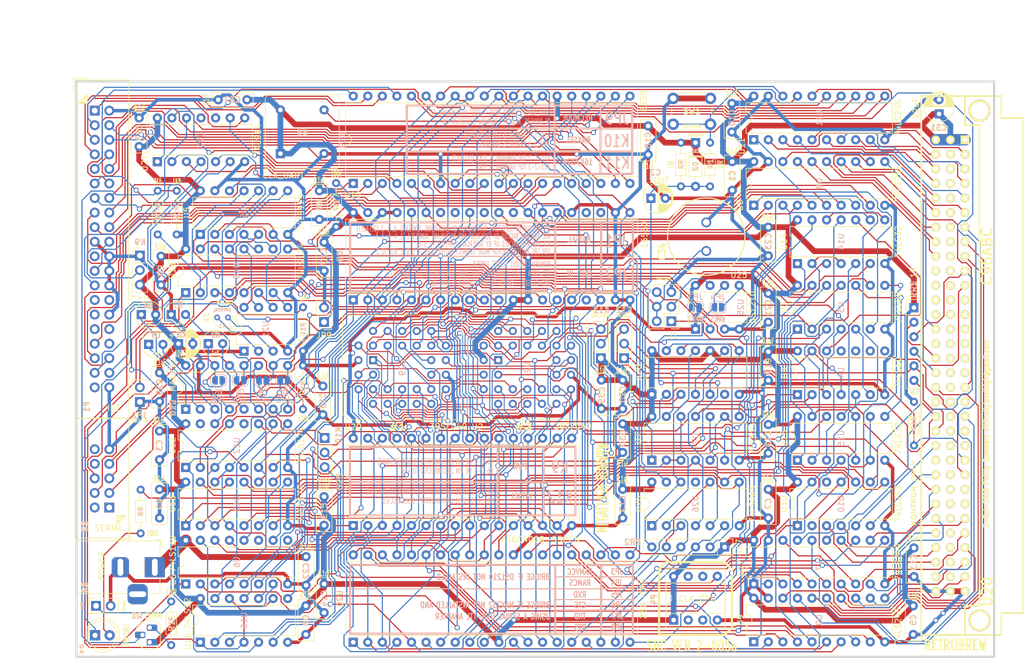
<source format=kicad_pcb>
(kicad_pcb (version 20171130) (host pcbnew "(5.1.6)-1")
  (title_block (date 2019-04-5))
  (layers (0 Component signal) (31 Copper signal) (34 B.Paste user) (35 F.Paste user) (36 B.SilkS user) (37 F.SilkS user) (38 B.Mask user) (39 F.Mask user) (44 Edge.Cuts user))
  (net 0 "")
  (net 1 //BUSAK)
  (net 2 //BUSRQ)
  (net 3 //CS_CFG)
  (net 4 //CS_CFG1)
  (net 5 //CS_CFG2)
  (net 6 //CS_PPI)
  (net 7 //CS_RAM)
  (net 8 //CS_ROM)
  (net 9 //CS_RTC)
  (net 10 //CS_UART)
  (net 11 //HALT)
  (net 12 //INT)
  (net 13 //IORQ)
  (net 14 //IOSEL)
  (net 15 //M1)
  (net 16 //MREQ)
  (net 17 //NMI)
  (net 18 //RD)
  (net 19 //RESET)
  (net 20 //RFSH)
  (net 21 //ROM_ENABLE)
  (net 22 //RTC_RD)
  (net 23 //RTC_WR)
  (net 24 //WAIT)
  (net 25 //WR)
  (net 26 /A0)
  (net 27 /A1)
  (net 28 /A10)
  (net 29 /A11)
  (net 30 /A12)
  (net 31 /A13)
  (net 32 /A14)
  (net 33 /A15)
  (net 34 /A15_RAM)
  (net 35 /A15_ROM)
  (net 36 /A16_RAM)
  (net 37 /A16_ROM)
  (net 38 /A17_RAM)
  (net 39 /A17_ROM)
  (net 40 /A18_RAM)
  (net 41 /A18_ROM)
  (net 42 /A2)
  (net 43 /A3)
  (net 44 /A4)
  (net 45 /A5)
  (net 46 /A6)
  (net 47 /A7)
  (net 48 /A8)
  (net 49 /A9)
  (net 50 /BUF_Q4)
  (net 51 /BUF_Q5)
  (net 52 /BUF_Q6)
  (net 53 /BUF_Q7)
  (net 54 /B_/BUSAK)
  (net 55 /B_/BUSRQ)
  (net 56 /B_/HALT)
  (net 57 /B_/IEO)
  (net 58 /B_/INT)
  (net 59 /B_/IORQ)
  (net 60 /B_/M1)
  (net 61 /B_/MREQ)
  (net 62 /B_/NMI)
  (net 63 /B_/RD)
  (net 64 /B_/RFSH)
  (net 65 /B_/WAIT)
  (net 66 /B_/WR)
  (net 67 /B_A0)
  (net 68 /B_A1)
  (net 69 /B_A10)
  (net 70 /B_A11)
  (net 71 /B_A12)
  (net 72 /B_A13)
  (net 73 /B_A14)
  (net 74 /B_A15)
  (net 75 /B_A2)
  (net 76 /B_A3)
  (net 77 /B_A4)
  (net 78 /B_A5)
  (net 79 /B_A6)
  (net 80 /B_A7)
  (net 81 /B_A8)
  (net 82 /B_A9)
  (net 83 /B_BAT)
  (net 84 /B_CLK_CPU)
  (net 85 /B_D0)
  (net 86 /B_D1)
  (net 87 /B_D2)
  (net 88 /B_D3)
  (net 89 /B_D4)
  (net 90 /B_D5)
  (net 91 /B_D6)
  (net 92 /B_D7)
  (net 93 /CFG1_Q0)
  (net 94 /CFG1_Q1)
  (net 95 /CFG1_Q2)
  (net 96 /CFG1_Q3)
  (net 97 /CLK_CPU)
  (net 98 /CLK_UART)
  (net 99 /CTS)
  (net 100 /CTS_TTL)
  (net 101 /D0)
  (net 102 /D1)
  (net 103 /D2)
  (net 104 /D3)
  (net 105 /D4)
  (net 106 /D5)
  (net 107 /D6)
  (net 108 /D7)
  (net 109 /DATA_DIR)
  (net 110 /DTR)
  (net 111 /INT)
  (net 112 /PA0)
  (net 113 /PA1)
  (net 114 /PA2)
  (net 115 /PA3)
  (net 116 /PA4)
  (net 117 /PA5)
  (net 118 /PA6)
  (net 119 /PA7)
  (net 120 /PB0)
  (net 121 /PB1)
  (net 122 /PB2)
  (net 123 /PB3)
  (net 124 /PB4)
  (net 125 /PB5)
  (net 126 /PB6)
  (net 127 /PB7)
  (net 128 /PC0)
  (net 129 /PC1)
  (net 130 /PC2)
  (net 131 /PC3)
  (net 132 /PC4)
  (net 133 /PC5)
  (net 134 /PC6)
  (net 135 /PC7)
  (net 136 /RESET)
  (net 137 /RTC_DQ)
  (net 138 /RTS)
  (net 139 /RTS_TTL)
  (net 140 /RX)
  (net 141 /SIN_TTL)
  (net 142 /SOUT_TTL)
  (net 143 /TX)
  (net 144 /VBAT1)
  (net 145 /VCC_SRAM)
  (net 146 GND)
  (net 147 VCC)
  (net 148 "Net-(C2-Pad1)")
  (net 149 "Net-(C24-Pad1)")
  (net 150 "Net-(C24-Pad2)")
  (net 151 "Net-(C25-Pad1)")
  (net 152 "Net-(C25-Pad2)")
  (net 153 "Net-(C26-Pad1)")
  (net 154 "Net-(C27-Pad2)")
  (net 155 "Net-(D1-Pad1)")
  (net 156 "Net-(D1-Pad2)")
  (net 157 "Net-(JP2-Pad2)")
  (net 158 "Net-(K10-Pad2)")
  (net 159 "Net-(K11-Pad2)")
  (net 160 "Net-(K12-Pad2)")
  (net 161 /B_/RESOUT)
  (net 162 //RESET_IN)
  (net 163 "Net-(U1-Pad15)")
  (net 164 "Net-(U15-Pad2)")
  (net 165 "Net-(U15-Pad3)")
  (net 166 "Net-(U3-Pad5)")
  (net 167 "Net-(U16-Pad1)")
  (net 168 "Net-(U14-Pad10)")
  (net 169 "Net-(U5-Pad12)")
  (net 170 "Net-(U15-Pad6)")
  (net 171 "Net-(U15-Pad12)")
  (net 172 "Net-(U26-Pad5)")
  (net 173 "Net-(U26-Pad1)")
  (net 174 "Net-(U14-Pad12)")
  (net 175 "Net-(U21-Pad2)")
  (net 176 "Net-(U21-Pad3)")
  (net 177 "Net-(Q1-Pad2)")
  (net 178 "Net-(Q1-Pad3)")
  (net 179 "Net-(R13-Pad2)")
  (net 180 "Net-(LS1-Pad1)")
  (net 181 "Net-(JP4-Pad2)")
  (net 182 "Net-(K9-Pad2)")
  (net 183 /-PC7)
  (net 184 /-PC5)
  (net 185 /-PC6)
  (net 186 /-PC3)
  (net 187 /-PC4)
  (net 188 "Net-(C34-Pad1)")
  (net 189 /VBAT2)
  (net 190 /~B_IQ0)
  (net 191 "Net-(U28-Pad13)")
  (net 192 "Net-(U28-Pad4)")
  (net 193 /PU4K7-B)
  (net 194 /CLKSEL)
  (net 195 "Net-(P4-Pad5)")
  (net 196 "Net-(JP9-Pad1)")
  (net 197 /~CS_ROM2)
  (net 198 /A19_ROM)
  (net 199 /~CS_ROM1)
  (net 200 /CLK_PU)
  (module Package_LCC:PLCC-32_THT-Socket (layer Component) (at 129.1844 101.9302 90)
    (fp_text reference U29 (at -11.6698 -3.4844 180) (layer F.SilkS))
    (fp_text value 39SF040 (at -11.5698 13.1156 180) (layer F.SilkS))
    (fp_text user %R (at -1.27 5.08 90) (layer B.SilkS) (effects (justify mirror)))
    (pad 29 thru_hole circle (at 5.08 0 90) (size 1.4224 1.4224) (drill 0.8) (layers *.Cu *.Mask) (net 32 /A14))
    (pad 27 thru_hole circle (at 5.08 2.54 90) (size 1.4224 1.4224) (drill 0.8) (layers *.Cu *.Mask) (net 48 /A8))
    (pad 25 thru_hole circle (at 5.08 5.08 90) (size 1.4224 1.4224) (drill 0.8) (layers *.Cu *.Mask) (net 29 /A11))
    (pad 23 thru_hole circle (at 5.08 7.62 90) (size 1.4224 1.4224) (drill 0.8) (layers *.Cu *.Mask) (net 28 /A10))
    (pad 28 thru_hole circle (at 2.54 2.54 90) (size 1.4224 1.4224) (drill 0.8) (layers *.Cu *.Mask) (net 31 /A13))
    (pad 26 thru_hole circle (at 2.54 5.08 90) (size 1.4224 1.4224) (drill 0.8) (layers *.Cu *.Mask) (net 49 /A9))
    (pad 24 thru_hole circle (at 2.54 7.62 90) (size 1.4224 1.4224) (drill 0.8) (layers *.Cu *.Mask) (net 18 //RD))
    (pad 22 thru_hole circle (at 2.54 10.16 90) (size 1.4224 1.4224) (drill 0.8) (layers *.Cu *.Mask) (net 199 /~CS_ROM1))
    (pad 20 thru_hole circle (at 2.54 12.7 90) (size 1.4224 1.4224) (drill 0.8) (layers *.Cu *.Mask) (net 107 /D6))
    (pad 18 thru_hole circle (at 0 12.7 90) (size 1.4224 1.4224) (drill 0.8) (layers *.Cu *.Mask) (net 105 /D4))
    (pad 16 thru_hole circle (at -2.54 12.7 90) (size 1.4224 1.4224) (drill 0.8) (layers *.Cu *.Mask) (net 146 GND))
    (pad 14 thru_hole circle (at -5.08 12.7 90) (size 1.4224 1.4224) (drill 0.8) (layers *.Cu *.Mask) (net 102 /D1))
    (pad 21 thru_hole circle (at 5.08 10.16 90) (size 1.4224 1.4224) (drill 0.8) (layers *.Cu *.Mask) (net 108 /D7))
    (pad 19 thru_hole circle (at 0 10.16 90) (size 1.4224 1.4224) (drill 0.8) (layers *.Cu *.Mask) (net 106 /D5))
    (pad 17 thru_hole circle (at -2.54 10.16 90) (size 1.4224 1.4224) (drill 0.8) (layers *.Cu *.Mask) (net 104 /D3))
    (pad 15 thru_hole circle (at -5.08 10.16 90) (size 1.4224 1.4224) (drill 0.8) (layers *.Cu *.Mask) (net 103 /D2))
    (pad 13 thru_hole circle (at -7.62 10.16 90) (size 1.4224 1.4224) (drill 0.8) (layers *.Cu *.Mask) (net 101 /D0))
    (pad 11 thru_hole circle (at -7.62 7.62 90) (size 1.4224 1.4224) (drill 0.8) (layers *.Cu *.Mask) (net 27 /A1))
    (pad 9 thru_hole circle (at -7.62 5.08 90) (size 1.4224 1.4224) (drill 0.8) (layers *.Cu *.Mask) (net 43 /A3))
    (pad 7 thru_hole circle (at -7.62 2.54 90) (size 1.4224 1.4224) (drill 0.8) (layers *.Cu *.Mask) (net 45 /A5))
    (pad 5 thru_hole circle (at -7.62 0 90) (size 1.4224 1.4224) (drill 0.8) (layers *.Cu *.Mask) (net 47 /A7))
    (pad 12 thru_hole circle (at -5.08 7.62 90) (size 1.4224 1.4224) (drill 0.8) (layers *.Cu *.Mask) (net 26 /A0))
    (pad 10 thru_hole circle (at -5.08 5.08 90) (size 1.4224 1.4224) (drill 0.8) (layers *.Cu *.Mask) (net 42 /A2))
    (pad 8 thru_hole circle (at -5.08 2.54 90) (size 1.4224 1.4224) (drill 0.8) (layers *.Cu *.Mask) (net 44 /A4))
    (pad 6 thru_hole circle (at -5.08 0 90) (size 1.4224 1.4224) (drill 0.8) (layers *.Cu *.Mask) (net 46 /A6))
    (pad 30 thru_hole circle (at 2.54 -2.54 90) (size 1.4224 1.4224) (drill 0.8) (layers *.Cu *.Mask) (net 39 /A17_ROM))
    (pad 32 thru_hole circle (at 0 -2.54 90) (size 1.4224 1.4224) (drill 0.8) (layers *.Cu *.Mask) (net 147 VCC))
    (pad 4 thru_hole circle (at -5.08 -2.54 90) (size 1.4224 1.4224) (drill 0.8) (layers *.Cu *.Mask) (net 30 /A12))
    (pad 2 thru_hole circle (at -2.54 -2.54 90) (size 1.4224 1.4224) (drill 0.8) (layers *.Cu *.Mask) (net 37 /A16_ROM))
    (pad 31 thru_hole circle (at 2.54 0 90) (size 1.4224 1.4224) (drill 0.8) (layers *.Cu *.Mask) (net 25 //WR))
    (pad 3 thru_hole circle (at -2.54 0 90) (size 1.4224 1.4224) (drill 0.8) (layers *.Cu *.Mask) (net 35 /A15_ROM))
    (pad 1 thru_hole rect (at 0 0 90) (size 1.4224 1.4224) (drill 0.8) (layers *.Cu *.Mask) (net 41 /A18_ROM))
  )
  (module Package_LCC:PLCC-32_THT-Socket (layer Component) (at 151.0157 101.9302 90)
    (fp_text reference U2 (at -11.6698 -3.6157 180) (layer F.SilkS))
    (fp_text value 39SF040 (at -11.5698 12.9843 180) (layer F.SilkS))
    (fp_text user %R (at -1.27 5.08 90) (layer B.SilkS) (effects (justify mirror)))
    (pad 29 thru_hole circle (at 5.08 0 90) (size 1.4224 1.4224) (drill 0.8) (layers *.Cu *.Mask) (net 32 /A14))
    (pad 27 thru_hole circle (at 5.08 2.54 90) (size 1.4224 1.4224) (drill 0.8) (layers *.Cu *.Mask) (net 48 /A8))
    (pad 25 thru_hole circle (at 5.08 5.08 90) (size 1.4224 1.4224) (drill 0.8) (layers *.Cu *.Mask) (net 29 /A11))
    (pad 23 thru_hole circle (at 5.08 7.62 90) (size 1.4224 1.4224) (drill 0.8) (layers *.Cu *.Mask) (net 28 /A10))
    (pad 28 thru_hole circle (at 2.54 2.54 90) (size 1.4224 1.4224) (drill 0.8) (layers *.Cu *.Mask) (net 31 /A13))
    (pad 26 thru_hole circle (at 2.54 5.08 90) (size 1.4224 1.4224) (drill 0.8) (layers *.Cu *.Mask) (net 49 /A9))
    (pad 24 thru_hole circle (at 2.54 7.62 90) (size 1.4224 1.4224) (drill 0.8) (layers *.Cu *.Mask) (net 18 //RD))
    (pad 22 thru_hole circle (at 2.54 10.16 90) (size 1.4224 1.4224) (drill 0.8) (layers *.Cu *.Mask) (net 197 /~CS_ROM2))
    (pad 20 thru_hole circle (at 2.54 12.7 90) (size 1.4224 1.4224) (drill 0.8) (layers *.Cu *.Mask) (net 107 /D6))
    (pad 18 thru_hole circle (at 0 12.7 90) (size 1.4224 1.4224) (drill 0.8) (layers *.Cu *.Mask) (net 105 /D4))
    (pad 16 thru_hole circle (at -2.54 12.7 90) (size 1.4224 1.4224) (drill 0.8) (layers *.Cu *.Mask) (net 146 GND))
    (pad 14 thru_hole circle (at -5.08 12.7 90) (size 1.4224 1.4224) (drill 0.8) (layers *.Cu *.Mask) (net 102 /D1))
    (pad 21 thru_hole circle (at 5.08 10.16 90) (size 1.4224 1.4224) (drill 0.8) (layers *.Cu *.Mask) (net 108 /D7))
    (pad 19 thru_hole circle (at 0 10.16 90) (size 1.4224 1.4224) (drill 0.8) (layers *.Cu *.Mask) (net 106 /D5))
    (pad 17 thru_hole circle (at -2.54 10.16 90) (size 1.4224 1.4224) (drill 0.8) (layers *.Cu *.Mask) (net 104 /D3))
    (pad 15 thru_hole circle (at -5.08 10.16 90) (size 1.4224 1.4224) (drill 0.8) (layers *.Cu *.Mask) (net 103 /D2))
    (pad 13 thru_hole circle (at -7.62 10.16 90) (size 1.4224 1.4224) (drill 0.8) (layers *.Cu *.Mask) (net 101 /D0))
    (pad 11 thru_hole circle (at -7.62 7.62 90) (size 1.4224 1.4224) (drill 0.8) (layers *.Cu *.Mask) (net 27 /A1))
    (pad 9 thru_hole circle (at -7.62 5.08 90) (size 1.4224 1.4224) (drill 0.8) (layers *.Cu *.Mask) (net 43 /A3))
    (pad 7 thru_hole circle (at -7.62 2.54 90) (size 1.4224 1.4224) (drill 0.8) (layers *.Cu *.Mask) (net 45 /A5))
    (pad 5 thru_hole circle (at -7.62 0 90) (size 1.4224 1.4224) (drill 0.8) (layers *.Cu *.Mask) (net 47 /A7))
    (pad 12 thru_hole circle (at -5.08 7.62 90) (size 1.4224 1.4224) (drill 0.8) (layers *.Cu *.Mask) (net 26 /A0))
    (pad 10 thru_hole circle (at -5.08 5.08 90) (size 1.4224 1.4224) (drill 0.8) (layers *.Cu *.Mask) (net 42 /A2))
    (pad 8 thru_hole circle (at -5.08 2.54 90) (size 1.4224 1.4224) (drill 0.8) (layers *.Cu *.Mask) (net 44 /A4))
    (pad 6 thru_hole circle (at -5.08 0 90) (size 1.4224 1.4224) (drill 0.8) (layers *.Cu *.Mask) (net 46 /A6))
    (pad 30 thru_hole circle (at 2.54 -2.54 90) (size 1.4224 1.4224) (drill 0.8) (layers *.Cu *.Mask) (net 39 /A17_ROM))
    (pad 32 thru_hole circle (at 0 -2.54 90) (size 1.4224 1.4224) (drill 0.8) (layers *.Cu *.Mask) (net 147 VCC))
    (pad 4 thru_hole circle (at -5.08 -2.54 90) (size 1.4224 1.4224) (drill 0.8) (layers *.Cu *.Mask) (net 30 /A12))
    (pad 2 thru_hole circle (at -2.54 -2.54 90) (size 1.4224 1.4224) (drill 0.8) (layers *.Cu *.Mask) (net 37 /A16_ROM))
    (pad 31 thru_hole circle (at 2.54 0 90) (size 1.4224 1.4224) (drill 0.8) (layers *.Cu *.Mask) (net 25 //WR))
    (pad 3 thru_hole circle (at -2.54 0 90) (size 1.4224 1.4224) (drill 0.8) (layers *.Cu *.Mask) (net 35 /A15_ROM))
    (pad 1 thru_hole rect (at 0 0 90) (size 1.4224 1.4224) (drill 0.8) (layers *.Cu *.Mask) (net 41 /A18_ROM))
  )
  (module Supercap:CAPPRD500W95D1350H750 (layer Component) (at 187.3 82.9 90)
    (fp_text reference C34 (at -0.1 -7.7 90) (layer F.SilkS) (effects (font (size 1.27 1) (thickness 0.25))))
    (fp_text value 0.22F hide)
    (pad 2 thru_hole circle (at 5 0 90) (size 1.725 1.725) (drill 1.15) (layers *.Cu *.Mask) (net 146 GND))
    (pad 1 thru_hole circle (at 0 0 90) (size 1.725 1.725) (drill 1.15) (layers *.Cu *.Mask) (net 188 "Net-(C34-Pad1)"))
  )
  (module Connector_PinHeader_2.54mm:PinHeader_1x02_P2.54mm_Vertical (layer Component) (at 120.6373 95.29 180)
    (fp_text reference JP9 (at 0 -2.33) (layer F.SilkS))
    (fp_text value RECMODE)
    (pad 2 thru_hole oval (at 0 2.54 180) (size 1.7 1.7) (drill 1) (layers *.Cu *.Mask) (net 146 GND))
    (pad 1 thru_hole rect (at 0 0 180) (size 1.7 1.7) (drill 1) (layers *.Cu *.Mask) (net 196 "Net-(JP9-Pad1)"))
  )
  (module Button_Switch_THT:SW_PUSH_6mm_H8mm (layer Component) (at 181.5264 56.2864)
    (fp_text reference SW1 (at 3.2512 2.286) (layer F.SilkS))
    (fp_text value RESETSW (at 3.302 4.826 180) (layer F.SilkS) (effects (font (size 0.5 0.5) (thickness 0.125))))
    (fp_text user %R (at 3.25 2.25) (layer F.SilkS))
    (pad 1 thru_hole circle (at 6.5 0 90) (size 2 2) (drill 1.1) (layers *.Cu *.Mask) (net 146 GND))
    (pad 2 thru_hole circle (at 6.5 4.5 90) (size 2 2) (drill 1.1) (layers *.Cu *.Mask) (net 162 //RESET_IN))
    (pad 1 thru_hole circle (at 0 0 90) (size 2 2) (drill 1.1) (layers *.Cu *.Mask) (net 146 GND))
    (pad 2 thru_hole circle (at 0 4.5 90) (size 2 2) (drill 1.1) (layers *.Cu *.Mask) (net 162 //RESET_IN))
  )
  (module Package_DIP:DIP-14_W7.62mm (layer Component) (at 203.2 107.95 90)
    (fp_text reference U4 (at 3.81 -2.33 90) (layer F.SilkS))
    (fp_text value 74LS10 (at 3.81 17.57 90) (layer F.SilkS))
    (fp_text user %R (at 3.81 7.62 90) (layer B.SilkS) (effects (justify mirror)))
    (pad 14 thru_hole oval (at 7.62 0 90) (size 1.6 1.6) (drill 0.8) (layers *.Cu *.Mask) (net 147 VCC))
    (pad 7 thru_hole oval (at 0 15.24 90) (size 1.6 1.6) (drill 0.8) (layers *.Cu *.Mask) (net 146 GND))
    (pad 13 thru_hole oval (at 7.62 2.54 90) (size 1.6 1.6) (drill 0.8) (layers *.Cu *.Mask) (net 15 //M1))
    (pad 6 thru_hole oval (at 0 12.7 90) (size 1.6 1.6) (drill 0.8) (layers *.Cu *.Mask) (net 166 "Net-(U3-Pad5)"))
    (pad 12 thru_hole oval (at 7.62 5.08 90) (size 1.6 1.6) (drill 0.8) (layers *.Cu *.Mask) (net 168 "Net-(U14-Pad10)"))
    (pad 5 thru_hole oval (at 0 10.16 90) (size 1.6 1.6) (drill 0.8) (layers *.Cu *.Mask) (net 1 //BUSAK))
    (pad 11 thru_hole oval (at 7.62 7.62 90) (size 1.6 1.6) (drill 0.8) (layers *.Cu *.Mask))
    (pad 4 thru_hole oval (at 0 7.62 90) (size 1.6 1.6) (drill 0.8) (layers *.Cu *.Mask) (net 15 //M1))
    (pad 10 thru_hole oval (at 7.62 10.16 90) (size 1.6 1.6) (drill 0.8) (layers *.Cu *.Mask))
    (pad 3 thru_hole oval (at 0 5.08 90) (size 1.6 1.6) (drill 0.8) (layers *.Cu *.Mask) (net 18 //RD))
    (pad 9 thru_hole oval (at 7.62 12.7 90) (size 1.6 1.6) (drill 0.8) (layers *.Cu *.Mask))
    (pad 2 thru_hole oval (at 0 2.54 90) (size 1.6 1.6) (drill 0.8) (layers *.Cu *.Mask) (net 46 /A6))
    (pad 8 thru_hole oval (at 7.62 15.24 90) (size 1.6 1.6) (drill 0.8) (layers *.Cu *.Mask))
    (pad 1 thru_hole rect (at 0 0 90) (size 1.6 1.6) (drill 0.8) (layers *.Cu *.Mask) (net 45 /A5))
  )
  (module Package_DIP:DIP-14_W7.62mm (layer Component) (at 203.2 96.52 90)
    (fp_text reference U3 (at 3.81 -2.33 90) (layer F.SilkS))
    (fp_text value 74LS08 (at 3.81 17.57 90) (layer F.SilkS))
    (fp_text user %R (at 3.81 7.62 90) (layer B.SilkS) (effects (justify mirror)))
    (pad 14 thru_hole oval (at 7.62 0 90) (size 1.6 1.6) (drill 0.8) (layers *.Cu *.Mask) (net 147 VCC))
    (pad 7 thru_hole oval (at 0 15.24 90) (size 1.6 1.6) (drill 0.8) (layers *.Cu *.Mask) (net 146 GND))
    (pad 13 thru_hole oval (at 7.62 2.54 90) (size 1.6 1.6) (drill 0.8) (layers *.Cu *.Mask) (net 159 "Net-(K11-Pad2)"))
    (pad 6 thru_hole oval (at 0 12.7 90) (size 1.6 1.6) (drill 0.8) (layers *.Cu *.Mask) (net 109 /DATA_DIR))
    (pad 12 thru_hole oval (at 7.62 5.08 90) (size 1.6 1.6) (drill 0.8) (layers *.Cu *.Mask) (net 33 /A15))
    (pad 5 thru_hole oval (at 0 10.16 90) (size 1.6 1.6) (drill 0.8) (layers *.Cu *.Mask) (net 166 "Net-(U3-Pad5)"))
    (pad 11 thru_hole oval (at 7.62 7.62 90) (size 1.6 1.6) (drill 0.8) (layers *.Cu *.Mask) (net 167 "Net-(U16-Pad1)"))
    (pad 4 thru_hole oval (at 0 7.62 90) (size 1.6 1.6) (drill 0.8) (layers *.Cu *.Mask) (net 165 "Net-(U15-Pad3)"))
    (pad 10 thru_hole oval (at 7.62 10.16 90) (size 1.6 1.6) (drill 0.8) (layers *.Cu *.Mask) (net 8 //CS_ROM))
    (pad 3 thru_hole oval (at 0 5.08 90) (size 1.6 1.6) (drill 0.8) (layers *.Cu *.Mask) (net 164 "Net-(U15-Pad2)"))
    (pad 9 thru_hole oval (at 7.62 12.7 90) (size 1.6 1.6) (drill 0.8) (layers *.Cu *.Mask) (net 198 /A19_ROM))
    (pad 2 thru_hole oval (at 0 2.54 90) (size 1.6 1.6) (drill 0.8) (layers *.Cu *.Mask) (net 14 //IOSEL))
    (pad 8 thru_hole oval (at 7.62 15.24 90) (size 1.6 1.6) (drill 0.8) (layers *.Cu *.Mask) (net 197 /~CS_ROM2))
    (pad 1 thru_hole rect (at 0 0 90) (size 1.6 1.6) (drill 0.8) (layers *.Cu *.Mask) (net 16 //MREQ))
  )
  (module Package_DIP:DIP-14_W7.62mm (layer Component) (at 177.8 130.81 90)
    (fp_text reference U26 (at 3.81 -2.33 90) (layer F.SilkS))
    (fp_text value 74LS06N (at 3.81 17.57 90) (layer F.SilkS))
    (fp_text user %R (at 3.81 7.62 90) (layer B.SilkS) (effects (justify mirror)))
    (pad 14 thru_hole oval (at 7.62 0 90) (size 1.6 1.6) (drill 0.8) (layers *.Cu *.Mask) (net 147 VCC))
    (pad 7 thru_hole oval (at 0 15.24 90) (size 1.6 1.6) (drill 0.8) (layers *.Cu *.Mask) (net 146 GND))
    (pad 13 thru_hole oval (at 7.62 2.54 90) (size 1.6 1.6) (drill 0.8) (layers *.Cu *.Mask) (net 195 "Net-(P4-Pad5)"))
    (pad 6 thru_hole oval (at 0 12.7 90) (size 1.6 1.6) (drill 0.8) (layers *.Cu *.Mask) (net 17 //NMI))
    (pad 12 thru_hole oval (at 7.62 5.08 90) (size 1.6 1.6) (drill 0.8) (layers *.Cu *.Mask) (net 200 /CLK_PU))
    (pad 5 thru_hole oval (at 0 10.16 90) (size 1.6 1.6) (drill 0.8) (layers *.Cu *.Mask) (net 172 "Net-(U26-Pad5)"))
    (pad 11 thru_hole oval (at 7.62 7.62 90) (size 1.6 1.6) (drill 0.8) (layers *.Cu *.Mask))
    (pad 4 thru_hole oval (at 0 7.62 90) (size 1.6 1.6) (drill 0.8) (layers *.Cu *.Mask) (net 160 "Net-(K12-Pad2)"))
    (pad 10 thru_hole oval (at 7.62 10.16 90) (size 1.6 1.6) (drill 0.8) (layers *.Cu *.Mask) (net 193 /PU4K7-B))
    (pad 3 thru_hole oval (at 0 5.08 90) (size 1.6 1.6) (drill 0.8) (layers *.Cu *.Mask) (net 111 /INT))
    (pad 9 thru_hole oval (at 7.62 12.7 90) (size 1.6 1.6) (drill 0.8) (layers *.Cu *.Mask) (net 197 /~CS_ROM2))
    (pad 2 thru_hole oval (at 0 2.54 90) (size 1.6 1.6) (drill 0.8) (layers *.Cu *.Mask) (net 12 //INT))
    (pad 8 thru_hole oval (at 7.62 15.24 90) (size 1.6 1.6) (drill 0.8) (layers *.Cu *.Mask) (net 199 /~CS_ROM1))
    (pad 1 thru_hole rect (at 0 0 90) (size 1.6 1.6) (drill 0.8) (layers *.Cu *.Mask) (net 173 "Net-(U26-Pad1)"))
  )
  (module Package_DIP:DIP-14_W7.62mm (layer Component) (at 91.567 67.31 90)
    (fp_text reference U27 (at -0.254 -2.2098 90) (layer F.SilkS))
    (fp_text value 74LS14 (at 3.81 17.57 90) (layer F.SilkS))
    (fp_text user %R (at 3.81 7.62 90) (layer B.SilkS) (effects (justify mirror)))
    (pad 14 thru_hole oval (at 7.62 0 90) (size 1.6 1.6) (drill 0.8) (layers *.Cu *.Mask) (net 147 VCC))
    (pad 7 thru_hole oval (at 0 15.24 90) (size 1.6 1.6) (drill 0.8) (layers *.Cu *.Mask) (net 146 GND))
    (pad 13 thru_hole oval (at 7.62 2.54 90) (size 1.6 1.6) (drill 0.8) (layers *.Cu *.Mask) (net 134 /PC6))
    (pad 6 thru_hole oval (at 0 12.7 90) (size 1.6 1.6) (drill 0.8) (layers *.Cu *.Mask) (net 187 /-PC4))
    (pad 12 thru_hole oval (at 7.62 5.08 90) (size 1.6 1.6) (drill 0.8) (layers *.Cu *.Mask) (net 185 /-PC6))
    (pad 5 thru_hole oval (at 0 10.16 90) (size 1.6 1.6) (drill 0.8) (layers *.Cu *.Mask) (net 132 /PC4))
    (pad 11 thru_hole oval (at 7.62 7.62 90) (size 1.6 1.6) (drill 0.8) (layers *.Cu *.Mask))
    (pad 4 thru_hole oval (at 0 7.62 90) (size 1.6 1.6) (drill 0.8) (layers *.Cu *.Mask) (net 184 /-PC5))
    (pad 10 thru_hole oval (at 7.62 10.16 90) (size 1.6 1.6) (drill 0.8) (layers *.Cu *.Mask))
    (pad 3 thru_hole oval (at 0 5.08 90) (size 1.6 1.6) (drill 0.8) (layers *.Cu *.Mask) (net 133 /PC5))
    (pad 9 thru_hole oval (at 7.62 12.7 90) (size 1.6 1.6) (drill 0.8) (layers *.Cu *.Mask) (net 135 /PC7))
    (pad 2 thru_hole oval (at 0 2.54 90) (size 1.6 1.6) (drill 0.8) (layers *.Cu *.Mask) (net 186 /-PC3))
    (pad 8 thru_hole oval (at 7.62 15.24 90) (size 1.6 1.6) (drill 0.8) (layers *.Cu *.Mask) (net 183 /-PC7))
    (pad 1 thru_hole rect (at 0 0 90) (size 1.6 1.6) (drill 0.8) (layers *.Cu *.Mask) (net 131 /PC3))
  )
  (module Package_DIP:DIP-14_W7.62mm (layer Component) (at 203.2 85.09 90)
    (fp_text reference U14 (at 3.81 -2.33 90) (layer F.SilkS))
    (fp_text value 74LS32 (at 3.81 17.57 90) (layer F.SilkS))
    (fp_text user %R (at 3.81 7.62 90) (layer B.SilkS) (effects (justify mirror)))
    (pad 14 thru_hole oval (at 7.62 0 90) (size 1.6 1.6) (drill 0.8) (layers *.Cu *.Mask) (net 147 VCC))
    (pad 7 thru_hole oval (at 0 15.24 90) (size 1.6 1.6) (drill 0.8) (layers *.Cu *.Mask) (net 146 GND))
    (pad 13 thru_hole oval (at 7.62 2.54 90) (size 1.6 1.6) (drill 0.8) (layers *.Cu *.Mask) (net 13 //IORQ))
    (pad 6 thru_hole oval (at 0 12.7 90) (size 1.6 1.6) (drill 0.8) (layers *.Cu *.Mask) (net 22 //RTC_RD))
    (pad 12 thru_hole oval (at 7.62 5.08 90) (size 1.6 1.6) (drill 0.8) (layers *.Cu *.Mask) (net 174 "Net-(U14-Pad12)"))
    (pad 5 thru_hole oval (at 0 10.16 90) (size 1.6 1.6) (drill 0.8) (layers *.Cu *.Mask) (net 18 //RD))
    (pad 11 thru_hole oval (at 7.62 7.62 90) (size 1.6 1.6) (drill 0.8) (layers *.Cu *.Mask) (net 14 //IOSEL))
    (pad 4 thru_hole oval (at 0 7.62 90) (size 1.6 1.6) (drill 0.8) (layers *.Cu *.Mask) (net 9 //CS_RTC))
    (pad 10 thru_hole oval (at 7.62 10.16 90) (size 1.6 1.6) (drill 0.8) (layers *.Cu *.Mask) (net 168 "Net-(U14-Pad10)"))
    (pad 3 thru_hole oval (at 0 5.08 90) (size 1.6 1.6) (drill 0.8) (layers *.Cu *.Mask) (net 23 //RTC_WR))
    (pad 9 thru_hole oval (at 7.62 12.7 90) (size 1.6 1.6) (drill 0.8) (layers *.Cu *.Mask) (net 47 /A7))
    (pad 2 thru_hole oval (at 0 2.54 90) (size 1.6 1.6) (drill 0.8) (layers *.Cu *.Mask) (net 9 //CS_RTC))
    (pad 8 thru_hole oval (at 7.62 15.24 90) (size 1.6 1.6) (drill 0.8) (layers *.Cu *.Mask) (net 174 "Net-(U14-Pad12)"))
    (pad 1 thru_hole rect (at 0 0 90) (size 1.6 1.6) (drill 0.8) (layers *.Cu *.Mask) (net 25 //WR))
  )
  (module Package_DIP:DIP-14_W7.62mm (layer Component) (at 99.06 80.01 90)
    (fp_text reference U5 (at 3.81 -2.33 90) (layer F.SilkS))
    (fp_text value 74LS125 (at 3.81 17.57 90) (layer F.SilkS))
    (fp_text user %R (at 3.81 7.62 90) (layer B.SilkS) (effects (justify mirror)))
    (pad 14 thru_hole oval (at 7.62 0 90) (size 1.6 1.6) (drill 0.8) (layers *.Cu *.Mask) (net 147 VCC))
    (pad 7 thru_hole oval (at 0 15.24 90) (size 1.6 1.6) (drill 0.8) (layers *.Cu *.Mask) (net 146 GND))
    (pad 13 thru_hole oval (at 7.62 2.54 90) (size 1.6 1.6) (drill 0.8) (layers *.Cu *.Mask) (net 146 GND))
    (pad 6 thru_hole oval (at 0 12.7 90) (size 1.6 1.6) (drill 0.8) (layers *.Cu *.Mask) (net 137 /RTC_DQ))
    (pad 12 thru_hole oval (at 7.62 5.08 90) (size 1.6 1.6) (drill 0.8) (layers *.Cu *.Mask) (net 169 "Net-(U5-Pad12)"))
    (pad 5 thru_hole oval (at 0 10.16 90) (size 1.6 1.6) (drill 0.8) (layers *.Cu *.Mask) (net 53 /BUF_Q7))
    (pad 11 thru_hole oval (at 7.62 7.62 90) (size 1.6 1.6) (drill 0.8) (layers *.Cu *.Mask) (net 155 "Net-(D1-Pad1)"))
    (pad 4 thru_hole oval (at 0 7.62 90) (size 1.6 1.6) (drill 0.8) (layers *.Cu *.Mask) (net 51 /BUF_Q5))
    (pad 10 thru_hole oval (at 7.62 10.16 90) (size 1.6 1.6) (drill 0.8) (layers *.Cu *.Mask) (net 22 //RTC_RD))
    (pad 3 thru_hole oval (at 0 5.08 90) (size 1.6 1.6) (drill 0.8) (layers *.Cu *.Mask) (net 101 /D0))
    (pad 9 thru_hole oval (at 7.62 12.7 90) (size 1.6 1.6) (drill 0.8) (layers *.Cu *.Mask) (net 157 "Net-(JP2-Pad2)"))
    (pad 2 thru_hole oval (at 0 2.54 90) (size 1.6 1.6) (drill 0.8) (layers *.Cu *.Mask) (net 137 /RTC_DQ))
    (pad 8 thru_hole oval (at 7.62 15.24 90) (size 1.6 1.6) (drill 0.8) (layers *.Cu *.Mask) (net 107 /D6))
    (pad 1 thru_hole rect (at 0 0 90) (size 1.6 1.6) (drill 0.8) (layers *.Cu *.Mask) (net 22 //RTC_RD))
  )
  (module Package_DIP:DIP-14_W7.62mm (layer Component) (at 99.06 151.13 90)
    (fp_text reference U16 (at 0.127 -2.159 90) (layer F.SilkS) (effects (font (thickness 0.125))))
    (fp_text value 74LS32 (at 5.0165 -2.2225 90) (layer F.SilkS) (effects (font (thickness 0.125))))
    (fp_text user %R (at 3.81 7.62 90) (layer B.SilkS) (effects (justify mirror)))
    (pad 14 thru_hole oval (at 7.62 0 90) (size 1.6 1.6) (drill 0.8) (layers *.Cu *.Mask) (net 147 VCC))
    (pad 7 thru_hole oval (at 0 15.24 90) (size 1.6 1.6) (drill 0.8) (layers *.Cu *.Mask) (net 146 GND))
    (pad 13 thru_hole oval (at 7.62 2.54 90) (size 1.6 1.6) (drill 0.8) (layers *.Cu *.Mask) (net 96 /CFG1_Q3))
    (pad 6 thru_hole oval (at 0 12.7 90) (size 1.6 1.6) (drill 0.8) (layers *.Cu *.Mask) (net 36 /A16_RAM))
    (pad 12 thru_hole oval (at 7.62 5.08 90) (size 1.6 1.6) (drill 0.8) (layers *.Cu *.Mask) (net 167 "Net-(U16-Pad1)"))
    (pad 5 thru_hole oval (at 0 10.16 90) (size 1.6 1.6) (drill 0.8) (layers *.Cu *.Mask) (net 94 /CFG1_Q1))
    (pad 11 thru_hole oval (at 7.62 7.62 90) (size 1.6 1.6) (drill 0.8) (layers *.Cu *.Mask) (net 40 /A18_RAM))
    (pad 4 thru_hole oval (at 0 7.62 90) (size 1.6 1.6) (drill 0.8) (layers *.Cu *.Mask) (net 167 "Net-(U16-Pad1)"))
    (pad 10 thru_hole oval (at 7.62 10.16 90) (size 1.6 1.6) (drill 0.8) (layers *.Cu *.Mask) (net 95 /CFG1_Q2))
    (pad 3 thru_hole oval (at 0 5.08 90) (size 1.6 1.6) (drill 0.8) (layers *.Cu *.Mask) (net 34 /A15_RAM))
    (pad 9 thru_hole oval (at 7.62 12.7 90) (size 1.6 1.6) (drill 0.8) (layers *.Cu *.Mask) (net 167 "Net-(U16-Pad1)"))
    (pad 2 thru_hole oval (at 0 2.54 90) (size 1.6 1.6) (drill 0.8) (layers *.Cu *.Mask) (net 158 "Net-(K10-Pad2)"))
    (pad 8 thru_hole oval (at 7.62 15.24 90) (size 1.6 1.6) (drill 0.8) (layers *.Cu *.Mask) (net 38 /A17_RAM))
    (pad 1 thru_hole rect (at 0 0 90) (size 1.6 1.6) (drill 0.8) (layers *.Cu *.Mask) (net 167 "Net-(U16-Pad1)"))
  )
  (module Package_DIP:DIP-14_W7.62mm (layer Component) (at 177.8 119.38 90)
    (fp_text reference U7 (at 3.81 -2.33 90) (layer F.SilkS))
    (fp_text value 74LS14 (at 3.81 17.57 90) (layer F.SilkS))
    (fp_text user %R (at 3.81 7.62 90) (layer B.SilkS) (effects (justify mirror)))
    (pad 14 thru_hole oval (at 7.62 0 90) (size 1.6 1.6) (drill 0.8) (layers *.Cu *.Mask) (net 147 VCC))
    (pad 7 thru_hole oval (at 0 15.24 90) (size 1.6 1.6) (drill 0.8) (layers *.Cu *.Mask) (net 146 GND))
    (pad 13 thru_hole oval (at 7.62 2.54 90) (size 1.6 1.6) (drill 0.8) (layers *.Cu *.Mask) (net 58 /B_/INT))
    (pad 6 thru_hole oval (at 0 12.7 90) (size 1.6 1.6) (drill 0.8) (layers *.Cu *.Mask) (net 171 "Net-(U15-Pad12)"))
    (pad 12 thru_hole oval (at 7.62 5.08 90) (size 1.6 1.6) (drill 0.8) (layers *.Cu *.Mask) (net 173 "Net-(U26-Pad1)"))
    (pad 5 thru_hole oval (at 0 10.16 90) (size 1.6 1.6) (drill 0.8) (layers *.Cu *.Mask) (net 170 "Net-(U15-Pad6)"))
    (pad 11 thru_hole oval (at 7.62 7.62 90) (size 1.6 1.6) (drill 0.8) (layers *.Cu *.Mask) (net 62 /B_/NMI))
    (pad 4 thru_hole oval (at 0 7.62 90) (size 1.6 1.6) (drill 0.8) (layers *.Cu *.Mask) (net 19 //RESET))
    (pad 10 thru_hole oval (at 7.62 10.16 90) (size 1.6 1.6) (drill 0.8) (layers *.Cu *.Mask) (net 172 "Net-(U26-Pad5)"))
    (pad 3 thru_hole oval (at 0 5.08 90) (size 1.6 1.6) (drill 0.8) (layers *.Cu *.Mask) (net 136 /RESET))
    (pad 9 thru_hole oval (at 7.62 12.7 90) (size 1.6 1.6) (drill 0.8) (layers *.Cu *.Mask) (net 56 /B_/HALT))
    (pad 2 thru_hole oval (at 0 2.54 90) (size 1.6 1.6) (drill 0.8) (layers *.Cu *.Mask) (net 136 /RESET))
    (pad 8 thru_hole oval (at 7.62 15.24 90) (size 1.6 1.6) (drill 0.8) (layers *.Cu *.Mask) (net 169 "Net-(U5-Pad12)"))
    (pad 1 thru_hole rect (at 0 0 90) (size 1.6 1.6) (drill 0.8) (layers *.Cu *.Mask) (net 148 "Net-(C2-Pad1)"))
  )
  (module Package_DIP:DIP-14_W7.62mm (layer Component) (at 203.2 119.38 90)
    (fp_text reference U15 (at 3.81 -2.33 90) (layer F.SilkS))
    (fp_text value 74LS32 (at 3.81 17.57 90) (layer F.SilkS))
    (fp_text user %R (at 3.81 7.62 90) (layer B.SilkS) (effects (justify mirror)))
    (pad 14 thru_hole oval (at 7.62 0 90) (size 1.6 1.6) (drill 0.8) (layers *.Cu *.Mask) (net 147 VCC))
    (pad 7 thru_hole oval (at 0 15.24 90) (size 1.6 1.6) (drill 0.8) (layers *.Cu *.Mask) (net 146 GND))
    (pad 13 thru_hole oval (at 7.62 2.54 90) (size 1.6 1.6) (drill 0.8) (layers *.Cu *.Mask) (net 16 //MREQ))
    (pad 6 thru_hole oval (at 0 12.7 90) (size 1.6 1.6) (drill 0.8) (layers *.Cu *.Mask) (net 170 "Net-(U15-Pad6)"))
    (pad 12 thru_hole oval (at 7.62 5.08 90) (size 1.6 1.6) (drill 0.8) (layers *.Cu *.Mask) (net 171 "Net-(U15-Pad12)"))
    (pad 5 thru_hole oval (at 0 10.16 90) (size 1.6 1.6) (drill 0.8) (layers *.Cu *.Mask) (net 21 //ROM_ENABLE))
    (pad 11 thru_hole oval (at 7.62 7.62 90) (size 1.6 1.6) (drill 0.8) (layers *.Cu *.Mask) (net 7 //CS_RAM))
    (pad 4 thru_hole oval (at 0 7.62 90) (size 1.6 1.6) (drill 0.8) (layers *.Cu *.Mask) (net 33 /A15))
    (pad 10 thru_hole oval (at 7.62 10.16 90) (size 1.6 1.6) (drill 0.8) (layers *.Cu *.Mask) (net 16 //MREQ))
    (pad 3 thru_hole oval (at 0 5.08 90) (size 1.6 1.6) (drill 0.8) (layers *.Cu *.Mask) (net 165 "Net-(U15-Pad3)"))
    (pad 9 thru_hole oval (at 7.62 12.7 90) (size 1.6 1.6) (drill 0.8) (layers *.Cu *.Mask) (net 170 "Net-(U15-Pad6)"))
    (pad 2 thru_hole oval (at 0 2.54 90) (size 1.6 1.6) (drill 0.8) (layers *.Cu *.Mask) (net 164 "Net-(U15-Pad2)"))
    (pad 8 thru_hole oval (at 7.62 15.24 90) (size 1.6 1.6) (drill 0.8) (layers *.Cu *.Mask) (net 8 //CS_ROM))
    (pad 1 thru_hole rect (at 0 0 90) (size 1.6 1.6) (drill 0.8) (layers *.Cu *.Mask) (net 18 //RD))
  )
  (module Package_DIP:DIP-14_W7.62mm (layer Component) (at 203.2 130.81 90)
    (fp_text reference U10 (at 3.81 -2.33 90) (layer F.SilkS))
    (fp_text value 74LS243 (at 3.81 17.57 90) (layer F.SilkS))
    (fp_text user %R (at 3.81 7.62 90) (layer B.SilkS) (effects (justify mirror)))
    (pad 14 thru_hole oval (at 7.62 0 90) (size 1.6 1.6) (drill 0.8) (layers *.Cu *.Mask) (net 147 VCC))
    (pad 7 thru_hole oval (at 0 15.24 90) (size 1.6 1.6) (drill 0.8) (layers *.Cu *.Mask) (net 146 GND))
    (pad 13 thru_hole oval (at 7.62 2.54 90) (size 1.6 1.6) (drill 0.8) (layers *.Cu *.Mask) (net 1 //BUSAK))
    (pad 6 thru_hole oval (at 0 12.7 90) (size 1.6 1.6) (drill 0.8) (layers *.Cu *.Mask) (net 63 /B_/RD))
    (pad 12 thru_hole oval (at 7.62 5.08 90) (size 1.6 1.6) (drill 0.8) (layers *.Cu *.Mask))
    (pad 5 thru_hole oval (at 0 10.16 90) (size 1.6 1.6) (drill 0.8) (layers *.Cu *.Mask) (net 66 /B_/WR))
    (pad 11 thru_hole oval (at 7.62 7.62 90) (size 1.6 1.6) (drill 0.8) (layers *.Cu *.Mask) (net 16 //MREQ))
    (pad 4 thru_hole oval (at 0 7.62 90) (size 1.6 1.6) (drill 0.8) (layers *.Cu *.Mask) (net 59 /B_/IORQ))
    (pad 10 thru_hole oval (at 7.62 10.16 90) (size 1.6 1.6) (drill 0.8) (layers *.Cu *.Mask) (net 13 //IORQ))
    (pad 3 thru_hole oval (at 0 5.08 90) (size 1.6 1.6) (drill 0.8) (layers *.Cu *.Mask) (net 61 /B_/MREQ))
    (pad 9 thru_hole oval (at 7.62 12.7 90) (size 1.6 1.6) (drill 0.8) (layers *.Cu *.Mask) (net 25 //WR))
    (pad 2 thru_hole oval (at 0 2.54 90) (size 1.6 1.6) (drill 0.8) (layers *.Cu *.Mask))
    (pad 8 thru_hole oval (at 7.62 15.24 90) (size 1.6 1.6) (drill 0.8) (layers *.Cu *.Mask) (net 18 //RD))
    (pad 1 thru_hole rect (at 0 0 90) (size 1.6 1.6) (drill 0.8) (layers *.Cu *.Mask) (net 1 //BUSAK))
  )
  (module Package_DIP:DIP-40_W15.24mm (layer Component) (at 125.73 91.44 90)
    (fp_text reference U1 (at 7.62 -2.33 90) (layer F.SilkS))
    (fp_text value 16550 (at 11.3665 50.8 90) (layer F.SilkS))
    (fp_text user %R (at 7.6708 -2.3368 90) (layer B.SilkS) (effects (justify mirror)))
    (pad 40 thru_hole oval (at 15.24 0 90) (size 1.6 1.6) (drill 0.8) (layers *.Cu *.Mask) (net 147 VCC))
    (pad 20 thru_hole oval (at 0 48.26 90) (size 1.6 1.6) (drill 0.8) (layers *.Cu *.Mask) (net 146 GND))
    (pad 39 thru_hole oval (at 15.24 2.54 90) (size 1.6 1.6) (drill 0.8) (layers *.Cu *.Mask) (net 196 "Net-(JP9-Pad1)"))
    (pad 19 thru_hole oval (at 0 45.72 90) (size 1.6 1.6) (drill 0.8) (layers *.Cu *.Mask) (net 146 GND))
    (pad 38 thru_hole oval (at 15.24 5.08 90) (size 1.6 1.6) (drill 0.8) (layers *.Cu *.Mask) (net 146 GND))
    (pad 18 thru_hole oval (at 0 43.18 90) (size 1.6 1.6) (drill 0.8) (layers *.Cu *.Mask) (net 25 //WR))
    (pad 37 thru_hole oval (at 15.24 7.62 90) (size 1.6 1.6) (drill 0.8) (layers *.Cu *.Mask) (net 146 GND))
    (pad 17 thru_hole oval (at 0 40.64 90) (size 1.6 1.6) (drill 0.8) (layers *.Cu *.Mask))
    (pad 36 thru_hole oval (at 15.24 10.16 90) (size 1.6 1.6) (drill 0.8) (layers *.Cu *.Mask) (net 100 /CTS_TTL))
    (pad 16 thru_hole oval (at 0 38.1 90) (size 1.6 1.6) (drill 0.8) (layers *.Cu *.Mask) (net 98 /CLK_UART))
    (pad 35 thru_hole oval (at 15.24 12.7 90) (size 1.6 1.6) (drill 0.8) (layers *.Cu *.Mask) (net 136 /RESET))
    (pad 15 thru_hole oval (at 0 35.56 90) (size 1.6 1.6) (drill 0.8) (layers *.Cu *.Mask) (net 163 "Net-(U1-Pad15)"))
    (pad 34 thru_hole oval (at 15.24 15.24 90) (size 1.6 1.6) (drill 0.8) (layers *.Cu *.Mask))
    (pad 14 thru_hole oval (at 0 33.02 90) (size 1.6 1.6) (drill 0.8) (layers *.Cu *.Mask) (net 10 //CS_UART))
    (pad 33 thru_hole oval (at 15.24 17.78 90) (size 1.6 1.6) (drill 0.8) (layers *.Cu *.Mask))
    (pad 13 thru_hole oval (at 0 30.48 90) (size 1.6 1.6) (drill 0.8) (layers *.Cu *.Mask) (net 147 VCC))
    (pad 32 thru_hole oval (at 15.24 20.32 90) (size 1.6 1.6) (drill 0.8) (layers *.Cu *.Mask) (net 139 /RTS_TTL))
    (pad 12 thru_hole oval (at 0 27.94 90) (size 1.6 1.6) (drill 0.8) (layers *.Cu *.Mask) (net 147 VCC))
    (pad 31 thru_hole oval (at 15.24 22.86 90) (size 1.6 1.6) (drill 0.8) (layers *.Cu *.Mask))
    (pad 11 thru_hole oval (at 0 25.4 90) (size 1.6 1.6) (drill 0.8) (layers *.Cu *.Mask) (net 142 /SOUT_TTL))
    (pad 30 thru_hole oval (at 15.24 25.4 90) (size 1.6 1.6) (drill 0.8) (layers *.Cu *.Mask) (net 111 /INT))
    (pad 10 thru_hole oval (at 0 22.86 90) (size 1.6 1.6) (drill 0.8) (layers *.Cu *.Mask) (net 141 /SIN_TTL))
    (pad 29 thru_hole oval (at 15.24 27.94 90) (size 1.6 1.6) (drill 0.8) (layers *.Cu *.Mask))
    (pad 9 thru_hole oval (at 0 20.32 90) (size 1.6 1.6) (drill 0.8) (layers *.Cu *.Mask) (net 163 "Net-(U1-Pad15)"))
    (pad 28 thru_hole oval (at 15.24 30.48 90) (size 1.6 1.6) (drill 0.8) (layers *.Cu *.Mask) (net 26 /A0))
    (pad 8 thru_hole oval (at 0 17.78 90) (size 1.6 1.6) (drill 0.8) (layers *.Cu *.Mask) (net 108 /D7))
    (pad 27 thru_hole oval (at 15.24 33.02 90) (size 1.6 1.6) (drill 0.8) (layers *.Cu *.Mask) (net 27 /A1))
    (pad 7 thru_hole oval (at 0 15.24 90) (size 1.6 1.6) (drill 0.8) (layers *.Cu *.Mask) (net 107 /D6))
    (pad 26 thru_hole oval (at 15.24 35.56 90) (size 1.6 1.6) (drill 0.8) (layers *.Cu *.Mask) (net 42 /A2))
    (pad 6 thru_hole oval (at 0 12.7 90) (size 1.6 1.6) (drill 0.8) (layers *.Cu *.Mask) (net 106 /D5))
    (pad 25 thru_hole oval (at 15.24 38.1 90) (size 1.6 1.6) (drill 0.8) (layers *.Cu *.Mask) (net 146 GND))
    (pad 5 thru_hole oval (at 0 10.16 90) (size 1.6 1.6) (drill 0.8) (layers *.Cu *.Mask) (net 105 /D4))
    (pad 24 thru_hole oval (at 15.24 40.64 90) (size 1.6 1.6) (drill 0.8) (layers *.Cu *.Mask))
    (pad 4 thru_hole oval (at 0 7.62 90) (size 1.6 1.6) (drill 0.8) (layers *.Cu *.Mask) (net 104 /D3))
    (pad 23 thru_hole oval (at 15.24 43.18 90) (size 1.6 1.6) (drill 0.8) (layers *.Cu *.Mask))
    (pad 3 thru_hole oval (at 0 5.08 90) (size 1.6 1.6) (drill 0.8) (layers *.Cu *.Mask) (net 103 /D2))
    (pad 22 thru_hole oval (at 15.24 45.72 90) (size 1.6 1.6) (drill 0.8) (layers *.Cu *.Mask) (net 146 GND))
    (pad 2 thru_hole oval (at 0 2.54 90) (size 1.6 1.6) (drill 0.8) (layers *.Cu *.Mask) (net 102 /D1))
    (pad 21 thru_hole oval (at 15.24 48.26 90) (size 1.6 1.6) (drill 0.8) (layers *.Cu *.Mask) (net 18 //RD))
    (pad 1 thru_hole rect (at 0 0 90) (size 1.6 1.6) (drill 0.8) (layers *.Cu *.Mask) (net 101 /D0))
  )
  (module library:C96ABCMC (layer Component) (at 229.87 102.87 90)
    (fp_text reference U20 (at -39.4335 6.4135 90) (layer F.SilkS) (effects (font (size 1.778 1.778) (thickness 0.3048))))
    (fp_text value C96ABC (at 19.05 6.35 90) (layer F.SilkS) (effects (font (size 1.778 1.778) (thickness 0.3048))))
    (pad A1 thru_hole rect (at 39.37 2.54 90) (size 1.524 1.524) (drill 0.8128) (layers *.Cu *.Mask F.SilkS) (net 147 VCC))
    (pad A2 thru_hole circle (at 36.83 2.54 90) (size 1.524 1.524) (drill 0.8128) (layers *.Cu *.Mask F.SilkS) (net 90 /B_D5))
    (pad A3 thru_hole circle (at 34.29 2.54 90) (size 1.524 1.524) (drill 0.8128) (layers *.Cu *.Mask F.SilkS) (net 91 /B_D6))
    (pad A4 thru_hole circle (at 31.75 2.54 90) (size 1.524 1.524) (drill 0.8128) (layers *.Cu *.Mask F.SilkS) (net 88 /B_D3))
    (pad A5 thru_hole circle (at 29.21 2.54 90) (size 1.524 1.524) (drill 0.8128) (layers *.Cu *.Mask F.SilkS) (net 89 /B_D4))
    (pad A6 thru_hole circle (at 26.67 2.54 90) (size 1.524 1.524) (drill 0.8128) (layers *.Cu *.Mask F.SilkS) (net 75 /B_A2))
    (pad A7 thru_hole circle (at 24.13 2.54 90) (size 1.524 1.524) (drill 0.8128) (layers *.Cu *.Mask F.SilkS) (net 77 /B_A4))
    (pad A8 thru_hole circle (at 21.59 2.54 90) (size 1.524 1.524) (drill 0.8128) (layers *.Cu *.Mask F.SilkS) (net 78 /B_A5))
    (pad A9 thru_hole circle (at 19.05 2.54 90) (size 1.524 1.524) (drill 0.8128) (layers *.Cu *.Mask F.SilkS) (net 79 /B_A6))
    (pad A10 thru_hole circle (at 16.51 2.54 90) (size 1.524 1.524) (drill 0.8128) (layers *.Cu *.Mask F.SilkS) (net 65 /B_/WAIT))
    (pad A11 thru_hole circle (at 13.97 2.54 90) (size 1.524 1.524) (drill 0.8128) (layers *.Cu *.Mask F.SilkS) (net 55 /B_/BUSRQ))
    (pad A12 thru_hole circle (at 11.43 2.54 90) (size 1.524 1.524) (drill 0.8128) (layers *.Cu *.Mask F.SilkS))
    (pad A13 thru_hole circle (at 8.89 2.54 90) (size 1.524 1.524) (drill 0.8128) (layers *.Cu *.Mask F.SilkS))
    (pad A14 thru_hole circle (at 6.35 2.54 90) (size 1.524 1.524) (drill 0.8128) (layers *.Cu *.Mask F.SilkS))
    (pad A15 thru_hole circle (at 3.81 2.54 90) (size 1.524 1.524) (drill 0.8128) (layers *.Cu *.Mask F.SilkS))
    (pad A16 thru_hole circle (at 1.27 2.54 90) (size 1.524 1.524) (drill 0.8128) (layers *.Cu *.Mask F.SilkS))
    (pad A17 thru_hole circle (at -1.27 2.54 90) (size 1.524 1.524) (drill 0.8128) (layers *.Cu *.Mask F.SilkS))
    (pad A18 thru_hole circle (at -3.81 2.54 90) (size 1.524 1.524) (drill 0.8128) (layers *.Cu *.Mask F.SilkS) (net 73 /B_A14))
    (pad A19 thru_hole circle (at -6.35 2.54 90) (size 1.524 1.524) (drill 0.8128) (layers *.Cu *.Mask F.SilkS))
    (pad A20 thru_hole circle (at -8.89 2.54 90) (size 1.524 1.524) (drill 0.8128) (layers *.Cu *.Mask F.SilkS) (net 60 /B_/M1))
    (pad A21 thru_hole circle (at -11.43 2.54 90) (size 1.524 1.524) (drill 0.8128) (layers *.Cu *.Mask F.SilkS))
    (pad A22 thru_hole circle (at -13.97 2.54 90) (size 1.524 1.524) (drill 0.8128) (layers *.Cu *.Mask F.SilkS))
    (pad A23 thru_hole circle (at -16.51 2.54 90) (size 1.524 1.524) (drill 0.8128) (layers *.Cu *.Mask F.SilkS) (net 190 /~B_IQ0))
    (pad A24 thru_hole circle (at -19.05 2.54 90) (size 1.524 1.524) (drill 0.8128) (layers *.Cu *.Mask F.SilkS) (net 83 /B_BAT))
    (pad A25 thru_hole circle (at -21.59 2.54 90) (size 1.524 1.524) (drill 0.8128) (layers *.Cu *.Mask F.SilkS))
    (pad A26 thru_hole circle (at -24.13 2.54 90) (size 1.524 1.524) (drill 0.8128) (layers *.Cu *.Mask F.SilkS))
    (pad A27 thru_hole circle (at -26.67 2.54 90) (size 1.524 1.524) (drill 0.8128) (layers *.Cu *.Mask F.SilkS) (net 59 /B_/IORQ))
    (pad A28 thru_hole circle (at -29.21 2.54 90) (size 1.524 1.524) (drill 0.8128) (layers *.Cu *.Mask F.SilkS) (net 64 /B_/RFSH))
    (pad A29 thru_hole circle (at -31.75 2.54 90) (size 1.524 1.524) (drill 0.8128) (layers *.Cu *.Mask F.SilkS) (net 72 /B_A13))
    (pad A30 thru_hole circle (at -34.29 2.54 90) (size 1.524 1.524) (drill 0.8128) (layers *.Cu *.Mask F.SilkS) (net 82 /B_A9))
    (pad A31 thru_hole circle (at -36.83 2.54 90) (size 1.524 1.524) (drill 0.8128) (layers *.Cu *.Mask F.SilkS) (net 54 /B_/BUSAK))
    (pad A32 thru_hole circle (at -39.37 2.54 90) (size 1.524 1.524) (drill 0.8128) (layers *.Cu *.Mask F.SilkS) (net 146 GND))
    (pad B1 thru_hole circle (at 39.37 0 90) (size 1.524 1.524) (drill 0.8128) (layers *.Cu *.Mask F.SilkS) (net 147 VCC))
    (pad B2 thru_hole circle (at 36.83 0 90) (size 1.524 1.524) (drill 0.8128) (layers *.Cu *.Mask F.SilkS))
    (pad B3 thru_hole circle (at 34.29 0 90) (size 1.524 1.524) (drill 0.8128) (layers *.Cu *.Mask F.SilkS))
    (pad B4 thru_hole circle (at 31.75 0 90) (size 1.524 1.524) (drill 0.8128) (layers *.Cu *.Mask F.SilkS))
    (pad B5 thru_hole circle (at 29.21 0 90) (size 1.524 1.524) (drill 0.8128) (layers *.Cu *.Mask F.SilkS))
    (pad B6 thru_hole circle (at 26.67 0 90) (size 1.524 1.524) (drill 0.8128) (layers *.Cu *.Mask F.SilkS))
    (pad B7 thru_hole circle (at 24.13 0 90) (size 1.524 1.524) (drill 0.8128) (layers *.Cu *.Mask F.SilkS))
    (pad B8 thru_hole circle (at 21.59 0 90) (size 1.524 1.524) (drill 0.8128) (layers *.Cu *.Mask F.SilkS))
    (pad B9 thru_hole circle (at 19.05 0 90) (size 1.524 1.524) (drill 0.8128) (layers *.Cu *.Mask F.SilkS))
    (pad B10 thru_hole circle (at 16.51 0 90) (size 1.524 1.524) (drill 0.8128) (layers *.Cu *.Mask F.SilkS))
    (pad B11 thru_hole circle (at 13.97 0 90) (size 1.524 1.524) (drill 0.8128) (layers *.Cu *.Mask F.SilkS))
    (pad B12 thru_hole circle (at 11.43 0 90) (size 1.524 1.524) (drill 0.8128) (layers *.Cu *.Mask F.SilkS))
    (pad B13 thru_hole circle (at 8.89 0 90) (size 1.524 1.524) (drill 0.8128) (layers *.Cu *.Mask F.SilkS))
    (pad B14 thru_hole circle (at 6.35 0 90) (size 1.524 1.524) (drill 0.8128) (layers *.Cu *.Mask F.SilkS))
    (pad B15 thru_hole circle (at 3.81 0 90) (size 1.524 1.524) (drill 0.8128) (layers *.Cu *.Mask F.SilkS))
    (pad B16 thru_hole circle (at 1.27 0 90) (size 1.524 1.524) (drill 0.8128) (layers *.Cu *.Mask F.SilkS))
    (pad B17 thru_hole circle (at -1.27 0 90) (size 1.524 1.524) (drill 0.8128) (layers *.Cu *.Mask F.SilkS))
    (pad B18 thru_hole circle (at -3.81 0 90) (size 1.524 1.524) (drill 0.8128) (layers *.Cu *.Mask F.SilkS))
    (pad B19 thru_hole circle (at -6.35 0 90) (size 1.524 1.524) (drill 0.8128) (layers *.Cu *.Mask F.SilkS))
    (pad B20 thru_hole circle (at -8.89 0 90) (size 1.524 1.524) (drill 0.8128) (layers *.Cu *.Mask F.SilkS))
    (pad B21 thru_hole circle (at -11.43 0 90) (size 1.524 1.524) (drill 0.8128) (layers *.Cu *.Mask F.SilkS))
    (pad B22 thru_hole circle (at -13.97 0 90) (size 1.524 1.524) (drill 0.8128) (layers *.Cu *.Mask F.SilkS))
    (pad B23 thru_hole circle (at -16.51 0 90) (size 1.524 1.524) (drill 0.8128) (layers *.Cu *.Mask F.SilkS))
    (pad B24 thru_hole circle (at -19.05 0 90) (size 1.524 1.524) (drill 0.8128) (layers *.Cu *.Mask F.SilkS))
    (pad B25 thru_hole circle (at -21.59 0 90) (size 1.524 1.524) (drill 0.8128) (layers *.Cu *.Mask F.SilkS))
    (pad B26 thru_hole circle (at -24.13 0 90) (size 1.524 1.524) (drill 0.8128) (layers *.Cu *.Mask F.SilkS))
    (pad B27 thru_hole circle (at -26.67 0 90) (size 1.524 1.524) (drill 0.8128) (layers *.Cu *.Mask F.SilkS))
    (pad B28 thru_hole circle (at -29.21 0 90) (size 1.524 1.524) (drill 0.8128) (layers *.Cu *.Mask F.SilkS))
    (pad B29 thru_hole circle (at -31.75 0 90) (size 1.524 1.524) (drill 0.8128) (layers *.Cu *.Mask F.SilkS))
    (pad B30 thru_hole circle (at -34.29 0 90) (size 1.524 1.524) (drill 0.8128) (layers *.Cu *.Mask F.SilkS))
    (pad B31 thru_hole circle (at -36.83 0 90) (size 1.524 1.524) (drill 0.8128) (layers *.Cu *.Mask F.SilkS))
    (pad B32 thru_hole circle (at -39.37 0 90) (size 1.524 1.524) (drill 0.8128) (layers *.Cu *.Mask F.SilkS) (net 146 GND))
    (pad C1 thru_hole circle (at 39.37 -2.54 90) (size 1.524 1.524) (drill 0.8128) (layers *.Cu *.Mask F.SilkS) (net 147 VCC))
    (pad C2 thru_hole circle (at 36.83 -2.54 90) (size 1.524 1.524) (drill 0.8128) (layers *.Cu *.Mask F.SilkS) (net 85 /B_D0))
    (pad C3 thru_hole circle (at 34.29 -2.54 90) (size 1.524 1.524) (drill 0.8128) (layers *.Cu *.Mask F.SilkS) (net 92 /B_D7))
    (pad C4 thru_hole circle (at 31.75 -2.54 90) (size 1.524 1.524) (drill 0.8128) (layers *.Cu *.Mask F.SilkS) (net 87 /B_D2))
    (pad C5 thru_hole circle (at 29.21 -2.54 90) (size 1.524 1.524) (drill 0.8128) (layers *.Cu *.Mask F.SilkS) (net 67 /B_A0))
    (pad C6 thru_hole circle (at 26.67 -2.54 90) (size 1.524 1.524) (drill 0.8128) (layers *.Cu *.Mask F.SilkS) (net 76 /B_A3))
    (pad C7 thru_hole circle (at 24.13 -2.54 90) (size 1.524 1.524) (drill 0.8128) (layers *.Cu *.Mask F.SilkS) (net 68 /B_A1))
    (pad C8 thru_hole circle (at 21.59 -2.54 90) (size 1.524 1.524) (drill 0.8128) (layers *.Cu *.Mask F.SilkS) (net 81 /B_A8))
    (pad C9 thru_hole circle (at 19.05 -2.54 90) (size 1.524 1.524) (drill 0.8128) (layers *.Cu *.Mask F.SilkS) (net 80 /B_A7))
    (pad C10 thru_hole circle (at 16.51 -2.54 90) (size 1.524 1.524) (drill 0.8128) (layers *.Cu *.Mask F.SilkS))
    (pad C11 thru_hole circle (at 13.97 -2.54 90) (size 1.524 1.524) (drill 0.8128) (layers *.Cu *.Mask F.SilkS))
    (pad C12 thru_hole circle (at 11.43 -2.54 90) (size 1.524 1.524) (drill 0.8128) (layers *.Cu *.Mask F.SilkS))
    (pad C13 thru_hole circle (at 8.89 -2.54 90) (size 1.524 1.524) (drill 0.8128) (layers *.Cu *.Mask F.SilkS))
    (pad C14 thru_hole circle (at 6.35 -2.54 90) (size 1.524 1.524) (drill 0.8128) (layers *.Cu *.Mask F.SilkS) (net 86 /B_D1))
    (pad C15 thru_hole circle (at 3.81 -2.54 90) (size 1.524 1.524) (drill 0.8128) (layers *.Cu *.Mask F.SilkS))
    (pad C16 thru_hole circle (at 1.27 -2.54 90) (size 1.524 1.524) (drill 0.8128) (layers *.Cu *.Mask F.SilkS) (net 57 /B_/IEO))
    (pad C17 thru_hole circle (at -1.27 -2.54 90) (size 1.524 1.524) (drill 0.8128) (layers *.Cu *.Mask F.SilkS) (net 70 /B_A11))
    (pad C18 thru_hole circle (at -3.81 -2.54 90) (size 1.524 1.524) (drill 0.8128) (layers *.Cu *.Mask F.SilkS) (net 69 /B_A10))
    (pad C19 thru_hole circle (at -6.35 -2.54 90) (size 1.524 1.524) (drill 0.8128) (layers *.Cu *.Mask F.SilkS))
    (pad C20 thru_hole circle (at -8.89 -2.54 90) (size 1.524 1.524) (drill 0.8128) (layers *.Cu *.Mask F.SilkS) (net 62 /B_/NMI))
    (pad C21 thru_hole circle (at -11.43 -2.54 90) (size 1.524 1.524) (drill 0.8128) (layers *.Cu *.Mask F.SilkS) (net 58 /B_/INT))
    (pad C22 thru_hole circle (at -13.97 -2.54 90) (size 1.524 1.524) (drill 0.8128) (layers *.Cu *.Mask F.SilkS) (net 66 /B_/WR))
    (pad C23 thru_hole circle (at -16.51 -2.54 90) (size 1.524 1.524) (drill 0.8128) (layers *.Cu *.Mask F.SilkS))
    (pad C24 thru_hole circle (at -19.05 -2.54 90) (size 1.524 1.524) (drill 0.8128) (layers *.Cu *.Mask F.SilkS) (net 63 /B_/RD))
    (pad C25 thru_hole circle (at -21.59 -2.54 90) (size 1.524 1.524) (drill 0.8128) (layers *.Cu *.Mask F.SilkS) (net 56 /B_/HALT))
    (pad C26 thru_hole circle (at -24.13 -2.54 90) (size 1.524 1.524) (drill 0.8128) (layers *.Cu *.Mask F.SilkS) (net 161 /B_/RESOUT))
    (pad C27 thru_hole circle (at -26.67 -2.54 90) (size 1.524 1.524) (drill 0.8128) (layers *.Cu *.Mask F.SilkS) (net 71 /B_A12))
    (pad C28 thru_hole circle (at -29.21 -2.54 90) (size 1.524 1.524) (drill 0.8128) (layers *.Cu *.Mask F.SilkS) (net 74 /B_A15))
    (pad C29 thru_hole circle (at -31.75 -2.54 90) (size 1.524 1.524) (drill 0.8128) (layers *.Cu *.Mask F.SilkS) (net 84 /B_CLK_CPU))
    (pad C30 thru_hole circle (at -34.29 -2.54 90) (size 1.524 1.524) (drill 0.8128) (layers *.Cu *.Mask F.SilkS) (net 61 /B_/MREQ))
    (pad C31 thru_hole circle (at -36.83 -2.54 90) (size 1.524 1.524) (drill 0.8128) (layers *.Cu *.Mask F.SilkS) (net 162 //RESET_IN))
    (pad C32 thru_hole circle (at -39.37 -2.54 90) (size 1.524 1.524) (drill 0.8128) (layers *.Cu *.Mask F.SilkS) (net 146 GND))
    (pad HOLE thru_hole circle (at -44.45 5.08 90) (size 3.81 3.81) (drill 3.048) (layers *.Cu *.Mask F.SilkS))
    (pad HOLE thru_hole circle (at 44.45 5.08 90) (size 3.81 3.81) (drill 3.048) (layers *.Cu *.Mask F.SilkS))
  )
  (module Connector_PinHeader_2.54mm:PinHeader_2x03_P2.54mm_Vertical (layer Component) (at 181.2036 95.1484 180)
    (fp_text reference J1 (at -0.3048 -2.4892 180) (layer F.SilkS))
    (fp_text value BATSEL (at 1.27 7.41) (layer F.SilkS) (effects (font (size 0.5 0.5) (thickness 0.125))))
    (pad 6 thru_hole oval (at 2.54 5.08 180) (size 1.7 1.7) (drill 1) (layers *.Cu *.Mask) (net 144 /VBAT1))
    (pad 5 thru_hole oval (at 0 5.08 180) (size 1.7 1.7) (drill 1) (layers *.Cu *.Mask) (net 146 GND))
    (pad 4 thru_hole oval (at 2.54 2.54 180) (size 1.7 1.7) (drill 1) (layers *.Cu *.Mask) (net 188 "Net-(C34-Pad1)"))
    (pad 3 thru_hole oval (at 0 2.54 180) (size 1.7 1.7) (drill 1) (layers *.Cu *.Mask) (net 189 /VBAT2))
    (pad 2 thru_hole oval (at 2.54 0 180) (size 1.7 1.7) (drill 1) (layers *.Cu *.Mask) (net 188 "Net-(C34-Pad1)"))
    (pad 1 thru_hole rect (at 0 0 180) (size 1.7 1.7) (drill 1) (layers *.Cu *.Mask) (net 83 /B_BAT))
  )
  (module Package_DIP:DIP-16_W7.62mm (layer Component) (at 96.52 110.49 90)
    (fp_text reference U22 (at 0.2286 -2.2606 90) (layer F.SilkS))
    (fp_text value MAX232 (at 5.9436 -2.2352 90) (layer F.SilkS))
    (fp_text user %R (at 0.254 -2.286 90) (layer B.SilkS) (effects (justify mirror)))
    (pad 1 thru_hole rect (at 0 0 90) (size 1.6 1.6) (drill 0.8) (layers *.Cu *.Mask) (net 149 "Net-(C24-Pad1)"))
    (pad 9 thru_hole oval (at 7.62 17.78 90) (size 1.6 1.6) (drill 0.8) (layers *.Cu *.Mask) (net 141 /SIN_TTL))
    (pad 2 thru_hole oval (at 0 2.54 90) (size 1.6 1.6) (drill 0.8) (layers *.Cu *.Mask) (net 153 "Net-(C26-Pad1)"))
    (pad 10 thru_hole oval (at 7.62 15.24 90) (size 1.6 1.6) (drill 0.8) (layers *.Cu *.Mask) (net 142 /SOUT_TTL))
    (pad 3 thru_hole oval (at 0 5.08 90) (size 1.6 1.6) (drill 0.8) (layers *.Cu *.Mask) (net 150 "Net-(C24-Pad2)"))
    (pad 11 thru_hole oval (at 7.62 12.7 90) (size 1.6 1.6) (drill 0.8) (layers *.Cu *.Mask) (net 139 /RTS_TTL))
    (pad 4 thru_hole oval (at 0 7.62 90) (size 1.6 1.6) (drill 0.8) (layers *.Cu *.Mask) (net 151 "Net-(C25-Pad1)"))
    (pad 12 thru_hole oval (at 7.62 10.16 90) (size 1.6 1.6) (drill 0.8) (layers *.Cu *.Mask) (net 100 /CTS_TTL))
    (pad 5 thru_hole oval (at 0 10.16 90) (size 1.6 1.6) (drill 0.8) (layers *.Cu *.Mask) (net 152 "Net-(C25-Pad2)"))
    (pad 13 thru_hole oval (at 7.62 7.62 90) (size 1.6 1.6) (drill 0.8) (layers *.Cu *.Mask) (net 99 /CTS))
    (pad 6 thru_hole oval (at 0 12.7 90) (size 1.6 1.6) (drill 0.8) (layers *.Cu *.Mask) (net 154 "Net-(C27-Pad2)"))
    (pad 14 thru_hole oval (at 7.62 5.08 90) (size 1.6 1.6) (drill 0.8) (layers *.Cu *.Mask) (net 138 /RTS))
    (pad 7 thru_hole oval (at 0 15.24 90) (size 1.6 1.6) (drill 0.8) (layers *.Cu *.Mask) (net 143 /TX))
    (pad 15 thru_hole oval (at 7.62 2.54 90) (size 1.6 1.6) (drill 0.8) (layers *.Cu *.Mask) (net 146 GND))
    (pad 8 thru_hole oval (at 0 17.78 90) (size 1.6 1.6) (drill 0.8) (layers *.Cu *.Mask) (net 140 /RX))
    (pad 16 thru_hole oval (at 7.62 0 90) (size 1.6 1.6) (drill 0.8) (layers *.Cu *.Mask) (net 147 VCC))
  )
  (module Package_DIP:DIP-32_W15.24mm (layer Component) (at 125.73 130.7846 90)
    (fp_text reference U23 (at 7.62 -2.33 90) (layer F.SilkS))
    (fp_text value AS6C4008-55PCN (at -2.4154 32.67 180) (layer F.SilkS))
    (fp_text user %R (at 7.5692 -2.3876 90) (layer B.SilkS) (effects (justify mirror)))
    (pad 1 thru_hole rect (at 0 0 90) (size 1.6 1.6) (drill 0.8) (layers *.Cu *.Mask) (net 40 /A18_RAM))
    (pad 17 thru_hole oval (at 15.24 38.1 90) (size 1.6 1.6) (drill 0.8) (layers *.Cu *.Mask) (net 104 /D3))
    (pad 2 thru_hole oval (at 0 2.54 90) (size 1.6 1.6) (drill 0.8) (layers *.Cu *.Mask) (net 36 /A16_RAM))
    (pad 18 thru_hole oval (at 15.24 35.56 90) (size 1.6 1.6) (drill 0.8) (layers *.Cu *.Mask) (net 105 /D4))
    (pad 3 thru_hole oval (at 0 5.08 90) (size 1.6 1.6) (drill 0.8) (layers *.Cu *.Mask) (net 32 /A14))
    (pad 19 thru_hole oval (at 15.24 33.02 90) (size 1.6 1.6) (drill 0.8) (layers *.Cu *.Mask) (net 106 /D5))
    (pad 4 thru_hole oval (at 0 7.62 90) (size 1.6 1.6) (drill 0.8) (layers *.Cu *.Mask) (net 30 /A12))
    (pad 20 thru_hole oval (at 15.24 30.48 90) (size 1.6 1.6) (drill 0.8) (layers *.Cu *.Mask) (net 107 /D6))
    (pad 5 thru_hole oval (at 0 10.16 90) (size 1.6 1.6) (drill 0.8) (layers *.Cu *.Mask) (net 47 /A7))
    (pad 21 thru_hole oval (at 15.24 27.94 90) (size 1.6 1.6) (drill 0.8) (layers *.Cu *.Mask) (net 108 /D7))
    (pad 6 thru_hole oval (at 0 12.7 90) (size 1.6 1.6) (drill 0.8) (layers *.Cu *.Mask) (net 46 /A6))
    (pad 22 thru_hole oval (at 15.24 25.4 90) (size 1.6 1.6) (drill 0.8) (layers *.Cu *.Mask) (net 181 "Net-(JP4-Pad2)"))
    (pad 7 thru_hole oval (at 0 15.24 90) (size 1.6 1.6) (drill 0.8) (layers *.Cu *.Mask) (net 45 /A5))
    (pad 23 thru_hole oval (at 15.24 22.86 90) (size 1.6 1.6) (drill 0.8) (layers *.Cu *.Mask) (net 28 /A10))
    (pad 8 thru_hole oval (at 0 17.78 90) (size 1.6 1.6) (drill 0.8) (layers *.Cu *.Mask) (net 44 /A4))
    (pad 24 thru_hole oval (at 15.24 20.32 90) (size 1.6 1.6) (drill 0.8) (layers *.Cu *.Mask) (net 18 //RD))
    (pad 9 thru_hole oval (at 0 20.32 90) (size 1.6 1.6) (drill 0.8) (layers *.Cu *.Mask) (net 43 /A3))
    (pad 25 thru_hole oval (at 15.24 17.78 90) (size 1.6 1.6) (drill 0.8) (layers *.Cu *.Mask) (net 29 /A11))
    (pad 10 thru_hole oval (at 0 22.86 90) (size 1.6 1.6) (drill 0.8) (layers *.Cu *.Mask) (net 42 /A2))
    (pad 26 thru_hole oval (at 15.24 15.24 90) (size 1.6 1.6) (drill 0.8) (layers *.Cu *.Mask) (net 49 /A9))
    (pad 11 thru_hole oval (at 0 25.4 90) (size 1.6 1.6) (drill 0.8) (layers *.Cu *.Mask) (net 27 /A1))
    (pad 27 thru_hole oval (at 15.24 12.7 90) (size 1.6 1.6) (drill 0.8) (layers *.Cu *.Mask) (net 48 /A8))
    (pad 12 thru_hole oval (at 0 27.94 90) (size 1.6 1.6) (drill 0.8) (layers *.Cu *.Mask) (net 26 /A0))
    (pad 28 thru_hole oval (at 15.24 10.16 90) (size 1.6 1.6) (drill 0.8) (layers *.Cu *.Mask) (net 31 /A13))
    (pad 13 thru_hole oval (at 0 30.48 90) (size 1.6 1.6) (drill 0.8) (layers *.Cu *.Mask) (net 101 /D0))
    (pad 29 thru_hole oval (at 15.24 7.62 90) (size 1.6 1.6) (drill 0.8) (layers *.Cu *.Mask) (net 25 //WR))
    (pad 14 thru_hole oval (at 0 33.02 90) (size 1.6 1.6) (drill 0.8) (layers *.Cu *.Mask) (net 102 /D1))
    (pad 30 thru_hole oval (at 15.24 5.08 90) (size 1.6 1.6) (drill 0.8) (layers *.Cu *.Mask) (net 38 /A17_RAM))
    (pad 15 thru_hole oval (at 0 35.56 90) (size 1.6 1.6) (drill 0.8) (layers *.Cu *.Mask) (net 103 /D2))
    (pad 31 thru_hole oval (at 15.24 2.54 90) (size 1.6 1.6) (drill 0.8) (layers *.Cu *.Mask) (net 34 /A15_RAM))
    (pad 16 thru_hole oval (at 0 38.1 90) (size 1.6 1.6) (drill 0.8) (layers *.Cu *.Mask) (net 146 GND))
    (pad 32 thru_hole oval (at 15.24 0 90) (size 1.6 1.6) (drill 0.8) (layers *.Cu *.Mask) (net 145 /VCC_SRAM))
  )
  (module Capacitor_THT:CP_Radial_D5.0mm_P2.50mm (layer Component) (at 95.25 99.06)
    (fp_text reference C28 (at 0.4064 -1.5748) (layer F.SilkS) (effects (font (size 1 0.5) (thickness 0.125))))
    (fp_text value 10uF (at 0.254 1.6764) (layer F.SilkS) (effects (font (size 1 0.5) (thickness 0.125))))
    (fp_text user %R (at 0.4318 -1.5494) (layer B.SilkS) (effects (font (size 0.9 0.5) (thickness 0.125)) (justify mirror)))
    (pad 2 thru_hole circle (at 2.5 0) (size 1.6 1.6) (drill 0.8) (layers *.Cu *.Mask) (net 146 GND))
    (pad 1 thru_hole rect (at 0 0) (size 1.6 1.6) (drill 0.8) (layers *.Cu *.Mask) (net 147 VCC))
  )
  (module Capacitor_THT:CP_Radial_D5.0mm_P2.50mm (layer Component) (at 177.6476 73.7108)
    (fp_text reference C2 (at 0.7874 -4.4958) (layer F.SilkS))
    (fp_text value 10uF (at 1.4224 -3.2258 180) (layer F.SilkS))
    (fp_text user %R (at 0.7874 -4.4958) (layer B.SilkS) (effects (justify mirror)))
    (pad 2 thru_hole circle (at 2.5 0) (size 1.6 1.6) (drill 0.8) (layers *.Cu *.Mask) (net 146 GND))
    (pad 1 thru_hole rect (at 0 0) (size 1.6 1.6) (drill 0.8) (layers *.Cu *.Mask) (net 148 "Net-(C2-Pad1)"))
  )
  (module Package_DIP:DIP-8_W7.62mm_Socket (layer Component) (at 181.61 147.2565 90)
    (fp_text reference P4 (at 3.5433 -3.429 90) (layer B.SilkS) (effects (justify mirror)))
    (fp_text value CLK_CPU (at 3.6957 4.1656) (layer F.SilkS))
    (fp_text user %R (at 3.5941 -3.429 90) (layer F.SilkS))
    (pad 8 thru_hole oval (at 7.62 0 90) (size 1.6 1.6) (drill 0.8) (layers *.Cu *.Mask) (net 147 VCC))
    (pad 4 thru_hole oval (at 0 7.62 90) (size 1.6 1.6) (drill 0.8) (layers *.Cu *.Mask) (net 146 GND))
    (pad 7 thru_hole oval (at 7.62 2.54 90) (size 1.6 1.6) (drill 0.8) (layers *.Cu *.Mask))
    (pad 3 thru_hole oval (at 0 5.08 90) (size 1.6 1.6) (drill 0.8) (layers *.Cu *.Mask))
    (pad 6 thru_hole oval (at 7.62 5.08 90) (size 1.6 1.6) (drill 0.8) (layers *.Cu *.Mask))
    (pad 2 thru_hole oval (at 0 2.54 90) (size 1.6 1.6) (drill 0.8) (layers *.Cu *.Mask))
    (pad 5 thru_hole oval (at 7.62 7.62 90) (size 1.6 1.6) (drill 0.8) (layers *.Cu *.Mask) (net 195 "Net-(P4-Pad5)"))
    (pad 1 thru_hole rect (at 0 0 90) (size 1.6 1.6) (drill 0.8) (layers *.Cu *.Mask) (net 147 VCC))
  )
  (module Capacitor_THT:CP_Radial_D5.0mm_P2.50mm (layer Component) (at 227.9015 58.9915 90)
    (fp_text reference C31 (at -2.3622 0 -180) (layer F.SilkS))
    (fp_text value 22uF (at 1.0033 -4.0513 90) (layer F.SilkS))
    (fp_text user %R (at -2.413 -0.0635 180) (layer B.SilkS) (effects (justify mirror)))
    (pad 2 thru_hole circle (at 2.5 0 90) (size 1.6 1.6) (drill 0.8) (layers *.Cu *.Mask) (net 146 GND))
    (pad 1 thru_hole rect (at 0 0 90) (size 1.6 1.6) (drill 0.8) (layers *.Cu *.Mask) (net 147 VCC))
  )
  (module Diode_THT:D_DO-35_SOD27_P7.62mm_Horizontal (layer Component) (at 185.42 64.008 270)
    (fp_text reference D2 (at 4.1656 0 270) (layer F.SilkS))
    (fp_text value 1N4148 (at -1.397 0) (layer F.SilkS) (effects (font (size 0.5 0.5) (thickness 0.125))))
    (fp_text user K (at 1.397 0 270) (layer F.SilkS))
    (fp_text user K (at 1.397 -0.0508 270) (layer B.SilkS))
    (fp_text user %R (at 4.11 0 270) (layer B.SilkS) (effects (font (size 0.8 0.8) (thickness 0.12)) (justify mirror)))
    (pad 2 thru_hole oval (at 7.62 0 270) (size 1.6 1.6) (drill 0.8) (layers *.Cu *.Mask) (net 148 "Net-(C2-Pad1)"))
    (pad 1 thru_hole rect (at 0 0 270) (size 1.6 1.6) (drill 0.8) (layers *.Cu *.Mask) (net 147 VCC))
  )
  (module Connector_BarrelJack:BarrelJack_Horizontal (layer Component) (at 91.1225 138.049)
    (fp_text reference P2 (at -12.1285 3.556 90) (layer F.SilkS))
    (fp_text value POWER (at -9.2075 -0.1905 90) (layer F.SilkS))
    (fp_text user %R (at -12.1285 3.4925 90) (layer B.SilkS) (effects (justify mirror)))
    (pad 3 thru_hole roundrect (at -3 4.7) (size 3.5 3.5) (drill oval 3 1) (layers *.Cu *.Mask))
    (pad 2 thru_hole roundrect (at -6 0) (size 3 3.5) (drill oval 1 3) (layers *.Cu *.Mask) (net 146 GND))
    (pad 1 thru_hole rect (at 0 0) (size 3.5 3.5) (drill oval 1 3) (layers *.Cu *.Mask) (net 147 VCC))
  )
  (module Resistor_THT:R_Axial_DIN0204_L3.6mm_D1.6mm_P7.62mm_Horizontal (layer Component) (at 93.98 144.018 270)
    (fp_text reference R15 (at 3.81 -0.127 270) (layer F.SilkS))
    (fp_text value 120R (at -1.5875 0) (layer F.SilkS) (effects (font (size 1 0.5) (thickness 0.125))))
    (fp_text user %R (at 3.81 0 270) (layer B.SilkS) (effects (font (size 0.72 0.72) (thickness 0.108)) (justify mirror)))
    (pad 2 thru_hole oval (at 7.62 0 270) (size 1.4 1.4) (drill 0.7) (layers *.Cu *.Mask) (net 178 "Net-(Q1-Pad3)"))
    (pad 1 thru_hole circle (at 0 0 270) (size 1.4 1.4) (drill 0.7) (layers *.Cu *.Mask) (net 180 "Net-(LS1-Pad1)"))
  )
  (module Oscillator:Oscillator_DIP-8 (layer Component) (at 113.03 65.913)
    (fp_text reference P5 (at 3.8735 -3.81) (layer B.SilkS) (effects (justify mirror)))
    (fp_text value CLK_UART (at 0.508 3.81) (layer F.SilkS))
    (fp_text user %R (at 3.81 -3.81) (layer F.SilkS))
    (pad 4 thru_hole circle (at 7.62 0) (size 1.6 1.6) (drill 0.8) (layers *.Cu *.Mask) (net 146 GND))
    (pad 5 thru_hole circle (at 7.62 -7.62) (size 1.6 1.6) (drill 0.8) (layers *.Cu *.Mask) (net 98 /CLK_UART))
    (pad 8 thru_hole circle (at 0 -7.62) (size 1.6 1.6) (drill 0.8) (layers *.Cu *.Mask) (net 147 VCC))
    (pad 1 thru_hole rect (at 0 0) (size 1.6 1.6) (drill 0.8) (layers *.Cu *.Mask) (net 147 VCC))
  )
  (module Package_DIP:DIP-40_W15.24mm (layer Component) (at 125.73 71.12 90)
    (fp_text reference U19 (at -2.032 -0.127 180) (layer F.SilkS))
    (fp_text value 8255 (at 14.3764 50.6476 90) (layer F.SilkS))
    (fp_text user %R (at 7.62 -1.9304 90) (layer B.SilkS) (effects (justify mirror)))
    (pad 40 thru_hole oval (at 15.24 0 90) (size 1.6 1.6) (drill 0.8) (layers *.Cu *.Mask) (net 116 /PA4))
    (pad 20 thru_hole oval (at 0 48.26 90) (size 1.6 1.6) (drill 0.8) (layers *.Cu *.Mask) (net 122 /PB2))
    (pad 39 thru_hole oval (at 15.24 2.54 90) (size 1.6 1.6) (drill 0.8) (layers *.Cu *.Mask) (net 117 /PA5))
    (pad 19 thru_hole oval (at 0 45.72 90) (size 1.6 1.6) (drill 0.8) (layers *.Cu *.Mask) (net 121 /PB1))
    (pad 38 thru_hole oval (at 15.24 5.08 90) (size 1.6 1.6) (drill 0.8) (layers *.Cu *.Mask) (net 118 /PA6))
    (pad 18 thru_hole oval (at 0 43.18 90) (size 1.6 1.6) (drill 0.8) (layers *.Cu *.Mask) (net 120 /PB0))
    (pad 37 thru_hole oval (at 15.24 7.62 90) (size 1.6 1.6) (drill 0.8) (layers *.Cu *.Mask) (net 119 /PA7))
    (pad 17 thru_hole oval (at 0 40.64 90) (size 1.6 1.6) (drill 0.8) (layers *.Cu *.Mask) (net 131 /PC3))
    (pad 36 thru_hole oval (at 15.24 10.16 90) (size 1.6 1.6) (drill 0.8) (layers *.Cu *.Mask) (net 25 //WR))
    (pad 16 thru_hole oval (at 0 38.1 90) (size 1.6 1.6) (drill 0.8) (layers *.Cu *.Mask) (net 130 /PC2))
    (pad 35 thru_hole oval (at 15.24 12.7 90) (size 1.6 1.6) (drill 0.8) (layers *.Cu *.Mask) (net 136 /RESET))
    (pad 15 thru_hole oval (at 0 35.56 90) (size 1.6 1.6) (drill 0.8) (layers *.Cu *.Mask) (net 129 /PC1))
    (pad 34 thru_hole oval (at 15.24 15.24 90) (size 1.6 1.6) (drill 0.8) (layers *.Cu *.Mask) (net 101 /D0))
    (pad 14 thru_hole oval (at 0 33.02 90) (size 1.6 1.6) (drill 0.8) (layers *.Cu *.Mask) (net 128 /PC0))
    (pad 33 thru_hole oval (at 15.24 17.78 90) (size 1.6 1.6) (drill 0.8) (layers *.Cu *.Mask) (net 102 /D1))
    (pad 13 thru_hole oval (at 0 30.48 90) (size 1.6 1.6) (drill 0.8) (layers *.Cu *.Mask) (net 132 /PC4))
    (pad 32 thru_hole oval (at 15.24 20.32 90) (size 1.6 1.6) (drill 0.8) (layers *.Cu *.Mask) (net 103 /D2))
    (pad 12 thru_hole oval (at 0 27.94 90) (size 1.6 1.6) (drill 0.8) (layers *.Cu *.Mask) (net 133 /PC5))
    (pad 31 thru_hole oval (at 15.24 22.86 90) (size 1.6 1.6) (drill 0.8) (layers *.Cu *.Mask) (net 104 /D3))
    (pad 11 thru_hole oval (at 0 25.4 90) (size 1.6 1.6) (drill 0.8) (layers *.Cu *.Mask) (net 134 /PC6))
    (pad 30 thru_hole oval (at 15.24 25.4 90) (size 1.6 1.6) (drill 0.8) (layers *.Cu *.Mask) (net 105 /D4))
    (pad 10 thru_hole oval (at 0 22.86 90) (size 1.6 1.6) (drill 0.8) (layers *.Cu *.Mask) (net 135 /PC7))
    (pad 29 thru_hole oval (at 15.24 27.94 90) (size 1.6 1.6) (drill 0.8) (layers *.Cu *.Mask) (net 106 /D5))
    (pad 9 thru_hole oval (at 0 20.32 90) (size 1.6 1.6) (drill 0.8) (layers *.Cu *.Mask) (net 26 /A0))
    (pad 28 thru_hole oval (at 15.24 30.48 90) (size 1.6 1.6) (drill 0.8) (layers *.Cu *.Mask) (net 107 /D6))
    (pad 8 thru_hole oval (at 0 17.78 90) (size 1.6 1.6) (drill 0.8) (layers *.Cu *.Mask) (net 27 /A1))
    (pad 27 thru_hole oval (at 15.24 33.02 90) (size 1.6 1.6) (drill 0.8) (layers *.Cu *.Mask) (net 108 /D7))
    (pad 7 thru_hole oval (at 0 15.24 90) (size 1.6 1.6) (drill 0.8) (layers *.Cu *.Mask) (net 146 GND))
    (pad 26 thru_hole oval (at 15.24 35.56 90) (size 1.6 1.6) (drill 0.8) (layers *.Cu *.Mask) (net 147 VCC))
    (pad 6 thru_hole oval (at 0 12.7 90) (size 1.6 1.6) (drill 0.8) (layers *.Cu *.Mask) (net 6 //CS_PPI))
    (pad 25 thru_hole oval (at 15.24 38.1 90) (size 1.6 1.6) (drill 0.8) (layers *.Cu *.Mask) (net 127 /PB7))
    (pad 5 thru_hole oval (at 0 10.16 90) (size 1.6 1.6) (drill 0.8) (layers *.Cu *.Mask) (net 18 //RD))
    (pad 24 thru_hole oval (at 15.24 40.64 90) (size 1.6 1.6) (drill 0.8) (layers *.Cu *.Mask) (net 126 /PB6))
    (pad 4 thru_hole oval (at 0 7.62 90) (size 1.6 1.6) (drill 0.8) (layers *.Cu *.Mask) (net 112 /PA0))
    (pad 23 thru_hole oval (at 15.24 43.18 90) (size 1.6 1.6) (drill 0.8) (layers *.Cu *.Mask) (net 125 /PB5))
    (pad 3 thru_hole oval (at 0 5.08 90) (size 1.6 1.6) (drill 0.8) (layers *.Cu *.Mask) (net 113 /PA1))
    (pad 22 thru_hole oval (at 15.24 45.72 90) (size 1.6 1.6) (drill 0.8) (layers *.Cu *.Mask) (net 124 /PB4))
    (pad 2 thru_hole oval (at 0 2.54 90) (size 1.6 1.6) (drill 0.8) (layers *.Cu *.Mask) (net 114 /PA2))
    (pad 21 thru_hole oval (at 15.24 48.26 90) (size 1.6 1.6) (drill 0.8) (layers *.Cu *.Mask) (net 123 /PB3))
    (pad 1 thru_hole rect (at 0 0 90) (size 1.6 1.6) (drill 0.8) (layers *.Cu *.Mask) (net 115 /PA3))
  )
  (module Connector_IDC:IDC-Header_2x05_P2.54mm_Vertical (layer Component) (at 83.185 127.635 180)
    (fp_text reference P3 (at 4.191 -3.302 270) (layer F.SilkS))
    (fp_text value SERIAL (at 0.0762 -3.5814 180) (layer F.SilkS))
    (fp_text user %R (at 4.191 -3.302 270) (layer B.SilkS) (effects (justify mirror)))
    (pad 10 thru_hole oval (at 2.54 10.16 180) (size 1.7272 1.7272) (drill 1.016) (layers *.Cu *.Mask))
    (pad 9 thru_hole oval (at 0 10.16 180) (size 1.7272 1.7272) (drill 1.016) (layers *.Cu *.Mask) (net 146 GND))
    (pad 8 thru_hole oval (at 2.54 7.62 180) (size 1.7272 1.7272) (drill 1.016) (layers *.Cu *.Mask))
    (pad 7 thru_hole oval (at 0 7.62 180) (size 1.7272 1.7272) (drill 1.016) (layers *.Cu *.Mask) (net 110 /DTR))
    (pad 6 thru_hole oval (at 2.54 5.08 180) (size 1.7272 1.7272) (drill 1.016) (layers *.Cu *.Mask) (net 99 /CTS))
    (pad 5 thru_hole oval (at 0 5.08 180) (size 1.7272 1.7272) (drill 1.016) (layers *.Cu *.Mask) (net 143 /TX))
    (pad 4 thru_hole oval (at 2.54 2.54 180) (size 1.7272 1.7272) (drill 1.016) (layers *.Cu *.Mask) (net 138 /RTS))
    (pad 3 thru_hole oval (at 0 2.54 180) (size 1.7272 1.7272) (drill 1.016) (layers *.Cu *.Mask) (net 140 /RX))
    (pad 2 thru_hole oval (at 2.54 0 180) (size 1.7272 1.7272) (drill 1.016) (layers *.Cu *.Mask))
    (pad 1 thru_hole rect (at 0 0 180) (size 1.7272 1.7272) (drill 1.016) (layers *.Cu *.Mask))
  )
  (module LED_THT:LED_D5.0mm (layer Component) (at 80.7085 149.9235)
    (fp_text reference D1 (at -2.3495 2.413 90) (layer F.SilkS) (effects (font (size 0.5 1) (thickness 0.125))))
    (fp_text value RUN/HALT (at 5.3975 -0.0635 90) (layer F.SilkS) (effects (font (size 1 0.5) (thickness 0.125))))
    (fp_text user %R (at -2.3495 2.413 90) (layer B.SilkS) (effects (font (size 0.5 1) (thickness 0.125)) (justify mirror)))
    (pad 2 thru_hole circle (at 2.54 0) (size 1.8 1.8) (drill 0.9) (layers *.Cu *.Mask) (net 156 "Net-(D1-Pad2)"))
    (pad 1 thru_hole rect (at 0 0) (size 1.8 1.8) (drill 0.9) (layers *.Cu *.Mask) (net 155 "Net-(D1-Pad1)"))
  )
  (module Jumper:SolderJumper-2_P1.3mm_Open_RoundedPad1.0x1.5mm (layer Copper) (at 189.357 92.71 180)
    (fp_text reference JP4 (at 0 1.8 180) (layer B.SilkS) (effects (justify mirror)))
    (fp_text value RAMCS (at 0 -2.032 180) (layer B.SilkS) (effects (font (size 1 0.5) (thickness 0.125)) (justify mirror)))
    (pad 2 smd custom (at 0.65 0 180) (size 1 0.5) (layers Copper B.Mask) (net 181 "Net-(JP4-Pad2)") (options (clearance outline) (anchor rect)) (primitives (gr_circle (center 0 -0.25) (end 0.5 -0.25) (width 0)) (gr_circle (center 0 0.25) (end 0.5 0.25) (width 0)) (gr_poly (pts (xy 0 0.75) (xy -0.5 0.75) (xy -0.5 -0.75) (xy 0 -0.75)) (width 0))))
    (pad 1 smd custom (at -0.65 0 180) (size 1 0.5) (layers Copper B.Mask) (net 7 //CS_RAM) (options (clearance outline) (anchor rect)) (primitives (gr_circle (center 0 -0.25) (end 0.5 -0.25) (width 0)) (gr_circle (center 0 0.25) (end 0.5 0.25) (width 0)) (gr_poly (pts (xy 0 0.75) (xy 0.5 0.75) (xy 0.5 -0.75) (xy 0 -0.75)) (width 0))))
  )
  (module Package_DIP:DIP-20_W7.62mm (layer Component) (at 195.58 151.0665 90)
    (fp_text reference U9 (at 3.81 -2.33 90) (layer F.SilkS))
    (fp_text value 74LS245 (at 2.7813 25.19 90) (layer F.SilkS))
    (fp_text user %R (at 3.81 11.43 90) (layer B.SilkS) (effects (justify mirror)))
    (pad 20 thru_hole oval (at 7.62 0 90) (size 1.6 1.6) (drill 0.8) (layers *.Cu *.Mask) (net 147 VCC))
    (pad 10 thru_hole oval (at 0 22.86 90) (size 1.6 1.6) (drill 0.8) (layers *.Cu *.Mask) (net 146 GND))
    (pad 19 thru_hole oval (at 7.62 2.54 90) (size 1.6 1.6) (drill 0.8) (layers *.Cu *.Mask) (net 146 GND))
    (pad 9 thru_hole oval (at 0 20.32 90) (size 1.6 1.6) (drill 0.8) (layers *.Cu *.Mask) (net 49 /A9))
    (pad 18 thru_hole oval (at 7.62 5.08 90) (size 1.6 1.6) (drill 0.8) (layers *.Cu *.Mask) (net 69 /B_A10))
    (pad 8 thru_hole oval (at 0 17.78 90) (size 1.6 1.6) (drill 0.8) (layers *.Cu *.Mask) (net 33 /A15))
    (pad 17 thru_hole oval (at 7.62 7.62 90) (size 1.6 1.6) (drill 0.8) (layers *.Cu *.Mask) (net 77 /B_A4))
    (pad 7 thru_hole oval (at 0 15.24 90) (size 1.6 1.6) (drill 0.8) (layers *.Cu *.Mask) (net 30 /A12))
    (pad 16 thru_hole oval (at 7.62 10.16 90) (size 1.6 1.6) (drill 0.8) (layers *.Cu *.Mask) (net 78 /B_A5))
    (pad 6 thru_hole oval (at 0 12.7 90) (size 1.6 1.6) (drill 0.8) (layers *.Cu *.Mask) (net 31 /A13))
    (pad 15 thru_hole oval (at 7.62 12.7 90) (size 1.6 1.6) (drill 0.8) (layers *.Cu *.Mask) (net 79 /B_A6))
    (pad 5 thru_hole oval (at 0 10.16 90) (size 1.6 1.6) (drill 0.8) (layers *.Cu *.Mask) (net 46 /A6))
    (pad 14 thru_hole oval (at 7.62 15.24 90) (size 1.6 1.6) (drill 0.8) (layers *.Cu *.Mask) (net 72 /B_A13))
    (pad 4 thru_hole oval (at 0 7.62 90) (size 1.6 1.6) (drill 0.8) (layers *.Cu *.Mask) (net 45 /A5))
    (pad 13 thru_hole oval (at 7.62 17.78 90) (size 1.6 1.6) (drill 0.8) (layers *.Cu *.Mask) (net 71 /B_A12))
    (pad 3 thru_hole oval (at 0 5.08 90) (size 1.6 1.6) (drill 0.8) (layers *.Cu *.Mask) (net 44 /A4))
    (pad 12 thru_hole oval (at 7.62 20.32 90) (size 1.6 1.6) (drill 0.8) (layers *.Cu *.Mask) (net 74 /B_A15))
    (pad 2 thru_hole oval (at 0 2.54 90) (size 1.6 1.6) (drill 0.8) (layers *.Cu *.Mask) (net 28 /A10))
    (pad 11 thru_hole oval (at 7.62 22.86 90) (size 1.6 1.6) (drill 0.8) (layers *.Cu *.Mask) (net 82 /B_A9))
    (pad 1 thru_hole rect (at 0 0 90) (size 1.6 1.6) (drill 0.8) (layers *.Cu *.Mask) (net 1 //BUSAK))
  )
  (module Package_DIP:DIP-16_W7.62mm (layer Component) (at 96.52 130.81 90)
    (fp_text reference U13 (at 3.81 -2.33 90) (layer F.SilkS))
    (fp_text value 74LS174 (at 3.81 20.11 90) (layer F.SilkS))
    (fp_text user %R (at 3.81 8.89 90) (layer B.SilkS) (effects (justify mirror)))
    (pad 16 thru_hole oval (at 7.62 0 90) (size 1.6 1.6) (drill 0.8) (layers *.Cu *.Mask) (net 147 VCC))
    (pad 8 thru_hole oval (at 0 17.78 90) (size 1.6 1.6) (drill 0.8) (layers *.Cu *.Mask) (net 146 GND))
    (pad 15 thru_hole oval (at 7.62 2.54 90) (size 1.6 1.6) (drill 0.8) (layers *.Cu *.Mask) (net 21 //ROM_ENABLE))
    (pad 7 thru_hole oval (at 0 15.24 90) (size 1.6 1.6) (drill 0.8) (layers *.Cu *.Mask) (net 39 /A17_ROM))
    (pad 14 thru_hole oval (at 7.62 5.08 90) (size 1.6 1.6) (drill 0.8) (layers *.Cu *.Mask) (net 108 /D7))
    (pad 6 thru_hole oval (at 0 12.7 90) (size 1.6 1.6) (drill 0.8) (layers *.Cu *.Mask) (net 103 /D2))
    (pad 13 thru_hole oval (at 7.62 7.62 90) (size 1.6 1.6) (drill 0.8) (layers *.Cu *.Mask) (net 105 /D4))
    (pad 5 thru_hole oval (at 0 10.16 90) (size 1.6 1.6) (drill 0.8) (layers *.Cu *.Mask) (net 37 /A16_ROM))
    (pad 12 thru_hole oval (at 7.62 10.16 90) (size 1.6 1.6) (drill 0.8) (layers *.Cu *.Mask) (net 198 /A19_ROM))
    (pad 4 thru_hole oval (at 0 7.62 90) (size 1.6 1.6) (drill 0.8) (layers *.Cu *.Mask) (net 102 /D1))
    (pad 11 thru_hole oval (at 7.62 12.7 90) (size 1.6 1.6) (drill 0.8) (layers *.Cu *.Mask) (net 104 /D3))
    (pad 3 thru_hole oval (at 0 5.08 90) (size 1.6 1.6) (drill 0.8) (layers *.Cu *.Mask) (net 101 /D0))
    (pad 10 thru_hole oval (at 7.62 15.24 90) (size 1.6 1.6) (drill 0.8) (layers *.Cu *.Mask) (net 41 /A18_ROM))
    (pad 2 thru_hole oval (at 0 2.54 90) (size 1.6 1.6) (drill 0.8) (layers *.Cu *.Mask) (net 35 /A15_ROM))
    (pad 9 thru_hole oval (at 7.62 17.78 90) (size 1.6 1.6) (drill 0.8) (layers *.Cu *.Mask) (net 5 //CS_CFG2))
    (pad 1 thru_hole rect (at 0 0 90) (size 1.6 1.6) (drill 0.8) (layers *.Cu *.Mask) (net 19 //RESET))
  )
  (module Package_DIP:DIP-16_W7.62mm (layer Component) (at 96.52 120.65 90)
    (fp_text reference U12 (at 3.81 -2.33 90) (layer F.SilkS))
    (fp_text value 74LS174 (at 3.81 20.11 90) (layer F.SilkS))
    (fp_text user %R (at 3.81 8.89 90) (layer B.SilkS) (effects (justify mirror)))
    (pad 16 thru_hole oval (at 7.62 0 90) (size 1.6 1.6) (drill 0.8) (layers *.Cu *.Mask) (net 147 VCC))
    (pad 8 thru_hole oval (at 0 17.78 90) (size 1.6 1.6) (drill 0.8) (layers *.Cu *.Mask) (net 146 GND))
    (pad 15 thru_hole oval (at 7.62 2.54 90) (size 1.6 1.6) (drill 0.8) (layers *.Cu *.Mask))
    (pad 7 thru_hole oval (at 0 15.24 90) (size 1.6 1.6) (drill 0.8) (layers *.Cu *.Mask) (net 95 /CFG1_Q2))
    (pad 14 thru_hole oval (at 7.62 5.08 90) (size 1.6 1.6) (drill 0.8) (layers *.Cu *.Mask) (net 106 /D5))
    (pad 6 thru_hole oval (at 0 12.7 90) (size 1.6 1.6) (drill 0.8) (layers *.Cu *.Mask) (net 103 /D2))
    (pad 13 thru_hole oval (at 7.62 7.62 90) (size 1.6 1.6) (drill 0.8) (layers *.Cu *.Mask) (net 105 /D4))
    (pad 5 thru_hole oval (at 0 10.16 90) (size 1.6 1.6) (drill 0.8) (layers *.Cu *.Mask) (net 94 /CFG1_Q1))
    (pad 12 thru_hole oval (at 7.62 10.16 90) (size 1.6 1.6) (drill 0.8) (layers *.Cu *.Mask))
    (pad 4 thru_hole oval (at 0 7.62 90) (size 1.6 1.6) (drill 0.8) (layers *.Cu *.Mask) (net 102 /D1))
    (pad 11 thru_hole oval (at 7.62 12.7 90) (size 1.6 1.6) (drill 0.8) (layers *.Cu *.Mask) (net 104 /D3))
    (pad 3 thru_hole oval (at 0 5.08 90) (size 1.6 1.6) (drill 0.8) (layers *.Cu *.Mask) (net 101 /D0))
    (pad 10 thru_hole oval (at 7.62 15.24 90) (size 1.6 1.6) (drill 0.8) (layers *.Cu *.Mask) (net 96 /CFG1_Q3))
    (pad 2 thru_hole oval (at 0 2.54 90) (size 1.6 1.6) (drill 0.8) (layers *.Cu *.Mask) (net 93 /CFG1_Q0))
    (pad 9 thru_hole oval (at 7.62 17.78 90) (size 1.6 1.6) (drill 0.8) (layers *.Cu *.Mask) (net 4 //CS_CFG1))
    (pad 1 thru_hole rect (at 0 0 90) (size 1.6 1.6) (drill 0.8) (layers *.Cu *.Mask) (net 19 //RESET))
  )
  (module Capacitor_THT:CP_Radial_Tantal_D4.5mm_P2.50mm (layer Component) (at 88.773 93.98)
    (fp_text reference C26 (at 1.2446 -1.6256) (layer F.SilkS) (effects (font (size 1 0.5) (thickness 0.125))))
    (fp_text value 1uF (at 1.2446 1.524) (layer F.SilkS) (effects (font (size 0.5 0.5) (thickness 0.125))))
    (fp_text user %R (at 1.25 -1.5875) (layer B.SilkS) (effects (font (size 1 0.5) (thickness 0.125)) (justify mirror)))
    (pad 2 thru_hole circle (at 2.5 0) (size 1.6 1.6) (drill 0.8) (layers *.Cu *.Mask) (net 147 VCC))
    (pad 1 thru_hole rect (at 0 0) (size 1.6 1.6) (drill 0.8) (layers *.Cu *.Mask) (net 153 "Net-(C26-Pad1)"))
  )
  (module Package_DIP:DIP-16_W7.62mm (layer Component) (at 96.52 90.17 90)
    (fp_text reference U18 (at 3.81 -2.33 90) (layer F.SilkS))
    (fp_text value 74LS174 (at 5.4356 20.1676 270) (layer F.SilkS) (effects (font (thickness 0.125))))
    (fp_text user %R (at 3.81 8.89 90) (layer B.SilkS) (effects (justify mirror)))
    (pad 16 thru_hole oval (at 7.62 0 90) (size 1.6 1.6) (drill 0.8) (layers *.Cu *.Mask) (net 147 VCC))
    (pad 8 thru_hole oval (at 0 17.78 90) (size 1.6 1.6) (drill 0.8) (layers *.Cu *.Mask) (net 146 GND))
    (pad 15 thru_hole oval (at 7.62 2.54 90) (size 1.6 1.6) (drill 0.8) (layers *.Cu *.Mask) (net 53 /BUF_Q7))
    (pad 7 thru_hole oval (at 0 15.24 90) (size 1.6 1.6) (drill 0.8) (layers *.Cu *.Mask) (net 50 /BUF_Q4))
    (pad 14 thru_hole oval (at 7.62 5.08 90) (size 1.6 1.6) (drill 0.8) (layers *.Cu *.Mask) (net 108 /D7))
    (pad 6 thru_hole oval (at 0 12.7 90) (size 1.6 1.6) (drill 0.8) (layers *.Cu *.Mask) (net 105 /D4))
    (pad 13 thru_hole oval (at 7.62 7.62 90) (size 1.6 1.6) (drill 0.8) (layers *.Cu *.Mask) (net 107 /D6))
    (pad 5 thru_hole oval (at 0 10.16 90) (size 1.6 1.6) (drill 0.8) (layers *.Cu *.Mask) (net 194 /CLKSEL))
    (pad 12 thru_hole oval (at 7.62 10.16 90) (size 1.6 1.6) (drill 0.8) (layers *.Cu *.Mask) (net 52 /BUF_Q6))
    (pad 4 thru_hole oval (at 0 7.62 90) (size 1.6 1.6) (drill 0.8) (layers *.Cu *.Mask) (net 104 /D3))
    (pad 11 thru_hole oval (at 7.62 12.7 90) (size 1.6 1.6) (drill 0.8) (layers *.Cu *.Mask) (net 106 /D5))
    (pad 3 thru_hole oval (at 0 5.08 90) (size 1.6 1.6) (drill 0.8) (layers *.Cu *.Mask) (net 103 /D2))
    (pad 10 thru_hole oval (at 7.62 15.24 90) (size 1.6 1.6) (drill 0.8) (layers *.Cu *.Mask) (net 51 /BUF_Q5))
    (pad 2 thru_hole oval (at 0 2.54 90) (size 1.6 1.6) (drill 0.8) (layers *.Cu *.Mask) (net 179 "Net-(R13-Pad2)"))
    (pad 9 thru_hole oval (at 7.62 17.78 90) (size 1.6 1.6) (drill 0.8) (layers *.Cu *.Mask) (net 23 //RTC_WR))
    (pad 1 thru_hole rect (at 0 0 90) (size 1.6 1.6) (drill 0.8) (layers *.Cu *.Mask) (net 19 //RESET))
  )
  (module Resistor_THT:R_Axial_DIN0204_L3.6mm_D1.6mm_P7.62mm_Horizontal (layer Component) (at 116.967 100.33 90)
    (fp_text reference R11 (at 3.81 0.0508 270) (layer F.SilkS) (effects (font (thickness 0.125))))
    (fp_text value 10K (at 9.271 0.127) (layer F.SilkS) (effects (font (size 1 0.5) (thickness 0.125))))
    (fp_text user %R (at 3.81 0 90) (layer B.SilkS) (effects (font (size 0.72 0.72) (thickness 0.108)) (justify mirror)))
    (pad 2 thru_hole oval (at 7.62 0 90) (size 1.4 1.4) (drill 0.7) (layers *.Cu *.Mask) (net 157 "Net-(JP2-Pad2)"))
    (pad 1 thru_hole circle (at 0 0 90) (size 1.4 1.4) (drill 0.7) (layers *.Cu *.Mask) (net 147 VCC))
  )
  (module Package_DIP:DIP-8_W7.62mm (layer Component) (at 106.68 100.3554 90)
    (fp_text reference U21 (at 3.81 -1.8796 90) (layer F.SilkS) (effects (font (size 1 0.5) (thickness 0.125))))
    (fp_text value DS1302 (at 8.4074 -3.302 180) (layer F.SilkS) (effects (font (size 0.5 0.5) (thickness 0.125))))
    (fp_text user %R (at 3.81 3.81 90) (layer B.SilkS) (effects (justify mirror)))
    (pad 8 thru_hole oval (at 7.62 0 90) (size 1.6 1.6) (drill 0.8) (layers *.Cu *.Mask) (net 188 "Net-(C34-Pad1)"))
    (pad 4 thru_hole oval (at 0 7.62 90) (size 1.6 1.6) (drill 0.8) (layers *.Cu *.Mask) (net 146 GND))
    (pad 7 thru_hole oval (at 7.62 2.54 90) (size 1.6 1.6) (drill 0.8) (layers *.Cu *.Mask) (net 52 /BUF_Q6))
    (pad 3 thru_hole oval (at 0 5.08 90) (size 1.6 1.6) (drill 0.8) (layers *.Cu *.Mask) (net 176 "Net-(U21-Pad3)"))
    (pad 6 thru_hole oval (at 7.62 5.08 90) (size 1.6 1.6) (drill 0.8) (layers *.Cu *.Mask) (net 137 /RTC_DQ))
    (pad 2 thru_hole oval (at 0 2.54 90) (size 1.6 1.6) (drill 0.8) (layers *.Cu *.Mask) (net 175 "Net-(U21-Pad2)"))
    (pad 5 thru_hole oval (at 7.62 7.62 90) (size 1.6 1.6) (drill 0.8) (layers *.Cu *.Mask) (net 50 /BUF_Q4))
    (pad 1 thru_hole rect (at 0 0 90) (size 1.6 1.6) (drill 0.8) (layers *.Cu *.Mask) (net 147 VCC))
  )
  (module Package_DIP:DIP-8_W7.62mm (layer Component) (at 185.42 96.52 90)
    (fp_text reference U25 (at 9.4488 7.5692 180) (layer F.SilkS))
    (fp_text value DS1210 (at 3.81 9.95 90) (layer F.SilkS))
    (fp_text user %R (at 3.81 7.874 90) (layer B.SilkS) (effects (justify mirror)))
    (pad 8 thru_hole oval (at 7.62 0 90) (size 1.6 1.6) (drill 0.8) (layers *.Cu *.Mask) (net 147 VCC))
    (pad 4 thru_hole oval (at 0 7.62 90) (size 1.6 1.6) (drill 0.8) (layers *.Cu *.Mask) (net 146 GND))
    (pad 7 thru_hole oval (at 7.62 2.54 90) (size 1.6 1.6) (drill 0.8) (layers *.Cu *.Mask) (net 189 /VBAT2))
    (pad 3 thru_hole oval (at 0 5.08 90) (size 1.6 1.6) (drill 0.8) (layers *.Cu *.Mask) (net 146 GND))
    (pad 6 thru_hole oval (at 7.62 5.08 90) (size 1.6 1.6) (drill 0.8) (layers *.Cu *.Mask) (net 181 "Net-(JP4-Pad2)"))
    (pad 2 thru_hole oval (at 0 2.54 90) (size 1.6 1.6) (drill 0.8) (layers *.Cu *.Mask) (net 144 /VBAT1))
    (pad 5 thru_hole oval (at 7.62 7.62 90) (size 1.6 1.6) (drill 0.8) (layers *.Cu *.Mask) (net 7 //CS_RAM))
    (pad 1 thru_hole rect (at 0 0 90) (size 1.6 1.6) (drill 0.8) (layers *.Cu *.Mask) (net 145 /VCC_SRAM))
  )
  (module Connector_PinHeader_2.54mm:PinHeader_1x03_P2.54mm_Vertical (layer Component) (at 88.519 83.693)
    (fp_text reference K9 (at 0 -2.33) (layer F.SilkS))
    (fp_text value PWR (at 0 7.2898) (layer F.SilkS) (effects (font (size 0.5 1) (thickness 0.125))))
    (fp_text user %R (at 0.0635 -2.3495 180) (layer B.SilkS) (effects (justify mirror)))
    (pad 3 thru_hole oval (at 0 5.08) (size 1.7 1.7) (drill 1) (layers *.Cu *.Mask) (net 147 VCC))
    (pad 2 thru_hole oval (at 0 2.54) (size 1.7 1.7) (drill 1) (layers *.Cu *.Mask) (net 182 "Net-(K9-Pad2)"))
    (pad 1 thru_hole rect (at 0 0) (size 1.7 1.7) (drill 1) (layers *.Cu *.Mask) (net 146 GND))
  )
  (module Resistor_THT:R_Axial_DIN0204_L3.6mm_D1.6mm_P7.62mm_Horizontal (layer Component) (at 91.6305 72.39 270)
    (fp_text reference R13 (at 3.81 -0.1016 270) (layer F.SilkS))
    (fp_text value 3K6 (at -1.651 0) (layer F.SilkS) (effects (font (size 1 0.5) (thickness 0.125))))
    (fp_text user %R (at 3.81 0 270) (layer B.SilkS) (effects (font (size 0.72 0.72) (thickness 0.108)) (justify mirror)))
    (pad 2 thru_hole oval (at 7.62 0 270) (size 1.4 1.4) (drill 0.7) (layers *.Cu *.Mask) (net 179 "Net-(R13-Pad2)"))
    (pad 1 thru_hole circle (at 0 0 270) (size 1.4 1.4) (drill 0.7) (layers *.Cu *.Mask) (net 177 "Net-(Q1-Pad2)"))
  )
  (module Resistor_THT:R_Axial_DIN0204_L3.6mm_D1.6mm_P7.62mm_Horizontal (layer Component) (at 94.9325 72.39 270)
    (fp_text reference R14 (at 3.81 0 270) (layer F.SilkS))
    (fp_text value 1K8 (at -1.6256 -0.0127) (layer F.SilkS) (effects (font (size 1 0.5) (thickness 0.125))))
    (fp_text user %R (at 3.81 0 270) (layer B.SilkS) (effects (font (size 0.72 0.72) (thickness 0.108)) (justify mirror)))
    (pad 2 thru_hole oval (at 7.62 0 270) (size 1.4 1.4) (drill 0.7) (layers *.Cu *.Mask) (net 147 VCC))
    (pad 1 thru_hole circle (at 0 0 270) (size 1.4 1.4) (drill 0.7) (layers *.Cu *.Mask) (net 177 "Net-(Q1-Pad2)"))
  )
  (module Connector_PinHeader_2.54mm:PinHeader_1x02_P2.54mm_Vertical (layer Component) (at 88.519 109.22 180)
    (fp_text reference JP2 (at 0 -2.33 180) (layer F.SilkS))
    (fp_text value 1BIT-IN (at 0.0254 -3.3274) (layer F.SilkS) (effects (font (size 0.5 0.5) (thickness 0.125))))
    (fp_text user %R (at 0.0635 -2.3495) (layer B.SilkS) (effects (justify mirror)))
    (pad 2 thru_hole oval (at 0 2.54 180) (size 1.7 1.7) (drill 1) (layers *.Cu *.Mask) (net 157 "Net-(JP2-Pad2)"))
    (pad 1 thru_hole rect (at 0 0 180) (size 1.7 1.7) (drill 1) (layers *.Cu *.Mask) (net 146 GND))
  )
  (module Package_DIP:DIP-40_W15.24mm (layer Component) (at 125.73 151.13 90)
    (fp_text reference U24 (at 7.62 -2.33 90) (layer F.SilkS))
    (fp_text value Z80-CPU (at 7.62 50.59 90) (layer F.SilkS))
    (fp_text user %R (at 7.62 -2.3368 90) (layer B.SilkS) (effects (justify mirror)))
    (pad 40 thru_hole oval (at 15.24 0 90) (size 1.6 1.6) (drill 0.8) (layers *.Cu *.Mask) (net 28 /A10))
    (pad 20 thru_hole oval (at 0 48.26 90) (size 1.6 1.6) (drill 0.8) (layers *.Cu *.Mask) (net 13 //IORQ))
    (pad 39 thru_hole oval (at 15.24 2.54 90) (size 1.6 1.6) (drill 0.8) (layers *.Cu *.Mask) (net 49 /A9))
    (pad 19 thru_hole oval (at 0 45.72 90) (size 1.6 1.6) (drill 0.8) (layers *.Cu *.Mask) (net 16 //MREQ))
    (pad 38 thru_hole oval (at 15.24 5.08 90) (size 1.6 1.6) (drill 0.8) (layers *.Cu *.Mask) (net 48 /A8))
    (pad 18 thru_hole oval (at 0 43.18 90) (size 1.6 1.6) (drill 0.8) (layers *.Cu *.Mask) (net 11 //HALT))
    (pad 37 thru_hole oval (at 15.24 7.62 90) (size 1.6 1.6) (drill 0.8) (layers *.Cu *.Mask) (net 47 /A7))
    (pad 17 thru_hole oval (at 0 40.64 90) (size 1.6 1.6) (drill 0.8) (layers *.Cu *.Mask) (net 17 //NMI))
    (pad 36 thru_hole oval (at 15.24 10.16 90) (size 1.6 1.6) (drill 0.8) (layers *.Cu *.Mask) (net 46 /A6))
    (pad 16 thru_hole oval (at 0 38.1 90) (size 1.6 1.6) (drill 0.8) (layers *.Cu *.Mask) (net 12 //INT))
    (pad 35 thru_hole oval (at 15.24 12.7 90) (size 1.6 1.6) (drill 0.8) (layers *.Cu *.Mask) (net 45 /A5))
    (pad 15 thru_hole oval (at 0 35.56 90) (size 1.6 1.6) (drill 0.8) (layers *.Cu *.Mask) (net 102 /D1))
    (pad 34 thru_hole oval (at 15.24 15.24 90) (size 1.6 1.6) (drill 0.8) (layers *.Cu *.Mask) (net 44 /A4))
    (pad 14 thru_hole oval (at 0 33.02 90) (size 1.6 1.6) (drill 0.8) (layers *.Cu *.Mask) (net 101 /D0))
    (pad 33 thru_hole oval (at 15.24 17.78 90) (size 1.6 1.6) (drill 0.8) (layers *.Cu *.Mask) (net 43 /A3))
    (pad 13 thru_hole oval (at 0 30.48 90) (size 1.6 1.6) (drill 0.8) (layers *.Cu *.Mask) (net 108 /D7))
    (pad 32 thru_hole oval (at 15.24 20.32 90) (size 1.6 1.6) (drill 0.8) (layers *.Cu *.Mask) (net 42 /A2))
    (pad 12 thru_hole oval (at 0 27.94 90) (size 1.6 1.6) (drill 0.8) (layers *.Cu *.Mask) (net 103 /D2))
    (pad 31 thru_hole oval (at 15.24 22.86 90) (size 1.6 1.6) (drill 0.8) (layers *.Cu *.Mask) (net 27 /A1))
    (pad 11 thru_hole oval (at 0 25.4 90) (size 1.6 1.6) (drill 0.8) (layers *.Cu *.Mask) (net 147 VCC))
    (pad 30 thru_hole oval (at 15.24 25.4 90) (size 1.6 1.6) (drill 0.8) (layers *.Cu *.Mask) (net 26 /A0))
    (pad 10 thru_hole oval (at 0 22.86 90) (size 1.6 1.6) (drill 0.8) (layers *.Cu *.Mask) (net 107 /D6))
    (pad 29 thru_hole oval (at 15.24 27.94 90) (size 1.6 1.6) (drill 0.8) (layers *.Cu *.Mask) (net 146 GND))
    (pad 9 thru_hole oval (at 0 20.32 90) (size 1.6 1.6) (drill 0.8) (layers *.Cu *.Mask) (net 106 /D5))
    (pad 28 thru_hole oval (at 15.24 30.48 90) (size 1.6 1.6) (drill 0.8) (layers *.Cu *.Mask) (net 20 //RFSH))
    (pad 8 thru_hole oval (at 0 17.78 90) (size 1.6 1.6) (drill 0.8) (layers *.Cu *.Mask) (net 104 /D3))
    (pad 27 thru_hole oval (at 15.24 33.02 90) (size 1.6 1.6) (drill 0.8) (layers *.Cu *.Mask) (net 15 //M1))
    (pad 7 thru_hole oval (at 0 15.24 90) (size 1.6 1.6) (drill 0.8) (layers *.Cu *.Mask) (net 105 /D4))
    (pad 26 thru_hole oval (at 15.24 35.56 90) (size 1.6 1.6) (drill 0.8) (layers *.Cu *.Mask) (net 19 //RESET))
    (pad 6 thru_hole oval (at 0 12.7 90) (size 1.6 1.6) (drill 0.8) (layers *.Cu *.Mask) (net 97 /CLK_CPU))
    (pad 25 thru_hole oval (at 15.24 38.1 90) (size 1.6 1.6) (drill 0.8) (layers *.Cu *.Mask) (net 2 //BUSRQ))
    (pad 5 thru_hole oval (at 0 10.16 90) (size 1.6 1.6) (drill 0.8) (layers *.Cu *.Mask) (net 33 /A15))
    (pad 24 thru_hole oval (at 15.24 40.64 90) (size 1.6 1.6) (drill 0.8) (layers *.Cu *.Mask) (net 24 //WAIT))
    (pad 4 thru_hole oval (at 0 7.62 90) (size 1.6 1.6) (drill 0.8) (layers *.Cu *.Mask) (net 32 /A14))
    (pad 23 thru_hole oval (at 15.24 43.18 90) (size 1.6 1.6) (drill 0.8) (layers *.Cu *.Mask) (net 1 //BUSAK))
    (pad 3 thru_hole oval (at 0 5.08 90) (size 1.6 1.6) (drill 0.8) (layers *.Cu *.Mask) (net 31 /A13))
    (pad 22 thru_hole oval (at 15.24 45.72 90) (size 1.6 1.6) (drill 0.8) (layers *.Cu *.Mask) (net 25 //WR))
    (pad 2 thru_hole oval (at 0 2.54 90) (size 1.6 1.6) (drill 0.8) (layers *.Cu *.Mask) (net 30 /A12))
    (pad 21 thru_hole oval (at 15.24 48.26 90) (size 1.6 1.6) (drill 0.8) (layers *.Cu *.Mask) (net 18 //RD))
    (pad 1 thru_hole rect (at 0 0 90) (size 1.6 1.6) (drill 0.8) (layers *.Cu *.Mask) (net 29 /A11))
  )
  (module Resistor_THT:R_Axial_DIN0204_L3.6mm_D1.6mm_P7.62mm_Horizontal (layer Component) (at 187.96 71.628 90)
    (fp_text reference R1 (at 3.937 0.0635 90) (layer F.SilkS))
    (fp_text value 10R (at 3.81 1.778 270) (layer F.SilkS) (effects (font (size 1 0.5) (thickness 0.125))))
    (fp_text user %R (at 3.81 0 90) (layer B.SilkS) (effects (font (size 0.72 0.72) (thickness 0.108)) (justify mirror)))
    (pad 2 thru_hole oval (at 7.62 0 90) (size 1.4 1.4) (drill 0.7) (layers *.Cu *.Mask) (net 162 //RESET_IN))
    (pad 1 thru_hole circle (at 0 0 90) (size 1.4 1.4) (drill 0.7) (layers *.Cu *.Mask) (net 148 "Net-(C2-Pad1)"))
  )
  (module Resistor_THT:R_Axial_DIN0204_L3.6mm_D1.6mm_P7.62mm_Horizontal (layer Component) (at 182.88 64.008 270)
    (fp_text reference R2 (at 3.7465 -0.0635 270) (layer F.SilkS))
    (fp_text value 10K (at 3.81 1.778 90) (layer F.SilkS) (effects (font (size 1 0.5) (thickness 0.125))))
    (fp_text user %R (at 3.81 0 270) (layer B.SilkS) (effects (font (size 0.72 0.72) (thickness 0.108)) (justify mirror)))
    (pad 2 thru_hole oval (at 7.62 0 270) (size 1.4 1.4) (drill 0.7) (layers *.Cu *.Mask) (net 148 "Net-(C2-Pad1)"))
    (pad 1 thru_hole circle (at 0 0 270) (size 1.4 1.4) (drill 0.7) (layers *.Cu *.Mask) (net 147 VCC))
  )
  (module Resistor_THT:R_Axial_DIN0204_L3.6mm_D1.6mm_P7.62mm_Horizontal (layer Component) (at 88.646 132.1435 90)
    (fp_text reference R9 (at 3.81 0 90) (layer F.SilkS))
    (fp_text value 100R (at 0.0127 2.0828 -180) (layer F.SilkS) (effects (font (size 1 0.5) (thickness 0.125))))
    (fp_text user %R (at 3.81 0 90) (layer B.SilkS) (effects (font (size 0.72 0.72) (thickness 0.108)) (justify mirror)))
    (pad 2 thru_hole oval (at 7.62 0 90) (size 1.4 1.4) (drill 0.7) (layers *.Cu *.Mask) (net 56 /B_/HALT))
    (pad 1 thru_hole circle (at 0 0 90) (size 1.4 1.4) (drill 0.7) (layers *.Cu *.Mask) (net 156 "Net-(D1-Pad2)"))
  )
  (module Resistor_THT:R_Axial_DIN0204_L3.6mm_D1.6mm_P7.62mm_Horizontal (layer Component) (at 223.52 109.1946 270)
    (fp_text reference R12 (at 3.7592 0.0508 90) (layer F.SilkS))
    (fp_text value 4K7 (at -1.6764 0 180) (layer F.SilkS) (effects (font (size 1 0.5) (thickness 0.125))))
    (fp_text user %R (at 3.81 0 90) (layer B.SilkS) (effects (font (size 0.72 0.72) (thickness 0.108)) (justify mirror)))
    (pad 2 thru_hole oval (at 7.62 0 270) (size 1.4 1.4) (drill 0.7) (layers *.Cu *.Mask) (net 190 /~B_IQ0))
    (pad 1 thru_hole circle (at 0 0 270) (size 1.4 1.4) (drill 0.7) (layers *.Cu *.Mask) (net 147 VCC))
  )
  (module Capacitor_THT:C_Disc_D7.0mm_W2.5mm_P5.00mm (layer Component) (at 107.188 56.515 180)
    (fp_text reference C32 (at 2.5654 0 180) (layer F.SilkS))
    (fp_text value 0.1uF (at 7.0866 0.0762 90) (layer F.SilkS) (effects (font (size 1 0.5) (thickness 0.125))))
    (fp_text user %R (at 2.5 0 180) (layer B.SilkS) (effects (justify mirror)))
    (pad 2 thru_hole circle (at 5 0 180) (size 1.6 1.6) (drill 0.8) (layers *.Cu *.Mask) (net 146 GND))
    (pad 1 thru_hole circle (at 0 0 180) (size 1.6 1.6) (drill 0.8) (layers *.Cu *.Mask) (net 147 VCC))
  )
  (module Capacitor_THT:C_Disc_D7.0mm_W2.5mm_P5.00mm (layer Component) (at 119.8245 72.39 270)
    (fp_text reference C6 (at 2.5654 0 270) (layer F.SilkS))
    (fp_text value 0.1uF (at -1.8542 0) (layer F.SilkS) (effects (font (size 1 0.5) (thickness 0.125))))
    (fp_text user %R (at 2.5 0 270) (layer B.SilkS) (effects (justify mirror)))
    (pad 2 thru_hole circle (at 5 0 270) (size 1.6 1.6) (drill 0.8) (layers *.Cu *.Mask) (net 146 GND))
    (pad 1 thru_hole circle (at 0 0 270) (size 1.6 1.6) (drill 0.8) (layers *.Cu *.Mask) (net 147 VCC))
  )
  (module Capacitor_THT:C_Disc_D7.0mm_W2.5mm_P5.00mm (layer Component) (at 177.165 61.087 270)
    (fp_text reference C18 (at 2.54 0 270) (layer F.SilkS))
    (fp_text value 0.1uF (at 6.9596 0.0254) (layer F.SilkS) (effects (font (size 1 0.5) (thickness 0.125))))
    (fp_text user %R (at 2.5 0 270) (layer B.SilkS) (effects (justify mirror)))
    (pad 2 thru_hole circle (at 5 0 270) (size 1.6 1.6) (drill 0.8) (layers *.Cu *.Mask) (net 146 GND))
    (pad 1 thru_hole circle (at 0 0 270) (size 1.6 1.6) (drill 0.8) (layers *.Cu *.Mask) (net 147 VCC))
  )
  (module Crystal:Crystal_Round_D3.0mm_Vertical (layer Component) (at 103.886 94.488 180)
    (fp_text reference X1 (at 3.7592 0 270) (layer F.SilkS))
    (fp_text value CRYSTAL (at 1.016 1.2954) (layer B.SilkS) (effects (font (size 0.5 0.5) (thickness 0.125)) (justify mirror)))
    (fp_text user %R (at 1.016 -1.4605) (layer B.SilkS) (effects (font (size 0.7 0.7) (thickness 0.105)) (justify mirror)))
    (pad 2 thru_hole circle (at 1.9 0 180) (size 1 1) (drill 0.5) (layers *.Cu *.Mask) (net 175 "Net-(U21-Pad2)"))
    (pad 1 thru_hole circle (at 0 0 180) (size 1 1) (drill 0.5) (layers *.Cu *.Mask) (net 176 "Net-(U21-Pad3)"))
  )
  (module Capacitor_THT:C_Disc_D7.0mm_W2.5mm_P5.00mm (layer Component) (at 120.65 81.36 270)
    (fp_text reference C17 (at 2.46 0 270) (layer F.SilkS))
    (fp_text value 0.1uF (at -1.8326 0) (layer F.SilkS) (effects (font (size 1 0.5) (thickness 0.125))))
    (fp_text user %R (at 2.5 0 270) (layer B.SilkS) (effects (justify mirror)))
    (pad 2 thru_hole circle (at 5 0 270) (size 1.6 1.6) (drill 0.8) (layers *.Cu *.Mask) (net 146 GND))
    (pad 1 thru_hole circle (at 0 0 270) (size 1.6 1.6) (drill 0.8) (layers *.Cu *.Mask) (net 147 VCC))
  )
  (module Capacitor_THT:C_Disc_D7.0mm_W2.5mm_P5.00mm (layer Component) (at 198.12 100.457 270)
    (fp_text reference C19 (at 2.5146 0.0254 270) (layer F.SilkS))
    (fp_text value 0.1uF (at -1.8796 0) (layer F.SilkS) (effects (font (size 1 0.5) (thickness 0.125))))
    (fp_text user %R (at 2.5 0 270) (layer B.SilkS) (effects (justify mirror)))
    (pad 2 thru_hole circle (at 5 0 270) (size 1.6 1.6) (drill 0.8) (layers *.Cu *.Mask) (net 146 GND))
    (pad 1 thru_hole circle (at 0 0 270) (size 1.6 1.6) (drill 0.8) (layers *.Cu *.Mask) (net 147 VCC))
  )
  (module Capacitor_THT:C_Disc_D7.0mm_W2.5mm_P5.00mm (layer Component) (at 92.202 83.82 270)
    (fp_text reference C9 (at 2.4892 0.0254 270) (layer F.SilkS))
    (fp_text value 0.1uF (at -1.8288 0.0254) (layer F.SilkS) (effects (font (size 1 0.5) (thickness 0.125))))
    (fp_text user %R (at 2.5 0 270) (layer B.SilkS) (effects (justify mirror)))
    (pad 2 thru_hole circle (at 5 0 270) (size 1.6 1.6) (drill 0.8) (layers *.Cu *.Mask) (net 146 GND))
    (pad 1 thru_hole circle (at 0 0 270) (size 1.6 1.6) (drill 0.8) (layers *.Cu *.Mask) (net 147 VCC))
  )
  (module Capacitor_THT:C_Disc_D7.0mm_W2.5mm_P5.00mm (layer Component) (at 91.948 104.14 270)
    (fp_text reference C29 (at 2.5146 0 270) (layer F.SilkS))
    (fp_text value 0.1uF (at -1.8542 -0.0508) (layer F.SilkS) (effects (font (size 1 0.5) (thickness 0.125))))
    (fp_text user %R (at 2.5 0 270) (layer B.SilkS) (effects (justify mirror)))
    (pad 2 thru_hole circle (at 5 0 270) (size 1.6 1.6) (drill 0.8) (layers *.Cu *.Mask) (net 146 GND))
    (pad 1 thru_hole circle (at 0 0 270) (size 1.6 1.6) (drill 0.8) (layers *.Cu *.Mask) (net 147 VCC))
  )
  (module Capacitor_THT:CP_Radial_Tantal_D4.5mm_P2.50mm (layer Component) (at 90.043 99.187)
    (fp_text reference C24 (at 1.3462 -1.5748) (layer F.SilkS) (effects (font (size 1 0.5) (thickness 0.125))))
    (fp_text value 1uF (at 1.27 1.5494) (layer F.SilkS) (effects (font (size 0.5 0.5) (thickness 0.125))))
    (fp_text user %R (at 1.25 -1.5875) (layer B.SilkS) (effects (font (size 1 0.5) (thickness 0.125)) (justify mirror)))
    (pad 2 thru_hole circle (at 2.5 0) (size 1.6 1.6) (drill 0.8) (layers *.Cu *.Mask) (net 150 "Net-(C24-Pad2)"))
    (pad 1 thru_hole rect (at 0 0) (size 1.6 1.6) (drill 0.8) (layers *.Cu *.Mask) (net 149 "Net-(C24-Pad1)"))
  )
  (module Capacitor_THT:CP_Radial_Tantal_D4.5mm_P2.50mm (layer Component) (at 93.98 93.98)
    (fp_text reference C27 (at 1.2446 -1.6256) (layer F.SilkS) (effects (font (size 1 0.5) (thickness 0.125))))
    (fp_text value 1uF (at 1.2192 1.524) (layer F.SilkS) (effects (font (size 0.5 0.5) (thickness 0.125))))
    (fp_text user %R (at 1.25 -1.651) (layer B.SilkS) (effects (font (size 1 0.5) (thickness 0.125)) (justify mirror)))
    (pad 2 thru_hole circle (at 2.5 0) (size 1.6 1.6) (drill 0.8) (layers *.Cu *.Mask) (net 154 "Net-(C27-Pad2)"))
    (pad 1 thru_hole rect (at 0 0) (size 1.6 1.6) (drill 0.8) (layers *.Cu *.Mask) (net 146 GND))
  )
  (module Capacitor_THT:CP_Radial_Tantal_D4.5mm_P2.50mm (layer Component) (at 100.457 99.06)
    (fp_text reference C25 (at 1.2446 -1.6002) (layer F.SilkS) (effects (font (size 1 0.5) (thickness 0.125))))
    (fp_text value 1uF (at 1.2446 1.524) (layer F.SilkS) (effects (font (size 0.5 0.5) (thickness 0.125))))
    (fp_text user %R (at 1.3335 -1.5875) (layer B.SilkS) (effects (font (size 1 0.5) (thickness 0.125)) (justify mirror)))
    (pad 2 thru_hole circle (at 2.5 0) (size 1.6 1.6) (drill 0.8) (layers *.Cu *.Mask) (net 152 "Net-(C25-Pad2)"))
    (pad 1 thru_hole rect (at 0 0) (size 1.6 1.6) (drill 0.8) (layers *.Cu *.Mask) (net 151 "Net-(C25-Pad1)"))
  )
  (module Capacitor_THT:C_Disc_D7.0mm_W2.5mm_P5.00mm (layer Component) (at 91.948 114.3 270)
    (fp_text reference C3 (at 2.5146 -0.0254 270) (layer F.SilkS))
    (fp_text value 0.1uF (at -1.8796 0) (layer F.SilkS) (effects (font (size 1 0.5) (thickness 0.125))))
    (fp_text user %R (at 2.5 0 270) (layer B.SilkS) (effects (justify mirror)))
    (pad 2 thru_hole circle (at 5 0 270) (size 1.6 1.6) (drill 0.8) (layers *.Cu *.Mask) (net 146 GND))
    (pad 1 thru_hole circle (at 0 0 270) (size 1.6 1.6) (drill 0.8) (layers *.Cu *.Mask) (net 147 VCC))
  )
  (module Capacitor_THT:C_Disc_D7.0mm_W2.5mm_P5.00mm (layer Component) (at 91.948 124.46 270)
    (fp_text reference C4 (at 2.6162 0 270) (layer F.SilkS))
    (fp_text value 0.1uF (at -1.8542 0) (layer F.SilkS) (effects (font (size 1 0.5) (thickness 0.125))))
    (fp_text user %R (at 2.5 0 270) (layer B.SilkS) (effects (justify mirror)))
    (pad 2 thru_hole circle (at 5 0 270) (size 1.6 1.6) (drill 0.8) (layers *.Cu *.Mask) (net 146 GND))
    (pad 1 thru_hole circle (at 0 0 270) (size 1.6 1.6) (drill 0.8) (layers *.Cu *.Mask) (net 147 VCC))
  )
  (module Capacitor_THT:C_Disc_D7.0mm_W2.5mm_P5.00mm (layer Component) (at 117.5 136.2 270)
    (fp_text reference C22 (at 2.54 0 270) (layer F.SilkS))
    (fp_text value 0.1uF (at -1.8542 0) (layer F.SilkS) (effects (font (size 1 0.5) (thickness 0.125))))
    (fp_text user %R (at 2.5 0 270) (layer B.SilkS) (effects (justify mirror)))
    (pad 2 thru_hole circle (at 5 0 270) (size 1.6 1.6) (drill 0.8) (layers *.Cu *.Mask) (net 146 GND))
    (pad 1 thru_hole circle (at 0 0 270) (size 1.6 1.6) (drill 0.8) (layers *.Cu *.Mask) (net 147 VCC))
  )
  (module Package_DIP:DIP-16_W7.62mm (layer Component) (at 96.52 140.97 90)
    (fp_text reference U6 (at 0.762 -2.2225 90) (layer F.SilkS))
    (fp_text value 74LS139 (at 5.2705 -2.286 90) (layer F.SilkS))
    (fp_text user %R (at 3.81 8.89 90) (layer B.SilkS) (effects (justify mirror)))
    (pad 16 thru_hole oval (at 7.62 0 90) (size 1.6 1.6) (drill 0.8) (layers *.Cu *.Mask) (net 147 VCC))
    (pad 8 thru_hole oval (at 0 17.78 90) (size 1.6 1.6) (drill 0.8) (layers *.Cu *.Mask) (net 146 GND))
    (pad 15 thru_hole oval (at 7.62 2.54 90) (size 1.6 1.6) (drill 0.8) (layers *.Cu *.Mask) (net 3 //CS_CFG))
    (pad 7 thru_hole oval (at 0 15.24 90) (size 1.6 1.6) (drill 0.8) (layers *.Cu *.Mask) (net 3 //CS_CFG))
    (pad 14 thru_hole oval (at 7.62 5.08 90) (size 1.6 1.6) (drill 0.8) (layers *.Cu *.Mask) (net 27 /A1))
    (pad 6 thru_hole oval (at 0 12.7 90) (size 1.6 1.6) (drill 0.8) (layers *.Cu *.Mask) (net 9 //CS_RTC))
    (pad 13 thru_hole oval (at 7.62 7.62 90) (size 1.6 1.6) (drill 0.8) (layers *.Cu *.Mask) (net 42 /A2))
    (pad 5 thru_hole oval (at 0 10.16 90) (size 1.6 1.6) (drill 0.8) (layers *.Cu *.Mask) (net 10 //CS_UART))
    (pad 12 thru_hole oval (at 7.62 10.16 90) (size 1.6 1.6) (drill 0.8) (layers *.Cu *.Mask) (net 4 //CS_CFG1))
    (pad 4 thru_hole oval (at 0 7.62 90) (size 1.6 1.6) (drill 0.8) (layers *.Cu *.Mask) (net 6 //CS_PPI))
    (pad 11 thru_hole oval (at 7.62 12.7 90) (size 1.6 1.6) (drill 0.8) (layers *.Cu *.Mask))
    (pad 3 thru_hole oval (at 0 5.08 90) (size 1.6 1.6) (drill 0.8) (layers *.Cu *.Mask) (net 44 /A4))
    (pad 10 thru_hole oval (at 7.62 15.24 90) (size 1.6 1.6) (drill 0.8) (layers *.Cu *.Mask) (net 5 //CS_CFG2))
    (pad 2 thru_hole oval (at 0 2.54 90) (size 1.6 1.6) (drill 0.8) (layers *.Cu *.Mask) (net 43 /A3))
    (pad 9 thru_hole oval (at 7.62 17.78 90) (size 1.6 1.6) (drill 0.8) (layers *.Cu *.Mask))
    (pad 1 thru_hole rect (at 0 0 90) (size 1.6 1.6) (drill 0.8) (layers *.Cu *.Mask) (net 14 //IOSEL))
  )
  (module Capacitor_THT:C_Disc_D7.0mm_W2.5mm_P5.00mm (layer Component) (at 120.65 125.73 270)
    (fp_text reference C15 (at 2.5146 0.0254 270) (layer F.SilkS))
    (fp_text value 0.1uF (at -1.8288 0) (layer F.SilkS) (effects (font (size 1 0.5) (thickness 0.125))))
    (fp_text user %R (at 2.5 0 270) (layer B.SilkS) (effects (justify mirror)))
    (pad 2 thru_hole circle (at 5 0 270) (size 1.6 1.6) (drill 0.8) (layers *.Cu *.Mask) (net 146 GND))
    (pad 1 thru_hole circle (at 0 0 270) (size 1.6 1.6) (drill 0.8) (layers *.Cu *.Mask) (net 147 VCC))
  )
  (module Capacitor_THT:C_Disc_D7.0mm_W2.5mm_P5.00mm (layer Component) (at 120.4341 106.4514 270)
    (fp_text reference C16 (at 2.5654 0 270) (layer F.SilkS))
    (fp_text value 0.1uF (at -1.8542 0) (layer F.SilkS) (effects (font (size 1 0.5) (thickness 0.125))))
    (fp_text user %R (at 2.5 0 270) (layer B.SilkS) (effects (justify mirror)))
    (pad 2 thru_hole circle (at 5 0 270) (size 1.6 1.6) (drill 0.8) (layers *.Cu *.Mask) (net 146 GND))
    (pad 1 thru_hole circle (at 0 0 270) (size 1.6 1.6) (drill 0.8) (layers *.Cu *.Mask) (net 147 VCC))
  )
  (module Capacitor_THT:C_Disc_D7.0mm_W2.5mm_P5.00mm (layer Component) (at 117.475 144.78 270)
    (fp_text reference C8 (at 2.5654 0 270) (layer F.SilkS))
    (fp_text value 0.1uF (at -1.8542 0) (layer F.SilkS) (effects (font (size 1 0.5) (thickness 0.125))))
    (fp_text user %R (at 2.5 0 270) (layer B.SilkS) (effects (justify mirror)))
    (pad 2 thru_hole circle (at 5 0 270) (size 1.6 1.6) (drill 0.8) (layers *.Cu *.Mask) (net 146 GND))
    (pad 1 thru_hole circle (at 0 0 270) (size 1.6 1.6) (drill 0.8) (layers *.Cu *.Mask) (net 147 VCC))
  )
  (module Capacitor_THT:C_Disc_D7.0mm_W2.5mm_P5.00mm (layer Component) (at 120.65 140.97 270)
    (fp_text reference C14 (at 2.54 0 270) (layer F.SilkS) (effects (justify mirror)))
    (fp_text value 0.1uF (at -1.8542 0) (layer F.SilkS) (effects (font (size 1 0.5) (thickness 0.125))))
    (fp_text user %R (at 2.5 0 270) (layer B.SilkS) (effects (justify mirror)))
    (pad 2 thru_hole circle (at 5 0 270) (size 1.6 1.6) (drill 0.8) (layers *.Cu *.Mask) (net 146 GND))
    (pad 1 thru_hole circle (at 0 0 270) (size 1.6 1.6) (drill 0.8) (layers *.Cu *.Mask) (net 147 VCC))
  )
  (module Package_DIP:DIP-20_W7.62mm (layer Component) (at 195.58 63.5 90)
    (fp_text reference U11 (at -1.0795 -2.0955 90) (layer F.SilkS))
    (fp_text value 74LS245 (at 3.81 25.19 90) (layer F.SilkS))
    (fp_text user %R (at 3.81 11.43 90) (layer B.SilkS) (effects (justify mirror)))
    (pad 20 thru_hole oval (at 7.62 0 90) (size 1.6 1.6) (drill 0.8) (layers *.Cu *.Mask) (net 147 VCC))
    (pad 10 thru_hole oval (at 0 22.86 90) (size 1.6 1.6) (drill 0.8) (layers *.Cu *.Mask) (net 146 GND))
    (pad 19 thru_hole oval (at 7.62 2.54 90) (size 1.6 1.6) (drill 0.8) (layers *.Cu *.Mask) (net 146 GND))
    (pad 9 thru_hole oval (at 0 20.32 90) (size 1.6 1.6) (drill 0.8) (layers *.Cu *.Mask) (net 89 /B_D4))
    (pad 18 thru_hole oval (at 7.62 5.08 90) (size 1.6 1.6) (drill 0.8) (layers *.Cu *.Mask) (net 103 /D2))
    (pad 8 thru_hole oval (at 0 17.78 90) (size 1.6 1.6) (drill 0.8) (layers *.Cu *.Mask) (net 88 /B_D3))
    (pad 17 thru_hole oval (at 7.62 7.62 90) (size 1.6 1.6) (drill 0.8) (layers *.Cu *.Mask) (net 101 /D0))
    (pad 7 thru_hole oval (at 0 15.24 90) (size 1.6 1.6) (drill 0.8) (layers *.Cu *.Mask) (net 91 /B_D6))
    (pad 16 thru_hole oval (at 7.62 10.16 90) (size 1.6 1.6) (drill 0.8) (layers *.Cu *.Mask) (net 102 /D1))
    (pad 6 thru_hole oval (at 0 12.7 90) (size 1.6 1.6) (drill 0.8) (layers *.Cu *.Mask) (net 92 /B_D7))
    (pad 15 thru_hole oval (at 7.62 12.7 90) (size 1.6 1.6) (drill 0.8) (layers *.Cu *.Mask) (net 106 /D5))
    (pad 5 thru_hole oval (at 0 10.16 90) (size 1.6 1.6) (drill 0.8) (layers *.Cu *.Mask) (net 90 /B_D5))
    (pad 14 thru_hole oval (at 7.62 15.24 90) (size 1.6 1.6) (drill 0.8) (layers *.Cu *.Mask) (net 108 /D7))
    (pad 4 thru_hole oval (at 0 7.62 90) (size 1.6 1.6) (drill 0.8) (layers *.Cu *.Mask) (net 86 /B_D1))
    (pad 13 thru_hole oval (at 7.62 17.78 90) (size 1.6 1.6) (drill 0.8) (layers *.Cu *.Mask) (net 107 /D6))
    (pad 3 thru_hole oval (at 0 5.08 90) (size 1.6 1.6) (drill 0.8) (layers *.Cu *.Mask) (net 85 /B_D0))
    (pad 12 thru_hole oval (at 7.62 20.32 90) (size 1.6 1.6) (drill 0.8) (layers *.Cu *.Mask) (net 104 /D3))
    (pad 2 thru_hole oval (at 0 2.54 90) (size 1.6 1.6) (drill 0.8) (layers *.Cu *.Mask) (net 87 /B_D2))
    (pad 11 thru_hole oval (at 7.62 22.86 90) (size 1.6 1.6) (drill 0.8) (layers *.Cu *.Mask) (net 105 /D4))
    (pad 1 thru_hole rect (at 0 0 90) (size 1.6 1.6) (drill 0.8) (layers *.Cu *.Mask) (net 109 /DATA_DIR))
  )
  (module Capacitor_THT:C_Disc_D7.0mm_W2.5mm_P5.00mm (layer Component) (at 191.8335 67.31 270)
    (fp_text reference C1 (at 2.4892 -0.0254 270) (layer F.SilkS))
    (fp_text value 0.1uF (at -1.905 0) (layer F.SilkS) (effects (font (size 1 0.5) (thickness 0.125))))
    (fp_text user %R (at 2.5 0 270) (layer B.SilkS) (effects (justify mirror)))
    (pad 2 thru_hole circle (at 5 0 270) (size 1.6 1.6) (drill 0.8) (layers *.Cu *.Mask) (net 146 GND))
    (pad 1 thru_hole circle (at 0 0 270) (size 1.6 1.6) (drill 0.8) (layers *.Cu *.Mask) (net 147 VCC))
  )
  (module Capacitor_THT:C_Disc_D7.0mm_W2.5mm_P5.00mm (layer Component) (at 191.77 57.15 270)
    (fp_text reference C10 (at 2.5654 0 270) (layer F.SilkS))
    (fp_text value 0.1uF (at -1.8542 0) (layer F.SilkS) (effects (font (size 1 0.5) (thickness 0.125))))
    (fp_text user %R (at 2.5 0 270) (layer B.SilkS) (effects (justify mirror)))
    (pad 2 thru_hole circle (at 5 0 270) (size 1.6 1.6) (drill 0.8) (layers *.Cu *.Mask) (net 146 GND))
    (pad 1 thru_hole circle (at 0 0 270) (size 1.6 1.6) (drill 0.8) (layers *.Cu *.Mask) (net 147 VCC))
  )
  (module Package_DIP:DIP-20_W7.62mm (layer Component) (at 195.58 74.93 90)
    (fp_text reference U8 (at 0 -2.413 90) (layer F.SilkS))
    (fp_text value 74LS245 (at 3.81 25.19 90) (layer F.SilkS))
    (fp_text user %R (at 3.81 11.43 90) (layer B.SilkS) (effects (justify mirror)))
    (pad 20 thru_hole oval (at 7.62 0 90) (size 1.6 1.6) (drill 0.8) (layers *.Cu *.Mask) (net 147 VCC))
    (pad 10 thru_hole oval (at 0 22.86 90) (size 1.6 1.6) (drill 0.8) (layers *.Cu *.Mask) (net 146 GND))
    (pad 19 thru_hole oval (at 7.62 2.54 90) (size 1.6 1.6) (drill 0.8) (layers *.Cu *.Mask) (net 146 GND))
    (pad 9 thru_hole oval (at 0 20.32 90) (size 1.6 1.6) (drill 0.8) (layers *.Cu *.Mask) (net 29 /A11))
    (pad 18 thru_hole oval (at 7.62 5.08 90) (size 1.6 1.6) (drill 0.8) (layers *.Cu *.Mask) (net 67 /B_A0))
    (pad 8 thru_hole oval (at 0 17.78 90) (size 1.6 1.6) (drill 0.8) (layers *.Cu *.Mask) (net 32 /A14))
    (pad 17 thru_hole oval (at 7.62 7.62 90) (size 1.6 1.6) (drill 0.8) (layers *.Cu *.Mask) (net 80 /B_A7))
    (pad 7 thru_hole oval (at 0 15.24 90) (size 1.6 1.6) (drill 0.8) (layers *.Cu *.Mask) (net 42 /A2))
    (pad 16 thru_hole oval (at 7.62 10.16 90) (size 1.6 1.6) (drill 0.8) (layers *.Cu *.Mask) (net 81 /B_A8))
    (pad 6 thru_hole oval (at 0 12.7 90) (size 1.6 1.6) (drill 0.8) (layers *.Cu *.Mask) (net 43 /A3))
    (pad 15 thru_hole oval (at 7.62 12.7 90) (size 1.6 1.6) (drill 0.8) (layers *.Cu *.Mask) (net 68 /B_A1))
    (pad 5 thru_hole oval (at 0 10.16 90) (size 1.6 1.6) (drill 0.8) (layers *.Cu *.Mask) (net 27 /A1))
    (pad 14 thru_hole oval (at 7.62 15.24 90) (size 1.6 1.6) (drill 0.8) (layers *.Cu *.Mask) (net 76 /B_A3))
    (pad 4 thru_hole oval (at 0 7.62 90) (size 1.6 1.6) (drill 0.8) (layers *.Cu *.Mask) (net 48 /A8))
    (pad 13 thru_hole oval (at 7.62 17.78 90) (size 1.6 1.6) (drill 0.8) (layers *.Cu *.Mask) (net 75 /B_A2))
    (pad 3 thru_hole oval (at 0 5.08 90) (size 1.6 1.6) (drill 0.8) (layers *.Cu *.Mask) (net 47 /A7))
    (pad 12 thru_hole oval (at 7.62 20.32 90) (size 1.6 1.6) (drill 0.8) (layers *.Cu *.Mask) (net 73 /B_A14))
    (pad 2 thru_hole oval (at 0 2.54 90) (size 1.6 1.6) (drill 0.8) (layers *.Cu *.Mask) (net 26 /A0))
    (pad 11 thru_hole oval (at 7.62 22.86 90) (size 1.6 1.6) (drill 0.8) (layers *.Cu *.Mask) (net 70 /B_A11))
    (pad 1 thru_hole rect (at 0 0 90) (size 1.6 1.6) (drill 0.8) (layers *.Cu *.Mask) (net 1 //BUSAK))
  )
  (module Capacitor_THT:C_Disc_D7.0mm_W2.5mm_P5.00mm (layer Component) (at 198.12 90.297 270)
    (fp_text reference C21 (at 2.4638 0.0254 270) (layer F.SilkS))
    (fp_text value 0.1uF (at -1.8796 -0.0254) (layer F.SilkS) (effects (font (size 1 0.5) (thickness 0.125))))
    (fp_text user %R (at 2.5 0 270) (layer B.SilkS) (effects (justify mirror)))
    (pad 2 thru_hole circle (at 5 0 270) (size 1.6 1.6) (drill 0.8) (layers *.Cu *.Mask) (net 146 GND))
    (pad 1 thru_hole circle (at 0 0 270) (size 1.6 1.6) (drill 0.8) (layers *.Cu *.Mask) (net 147 VCC))
  )
  (module Capacitor_THT:C_Disc_D7.0mm_W2.5mm_P5.00mm (layer Component) (at 198.12 78.74 270)
    (fp_text reference C23 (at 2.54 0 270) (layer F.SilkS))
    (fp_text value 0.1uF (at -1.8542 0) (layer F.SilkS) (effects (font (size 1 0.5) (thickness 0.125))))
    (fp_text user %R (at 2.5 0 270) (layer B.SilkS) (effects (justify mirror)))
    (pad 2 thru_hole circle (at 5 0 270) (size 1.6 1.6) (drill 0.8) (layers *.Cu *.Mask) (net 146 GND))
    (pad 1 thru_hole circle (at 0 0 270) (size 1.6 1.6) (drill 0.8) (layers *.Cu *.Mask) (net 147 VCC))
  )
  (module Capacitor_THT:C_Disc_D7.0mm_W2.5mm_P5.00mm (layer Component) (at 172.72 105.41 270)
    (fp_text reference C20 (at 2.5 0 270) (layer F.SilkS))
    (fp_text value 0.1uF (at -1.7272 0.1016 180) (layer F.SilkS) (effects (font (size 1 0.5) (thickness 0.125))))
    (fp_text user %R (at 2.5 0 270) (layer B.SilkS) (effects (justify mirror)))
    (pad 2 thru_hole circle (at 5 0 270) (size 1.6 1.6) (drill 0.8) (layers *.Cu *.Mask) (net 146 GND))
    (pad 1 thru_hole circle (at 0 0 270) (size 1.6 1.6) (drill 0.8) (layers *.Cu *.Mask) (net 147 VCC))
  )
  (module Capacitor_THT:C_Disc_D7.0mm_W2.5mm_P5.00mm (layer Component) (at 172.72 113.03 270)
    (fp_text reference C30 (at 2.54 0 270) (layer F.SilkS))
    (fp_text value 0.1uF (at 6.9596 -0.0254) (layer F.SilkS) (effects (font (size 1 0.5) (thickness 0.125))))
    (fp_text user %R (at 2.5 0 270) (layer B.SilkS) (effects (justify mirror)))
    (pad 2 thru_hole circle (at 5 0 270) (size 1.6 1.6) (drill 0.8) (layers *.Cu *.Mask) (net 146 GND))
    (pad 1 thru_hole circle (at 0 0 270) (size 1.6 1.6) (drill 0.8) (layers *.Cu *.Mask) (net 147 VCC))
  )
  (module Capacitor_THT:C_Disc_D7.0mm_W2.5mm_P5.00mm (layer Component) (at 198.12 113.157 270)
    (fp_text reference C11 (at 2.5 0.0254 270) (layer F.SilkS))
    (fp_text value 0.1uF (at -1.8796 -0.0254) (layer F.SilkS) (effects (font (size 1 0.5) (thickness 0.125))))
    (fp_text user %R (at 2.5 0 270) (layer B.SilkS) (effects (justify mirror)))
    (pad 2 thru_hole circle (at 5 0 270) (size 1.6 1.6) (drill 0.8) (layers *.Cu *.Mask) (net 146 GND))
    (pad 1 thru_hole circle (at 0 0 270) (size 1.6 1.6) (drill 0.8) (layers *.Cu *.Mask) (net 147 VCC))
  )
  (module Capacitor_THT:C_Disc_D7.0mm_W2.5mm_P5.00mm (layer Component) (at 172.72 124.46 270)
    (fp_text reference C12 (at 2.5146 -0.0254 270) (layer F.SilkS))
    (fp_text value 0.1uF (at -1.8542 0) (layer F.SilkS) (effects (font (size 1 0.5) (thickness 0.125))))
    (fp_text user %R (at 2.5 0 270) (layer B.SilkS) (effects (justify mirror)))
    (pad 2 thru_hole circle (at 5 0 270) (size 1.6 1.6) (drill 0.8) (layers *.Cu *.Mask) (net 146 GND))
    (pad 1 thru_hole circle (at 0 0 270) (size 1.6 1.6) (drill 0.8) (layers *.Cu *.Mask) (net 147 VCC))
  )
  (module Package_DIP:DIP-20_W7.62mm (layer Component) (at 195.58 140.97 90)
    (fp_text reference U17 (at 2.794 -2.3368 90) (layer F.SilkS))
    (fp_text value 74LS244 (at 3.81 25.19 90) (layer F.SilkS))
    (fp_text user %R (at 3.81 11.43 90) (layer B.SilkS) (effects (justify mirror)))
    (pad 20 thru_hole oval (at 7.62 0 90) (size 1.6 1.6) (drill 0.8) (layers *.Cu *.Mask) (net 147 VCC))
    (pad 10 thru_hole oval (at 0 22.86 90) (size 1.6 1.6) (drill 0.8) (layers *.Cu *.Mask) (net 146 GND))
    (pad 19 thru_hole oval (at 7.62 2.54 90) (size 1.6 1.6) (drill 0.8) (layers *.Cu *.Mask) (net 146 GND))
    (pad 9 thru_hole oval (at 0 20.32 90) (size 1.6 1.6) (drill 0.8) (layers *.Cu *.Mask) (net 56 /B_/HALT))
    (pad 18 thru_hole oval (at 7.62 5.08 90) (size 1.6 1.6) (drill 0.8) (layers *.Cu *.Mask) (net 54 /B_/BUSAK))
    (pad 8 thru_hole oval (at 0 17.78 90) (size 1.6 1.6) (drill 0.8) (layers *.Cu *.Mask) (net 19 //RESET))
    (pad 17 thru_hole oval (at 7.62 7.62 90) (size 1.6 1.6) (drill 0.8) (layers *.Cu *.Mask) (net 55 /B_/BUSRQ))
    (pad 7 thru_hole oval (at 0 15.24 90) (size 1.6 1.6) (drill 0.8) (layers *.Cu *.Mask) (net 64 /B_/RFSH))
    (pad 16 thru_hole oval (at 7.62 10.16 90) (size 1.6 1.6) (drill 0.8) (layers *.Cu *.Mask) (net 60 /B_/M1))
    (pad 6 thru_hole oval (at 0 12.7 90) (size 1.6 1.6) (drill 0.8) (layers *.Cu *.Mask) (net 97 /CLK_CPU))
    (pad 15 thru_hole oval (at 7.62 12.7 90) (size 1.6 1.6) (drill 0.8) (layers *.Cu *.Mask) (net 65 /B_/WAIT))
    (pad 5 thru_hole oval (at 0 10.16 90) (size 1.6 1.6) (drill 0.8) (layers *.Cu *.Mask) (net 24 //WAIT))
    (pad 14 thru_hole oval (at 7.62 15.24 90) (size 1.6 1.6) (drill 0.8) (layers *.Cu *.Mask) (net 84 /B_CLK_CPU))
    (pad 4 thru_hole oval (at 0 7.62 90) (size 1.6 1.6) (drill 0.8) (layers *.Cu *.Mask) (net 15 //M1))
    (pad 13 thru_hole oval (at 7.62 17.78 90) (size 1.6 1.6) (drill 0.8) (layers *.Cu *.Mask) (net 20 //RFSH))
    (pad 3 thru_hole oval (at 0 5.08 90) (size 1.6 1.6) (drill 0.8) (layers *.Cu *.Mask) (net 2 //BUSRQ))
    (pad 12 thru_hole oval (at 7.62 20.32 90) (size 1.6 1.6) (drill 0.8) (layers *.Cu *.Mask) (net 161 /B_/RESOUT))
    (pad 2 thru_hole oval (at 0 2.54 90) (size 1.6 1.6) (drill 0.8) (layers *.Cu *.Mask) (net 1 //BUSAK))
    (pad 11 thru_hole oval (at 7.62 22.86 90) (size 1.6 1.6) (drill 0.8) (layers *.Cu *.Mask) (net 11 //HALT))
    (pad 1 thru_hole rect (at 0 0 90) (size 1.6 1.6) (drill 0.8) (layers *.Cu *.Mask) (net 146 GND))
  )
  (module Capacitor_THT:C_Disc_D7.0mm_W2.5mm_P5.00mm (layer Component) (at 223.393 144.78 270)
    (fp_text reference C5 (at 2.5146 0.0254 270) (layer F.SilkS))
    (fp_text value 0.1uF (at -1.8796 0) (layer F.SilkS) (effects (font (size 1 0.5) (thickness 0.125))))
    (fp_text user %R (at 2.5 0 270) (layer B.SilkS) (effects (justify mirror)))
    (pad 2 thru_hole circle (at 5 0 270) (size 1.6 1.6) (drill 0.8) (layers *.Cu *.Mask) (net 146 GND))
    (pad 1 thru_hole circle (at 0 0 270) (size 1.6 1.6) (drill 0.8) (layers *.Cu *.Mask) (net 147 VCC))
  )
  (module Capacitor_THT:C_Disc_D7.0mm_W2.5mm_P5.00mm (layer Component) (at 223.52 134.6835 270)
    (fp_text reference C13 (at 2.5273 0.0254 270) (layer F.SilkS))
    (fp_text value 0.1uF (at -1.8415 0) (layer F.SilkS) (effects (font (size 1 0.5) (thickness 0.125))))
    (fp_text user %R (at 2.5 0 270) (layer B.SilkS) (effects (justify mirror)))
    (pad 2 thru_hole circle (at 5 0 270) (size 1.6 1.6) (drill 0.8) (layers *.Cu *.Mask) (net 146 GND))
    (pad 1 thru_hole circle (at 0 0 270) (size 1.6 1.6) (drill 0.8) (layers *.Cu *.Mask) (net 147 VCC))
  )
  (module Capacitor_THT:C_Disc_D7.0mm_W2.5mm_P5.00mm (layer Component) (at 198.12 124.46 270)
    (fp_text reference C7 (at 2.6162 0 270) (layer F.SilkS))
    (fp_text value 0.1uF (at -1.905 0) (layer F.SilkS) (effects (font (size 1 0.5) (thickness 0.125))))
    (fp_text user %R (at 2.5 0 270) (layer B.SilkS) (effects (justify mirror)))
    (pad 2 thru_hole circle (at 5 0 270) (size 1.6 1.6) (drill 0.8) (layers *.Cu *.Mask) (net 146 GND))
    (pad 1 thru_hole circle (at 0 0 270) (size 1.6 1.6) (drill 0.8) (layers *.Cu *.Mask) (net 147 VCC))
  )
  (module Resistor_THT:R_Array_SIP6 (layer Component) (at 190.5 134.5184 180)
    (fp_text reference RR2 (at 16.002 0.8636 180) (layer F.SilkS))
    (fp_text value 4K7 (at -2.54 -0.0508 90) (layer F.SilkS))
    (fp_text user %R (at 16.0528 0.8636) (layer B.SilkS) (effects (justify mirror)))
    (pad 6 thru_hole oval (at 12.7 0 180) (size 1.6 1.6) (drill 0.8) (layers *.Cu *.Mask) (net 200 /CLK_PU))
    (pad 5 thru_hole oval (at 10.16 0 180) (size 1.6 1.6) (drill 0.8) (layers *.Cu *.Mask) (net 193 /PU4K7-B))
    (pad 4 thru_hole oval (at 7.62 0 180) (size 1.6 1.6) (drill 0.8) (layers *.Cu *.Mask) (net 12 //INT))
    (pad 3 thru_hole oval (at 5.08 0 180) (size 1.6 1.6) (drill 0.8) (layers *.Cu *.Mask) (net 17 //NMI))
    (pad 2 thru_hole oval (at 2.54 0 180) (size 1.6 1.6) (drill 0.8) (layers *.Cu *.Mask) (net 199 /~CS_ROM1))
    (pad 1 thru_hole rect (at 0 0 180) (size 1.6 1.6) (drill 0.8) (layers *.Cu *.Mask) (net 147 VCC))
  )
  (module Resistor_THT:R_Array_SIP6 (layer Component) (at 223.52 92.7735 270)
    (fp_text reference RR1 (at -3.1623 0.0254 270) (layer F.SilkS))
    (fp_text value 1K (at -6.1595 0.0762 270) (layer F.SilkS))
    (fp_text user %R (at -3.2385 0.0635 270) (layer B.SilkS) (effects (justify mirror)))
    (pad 6 thru_hole oval (at 12.7 0 270) (size 1.6 1.6) (drill 0.8) (layers *.Cu *.Mask) (net 62 /B_/NMI))
    (pad 5 thru_hole oval (at 10.16 0 270) (size 1.6 1.6) (drill 0.8) (layers *.Cu *.Mask) (net 58 /B_/INT))
    (pad 4 thru_hole oval (at 7.62 0 270) (size 1.6 1.6) (drill 0.8) (layers *.Cu *.Mask) (net 55 /B_/BUSRQ))
    (pad 3 thru_hole oval (at 5.08 0 270) (size 1.6 1.6) (drill 0.8) (layers *.Cu *.Mask) (net 65 /B_/WAIT))
    (pad 2 thru_hole oval (at 2.54 0 270) (size 1.6 1.6) (drill 0.8) (layers *.Cu *.Mask) (net 57 /B_/IEO))
    (pad 1 thru_hole rect (at 0 0 270) (size 1.6 1.6) (drill 0.8) (layers *.Cu *.Mask) (net 147 VCC))
  )
  (module Connector_PinHeader_2.54mm:PinHeader_1x03_P2.54mm_Vertical (layer Component) (at 120.75 115.5)
    (fp_text reference K10 (at 2.4384 -0.4572 270) (layer F.SilkS))
    (fp_text value BNKSEL (at 0 7.41 180) (layer F.SilkS) (effects (font (size 0.5 0.5) (thickness 0.125))))
    (fp_text user %R (at 2.4384 -0.4572 270) (layer B.SilkS) (effects (justify mirror)))
    (pad 3 thru_hole oval (at 0 5.08) (size 1.7 1.7) (drill 1) (layers *.Cu *.Mask) (net 33 /A15))
    (pad 2 thru_hole oval (at 0 2.54) (size 1.7 1.7) (drill 1) (layers *.Cu *.Mask) (net 158 "Net-(K10-Pad2)"))
    (pad 1 thru_hole rect (at 0 0) (size 1.7 1.7) (drill 1) (layers *.Cu *.Mask) (net 93 /CFG1_Q0))
  )
  (module Connector_PinHeader_2.54mm:PinHeader_1x03_P2.54mm_Vertical (layer Component) (at 168.91 101.598 180)
    (fp_text reference K11 (at -0.09 8.398) (layer F.SilkS))
    (fp_text value 16K/32K (at 0 7.41 180) (layer F.SilkS) (effects (font (size 0.5 0.5) (thickness 0.125))))
    (fp_text user %R (at -0.09 8.398) (layer B.SilkS) (effects (justify mirror)))
    (pad 3 thru_hole oval (at 0 5.08 180) (size 1.7 1.7) (drill 1) (layers *.Cu *.Mask) (net 32 /A14))
    (pad 2 thru_hole oval (at 0 2.54 180) (size 1.7 1.7) (drill 1) (layers *.Cu *.Mask) (net 159 "Net-(K11-Pad2)"))
    (pad 1 thru_hole rect (at 0 0 180) (size 1.7 1.7) (drill 1) (layers *.Cu *.Mask) (net 147 VCC))
  )
  (module Connector_PinHeader_2.54mm:PinHeader_1x03_P2.54mm_Vertical (layer Component) (at 172.974 101.6 180)
    (fp_text reference K12 (at 0.074 8.4) (layer F.SilkS))
    (fp_text value INTSEL (at 0 7.41 180) (layer F.SilkS) (effects (font (size 0.5 0.5) (thickness 0.125))))
    (fp_text user %R (at -0.026 8.4) (layer B.SilkS) (effects (justify mirror)))
    (pad 3 thru_hole oval (at 0 5.08 180) (size 1.7 1.7) (drill 1) (layers *.Cu *.Mask) (net 190 /~B_IQ0))
    (pad 2 thru_hole oval (at 0 2.54 180) (size 1.7 1.7) (drill 1) (layers *.Cu *.Mask) (net 160 "Net-(K12-Pad2)"))
    (pad 1 thru_hole rect (at 0 0 180) (size 1.7 1.7) (drill 1) (layers *.Cu *.Mask) (net 58 /B_/INT))
  )
  (module Jumper:SolderJumper-2_P1.3mm_Open_RoundedPad1.0x1.5mm (layer Copper) (at 185.42 92.71)
    (fp_text reference JP3 (at 0 -1.778) (layer B.SilkS) (effects (justify mirror)))
    (fp_text value RAMVCC (at 0 2.032) (layer B.SilkS) (effects (font (size 1 0.5) (thickness 0.125)) (justify mirror)))
    (pad 2 smd custom (at 0.65 0) (size 1 0.5) (layers Copper B.Mask) (net 145 /VCC_SRAM) (options (clearance outline) (anchor rect)) (primitives (gr_circle (center 0 -0.25) (end 0.5 -0.25) (width 0)) (gr_circle (center 0 0.25) (end 0.5 0.25) (width 0)) (gr_poly (pts (xy 0 0.75) (xy -0.5 0.75) (xy -0.5 -0.75) (xy 0 -0.75)) (width 0))))
    (pad 1 smd custom (at -0.65 0) (size 1 0.5) (layers Copper B.Mask) (net 147 VCC) (options (clearance outline) (anchor rect)) (primitives (gr_circle (center 0 -0.25) (end 0.5 -0.25) (width 0)) (gr_circle (center 0 0.25) (end 0.5 0.25) (width 0)) (gr_poly (pts (xy 0 0.75) (xy 0.5 0.75) (xy 0.5 -0.75) (xy 0 -0.75)) (width 0))))
  )
  (module Connector_PinHeader_2.54mm:PinHeader_2x01_P2.54mm_Vertical (layer Component) (at 80.8736 144.78)
    (fp_text reference LS1 (at -2.413 -0.0635 90) (layer F.SilkS) (effects (font (size 0.5 0.5) (thickness 0.125))))
    (fp_text value SPKR (at 4.953 0.0635 90) (layer F.SilkS) (effects (font (size 0.5 0.5) (thickness 0.125))))
    (fp_text user %R (at -2.413 0 90) (layer B.SilkS) (effects (font (size 0.5 0.5) (thickness 0.125)) (justify mirror)))
    (pad 2 thru_hole oval (at 2.54 0) (size 1.7 1.7) (drill 1) (layers *.Cu *.Mask) (net 146 GND))
    (pad 1 thru_hole rect (at 0 0) (size 1.7 1.7) (drill 1) (layers *.Cu *.Mask) (net 180 "Net-(LS1-Pad1)"))
  )
  (module Capacitor_THT:C_Disc_D7.0mm_W2.5mm_P5.00mm (layer Component) (at 88.392 64.69 90)
    (fp_text reference C33 (at 2.46 0 90) (layer F.SilkS))
    (fp_text value 0.1uF (at 6.9304 0.1524 180) (layer F.SilkS) (effects (font (size 1 0.5) (thickness 0.125))))
    (fp_text user %R (at 2.5 0 90) (layer B.SilkS) (effects (justify mirror)))
    (pad 2 thru_hole circle (at 5 0 90) (size 1.6 1.6) (drill 0.8) (layers *.Cu *.Mask) (net 146 GND))
    (pad 1 thru_hole circle (at 0 0 90) (size 1.6 1.6) (drill 0.8) (layers *.Cu *.Mask) (net 147 VCC))
  )
  (module Package_TO_SOT_THT:TO-92_HandSolder (layer Component) (at 90.2335 151.13 90)
    (fp_text reference Q1 (at 4.699 -2.2225 180) (layer F.SilkS))
    (fp_text value 2N3906 (at 4.699 0.635 180) (layer F.SilkS) (effects (font (size 1 0.5) (thickness 0.125))))
    (fp_text user %R (at 4.699 -2.2225 180) (layer B.SilkS) (effects (justify mirror)))
    (pad 1 thru_hole rect (at 0 0 90) (size 1.1 1.8) (drill 0.75 (offset 0 0.4)) (layers *.Cu *.Mask) (net 147 VCC))
    (pad 3 thru_hole roundrect (at 2.54 0 90) (size 1.1 1.8) (drill 0.75 (offset 0 0.4)) (layers *.Cu *.Mask) (net 178 "Net-(Q1-Pad3)"))
    (pad 2 thru_hole roundrect (at 1.27 -1.27 90) (size 1.1 1.8) (drill 0.75 (offset 0 -0.4)) (layers *.Cu *.Mask) (net 177 "Net-(Q1-Pad2)"))
  )
  (module Resistor_THT:R_Axial_DIN0204_L3.6mm_D1.6mm_P7.62mm_Horizontal (layer Component) (at 116.967 102.87 270)
    (fp_text reference R16 (at 3.81 0 270) (layer F.SilkS))
    (fp_text value 470R (at 9.3472 -0.1016) (layer F.SilkS) (effects (font (size 1 0.5) (thickness 0.125))))
    (fp_text user %R (at 3.81 0 270) (layer B.SilkS) (effects (font (size 0.72 0.72) (thickness 0.108)) (justify mirror)))
    (pad 1 thru_hole circle (at 0 0 270) (size 1.4 1.4) (drill 0.7) (layers *.Cu *.Mask) (net 147 VCC))
    (pad 2 thru_hole oval (at 7.62 0 270) (size 1.4 1.4) (drill 0.7) (layers *.Cu *.Mask) (net 110 /DTR))
  )
  (module Connector_IDC:IDC-Header_2x20_P2.54mm_Vertical (layer Component) (at 80.645 58.42)
    (fp_text reference P1 (at -1.4605 51.6255 90) (layer F.SilkS))
    (fp_text value IDE (at 3.3655 51.8795) (layer F.SilkS))
    (fp_text user %R (at -1.397 51.6255 90) (layer B.SilkS) (effects (justify mirror)))
    (pad 1 thru_hole rect (at 0 0) (size 1.7272 1.7272) (drill 1.016) (layers *.Cu *.Mask) (net 183 /-PC7))
    (pad 2 thru_hole oval (at 2.54 0) (size 1.7272 1.7272) (drill 1.016) (layers *.Cu *.Mask) (net 146 GND))
    (pad 3 thru_hole oval (at 0 2.54) (size 1.7272 1.7272) (drill 1.016) (layers *.Cu *.Mask) (net 119 /PA7))
    (pad 4 thru_hole oval (at 2.54 2.54) (size 1.7272 1.7272) (drill 1.016) (layers *.Cu *.Mask) (net 120 /PB0))
    (pad 5 thru_hole oval (at 0 5.08) (size 1.7272 1.7272) (drill 1.016) (layers *.Cu *.Mask) (net 118 /PA6))
    (pad 6 thru_hole oval (at 2.54 5.08) (size 1.7272 1.7272) (drill 1.016) (layers *.Cu *.Mask) (net 121 /PB1))
    (pad 7 thru_hole oval (at 0 7.62) (size 1.7272 1.7272) (drill 1.016) (layers *.Cu *.Mask) (net 117 /PA5))
    (pad 8 thru_hole oval (at 2.54 7.62) (size 1.7272 1.7272) (drill 1.016) (layers *.Cu *.Mask) (net 122 /PB2))
    (pad 9 thru_hole oval (at 0 10.16) (size 1.7272 1.7272) (drill 1.016) (layers *.Cu *.Mask) (net 116 /PA4))
    (pad 10 thru_hole oval (at 2.54 10.16) (size 1.7272 1.7272) (drill 1.016) (layers *.Cu *.Mask) (net 123 /PB3))
    (pad 11 thru_hole oval (at 0 12.7) (size 1.7272 1.7272) (drill 1.016) (layers *.Cu *.Mask) (net 115 /PA3))
    (pad 12 thru_hole oval (at 2.54 12.7) (size 1.7272 1.7272) (drill 1.016) (layers *.Cu *.Mask) (net 124 /PB4))
    (pad 13 thru_hole oval (at 0 15.24) (size 1.7272 1.7272) (drill 1.016) (layers *.Cu *.Mask) (net 114 /PA2))
    (pad 14 thru_hole oval (at 2.54 15.24) (size 1.7272 1.7272) (drill 1.016) (layers *.Cu *.Mask) (net 125 /PB5))
    (pad 15 thru_hole oval (at 0 17.78) (size 1.7272 1.7272) (drill 1.016) (layers *.Cu *.Mask) (net 113 /PA1))
    (pad 16 thru_hole oval (at 2.54 17.78) (size 1.7272 1.7272) (drill 1.016) (layers *.Cu *.Mask) (net 126 /PB6))
    (pad 17 thru_hole oval (at 0 20.32) (size 1.7272 1.7272) (drill 1.016) (layers *.Cu *.Mask) (net 112 /PA0))
    (pad 18 thru_hole oval (at 2.54 20.32) (size 1.7272 1.7272) (drill 1.016) (layers *.Cu *.Mask) (net 127 /PB7))
    (pad 19 thru_hole oval (at 0 22.86) (size 1.7272 1.7272) (drill 1.016) (layers *.Cu *.Mask) (net 146 GND))
    (pad 20 thru_hole oval (at 2.54 22.86) (size 1.7272 1.7272) (drill 1.016) (layers *.Cu *.Mask) (net 182 "Net-(K9-Pad2)"))
    (pad 21 thru_hole oval (at 0 25.4) (size 1.7272 1.7272) (drill 1.016) (layers *.Cu *.Mask))
    (pad 22 thru_hole oval (at 2.54 25.4) (size 1.7272 1.7272) (drill 1.016) (layers *.Cu *.Mask) (net 146 GND))
    (pad 23 thru_hole oval (at 0 27.94) (size 1.7272 1.7272) (drill 1.016) (layers *.Cu *.Mask) (net 184 /-PC5))
    (pad 24 thru_hole oval (at 2.54 27.94) (size 1.7272 1.7272) (drill 1.016) (layers *.Cu *.Mask) (net 146 GND))
    (pad 25 thru_hole oval (at 0 30.48) (size 1.7272 1.7272) (drill 1.016) (layers *.Cu *.Mask) (net 185 /-PC6))
    (pad 26 thru_hole oval (at 2.54 30.48) (size 1.7272 1.7272) (drill 1.016) (layers *.Cu *.Mask) (net 146 GND))
    (pad 27 thru_hole oval (at 0 33.02) (size 1.7272 1.7272) (drill 1.016) (layers *.Cu *.Mask))
    (pad 28 thru_hole oval (at 2.54 33.02) (size 1.7272 1.7272) (drill 1.016) (layers *.Cu *.Mask))
    (pad 29 thru_hole oval (at 0 35.56) (size 1.7272 1.7272) (drill 1.016) (layers *.Cu *.Mask))
    (pad 30 thru_hole oval (at 2.54 35.56) (size 1.7272 1.7272) (drill 1.016) (layers *.Cu *.Mask) (net 146 GND))
    (pad 31 thru_hole oval (at 0 38.1) (size 1.7272 1.7272) (drill 1.016) (layers *.Cu *.Mask))
    (pad 32 thru_hole oval (at 2.54 38.1) (size 1.7272 1.7272) (drill 1.016) (layers *.Cu *.Mask))
    (pad 33 thru_hole oval (at 0 40.64) (size 1.7272 1.7272) (drill 1.016) (layers *.Cu *.Mask) (net 129 /PC1))
    (pad 34 thru_hole oval (at 2.54 40.64) (size 1.7272 1.7272) (drill 1.016) (layers *.Cu *.Mask))
    (pad 35 thru_hole oval (at 0 43.18) (size 1.7272 1.7272) (drill 1.016) (layers *.Cu *.Mask) (net 128 /PC0))
    (pad 36 thru_hole oval (at 2.54 43.18) (size 1.7272 1.7272) (drill 1.016) (layers *.Cu *.Mask) (net 130 /PC2))
    (pad 37 thru_hole oval (at 0 45.72) (size 1.7272 1.7272) (drill 1.016) (layers *.Cu *.Mask) (net 186 /-PC3))
    (pad 38 thru_hole oval (at 2.54 45.72) (size 1.7272 1.7272) (drill 1.016) (layers *.Cu *.Mask) (net 187 /-PC4))
    (pad 39 thru_hole oval (at 0 48.26) (size 1.7272 1.7272) (drill 1.016) (layers *.Cu *.Mask))
    (pad 40 thru_hole oval (at 2.54 48.26) (size 1.7272 1.7272) (drill 1.016) (layers *.Cu *.Mask) (net 146 GND))
  )
  (module Jumper:SolderJumper-2_P1.3mm_Open_RoundedPad1.0x1.5mm (layer Copper) (at 113.6396 105.4608 180)
    (fp_text reference JP5 (at 0 -3.3528 180) (layer B.SilkS) (effects (justify mirror)))
    (fp_text value RXD (at 0 -2.032 180) (layer B.SilkS) (effects (font (size 1 0.5) (thickness 0.125)) (justify mirror)))
    (pad 1 smd custom (at -0.65 0 180) (size 1 0.5) (layers Copper B.Mask) (net 141 /SIN_TTL) (options (clearance outline) (anchor rect)) (primitives (gr_circle (center 0 -0.25) (end 0.5 -0.25) (width 0)) (gr_circle (center 0 0.25) (end 0.5 0.25) (width 0)) (gr_poly (pts (xy 0 0.75) (xy 0.5 0.75) (xy 0.5 -0.75) (xy 0 -0.75)) (width 0))))
    (pad 2 smd custom (at 0.65 0 180) (size 1 0.5) (layers Copper B.Mask) (net 140 /RX) (options (clearance outline) (anchor rect)) (primitives (gr_circle (center 0 -0.25) (end 0.5 -0.25) (width 0)) (gr_circle (center 0 0.25) (end 0.5 0.25) (width 0)) (gr_poly (pts (xy 0 0.75) (xy -0.5 0.75) (xy -0.5 -0.75) (xy 0 -0.75)) (width 0))))
  )
  (module Jumper:SolderJumper-2_P1.3mm_Open_RoundedPad1.0x1.5mm (layer Copper) (at 106.0196 105.4608 180)
    (fp_text reference JP6 (at 0 -3.3528 180) (layer B.SilkS) (effects (justify mirror)))
    (fp_text value CTS (at 0 -2.032 180) (layer B.SilkS) (effects (font (size 1 0.5) (thickness 0.125)) (justify mirror)))
    (pad 2 smd custom (at 0.65 0 180) (size 1 0.5) (layers Copper B.Mask) (net 99 /CTS) (options (clearance outline) (anchor rect)) (primitives (gr_circle (center 0 -0.25) (end 0.5 -0.25) (width 0)) (gr_circle (center 0 0.25) (end 0.5 0.25) (width 0)) (gr_poly (pts (xy 0 0.75) (xy -0.5 0.75) (xy -0.5 -0.75) (xy 0 -0.75)) (width 0))))
    (pad 1 smd custom (at -0.65 0 180) (size 1 0.5) (layers Copper B.Mask) (net 100 /CTS_TTL) (options (clearance outline) (anchor rect)) (primitives (gr_circle (center 0 -0.25) (end 0.5 -0.25) (width 0)) (gr_circle (center 0 0.25) (end 0.5 0.25) (width 0)) (gr_poly (pts (xy 0 0.75) (xy 0.5 0.75) (xy 0.5 -0.75) (xy 0 -0.75)) (width 0))))
  )
  (module Jumper:SolderJumper-2_P1.3mm_Open_RoundedPad1.0x1.5mm (layer Copper) (at 109.9312 105.4608 180)
    (fp_text reference JP7 (at 0 -3.3528 180) (layer B.SilkS) (effects (justify mirror)))
    (fp_text value TXD (at 0 -2.032 180) (layer B.SilkS) (effects (font (size 1 0.5) (thickness 0.125)) (justify mirror)))
    (pad 1 smd custom (at -0.65 0 180) (size 1 0.5) (layers Copper B.Mask) (net 142 /SOUT_TTL) (options (clearance outline) (anchor rect)) (primitives (gr_circle (center 0 -0.25) (end 0.5 -0.25) (width 0)) (gr_circle (center 0 0.25) (end 0.5 0.25) (width 0)) (gr_poly (pts (xy 0 0.75) (xy 0.5 0.75) (xy 0.5 -0.75) (xy 0 -0.75)) (width 0))))
    (pad 2 smd custom (at 0.65 0 180) (size 1 0.5) (layers Copper B.Mask) (net 143 /TX) (options (clearance outline) (anchor rect)) (primitives (gr_circle (center 0 -0.25) (end 0.5 -0.25) (width 0)) (gr_circle (center 0 0.25) (end 0.5 0.25) (width 0)) (gr_poly (pts (xy 0 0.75) (xy -0.5 0.75) (xy -0.5 -0.75) (xy 0 -0.75)) (width 0))))
  )
  (module Jumper:SolderJumper-2_P1.3mm_Open_RoundedPad1.0x1.5mm (layer Copper) (at 102.2604 105.4608 180)
    (fp_text reference JP8 (at 0 -3.3528 180) (layer B.SilkS) (effects (justify mirror)))
    (fp_text value RTS (at 0 -2.0828 180) (layer B.SilkS) (effects (font (size 1 0.5) (thickness 0.125)) (justify mirror)))
    (pad 2 smd custom (at 0.65 0 180) (size 1 0.5) (layers Copper B.Mask) (net 138 /RTS) (options (clearance outline) (anchor rect)) (primitives (gr_circle (center 0 -0.25) (end 0.5 -0.25) (width 0)) (gr_circle (center 0 0.25) (end 0.5 0.25) (width 0)) (gr_poly (pts (xy 0 0.75) (xy -0.5 0.75) (xy -0.5 -0.75) (xy 0 -0.75)) (width 0))))
    (pad 1 smd custom (at -0.65 0 180) (size 1 0.5) (layers Copper B.Mask) (net 139 /RTS_TTL) (options (clearance outline) (anchor rect)) (primitives (gr_circle (center 0 -0.25) (end 0.5 -0.25) (width 0)) (gr_circle (center 0 0.25) (end 0.5 0.25) (width 0)) (gr_poly (pts (xy 0 0.75) (xy 0.5 0.75) (xy 0.5 -0.75) (xy 0 -0.75)) (width 0))))
  )
  (module Resistor_THT:R_Axial_DIN0204_L3.6mm_D1.6mm_P7.62mm_Horizontal (layer Component) (at 122.7455 71.0565 270)
    (fp_text reference R17 (at 3.2385 -0.0635 90) (layer F.SilkS))
    (fp_text value 100K (at -1.5875 -0.0635 180) (layer F.SilkS) (effects (font (size 1 0.5) (thickness 0.125))))
    (fp_text user %R (at 3.81 0 90) (layer B.SilkS) (effects (font (size 0.72 0.72) (thickness 0.108)) (justify mirror)))
    (pad 1 thru_hole circle (at 0 0 270) (size 1.4 1.4) (drill 0.7) (layers *.Cu *.Mask) (net 196 "Net-(JP9-Pad1)"))
    (pad 2 thru_hole oval (at 7.62 0 270) (size 1.4 1.4) (drill 0.7) (layers *.Cu *.Mask) (net 147 VCC))
  )
  (module Capacitor_THT:C_Disc_D7.0mm_W2.5mm_P5.00mm (layer Component) (at 169 105.4 270)
    (fp_text reference C35 (at 2.6 -0.1 90) (layer F.SilkS))
    (fp_text value 0.1uF (at -1.7 0 180) (layer F.SilkS) (effects (font (size 1 0.5) (thickness 0.125))))
    (fp_text user %R (at 2.6 -0.1 90) (layer B.SilkS) (effects (font (thickness 0.15) italic) (justify mirror)))
    (pad 1 thru_hole circle (at 0 0 270) (size 1.6 1.6) (drill 0.8) (layers *.Cu *.Mask) (net 147 VCC))
    (pad 2 thru_hole circle (at 5 0 270) (size 1.6 1.6) (drill 0.8) (layers *.Cu *.Mask) (net 146 GND))
  )
  (module Package_DIP:DIP-14_W7.62mm (layer Component) (at 177.7992 107.8992 90)
    (fp_text reference U28 (at 3.81 -2.33 90) (layer F.SilkS))
    (fp_text value 74LS74)
    (pad 1 thru_hole rect (at 0 0 90) (size 1.6 1.6) (drill 0.8) (layers *.Cu *.Mask) (net 147 VCC))
    (pad 8 thru_hole oval (at 7.62 15.24 90) (size 1.6 1.6) (drill 0.8) (layers *.Cu *.Mask) (net 97 /CLK_CPU))
    (pad 2 thru_hole oval (at 0 2.54 90) (size 1.6 1.6) (drill 0.8) (layers *.Cu *.Mask) (net 194 /CLKSEL))
    (pad 9 thru_hole oval (at 7.62 12.7 90) (size 1.6 1.6) (drill 0.8) (layers *.Cu *.Mask) (net 192 "Net-(U28-Pad4)"))
    (pad 3 thru_hole oval (at 0 5.08 90) (size 1.6 1.6) (drill 0.8) (layers *.Cu *.Mask) (net 195 "Net-(P4-Pad5)"))
    (pad 10 thru_hole oval (at 7.62 10.16 90) (size 1.6 1.6) (drill 0.8) (layers *.Cu *.Mask) (net 147 VCC))
    (pad 4 thru_hole oval (at 0 7.62 90) (size 1.6 1.6) (drill 0.8) (layers *.Cu *.Mask) (net 192 "Net-(U28-Pad4)"))
    (pad 11 thru_hole oval (at 7.62 7.62 90) (size 1.6 1.6) (drill 0.8) (layers *.Cu *.Mask) (net 200 /CLK_PU))
    (pad 5 thru_hole oval (at 0 10.16 90) (size 1.6 1.6) (drill 0.8) (layers *.Cu *.Mask) (net 191 "Net-(U28-Pad13)"))
    (pad 12 thru_hole oval (at 7.62 5.08 90) (size 1.6 1.6) (drill 0.8) (layers *.Cu *.Mask) (net 97 /CLK_CPU))
    (pad 6 thru_hole oval (at 0 12.7 90) (size 1.6 1.6) (drill 0.8) (layers *.Cu *.Mask))
    (pad 13 thru_hole oval (at 7.62 2.54 90) (size 1.6 1.6) (drill 0.8) (layers *.Cu *.Mask) (net 191 "Net-(U28-Pad13)"))
    (pad 7 thru_hole oval (at 0 15.24 90) (size 1.6 1.6) (drill 0.8) (layers *.Cu *.Mask) (net 146 GND))
    (pad 14 thru_hole oval (at 7.62 0 90) (size 1.6 1.6) (drill 0.8) (layers *.Cu *.Mask) (net 147 VCC))
  )
  (gr_text "MEGAFLASH ROMWBW" (at 169.2 124.2 90) (layer F.SilkS) (effects (font (size 2.032 1) (thickness 0.25))))
  (gr_text "BOOT ROM RECOVERY MODE - BOOT WITH MINIMAL SET" (at 149.4 58.768) (layer B.SilkS) (effects (font (size 1.016 0.508) (thickness 0.089)) (justify mirror)))
  (gr_text "OF DRIVERS. REQUIRES ROMWBW CUSTOMIZATION" (at 150.7 60.3174) (layer B.SilkS) (effects (font (size 1.016 0.508) (thickness 0.089)) (justify mirror)))
  (gr_text RECMODE (at 164.813 59.657) (layer B.SilkS) (effects (font (size 1.016 0.762) (thickness 0.1905)) (justify mirror)))
  (gr_text JP9 (at 171.7218 59.7586) (layer B.SilkS) (effects (font (size 2.032 1.524) (thickness 0.3048)) (justify mirror)))
  (gr_line (start 135.1204 61.5366) (end 174.3888 61.5366) (layer B.SilkS) (width 0.381))
  (gr_text "#2" (at 155.5 113.5) (layer F.SilkS) (effects (font (size 1.016 1.524) (thickness 0.254))))
  (gr_text "#1" (at 133.5 113.6) (layer F.SilkS) (effects (font (size 1.016 1.524) (thickness 0.254))))
  (gr_line (start 179.07 138.43) (end 180.34 137.16) (layer F.SilkS) (width 0.381))
  (gr_line (start 190.5 137.16) (end 191.77 138.43) (layer F.SilkS) (width 0.381))
  (gr_line (start 190.5 149.86) (end 191.77 148.59) (layer F.SilkS) (width 0.381))
  (gr_text "KONTRON ONLY" (at 223.52 125.095 90) (layer F.SilkS) (effects (font (size 0.756 1) (thickness 0.189))))
  (gr_line (start 77.939632 57.086143) (end 79.209632 55.816143) (angle 90) (layer F.SilkS) (width 0.381))
  (gr_line (start 79.209632 55.816143) (end 79.209632 57.086143) (angle 90) (layer F.SilkS) (width 0.381))
  (gr_line (start 79.209632 57.086143) (end 77.939632 57.086143) (angle 90) (layer F.SilkS) (width 0.381))
  (gr_text "FOR SBC BATTERY BACKUP MODE CONNECT BATTERY GND TO 5 & 6, VCC TO 3" (at 144.9832 82.9818) (layer B.SilkS) (effects (font (size 1.016 0.508) (thickness 0.089)) (justify mirror)))
  (gr_text "RTC AND RAM BACKED UP BY SUPERCAP JUMPER 3-4, 5-6" (at 148.5646 81.6864) (layer B.SilkS) (effects (font (size 1.016 0.508) (thickness 0.089)) (justify mirror)))
  (gr_text "RTC AND RAM BACKUP BY SUPERCAP AND BACKPLANE JUMPER 1-2, 4-6, 3-5" (at 144.8562 80.3402) (layer B.SilkS) (effects (font (size 1.016 0.508) (thickness 0.089)) (justify mirror)))
  (gr_text "RTC BACKUP BY SUPERCAP, RAM BACKUP BY BACKPLANE JUMPER 5-6, 1-3 (DEFAULT)" (at 143.2306 78.994) (layer B.SilkS) (effects (font (size 1.016 0.508) (thickness 0.089)) (justify mirror)))
  (gr_text "ROMWBW CONSOLE SELECT JUMPER" (at 153.3906 85.1916) (layer B.SilkS) (effects (font (size 1.016 0.508) (thickness 0.089)) (justify mirror)))
  (gr_text "JP2=CLOSED - SWITCH TO VDU CONSOLE IF AVAILABLE" (at 149.4282 88.519) (layer B.SilkS) (effects (font (size 1.016 0.508) (thickness 0.089)) (justify mirror)))
  (gr_text "JP2=OPEN - USE STANDARD SERIAL PORT FOR CONSOLE I/O  (DEFAULT)" (at 146.05 86.8172) (layer B.SilkS) (effects (font (size 1.016 0.508) (thickness 0.089)) (justify mirror)))
  (gr_text JP2 (at 171.7802 87.0458) (layer B.SilkS) (effects (font (size 2.032 1.524) (thickness 0.3048)) (justify mirror)))
  (gr_text JP1 (at 171.6786 81.2038) (layer B.SilkS) (effects (font (size 2.032 1.524) (thickness 0.3048)) (justify mirror)))
  (gr_line (start 174.4726 89.8906) (end 125.1712 89.8906) (layer B.SilkS) (width 0.381))
  (gr_line (start 174.5234 83.82) (end 125.2728 83.82) (layer B.SilkS) (width 0.2))
  (gr_line (start 174.498 77.9018) (end 125.1966 77.9018) (layer B.SilkS) (width 0.381))
  (gr_line (start 160.9598 77.9018) (end 160.9598 89.7382) (layer B.SilkS) (width 0.381))
  (gr_line (start 168.9608 77.9526) (end 168.9608 89.789) (layer B.SilkS) (width 0.381))
  (gr_line (start 174.498 89.8652) (end 174.498 77.9272) (layer B.SilkS) (width 0.381))
  (gr_line (start 125.1966 77.9018) (end 125.1966 89.8398) (layer B.SilkS) (width 0.381))
  (gr_text 1BIT-IN (at 165.2524 86.8426) (layer B.SilkS) (effects (font (size 1.016 0.762) (thickness 0.1905)) (justify mirror)))
  (gr_text BATSEL (at 165.1254 80.8482) (layer B.SilkS) (effects (font (size 1.016 0.762) (thickness 0.1905)) (justify mirror)))
  (gr_text "USING A SERIAL USB-TTL ADAPTER" (at 150.0632 146.6596) (layer B.SilkS) (effects (font (size 1.016 0.762) (thickness 0.1905)) (justify mirror)))
  (gr_text RAMVCC (at 165.227 138.8618) (layer B.SilkS) (effects (font (size 1.016 0.762) (thickness 0.1905)) (justify mirror)))
  (gr_text RTS (at 165.3286 148.5646) (layer B.SilkS) (effects (font (size 1.016 0.762) (thickness 0.1905)) (justify mirror)))
  (gr_text RXD (at 165.2524 142.8242) (layer B.SilkS) (effects (font (size 1.016 0.762) (thickness 0.1905)) (justify mirror)))
  (gr_text CTS (at 165.2778 144.6784) (layer B.SilkS) (effects (font (size 1.016 0.762) (thickness 0.1905)) (justify mirror)))
  (gr_text RAMCS (at 165.2524 140.7668) (layer B.SilkS) (effects (font (size 1.016 0.762) (thickness 0.1905)) (justify mirror)))
  (gr_text TXD (at 165.2778 146.5834) (layer B.SilkS) (effects (font (size 1.016 0.762) (thickness 0.1905)) (justify mirror)))
  (gr_text JP8 (at 171.8056 148.5392) (layer B.SilkS) (effects (font (size 1.016 0.762) (thickness 0.1905)) (justify mirror)))
  (gr_text JP7 (at 171.7548 146.558) (layer B.SilkS) (effects (font (size 1.016 0.762) (thickness 0.1905)) (justify mirror)))
  (gr_text JP6 (at 171.7548 144.653) (layer B.SilkS) (effects (font (size 1.016 0.762) (thickness 0.1905)) (justify mirror)))
  (gr_text JP5 (at 171.7294 142.8242) (layer B.SilkS) (effects (font (size 1.016 0.762) (thickness 0.1905)) (justify mirror)))
  (gr_text JP4 (at 171.7294 140.7414) (layer B.SilkS) (effects (font (size 1.016 0.762) (thickness 0.1905)) (justify mirror)))
  (gr_line (start 160.9344 147.4978) (end 174.4726 147.4978) (layer B.SilkS) (width 0.2))
  (gr_line (start 160.9344 143.6878) (end 174.4726 143.6878) (layer B.SilkS) (width 0.2))
  (gr_line (start 160.9598 145.5166) (end 174.498 145.5166) (layer B.SilkS) (width 0.2))
  (gr_line (start 160.9598 139.7254) (end 174.498 139.7254) (layer B.SilkS) (width 0.2))
  (gr_line (start 174.4726 149.6314) (end 125.1712 149.6314) (layer B.SilkS) (width 0.381))
  (gr_line (start 174.4726 141.8082) (end 125.222 141.8082) (layer B.SilkS) (width 0.2))
  (gr_line (start 174.498 137.6426) (end 125.1966 137.6426) (layer B.SilkS) (width 0.381))
  (gr_text PWR (at 154.8892 120.4722) (layer B.SilkS) (effects (font (size 1.016 0.762) (thickness 0.1905)) (justify mirror)))
  (gr_text INTSEL (at 155.0416 125.6538) (layer B.SilkS) (effects (font (size 1.016 0.762) (thickness 0.1905)) (justify mirror)))
  (gr_text "K6=1-2 IDE PIN 20 CONNECTED TO GND (DEFAULT)" (at 140.0556 119.6086) (layer B.SilkS) (effects (font (size 1.016 0.508) (thickness 0.089)) (justify mirror)))
  (gr_text K12 (at 161.7472 125.8062) (layer B.SilkS) (effects (font (size 2.032 1.524) (thickness 0.3048)) (justify mirror)))
  (gr_text "K12=1-2 16550 UART INTERRUPT CONNECTED (DEFAULT)" (at 138.9634 124.9172) (layer B.SilkS) (effects (font (size 1.016 0.508) (thickness 0.089)) (justify mirror)))
  (gr_text "K6=2-3 IDE PIN 20 CONNECTED TO +5V" (at 142.1638 121.2342) (layer B.SilkS) (effects (font (size 1.016 0.508) (thickness 0.089)) (justify mirror)))
  (gr_text "K12=2-3 16550 UART INTERRUPT DISCONNECTED" (at 140.4366 126.4666) (layer B.SilkS) (effects (font (size 1.016 0.508) (thickness 0.089)) (justify mirror)))
  (gr_text K9 (at 161.798 120.5738) (layer B.SilkS) (effects (font (size 2.032 1.524) (thickness 0.3048)) (justify mirror)))
  (gr_line (start 158.9278 117.094) (end 158.9278 128.9304) (layer B.SilkS) (width 0.381))
  (gr_line (start 164.4142 117.0686) (end 125.1458 117.0686) (layer B.SilkS) (width 0.381))
  (gr_line (start 125.1966 123.209262) (end 164.465 123.209262) (layer B.SilkS) (width 0.381))
  (gr_line (start 164.465 129.0066) (end 164.465 117.0686) (layer B.SilkS) (width 0.381))
  (gr_line (start 125.1458 129.0066) (end 164.465 129.0066) (layer B.SilkS) (width 0.381))
  (gr_line (start 125.1458 117.0686) (end 125.1458 129.0066) (layer B.SilkS) (width 0.381))
  (gr_line (start 150.9268 117.0432) (end 150.9268 128.8796) (layer B.SilkS) (width 0.381))
  (gr_text "K11=1-2 TOP RAMBANK IS 32Kb (DEFAULT)" (at 151.4526 66.7436) (layer B.SilkS) (effects (font (size 1.016 0.508) (thickness 0.089)) (justify mirror)))
  (gr_text BNKSEL (at 164.9654 63.5686) (layer B.SilkS) (effects (font (size 1.016 0.762) (thickness 0.1905)) (justify mirror)))
  (gr_text K11 (at 171.7218 67.531) (layer B.SilkS) (effects (font (size 2.032 1.524) (thickness 0.3048)) (justify mirror)))
  (gr_text "K11=2-3 TOP RAMBANK IS 16Kb" (at 153.5608 68.2168) (layer B.SilkS) (effects (font (size 1.016 0.508) (thickness 0.089)) (justify mirror)))
  (gr_text 16K/32K (at 164.8638 67.3786) (layer B.SilkS) (effects (font (size 1.016 0.762) (thickness 0.1905)) (justify mirror)))
  (gr_text K10 (at 171.671 63.721) (layer B.SilkS) (effects (font (size 2.032 1.524) (thickness 0.3048)) (justify mirror)))
  (gr_text "K10=1-2 RAMTOP IS FIXED (DEFAULT)" (at 152.494 62.7304) (layer B.SilkS) (effects (font (size 1.016 0.508) (thickness 0.089)) (justify mirror)))
  (gr_text "K10=2-3 RAMTOP IS BANKABLE." (at 153.6624 64.3052) (layer B.SilkS) (effects (font (size 1.016 0.508) (thickness 0.089)) (justify mirror)))
  (gr_line (start 168.8516 57.5488) (end 168.8516 69.3852) (layer B.SilkS) (width 0.381))
  (gr_line (start 174.338 57.5234) (end 135.0696 57.5234) (layer B.SilkS) (width 0.381))
  (gr_line (start 174.3888 69.4614) (end 174.3888 57.5234) (layer B.SilkS) (width 0.381))
  (gr_line (start 135.0696 69.4614) (end 174.3888 69.4614) (layer B.SilkS) (width 0.381))
  (gr_line (start 135.0696 57.5234) (end 135.0696 69.4614) (layer B.SilkS) (width 0.381))
  (gr_line (start 135.0696 65.5498) (end 174.3888 65.5498) (layer B.SilkS) (width 0.381))
  (gr_line (start 160.8506 57.498) (end 160.8506 69.3344) (layer B.SilkS) (width 0.381))
  (gr_text "BRIDGE IF MAX232 NOT INSTALLED AND " (at 148.4376 144.653) (layer B.SilkS) (effects (font (size 1.016 0.762) (thickness 0.1905)) (justify mirror)))
  (gr_text "BRIDGE IF DS1210 NOT INSTALLED" (at 150.1394 139.7508) (layer B.SilkS) (effects (font (size 1.016 0.762) (thickness 0.1905)) (justify mirror)))
  (gr_text JP3 (at 171.704 138.8364) (layer B.SilkS) (effects (font (size 1.016 0.762) (thickness 0.1905)) (justify mirror)))
  (gr_line (start 174.498 149.606) (end 174.498 137.668) (layer B.SilkS) (width 0.381))
  (gr_line (start 125.1966 137.6426) (end 125.1966 149.5806) (layer B.SilkS) (width 0.381))
  (gr_line (start 160.9598 137.6426) (end 160.9598 149.479) (layer B.SilkS) (width 0.381))
  (gr_line (start 168.9608 137.6934) (end 168.9608 149.5298) (layer B.SilkS) (width 0.381))
  (gr_text "2-Oct-2020 Phillip Summers difficultylevelhigh@gmail.com" (at 236.1184 114.7826 90) (layer F.SilkS) (effects (font (size 1.016 0.712) (thickness 0.178))))
  (gr_line (start 84.620368 130.416657) (end 84.620368 129.146657) (angle 90) (layer F.SilkS) (width 0.381))
  (gr_line (start 85.890368 129.146657) (end 84.620368 130.416657) (angle 90) (layer F.SilkS) (width 0.381))
  (gr_line (start 84.620368 129.146657) (end 85.890368 129.146657) (angle 90) (layer F.SilkS) (width 0.381))
  (gr_text "SBC VER 2-005a" (at 184.785 151.765) (layer F.SilkS) (effects (font (size 1.75 1.2) (thickness 0.3))))
  (gr_line (start 179.07 149.86) (end 190.5 149.86) (angle 90) (layer F.SilkS) (width 0.381))
  (gr_line (start 179.07 138.43) (end 179.07 149.86) (angle 90) (layer F.SilkS) (width 0.381))
  (gr_line (start 190.5 137.16) (end 180.34 137.16) (angle 90) (layer F.SilkS) (width 0.381))
  (gr_line (start 191.77 148.59) (end 191.77 138.43) (angle 90) (layer F.SilkS) (width 0.381))
  (gr_text RETROBREW (at 230.759 151.638) (layer F.SilkS) (effects (font (size 1.75 1.25) (thickness 0.3048))))
  (gr_line (start 237.49 53.34) (end 237.49 153.67) (angle 90) (layer Edge.Cuts) (width 0.381))
  (gr_line (start 77.47 53.34) (end 237.49 53.34) (angle 90) (layer Edge.Cuts) (width 0.381))
  (gr_line (start 237.49 153.67) (end 77.47 153.67) (angle 90) (layer Edge.Cuts) (width 0.381))
  (gr_line (start 77.47 53.34) (end 77.47 153.67) (angle 90) (layer Edge.Cuts) (width 0.381))
  (segment (start 212.08492 112.522) (end 212.08492 111.15802) (width 0.2032) (layer Copper) (net 1))
  (segment (start 214.137339 109.105601) (end 212.979 110.26394) (width 0.2032) (layer Copper) (net 1))
  (segment (start 216.776399 109.105601) (end 214.137339 109.105601) (width 0.2032) (layer Copper) (net 1))
  (segment (start 217.17 108.712) (end 216.776399 109.105601) (width 0.2032) (layer Copper) (net 1))
  (segment (start 217.17 99.568) (end 217.17 108.712) (width 0.2032) (layer Copper) (net 1))
  (segment (start 212.08492 111.15802) (end 212.979 110.26394) (width 0.2032) (layer Copper) (net 1))
  (segment (start 214.63 97.028) (end 217.17 99.568) (width 0.2032) (layer Copper) (net 1))
  (segment (start 213.36 107.95) (end 213.36 109.88294) (width 0.2032) (layer Copper) (net 1))
  (segment (start 212.979 110.26394) (end 213.36 109.88294) (width 0.2032) (layer Copper) (net 1))
  (segment (start 213.36 109.88294) (end 213.7791 109.46384) (width 0.2032) (layer Copper) (net 1))
  (segment (start 209.72018 114.88674) (end 209.804 114.80292) (width 0.2032) (layer Copper) (net 1))
  (segment (start 209.804 114.80292) (end 212.08492 112.522) (width 0.2032) (layer Copper) (net 1))
  (segment (start 214.63 84.201) (end 214.63 84.4804) (width 0.2032) (layer Copper) (net 1))
  (segment (start 214.63 84.4804) (end 214.63 97.028) (width 0.2032) (layer Copper) (net 1))
  (segment (start 214.63 75.3872) (end 214.63 74.48971) (width 0.2032) (layer Copper) (net 1))
  (segment (start 214.63 84.4804) (end 214.63 80.45029) (width 0.2032) (layer Copper) (net 1))
  (segment (start 197.167412 73.317188) (end 195.58 74.9046) (width 0.2032) (layer Copper) (net 1))
  (segment (start 213.457478 73.317188) (end 197.167412 73.317188) (width 0.2032) (layer Copper) (net 1))
  (segment (start 214.63 74.48971) (end 213.457478 73.317188) (width 0.2032) (layer Copper) (net 1))
  (segment (start 214.63 80.45029) (end 217.17 77.91029) (width 0.2032) (layer Copper) (net 1))
  (segment (start 217.17 76.7842) (end 216.471401 76.085601) (width 0.2032) (layer Copper) (net 1))
  (segment (start 216.471401 76.085601) (end 215.328401 76.085601) (width 0.2032) (layer Copper) (net 1))
  (segment (start 217.17 77.91029) (end 217.17 76.7842) (width 0.2032) (layer Copper) (net 1))
  (segment (start 215.328401 76.085601) (end 214.63 75.3872) (width 0.2032) (layer Copper) (net 1))
  (segment (start 179.785405 135.674001) (end 181.384404 137.273) (width 0.2032) (layer Component) (net 1))
  (segment (start 190.606479 137.273) (end 191.461169 136.41831) (width 0.2032) (layer Component) (net 1))
  (via (at 198.62812 136.139782) (size 0.889) (drill 0.5842) (layers Component Copper) (net 1))
  (segment (start 196.85 139.327842) (end 198.62812 137.549722) (width 0.2032) (layer Copper) (net 1))
  (segment (start 203.2 130.81) (end 201.246608 130.81) (width 0.2032) (layer Component) (net 1))
  (segment (start 174.8028 134.62) (end 175.856801 135.674001) (width 0.2032) (layer Component) (net 1))
  (segment (start 181.384404 137.273) (end 190.606479 137.273) (width 0.2032) (layer Component) (net 1))
  (segment (start 199.39 132.666608) (end 199.39 135.377902) (width 0.2032) (layer Component) (net 1))
  (segment (start 199.39 135.377902) (end 198.62812 136.139782) (width 0.2032) (layer Component) (net 1))
  (segment (start 170.18 134.62) (end 174.8028 134.62) (width 0.2032) (layer Component) (net 1))
  (segment (start 168.91 135.89) (end 170.18 134.62) (width 0.2032) (layer Component) (net 1))
  (segment (start 198.349592 136.41831) (end 198.62812 136.139782) (width 0.2032) (layer Component) (net 1))
  (segment (start 201.246608 130.81) (end 199.39 132.666608) (width 0.2032) (layer Component) (net 1))
  (segment (start 198.62812 137.549722) (end 198.62812 136.139782) (width 0.2032) (layer Copper) (net 1))
  (segment (start 175.856801 135.674001) (end 179.785405 135.674001) (width 0.2032) (layer Component) (net 1))
  (segment (start 195.58 151.0665) (end 196.85 149.7965) (width 0.2032) (layer Copper) (net 1))
  (segment (start 191.461169 136.41831) (end 198.349592 136.41831) (width 0.2032) (layer Component) (net 1))
  (segment (start 207.352812 121.577188) (end 207.860812 121.577188) (width 0.2032) (layer Copper) (net 1))
  (segment (start 209.804 114.808) (end 209.804 114.80292) (width 0.2032) (layer Copper) (net 1))
  (segment (start 203.2 125.73) (end 205.74 123.19) (width 0.2032) (layer Copper) (net 1))
  (segment (start 207.860812 121.577188) (end 209.55 119.888) (width 0.2032) (layer Copper) (net 1))
  (segment (start 209.55 119.888) (end 209.55 115.062) (width 0.2032) (layer Copper) (net 1))
  (segment (start 205.74 123.19) (end 207.352812 121.577188) (width 0.2032) (layer Copper) (net 1))
  (segment (start 203.2 130.81) (end 203.2 125.73) (width 0.2032) (layer Copper) (net 1))
  (segment (start 209.55 115.062) (end 209.804 114.808) (width 0.2032) (layer Copper) (net 1))
  (segment (start 198.1 140.95) (end 198.12 140.97) (width 0.2032) (layer Copper) (net 1))
  (segment (start 196.85 140.95) (end 198.1 140.95) (width 0.2032) (layer Copper) (net 1))
  (segment (start 196.85 149.7965) (end 196.85 140.95) (width 0.2032) (layer Copper) (net 1))
  (segment (start 196.85 140.95) (end 196.85 139.327842) (width 0.2032) (layer Copper) (net 1))
  (segment (start 170.10382 142.16382) (end 163.83 135.89) (width 0.2032) (layer Component) (net 2))
  (segment (start 192.146098 142.16382) (end 170.10382 142.16382) (width 0.2032) (layer Component) (net 2))
  (segment (start 194.495519 139.814399) (end 192.146098 142.16382) (width 0.2032) (layer Component) (net 2))
  (segment (start 199.504399 139.814399) (end 194.495519 139.814399) (width 0.2032) (layer Component) (net 2))
  (segment (start 200.66 140.97) (end 199.504399 139.814399) (width 0.2032) (layer Component) (net 2))
  (segment (start 111.76 141.71168) (end 111.76 140.97) (width 0.2032) (layer Copper) (net 3))
  (segment (start 110.49 142.98168) (end 111.76 141.71168) (width 0.2032) (layer Copper) (net 3))
  (segment (start 99.06 133.35) (end 100.33 134.62) (width 0.2032) (layer Copper) (net 3))
  (segment (start 100.33 134.62) (end 100.33 144.272) (width 0.2032) (layer Copper) (net 3))
  (segment (start 100.33 144.272) (end 100.965 144.907) (width 0.2032) (layer Copper) (net 3))
  (segment (start 100.965 144.907) (end 109.855 144.907) (width 0.2032) (layer Copper) (net 3))
  (segment (start 109.855 144.907) (end 110.49 144.272) (width 0.2032) (layer Copper) (net 3))
  (segment (start 110.49 144.272) (end 110.49 142.98168) (width 0.2032) (layer Copper) (net 3))
  (segment (start 107.95 132.08) (end 106.68 133.35) (width 0.2032) (layer Copper) (net 4))
  (segment (start 107.95 119.38) (end 107.95 132.08) (width 0.2032) (layer Copper) (net 4))
  (segment (start 114.3 113.03) (end 107.95 119.38) (width 0.2032) (layer Copper) (net 4))
  (segment (start 113.03 132.08) (end 111.76 133.35) (width 0.2032) (layer Copper) (net 5))
  (segment (start 113.03 124.46) (end 113.03 132.08) (width 0.2032) (layer Copper) (net 5))
  (segment (start 114.3 123.19) (end 113.03 124.46) (width 0.2032) (layer Copper) (net 5))
  (segment (start 135.44322 89.25678) (end 133.82293 89.25678) (width 0.2032) (layer Copper) (net 6))
  (segment (start 139.7 81.51368) (end 136.804422 84.409258) (width 0.2032) (layer Copper) (net 6))
  (segment (start 136.804422 85.028474) (end 135.742791 86.090105) (width 0.2032) (layer Copper) (net 6))
  (segment (start 122.06097 101.494915) (end 122.06097 108.11424) (width 0.2032) (layer Copper) (net 6))
  (segment (start 139.7 72.39) (end 139.7 81.51368) (width 0.2032) (layer Copper) (net 6))
  (segment (start 129.702863 93.853022) (end 122.06097 101.494915) (width 0.2032) (layer Copper) (net 6))
  (segment (start 130.193571 93.853022) (end 129.702863 93.853022) (width 0.2032) (layer Copper) (net 6))
  (segment (start 133.82293 89.25678) (end 132.194399 90.885311) (width 0.2032) (layer Copper) (net 6))
  (segment (start 136.804422 84.409258) (end 136.804422 85.028474) (width 0.2032) (layer Copper) (net 6))
  (segment (start 138.43 71.12) (end 139.7 72.39) (width 0.2032) (layer Copper) (net 6))
  (segment (start 135.742791 86.090105) (end 135.742791 88.957209) (width 0.2032) (layer Copper) (net 6))
  (segment (start 132.194399 90.885311) (end 132.194399 91.852194) (width 0.2032) (layer Copper) (net 6))
  (segment (start 135.742791 88.957209) (end 135.44322 89.25678) (width 0.2032) (layer Copper) (net 6))
  (segment (start 132.194399 91.852194) (end 130.193571 93.853022) (width 0.2032) (layer Copper) (net 6))
  (segment (start 113.03 117.14521) (end 119.387605 110.787605) (width 0.2032) (layer Copper) (net 6))
  (segment (start 110.947211 125.801109) (end 113.03 123.71832) (width 0.2032) (layer Copper) (net 6))
  (segment (start 119.387605 110.787605) (end 119.278499 110.896711) (width 0.2032) (layer Copper) (net 6))
  (segment (start 122.06097 108.11424) (end 119.387605 110.787605) (width 0.2032) (layer Copper) (net 6))
  (segment (start 110.947211 129.729382) (end 110.947211 125.801109) (width 0.2032) (layer Copper) (net 6))
  (segment (start 104.14 140.97) (end 110.49 134.62) (width 0.2032) (layer Copper) (net 6))
  (segment (start 110.49 134.62) (end 110.49 130.186593) (width 0.2032) (layer Copper) (net 6))
  (segment (start 113.03 123.71832) (end 113.03 117.14521) (width 0.2032) (layer Copper) (net 6))
  (segment (start 110.49 130.186593) (end 110.947211 129.729382) (width 0.2032) (layer Copper) (net 6))
  (segment (start 193.04 89.677) (end 193.04 88.9) (width 0.2032) (layer Copper) (net 7))
  (segment (start 190.007 92.71) (end 193.04 89.677) (width 0.2032) (layer Copper) (net 7))
  (segment (start 196.4944 92.3544) (end 208.540395 92.3544) (width 0.2032) (layer Component) (net 7))
  (segment (start 212.178889 95.992894) (end 210.35011 94.164115) (width 0.2032) (layer Copper) (net 7))
  (via (at 210.35011 94.164115) (size 0.889) (drill 0.5842) (layers Component Copper) (net 7))
  (segment (start 193.04 88.9) (end 196.4944 92.3544) (width 0.2032) (layer Component) (net 7))
  (segment (start 208.540395 92.3544) (end 210.35011 94.164115) (width 0.2032) (layer Component) (net 7))
  (segment (start 210.82 111.76) (end 212.178889 110.401111) (width 0.2032) (layer Copper) (net 7))
  (segment (start 212.178889 110.401111) (end 212.178889 95.992894) (width 0.2032) (layer Copper) (net 7))
  (via (at 221.259322 91.0336) (size 0.889) (drill 0.5842) (layers Component Copper) (net 8))
  (segment (start 215.4936 91.0336) (end 221.259322 91.0336) (width 0.2032) (layer Component) (net 8))
  (segment (start 221.259322 108.940678) (end 221.259322 91.0336) (width 0.2032) (layer Copper) (net 8))
  (segment (start 218.44 111.76) (end 221.259322 108.940678) (width 0.2032) (layer Copper) (net 8))
  (segment (start 213.36 88.9) (end 215.4936 91.0336) (width 0.2032) (layer Component) (net 8))
  (segment (start 209.7405 84.0105) (end 210.82 85.09) (width 0.2032) (layer Component) (net 9))
  (segment (start 205.74 85.09) (end 206.8195 84.0105) (width 0.2032) (layer Component) (net 9))
  (segment (start 206.895601 83.934399) (end 205.74 85.09) (width 0.2032) (layer Component) (net 9))
  (segment (start 210.82 85.09) (end 209.664399 83.934399) (width 0.2032) (layer Component) (net 9))
  (segment (start 209.664399 83.934399) (end 206.895601 83.934399) (width 0.2032) (layer Component) (net 9))
  (segment (start 200.500995 117.265195) (end 200.0504 117.715789) (width 0.2032) (layer Copper) (net 9))
  (segment (start 201.129974 116.636216) (end 200.500995 117.265195) (width 0.2032) (layer Copper) (net 9))
  (segment (start 207.01 86.36) (end 207.01 89.47658) (width 0.2032) (layer Copper) (net 9))
  (segment (start 200.986822 96.793398) (end 200.456767 97.323453) (width 0.2032) (layer Copper) (net 9))
  (segment (start 207.01 89.47658) (end 202.278002 94.208578) (width 0.2032) (layer Copper) (net 9))
  (segment (start 200.986822 95.280992) (end 200.986822 96.793398) (width 0.2032) (layer Copper) (net 9))
  (segment (start 205.74 85.09) (end 207.01 86.36) (width 0.2032) (layer Copper) (net 9))
  (segment (start 202.059236 94.208578) (end 200.986822 95.280992) (width 0.2032) (layer Copper) (net 9))
  (segment (start 201.129974 102.434952) (end 201.129974 116.636216) (width 0.2032) (layer Copper) (net 9))
  (segment (start 202.278002 94.208578) (end 202.059236 94.208578) (width 0.2032) (layer Copper) (net 9))
  (segment (start 200.456767 101.761745) (end 201.129974 102.434952) (width 0.2032) (layer Copper) (net 9))
  (segment (start 200.456767 97.323453) (end 200.456767 101.761745) (width 0.2032) (layer Copper) (net 9))
  (via (at 199.9234 121.32309) (size 0.889) (drill 0.5842) (layers Component Copper) (net 9))
  (segment (start 199.9234 117.84279) (end 199.9234 121.32309) (width 0.2032) (layer Copper) (net 9))
  (segment (start 200.500995 117.265195) (end 199.9234 117.84279) (width 0.2032) (layer Copper) (net 9))
  (via (at 116.827852 126.828259) (size 0.889) (drill 0.5842) (layers Component Copper) (net 9))
  (segment (start 116.317677 127.338434) (end 116.827852 126.828259) (width 0.2032) (layer Copper) (net 9))
  (segment (start 116.317677 131.102012) (end 116.317677 127.338434) (width 0.2032) (layer Copper) (net 9))
  (segment (start 116.823356 133.366644) (end 116.823356 131.607691) (width 0.2032) (layer Copper) (net 9))
  (segment (start 116.823356 131.607691) (end 116.317677 131.102012) (width 0.2032) (layer Copper) (net 9))
  (segment (start 109.22 140.97) (end 116.823356 133.366644) (width 0.2032) (layer Copper) (net 9))
  (segment (start 119.462651 126.828259) (end 116.827852 126.828259) (width 0.2032) (layer Component) (net 9))
  (segment (start 119.977204 127.342812) (end 119.462651 126.828259) (width 0.2032) (layer Component) (net 9))
  (segment (start 147.232824 125.116388) (end 123.569236 125.116388) (width 0.2032) (layer Component) (net 9))
  (segment (start 147.632824 124.716388) (end 147.232824 125.116388) (width 0.2032) (layer Component) (net 9))
  (segment (start 167.556287 124.716388) (end 147.632824 124.716388) (width 0.2032) (layer Component) (net 9))
  (segment (start 189.350576 121.577101) (end 188.893452 121.119977) (width 0.2032) (layer Component) (net 9))
  (segment (start 172.336838 121.119977) (end 171.654319 121.802496) (width 0.2032) (layer Component) (net 9))
  (segment (start 170.470179 121.802496) (end 167.556287 124.716388) (width 0.2032) (layer Component) (net 9))
  (segment (start 188.893452 121.119977) (end 172.336838 121.119977) (width 0.2032) (layer Component) (net 9))
  (segment (start 121.342812 127.342812) (end 119.977204 127.342812) (width 0.2032) (layer Component) (net 9))
  (segment (start 199.9234 121.32309) (end 199.669389 121.577101) (width 0.2032) (layer Component) (net 9))
  (segment (start 123.569236 125.116388) (end 121.342812 127.342812) (width 0.2032) (layer Component) (net 9))
  (segment (start 171.654319 121.802496) (end 170.470179 121.802496) (width 0.2032) (layer Component) (net 9))
  (segment (start 199.669389 121.577101) (end 189.350576 121.577101) (width 0.2032) (layer Component) (net 9))
  (segment (start 158.75 91.44) (end 157.594399 90.284399) (width 0.2032) (layer Component) (net 10))
  (segment (start 157.594399 90.284399) (end 153.115311 90.284399) (width 0.2032) (layer Component) (net 10))
  (segment (start 141.977996 89.369979) (end 140.130019 89.369979) (width 0.2032) (layer Component) (net 10))
  (segment (start 149.334071 89.827188) (end 149.791281 90.284399) (width 0.2032) (layer Component) (net 10))
  (segment (start 147.440663 89.827188) (end 149.334071 89.827188) (width 0.2032) (layer Component) (net 10))
  (segment (start 146.983453 89.369977) (end 147.440663 89.827188) (width 0.2032) (layer Component) (net 10))
  (segment (start 149.791281 90.284399) (end 157.594399 90.284399) (width 0.2032) (layer Component) (net 10))
  (segment (start 145.042001 89.369977) (end 146.983453 89.369977) (width 0.2032) (layer Component) (net 10))
  (segment (start 142.402007 88.945968) (end 144.617992 88.945968) (width 0.2032) (layer Component) (net 10))
  (segment (start 144.617992 88.945968) (end 145.042001 89.369977) (width 0.2032) (layer Component) (net 10))
  (segment (start 141.977996 89.369979) (end 142.402007 88.945968) (width 0.2032) (layer Component) (net 10))
  (via (at 134.474646 90.056881) (size 0.889) (drill 0.5842) (layers Component Copper) (net 10))
  (segment (start 134.505601 91.994689) (end 134.505601 90.087836) (width 0.2032) (layer Copper) (net 10))
  (segment (start 116.32692 126.145039) (end 116.32692 118.34837) (width 0.2032) (layer Copper) (net 10))
  (segment (start 119.087188 114.176137) (end 120.559595 112.70373) (width 0.2032) (layer Copper) (net 10))
  (segment (start 120.559595 112.70373) (end 121.399678 112.70373) (width 0.2032) (layer Copper) (net 10))
  (segment (start 115.235412 131.584878) (end 115.235412 131.503103) (width 0.2032) (layer Copper) (net 10))
  (segment (start 134.505997 90.02553) (end 134.474646 90.056881) (width 0.2032) (layer Component) (net 10))
  (segment (start 131.274051 95.226239) (end 134.505601 91.994689) (width 0.2032) (layer Copper) (net 10))
  (segment (start 106.68 140.97) (end 113.03 134.62) (width 0.2032) (layer Copper) (net 10))
  (segment (start 136.47447 90.02553) (end 134.505997 90.02553) (width 0.2032) (layer Component) (net 10))
  (segment (start 121.399678 112.70373) (end 122.570045 111.533363) (width 0.2032) (layer Copper) (net 10))
  (segment (start 134.505601 90.087836) (end 134.474646 90.056881) (width 0.2032) (layer Copper) (net 10))
  (segment (start 128.976239 95.226239) (end 131.274051 95.226239) (width 0.2032) (layer Copper) (net 10))
  (segment (start 122.570045 101.632433) (end 128.976239 95.226239) (width 0.2032) (layer Copper) (net 10))
  (segment (start 122.570045 111.533363) (end 122.570045 101.632433) (width 0.2032) (layer Copper) (net 10))
  (segment (start 113.792 132.08) (end 114.74029 132.08) (width 0.2032) (layer Copper) (net 10))
  (segment (start 113.03 132.842) (end 113.792 132.08) (width 0.2032) (layer Copper) (net 10))
  (segment (start 116.32692 118.34837) (end 119.087188 115.588102) (width 0.2032) (layer Copper) (net 10))
  (segment (start 115.455601 131.282914) (end 115.455601 127.016358) (width 0.2032) (layer Copper) (net 10))
  (segment (start 115.235412 131.503103) (end 115.455601 131.282914) (width 0.2032) (layer Copper) (net 10))
  (segment (start 114.74029 132.08) (end 115.235412 131.584878) (width 0.2032) (layer Copper) (net 10))
  (segment (start 119.087188 115.588102) (end 119.087188 114.176137) (width 0.2032) (layer Copper) (net 10))
  (segment (start 113.03 134.62) (end 113.03 132.842) (width 0.2032) (layer Copper) (net 10))
  (segment (start 115.455601 127.016358) (end 116.32692 126.145039) (width 0.2032) (layer Copper) (net 10))
  (segment (start 136.47447 90.02553) (end 136.672812 89.827188) (width 0.2032) (layer Component) (net 10))
  (segment (start 139.190586 89.827188) (end 139.647796 89.369978) (width 0.2032) (layer Component) (net 10))
  (segment (start 136.672812 89.827188) (end 139.190586 89.827188) (width 0.2032) (layer Component) (net 10))
  (segment (start 139.647796 89.369978) (end 140.469979 89.369978) (width 0.2032) (layer Component) (net 10))
  (via (at 207.5434 137.71118) (size 0.889) (layers Component Copper) (net 11))
  (via (at 178.6636 138.2776) (size 0.889) (drill 0.5842) (layers Component Copper) (net 11))
  (segment (start 206.914783 137.71118) (end 206.886843 137.68324) (width 0.2032) (layer Component) (net 11))
  (segment (start 206.886843 137.68324) (end 191.489424 137.68324) (width 0.2032) (layer Component) (net 11))
  (segment (start 207.5434 137.71118) (end 206.914783 137.71118) (width 0.2032) (layer Component) (net 11))
  (segment (start 214.07882 137.71118) (end 218.44 133.35) (width 0.2032) (layer Copper) (net 11))
  (segment (start 207.5434 137.71118) (end 214.07882 137.71118) (width 0.2032) (layer Copper) (net 11))
  (segment (start 168.91 148.034846) (end 178.6636 138.2776) (width 0.2032) (layer Copper) (net 11))
  (segment (start 168.91 151.13) (end 168.91 148.034846) (width 0.2032) (layer Copper) (net 11))
  (segment (start 179.65438 138.2776) (end 178.6636 138.2776) (width 0.2032) (layer Component) (net 11))
  (segment (start 179.66699 138.29021) (end 179.65438 138.2776) (width 0.2032) (layer Component) (net 11))
  (segment (start 190.882454 138.29021) (end 179.66699 138.29021) (width 0.2032) (layer Component) (net 11))
  (segment (start 179.66699 138.29021) (end 179.543634 138.29021) (width 0.2032) (layer Component) (net 11))
  (segment (start 190.895064 138.2776) (end 191.319832 137.852832) (width 0.2032) (layer Component) (net 11))
  (segment (start 178.6636 138.2776) (end 190.895064 138.2776) (width 0.2032) (layer Component) (net 11))
  (segment (start 191.489424 137.68324) (end 191.319832 137.852832) (width 0.2032) (layer Component) (net 11))
  (segment (start 191.319832 137.852832) (end 190.882454 138.29021) (width 0.2032) (layer Component) (net 11))
  (segment (start 184.035601 133.362799) (end 182.88 134.5184) (width 0.2032) (layer Copper) (net 12))
  (segment (start 184.035601 130.255311) (end 184.035601 133.362799) (width 0.2032) (layer Copper) (net 12))
  (segment (start 183.434689 129.654399) (end 184.035601 130.255311) (width 0.2032) (layer Copper) (net 12))
  (segment (start 181.495601 129.654399) (end 183.434689 129.654399) (width 0.2032) (layer Copper) (net 12))
  (segment (start 180.34 130.81) (end 181.495601 129.654399) (width 0.2032) (layer Copper) (net 12))
  (segment (start 181.724399 135.674001) (end 182.88 134.5184) (width 0.2032) (layer Copper) (net 12))
  (segment (start 179.285999 135.674001) (end 181.724399 135.674001) (width 0.2032) (layer Copper) (net 12))
  (segment (start 163.83 151.13) (end 179.285999 135.674001) (width 0.2032) (layer Copper) (net 12))
  (via (at 194.84339 120.23339) (size 0.889) (drill 0.5842) (layers Component Copper) (net 13))
  (segment (start 179.976582 151.13) (end 182.850691 148.255891) (width 0.2032) (layer Copper) (net 13))
  (segment (start 191.189078 141.462912) (end 191.189078 140.700808) (width 0.2032) (layer Copper) (net 13))
  (segment (start 185.338436 143.794962) (end 188.857028 143.794962) (width 0.2032) (layer Copper) (net 13))
  (segment (start 182.850691 148.255891) (end 182.850691 146.282707) (width 0.2032) (layer Copper) (net 13))
  (segment (start 191.189078 140.700808) (end 192.547979 139.341907) (width 0.2032) (layer Copper) (net 13))
  (segment (start 182.850691 146.282707) (end 185.338436 143.794962) (width 0.2032) (layer Copper) (net 13))
  (segment (start 193.967188 132.23342) (end 194.84339 131.357218) (width 0.2032) (layer Copper) (net 13))
  (segment (start 188.857028 143.794962) (end 191.189078 141.462912) (width 0.2032) (layer Copper) (net 13))
  (segment (start 194.84339 131.357218) (end 194.84339 120.23339) (width 0.2032) (layer Copper) (net 13))
  (segment (start 193.967188 133.252522) (end 193.967188 132.23342) (width 0.2032) (layer Copper) (net 13))
  (segment (start 192.547979 134.671731) (end 193.967188 133.252522) (width 0.2032) (layer Copper) (net 13))
  (segment (start 192.547979 139.341907) (end 192.547979 134.671731) (width 0.2032) (layer Copper) (net 13))
  (segment (start 173.99 151.13) (end 179.976582 151.13) (width 0.2032) (layer Copper) (net 13))
  (segment (start 200.219946 119.788891) (end 195.287889 119.788891) (width 0.2032) (layer Component) (net 13))
  (segment (start 203.70228 120.556469) (end 200.987524 120.556469) (width 0.2032) (layer Component) (net 13))
  (segment (start 213.36 123.19) (end 212.560001 122.390001) (width 0.2032) (layer Component) (net 13))
  (segment (start 204.252934 121.107124) (end 203.70228 120.556469) (width 0.2032) (layer Component) (net 13))
  (segment (start 195.287889 119.788891) (end 194.84339 120.23339) (width 0.2032) (layer Component) (net 13))
  (segment (start 211.288717 121.107124) (end 204.252934 121.107124) (width 0.2032) (layer Component) (net 13))
  (segment (start 200.987524 120.556469) (end 200.219946 119.788891) (width 0.2032) (layer Component) (net 13))
  (segment (start 212.560001 122.378408) (end 211.288717 121.107124) (width 0.2032) (layer Component) (net 13))
  (segment (start 212.560001 122.390001) (end 212.560001 122.378408) (width 0.2032) (layer Component) (net 13))
  (segment (start 195.60898 96.178168) (end 196.964399 94.822749) (width 0.2032) (layer Copper) (net 13))
  (segment (start 196.964399 87.899077) (end 205.74 79.123476) (width 0.2032) (layer Copper) (net 13))
  (segment (start 196.964399 94.822749) (end 196.964399 87.899077) (width 0.2032) (layer Copper) (net 13))
  (segment (start 205.74 79.123476) (end 205.74 77.47) (width 0.2032) (layer Copper) (net 13))
  (segment (start 195.402191 107.100217) (end 195.402191 107.749058) (width 0.2032) (layer Copper) (net 13))
  (segment (start 195.567291 106.935117) (end 195.414891 107.087517) (width 0.2032) (layer Copper) (net 13))
  (segment (start 195.414891 107.087517) (end 195.402191 107.100217) (width 0.2032) (layer Copper) (net 13))
  (segment (start 195.60898 105.01272) (end 195.60898 96.178168) (width 0.2032) (layer Copper) (net 13))
  (segment (start 195.60898 105.38818) (end 195.60898 105.01272) (width 0.2032) (layer Copper) (net 13))
  (segment (start 195.60898 106.893428) (end 195.414891 107.087517) (width 0.2032) (layer Copper) (net 13))
  (segment (start 195.60898 106.55658) (end 195.60898 106.893428) (width 0.2032) (layer Copper) (net 13))
  (segment (start 195.60898 105.01272) (end 195.60898 106.55658) (width 0.2032) (layer Copper) (net 13))
  (segment (start 195.60898 106.55658) (end 195.60898 106.73992) (width 0.2032) (layer Copper) (net 13))
  (segment (start 194.447537 110.171079) (end 194.652812 110.376354) (width 0.2032) (layer Copper) (net 13))
  (segment (start 194.652812 112.504071) (end 194.04328 113.113603) (width 0.2032) (layer Copper) (net 13))
  (segment (start 194.652812 110.376354) (end 194.652812 112.504071) (width 0.2032) (layer Copper) (net 13))
  (segment (start 194.84339 119.604773) (end 194.84339 120.23339) (width 0.2032) (layer Copper) (net 13))
  (segment (start 194.447537 109.494338) (end 194.447537 110.171079) (width 0.2032) (layer Copper) (net 13))
  (segment (start 195.402191 108.539684) (end 194.447537 109.494338) (width 0.2032) (layer Copper) (net 13))
  (segment (start 194.04328 118.804663) (end 194.84339 119.604773) (width 0.2032) (layer Copper) (net 13))
  (segment (start 194.04328 113.113603) (end 194.04328 118.804663) (width 0.2032) (layer Copper) (net 13))
  (segment (start 195.402191 107.100217) (end 195.402191 108.539684) (width 0.2032) (layer Copper) (net 13))
  (segment (start 208.788 93.472) (end 209.34426 92.91574) (width 0.2032) (layer Copper) (net 14))
  (segment (start 209.435601 92.824399) (end 208.788 93.472) (width 0.2032) (layer Copper) (net 14))
  (segment (start 209.55 92.71) (end 208.534 93.726) (width 0.2032) (layer Copper) (net 14))
  (segment (start 209.55 78.74) (end 209.55 92.71) (width 0.2032) (layer Copper) (net 14))
  (segment (start 208.534 93.726) (end 208.788 93.472) (width 0.2032) (layer Copper) (net 14))
  (segment (start 205.74 96.52) (end 208.534 93.726) (width 0.2032) (layer Copper) (net 14))
  (segment (start 210.82 77.47) (end 209.55 78.74) (width 0.2032) (layer Copper) (net 14))
  (segment (start 85.0265 151.4603) (end 95.5168 140.97) (width 0.2032) (layer Component) (net 14))
  (segment (start 79.375899 151.030981) (end 79.918519 151.573601) (width 0.2032) (layer Component) (net 14))
  (segment (start 95.5168 140.97) (end 96.52 140.97) (width 0.2032) (layer Component) (net 14))
  (segment (start 79.918519 151.573601) (end 85.0265 151.573601) (width 0.2032) (layer Component) (net 14))
  (segment (start 85.0265 151.573601) (end 85.0265 151.4603) (width 0.2032) (layer Component) (net 14))
  (segment (start 79.375899 136.651101) (end 79.375899 136.779) (width 0.2032) (layer Component) (net 14))
  (segment (start 79.375899 136.779) (end 79.375899 151.030981) (width 0.2032) (layer Component) (net 14))
  (segment (start 150.463448 87.083891) (end 160.933013 87.083891) (width 0.2032) (layer Component) (net 14))
  (segment (start 87.858633 105.556077) (end 87.858633 98.297967) (width 0.2032) (layer Component) (net 14))
  (segment (start 148.33226 86.202702) (end 149.136294 87.006736) (width 0.2032) (layer Component) (net 14))
  (segment (start 203.361399 94.141399) (end 205.74 96.52) (width 0.2032) (layer Component) (net 14))
  (segment (start 180.86585 87.299767) (end 187.707481 94.141399) (width 0.2032) (layer Component) (net 14))
  (segment (start 161.148889 87.299767) (end 180.86585 87.299767) (width 0.2032) (layer Component) (net 14))
  (segment (start 149.136294 87.006736) (end 150.386293 87.006736) (width 0.2032) (layer Component) (net 14))
  (segment (start 132.451359 87.515676) (end 133.764333 86.202702) (width 0.2032) (layer Component) (net 14))
  (segment (start 120.162269 87.515676) (end 132.451359 87.515676) (width 0.2032) (layer Component) (net 14))
  (segment (start 119.159005 86.512412) (end 120.162269 87.515676) (width 0.2032) (layer Component) (net 14))
  (segment (start 97.8916 89.34704) (end 100.726228 86.512412) (width 0.2032) (layer Component) (net 14))
  (segment (start 96.120267 96.050023) (end 97.8916 94.27869) (width 0.2032) (layer Component) (net 14))
  (segment (start 87.858633 98.297967) (end 90.106577 96.050023) (width 0.2032) (layer Component) (net 14))
  (segment (start 79.419494 118.789495) (end 79.419494 113.995216) (width 0.2032) (layer Component) (net 14))
  (segment (start 78.968588 119.240401) (end 79.419494 118.789495) (width 0.2032) (layer Component) (net 14))
  (segment (start 78.968588 120.789599) (end 78.968588 119.240401) (width 0.2032) (layer Component) (net 14))
  (segment (start 79.375899 121.196909) (end 78.968588 120.789599) (width 0.2032) (layer Component) (net 14))
  (segment (start 97.8916 94.27869) (end 97.8916 89.34704) (width 0.2032) (layer Component) (net 14))
  (segment (start 160.933013 87.083891) (end 161.148889 87.299767) (width 0.2032) (layer Component) (net 14))
  (segment (start 187.707481 94.141399) (end 203.361399 94.141399) (width 0.2032) (layer Component) (net 14))
  (segment (start 79.419494 113.995216) (end 87.858633 105.556077) (width 0.2032) (layer Component) (net 14))
  (segment (start 100.726228 86.512412) (end 119.159005 86.512412) (width 0.2032) (layer Component) (net 14))
  (segment (start 133.764333 86.202702) (end 148.33226 86.202702) (width 0.2032) (layer Component) (net 14))
  (segment (start 79.375899 136.779) (end 79.375899 121.196909) (width 0.2032) (layer Component) (net 14))
  (segment (start 90.106577 96.050023) (end 96.120267 96.050023) (width 0.2032) (layer Component) (net 14))
  (segment (start 150.386293 87.006736) (end 150.463448 87.083891) (width 0.2032) (layer Component) (net 14))
  (via (at 163.245711 134.239) (size 0.889) (drill 0.5842) (layers Component Copper) (net 15))
  (segment (start 160.401 134.239) (end 163.245711 134.239) (width 0.2032) (layer Component) (net 15))
  (segment (start 158.75 135.89) (end 160.401 134.239) (width 0.2032) (layer Component) (net 15))
  (via (at 209.25351 103.33989) (size 0.889) (drill 0.5842) (layers Component Copper) (net 15))
  (segment (start 210.82 104.90638) (end 209.25351 103.33989) (width 0.2032) (layer Copper) (net 15))
  (segment (start 210.82 107.95) (end 210.82 104.90638) (width 0.2032) (layer Copper) (net 15))
  (segment (start 205.74 100.33) (end 208.74989 103.33989) (width 0.2032) (layer Component) (net 15))
  (segment (start 208.74989 103.33989) (end 209.25351 103.33989) (width 0.2032) (layer Component) (net 15))
  (segment (start 165.1 136.4996) (end 170.306923 141.706523) (width 0.2032) (layer Component) (net 15))
  (segment (start 170.306923 141.706523) (end 191.956802 141.706523) (width 0.2032) (layer Component) (net 15))
  (segment (start 191.956802 141.706523) (end 194.306137 139.357188) (width 0.2032) (layer Component) (net 15))
  (segment (start 194.306137 139.357188) (end 201.587188 139.357188) (width 0.2032) (layer Component) (net 15))
  (segment (start 201.587188 139.357188) (end 203.2 140.97) (width 0.2032) (layer Component) (net 15))
  (segment (start 165.1 135.464672) (end 165.1 136.4996) (width 0.2032) (layer Component) (net 15))
  (segment (start 163.245711 134.239) (end 163.874328 134.239) (width 0.2032) (layer Component) (net 15))
  (segment (start 163.874328 134.239) (end 165.1 135.464672) (width 0.2032) (layer Component) (net 15))
  (via (at 163.473364 98.001484) (size 0.889) (drill 0.5842) (layers Component Copper) (net 15))
  (segment (start 165.68422 130.31578) (end 165.68422 117.79248) (width 0.2032) (layer Copper) (net 15))
  (segment (start 165.68422 131.800491) (end 163.245711 134.239) (width 0.2032) (layer Copper) (net 15))
  (segment (start 165.68422 130.31578) (end 165.68422 131.800491) (width 0.2032) (layer Copper) (net 15))
  (segment (start 165.68422 130.31578) (end 165.68422 130.66607) (width 0.2032) (layer Copper) (net 15))
  (segment (start 169.863373 97.751027) (end 163.723821 97.751027) (width 0.2032) (layer Component) (net 15))
  (segment (start 188.506782 102.629587) (end 188.447557 102.688812) (width 0.2032) (layer Component) (net 15))
  (segment (start 163.723821 97.751027) (end 163.473364 98.001484) (width 0.2032) (layer Component) (net 15))
  (segment (start 175.154155 96.915865) (end 173.552689 95.314399) (width 0.2032) (layer Component) (net 15))
  (segment (start 173.552689 95.314399) (end 172.300001 95.314399) (width 0.2032) (layer Component) (net 15))
  (segment (start 189.334107 102.688812) (end 189.274882 102.629587) (width 0.2032) (layer Component) (net 15))
  (segment (start 205.74 100.33) (end 203.381188 102.688812) (width 0.2032) (layer Component) (net 15))
  (segment (start 203.381188 102.688812) (end 189.334107 102.688812) (width 0.2032) (layer Component) (net 15))
  (segment (start 188.447557 102.688812) (end 178.448522 102.688812) (width 0.2032) (layer Component) (net 15))
  (segment (start 178.448522 102.688812) (end 175.154155 99.394445) (width 0.2032) (layer Component) (net 15))
  (segment (start 172.300001 95.314399) (end 169.863373 97.751027) (width 0.2032) (layer Component) (net 15))
  (segment (start 189.274882 102.629587) (end 188.506782 102.629587) (width 0.2032) (layer Component) (net 15))
  (segment (start 175.154155 99.394445) (end 175.154155 96.915865) (width 0.2032) (layer Component) (net 15))
  (segment (start 165.68422 115.25) (end 165.684219 117.8) (width 0.2032) (layer Copper) (net 15))
  (segment (start 165.684218 106.753263) (end 165.249394 106.318439) (width 0.2032) (layer Copper) (net 15))
  (segment (start 165.249394 106.318439) (end 165.249394 99.395986) (width 0.2032) (layer Copper) (net 15))
  (segment (start 163.854892 98.001484) (end 163.473364 98.001484) (width 0.2032) (layer Copper) (net 15))
  (segment (start 165.684218 115.272597) (end 165.684218 106.753263) (width 0.2032) (layer Copper) (net 15))
  (segment (start 165.249394 99.395986) (end 163.854892 98.001484) (width 0.2032) (layer Copper) (net 15))
  (segment (start 213.36 117.68328) (end 213.36 111.76) (width 0.2032) (layer Copper) (net 16))
  (segment (start 212.09 118.95328) (end 213.36 117.68328) (width 0.2032) (layer Copper) (net 16))
  (segment (start 212.09 121.92) (end 212.09 118.95328) (width 0.2032) (layer Copper) (net 16))
  (segment (start 210.82 123.19) (end 212.09 121.92) (width 0.2032) (layer Copper) (net 16))
  (segment (start 206.895601 110.604399) (end 205.74 111.76) (width 0.2032) (layer Component) (net 16))
  (segment (start 213.36 111.76) (end 212.204399 110.604399) (width 0.2032) (layer Component) (net 16))
  (segment (start 212.204399 110.604399) (end 206.895601 110.604399) (width 0.2032) (layer Component) (net 16))
  (segment (start 194.779899 135.928101) (end 195.4403 135.2677) (width 0.2032) (layer Component) (net 16))
  (segment (start 191.782701 135.928101) (end 194.779899 135.928101) (width 0.2032) (layer Component) (net 16))
  (segment (start 194.8942 135.8138) (end 195.4403 135.2677) (width 0.2032) (layer Component) (net 16))
  (segment (start 192.300901 135.928101) (end 191.782701 135.928101) (width 0.2032) (layer Component) (net 16))
  (segment (start 191.782701 135.928101) (end 182.313251 135.928101) (width 0.2032) (layer Component) (net 16))
  (segment (start 182.313251 135.928101) (end 181.768454 136.472898) (width 0.2032) (layer Component) (net 16))
  (segment (start 171.45 146.791352) (end 181.768454 136.472898) (width 0.2032) (layer Copper) (net 16))
  (via (at 181.768454 136.472898) (size 0.889) (drill 0.5842) (layers Component Copper) (net 16))
  (segment (start 171.45 151.13) (end 171.45 146.791352) (width 0.2032) (layer Copper) (net 16))
  (segment (start 196.767951 133.940049) (end 196.767951 133.045211) (width 0.2032) (layer Component) (net 16))
  (segment (start 195.4403 135.2677) (end 196.767951 133.940049) (width 0.2032) (layer Component) (net 16))
  (segment (start 196.767951 133.045211) (end 197.639551 132.173611) (width 0.2032) (layer Component) (net 16))
  (segment (start 201.776406 129.63361) (end 204.37639 129.63361) (width 0.2032) (layer Component) (net 16))
  (segment (start 197.639551 132.173611) (end 199.236405 132.173611) (width 0.2032) (layer Component) (net 16))
  (segment (start 204.37639 129.63361) (end 210.82 123.19) (width 0.2032) (layer Component) (net 16))
  (segment (start 199.236405 132.173611) (end 201.776406 129.63361) (width 0.2032) (layer Component) (net 16))
  (segment (start 202.044399 97.675601) (end 203.2 96.52) (width 0.2032) (layer Copper) (net 16))
  (segment (start 202.044399 100.884689) (end 202.044399 97.675601) (width 0.2032) (layer Copper) (net 16))
  (segment (start 204.47 103.31029) (end 202.044399 100.884689) (width 0.2032) (layer Copper) (net 16))
  (segment (start 204.47 109.35863) (end 204.47 103.31029) (width 0.2032) (layer Copper) (net 16))
  (segment (start 205.74 111.76) (end 205.74 110.62863) (width 0.2032) (layer Copper) (net 16))
  (segment (start 205.74 110.62863) (end 204.47 109.35863) (width 0.2032) (layer Copper) (net 16))
  (segment (start 167.525601 152.285601) (end 166.37 151.13) (width 0.2032) (layer Copper) (net 17))
  (segment (start 187.947201 133.362799) (end 190.5 130.81) (width 0.2032) (layer Copper) (net 17))
  (segment (start 186.575601 133.362799) (end 187.947201 133.362799) (width 0.2032) (layer Copper) (net 17))
  (segment (start 185.42 134.5184) (end 186.575601 133.362799) (width 0.2032) (layer Copper) (net 17))
  (segment (start 182.207799 137.730601) (end 185.42 134.5184) (width 0.2032) (layer Copper) (net 17))
  (segment (start 181.856252 137.730601) (end 182.207799 137.730601) (width 0.2032) (layer Copper) (net 17))
  (segment (start 172.834399 146.752453) (end 180.392826 139.194026) (width 0.2032) (layer Copper) (net 17))
  (segment (start 172.834399 151.455891) (end 172.834399 146.752453) (width 0.2032) (layer Copper) (net 17))
  (segment (start 172.004689 152.285601) (end 172.834399 151.455891) (width 0.2032) (layer Copper) (net 17))
  (segment (start 172.004689 152.285601) (end 167.525601 152.285601) (width 0.2032) (layer Copper) (net 17))
  (segment (start 180.17744 139.409413) (end 180.392826 139.194026) (width 0.2032) (layer Copper) (net 17))
  (segment (start 180.392826 139.194026) (end 181.856252 137.730601) (width 0.2032) (layer Copper) (net 17))
  (segment (start 208.28 107.95) (end 207.17256 106.84256) (width 0.2032) (layer Component) (net 18))
  (segment (start 207.124399 106.794399) (end 208.28 107.95) (width 0.2032) (layer Component) (net 18))
  (segment (start 204.216 111.125) (end 204.355601 111.264601) (width 0.2032) (layer Copper) (net 18))
  (segment (start 214.56396 122.428) (end 213.128772 120.992812) (width 0.2032) (layer Component) (net 18))
  (segment (start 214.63 122.49404) (end 214.63 122.936) (width 0.2032) (layer Component) (net 18))
  (segment (start 213.128772 120.992812) (end 214.63 122.49404) (width 0.2032) (layer Component) (net 18))
  (segment (start 214.63 122.936) (end 214.63 122.809) (width 0.2032) (layer Component) (net 18))
  (segment (start 217.17 124.46) (end 218.44 123.19) (width 0.2032) (layer Component) (net 18))
  (segment (start 215.138 124.46) (end 217.17 124.46) (width 0.2032) (layer Component) (net 18))
  (segment (start 214.63 123.952) (end 215.138 124.46) (width 0.2032) (layer Component) (net 18))
  (segment (start 214.63 122.936) (end 214.63 123.952) (width 0.2032) (layer Component) (net 18))
  (segment (start 207.073599 106.743599) (end 208.28 107.95) (width 0.2032) (layer Component) (net 18))
  (segment (start 197.040401 106.743599) (end 207.073599 106.743599) (width 0.2032) (layer Component) (net 18))
  (segment (start 197.269199 106.743599) (end 197.040401 106.743599) (width 0.2032) (layer Component) (net 18))
  (segment (start 211.820997 120.992812) (end 213.128772 120.992812) (width 0.2032) (layer Component) (net 18))
  (segment (start 211.478098 120.649913) (end 211.820997 120.992812) (width 0.2032) (layer Component) (net 18))
  (segment (start 204.469913 120.649913) (end 211.478098 120.649913) (width 0.2032) (layer Component) (net 18))
  (segment (start 203.2 119.38) (end 204.469913 120.649913) (width 0.2032) (layer Component) (net 18))
  (segment (start 204.216 111.125) (end 204.47 111.379) (width 0.2032) (layer Copper) (net 18))
  (segment (start 204.47 118.11) (end 204.47 111.379) (width 0.2032) (layer Copper) (net 18))
  (segment (start 203.2 119.38) (end 204.47 118.11) (width 0.2032) (layer Copper) (net 18))
  (segment (start 207.124399 100.884689) (end 207.124399 100.850799) (width 0.2032) (layer Copper) (net 18))
  (segment (start 165.066145 71.472225) (end 166.751 73.15708) (width 0.2032) (layer Component) (net 18))
  (segment (start 165.066145 70.645855) (end 165.066145 71.472225) (width 0.2032) (layer Component) (net 18))
  (segment (start 166.751 73.15708) (end 170.94708 73.15708) (width 0.2032) (layer Component) (net 18))
  (segment (start 163.813081 69.392791) (end 165.066145 70.645855) (width 0.2032) (layer Component) (net 18))
  (segment (start 135.89 71.12) (end 137.985555 73.215555) (width 0.2032) (layer Component) (net 18))
  (segment (start 137.985555 73.215555) (end 153.451505 73.215555) (width 0.2032) (layer Component) (net 18))
  (segment (start 153.451505 73.215555) (end 154.92095 71.74611) (width 0.2032) (layer Component) (net 18))
  (segment (start 154.92095 71.74611) (end 154.92095 70.46595) (width 0.2032) (layer Component) (net 18))
  (segment (start 154.92095 70.46595) (end 155.994109 69.392791) (width 0.2032) (layer Component) (net 18))
  (segment (start 170.94708 73.15708) (end 173.99 76.2) (width 0.2032) (layer Component) (net 18))
  (segment (start 155.994109 69.392791) (end 163.813081 69.392791) (width 0.2032) (layer Component) (net 18))
  (segment (start 207.6704 107.3404) (end 208.28 107.95) (width 0.2032) (layer Copper) (net 18))
  (segment (start 207.124399 100.884689) (end 207.6704 101.43069) (width 0.2032) (layer Copper) (net 18))
  (segment (start 207.6704 101.43069) (end 207.6704 107.3404) (width 0.2032) (layer Copper) (net 18))
  (segment (start 201.371189 97.702219) (end 201.371189 101.382981) (width 0.2032) (layer Copper) (net 18))
  (segment (start 201.934743 95.626257) (end 201.934743 97.138665) (width 0.2032) (layer Copper) (net 18))
  (segment (start 207.01 95.91294) (end 207.01 97.143408) (width 0.2032) (layer Copper) (net 18))
  (segment (start 204.47 95.504) (end 204.089 95.123) (width 0.2032) (layer Copper) (net 18))
  (segment (start 201.371189 101.382981) (end 202.044395 102.056187) (width 0.2032) (layer Copper) (net 18))
  (segment (start 204.089 95.123) (end 202.438 95.123) (width 0.2032) (layer Copper) (net 18))
  (segment (start 202.044395 102.056187) (end 202.044395 108.953394) (width 0.2032) (layer Copper) (net 18))
  (segment (start 204.978 97.79) (end 204.47 97.282) (width 0.2032) (layer Copper) (net 18))
  (segment (start 201.934743 97.138665) (end 201.371189 97.702219) (width 0.2032) (layer Copper) (net 18))
  (segment (start 202.044395 108.953394) (end 204.216 111.125) (width 0.2032) (layer Copper) (net 18))
  (segment (start 204.47 97.282) (end 204.47 95.504) (width 0.2032) (layer Copper) (net 18))
  (segment (start 208.30032 94.62262) (end 207.01 95.91294) (width 0.2032) (layer Copper) (net 18))
  (segment (start 202.438 95.123) (end 201.934743 95.626257) (width 0.2032) (layer Copper) (net 18))
  (segment (start 206.363408 97.79) (end 204.978 97.79) (width 0.2032) (layer Copper) (net 18))
  (segment (start 209.55 94.62262) (end 208.30032 94.62262) (width 0.2032) (layer Copper) (net 18))
  (segment (start 207.01 97.143408) (end 206.363408 97.79) (width 0.2032) (layer Copper) (net 18))
  (via (at 175.071717 90.214468) (size 0.889) (drill 0.5842) (layers Component Copper) (net 18))
  (segment (start 172.413543 82.000985) (end 175.234212 84.821654) (width 0.2032) (layer Copper) (net 18))
  (segment (start 175.234212 90.051973) (end 175.071717 90.214468) (width 0.2032) (layer Copper) (net 18))
  (segment (start 172.413543 77.776457) (end 172.413543 82.000985) (width 0.2032) (layer Copper) (net 18))
  (segment (start 175.234212 84.821654) (end 175.234212 90.051973) (width 0.2032) (layer Copper) (net 18))
  (segment (start 173.99 76.2) (end 172.413543 77.776457) (width 0.2032) (layer Copper) (net 18))
  (segment (start 212.09 91.208525) (end 212.09 86.36) (width 0.2032) (layer Copper) (net 18))
  (segment (start 212.09 86.36) (end 213.36 85.09) (width 0.2032) (layer Copper) (net 18))
  (segment (start 209.55 94.62262) (end 209.511889 94.584509) (width 0.2032) (layer Copper) (net 18))
  (segment (start 175.001786 90.284399) (end 163.275311 90.284399) (width 0.2032) (layer Component) (net 18))
  (segment (start 175.071717 90.214468) (end 175.001786 90.284399) (width 0.2032) (layer Component) (net 18))
  (segment (start 163.275311 90.284399) (end 162.445601 91.114109) (width 0.2032) (layer Component) (net 18))
  (segment (start 162.445601 91.114109) (end 162.445601 91.994689) (width 0.2032) (layer Component) (net 18))
  (segment (start 161.844689 92.595601) (end 161.154399 92.595601) (width 0.2032) (layer Component) (net 18))
  (via (at 160.524635 93.294095) (size 0.889) (drill 0.5842) (layers Component Copper) (net 18))
  (via (at 140 92.7) (size 0.889) (drill 0.5842) (layers Component Copper) (net 18))
  (via (at 147.073547 93.191957) (size 0.889) (drill 0.5842) (layers Component Copper) (net 18))
  (segment (start 147.220547 93.510069) (end 147.073547 93.363069) (width 0.2032) (layer Component) (net 18))
  (segment (start 144.056721 90.300999) (end 144.649001 90.893279) (width 0.17) (layer Component) (net 18))
  (segment (start 142.370999 91.708029) (end 142.370999 90.893279) (width 0.17) (layer Component) (net 18))
  (segment (start 142.963279 90.300999) (end 144.056721 90.300999) (width 0.17) (layer Component) (net 18))
  (segment (start 142.370999 90.893279) (end 142.963279 90.300999) (width 0.17) (layer Component) (net 18))
  (segment (start 147.073547 93.363069) (end 147.073547 93.191957) (width 0.2032) (layer Component) (net 18))
  (segment (start 140 92.7) (end 141.379028 92.7) (width 0.17) (layer Component) (net 18))
  (segment (start 144.649001 90.893279) (end 144.649001 91.727458) (width 0.17) (layer Component) (net 18))
  (segment (start 144.649001 91.727458) (end 145.500543 92.579) (width 0.17) (layer Component) (net 18))
  (segment (start 141.379028 92.7) (end 142.370999 91.708029) (width 0.17) (layer Component) (net 18))
  (segment (start 160.524635 93.294095) (end 160.329793 93.099253) (width 0.17) (layer Component) (net 18))
  (segment (start 145.500543 92.579) (end 146.46059 92.579) (width 0.17) (layer Component) (net 18))
  (segment (start 147.166251 93.099253) (end 147.073547 93.191957) (width 0.17) (layer Component) (net 18))
  (segment (start 160.329793 93.099253) (end 147.166251 93.099253) (width 0.17) (layer Component) (net 18))
  (segment (start 146.46059 92.579) (end 147.073547 93.191957) (width 0.17) (layer Component) (net 18))
  (via (at 174.23211 108.027061) (size 0.889) (drill 0.5842) (layers Component Copper) (net 18))
  (segment (start 197.040401 106.743599) (end 182.274511 106.743599) (width 0.2032) (layer Component) (net 18))
  (segment (start 175.129611 114.229595) (end 174.591611 113.691595) (width 0.2032) (layer Copper) (net 18))
  (segment (start 181.601545 107.416565) (end 181.601545 108.297145) (width 0.2032) (layer Component) (net 18))
  (segment (start 181.601545 108.297145) (end 180.843889 109.054801) (width 0.2032) (layer Component) (net 18))
  (segment (start 182.274511 106.743599) (end 181.601545 107.416565) (width 0.2032) (layer Component) (net 18))
  (segment (start 175.744785 109.054801) (end 174.717045 108.027061) (width 0.2032) (layer Component) (net 18))
  (segment (start 174.717045 108.027061) (end 174.23211 108.027061) (width 0.2032) (layer Component) (net 18))
  (segment (start 175.071717 90.214468) (end 175.145601 90.288352) (width 0.2032) (layer Copper) (net 18))
  (segment (start 173.621755 108.637416) (end 174.23211 108.027061) (width 0.2032) (layer Copper) (net 18))
  (segment (start 173.621755 109.39548) (end 173.621755 108.637416) (width 0.2032) (layer Copper) (net 18))
  (segment (start 174.591611 110.365336) (end 173.621755 109.39548) (width 0.2032) (layer Copper) (net 18))
  (segment (start 174.591611 113.691595) (end 174.591611 110.365336) (width 0.2032) (layer Copper) (net 18))
  (segment (start 175.145601 90.288352) (end 175.145601 107.11357) (width 0.2032) (layer Copper) (net 18))
  (segment (start 175.129611 134.750389) (end 175.129611 114.229595) (width 0.2032) (layer Copper) (net 18))
  (segment (start 173.99 135.89) (end 175.129611 134.750389) (width 0.2032) (layer Copper) (net 18))
  (segment (start 175.145601 107.11357) (end 174.23211 108.027061) (width 0.2032) (layer Copper) (net 18))
  (segment (start 180.843889 109.054801) (end 175.744785 109.054801) (width 0.2032) (layer Component) (net 18))
  (segment (start 143.505657 96.759847) (end 147.073547 93.191957) (width 0.2032) (layer Copper) (net 18))
  (segment (start 143.505657 97.562172) (end 143.505657 96.759847) (width 0.2032) (layer Copper) (net 18))
  (segment (start 144.342789 102.226941) (end 144.342789 98.399304) (width 0.2032) (layer Copper) (net 18))
  (segment (start 144.778134 102.662286) (end 144.342789 102.226941) (width 0.2032) (layer Copper) (net 18))
  (segment (start 145.660623 108.637505) (end 144.778134 107.755016) (width 0.2032) (layer Copper) (net 18))
  (segment (start 145.660623 115.180623) (end 145.660623 108.637505) (width 0.2032) (layer Copper) (net 18))
  (segment (start 144.778134 107.755016) (end 144.778134 102.662286) (width 0.2032) (layer Copper) (net 18))
  (segment (start 146.05 115.57) (end 145.660623 115.180623) (width 0.2032) (layer Copper) (net 18))
  (segment (start 144.342789 98.399304) (end 143.505657 97.562172) (width 0.2032) (layer Copper) (net 18))
  (segment (start 161.844689 92.595601) (end 161.223129 92.595601) (width 0.2032) (layer Component) (net 18))
  (segment (start 162.445601 91.994689) (end 161.844689 92.595601) (width 0.2032) (layer Component) (net 18))
  (segment (start 161.223129 92.595601) (end 160.524635 93.294095) (width 0.2032) (layer Component) (net 18))
  (segment (start 209.55 93.748526) (end 209.849263 93.449263) (width 0.2032) (layer Copper) (net 18))
  (segment (start 209.849263 93.449263) (end 212.09 91.208525) (width 0.2032) (layer Copper) (net 18))
  (segment (start 209.799263 93.499263) (end 209.849263 93.449263) (width 0.2032) (layer Copper) (net 18))
  (segment (start 207.124399 99.569009) (end 209.55 97.143408) (width 0.2032) (layer Copper) (net 18))
  (segment (start 207.124399 100.884689) (end 207.124399 99.569009) (width 0.2032) (layer Copper) (net 18))
  (segment (start 209.55 97.143408) (end 209.55 93.748526) (width 0.2032) (layer Copper) (net 18))
  (segment (start 159.702501 94.116229) (end 160.524635 93.294095) (width 0.2032) (layer Copper) (net 18))
  (segment (start 159.702501 98.323399) (end 159.702501 94.116229) (width 0.2032) (layer Copper) (net 18))
  (segment (start 158.6357 99.3902) (end 159.702501 98.323399) (width 0.2032) (layer Copper) (net 18))
  (segment (start 137.871201 94.828799) (end 140 92.7) (width 0.2032) (layer Copper) (net 18))
  (segment (start 137.871201 98.323399) (end 137.871201 94.828799) (width 0.2032) (layer Copper) (net 18))
  (segment (start 136.8044 99.3902) (end 137.871201 98.323399) (width 0.2032) (layer Copper) (net 18))
  (segment (start 101.99116 118.745) (end 101.99116 117.983) (width 0.2032) (layer Copper) (net 19))
  (segment (start 96.52 120.65) (end 98.044 119.126) (width 0.2032) (layer Copper) (net 19))
  (segment (start 98.044 119.126) (end 101.61016 119.126) (width 0.2032) (layer Copper) (net 19))
  (segment (start 101.61016 119.126) (end 101.99116 118.745) (width 0.2032) (layer Copper) (net 19))
  (via (at 87.058532 103.617988) (size 0.889) (drill 0.5842) (layers Component Copper) (net 19))
  (segment (start 101.10216 117.094) (end 98.463886 117.094) (width 0.2032) (layer Copper) (net 19))
  (segment (start 93.103601 108.175449) (end 88.54614 103.617988) (width 0.2032) (layer Copper) (net 19))
  (segment (start 98.463886 117.094) (end 93.103601 111.733715) (width 0.2032) (layer Copper) (net 19))
  (segment (start 101.99116 117.983) (end 101.10216 117.094) (width 0.2032) (layer Copper) (net 19))
  (segment (start 93.103601 111.733715) (end 93.103601 108.175449) (width 0.2032) (layer Copper) (net 19))
  (segment (start 88.54614 103.617988) (end 87.058532 103.617988) (width 0.2032) (layer Copper) (net 19))
  (segment (start 97.79 129.54) (end 96.52 130.81) (width 0.2032) (layer Copper) (net 19))
  (segment (start 96.52 120.65) (end 97.79 121.92) (width 0.2032) (layer Copper) (net 19))
  (segment (start 97.79 121.92) (end 97.79 129.54) (width 0.2032) (layer Copper) (net 19))
  (segment (start 95.324399 91.365601) (end 96.52 90.17) (width 0.2032) (layer Component) (net 19))
  (segment (start 95.324399 94.875683) (end 95.324399 91.365601) (width 0.2032) (layer Component) (net 19))
  (segment (start 94.60727 95.592812) (end 95.324399 94.875683) (width 0.2032) (layer Component) (net 19))
  (segment (start 89.827188 95.592812) (end 94.60727 95.592812) (width 0.2032) (layer Component) (net 19))
  (segment (start 87.058532 103.617988) (end 87.058532 98.361468) (width 0.2032) (layer Component) (net 19))
  (segment (start 87.058532 98.361468) (end 89.827188 95.592812) (width 0.2032) (layer Component) (net 19))
  (segment (start 189.453558 121.033491) (end 199.028847 121.033491) (width 0.2032) (layer Component) (net 19))
  (segment (start 204.063609 121.564391) (end 211.099391 121.564391) (width 0.2032) (layer Component) (net 19))
  (segment (start 212.09 124.39904) (end 207.01 129.47904) (width 0.2032) (layer Component) (net 19))
  (segment (start 200.30745 120.522988) (end 200.815462 121.031) (width 0.2032) (layer Component) (net 19))
  (segment (start 199.53935 120.522988) (end 200.30745 120.522988) (width 0.2032) (layer Component) (net 19))
  (segment (start 186.668374 120.628374) (end 189.048442 120.628374) (width 0.2032) (layer Component) (net 19))
  (segment (start 199.028847 121.033491) (end 199.53935 120.522988) (width 0.2032) (layer Component) (net 19))
  (segment (start 207.01 129.47904) (end 207.01 134.62) (width 0.2032) (layer Component) (net 19))
  (segment (start 200.815462 121.031) (end 203.530218 121.031) (width 0.2032) (layer Component) (net 19))
  (segment (start 185.42 119.38) (end 186.668374 120.628374) (width 0.2032) (layer Component) (net 19))
  (segment (start 207.01 134.62) (end 213.36 140.97) (width 0.2032) (layer Component) (net 19))
  (segment (start 212.09 122.555) (end 212.09 124.39904) (width 0.2032) (layer Component) (net 19))
  (segment (start 211.099391 121.564391) (end 212.09 122.555) (width 0.2032) (layer Component) (net 19))
  (segment (start 203.530218 121.031) (end 204.063609 121.564391) (width 0.2032) (layer Component) (net 19))
  (segment (start 189.048442 120.628374) (end 189.453558 121.033491) (width 0.2032) (layer Component) (net 19))
  (segment (start 160.02 125.323601) (end 159.259139 124.56274) (width 0.2032) (layer Copper) (net 19))
  (segment (start 160.02 131.25029) (end 160.02 125.323601) (width 0.2032) (layer Copper) (net 19))
  (segment (start 161.29 132.52029) (end 160.02 131.25029) (width 0.2032) (layer Copper) (net 19))
  (segment (start 161.29 135.89) (end 161.29 132.52029) (width 0.2032) (layer Copper) (net 19))
  (segment (start 159.259139 124.56274) (end 159.259139 123.742679) (width 0.2032) (layer Copper) (net 19))
  (segment (start 160.02 126.6952) (end 160.02 125.323601) (width 0.2032) (layer Copper) (net 19))
  (via (at 159.259139 123.742679) (size 0.889) (drill 0.5842) (layers Component Copper) (net 19))
  (segment (start 172.252988 120.557234) (end 184.242766 120.557234) (width 0.2032) (layer Component) (net 19))
  (segment (start 184.242766 120.557234) (end 185.42 119.38) (width 0.2032) (layer Component) (net 19))
  (segment (start 159.259139 123.742679) (end 167.851381 123.742679) (width 0.2032) (layer Component) (net 19))
  (segment (start 171.464937 121.345285) (end 172.252988 120.557234) (width 0.2032) (layer Component) (net 19))
  (segment (start 167.851381 123.742679) (end 170.248775 121.345285) (width 0.2032) (layer Component) (net 19))
  (segment (start 170.248775 121.345285) (end 171.464937 121.345285) (width 0.2032) (layer Component) (net 19))
  (segment (start 147.043443 124.659177) (end 147.443442 124.259177) (width 0.2032) (layer Component) (net 19))
  (segment (start 99.377656 126.949144) (end 115.522817 126.949144) (width 0.2032) (layer Component) (net 19))
  (segment (start 116.443803 126.028158) (end 119.309143 126.028158) (width 0.2032) (layer Component) (net 19))
  (segment (start 96.52 129.8068) (end 99.377656 126.949144) (width 0.2032) (layer Component) (net 19))
  (segment (start 121.153431 126.885601) (end 123.379854 124.659177) (width 0.2032) (layer Component) (net 19))
  (segment (start 115.522817 126.949144) (end 116.443803 126.028158) (width 0.2032) (layer Component) (net 19))
  (segment (start 96.52 130.81) (end 96.52 129.8068) (width 0.2032) (layer Component) (net 19))
  (segment (start 158.742641 124.259177) (end 159.259139 123.742679) (width 0.2032) (layer Component) (net 19))
  (segment (start 147.443442 124.259177) (end 158.742641 124.259177) (width 0.2032) (layer Component) (net 19))
  (segment (start 120.166586 126.885601) (end 121.153431 126.885601) (width 0.2032) (layer Component) (net 19))
  (segment (start 119.309143 126.028158) (end 120.166586 126.885601) (width 0.2032) (layer Component) (net 19))
  (segment (start 123.379854 124.659177) (end 147.043443 124.659177) (width 0.2032) (layer Component) (net 19))
  (via (at 206.70774 136.87552) (size 0.889) (layers Component Copper) (net 20))
  (segment (start 209.83448 136.87552) (end 213.36 133.35) (width 0.2032) (layer Copper) (net 20))
  (segment (start 206.70774 136.87552) (end 209.83448 136.87552) (width 0.2032) (layer Copper) (net 20))
  (segment (start 167.64 134.874) (end 167.64 136.33029) (width 0.2032) (layer Component) (net 20))
  (segment (start 158.661101 133.438899) (end 166.204899 133.438899) (width 0.2032) (layer Component) (net 20))
  (segment (start 206.014734 136.939909) (end 206.079123 136.87552) (width 0.2032) (layer Component) (net 20))
  (segment (start 190.795861 137.730211) (end 191.586163 136.939909) (width 0.2032) (layer Component) (net 20))
  (segment (start 156.21 135.89) (end 158.661101 133.438899) (width 0.2032) (layer Component) (net 20))
  (segment (start 191.586163 136.939909) (end 206.014734 136.939909) (width 0.2032) (layer Component) (net 20))
  (segment (start 166.204899 133.438899) (end 167.64 134.874) (width 0.2032) (layer Component) (net 20))
  (segment (start 168.355311 137.045601) (end 180.510412 137.045601) (width 0.2032) (layer Component) (net 20))
  (segment (start 206.079123 136.87552) (end 206.70774 136.87552) (width 0.2032) (layer Component) (net 20))
  (segment (start 181.195022 137.730211) (end 190.795861 137.730211) (width 0.2032) (layer Component) (net 20))
  (segment (start 167.64 136.33029) (end 168.355311 137.045601) (width 0.2032) (layer Component) (net 20))
  (segment (start 180.510412 137.045601) (end 181.195022 137.730211) (width 0.2032) (layer Component) (net 20))
  (segment (start 147.064678 123.344755) (end 146.664678 123.744755) (width 0.2032) (layer Component) (net 21))
  (segment (start 188.323212 116.363134) (end 186.919158 117.767188) (width 0.2032) (layer Component) (net 21))
  (segment (start 175.402892 117.767188) (end 173.527268 119.642812) (width 0.2032) (layer Component) (net 21))
  (segment (start 115.664721 125.514055) (end 101.384055 125.514055) (width 0.2032) (layer Component) (net 21))
  (segment (start 171.086172 120.430863) (end 169.870011 120.430863) (width 0.2032) (layer Component) (net 21))
  (segment (start 169.870011 120.430863) (end 167.815507 122.485367) (width 0.2032) (layer Component) (net 21))
  (segment (start 146.664678 123.744755) (end 128.884533 123.744755) (width 0.2032) (layer Component) (net 21))
  (segment (start 128.868147 123.728369) (end 127.731853 123.728369) (width 0.2032) (layer Component) (net 21))
  (segment (start 212.08853 116.97716) (end 199.297042 116.97716) (width 0.2032) (layer Component) (net 21))
  (segment (start 127.715467 123.744755) (end 117.43402 123.744755) (width 0.2032) (layer Component) (net 21))
  (segment (start 189.299234 116.363134) (end 188.323212 116.363134) (width 0.2032) (layer Component) (net 21))
  (segment (start 198.683016 116.363134) (end 197.516258 116.363134) (width 0.2032) (layer Component) (net 21))
  (segment (start 197.516258 116.363134) (end 196.201183 117.678209) (width 0.2032) (layer Component) (net 21))
  (segment (start 190.614309 117.678209) (end 189.299234 116.363134) (width 0.2032) (layer Component) (net 21))
  (segment (start 101.384055 125.514055) (end 99.06 123.19) (width 0.2032) (layer Component) (net 21))
  (segment (start 199.297042 116.97716) (end 198.683016 116.363134) (width 0.2032) (layer Component) (net 21))
  (segment (start 167.815507 122.485367) (end 156.728261 122.485367) (width 0.2032) (layer Component) (net 21))
  (segment (start 128.884533 123.744755) (end 128.868147 123.728369) (width 0.2032) (layer Component) (net 21))
  (segment (start 155.868873 123.344755) (end 147.064678 123.344755) (width 0.2032) (layer Component) (net 21))
  (segment (start 171.874223 119.642812) (end 171.086172 120.430863) (width 0.2032) (layer Component) (net 21))
  (segment (start 117.43402 123.744755) (end 115.664721 125.514055) (width 0.2032) (layer Component) (net 21))
  (segment (start 213.36 119.38) (end 213.36 118.24863) (width 0.2032) (layer Component) (net 21))
  (segment (start 173.527268 119.642812) (end 171.874223 119.642812) (width 0.2032) (layer Component) (net 21))
  (segment (start 156.728261 122.485367) (end 155.868873 123.344755) (width 0.2032) (layer Component) (net 21))
  (segment (start 127.731853 123.728369) (end 127.715467 123.744755) (width 0.2032) (layer Component) (net 21))
  (segment (start 196.201183 117.678209) (end 190.614309 117.678209) (width 0.2032) (layer Component) (net 21))
  (segment (start 213.36 118.24863) (end 212.08853 116.97716) (width 0.2032) (layer Component) (net 21))
  (segment (start 186.919158 117.767188) (end 175.402892 117.767188) (width 0.2032) (layer Component) (net 21))
  (segment (start 105.537 76.073) (end 109.22 72.39) (width 0.2032) (layer Copper) (net 22))
  (segment (start 99.822 84.632789) (end 99.533273 84.632789) (width 0.2032) (layer Component) (net 22))
  (segment (start 97.904399 81.165601) (end 99.06 80.01) (width 0.2032) (layer Component) (net 22))
  (segment (start 97.904399 83.033807) (end 97.904399 81.165601) (width 0.2032) (layer Component) (net 22))
  (segment (start 99.822 84.632789) (end 99.503381 84.632789) (width 0.2032) (layer Component) (net 22))
  (segment (start 99.503381 84.632789) (end 97.904399 83.033807) (width 0.2032) (layer Component) (net 22))
  (segment (start 103.759 76.073) (end 102.997 76.073) (width 0.2032) (layer Copper) (net 22))
  (segment (start 103.124 76.073) (end 103.759 76.073) (width 0.2032) (layer Copper) (net 22))
  (segment (start 103.759 76.073) (end 105.537 76.073) (width 0.2032) (layer Copper) (net 22))
  (segment (start 102.997 76.073) (end 99.06 80.01) (width 0.2032) (layer Copper) (net 22))
  (segment (start 213.70281 87.28719) (end 215.9 85.09) (width 0.2032) (layer Component) (net 22))
  (segment (start 207.98781 87.28719) (end 213.70281 87.28719) (width 0.2032) (layer Component) (net 22))
  (segment (start 207.01 89.34029) (end 207.01 88.265) (width 0.2032) (layer Component) (net 22))
  (segment (start 205.380272 90.970017) (end 207.01 89.34029) (width 0.2032) (layer Component) (net 22))
  (segment (start 207.01 88.265) (end 207.98781 87.28719) (width 0.2032) (layer Component) (net 22))
  (segment (start 99.822 84.632789) (end 125.486196 84.632789) (width 0.2032) (layer Component) (net 22))
  (segment (start 201.796492 90.970017) (end 205.380272 90.970017) (width 0.2032) (layer Component) (net 22))
  (segment (start 126.565666 85.712259) (end 132.96159 85.712259) (width 0.2032) (layer Component) (net 22))
  (segment (start 132.96159 85.712259) (end 133.385569 85.28828) (width 0.2032) (layer Component) (net 22))
  (segment (start 125.486196 84.632789) (end 126.565666 85.712259) (width 0.2032) (layer Component) (net 22))
  (segment (start 133.385569 85.28828) (end 148.711024 85.28828) (width 0.2032) (layer Component) (net 22))
  (segment (start 196.402443 85.575967) (end 201.796492 90.970017) (width 0.2032) (layer Component) (net 22))
  (segment (start 149.503291 86.080547) (end 183.219453 86.080547) (width 0.2032) (layer Component) (net 22))
  (segment (start 148.711024 85.28828) (end 149.503291 86.080547) (width 0.2032) (layer Component) (net 22))
  (segment (start 183.219453 86.080547) (end 183.724033 85.575967) (width 0.2032) (layer Component) (net 22))
  (segment (start 183.724033 85.575967) (end 196.402443 85.575967) (width 0.2032) (layer Component) (net 22))
  (segment (start 204.47 88.773) (end 204.47 88.07029) (width 0.2032) (layer Component) (net 23))
  (segment (start 204.47 88.519) (end 204.47 88.773) (width 0.2032) (layer Component) (net 23))
  (segment (start 204.47 88.07029) (end 207.45029 85.09) (width 0.2032) (layer Component) (net 23))
  (segment (start 207.45029 85.09) (end 208.28 85.09) (width 0.2032) (layer Component) (net 23))
  (segment (start 116.790118 82.55) (end 114.3 82.55) (width 0.2032) (layer Component) (net 23))
  (segment (start 152.782754 82.55) (end 153.666377 83.433623) (width 0.2032) (layer Component) (net 23))
  (segment (start 153.205566 82.972812) (end 153.666377 83.433623) (width 0.2032) (layer Component) (net 23))
  (segment (start 114.3 82.55) (end 152.782754 82.55) (width 0.2032) (layer Component) (net 23))
  (segment (start 204.47 89.34029) (end 204.47 88.773) (width 0.2032) (layer Component) (net 23))
  (segment (start 203.754689 90.055601) (end 204.47 89.34029) (width 0.2032) (layer Component) (net 23))
  (segment (start 196.879531 84.289821) (end 202.645311 90.055601) (width 0.2032) (layer Component) (net 23))
  (segment (start 173.959681 84.289821) (end 196.879531 84.289821) (width 0.2032) (layer Component) (net 23))
  (segment (start 172.865879 85.383623) (end 173.959681 84.289821) (width 0.2032) (layer Component) (net 23))
  (segment (start 202.645311 90.055601) (end 203.754689 90.055601) (width 0.2032) (layer Component) (net 23))
  (segment (start 155.616377 85.383623) (end 172.865879 85.383623) (width 0.2032) (layer Component) (net 23))
  (segment (start 153.666377 83.433623) (end 155.616377 85.383623) (width 0.2032) (layer Component) (net 23))
  (segment (start 171.729312 141.249312) (end 166.37 135.89) (width 0.2032) (layer Component) (net 24))
  (segment (start 191.76742 141.249312) (end 171.729312 141.249312) (width 0.2032) (layer Component) (net 24))
  (segment (start 194.116755 138.899977) (end 191.76742 141.249312) (width 0.2032) (layer Component) (net 24))
  (segment (start 203.669977 138.899977) (end 194.116755 138.899977) (width 0.2032) (layer Component) (net 24))
  (segment (start 205.74 140.97) (end 203.669977 138.899977) (width 0.2032) (layer Component) (net 24))
  (segment (start 214.940735 115.697855) (end 199.880609 115.697855) (width 0.2032) (layer Component) (net 25))
  (via (at 199.880609 115.697855) (size 0.889) (drill 0.5842) (layers Component Copper) (net 25))
  (segment (start 217.17 121.92) (end 217.17 117.92712) (width 0.2032) (layer Component) (net 25))
  (segment (start 217.17 117.92712) (end 214.940735 115.697855) (width 0.2032) (layer Component) (net 25))
  (segment (start 215.9 123.19) (end 217.17 121.92) (width 0.2032) (layer Component) (net 25))
  (via (at 153.891682 59.792083) (size 0.889) (drill 0.5842) (layers Component Copper) (net 25))
  (segment (start 135.89 55.88) (end 139.44778 59.43778) (width 0.2032) (layer Component) (net 25))
  (segment (start 153.537379 59.43778) (end 153.891682 59.792083) (width 0.2032) (layer Component) (net 25))
  (segment (start 139.44778 59.43778) (end 153.537379 59.43778) (width 0.2032) (layer Component) (net 25))
  (segment (start 167.271349 89.801349) (end 168.91 91.44) (width 0.2032) (layer Copper) (net 25))
  (segment (start 167.271349 84.711519) (end 167.271349 89.801349) (width 0.2032) (layer Copper) (net 25))
  (segment (start 165.1 72.04964) (end 167.63746 74.5871) (width 0.2032) (layer Copper) (net 25))
  (segment (start 165.1 70.67971) (end 165.1 72.04964) (width 0.2032) (layer Copper) (net 25))
  (segment (start 164.384689 69.964399) (end 165.1 70.67971) (width 0.2032) (layer Copper) (net 25))
  (segment (start 164.071399 69.964399) (end 164.384689 69.964399) (width 0.2032) (layer Copper) (net 25))
  (segment (start 154.343582 60.236582) (end 164.071399 69.964399) (width 0.2032) (layer Copper) (net 25))
  (segment (start 154.336181 60.236582) (end 154.343582 60.236582) (width 0.2032) (layer Copper) (net 25))
  (segment (start 153.891682 59.792083) (end 154.336181 60.236582) (width 0.2032) (layer Copper) (net 25))
  (segment (start 167.63746 74.5871) (end 167.63746 84.345408) (width 0.2032) (layer Copper) (net 25))
  (segment (start 167.63746 84.345408) (end 167.271349 84.711519) (width 0.2032) (layer Copper) (net 25))
  (segment (start 133.35 115.294666) (end 133.35 115.5446) (width 0.2032) (layer Copper) (net 25))
  (segment (start 199.999556 97.134066) (end 200.529611 96.604011) (width 0.2032) (layer Copper) (net 25))
  (segment (start 200.529611 94.196675) (end 204.47 90.256286) (width 0.2032) (layer Copper) (net 25))
  (segment (start 204.47 90.256286) (end 204.47 86.36) (width 0.2032) (layer Copper) (net 25))
  (segment (start 204.47 86.36) (end 203.2 85.09) (width 0.2032) (layer Copper) (net 25))
  (segment (start 200.672765 114.905699) (end 200.672765 102.624336) (width 0.2032) (layer Copper) (net 25))
  (segment (start 199.880609 115.697855) (end 200.672765 114.905699) (width 0.2032) (layer Copper) (net 25))
  (segment (start 199.999556 101.951127) (end 199.999556 97.134066) (width 0.2032) (layer Copper) (net 25))
  (segment (start 200.529611 96.604011) (end 200.529611 94.196675) (width 0.2032) (layer Copper) (net 25))
  (segment (start 200.672765 102.624336) (end 199.999556 101.951127) (width 0.2032) (layer Copper) (net 25))
  (via (at 165.217731 96.336203) (size 0.889) (drill 0.5842) (layers Component Copper) (net 25))
  (via (at 167.5 116.25) (size 0.889) (drill 0.5842) (layers Component Copper) (net 25))
  (segment (start 166.707209 97.825681) (end 166.707209 105.707209) (width 0.2032) (layer Copper) (net 25))
  (segment (start 165.217731 96.336203) (end 166.707209 97.825681) (width 0.2032) (layer Copper) (net 25))
  (segment (start 184.79922 116.25) (end 185.02461 116.02461) (width 0.17) (layer Component) (net 25))
  (segment (start 165.217731 95.132269) (end 168.91 91.44) (width 0.2032) (layer Copper) (net 25))
  (segment (start 165.217731 96.336203) (end 165.217731 95.132269) (width 0.2032) (layer Copper) (net 25))
  (segment (start 167.505791 116.255791) (end 167.5 116.25) (width 0.2032) (layer Component) (net 25))
  (segment (start 185.02461 116.02461) (end 184.793429 116.255791) (width 0.2032) (layer Component) (net 25))
  (segment (start 184.793429 116.255791) (end 167.505791 116.255791) (width 0.2032) (layer Component) (net 25))
  (segment (start 130.234601 98.339999) (end 129.1844 99.3902) (width 0.17) (layer Component) (net 25))
  (segment (start 151.0157 99.3902) (end 150.62964 99.3902) (width 0.17) (layer Component) (net 25))
  (segment (start 139.360001 98.339999) (end 130.234601 98.339999) (width 0.17) (layer Component) (net 25))
  (segment (start 150.62964 99.3902) (end 149.155428 97.915988) (width 0.17) (layer Component) (net 25))
  (segment (start 139.784012 97.915988) (end 139.5 98.2) (width 0.17) (layer Component) (net 25))
  (segment (start 139.817212 97.882788) (end 139.5 98.2) (width 0.17) (layer Component) (net 25))
  (segment (start 139.817212 97.882788) (end 142.217212 97.882788) (width 0.17) (layer Component) (net 25))
  (segment (start 139.5 98.2) (end 139.360001 98.339999) (width 0.17) (layer Component) (net 25))
  (segment (start 149.155428 97.915988) (end 147.015988 97.915988) (width 0.17) (layer Component) (net 25))
  (segment (start 147.015988 97.915988) (end 146.184012 97.915988) (width 0.17) (layer Component) (net 25))
  (segment (start 144.2 96.4) (end 143.7 96.4) (width 0.17) (layer Component) (net 25))
  (segment (start 144.046377 96.4) (end 144.2 96.4) (width 0.17) (layer Component) (net 25))
  (segment (start 143.7 96.4) (end 143.5 96.6) (width 0.17) (layer Component) (net 25))
  (segment (start 142.217212 97.882788) (end 143.5 96.6) (width 0.17) (layer Component) (net 25))
  (segment (start 144.2 96.4) (end 144.5 96.4) (width 0.17) (layer Component) (net 25))
  (segment (start 143.5 96.6) (end 143.6 96.5) (width 0.17) (layer Component) (net 25))
  (segment (start 144.2 96.4) (end 144.7 96.4) (width 0.17) (layer Component) (net 25))
  (segment (start 144.8 96.5) (end 145 96.7) (width 0.17) (layer Component) (net 25))
  (segment (start 144.70978 96.40978) (end 144.8 96.5) (width 0.17) (layer Component) (net 25))
  (segment (start 145.91599 97.915988) (end 145.100001 97.099999) (width 0.17) (layer Component) (net 25))
  (segment (start 145.100001 97.099999) (end 145.094914 97.094912) (width 0.17) (layer Component) (net 25))
  (segment (start 147.015988 97.915988) (end 145.91599 97.915988) (width 0.17) (layer Component) (net 25))
  (segment (start 145.100001 96.800001) (end 144.8 96.5) (width 0.17) (layer Component) (net 25))
  (segment (start 145.100001 97.099999) (end 145.100001 96.800001) (width 0.17) (layer Component) (net 25))
  (segment (start 128.641597 103.419999) (end 129.688497 103.419999) (width 0.17) (layer Copper) (net 25))
  (segment (start 128.134199 100.440401) (end 128.134199 102.912601) (width 0.17) (layer Copper) (net 25))
  (segment (start 128.134199 102.912601) (end 128.641597 103.419999) (width 0.17) (layer Copper) (net 25))
  (segment (start 129.688497 103.419999) (end 130.234601 103.966103) (width 0.17) (layer Copper) (net 25))
  (segment (start 130.234601 104.974297) (end 129.688497 105.520401) (width 0.17) (layer Copper) (net 25))
  (segment (start 129.688497 105.520401) (end 129.119901 105.520401) (width 0.17) (layer Copper) (net 25))
  (segment (start 130.234601 103.966103) (end 130.234601 104.974297) (width 0.17) (layer Copper) (net 25))
  (segment (start 128.134199 106.506103) (end 128.134199 108.446461) (width 0.17) (layer Copper) (net 25))
  (segment (start 128.134199 108.446461) (end 127.710188 108.870472) (width 0.17) (layer Copper) (net 25))
  (segment (start 129.119901 105.520401) (end 128.134199 106.506103) (width 0.17) (layer Copper) (net 25))
  (segment (start 127.710188 108.870472) (end 127.710188 110.540469) (width 0.17) (layer Copper) (net 25))
  (segment (start 127.710188 110.540469) (end 131.151311 113.981592) (width 0.17) (layer Copper) (net 25))
  (segment (start 131.151311 113.981592) (end 131.787005 113.981592) (width 0.17) (layer Copper) (net 25))
  (segment (start 129.1844 99.3902) (end 128.134199 100.440401) (width 0.17) (layer Copper) (net 25))
  (segment (start 131.787005 113.981592) (end 133.35 115.5446) (width 0.17) (layer Copper) (net 25))
  (segment (start 167.773355 127.220732) (end 167.773355 132.213355) (width 0.2032) (layer Copper) (net 25))
  (segment (start 167.5 126.947377) (end 167.773355 127.220732) (width 0.2032) (layer Copper) (net 25))
  (segment (start 167.5 125.1) (end 167.5 126.947377) (width 0.2032) (layer Copper) (net 25))
  (segment (start 167.5 125.1) (end 167.5 116.25) (width 0.2032) (layer Copper) (net 25))
  (segment (start 167.5 125.484152) (end 167.5 125.1) (width 0.2032) (layer Copper) (net 25))
  (segment (start 167.773355 132.213355) (end 171.45 135.89) (width 0.2032) (layer Copper) (net 25))
  (segment (start 167.2 115.95) (end 167.5 116.25) (width 0.2032) (layer Copper) (net 25))
  (segment (start 167.2 106.2) (end 167.2 115.95) (width 0.2032) (layer Copper) (net 25))
  (segment (start 166.707209 105.707209) (end 167.2 106.2) (width 0.2032) (layer Copper) (net 25))
  (segment (start 195.325748 115.697855) (end 199.880609 115.697855) (width 0.2032) (layer Component) (net 25))
  (segment (start 194.842281 115.214389) (end 195.325748 115.697855) (width 0.2032) (layer Component) (net 25))
  (segment (start 190.181381 115.214389) (end 194.842281 115.214389) (width 0.2032) (layer Component) (net 25))
  (segment (start 189.721928 114.754935) (end 190.181381 115.214389) (width 0.2032) (layer Component) (net 25))
  (segment (start 186.294285 114.754935) (end 189.721928 114.754935) (width 0.2032) (layer Component) (net 25))
  (segment (start 185.02461 116.02461) (end 186.294285 114.754935) (width 0.2032) (layer Component) (net 25))
  (segment (start 155.160081 101.747401) (end 153.893637 101.747401) (width 0.2032) (layer Component) (net 25))
  (segment (start 153.893637 101.747401) (end 151.536436 99.3902) (width 0.2032) (layer Component) (net 25))
  (segment (start 159.052383 100.552383) (end 156.355099 100.552383) (width 0.2032) (layer Component) (net 25))
  (segment (start 160.108899 99.495867) (end 159.052383 100.552383) (width 0.2032) (layer Component) (net 25))
  (segment (start 156.355099 100.552383) (end 155.160081 101.747401) (width 0.2032) (layer Component) (net 25))
  (segment (start 160.108899 98.878135) (end 160.108899 99.495867) (width 0.2032) (layer Component) (net 25))
  (segment (start 161.686394 97.917001) (end 161.070033 97.917001) (width 0.2032) (layer Component) (net 25))
  (segment (start 161.070033 97.917001) (end 160.108899 98.878135) (width 0.2032) (layer Component) (net 25))
  (segment (start 163.267192 96.336203) (end 161.686394 97.917001) (width 0.2032) (layer Component) (net 25))
  (segment (start 151.536436 99.3902) (end 151.0157 99.3902) (width 0.2032) (layer Component) (net 25))
  (segment (start 165.217731 96.336203) (end 163.267192 96.336203) (width 0.2032) (layer Component) (net 25))
  (via (at 159.44088 79.2988) (size 0.889) (layers Component Copper) (net 26))
  (segment (start 151.13 133.35) (end 153.67 130.81) (width 0.2032) (layer Component) (net 26))
  (segment (start 151.13 135.89) (end 151.13 133.35) (width 0.2032) (layer Component) (net 26))
  (via (at 150.8506 69.54013) (size 0.889) (drill 0.5842) (layers Component Copper) (net 26))
  (segment (start 147.62987 69.54013) (end 150.8506 69.54013) (width 0.2032) (layer Component) (net 26))
  (segment (start 146.05 71.12) (end 147.62987 69.54013) (width 0.2032) (layer Component) (net 26))
  (segment (start 156.21 76.2) (end 158.75 78.74) (width 0.2032) (layer Component) (net 26))
  (segment (start 159.3088 79.2988) (end 159.44088 79.2988) (width 0.2032) (layer Component) (net 26))
  (segment (start 156.21 76.2) (end 159.3088 79.2988) (width 0.2032) (layer Component) (net 26))
  (segment (start 151.55673 69.54013) (end 150.8506 69.54013) (width 0.2032) (layer Copper) (net 26))
  (segment (start 152.4 70.3834) (end 151.55673 69.54013) (width 0.2032) (layer Copper) (net 26))
  (segment (start 152.4 72.39) (end 152.4 70.3834) (width 0.2032) (layer Copper) (net 26))
  (segment (start 156.21 76.2) (end 152.4 72.39) (width 0.2032) (layer Copper) (net 26))
  (segment (start 159.555235 79.184445) (end 159.44088 79.2988) (width 0.2032) (layer Component) (net 26))
  (segment (start 198.12 74.93) (end 193.865555 79.184445) (width 0.2032) (layer Component) (net 26))
  (segment (start 193.865555 79.184445) (end 159.555235 79.184445) (width 0.2032) (layer Component) (net 26))
  (via (at 155.045499 105.3) (size 0.889) (drill 0.5842) (layers Component Copper) (net 26))
  (segment (start 156.9255 105.3) (end 158.6357 107.0102) (width 0.2032) (layer Component) (net 26))
  (segment (start 155.045499 105.3) (end 156.9255 105.3) (width 0.2032) (layer Component) (net 26))
  (via (at 155 116.6834) (size 0.889) (drill 0.5842) (layers Component Copper) (net 26))
  (segment (start 155 129.48) (end 155 116.6834) (width 0.2032) (layer Copper) (net 26))
  (segment (start 154.9834 116.6834) (end 155 116.6834) (width 0.2032) (layer Copper) (net 26))
  (segment (start 153.67 130.81) (end 155 129.48) (width 0.2032) (layer Copper) (net 26))
  (segment (start 155 115.04431) (end 155 116.6834) (width 0.17) (layer Copper) (net 26))
  (segment (start 155.045499 110.068617) (end 156.959389 111.982507) (width 0.17) (layer Copper) (net 26))
  (segment (start 156.959389 111.982507) (end 156.959389 113.084921) (width 0.17) (layer Copper) (net 26))
  (segment (start 159.44088 79.2988) (end 155.045499 83.694181) (width 0.17) (layer Copper) (net 26))
  (segment (start 155.045499 83.694181) (end 155.045499 110.068617) (width 0.17) (layer Copper) (net 26))
  (segment (start 156.959389 113.084921) (end 156.672155 113.372155) (width 0.17) (layer Copper) (net 26))
  (segment (start 156.772155 113.272155) (end 156.672155 113.372155) (width 0.17) (layer Copper) (net 26))
  (segment (start 156.672155 113.372155) (end 155 115.04431) (width 0.17) (layer Copper) (net 26))
  (segment (start 134.750999 116.091321) (end 134.750999 114.997879) (width 0.17) (layer Component) (net 26))
  (via (at 139.228241 114.113155) (size 0.889) (drill 0.5842) (layers Component Copper) (net 26))
  (segment (start 136.257701 117.598023) (end 134.750999 116.091321) (width 0.17) (layer Component) (net 26))
  (segment (start 154.9834 116.7) (end 149.768008 116.7) (width 0.17) (layer Component) (net 26))
  (segment (start 135.348878 114.4) (end 136.24847 114.4) (width 0.17) (layer Component) (net 26))
  (segment (start 149.768008 116.7) (end 148.869985 117.598023) (width 0.17) (layer Component) (net 26))
  (segment (start 148.869985 117.598023) (end 136.257701 117.598023) (width 0.17) (layer Component) (net 26))
  (segment (start 137.871201 112.756115) (end 139.228241 114.113155) (width 0.2032) (layer Copper) (net 26))
  (segment (start 138.843316 113.72823) (end 139.228241 114.113155) (width 0.17) (layer Component) (net 26))
  (segment (start 137.871201 108.077001) (end 137.871201 112.756115) (width 0.2032) (layer Copper) (net 26))
  (segment (start 136.24847 114.4) (end 136.92024 113.72823) (width 0.17) (layer Component) (net 26))
  (segment (start 134.750999 114.997879) (end 135.348878 114.4) (width 0.17) (layer Component) (net 26))
  (segment (start 136.92024 113.72823) (end 138.843316 113.72823) (width 0.17) (layer Component) (net 26))
  (segment (start 136.8044 107.0102) (end 137.871201 108.077001) (width 0.2032) (layer Copper) (net 26))
  (segment (start 148.59 133.35) (end 148.59 135.89) (width 0.2032) (layer Component) (net 27))
  (segment (start 151.13 130.81) (end 148.59 133.35) (width 0.2032) (layer Component) (net 27))
  (segment (start 155.960981 72.275601) (end 155.655311 72.275601) (width 0.2032) (layer Copper) (net 27))
  (segment (start 160.1216 78.49108) (end 160.70921 78.49108) (width 0.2032) (layer Copper) (net 27))
  (segment (start 160.70921 78.49108) (end 162.5092 76.69109) (width 0.2032) (layer Copper) (net 27))
  (segment (start 160.70326 78.49108) (end 160.1216 78.49108) (width 0.2032) (layer Copper) (net 27))
  (segment (start 194.609918 73.66) (end 194.424399 73.845519) (width 0.2032) (layer Component) (net 27))
  (segment (start 205.74 74.93) (end 204.940001 74.130001) (width 0.2032) (layer Component) (net 27))
  (segment (start 203.897382 73.075789) (end 195.194129 73.075789) (width 0.2032) (layer Component) (net 27))
  (segment (start 204.940001 74.118408) (end 203.897382 73.075789) (width 0.2032) (layer Component) (net 27))
  (segment (start 204.940001 74.130001) (end 204.940001 74.118408) (width 0.2032) (layer Component) (net 27))
  (segment (start 195.194129 73.075789) (end 194.609918 73.66) (width 0.2032) (layer Component) (net 27))
  (segment (start 158.61538 74.93) (end 155.960981 72.275601) (width 0.2032) (layer Copper) (net 27))
  (segment (start 158.75 75.06462) (end 158.75 76.2) (width 0.2032) (layer Copper) (net 27))
  (segment (start 158.61538 74.93) (end 158.75 75.06462) (width 0.2032) (layer Copper) (net 27))
  (segment (start 162.052 74.9808) (end 162.5092 75.438) (width 0.2032) (layer Copper) (net 27))
  (segment (start 162.5092 76.69109) (end 162.5092 75.438) (width 0.2032) (layer Copper) (net 27))
  (segment (start 158.66618 74.9808) (end 158.61538 74.93) (width 0.2032) (layer Copper) (net 27))
  (segment (start 162.052 74.9808) (end 158.66618 74.9808) (width 0.2032) (layer Copper) (net 27))
  (segment (start 143.51 71.12) (end 145.899478 68.730522) (width 0.2032) (layer Component) (net 27))
  (via (at 151.897754 68.783133) (size 0.889) (drill 0.5842) (layers Component Copper) (net 27))
  (segment (start 153.00031 68.74002) (end 152.957197 68.783133) (width 0.2032) (layer Copper) (net 27))
  (segment (start 152.957197 68.783133) (end 151.897754 68.783133) (width 0.2032) (layer Copper) (net 27))
  (segment (start 153.00031 68.74002) (end 151.66594 68.74002) (width 0.2032) (layer Copper) (net 27))
  (segment (start 151.216526 68.730522) (end 151.269137 68.783133) (width 0.2032) (layer Component) (net 27))
  (segment (start 151.269137 68.783133) (end 151.897754 68.783133) (width 0.2032) (layer Component) (net 27))
  (segment (start 145.899478 68.730522) (end 151.216526 68.730522) (width 0.2032) (layer Component) (net 27))
  (segment (start 154.973855 70.713565) (end 153.00031 68.74002) (width 0.2032) (layer Copper) (net 27))
  (segment (start 154.973855 71.594145) (end 154.973855 70.713565) (width 0.2032) (layer Copper) (net 27))
  (segment (start 155.655311 72.275601) (end 154.973855 71.594145) (width 0.2032) (layer Copper) (net 27))
  (segment (start 160.1216 78.49108) (end 159.1056 78.49108) (width 0.2032) (layer Copper) (net 27))
  (segment (start 159.1056 78.49108) (end 152.35428 85.2424) (width 0.2032) (layer Copper) (net 27))
  (segment (start 152.35428 85.2424) (end 152.35428 91.92601) (width 0.2032) (layer Copper) (net 27))
  (segment (start 152.35428 91.92601) (end 150.208113 94.072177) (width 0.2032) (layer Copper) (net 27))
  (via (at 148.264683 109.833602) (size 0.889) (drill 0.5842) (layers Component Copper) (net 27))
  (segment (start 148.264683 110.963623) (end 148.264683 109.833602) (width 0.17) (layer Copper) (net 27))
  (segment (start 149.031482 110.600401) (end 148.264683 109.833602) (width 0.17) (layer Component) (net 27))
  (segment (start 157.585499 108.499999) (end 155.591603 108.499999) (width 0.17) (layer Component) (net 27))
  (segment (start 154.605901 110.054297) (end 154.059797 110.600401) (width 0.17) (layer Component) (net 27))
  (segment (start 155.591603 108.499999) (end 154.605901 109.485701) (width 0.17) (layer Component) (net 27))
  (segment (start 154.059797 110.600401) (end 149.031482 110.600401) (width 0.17) (layer Component) (net 27))
  (segment (start 154.605901 109.485701) (end 154.605901 110.054297) (width 0.17) (layer Component) (net 27))
  (segment (start 158.6357 109.5502) (end 157.585499 108.499999) (width 0.17) (layer Component) (net 27))
  (segment (start 151.13 130.81) (end 151.13 121.958092) (width 0.2032) (layer Copper) (net 27))
  (segment (start 152.41163 115.996522) (end 152.41163 115.156062) (width 0.2032) (layer Copper) (net 27))
  (segment (start 153.169755 119.918337) (end 153.169755 116.754647) (width 0.2032) (layer Copper) (net 27))
  (segment (start 151.13 121.958092) (end 153.169755 119.918337) (width 0.2032) (layer Copper) (net 27))
  (segment (start 153.169755 116.754647) (end 152.41163 115.996522) (width 0.2032) (layer Copper) (net 27))
  (segment (start 142.955311 137.045601) (end 142.354399 136.444689) (width 0.2032) (layer Component) (net 27))
  (segment (start 148.59 135.89) (end 147.434399 137.045601) (width 0.2032) (layer Component) (net 27))
  (segment (start 142.354399 135.618319) (end 140.556058 133.819978) (width 0.2032) (layer Component) (net 27))
  (segment (start 147.434399 137.045601) (end 142.955311 137.045601) (width 0.2032) (layer Component) (net 27))
  (segment (start 116.02949 135.044399) (end 115.653866 135.420023) (width 0.2032) (layer Component) (net 27))
  (segment (start 142.354399 136.444689) (end 142.354399 135.618319) (width 0.2032) (layer Component) (net 27))
  (segment (start 103.670023 135.420023) (end 101.6 133.35) (width 0.2032) (layer Component) (net 27))
  (segment (start 115.653866 135.420023) (end 103.670023 135.420023) (width 0.2032) (layer Component) (net 27))
  (segment (start 124.980022 133.819978) (end 122.626614 133.819978) (width 0.2032) (layer Component) (net 27))
  (segment (start 124.980022 133.819978) (end 124.800607 133.819978) (width 0.2032) (layer Component) (net 27))
  (segment (start 140.556058 133.819978) (end 124.980022 133.819978) (width 0.2032) (layer Component) (net 27))
  (segment (start 121.355601 135.044399) (end 120.544399 135.044399) (width 0.2032) (layer Component) (net 27))
  (segment (start 121.402193 135.044399) (end 121.773296 134.673296) (width 0.2032) (layer Component) (net 27))
  (segment (start 120.544399 135.044399) (end 121.402193 135.044399) (width 0.2032) (layer Component) (net 27))
  (segment (start 120.544399 135.044399) (end 116.02949 135.044399) (width 0.2032) (layer Component) (net 27))
  (segment (start 122.626614 133.819978) (end 121.773296 134.673296) (width 0.2032) (layer Component) (net 27))
  (segment (start 121.773296 134.673296) (end 121.47184 134.974752) (width 0.2032) (layer Component) (net 27))
  (segment (start 148.264683 111.009115) (end 152.41163 115.156062) (width 0.17) (layer Copper) (net 27))
  (segment (start 148.264683 109.833602) (end 148.264683 111.009115) (width 0.17) (layer Copper) (net 27))
  (segment (start 147.425497 101.656143) (end 146.171489 100.402135) (width 0.17) (layer Copper) (net 27))
  (segment (start 147.425497 107.514295) (end 147.425497 101.656143) (width 0.17) (layer Copper) (net 27))
  (segment (start 148.264683 109.833602) (end 148.264683 108.353481) (width 0.17) (layer Copper) (net 27))
  (segment (start 150.208113 94.374337) (end 150.208113 94.072177) (width 0.17) (layer Copper) (net 27))
  (segment (start 148.264683 108.353481) (end 147.425497 107.514295) (width 0.17) (layer Copper) (net 27))
  (segment (start 146.171489 98.410961) (end 150.208113 94.374337) (width 0.17) (layer Copper) (net 27))
  (segment (start 146.171489 100.402135) (end 146.171489 98.410961) (width 0.17) (layer Copper) (net 27))
  (segment (start 140.748379 109.651979) (end 139.799957 110.600401) (width 0.17) (layer Component) (net 27))
  (segment (start 138.860389 110.600401) (end 137.810188 109.5502) (width 0.17) (layer Component) (net 27))
  (segment (start 139.799957 110.600401) (end 138.860389 110.600401) (width 0.17) (layer Component) (net 27))
  (segment (start 148.08306 109.651979) (end 140.748379 109.651979) (width 0.17) (layer Component) (net 27))
  (segment (start 148.264683 109.833602) (end 148.08306 109.651979) (width 0.17) (layer Component) (net 27))
  (segment (start 137.810188 109.5502) (end 136.8044 109.5502) (width 0.17) (layer Component) (net 27))
  (segment (start 160.145864 78.727234) (end 158.75 77.33137) (width 0.2032) (layer Component) (net 27))
  (segment (start 181.421736 78.727234) (end 160.145864 78.727234) (width 0.2032) (layer Component) (net 27))
  (segment (start 158.75 77.33137) (end 158.75 76.2) (width 0.2032) (layer Component) (net 27))
  (segment (start 183.88547 76.2635) (end 181.421736 78.727234) (width 0.2032) (layer Component) (net 27))
  (segment (start 192.006418 76.2635) (end 183.88547 76.2635) (width 0.2032) (layer Component) (net 27))
  (segment (start 194.609918 73.66) (end 192.006418 76.2635) (width 0.2032) (layer Component) (net 27))
  (segment (start 126.885601 134.734399) (end 125.73 135.89) (width 0.2032) (layer Component) (net 28))
  (segment (start 128.824689 134.734399) (end 126.885601 134.734399) (width 0.2032) (layer Component) (net 28))
  (segment (start 129.654399 135.564109) (end 128.824689 134.734399) (width 0.2032) (layer Component) (net 28))
  (segment (start 142.04442 137.81532) (end 141.5796 137.3505) (width 0.2032) (layer Component) (net 28))
  (segment (start 141.5796 137.3505) (end 130.55092 137.3505) (width 0.2032) (layer Component) (net 28))
  (segment (start 130.55092 137.3505) (end 129.654399 136.453979) (width 0.2032) (layer Component) (net 28))
  (segment (start 129.654399 136.453979) (end 129.654399 135.564109) (width 0.2032) (layer Component) (net 28))
  (segment (start 151.085471 144.862471) (end 185.425202 144.862471) (width 0.2032) (layer Component) (net 28))
  (via (at 185.425202 144.862471) (size 0.889) (drill 0.5842) (layers Component Copper) (net 28))
  (segment (start 186.053819 144.862471) (end 185.425202 144.862471) (width 0.2032) (layer Copper) (net 28))
  (segment (start 187.974805 146.783457) (end 186.053819 144.862471) (width 0.2032) (layer Copper) (net 28))
  (segment (start 187.974805 147.711595) (end 187.974805 146.783457) (width 0.2032) (layer Copper) (net 28))
  (segment (start 192.485311 152.222101) (end 187.974805 147.711595) (width 0.2032) (layer Copper) (net 28))
  (segment (start 196.964399 152.222101) (end 192.485311 152.222101) (width 0.2032) (layer Copper) (net 28))
  (segment (start 198.12 151.0665) (end 196.964399 152.222101) (width 0.2032) (layer Copper) (net 28))
  (segment (start 151.085471 144.862471) (end 144.03832 137.81532) (width 0.2032) (layer Component) (net 28))
  (segment (start 144.03832 137.81532) (end 142.04442 137.81532) (width 0.2032) (layer Component) (net 28))
  (segment (start 137.848726 96.8502) (end 138.898926 95.8) (width 0.17) (layer Component) (net 28))
  (segment (start 136.8044 96.8502) (end 137.848726 96.8502) (width 0.17) (layer Component) (net 28))
  (segment (start 138.898926 95.8) (end 139.5 95.8) (width 0.17) (layer Component) (net 28))
  (segment (start 139.5 95.8) (end 139.8 95.8) (width 0.17) (layer Component) (net 28))
  (segment (start 141.778002 96.422354) (end 142.648376 95.55198) (width 0.17) (layer Component) (net 28))
  (segment (start 139.5 95.8) (end 140.431182 95.8) (width 0.17) (layer Component) (net 28))
  (segment (start 140.431182 95.8) (end 141.053536 96.422354) (width 0.17) (layer Component) (net 28))
  (segment (start 141.053536 96.422354) (end 141.778002 96.422354) (width 0.17) (layer Component) (net 28))
  (segment (start 142.648376 95.55198) (end 145.14802 95.55198) (width 0.17) (layer Component) (net 28))
  (segment (start 145.14802 95.55198) (end 145.281207 95.55198) (width 0.17) (layer Component) (net 28))
  (segment (start 146.206435 96.477208) (end 146.291264 96.477208) (width 0.17) (layer Component) (net 28))
  (segment (start 145.14802 95.55198) (end 145.305263 95.55198) (width 0.17) (layer Component) (net 28))
  (segment (start 148.911453 96.472729) (end 146.295743 96.472729) (width 0.17) (layer Component) (net 28))
  (segment (start 157.585499 97.900401) (end 150.339124 97.9004) (width 0.17) (layer Component) (net 28))
  (segment (start 146.226012 96.472729) (end 146.295743 96.472729) (width 0.17) (layer Component) (net 28))
  (segment (start 146.291264 96.477208) (end 146.295743 96.472729) (width 0.17) (layer Component) (net 28))
  (segment (start 150.339124 97.9004) (end 148.911453 96.472729) (width 0.17) (layer Component) (net 28))
  (segment (start 158.6357 96.8502) (end 157.585499 97.900401) (width 0.17) (layer Component) (net 28))
  (via (at 146.295743 96.472729) (size 0.889) (drill 0.5842) (layers Component Copper) (net 28))
  (segment (start 145.305263 95.55198) (end 146.226012 96.472729) (width 0.17) (layer Component) (net 28))
  (segment (start 145.240611 97.527861) (end 145.240611 100.717493) (width 0.17) (layer Copper) (net 28))
  (segment (start 146.295743 96.472729) (end 145.240611 97.527861) (width 0.17) (layer Copper) (net 28))
  (segment (start 145.240611 100.717493) (end 145.786573 101.263455) (width 0.17) (layer Copper) (net 28))
  (segment (start 146.558444 108.265616) (end 146.558444 113.513044) (width 0.17) (layer Copper) (net 28))
  (segment (start 145.786573 107.493745) (end 146.558444 108.265616) (width 0.17) (layer Copper) (net 28))
  (segment (start 146.558444 113.513044) (end 148.59 115.5446) (width 0.17) (layer Copper) (net 28))
  (segment (start 145.786573 101.263455) (end 145.786573 107.493745) (width 0.17) (layer Copper) (net 28))
  (segment (start 148.717 137.81532) (end 149.745601 136.786719) (width 0.2032) (layer Component) (net 28))
  (segment (start 148.59 115.57) (end 148.59 124.905464) (width 0.2032) (layer Copper) (net 28))
  (segment (start 152.285601 131.536539) (end 152.285601 130.229911) (width 0.2032) (layer Component) (net 28))
  (segment (start 151.568044 129.512354) (end 147.798232 129.512354) (width 0.2032) (layer Component) (net 28))
  (segment (start 149.745601 134.076539) (end 152.285601 131.536539) (width 0.2032) (layer Component) (net 28))
  (via (at 147.798232 129.512354) (size 0.889) (drill 0.5842) (layers Component Copper) (net 28))
  (segment (start 144.03832 137.81532) (end 148.717 137.81532) (width 0.2032) (layer Component) (net 28))
  (segment (start 149.745601 136.786719) (end 149.745601 134.076539) (width 0.2032) (layer Component) (net 28))
  (segment (start 148.59 124.905464) (end 148.816976 125.13244) (width 0.2032) (layer Copper) (net 28))
  (segment (start 152.285601 130.229911) (end 151.568044 129.512354) (width 0.2032) (layer Component) (net 28))
  (segment (start 148.816976 125.13244) (end 148.816975 128.493611) (width 0.2032) (layer Copper) (net 28))
  (segment (start 148.816975 128.493611) (end 147.798232 129.512354) (width 0.2032) (layer Copper) (net 28))
  (via (at 157.37078 75.0951) (size 0.889) (layers Component Copper) (net 29))
  (segment (start 157.37078 75.0951) (end 157.815279 74.650601) (width 0.2032) (layer Component) (net 29))
  (segment (start 161.450891 74.650601) (end 162.674399 75.874109) (width 0.2032) (layer Component) (net 29))
  (segment (start 162.674399 75.874109) (end 162.674399 76.683807) (width 0.2032) (layer Component) (net 29))
  (segment (start 162.674399 76.683807) (end 163.346193 77.355601) (width 0.2032) (layer Component) (net 29))
  (segment (start 163.346193 77.355601) (end 180.853591 77.355601) (width 0.2032) (layer Component) (net 29))
  (segment (start 212.42528 71.45528) (end 215.9 74.93) (width 0.2032) (layer Component) (net 29))
  (segment (start 194.6529 71.45528) (end 212.42528 71.45528) (width 0.2032) (layer Component) (net 29))
  (segment (start 157.815279 74.650601) (end 161.450891 74.650601) (width 0.2032) (layer Component) (net 29))
  (segment (start 191.216313 74.891867) (end 194.6529 71.45528) (width 0.2032) (layer Component) (net 29))
  (segment (start 183.317325 74.891867) (end 191.216313 74.891867) (width 0.2032) (layer Component) (net 29))
  (segment (start 180.853591 77.355601) (end 183.317325 74.891867) (width 0.2032) (layer Component) (net 29))
  (segment (start 125.73 151.13) (end 126.885601 152.285601) (width 0.2032) (layer Copper) (net 29))
  (segment (start 132.08 147.193) (end 139.814399 139.458601) (width 0.2032) (layer Copper) (net 29))
  (segment (start 126.885601 152.285601) (end 131.364689 152.285601) (width 0.2032) (layer Copper) (net 29))
  (segment (start 142.60576 129.820832) (end 142.60576 116.47424) (width 0.2032) (layer Copper) (net 29))
  (segment (start 131.364689 152.285601) (end 132.08 151.57029) (width 0.2032) (layer Copper) (net 29))
  (segment (start 132.08 151.57029) (end 132.08 147.193) (width 0.2032) (layer Copper) (net 29))
  (segment (start 139.814399 139.458601) (end 139.814399 135.335311) (width 0.2032) (layer Copper) (net 29))
  (segment (start 139.814399 135.335311) (end 142.2654 132.88431) (width 0.2032) (layer Copper) (net 29))
  (segment (start 142.2654 132.88431) (end 142.2654 130.161192) (width 0.2032) (layer Copper) (net 29))
  (segment (start 142.2654 130.161192) (end 142.60576 129.820832) (width 0.2032) (layer Copper) (net 29))
  (segment (start 142.60576 116.47424) (end 143.51 115.57) (width 0.2032) (layer Copper) (net 29))
  (segment (start 143.814812 105.564812) (end 143.814812 104.821746) (width 0.2032) (layer Copper) (net 29))
  (segment (start 134.65046 96.8502) (end 136.125974 95.374686) (width 0.17) (layer Component) (net 29))
  (segment (start 157.37078 78.2447) (end 144.846371 90.769109) (width 0.2032) (layer Copper) (net 29))
  (via (at 143.8 94.34446) (size 0.889) (drill 0.5842) (layers Component Copper) (net 29))
  (segment (start 144.846371 93.298089) (end 143.8 94.34446) (width 0.2032) (layer Copper) (net 29))
  (segment (start 144.846371 90.769109) (end 144.846371 93.298089) (width 0.2032) (layer Copper) (net 29))
  (segment (start 136.125974 95.374686) (end 138.124956 95.374686) (width 0.17) (layer Component) (net 29))
  (segment (start 157.37078 75.0951) (end 157.37078 78.2447) (width 0.2032) (layer Copper) (net 29))
  (segment (start 134.2644 96.8502) (end 134.65046 96.8502) (width 0.17) (layer Component) (net 29))
  (segment (start 138.124956 95.374686) (end 138.674563 94.825079) (width 0.17) (layer Component) (net 29))
  (segment (start 138.674563 94.825079) (end 142.075995 94.825079) (width 0.17) (layer Component) (net 29))
  (segment (start 142.075995 94.825079) (end 142.556614 94.34446) (width 0.17) (layer Component) (net 29))
  (segment (start 142.556614 94.34446) (end 143.8 94.34446) (width 0.17) (layer Component) (net 29))
  (segment (start 152.254464 95.754106) (end 151.765575 95.265217) (width 0.17) (layer Component) (net 29))
  (segment (start 146.217784 95.265217) (end 145.297027 94.34446) (width 0.17) (layer Component) (net 29))
  (segment (start 156.0957 96.8502) (end 154.999606 95.754106) (width 0.17) (layer Component) (net 29))
  (segment (start 154.999606 95.754106) (end 152.254464 95.754106) (width 0.17) (layer Component) (net 29))
  (segment (start 151.765575 95.265217) (end 146.217784 95.265217) (width 0.17) (layer Component) (net 29))
  (segment (start 145.297027 94.34446) (end 143.8 94.34446) (width 0.17) (layer Component) (net 29))
  (segment (start 144.309999 112.903967) (end 144.060411 112.654379) (width 0.2032) (layer Copper) (net 29))
  (segment (start 144.060411 108.360411) (end 143.816203 108.116203) (width 0.2032) (layer Copper) (net 29))
  (segment (start 144.060411 112.654379) (end 144.060411 108.360411) (width 0.2032) (layer Copper) (net 29))
  (segment (start 143.816203 105.566203) (end 143.814812 105.564812) (width 0.2032) (layer Copper) (net 29))
  (segment (start 143.816203 108.116203) (end 143.816203 105.566203) (width 0.2032) (layer Copper) (net 29))
  (segment (start 144.309999 114.744601) (end 144.309999 112.903967) (width 0.2032) (layer Copper) (net 29))
  (segment (start 143.51 115.5446) (end 144.309999 114.744601) (width 0.2032) (layer Copper) (net 29))
  (segment (start 142.525149 96.281665) (end 143.8 95.006814) (width 0.2032) (layer Copper) (net 29))
  (segment (start 143.8 95.006814) (end 143.8 94.34446) (width 0.2032) (layer Copper) (net 29))
  (segment (start 142.525149 97.874851) (end 142.525149 96.281665) (width 0.2032) (layer Copper) (net 29))
  (segment (start 143.408412 102.74819) (end 143.408412 98.758113) (width 0.2032) (layer Copper) (net 29))
  (segment (start 143.814812 103.15459) (end 143.408412 102.74819) (width 0.2032) (layer Copper) (net 29))
  (segment (start 143.408412 98.758113) (end 142.525149 97.874851) (width 0.2032) (layer Copper) (net 29))
  (segment (start 143.814812 105.564812) (end 143.814812 103.15459) (width 0.2032) (layer Copper) (net 29))
  (segment (start 209.16138 152.78862) (end 210.82 151.13) (width 0.2032) (layer Component) (net 30))
  (segment (start 129.92862 152.78862) (end 209.16138 152.78862) (width 0.2032) (layer Component) (net 30))
  (segment (start 128.27 151.13) (end 129.92862 152.78862) (width 0.2032) (layer Component) (net 30))
  (segment (start 124.574399 137.074399) (end 128.27 140.77) (width 0.2032) (layer Copper) (net 30))
  (segment (start 124.574399 135.402872) (end 124.574399 137.074399) (width 0.2032) (layer Copper) (net 30))
  (segment (start 125.812851 134.16442) (end 124.574399 135.402872) (width 0.2032) (layer Copper) (net 30))
  (segment (start 127.378765 134.16442) (end 125.812851 134.16442) (width 0.2032) (layer Copper) (net 30))
  (segment (start 128.988205 132.55498) (end 127.378765 134.16442) (width 0.2032) (layer Copper) (net 30))
  (segment (start 133.5405 130.6195) (end 131.60502 132.55498) (width 0.2032) (layer Copper) (net 30))
  (segment (start 128.27 140.77) (end 128.27 151.13) (width 0.2032) (layer Copper) (net 30))
  (segment (start 131.60502 132.55498) (end 128.988205 132.55498) (width 0.2032) (layer Copper) (net 30))
  (segment (start 133.35 119.75) (end 133.35 130.7846) (width 0.17) (layer Copper) (net 30))
  (segment (start 126.6444 107.0102) (end 126.6444 111.353358) (width 0.17) (layer Copper) (net 30))
  (segment (start 129.409001 115.809001) (end 133.35 119.75) (width 0.17) (layer Copper) (net 30))
  (segment (start 129.409001 114.117959) (end 129.409001 115.809001) (width 0.17) (layer Copper) (net 30))
  (segment (start 126.6444 111.353358) (end 129.409001 114.117959) (width 0.17) (layer Copper) (net 30))
  (segment (start 147.5655 106.1) (end 144.475041 106.1) (width 0.2032) (layer Component) (net 30))
  (segment (start 144.475041 106.1) (end 142.130582 108.444459) (width 0.2032) (layer Component) (net 30))
  (segment (start 148.4757 107.0102) (end 147.5655 106.1) (width 0.2032) (layer Component) (net 30))
  (segment (start 134.804627 111.899999) (end 134.098438 112.606188) (width 0.17) (layer Component) (net 30))
  (segment (start 134.098438 112.606188) (end 130.306547 112.606189) (width 0.17) (layer Component) (net 30))
  (segment (start 137.902553 112.325671) (end 137.476881 111.899999) (width 0.17) (layer Component) (net 30))
  (segment (start 137.476881 111.899999) (end 134.804627 111.899999) (width 0.17) (layer Component) (net 30))
  (segment (start 126.6444 108.944042) (end 126.6444 107.0102) (width 0.17) (layer Component) (net 30))
  (segment (start 130.306547 112.606189) (end 126.6444 108.944042) (width 0.17) (layer Component) (net 30))
  (via (at 142.130582 108.444459) (size 0.889) (drill 0.5842) (layers Component Copper) (net 30))
  (via (at 142.24 112.522) (size 0.889) (drill 0.5842) (layers Component Copper) (net 30))
  (segment (start 137.902553 112.325671) (end 142.043671 112.325671) (width 0.17) (layer Component) (net 30))
  (segment (start 142.043671 112.325671) (end 142.24 112.522) (width 0.17) (layer Component) (net 30))
  (segment (start 142.130582 112.412582) (end 142.24 112.522) (width 0.2032) (layer Copper) (net 30))
  (segment (start 142.130582 108.444459) (end 142.130582 112.412582) (width 0.2032) (layer Copper) (net 30))
  (segment (start 207.124399 152.285601) (end 208.28 151.13) (width 0.2032) (layer Component) (net 31))
  (segment (start 131.965601 152.285601) (end 207.124399 152.285601) (width 0.2032) (layer Component) (net 31))
  (segment (start 130.81 151.13) (end 131.965601 152.285601) (width 0.2032) (layer Component) (net 31))
  (via (at 152.75715 114.356198) (size 0.889) (drill 0.5842) (layers Component Copper) (net 31))
  (segment (start 152.75715 114.17455) (end 152.75715 114.356198) (width 0.2032) (layer Copper) (net 31))
  (segment (start 135.89 115.5446) (end 136.073117 115.5446) (width 0.2032) (layer Component) (net 31))
  (segment (start 136.073117 115.5446) (end 137.685929 117.157412) (width 0.2032) (layer Component) (net 31))
  (segment (start 149.974399 114.856487) (end 150.474688 114.356198) (width 0.2032) (layer Component) (net 31))
  (segment (start 137.685929 117.157412) (end 148.61947 117.157412) (width 0.2032) (layer Component) (net 31))
  (segment (start 150.474688 114.356198) (end 152.75715 114.356198) (width 0.2032) (layer Component) (net 31))
  (segment (start 149.974399 115.802483) (end 149.974399 114.856487) (width 0.2032) (layer Component) (net 31))
  (segment (start 148.61947 117.157412) (end 149.974399 115.802483) (width 0.2032) (layer Component) (net 31))
  (segment (start 152.065901 100.879999) (end 153.5557 99.3902) (width 0.17) (layer Copper) (net 31))
  (segment (start 150.033299 100.879999) (end 152.065901 100.879999) (width 0.17) (layer Copper) (net 31))
  (segment (start 149.541489 101.371809) (end 150.033299 100.879999) (width 0.17) (layer Copper) (net 31))
  (segment (start 149.541489 111.140537) (end 149.541489 101.371809) (width 0.17) (layer Copper) (net 31))
  (segment (start 152.75715 114.356198) (end 149.541489 111.140537) (width 0.17) (layer Copper) (net 31))
  (segment (start 128.926138 133.26364) (end 132.77342 133.26364) (width 0.2032) (layer Copper) (net 31))
  (segment (start 132.77342 133.26364) (end 134.62 131.41706) (width 0.2032) (layer Copper) (net 31))
  (segment (start 134.62 131.41706) (end 134.62 129.16844) (width 0.2032) (layer Copper) (net 31))
  (segment (start 135.89 127.89844) (end 135.89 115.57) (width 0.2032) (layer Copper) (net 31))
  (segment (start 130.81 142.663408) (end 127.114399 138.967807) (width 0.2032) (layer Copper) (net 31))
  (segment (start 134.62 129.16844) (end 135.89 127.89844) (width 0.2032) (layer Copper) (net 31))
  (segment (start 130.81 151.13) (end 130.81 142.663408) (width 0.2032) (layer Copper) (net 31))
  (segment (start 127.114399 135.075379) (end 128.926138 133.26364) (width 0.2032) (layer Copper) (net 31))
  (segment (start 127.114399 138.967807) (end 127.114399 135.075379) (width 0.2032) (layer Copper) (net 31))
  (segment (start 135.677321 115.5446) (end 135.89 115.5446) (width 0.17) (layer Copper) (net 31))
  (segment (start 134.11431 113.981589) (end 135.677321 115.5446) (width 0.17) (layer Copper) (net 31))
  (segment (start 133.681947 113.981589) (end 134.11431 113.981589) (width 0.17) (layer Copper) (net 31))
  (segment (start 132.833928 113.13357) (end 133.681947 113.981589) (width 0.17) (layer Copper) (net 31))
  (segment (start 131.502573 113.13357) (end 132.833928 113.13357) (width 0.17) (layer Copper) (net 31))
  (segment (start 130.674199 112.305195) (end 131.502573 113.13357) (width 0.17) (layer Copper) (net 31))
  (segment (start 130.674199 106.506103) (end 130.674199 112.305195) (width 0.17) (layer Copper) (net 31))
  (segment (start 131.7244 105.455902) (end 130.674199 106.506103) (width 0.17) (layer Copper) (net 31))
  (segment (start 131.7244 99.3902) (end 131.7244 105.455902) (width 0.17) (layer Copper) (net 31))
  (segment (start 192.950416 98.259988) (end 193.281002 97.929402) (width 0.2032) (layer Copper) (net 32))
  (segment (start 167.704399 97.723601) (end 168.91 96.518) (width 0.2032) (layer Copper) (net 32))
  (segment (start 167.704399 100.748201) (end 167.704399 97.723601) (width 0.2032) (layer Copper) (net 32))
  (segment (start 167.704399 100.463519) (end 167.704399 100.748201) (width 0.2032) (layer Copper) (net 32))
  (segment (start 177.692752 98.807869) (end 179.98356 98.807869) (width 0.2032) (layer Component) (net 32))
  (segment (start 193.281002 97.929402) (end 192.847034 98.36337) (width 0.2032) (layer Copper) (net 32))
  (segment (start 180.428059 98.36337) (end 179.98356 98.807869) (width 0.2032) (layer Copper) (net 32))
  (via (at 179.98356 98.807869) (size 0.889) (drill 0.5842) (layers Component Copper) (net 32))
  (segment (start 168.91 96.518) (end 170.570812 94.857188) (width 0.2032) (layer Component) (net 32))
  (segment (start 192.847034 98.36337) (end 180.428059 98.36337) (width 0.2032) (layer Copper) (net 32))
  (segment (start 173.742071 94.857188) (end 177.692752 98.807869) (width 0.2032) (layer Component) (net 32))
  (segment (start 170.570812 94.857188) (end 173.742071 94.857188) (width 0.2032) (layer Component) (net 32))
  (segment (start 124.117188 136.131212) (end 124.117188 135.21349) (width 0.2032) (layer Copper) (net 32))
  (segment (start 124.117188 135.21349) (end 124.407539 134.923139) (width 0.2032) (layer Copper) (net 32))
  (segment (start 124.117188 136.131212) (end 124.117188 135.343988) (width 0.2032) (layer Copper) (net 32))
  (segment (start 124.184749 135.145929) (end 124.407539 134.923139) (width 0.2032) (layer Copper) (net 32))
  (segment (start 194.195601 96.298361) (end 196.049977 94.443985) (width 0.2032) (layer Copper) (net 32))
  (segment (start 199.910601 73.774399) (end 212.204399 73.774399) (width 0.2032) (layer Copper) (net 32))
  (segment (start 194.195601 97.014803) (end 194.195601 96.298361) (width 0.2032) (layer Copper) (net 32))
  (segment (start 196.049977 87.520314) (end 199.39 84.180291) (width 0.2032) (layer Copper) (net 32))
  (segment (start 212.204399 73.774399) (end 213.36 74.93) (width 0.2032) (layer Copper) (net 32))
  (segment (start 199.39 74.295) (end 199.910601 73.774399) (width 0.2032) (layer Copper) (net 32))
  (segment (start 199.39 84.180291) (end 199.39 74.295) (width 0.2032) (layer Copper) (net 32))
  (segment (start 193.281002 97.929402) (end 194.195601 97.014803) (width 0.2032) (layer Copper) (net 32))
  (segment (start 196.049977 94.443985) (end 196.049977 87.520314) (width 0.2032) (layer Copper) (net 32))
  (segment (start 126.123469 133.207209) (end 127.689383 133.207209) (width 0.2032) (layer Copper) (net 32))
  (segment (start 124.407539 134.923139) (end 126.123469 133.207209) (width 0.2032) (layer Copper) (net 32))
  (segment (start 127.689383 133.207209) (end 130.111992 130.7846) (width 0.2032) (layer Copper) (net 32))
  (segment (start 130.111992 130.7846) (end 130.81 130.7846) (width 0.2032) (layer Copper) (net 32))
  (segment (start 129.1844 96.8502) (end 130.5346 95.5) (width 0.17) (layer Component) (net 32))
  (segment (start 130.5346 95.5) (end 135.401018 95.5) (width 0.17) (layer Component) (net 32))
  (via (at 153.183035 94.746365) (size 0.889) (drill 0.5842) (layers Component Copper) (net 32))
  (segment (start 155.667885 94.746365) (end 153.183035 94.746365) (width 0.17) (layer Component) (net 32))
  (segment (start 156.599864 95.678344) (end 155.667885 94.746365) (width 0.17) (layer Component) (net 32))
  (segment (start 164.716006 95.678344) (end 156.599864 95.678344) (width 0.17) (layer Component) (net 32))
  (segment (start 167.944701 95.552701) (end 164.841649 95.552701) (width 0.17) (layer Component) (net 32))
  (segment (start 168.91 96.518) (end 167.944701 95.552701) (width 0.17) (layer Component) (net 32))
  (segment (start 164.841649 95.552701) (end 164.716006 95.678344) (width 0.17) (layer Component) (net 32))
  (segment (start 137.777919 94.4) (end 137.36368 94.814239) (width 0.17) (layer Component) (net 32))
  (segment (start 141.5 94.4) (end 141.199998 94.4) (width 0.17) (layer Component) (net 32))
  (segment (start 137.777919 94.4) (end 137.363678 94.814241) (width 0.17) (layer Component) (net 32))
  (segment (start 141.5 94.4) (end 137.777919 94.4) (width 0.17) (layer Component) (net 32))
  (segment (start 136.08678 94.814241) (end 135.85051 95.05051) (width 0.17) (layer Component) (net 32))
  (segment (start 135.401018 95.5) (end 135.85051 95.05051) (width 0.17) (layer Component) (net 32))
  (segment (start 137.363678 94.814241) (end 136.08678 94.814241) (width 0.17) (layer Component) (net 32))
  (segment (start 135.85051 95.05051) (end 135.950343 94.950677) (width 0.17) (layer Component) (net 32))
  (segment (start 146.393415 94.841206) (end 145.418831 93.866622) (width 0.17) (layer Component) (net 32))
  (segment (start 145.418831 93.866622) (end 144.481746 93.866622) (width 0.17) (layer Component) (net 32))
  (segment (start 144.176082 93.560958) (end 142.339042 93.560958) (width 0.17) (layer Component) (net 32))
  (segment (start 142.339042 93.560958) (end 141.5 94.4) (width 0.17) (layer Component) (net 32))
  (segment (start 153.183035 94.746365) (end 153.088194 94.841206) (width 0.17) (layer Component) (net 32))
  (segment (start 153.088194 94.841206) (end 146.393415 94.841206) (width 0.17) (layer Component) (net 32))
  (segment (start 144.481746 93.866622) (end 144.176082 93.560958) (width 0.17) (layer Component) (net 32))
  (segment (start 131.71932 152.76068) (end 133.35 151.13) (width 0.2032) (layer Copper) (net 32))
  (segment (start 125.222 152.76068) (end 131.71932 152.76068) (width 0.2032) (layer Copper) (net 32))
  (segment (start 124.117188 151.655868) (end 125.222 152.76068) (width 0.2032) (layer Copper) (net 32))
  (segment (start 124.117188 149.917188) (end 124.117188 151.655868) (width 0.2032) (layer Copper) (net 32))
  (segment (start 125.7 148.334376) (end 124.117188 149.917188) (width 0.2032) (layer Copper) (net 32))
  (segment (start 125.7 139) (end 125.7 148.334376) (width 0.2032) (layer Copper) (net 32))
  (segment (start 124.117188 137.417188) (end 125.7 139) (width 0.2032) (layer Copper) (net 32))
  (segment (start 124.117188 136.131212) (end 124.117188 137.417188) (width 0.2032) (layer Copper) (net 32))
  (via (at 170.764299 118.1403) (size 0.889) (drill 0.5842) (layers Component Copper) (net 32))
  (segment (start 168.451587 103.342789) (end 169.299672 103.342789) (width 0.2032) (layer Copper) (net 32))
  (segment (start 170.764299 117.511683) (end 170.764299 118.1403) (width 0.2032) (layer Copper) (net 32))
  (segment (start 167.704399 102.595601) (end 168.451587 103.342789) (width 0.2032) (layer Copper) (net 32))
  (segment (start 169.299672 103.342789) (end 170.612812 104.655929) (width 0.2032) (layer Copper) (net 32))
  (segment (start 167.704399 100.748201) (end 167.704399 102.595601) (width 0.2032) (layer Copper) (net 32))
  (segment (start 170.612812 104.655929) (end 170.612812 117.360196) (width 0.2032) (layer Copper) (net 32))
  (segment (start 170.612812 117.360196) (end 170.764299 117.511683) (width 0.2032) (layer Copper) (net 32))
  (segment (start 130.81 130.7846) (end 130.81 120.360954) (width 0.2032) (layer Copper) (net 32))
  (segment (start 130.81 120.360954) (end 130.813699 120.357255) (width 0.2032) (layer Copper) (net 32))
  (segment (start 170.764299 118.1403) (end 170.135682 118.1403) (width 0.2032) (layer Component) (net 32))
  (segment (start 149.151946 119.548054) (end 148.342745 120.357255) (width 0.2032) (layer Component) (net 32))
  (segment (start 148.342745 120.357255) (end 130.813699 120.357255) (width 0.2032) (layer Component) (net 32))
  (via (at 130.813699 120.357255) (size 0.889) (drill 0.5842) (layers Component Copper) (net 32))
  (segment (start 168.727928 119.548054) (end 149.151946 119.548054) (width 0.2032) (layer Component) (net 32))
  (segment (start 170.135682 118.1403) (end 168.727928 119.548054) (width 0.2032) (layer Component) (net 32))
  (segment (start 153.119535 94.746365) (end 153.183035 94.746365) (width 0.2032) (layer Copper) (net 32))
  (segment (start 151.0157 96.8502) (end 153.119535 94.746365) (width 0.2032) (layer Copper) (net 32))
  (segment (start 202.3999 145.034) (end 202.044399 144.678499) (width 0.2032) (layer Copper) (net 33))
  (segment (start 202.13828 144.77238) (end 202.3999 145.034) (width 0.2032) (layer Copper) (net 33))
  (segment (start 201.93 144.5641) (end 203.1619 145.796) (width 0.2032) (layer Copper) (net 33))
  (segment (start 201.93 131.87172) (end 201.93 144.5641) (width 0.2032) (layer Copper) (net 33))
  (segment (start 202.3999 145.034) (end 203.1619 145.796) (width 0.2032) (layer Copper) (net 33))
  (segment (start 207.01 150.28926) (end 207.33258 149.96668) (width 0.2032) (layer Copper) (net 33))
  (segment (start 135.89 151.13) (end 137.502812 152.742812) (width 0.2032) (layer Copper) (net 33))
  (segment (start 137.502812 152.742812) (end 175.131981 152.742812) (width 0.2032) (layer Copper) (net 33))
  (segment (start 175.131981 152.742812) (end 175.142053 152.73274) (width 0.2032) (layer Copper) (net 33))
  (segment (start 175.142053 152.73274) (end 206.04226 152.73274) (width 0.2032) (layer Copper) (net 33))
  (segment (start 206.04226 152.73274) (end 207.01 151.765) (width 0.2032) (layer Copper) (net 33))
  (segment (start 207.01 151.765) (end 207.01 150.28926) (width 0.2032) (layer Copper) (net 33))
  (segment (start 207.33258 149.96668) (end 207.34782 149.96668) (width 0.2032) (layer Copper) (net 33))
  (segment (start 212.204399 149.910899) (end 213.36 151.0665) (width 0.2032) (layer Copper) (net 33))
  (segment (start 207.403601 149.910899) (end 212.204399 149.910899) (width 0.2032) (layer Copper) (net 33))
  (segment (start 207.34782 149.96668) (end 207.403601 149.910899) (width 0.2032) (layer Copper) (net 33))
  (segment (start 203.1619 145.796) (end 207.33258 149.96668) (width 0.2032) (layer Copper) (net 33))
  (segment (start 200.790388 124.58337) (end 201.93 125.722982) (width 0.2032) (layer Copper) (net 33))
  (segment (start 200.790388 117.622394) (end 200.790388 124.58337) (width 0.2032) (layer Copper) (net 33))
  (segment (start 201.587183 116.825599) (end 200.790388 117.622394) (width 0.2032) (layer Copper) (net 33))
  (segment (start 201.444033 95.470374) (end 201.444033 96.982782) (width 0.2032) (layer Copper) (net 33))
  (segment (start 200.913978 97.512837) (end 200.913978 101.572363) (width 0.2032) (layer Copper) (net 33))
  (segment (start 201.444033 96.982782) (end 200.913978 97.512837) (width 0.2032) (layer Copper) (net 33))
  (segment (start 202.514211 94.665789) (end 202.248618 94.665789) (width 0.2032) (layer Copper) (net 33))
  (segment (start 202.248618 94.665789) (end 201.444033 95.470374) (width 0.2032) (layer Copper) (net 33))
  (segment (start 200.913978 101.572363) (end 201.587183 102.245568) (width 0.2032) (layer Copper) (net 33))
  (segment (start 201.93 125.722982) (end 201.93 131.87172) (width 0.2032) (layer Copper) (net 33))
  (segment (start 208.28 88.9) (end 202.514211 94.665789) (width 0.2032) (layer Copper) (net 33))
  (segment (start 201.587183 102.245568) (end 201.587183 116.825599) (width 0.2032) (layer Copper) (net 33))
  (segment (start 208.165601 122.034399) (end 210.82 119.38) (width 0.2032) (layer Copper) (net 33))
  (segment (start 207.725311 122.034399) (end 208.165601 122.034399) (width 0.2032) (layer Copper) (net 33))
  (segment (start 207.124399 122.635311) (end 207.725311 122.034399) (width 0.2032) (layer Copper) (net 33))
  (segment (start 207.124399 123.939201) (end 207.124399 122.635311) (width 0.2032) (layer Copper) (net 33))
  (segment (start 204.47 126.5936) (end 207.124399 123.939201) (width 0.2032) (layer Copper) (net 33))
  (segment (start 204.089 132.08) (end 204.47 131.699) (width 0.2032) (layer Copper) (net 33))
  (segment (start 202.13828 132.08) (end 204.089 132.08) (width 0.2032) (layer Copper) (net 33))
  (segment (start 201.93 131.87172) (end 202.13828 132.08) (width 0.2032) (layer Copper) (net 33))
  (segment (start 204.47 131.699) (end 204.47 126.5936) (width 0.2032) (layer Copper) (net 33))
  (segment (start 122.069231 141.319231) (end 122.069231 141.708952) (width 0.2032) (layer Copper) (net 33))
  (via (at 121.726332 144.501907) (size 0.889) (drill 0.5842) (layers Component Copper) (net 33))
  (segment (start 122.069231 141.319231) (end 122.069231 144.159008) (width 0.2032) (layer Copper) (net 33))
  (segment (start 122.069231 144.159008) (end 121.726332 144.501907) (width 0.2032) (layer Copper) (net 33))
  (segment (start 129.261907 144.501907) (end 121.726332 144.501907) (width 0.2032) (layer Component) (net 33))
  (segment (start 135.89 151.13) (end 129.261907 144.501907) (width 0.2032) (layer Component) (net 33))
  (segment (start 122.069231 141.319231) (end 122.069231 140.415823) (width 0.2032) (layer Copper) (net 33))
  (segment (start 122.069231 140.415823) (end 121.502179 139.848772) (width 0.2032) (layer Copper) (net 33))
  (segment (start 123.05961 132.847205) (end 123.05961 122.88961) (width 0.2032) (layer Copper) (net 33))
  (segment (start 121.502179 134.404636) (end 123.05961 132.847205) (width 0.2032) (layer Copper) (net 33))
  (segment (start 123.05961 122.88961) (end 120.75 120.58) (width 0.2032) (layer Copper) (net 33))
  (segment (start 121.502179 139.848772) (end 121.502179 134.404636) (width 0.2032) (layer Copper) (net 33))
  (segment (start 105.295603 149.974397) (end 104.14 151.13) (width 0.2032) (layer Copper) (net 34))
  (segment (start 111.851905 149.974397) (end 105.295603 149.974397) (width 0.2032) (layer Copper) (net 34))
  (segment (start 114.243491 147.582811) (end 111.851905 149.974397) (width 0.2032) (layer Copper) (net 34))
  (segment (start 127.114399 131.640283) (end 126.814481 131.940201) (width 0.2032) (layer Copper) (net 34))
  (segment (start 124.6 144.376882) (end 121.394072 147.58281) (width 0.2032) (layer Copper) (net 34))
  (segment (start 127.114399 130.229911) (end 127.114399 131.640283) (width 0.2032) (layer Copper) (net 34))
  (segment (start 129.34431 128) (end 127.114399 130.229911) (width 0.2032) (layer Copper) (net 34))
  (segment (start 128.27 115.5446) (end 129.34431 116.61891) (width 0.2032) (layer Copper) (net 34))
  (segment (start 126.814481 131.940201) (end 126.082917 131.940201) (width 0.2032) (layer Copper) (net 34))
  (segment (start 126.082917 131.940201) (end 123.0757 134.947418) (width 0.2032) (layer Copper) (net 34))
  (segment (start 129.34431 116.61891) (end 129.34431 128) (width 0.2032) (layer Copper) (net 34))
  (segment (start 124.6 139.3) (end 124.6 144.376882) (width 0.2032) (layer Copper) (net 34))
  (segment (start 121.394072 147.58281) (end 114.243491 147.582811) (width 0.2032) (layer Copper) (net 34))
  (segment (start 123.0757 134.947418) (end 123.0757 137.7757) (width 0.2032) (layer Copper) (net 34))
  (segment (start 123.0757 137.7757) (end 124.6 139.3) (width 0.2032) (layer Copper) (net 34))
  (segment (start 162.648899 104.575867) (end 162.648899 103.958135) (width 0.2032) (layer Component) (net 35))
  (segment (start 162.648899 103.958135) (end 163.307034 103.3) (width 0.2032) (layer Component) (net 35))
  (segment (start 161.687765 105.537001) (end 162.648899 104.575867) (width 0.2032) (layer Component) (net 35))
  (segment (start 151.0157 104.4702) (end 159.596834 104.4702) (width 0.2032) (layer Component) (net 35))
  (segment (start 159.596834 104.4702) (end 160.663635 105.537001) (width 0.2032) (layer Component) (net 35))
  (segment (start 160.663635 105.537001) (end 161.687765 105.537001) (width 0.2032) (layer Component) (net 35))
  (via (at 168.3 107.5) (size 0.889) (drill 0.5842) (layers Component Copper) (net 35))
  (via (at 169.5 126.3) (size 0.889) (drill 0.5842) (layers Component Copper) (net 35))
  (segment (start 169.506978 126.293022) (end 169.5 126.3) (width 0.2032) (layer Copper) (net 35))
  (segment (start 168.3 107.475634) (end 168.3 107.5) (width 0.2032) (layer Component) (net 35))
  (segment (start 163.307034 103.3) (end 164.124366 103.3) (width 0.2032) (layer Component) (net 35))
  (segment (start 164.124366 103.3) (end 168.3 107.475634) (width 0.2032) (layer Component) (net 35))
  (segment (start 167.844399 111.054689) (end 167.844399 107.955601) (width 0.2032) (layer Copper) (net 35))
  (segment (start 169.5 112.71029) (end 167.844399 111.054689) (width 0.2032) (layer Copper) (net 35))
  (segment (start 167.844399 107.955601) (end 168.3 107.5) (width 0.2032) (layer Copper) (net 35))
  (segment (start 169.5 126.3) (end 169.5 112.71029) (width 0.2032) (layer Copper) (net 35))
  (via (at 134.2 126.3) (size 0.889) (drill 0.5842) (layers Component Copper) (net 35))
  (segment (start 134.2 126.3) (end 169.5 126.3) (width 0.17) (layer Component) (net 35))
  (segment (start 102.241631 127.628369) (end 99.06 130.81) (width 0.2032) (layer Component) (net 35))
  (segment (start 118.517373 127.628369) (end 102.241631 127.628369) (width 0.2032) (layer Component) (net 35))
  (segment (start 119.450821 127.463021) (end 118.682721 127.463021) (width 0.2032) (layer Component) (net 35))
  (segment (start 118.682721 127.463021) (end 118.517373 127.628369) (width 0.2032) (layer Component) (net 35))
  (segment (start 134.2 126.3) (end 133.755501 125.855501) (width 0.2032) (layer Component) (net 35))
  (segment (start 121.342791 128.057209) (end 120.045009 128.057209) (width 0.2032) (layer Component) (net 35))
  (segment (start 133.755501 125.855501) (end 123.544499 125.855501) (width 0.2032) (layer Component) (net 35))
  (segment (start 123.544499 125.855501) (end 121.342791 128.057209) (width 0.2032) (layer Component) (net 35))
  (segment (start 120.045009 128.057209) (end 119.450821 127.463021) (width 0.2032) (layer Component) (net 35))
  (segment (start 127.286178 110.716101) (end 127.286178 108.69484) (width 0.17) (layer Copper) (net 35))
  (segment (start 127.710188 108.27083) (end 127.710188 105.944412) (width 0.17) (layer Copper) (net 35))
  (segment (start 130.97568 114.405603) (end 127.286178 110.716101) (width 0.17) (layer Copper) (net 35))
  (segment (start 127.286178 108.69484) (end 127.710188 108.27083) (width 0.17) (layer Copper) (net 35))
  (segment (start 134.2 126.3) (end 134.2 118.080322) (width 0.17) (layer Copper) (net 35))
  (segment (start 134.2 118.080322) (end 131.949001 115.829323) (width 0.17) (layer Copper) (net 35))
  (segment (start 127.710188 105.944412) (end 129.1844 104.4702) (width 0.17) (layer Copper) (net 35))
  (segment (start 131.949001 115.829323) (end 131.949001 114.748643) (width 0.17) (layer Copper) (net 35))
  (segment (start 131.949001 114.748643) (end 131.605961 114.405603) (width 0.17) (layer Copper) (net 35))
  (segment (start 131.605961 114.405603) (end 130.97568 114.405603) (width 0.17) (layer Copper) (net 35))
  (segment (start 124.381565 134.30252) (end 124.655742 134.028342) (width 0.2032) (layer Copper) (net 36))
  (segment (start 124.281092 134.402992) (end 125.411392 133.272692) (width 0.2032) (layer Copper) (net 36))
  (segment (start 124.655742 134.028342) (end 125.411392 133.272692) (width 0.2032) (layer Copper) (net 36))
  (segment (start 124.655742 134.028342) (end 124.281092 134.402992) (width 0.2032) (layer Copper) (net 36))
  (segment (start 125.411392 133.272692) (end 125.967043 132.717043) (width 0.2032) (layer Copper) (net 36))
  (segment (start 125.967043 132.717043) (end 127.467043 132.717043) (width 0.2032) (layer Copper) (net 36))
  (segment (start 128.27 131.914086) (end 128.27 130.7846) (width 0.2032) (layer Copper) (net 36))
  (segment (start 127.467043 132.717043) (end 128.27 131.914086) (width 0.2032) (layer Copper) (net 36))
  (segment (start 123.532911 136.667089) (end 123.532911 135.151173) (width 0.2032) (layer Copper) (net 36))
  (segment (start 123.532911 135.151173) (end 123.742042 134.942042) (width 0.2032) (layer Copper) (net 36))
  (segment (start 123.532911 136.667089) (end 123.532911 136.245589) (width 0.2032) (layer Copper) (net 36))
  (segment (start 123.597822 135.086262) (end 123.742042 134.942042) (width 0.2032) (layer Copper) (net 36))
  (segment (start 123.742042 134.942042) (end 124.281092 134.402992) (width 0.2032) (layer Copper) (net 36))
  (segment (start 123.532911 136.667089) (end 123.532911 137.532911) (width 0.2032) (layer Copper) (net 36))
  (segment (start 121.583455 148.040019) (end 114.849981 148.040019) (width 0.2032) (layer Copper) (net 36))
  (segment (start 123.532911 137.532911) (end 125.2 139.2) (width 0.2032) (layer Copper) (net 36))
  (segment (start 125.2 139.2) (end 125.2 144.423476) (width 0.2032) (layer Copper) (net 36))
  (segment (start 114.849981 148.040019) (end 111.76 151.13) (width 0.2032) (layer Copper) (net 36))
  (segment (start 125.2 144.423476) (end 121.583455 148.040019) (width 0.2032) (layer Copper) (net 36))
  (segment (start 108.847209 128.642791) (end 106.68 130.81) (width 0.2032) (layer Component) (net 37))
  (segment (start 119.450821 129.044589) (end 119.432177 129.063233) (width 0.2032) (layer Component) (net 37))
  (segment (start 118.226668 128.642791) (end 108.847209 128.642791) (width 0.2032) (layer Component) (net 37))
  (segment (start 118.64711 129.063233) (end 118.226668 128.642791) (width 0.2032) (layer Component) (net 37))
  (segment (start 119.432177 129.063233) (end 119.236767 129.063233) (width 0.2032) (layer Component) (net 37))
  (segment (start 119.236767 129.063233) (end 125.736767 129.063233) (width 0.2032) (layer Component) (net 37))
  (segment (start 119.236767 129.063233) (end 118.64711 129.063233) (width 0.2032) (layer Component) (net 37))
  (segment (start 125.736767 129.063233) (end 127.1 127.7) (width 0.2032) (layer Component) (net 37))
  (via (at 127.1 127.7) (size 0.889) (drill 0.5842) (layers Component Copper) (net 37))
  (segment (start 125.577599 106.542789) (end 125.577599 110.909675) (width 0.2032) (layer Copper) (net 37))
  (segment (start 125.577599 110.909675) (end 127.1 112.432076) (width 0.2032) (layer Copper) (net 37))
  (segment (start 126.6444 105.475988) (end 125.577599 106.542789) (width 0.2032) (layer Copper) (net 37))
  (segment (start 127.1 112.432076) (end 127.1 127.7) (width 0.2032) (layer Copper) (net 37))
  (segment (start 126.6444 104.4702) (end 126.6444 105.475988) (width 0.2032) (layer Copper) (net 37))
  (segment (start 144.882081 104.4702) (end 148.4757 104.4702) (width 0.17) (layer Component) (net 37))
  (segment (start 138.840303 105.520401) (end 143.83188 105.520401) (width 0.17) (layer Component) (net 37))
  (segment (start 136.739901 103.419999) (end 138.840303 105.520401) (width 0.17) (layer Component) (net 37))
  (segment (start 143.83188 105.520401) (end 144.882081 104.4702) (width 0.17) (layer Component) (net 37))
  (segment (start 127.694601 103.419999) (end 136.739901 103.419999) (width 0.17) (layer Component) (net 37))
  (segment (start 126.6444 104.4702) (end 127.694601 103.419999) (width 0.17) (layer Component) (net 37))
  (via (at 118.67896 117.45214) (size 0.889) (drill 0.5842) (layers Component Copper) (net 38))
  (segment (start 120.171311 119.245601) (end 118.67896 117.75325) (width 0.2032) (layer Component) (net 38))
  (segment (start 121.328689 119.245601) (end 120.171311 119.245601) (width 0.2032) (layer Component) (net 38))
  (segment (start 118.67896 117.75325) (end 118.67896 117.45214) (width 0.2032) (layer Component) (net 38))
  (segment (start 123.09929 117.475) (end 121.328689 119.245601) (width 0.2032) (layer Component) (net 38))
  (segment (start 128.8796 117.475) (end 123.09929 117.475) (width 0.2032) (layer Component) (net 38))
  (segment (start 130.81 115.5446) (end 128.8796 117.475) (width 0.2032) (layer Component) (net 38))
  (segment (start 118.085578 127.432224) (end 118.085578 125.290946) (width 0.2032) (layer Copper) (net 38))
  (segment (start 117.232099 128.285703) (end 118.085578 127.432224) (width 0.2032) (layer Copper) (net 38))
  (segment (start 118.085578 125.290946) (end 118.67896 124.697565) (width 0.2032) (layer Copper) (net 38))
  (segment (start 117.232098 130.723247) (end 117.232099 128.285703) (width 0.2032) (layer Copper) (net 38))
  (segment (start 114.3 143.51) (end 115.455601 142.354399) (width 0.2032) (layer Copper) (net 38))
  (segment (start 117.737778 131.228927) (end 117.232098 130.723247) (width 0.2032) (layer Copper) (net 38))
  (segment (start 118.67896 124.697565) (end 118.67896 117.45214) (width 0.2032) (layer Copper) (net 38))
  (segment (start 117.737778 134.251932) (end 117.737778 131.228927) (width 0.2032) (layer Copper) (net 38))
  (segment (start 115.455601 136.534109) (end 117.737778 134.251932) (width 0.2032) (layer Copper) (net 38))
  (segment (start 115.455601 142.354399) (end 115.455601 136.534109) (width 0.2032) (layer Copper) (net 38))
  (segment (start 112.915601 129.654399) (end 117.407531 129.654399) (width 0.2032) (layer Component) (net 39))
  (segment (start 117.407531 129.654399) (end 118.0322 130.279068) (width 0.2032) (layer Component) (net 39))
  (via (at 118.0322 130.279068) (size 0.889) (drill 0.5842) (layers Component Copper) (net 39))
  (segment (start 111.76 130.81) (end 112.915601 129.654399) (width 0.2032) (layer Component) (net 39))
  (segment (start 118.0322 128.132194) (end 118.0322 130.279068) (width 0.2032) (layer Copper) (net 39))
  (segment (start 118.622416 125.400701) (end 118.622416 127.541978) (width 0.2032) (layer Copper) (net 39))
  (segment (start 118.622416 127.541978) (end 118.0322 128.132194) (width 0.2032) (layer Copper) (net 39))
  (segment (start 119.544399 124.478718) (end 118.622416 125.400701) (width 0.2032) (layer Copper) (net 39))
  (segment (start 120.748977 113.160941) (end 119.544399 114.365519) (width 0.2032) (layer Copper) (net 39))
  (segment (start 121.739059 113.160941) (end 120.748977 113.160941) (width 0.2032) (layer Copper) (net 39))
  (segment (start 119.544399 114.365519) (end 119.544399 124.478718) (width 0.2032) (layer Copper) (net 39))
  (segment (start 123.083841 111.816159) (end 121.739059 113.160941) (width 0.2032) (layer Copper) (net 39))
  (segment (start 123.083841 101.76523) (end 123.083841 111.816159) (width 0.2032) (layer Copper) (net 39))
  (segment (start 125.458871 99.3902) (end 123.083841 101.76523) (width 0.2032) (layer Copper) (net 39))
  (segment (start 126.6444 99.3902) (end 125.458871 99.3902) (width 0.2032) (layer Copper) (net 39))
  (segment (start 128.118612 100.864412) (end 126.6444 99.3902) (width 0.17) (layer Component) (net 39))
  (segment (start 131.745914 102.459112) (end 130.151214 100.864412) (width 0.17) (layer Component) (net 39))
  (segment (start 133.663901 102.459112) (end 131.745914 102.459112) (width 0.17) (layer Component) (net 39))
  (segment (start 130.151214 100.864412) (end 128.118612 100.864412) (width 0.17) (layer Component) (net 39))
  (segment (start 135.682612 100.440401) (end 133.663901 102.459112) (width 0.17) (layer Component) (net 39))
  (segment (start 144.248287 100.292489) (end 144.100375 100.440401) (width 0.17) (layer Component) (net 39))
  (segment (start 147.573411 100.292489) (end 144.248287 100.292489) (width 0.17) (layer Component) (net 39))
  (segment (start 144.100375 100.440401) (end 135.682612 100.440401) (width 0.17) (layer Component) (net 39))
  (segment (start 148.4757 99.3902) (end 147.573411 100.292489) (width 0.17) (layer Component) (net 39))
  (segment (start 116.154211 131.851156) (end 116.134022 131.830967) (width 0.2032) (layer Copper) (net 40))
  (segment (start 116.188656 131.885601) (end 116.134022 131.830967) (width 0.2032) (layer Component) (net 40))
  (segment (start 107.95 142.24) (end 107.95 140.36294) (width 0.2032) (layer Copper) (net 40))
  (segment (start 106.68 143.51) (end 107.95 142.24) (width 0.2032) (layer Copper) (net 40))
  (segment (start 116.003402 133.345858) (end 116.003402 131.919263) (width 0.2032) (layer Copper) (net 40))
  (via (at 116.003402 131.919263) (size 0.889) (drill 0.5842) (layers Component Copper) (net 40))
  (segment (start 113.9063 135.44296) (end 116.003402 133.345858) (width 0.2032) (layer Copper) (net 40))
  (segment (start 107.95 140.36294) (end 112.86998 135.44296) (width 0.2032) (layer Copper) (net 40))
  (segment (start 112.86998 135.44296) (end 113.9063 135.44296) (width 0.2032) (layer Copper) (net 40))
  (segment (start 121.110619 131.942789) (end 116.026928 131.942789) (width 0.2032) (layer Component) (net 40))
  (segment (start 122.268808 130.7846) (end 121.110619 131.942789) (width 0.2032) (layer Component) (net 40))
  (segment (start 125.73 130.7846) (end 122.268808 130.7846) (width 0.2032) (layer Component) (net 40))
  (segment (start 116.026928 131.942789) (end 116.003402 131.919263) (width 0.2032) (layer Component) (net 40))
  (segment (start 129.1844 101.9302) (end 129.1844 102.244741) (width 0.2032) (layer Copper) (net 41))
  (segment (start 129.1844 101.9302) (end 129.1844 102.294718) (width 0.18) (layer Copper) (net 41))
  (segment (start 135.842656 100.879999) (end 133.839532 102.883123) (width 0.17) (layer Component) (net 41))
  (segment (start 151.0157 101.9302) (end 150.1345 101.9302) (width 0.17) (layer Component) (net 41))
  (segment (start 150.1345 101.9302) (end 148.920799 100.716499) (width 0.17) (layer Component) (net 41))
  (segment (start 144.423918 100.7165) (end 144.260419 100.879999) (width 0.17) (layer Component) (net 41))
  (segment (start 144.260419 100.879999) (end 135.842656 100.879999) (width 0.17) (layer Component) (net 41))
  (segment (start 133.839532 102.883123) (end 132.736107 102.883122) (width 0.17) (layer Component) (net 41))
  (segment (start 148.920799 100.716499) (end 144.423918 100.7165) (width 0.17) (layer Component) (net 41))
  (segment (start 130.0656 101.9302) (end 130.674199 102.538799) (width 0.17) (layer Copper) (net 41))
  (segment (start 130.250188 106.330472) (end 130.250188 107.49871) (width 0.17) (layer Copper) (net 41))
  (segment (start 128.680303 108.499999) (end 128.134199 109.046103) (width 0.17) (layer Copper) (net 41))
  (segment (start 128.134199 109.046103) (end 128.134199 110.364838) (width 0.17) (layer Copper) (net 41))
  (segment (start 128.134199 110.364838) (end 131.326942 113.557581) (width 0.17) (layer Copper) (net 41))
  (segment (start 129.1844 101.9302) (end 130.0656 101.9302) (width 0.17) (layer Copper) (net 41))
  (segment (start 132.658297 113.557581) (end 133.506316 114.4056) (width 0.17) (layer Copper) (net 41))
  (segment (start 130.674199 102.538799) (end 130.674199 105.906461) (width 0.17) (layer Copper) (net 41))
  (segment (start 131.326942 113.557581) (end 132.658297 113.557581) (width 0.17) (layer Copper) (net 41))
  (segment (start 129.248899 108.499999) (end 128.680303 108.499999) (width 0.17) (layer Copper) (net 41))
  (segment (start 133.506316 114.4056) (end 133.896722 114.4056) (width 0.17) (layer Copper) (net 41))
  (segment (start 130.250188 107.49871) (end 129.248899 108.499999) (width 0.17) (layer Copper) (net 41))
  (segment (start 130.674199 105.906461) (end 130.250188 106.330472) (width 0.17) (layer Copper) (net 41))
  (segment (start 133.896722 114.4056) (end 134.557521 115.066399) (width 0.17) (layer Copper) (net 41))
  (via (at 135 121.92) (size 0.889) (drill 0.5842) (layers Component Copper) (net 41))
  (segment (start 130.137322 102.883122) (end 129.1844 101.9302) (width 0.17) (layer Component) (net 41))
  (segment (start 132.736107 102.883122) (end 130.137322 102.883122) (width 0.17) (layer Component) (net 41))
  (segment (start 119.981929 122.242812) (end 134.677188 122.242812) (width 0.2032) (layer Component) (net 41))
  (segment (start 119.659118 121.92) (end 119.981929 122.242812) (width 0.2032) (layer Component) (net 41))
  (segment (start 134.677188 122.242812) (end 135 121.92) (width 0.2032) (layer Component) (net 41))
  (segment (start 111.76 123.19) (end 113.03 121.92) (width 0.2032) (layer Component) (net 41))
  (segment (start 113.03 121.92) (end 119.659118 121.92) (width 0.2032) (layer Component) (net 41))
  (segment (start 135 116.4) (end 134.557521 115.957521) (width 0.17) (layer Copper) (net 41))
  (segment (start 135 121.92) (end 135 116.4) (width 0.17) (layer Copper) (net 41))
  (segment (start 134.557521 115.066399) (end 134.557521 115.957521) (width 0.17) (layer Copper) (net 41))
  (segment (start 146.05 133.39572) (end 146.05 133.35) (width 0.2032) (layer Component) (net 42))
  (segment (start 146.05 133.39572) (end 146.05 135.89) (width 0.2032) (layer Component) (net 42))
  (segment (start 161.417 76.2) (end 161.29 76.2) (width 0.2032) (layer Component) (net 42))
  (segment (start 162.216999 76.999999) (end 161.925 76.708) (width 0.2032) (layer Component) (net 42))
  (segment (start 161.925 76.708) (end 161.417 76.2) (width 0.2032) (layer Component) (net 42))
  (segment (start 191.422042 75.349078) (end 194.609753 72.161367) (width 0.2032) (layer Component) (net 42))
  (segment (start 183.506706 75.349078) (end 191.422042 75.349078) (width 0.2032) (layer Component) (net 42))
  (segment (start 194.609753 72.161367) (end 208.051367 72.161367) (width 0.2032) (layer Component) (net 42))
  (segment (start 208.051367 72.161367) (end 210.82 74.93) (width 0.2032) (layer Component) (net 42))
  (segment (start 161.925 76.708) (end 163.029812 77.812812) (width 0.2032) (layer Component) (net 42))
  (segment (start 181.042972 77.812812) (end 183.506706 75.349078) (width 0.2032) (layer Component) (net 42))
  (segment (start 163.029812 77.812812) (end 181.042972 77.812812) (width 0.2032) (layer Component) (net 42))
  (segment (start 146.464204 97.495128) (end 149.750904 94.208428) (width 0.2032) (layer Copper) (net 42))
  (segment (start 149.750904 94.208428) (end 149.750904 87.185376) (width 0.2032) (layer Copper) (net 42))
  (segment (start 161.29 77.24394) (end 161.29 76.2) (width 0.2032) (layer Copper) (net 42))
  (segment (start 160.50768 78.02626) (end 161.29 77.24394) (width 0.2032) (layer Copper) (net 42))
  (segment (start 158.91002 78.02626) (end 160.50768 78.02626) (width 0.2032) (layer Copper) (net 42))
  (segment (start 149.750904 87.185376) (end 158.91002 78.02626) (width 0.2032) (layer Copper) (net 42))
  (segment (start 146.05 133.39572) (end 146.017047 133.362767) (width 0.2032) (layer Component) (net 42))
  (segment (start 124.562767 133.362767) (end 124.311609 133.362767) (width 0.2032) (layer Component) (net 42))
  (segment (start 124.562767 133.362767) (end 122.437233 133.362767) (width 0.2032) (layer Component) (net 42))
  (segment (start 146.017047 133.362767) (end 124.562767 133.362767) (width 0.2032) (layer Component) (net 42))
  (segment (start 115.464484 134.962812) (end 105.752812 134.962812) (width 0.2032) (layer Component) (net 42))
  (segment (start 105.752812 134.962812) (end 104.14 133.35) (width 0.2032) (layer Component) (net 42))
  (segment (start 121.282458 134.517542) (end 115.909754 134.517542) (width 0.2032) (layer Component) (net 42))
  (segment (start 148.59 130.7846) (end 146.4746 132.9) (width 0.2032) (layer Component) (net 42))
  (segment (start 146.4746 132.9) (end 122.130068 132.9) (width 0.2032) (layer Component) (net 42))
  (segment (start 122.130068 132.9) (end 120.930068 134.1) (width 0.2032) (layer Component) (net 42))
  (segment (start 116.327296 134.1) (end 115.713648 134.713648) (width 0.2032) (layer Component) (net 42))
  (segment (start 120.930068 134.1) (end 116.327296 134.1) (width 0.2032) (layer Component) (net 42))
  (segment (start 115.909754 134.517542) (end 115.713648 134.713648) (width 0.2032) (layer Component) (net 42))
  (segment (start 115.713648 134.713648) (end 115.464484 134.962812) (width 0.2032) (layer Component) (net 42))
  (segment (start 122.437233 133.362767) (end 122.15 133.65) (width 0.2032) (layer Component) (net 42))
  (segment (start 122.25 133.55) (end 122.15 133.65) (width 0.2032) (layer Component) (net 42))
  (segment (start 122.15 133.65) (end 121.282458 134.517542) (width 0.2032) (layer Component) (net 42))
  (segment (start 140.9 110.1) (end 140.4 110.6) (width 0.17) (layer Component) (net 42))
  (segment (start 141.27599 110.07599) (end 141.02401 110.07599) (width 0.17) (layer Component) (net 42))
  (segment (start 146.496661 110.07599) (end 147.341955 110.921284) (width 0.17) (layer Component) (net 42))
  (via (at 147.341955 110.921284) (size 0.889) (drill 0.5842) (layers Component Copper) (net 42))
  (segment (start 148.59 130.81) (end 149.745601 129.654399) (width 0.2032) (layer Copper) (net 42))
  (segment (start 149.745601 129.654399) (end 149.745601 113.32493) (width 0.2032) (layer Copper) (net 42))
  (segment (start 149.745601 113.32493) (end 147.341955 110.921284) (width 0.2032) (layer Copper) (net 42))
  (segment (start 146.897456 110.476785) (end 147.341955 110.921284) (width 0.17) (layer Component) (net 42))
  (segment (start 141.27599 110.07599) (end 146.496661 110.07599) (width 0.17) (layer Component) (net 42))
  (segment (start 146.89191 110.476785) (end 146.897456 110.476785) (width 0.17) (layer Component) (net 42))
  (segment (start 139.975588 111.02441) (end 138.684759 111.024411) (width 0.17) (layer Component) (net 42))
  (segment (start 138.684759 111.024411) (end 138.260749 110.600401) (width 0.17) (layer Component) (net 42))
  (segment (start 141.27599 110.07599) (end 140.924008 110.07599) (width 0.17) (layer Component) (net 42))
  (segment (start 140.924008 110.07599) (end 139.975588 111.02441) (width 0.17) (layer Component) (net 42))
  (segment (start 138.260749 110.600401) (end 135.799599 110.600401) (width 0.17) (layer Component) (net 42))
  (segment (start 135.799599 110.600401) (end 135.500043 110.600401) (width 0.17) (layer Component) (net 42))
  (segment (start 146.629667 97.329667) (end 147.079667 96.879667) (width 0.2032) (layer Copper) (net 42))
  (segment (start 146.464206 97.495128) (end 146.629667 97.329667) (width 0.2032) (layer Copper) (net 42))
  (segment (start 135.799599 110.600401) (end 133.791553 110.600401) (width 0.17) (layer Component) (net 42))
  (segment (start 134.2644 107.0102) (end 134.2644 108.015988) (width 0.17) (layer Copper) (net 42))
  (segment (start 133.214199 110.408203) (end 133.598975 110.792979) (width 0.17) (layer Copper) (net 42))
  (segment (start 133.791553 110.600401) (end 133.598975 110.792979) (width 0.17) (layer Component) (net 42))
  (via (at 133.598975 110.792979) (size 0.889) (drill 0.5842) (layers Component Copper) (net 42))
  (segment (start 134.2644 108.015988) (end 133.214199 109.066189) (width 0.17) (layer Copper) (net 42))
  (segment (start 133.214199 109.066189) (end 133.214199 110.408203) (width 0.17) (layer Copper) (net 42))
  (segment (start 156.0957 107.0102) (end 155.089912 107.0102) (width 0.17) (layer Component) (net 42))
  (segment (start 145.683779 98.275555) (end 145.683779 100.537543) (width 0.2032) (layer Copper) (net 42))
  (via (at 146.635893 106.90011) (size 0.889) (drill 0.5842) (layers Component Copper) (net 42))
  (segment (start 147.341955 110.921284) (end 147.341955 108.191727) (width 0.17) (layer Copper) (net 42))
  (segment (start 154.039711 108.060401) (end 147.796184 108.060401) (width 0.17) (layer Component) (net 42))
  (segment (start 146.629667 97.329667) (end 145.683779 98.275555) (width 0.2032) (layer Copper) (net 42))
  (segment (start 155.089912 107.0102) (end 154.039711 108.060401) (width 0.17) (layer Component) (net 42))
  (segment (start 145.683779 100.537543) (end 146.635893 101.489657) (width 0.2032) (layer Copper) (net 42))
  (segment (start 146.635893 101.489657) (end 146.635893 106.90011) (width 0.2032) (layer Copper) (net 42))
  (segment (start 147.796184 108.060401) (end 146.635893 106.90011) (width 0.17) (layer Component) (net 42))
  (segment (start 147.341955 108.191727) (end 146.635893 107.485665) (width 0.17) (layer Copper) (net 42))
  (segment (start 146.635893 107.485665) (end 146.635893 106.90011) (width 0.17) (layer Copper) (net 42))
  (via (at 160.02 77.216) (size 0.889) (layers Component Copper) (net 43))
  (segment (start 143.51 135.89) (end 143.51 136.017) (width 0.2032) (layer Copper) (net 43))
  (segment (start 143.51 136.017) (end 143.764 136.271) (width 0.2032) (layer Copper) (net 43))
  (segment (start 143.868903 148.59) (end 143.868903 136.375903) (width 0.2032) (layer Copper) (net 43))
  (segment (start 143.868903 136.375903) (end 143.51 136.017) (width 0.2032) (layer Copper) (net 43))
  (via (at 143.868903 148.59) (size 0.889) (drill 0.5842) (layers Component Copper) (net 43))
  (segment (start 100.444399 142.354399) (end 99.06 140.97) (width 0.2032) (layer Component) (net 43))
  (segment (start 113.144399 143.184109) (end 112.314689 142.354399) (width 0.2032) (layer Component) (net 43))
  (segment (start 112.314689 142.354399) (end 100.444399 142.354399) (width 0.2032) (layer Component) (net 43))
  (segment (start 113.144399 144.064689) (end 113.144399 143.184109) (width 0.2032) (layer Component) (net 43))
  (segment (start 115.015311 145.935601) (end 113.144399 144.064689) (width 0.2032) (layer Component) (net 43))
  (segment (start 118.029689 145.935601) (end 115.015311 145.935601) (width 0.2032) (layer Component) (net 43))
  (segment (start 120.922501 143.042789) (end 118.029689 145.935601) (width 0.2032) (layer Component) (net 43))
  (segment (start 138.321692 143.042789) (end 120.922501 143.042789) (width 0.2032) (layer Component) (net 43))
  (segment (start 143.868903 148.59) (end 138.321692 143.042789) (width 0.2032) (layer Component) (net 43))
  (segment (start 138.260708 111.2) (end 138.50913 111.44842) (width 0.17) (layer Component) (net 43))
  (segment (start 139.751581 111.448419) (end 140.148419 111.448419) (width 0.17) (layer Component) (net 43))
  (segment (start 138.50913 111.44842) (end 139.751581 111.448419) (width 0.17) (layer Component) (net 43))
  (segment (start 139.751581 111.448419) (end 139.84842 111.448419) (width 0.17) (layer Component) (net 43))
  (segment (start 143.3 110.6) (end 143.972369 110.6) (width 0.17) (layer Component) (net 43))
  (via (at 144.860521 111) (size 0.889) (drill 0.5842) (layers Component Copper) (net 43))
  (segment (start 154.438249 111.207651) (end 149.647157 111.207651) (width 0.17) (layer Component) (net 43))
  (segment (start 148.927702 111.927106) (end 145.787627 111.927106) (width 0.17) (layer Component) (net 43))
  (segment (start 143.3 110.6) (end 144.460521 110.6) (width 0.17) (layer Component) (net 43))
  (segment (start 156.0957 109.5502) (end 154.438249 111.207651) (width 0.17) (layer Component) (net 43))
  (segment (start 145.787627 111.927106) (end 144.860521 111) (width 0.17) (layer Component) (net 43))
  (segment (start 149.647157 111.207651) (end 148.927702 111.927106) (width 0.17) (layer Component) (net 43))
  (segment (start 144.460521 110.6) (end 144.860521 111) (width 0.17) (layer Component) (net 43))
  (segment (start 140.6 110.99964) (end 140.6 111) (width 0.17) (layer Component) (net 43))
  (segment (start 139.751581 111.448419) (end 140.151221 111.448419) (width 0.17) (layer Component) (net 43))
  (segment (start 140.151221 111.448419) (end 140.74982 110.84982) (width 0.17) (layer Component) (net 43))
  (segment (start 140.6 110.99964) (end 140.74982 110.84982) (width 0.17) (layer Component) (net 43))
  (segment (start 144.860521 111) (end 144.854976 111.482607) (width 0.2032) (layer Copper) (net 43))
  (segment (start 144.857211 116.062101) (end 144.860521 111) (width 0.2032) (layer Copper) (net 43))
  (segment (start 146.05 117.25489) (end 144.857211 116.062101) (width 0.2032) (layer Copper) (net 43))
  (segment (start 143.51 135.89) (end 146.05 133.35) (width 0.2032) (layer Copper) (net 43))
  (segment (start 146.05 133.35) (end 146.05 117.25489) (width 0.2032) (layer Copper) (net 43))
  (segment (start 138.085121 111.024411) (end 138.50913 111.44842) (width 0.17) (layer Component) (net 43))
  (segment (start 135.475589 111.024411) (end 138.085121 111.024411) (width 0.17) (layer Component) (net 43))
  (segment (start 134.975589 111.024411) (end 135.475589 111.024411) (width 0.17) (layer Component) (net 43))
  (segment (start 159.391383 77.216) (end 160.02 77.216) (width 0.2032) (layer Copper) (net 43))
  (segment (start 158.71444 77.56144) (end 159.045943 77.56144) (width 0.2032) (layer Copper) (net 43))
  (segment (start 159.045943 77.56144) (end 159.391383 77.216) (width 0.2032) (layer Copper) (net 43))
  (segment (start 147.205601 89.070279) (end 158.71444 77.56144) (width 0.2032) (layer Copper) (net 43))
  (segment (start 147.205601 91.994689) (end 147.205601 89.070279) (width 0.2032) (layer Copper) (net 43))
  (segment (start 146.73759 92.4627) (end 147.205601 91.994689) (width 0.2032) (layer Copper) (net 43))
  (segment (start 146.625952 92.4627) (end 146.73759 92.4627) (width 0.2032) (layer Copper) (net 43))
  (segment (start 145.385546 93.703106) (end 146.625952 92.4627) (width 0.2032) (layer Copper) (net 43))
  (segment (start 145.385546 94.067861) (end 145.385546 93.703106) (width 0.2032) (layer Copper) (net 43))
  (segment (start 143.048446 97.751554) (end 143.048446 96.404962) (width 0.2032) (layer Copper) (net 43))
  (segment (start 143.885578 98.588686) (end 143.048446 97.751554) (width 0.2032) (layer Copper) (net 43))
  (segment (start 143.885578 102.578763) (end 143.885578 98.588686) (width 0.2032) (layer Copper) (net 43))
  (segment (start 144.320923 103.014108) (end 143.885578 102.578763) (width 0.2032) (layer Copper) (net 43))
  (segment (start 144.320923 107.97433) (end 144.320923 103.014108) (width 0.2032) (layer Copper) (net 43))
  (segment (start 144.860521 111) (end 144.860521 108.513928) (width 0.2032) (layer Copper) (net 43))
  (segment (start 143.048446 96.404962) (end 145.385546 94.067861) (width 0.2032) (layer Copper) (net 43))
  (segment (start 144.860521 108.513928) (end 144.320923 107.97433) (width 0.2032) (layer Copper) (net 43))
  (segment (start 132.815475 111.169061) (end 133.222894 111.57648) (width 0.17) (layer Component) (net 43))
  (segment (start 133.222894 111.57648) (end 133.928862 111.57648) (width 0.17) (layer Component) (net 43))
  (segment (start 134.2644 109.5502) (end 133.258612 109.5502) (width 0.17) (layer Component) (net 43))
  (segment (start 133.258612 109.5502) (end 132.815474 109.993338) (width 0.17) (layer Component) (net 43))
  (segment (start 133.928862 111.57648) (end 134.480931 111.024411) (width 0.17) (layer Component) (net 43))
  (segment (start 132.815474 109.993338) (end 132.815475 111.169061) (width 0.17) (layer Component) (net 43))
  (segment (start 134.480931 111.024411) (end 135.475589 111.024411) (width 0.17) (layer Component) (net 43))
  (segment (start 161.074023 78.270023) (end 160.02 77.216) (width 0.2032) (layer Component) (net 43))
  (segment (start 181.232355 78.270023) (end 161.074023 78.270023) (width 0.2032) (layer Component) (net 43))
  (segment (start 183.696089 75.806289) (end 181.232355 78.270023) (width 0.2032) (layer Component) (net 43))
  (segment (start 194.830722 72.618578) (end 191.643011 75.806289) (width 0.2032) (layer Component) (net 43))
  (segment (start 205.968578 72.618578) (end 194.830722 72.618578) (width 0.2032) (layer Component) (net 43))
  (segment (start 191.643011 75.806289) (end 183.696089 75.806289) (width 0.2032) (layer Component) (net 43))
  (segment (start 208.28 74.93) (end 205.968578 72.618578) (width 0.2032) (layer Component) (net 43))
  (segment (start 140.74982 110.84982) (end 141.02565 110.57399) (width 0.17) (layer Component) (net 43))
  (segment (start 141.02565 110.57399) (end 143.27399 110.57399) (width 0.17) (layer Component) (net 43))
  (segment (start 143.27399 110.57399) (end 143.3 110.6) (width 0.17) (layer Component) (net 43))
  (segment (start 143.51 133.35) (end 140.97 135.89) (width 0.2032) (layer Copper) (net 44))
  (segment (start 143.51 130.81) (end 143.51 133.35) (width 0.2032) (layer Copper) (net 44))
  (segment (start 140.97 135.89) (end 139.357189 134.277189) (width 0.2032) (layer Component) (net 44))
  (segment (start 125.036101 134.277189) (end 139.357189 134.277189) (width 0.2032) (layer Component) (net 44))
  (segment (start 113.96 142.24) (end 115.57 142.24) (width 0.2032) (layer Component) (net 44))
  (segment (start 143.257757 141.603243) (end 143.178236 141.52372) (width 0.2032) (layer Component) (net 44))
  (segment (start 141.606757 139.952243) (end 143.257757 141.603243) (width 0.2032) (layer Component) (net 44))
  (segment (start 141.468913 139.814399) (end 141.606757 139.952243) (width 0.2032) (layer Component) (net 44))
  (segment (start 141.481514 139.827) (end 141.606757 139.952243) (width 0.2032) (layer Component) (net 44))
  (segment (start 125.844399 139.814399) (end 125.414399 139.814399) (width 0.2032) (layer Component) (net 44))
  (segment (start 199.644009 150.050509) (end 200.66 151.0665) (width 0.2032) (layer Component) (net 44))
  (segment (start 198.435395 149.671605) (end 197.804605 149.671605) (width 0.2032) (layer Component) (net 44))
  (segment (start 199.265105 149.671605) (end 200.66 151.0665) (width 0.2032) (layer Component) (net 44))
  (segment (start 197.804605 149.671605) (end 199.265105 149.671605) (width 0.2032) (layer Component) (net 44))
  (segment (start 192.507243 149.894409) (end 192.284439 149.671605) (width 0.2032) (layer Component) (net 44))
  (segment (start 151.326121 149.671605) (end 150.179258 148.524742) (width 0.2032) (layer Component) (net 44))
  (segment (start 150.179258 148.524742) (end 143.257757 141.603243) (width 0.2032) (layer Component) (net 44))
  (segment (start 192.284439 149.671605) (end 151.326121 149.671605) (width 0.2032) (layer Component) (net 44))
  (segment (start 197.804605 149.671605) (end 197.581801 149.894409) (width 0.2032) (layer Component) (net 44))
  (segment (start 197.581801 149.894409) (end 192.507243 149.894409) (width 0.2032) (layer Component) (net 44))
  (segment (start 113.144399 141.894399) (end 113.49 142.24) (width 0.2032) (layer Component) (net 44))
  (segment (start 113.144399 140.644109) (end 113.144399 141.894399) (width 0.2032) (layer Component) (net 44))
  (segment (start 112.314689 139.814399) (end 113.144399 140.644109) (width 0.2032) (layer Component) (net 44))
  (segment (start 102.42971 140.97) (end 103.585311 139.814399) (width 0.2032) (layer Component) (net 44))
  (segment (start 103.585311 139.814399) (end 112.314689 139.814399) (width 0.2032) (layer Component) (net 44))
  (segment (start 101.6 140.97) (end 102.42971 140.97) (width 0.2032) (layer Component) (net 44))
  (segment (start 116.945311 142.355601) (end 118.054689 142.355601) (width 0.2032) (layer Component) (net 44))
  (segment (start 116.82971 142.24) (end 116.945311 142.355601) (width 0.2032) (layer Component) (net 44))
  (segment (start 113.96 142.24) (end 116.82971 142.24) (width 0.2032) (layer Component) (net 44))
  (segment (start 118.054689 142.355601) (end 119.494399 140.915891) (width 0.2032) (layer Component) (net 44))
  (segment (start 113.49 142.24) (end 113.96 142.24) (width 0.2032) (layer Component) (net 44))
  (via (at 123.1 139.2) (size 0.889) (drill 0.5842) (layers Component Copper) (net 44))
  (segment (start 123.714399 139.814399) (end 123.1 139.2) (width 0.2032) (layer Component) (net 44))
  (segment (start 125.414399 139.814399) (end 123.714399 139.814399) (width 0.2032) (layer Component) (net 44))
  (segment (start 125.414399 139.814399) (end 141.468913 139.814399) (width 0.2032) (layer Component) (net 44))
  (segment (start 120.70971 139.2) (end 123.1 139.2) (width 0.2032) (layer Component) (net 44))
  (segment (start 119.494399 140.915891) (end 119.494399 140.415311) (width 0.2032) (layer Component) (net 44))
  (segment (start 119.494399 140.415311) (end 120.70971 139.2) (width 0.2032) (layer Component) (net 44))
  (segment (start 123.1 136.21329) (end 124.806645 134.506645) (width 0.17) (layer Component) (net 44))
  (segment (start 123.1 139.2) (end 123.1 136.21329) (width 0.17) (layer Component) (net 44))
  (segment (start 124.806645 134.506645) (end 125.036101 134.277189) (width 0.2032) (layer Component) (net 44))
  (via (at 124.1 105.5) (size 0.889) (drill 0.5842) (layers Component Copper) (net 44))
  (segment (start 123.957432 115.357432) (end 123.957432 115.642568) (width 0.17) (layer Copper) (net 44))
  (segment (start 130.234601 105.520401) (end 131.7244 107.0102) (width 0.17) (layer Component) (net 44))
  (segment (start 124.120401 105.520401) (end 130.234601 105.520401) (width 0.17) (layer Component) (net 44))
  (segment (start 124.1 105.5) (end 124.120401 105.520401) (width 0.17) (layer Component) (net 44))
  (segment (start 122.5 134.7) (end 122.5 138.6) (width 0.2032) (layer Copper) (net 44))
  (segment (start 122.5 138.6) (end 123.1 139.2) (width 0.2032) (layer Copper) (net 44))
  (segment (start 123.957432 115.642568) (end 123.957432 120.600839) (width 0.2032) (layer Copper) (net 44))
  (segment (start 123.957432 120.600839) (end 123.974032 120.617439) (width 0.2032) (layer Copper) (net 44))
  (segment (start 123.974032 133.225969) (end 122.5 134.7) (width 0.2032) (layer Copper) (net 44))
  (segment (start 123.974032 120.617439) (end 123.974032 121.025968) (width 0.2032) (layer Copper) (net 44))
  (segment (start 123.974032 121.025968) (end 123.974032 133.225969) (width 0.2032) (layer Copper) (net 44))
  (segment (start 123.974032 121.025968) (end 123.974032 113.625968) (width 0.2032) (layer Copper) (net 44))
  (segment (start 123.957432 113.609368) (end 123.957432 106.242568) (width 0.2032) (layer Copper) (net 44))
  (segment (start 123.974032 113.625968) (end 123.957432 113.609368) (width 0.2032) (layer Copper) (net 44))
  (segment (start 123.957432 115.642568) (end 123.957432 106.242568) (width 0.2032) (layer Copper) (net 44))
  (segment (start 123.957432 105.642568) (end 124.1 105.5) (width 0.2032) (layer Copper) (net 44))
  (segment (start 123.957432 106.242568) (end 123.957432 105.642568) (width 0.2032) (layer Copper) (net 44))
  (segment (start 144.375933 105.57599) (end 143.991924 105.959999) (width 0.17) (layer Component) (net 44))
  (segment (start 152.12149 105.57599) (end 144.375933 105.57599) (width 0.17) (layer Component) (net 44))
  (segment (start 143.991924 105.959999) (end 132.774601 105.959999) (width 0.17) (layer Component) (net 44))
  (segment (start 132.774601 105.959999) (end 131.7244 107.0102) (width 0.17) (layer Component) (net 44))
  (segment (start 153.5557 107.0102) (end 152.12149 105.57599) (width 0.17) (layer Component) (net 44))
  (segment (start 138.43 135.89) (end 138.43 138.084778) (width 0.2032) (layer Copper) (net 45))
  (segment (start 138.43 138.084778) (end 139.014289 138.669067) (width 0.2032) (layer Copper) (net 45))
  (via (at 139.014289 138.669067) (size 0.889) (drill 0.5842) (layers Component Copper) (net 45))
  (segment (start 201.227808 149.094308) (end 203.2 151.0665) (width 0.2032) (layer Component) (net 45))
  (segment (start 140.970175 138.669067) (end 151.395416 149.094308) (width 0.2032) (layer Component) (net 45))
  (segment (start 139.014289 138.669067) (end 140.970175 138.669067) (width 0.2032) (layer Component) (net 45))
  (segment (start 151.395416 149.094308) (end 192.891292 149.094308) (width 0.2032) (layer Component) (net 45))
  (segment (start 192.891292 149.094308) (end 201.227808 149.094308) (width 0.2032) (layer Component) (net 45))
  (via (at 192.891292 149.094308) (size 0.889) (drill 0.5842) (layers Component Copper) (net 45))
  (via (at 195.305034 109.768369) (size 0.889) (drill 0.5842) (layers Component Copper) (net 45))
  (segment (start 203.2 107.95) (end 197.921755 107.95) (width 0.2032) (layer Component) (net 45))
  (segment (start 197.921755 107.95) (end 196.547885 109.32387) (width 0.2032) (layer Component) (net 45))
  (segment (start 195.749533 109.32387) (end 195.305034 109.768369) (width 0.2032) (layer Component) (net 45))
  (segment (start 196.547885 109.32387) (end 195.749533 109.32387) (width 0.2032) (layer Component) (net 45))
  (segment (start 193.335791 148.649809) (end 192.891292 149.094308) (width 0.2032) (layer Copper) (net 45))
  (segment (start 194.424399 136.499501) (end 193.335791 137.588109) (width 0.2032) (layer Copper) (net 45))
  (segment (start 193.335791 137.588109) (end 193.335791 148.649809) (width 0.2032) (layer Copper) (net 45))
  (segment (start 194.500491 113.302985) (end 194.500491 118.427491) (width 0.2032) (layer Copper) (net 45))
  (segment (start 195.6435 131.4831) (end 194.424399 132.702201) (width 0.2032) (layer Copper) (net 45))
  (segment (start 195.110023 109.96338) (end 195.110023 112.693453) (width 0.2032) (layer Copper) (net 45))
  (segment (start 195.305034 109.768369) (end 195.110023 109.96338) (width 0.2032) (layer Copper) (net 45))
  (segment (start 195.6435 119.5705) (end 195.6435 131.4831) (width 0.2032) (layer Copper) (net 45))
  (segment (start 194.424399 132.702201) (end 194.424399 136.499501) (width 0.2032) (layer Copper) (net 45))
  (segment (start 194.500491 118.427491) (end 195.6435 119.5705) (width 0.2032) (layer Copper) (net 45))
  (segment (start 195.110023 112.693453) (end 194.500491 113.302985) (width 0.2032) (layer Copper) (net 45))
  (via (at 156.175879 112.649623) (size 0.889) (drill 0.5842) (layers Component Copper) (net 45))
  (segment (start 173.274689 111.565601) (end 172.474109 111.565601) (width 0.2032) (layer Component) (net 45))
  (segment (start 183.808327 109.121383) (end 182.736055 110.193655) (width 0.2032) (layer Component) (net 45))
  (segment (start 174.646635 110.193655) (end 173.274689 111.565601) (width 0.2032) (layer Component) (net 45))
  (segment (start 182.736055 110.193655) (end 174.646635 110.193655) (width 0.2032) (layer Component) (net 45))
  (segment (start 171.390087 112.649623) (end 156.175879 112.649623) (width 0.2032) (layer Component) (net 45))
  (segment (start 172.474109 111.565601) (end 171.390087 112.649623) (width 0.2032) (layer Component) (net 45))
  (segment (start 194.658048 109.121383) (end 183.808327 109.121383) (width 0.2032) (layer Component) (net 45))
  (segment (start 195.305034 109.768369) (end 194.658048 109.121383) (width 0.2032) (layer Component) (net 45))
  (segment (start 156.175879 112.170379) (end 156.175879 112.649623) (width 0.17) (layer Copper) (net 45))
  (segment (start 153.5557 109.5502) (end 156.175879 112.170379) (width 0.17) (layer Copper) (net 45))
  (segment (start 140.97 133.35) (end 140.97 130.81) (width 0.2032) (layer Copper) (net 45))
  (segment (start 140.97 130.81) (end 142.125601 129.654399) (width 0.2032) (layer Copper) (net 45))
  (segment (start 138.43 135.89) (end 140.97 133.35) (width 0.2032) (layer Copper) (net 45))
  (segment (start 142.125601 129.654399) (end 142.125601 116.192399) (width 0.2032) (layer Copper) (net 45))
  (segment (start 142.125601 116.192399) (end 142.125601 114.668399) (width 0.2032) (layer Copper) (net 45))
  (segment (start 132.391464 110.217264) (end 132.391464 111.344692) (width 0.17) (layer Component) (net 45))
  (segment (start 132.391464 111.344692) (end 133.22895 112.182178) (width 0.17) (layer Component) (net 45))
  (segment (start 134.656563 111.448421) (end 137.909493 111.448421) (width 0.17) (layer Component) (net 45))
  (segment (start 137.909493 111.448421) (end 138.362732 111.90166) (width 0.17) (layer Component) (net 45))
  (segment (start 133.922806 112.182178) (end 134.656563 111.448421) (width 0.17) (layer Component) (net 45))
  (segment (start 131.7244 109.5502) (end 132.391464 110.217264) (width 0.17) (layer Component) (net 45))
  (segment (start 133.22895 112.182178) (end 133.922806 112.182178) (width 0.17) (layer Component) (net 45))
  (segment (start 138.362732 111.90166) (end 140.82834 111.90166) (width 0.17) (layer Component) (net 45))
  (via (at 141.224 111.506) (size 0.889) (drill 0.5842) (layers Component Copper) (net 45))
  (segment (start 140.82834 111.90166) (end 141.224 111.506) (width 0.17) (layer Component) (net 45))
  (segment (start 141.224 113.004798) (end 142.125601 113.906399) (width 0.2032) (layer Copper) (net 45))
  (segment (start 141.224 111.506) (end 141.224 113.004798) (width 0.2032) (layer Copper) (net 45))
  (segment (start 142.125601 114.668399) (end 142.125601 113.906399) (width 0.2032) (layer Copper) (net 45))
  (segment (start 205.74 107.95) (end 205.041501 108.648499) (width 0.2032) (layer Component) (net 46))
  (segment (start 205.74 107.95) (end 204.978 108.712) (width 0.2032) (layer Component) (net 46))
  (segment (start 204.978 108.712) (end 204.577866 109.112134) (width 0.2032) (layer Component) (net 46))
  (segment (start 204.978 108.712) (end 204.584399 109.105601) (width 0.2032) (layer Component) (net 46))
  (segment (start 204.492473 109.197527) (end 198.183512 109.197527) (width 0.2032) (layer Component) (net 46))
  (segment (start 205.74 107.95) (end 204.492473 109.197527) (width 0.2032) (layer Component) (net 46))
  (via (at 198.183512 109.197527) (size 0.889) (drill 0.5842) (layers Component Copper) (net 46))
  (via (at 154.481302 113.071344) (size 0.889) (drill 0.5842) (layers Component Copper) (net 46))
  (segment (start 152.065901 108.060401) (end 152.065901 110.655943) (width 0.17) (layer Copper) (net 46))
  (segment (start 152.065901 110.655943) (end 154.481302 113.071344) (width 0.17) (layer Copper) (net 46))
  (segment (start 151.0157 107.0102) (end 152.065901 108.060401) (width 0.17) (layer Copper) (net 46))
  (segment (start 197.291026 110.090013) (end 198.183512 109.197527) (width 0.2032) (layer Component) (net 46))
  (segment (start 196.167542 110.090013) (end 197.291026 110.090013) (width 0.2032) (layer Component) (net 46))
  (segment (start 195.689084 110.568471) (end 196.167542 110.090013) (width 0.2032) (layer Component) (net 46))
  (segment (start 154.884535 113.474577) (end 165.691591 113.474577) (width 0.2032) (layer Component) (net 46))
  (segment (start 165.691591 113.474577) (end 166.483507 114.266493) (width 0.2032) (layer Component) (net 46))
  (segment (start 184.166945 112.183345) (end 184.166945 111.260609) (width 0.2032) (layer Component) (net 46))
  (segment (start 193.291027 109.689977) (end 194.169521 110.568471) (width 0.2032) (layer Component) (net 46))
  (segment (start 154.481302 113.071344) (end 154.884535 113.474577) (width 0.2032) (layer Component) (net 46))
  (segment (start 166.483507 114.266493) (end 182.083797 114.266493) (width 0.2032) (layer Component) (net 46))
  (segment (start 194.169521 110.568471) (end 195.689084 110.568471) (width 0.2032) (layer Component) (net 46))
  (segment (start 182.083797 114.266493) (end 184.166945 112.183345) (width 0.2032) (layer Component) (net 46))
  (segment (start 184.166945 111.260609) (end 185.737577 109.689977) (width 0.2032) (layer Component) (net 46))
  (segment (start 185.737577 109.689977) (end 193.291027 109.689977) (width 0.2032) (layer Component) (net 46))
  (segment (start 150.466355 113.071344) (end 149.605911 113.931788) (width 0.2032) (layer Component) (net 46))
  (segment (start 154.481302 113.071344) (end 150.466355 113.071344) (width 0.2032) (layer Component) (net 46))
  (segment (start 135.89 133.35) (end 135.89 135.89) (width 0.2032) (layer Copper) (net 46))
  (segment (start 138.43 130.81) (end 135.89 133.35) (width 0.2032) (layer Copper) (net 46))
  (via (at 139.999899 108.302158) (size 0.889) (drill 0.5842) (layers Component Copper) (net 46))
  (segment (start 129.1844 107.0102) (end 130.234601 108.060401) (width 0.17) (layer Component) (net 46))
  (segment (start 139.758142 108.060401) (end 139.999899 108.302158) (width 0.17) (layer Component) (net 46))
  (segment (start 130.234601 108.060401) (end 139.758142 108.060401) (width 0.17) (layer Component) (net 46))
  (via (at 140.371217 114.104113) (size 0.889) (drill 0.5842) (layers Component Copper) (net 46))
  (segment (start 139.999899 108.626833) (end 140.411201 109.038135) (width 0.2032) (layer Copper) (net 46))
  (segment (start 139.999899 108.302158) (end 139.999899 108.626833) (width 0.2032) (layer Copper) (net 46))
  (segment (start 140.465514 114.19841) (end 140.371217 114.104113) (width 0.2032) (layer Component) (net 46))
  (segment (start 138.43 130.7846) (end 139.798507 129.416093) (width 0.2032) (layer Copper) (net 46))
  (segment (start 139.798507 129.416093) (end 139.798507 114.676823) (width 0.2032) (layer Copper) (net 46))
  (segment (start 140.411201 110.042206) (end 139.920661 110.532746) (width 0.2032) (layer Copper) (net 46))
  (segment (start 139.920661 113.653557) (end 140.371217 114.104113) (width 0.2032) (layer Copper) (net 46))
  (segment (start 139.920661 110.532746) (end 139.920661 113.653557) (width 0.2032) (layer Copper) (net 46))
  (segment (start 140.411201 109.038135) (end 140.411201 110.042206) (width 0.2032) (layer Copper) (net 46))
  (segment (start 139.798507 114.676823) (end 140.371217 114.104113) (width 0.2032) (layer Copper) (net 46))
  (segment (start 146.91359 114.19841) (end 147.180212 113.931788) (width 0.2032) (layer Component) (net 46))
  (segment (start 142.84959 114.19841) (end 146.91359 114.19841) (width 0.2032) (layer Component) (net 46))
  (segment (start 142.84959 114.19841) (end 140.465514 114.19841) (width 0.2032) (layer Component) (net 46))
  (segment (start 143.00159 114.19841) (end 142.84959 114.19841) (width 0.2032) (layer Component) (net 46))
  (segment (start 149.605911 113.931788) (end 147.180212 113.931788) (width 0.2032) (layer Component) (net 46))
  (segment (start 198.183512 111.455479) (end 198.183512 109.197527) (width 0.2032) (layer Copper) (net 46))
  (segment (start 196.964399 112.674592) (end 198.183512 111.455479) (width 0.2032) (layer Copper) (net 46))
  (segment (start 196.964399 114.387892) (end 196.964399 112.674592) (width 0.2032) (layer Copper) (net 46))
  (segment (start 199.39 116.813493) (end 196.964399 114.387892) (width 0.2032) (layer Copper) (net 46))
  (segment (start 199.39 120.67234) (end 199.39 116.813493) (width 0.2032) (layer Copper) (net 46))
  (segment (start 199.123299 120.939041) (end 199.39 120.67234) (width 0.2032) (layer Copper) (net 46))
  (segment (start 199.123299 122.516899) (end 199.123299 120.939041) (width 0.2032) (layer Copper) (net 46))
  (segment (start 199.428221 122.821821) (end 199.123299 122.516899) (width 0.2032) (layer Copper) (net 46))
  (segment (start 199.428221 144.818221) (end 199.428221 122.821821) (width 0.2032) (layer Copper) (net 46))
  (segment (start 205.74 151.13) (end 199.428221 144.818221) (width 0.2032) (layer Copper) (net 46))
  (segment (start 214.63 76.2) (end 215.9 77.47) (width 0.2032) (layer Copper) (net 47))
  (segment (start 201.93 76.2) (end 214.63 76.2) (width 0.2032) (layer Copper) (net 47))
  (segment (start 200.66 74.93) (end 201.93 76.2) (width 0.2032) (layer Copper) (net 47))
  (via (at 192.645038 113.715711) (size 0.889) (drill 0.5842) (layers Component Copper) (net 47))
  (segment (start 194.856087 106.846221) (end 194.856087 108.439196) (width 0.2032) (layer Copper) (net 47))
  (segment (start 192.794579 113.715711) (end 192.645038 113.715711) (width 0.2032) (layer Copper) (net 47))
  (segment (start 196.507188 87.709695) (end 196.507188 94.633367) (width 0.2032) (layer Copper) (net 47))
  (segment (start 201.93 76.2) (end 201.93 82.286884) (width 0.2032) (layer Copper) (net 47))
  (segment (start 194.195601 112.314689) (end 192.794579 113.715711) (width 0.2032) (layer Copper) (net 47))
  (segment (start 201.93 82.286884) (end 196.507188 87.709695) (width 0.2032) (layer Copper) (net 47))
  (segment (start 193.990326 111.000036) (end 194.195601 111.205311) (width 0.2032) (layer Copper) (net 47))
  (segment (start 193.990326 109.304956) (end 193.990326 111.000036) (width 0.2032) (layer Copper) (net 47))
  (segment (start 195.151769 106.550539) (end 194.856087 106.846221) (width 0.2032) (layer Copper) (net 47))
  (segment (start 195.151769 95.988786) (end 195.151769 106.550539) (width 0.2032) (layer Copper) (net 47))
  (segment (start 196.507188 94.633367) (end 195.151769 95.988786) (width 0.2032) (layer Copper) (net 47))
  (segment (start 194.195601 111.205311) (end 194.195601 112.314689) (width 0.2032) (layer Copper) (net 47))
  (segment (start 194.856087 108.439196) (end 193.990326 109.304956) (width 0.2032) (layer Copper) (net 47))
  (via (at 154.595606 114.317176) (size 0.889) (drill 0.5842) (layers Component Copper) (net 47))
  (segment (start 152.33948 113.556088) (end 153.834518 113.556088) (width 0.2032) (layer Component) (net 47))
  (segment (start 153.834518 113.556088) (end 154.595606 114.317176) (width 0.2032) (layer Component) (net 47))
  (segment (start 152.268688 113.62688) (end 152.33948 113.556088) (width 0.2032) (layer Component) (net 47))
  (segment (start 151.0157 109.5502) (end 151.0157 110.73727) (width 0.17) (layer Copper) (net 47))
  (segment (start 151.0157 110.73727) (end 154.595606 114.317176) (width 0.17) (layer Copper) (net 47))
  (segment (start 191.978216 113.715711) (end 192.645038 113.715711) (width 0.2032) (layer Component) (net 47))
  (segment (start 191.419472 113.156967) (end 191.978216 113.715711) (width 0.2032) (layer Component) (net 47))
  (segment (start 190.651555 113.156967) (end 191.419472 113.156967) (width 0.2032) (layer Component) (net 47))
  (segment (start 185.848113 113.719487) (end 190.089035 113.719487) (width 0.2032) (layer Component) (net 47))
  (segment (start 166.410211 114.839789) (end 184.727811 114.839789) (width 0.2032) (layer Component) (net 47))
  (segment (start 165.502208 113.931788) (end 166.410211 114.839789) (width 0.2032) (layer Component) (net 47))
  (segment (start 190.089035 113.719487) (end 190.651555 113.156967) (width 0.2032) (layer Component) (net 47))
  (segment (start 154.980994 113.931788) (end 165.502208 113.931788) (width 0.2032) (layer Component) (net 47))
  (segment (start 184.727811 114.839789) (end 185.848113 113.719487) (width 0.2032) (layer Component) (net 47))
  (segment (start 154.595606 114.317176) (end 154.980994 113.931788) (width 0.2032) (layer Component) (net 47))
  (segment (start 135.89 130.81) (end 133.35 133.35) (width 0.2032) (layer Copper) (net 47))
  (segment (start 135.89 130.1496) (end 135.89 130.81) (width 0.2032) (layer Copper) (net 47))
  (segment (start 133.35 133.35) (end 133.35 135.89) (width 0.2032) (layer Copper) (net 47))
  (via (at 131.5 111.241985) (size 0.889) (drill 0.5842) (layers Component Copper) (net 47))
  (via (at 137.120468 114.687584) (size 0.889) (drill 0.5842) (layers Component Copper) (net 47))
  (segment (start 147.434399 115.870491) (end 146.604689 116.700201) (width 0.2032) (layer Component) (net 47))
  (segment (start 135.137962 114.405599) (end 136.838483 114.405599) (width 0.17) (layer Copper) (net 47))
  (segment (start 154.595606 114.317176) (end 153.834527 113.556097) (width 0.2032) (layer Component) (net 47))
  (segment (start 133.857578 113.557578) (end 134.289941 113.557578) (width 0.17) (layer Copper) (net 47))
  (segment (start 137.875311 116.700201) (end 137.120468 115.945358) (width 0.2032) (layer Component) (net 47))
  (segment (start 134.289941 113.557578) (end 135.137962 114.405599) (width 0.17) (layer Copper) (net 47))
  (segment (start 147.434399 114.565601) (end 147.434399 115.870491) (width 0.2032) (layer Component) (net 47))
  (segment (start 147.611001 114.388999) (end 147.434399 114.565601) (width 0.2032) (layer Component) (net 47))
  (segment (start 136.838483 114.405599) (end 137.120468 114.687584) (width 0.17) (layer Copper) (net 47))
  (segment (start 131.541985 111.241985) (end 133.857578 113.557578) (width 0.17) (layer Copper) (net 47))
  (segment (start 149.795293 114.388999) (end 147.611001 114.388999) (width 0.2032) (layer Component) (net 47))
  (segment (start 150.628195 113.556097) (end 149.795293 114.388999) (width 0.2032) (layer Component) (net 47))
  (segment (start 153.834527 113.556097) (end 150.628195 113.556097) (width 0.2032) (layer Component) (net 47))
  (segment (start 137.120468 129.554132) (end 137.120468 114.687584) (width 0.17) (layer Copper) (net 47))
  (segment (start 135.89 130.7846) (end 137.120468 129.554132) (width 0.17) (layer Copper) (net 47))
  (segment (start 137.120468 115.945358) (end 137.120468 114.687584) (width 0.2032) (layer Component) (net 47))
  (segment (start 146.604689 116.700201) (end 137.875311 116.700201) (width 0.2032) (layer Component) (net 47))
  (segment (start 129.1844 109.655815) (end 129.1844 109.5502) (width 0.2032) (layer Component) (net 47))
  (segment (start 130.876185 111.241985) (end 131.5 111.241985) (width 0.17) (layer Component) (net 47))
  (segment (start 129.1844 109.5502) (end 130.876185 111.241985) (width 0.17) (layer Component) (net 47))
  (via (at 149.884647 78.041423) (size 0.889) (drill 0.5842) (layers Component Copper) (net 48))
  (segment (start 142.320963 92.473463) (end 142.320963 94.330837) (width 0.2032) (layer Copper) (net 48))
  (segment (start 142.320963 92.629037) (end 142.320963 92.473463) (width 0.2032) (layer Copper) (net 48))
  (segment (start 142.320963 94.330837) (end 142.3162 94.3356) (width 0.2032) (layer Copper) (net 48))
  (segment (start 142.320962 84.10412) (end 148.383659 78.041423) (width 0.2032) (layer Copper) (net 48))
  (segment (start 148.383659 78.041423) (end 149.884647 78.041423) (width 0.2032) (layer Copper) (net 48))
  (segment (start 142.320963 92.473463) (end 142.320962 84.10412) (width 0.2032) (layer Copper) (net 48))
  (segment (start 141.398747 95.253053) (end 141.398747 95.608581) (width 0.2032) (layer Copper) (net 48))
  (via (at 141.398747 95.608581) (size 0.889) (drill 0.5842) (layers Component Copper) (net 48))
  (segment (start 138.80493 95.294354) (end 141.08452 95.294354) (width 0.17) (layer Component) (net 48))
  (segment (start 141.08452 95.294354) (end 141.398747 95.608581) (width 0.17) (layer Component) (net 48))
  (segment (start 136.301605 95.798697) (end 138.300587 95.798697) (width 0.17) (layer Component) (net 48))
  (segment (start 131.7244 96.8502) (end 132.774601 97.900401) (width 0.17) (layer Component) (net 48))
  (segment (start 135.754199 96.346103) (end 136.301605 95.798697) (width 0.17) (layer Component) (net 48))
  (segment (start 135.754199 96.914699) (end 135.754199 96.346103) (width 0.17) (layer Component) (net 48))
  (segment (start 138.300587 95.798697) (end 138.80493 95.294354) (width 0.17) (layer Component) (net 48))
  (segment (start 142.320963 94.330837) (end 141.398747 95.253053) (width 0.2032) (layer Copper) (net 48))
  (segment (start 132.774601 97.900401) (end 134.768497 97.900401) (width 0.17) (layer Component) (net 48))
  (segment (start 134.768497 97.900401) (end 135.754199 96.914699) (width 0.17) (layer Component) (net 48))
  (segment (start 152.549912 96.8502) (end 151.38894 95.689228) (width 0.17) (layer Component) (net 48))
  (segment (start 145.480894 95.127969) (end 142.372747 95.127969) (width 0.17) (layer Component) (net 48))
  (segment (start 141.892135 95.608581) (end 141.398747 95.608581) (width 0.17) (layer Component) (net 48))
  (segment (start 151.38894 95.689228) (end 146.042153 95.689228) (width 0.17) (layer Component) (net 48))
  (segment (start 153.5557 96.8502) (end 152.549912 96.8502) (width 0.17) (layer Component) (net 48))
  (segment (start 146.042153 95.689228) (end 145.480894 95.127969) (width 0.17) (layer Component) (net 48))
  (segment (start 142.372747 95.127969) (end 141.892135 95.608581) (width 0.17) (layer Component) (net 48))
  (segment (start 201.72426 76.40574) (end 203.2 74.93) (width 0.2032) (layer Component) (net 48))
  (segment (start 197.33006 76.40574) (end 201.72426 76.40574) (width 0.2032) (layer Component) (net 48))
  (segment (start 194.094144 79.641656) (end 197.33006 76.40574) (width 0.2032) (layer Component) (net 48))
  (segment (start 157.7 81.3) (end 171.5 81.3) (width 0.2032) (layer Component) (net 48))
  (segment (start 149.884647 78.041423) (end 152.318121 78.041423) (width 0.2032) (layer Component) (net 48))
  (segment (start 171.5 81.3) (end 173.158344 79.641656) (width 0.2032) (layer Component) (net 48))
  (segment (start 155.015667 78.615667) (end 157.7 81.3) (width 0.2032) (layer Component) (net 48))
  (segment (start 152.318121 78.041423) (end 152.661031 78.384333) (width 0.2032) (layer Component) (net 48))
  (segment (start 173.158344 79.641656) (end 194.094144 79.641656) (width 0.2032) (layer Component) (net 48))
  (segment (start 152.661031 78.384333) (end 155.015667 78.384333) (width 0.2032) (layer Component) (net 48))
  (segment (start 155.015667 78.384333) (end 155.015667 78.615667) (width 0.2032) (layer Component) (net 48))
  (segment (start 128.134199 98.886103) (end 128.134199 99.894297) (width 0.17) (layer Component) (net 48))
  (via (at 133.28782 101.675611) (size 0.889) (drill 0.5842) (layers Component Copper) (net 48))
  (segment (start 132.05261 100.440401) (end 133.28782 101.675611) (width 0.17) (layer Component) (net 48))
  (segment (start 131.7244 96.8502) (end 130.658612 97.915988) (width 0.17) (layer Component) (net 48))
  (segment (start 128.680303 100.440401) (end 132.05261 100.440401) (width 0.17) (layer Component) (net 48))
  (segment (start 128.134199 99.894297) (end 128.680303 100.440401) (width 0.17) (layer Component) (net 48))
  (segment (start 129.104314 97.915988) (end 128.134199 98.886103) (width 0.17) (layer Component) (net 48))
  (segment (start 130.658612 97.915988) (end 129.104314 97.915988) (width 0.17) (layer Component) (net 48))
  (segment (start 137.22858 131.34848) (end 134.62 133.95706) (width 0.2032) (layer Copper) (net 48))
  (segment (start 137.972789 129.324929) (end 137.22858 130.069138) (width 0.2032) (layer Copper) (net 48))
  (segment (start 134.62 133.95706) (end 134.62 136.33029) (width 0.2032) (layer Copper) (net 48))
  (segment (start 133.904689 137.045601) (end 131.965601 137.045601) (width 0.2032) (layer Copper) (net 48))
  (segment (start 137.22858 130.069138) (end 137.22858 131.34848) (width 0.2032) (layer Copper) (net 48))
  (segment (start 134.62 136.33029) (end 133.904689 137.045601) (width 0.2032) (layer Copper) (net 48))
  (segment (start 138.43 115.57) (end 137.972789 116.027211) (width 0.2032) (layer Copper) (net 48))
  (segment (start 137.972789 116.027211) (end 137.972789 129.324929) (width 0.2032) (layer Copper) (net 48))
  (segment (start 131.965601 137.045601) (end 130.81 135.89) (width 0.2032) (layer Copper) (net 48))
  (segment (start 138.43 115.5446) (end 138.43 114.837534) (width 0.17) (layer Copper) (net 48))
  (segment (start 135.331201 111.314431) (end 138.43 114.41323) (width 0.2032) (layer Copper) (net 48))
  (segment (start 135.331201 103.718992) (end 135.331201 111.314431) (width 0.2032) (layer Copper) (net 48))
  (segment (start 138.43 114.41323) (end 138.43 115.5446) (width 0.2032) (layer Copper) (net 48))
  (segment (start 133.28782 101.675611) (end 135.331201 103.718992) (width 0.2032) (layer Copper) (net 48))
  (segment (start 140.763022 137.81532) (end 151.38528 148.437578) (width 0.2032) (layer Component) (net 49))
  (segment (start 192.363872 148.437578) (end 192.507243 148.294207) (width 0.2032) (layer Component) (net 49))
  (segment (start 214.744399 149.910899) (end 215.9 151.0665) (width 0.2032) (layer Component) (net 49))
  (segment (start 130.19532 137.81532) (end 140.763022 137.81532) (width 0.2032) (layer Component) (net 49))
  (segment (start 128.27 135.89) (end 130.19532 137.81532) (width 0.2032) (layer Component) (net 49))
  (segment (start 202.690991 149.910899) (end 214.744399 149.910899) (width 0.2032) (layer Component) (net 49))
  (segment (start 201.074299 148.294207) (end 202.690991 149.910899) (width 0.2032) (layer Component) (net 49))
  (segment (start 192.507243 148.294207) (end 201.074299 148.294207) (width 0.2032) (layer Component) (net 49))
  (segment (start 151.38528 148.437578) (end 192.363872 148.437578) (width 0.2032) (layer Component) (net 49))
  (via (at 164.588747 94.637742) (size 0.889) (drill 0.5842) (layers Component Copper) (net 49))
  (segment (start 164.144248 95.082241) (end 157.154259 95.082241) (width 0.2032) (layer Component) (net 49))
  (segment (start 164.588747 94.637742) (end 164.144248 95.082241) (width 0.2032) (layer Component) (net 49))
  (via (at 156.966852 94.894834) (size 0.889) (drill 0.5842) (layers Component Copper) (net 49))
  (segment (start 157.154259 95.082241) (end 156.966852 94.894834) (width 0.2032) (layer Component) (net 49))
  (segment (start 128.27 135.89) (end 129.882812 137.502812) (width 0.2032) (layer Copper) (net 49))
  (segment (start 129.882812 137.502812) (end 135.987478 137.502812) (width 0.2032) (layer Copper) (net 49))
  (segment (start 135.987478 137.502812) (end 137.045601 136.444689) (width 0.2032) (layer Copper) (net 49))
  (segment (start 137.045601 136.444689) (end 137.045601 135.257639) (width 0.2032) (layer Copper) (net 49))
  (segment (start 139.7 132.60324) (end 139.7 130.161192) (width 0.2032) (layer Copper) (net 49))
  (segment (start 137.045601 135.257639) (end 139.7 132.60324) (width 0.2032) (layer Copper) (net 49))
  (segment (start 139.7 130.161192) (end 140.480596 129.380596) (width 0.2032) (layer Copper) (net 49))
  (segment (start 140.480596 129.380596) (end 140.7541 129.107092) (width 0.2032) (layer Copper) (net 49))
  (segment (start 140.97 115.57) (end 140.97 128.77081) (width 0.2032) (layer Copper) (net 49))
  (segment (start 140.97 128.77081) (end 140.9573 128.78351) (width 0.2032) (layer Copper) (net 49))
  (segment (start 140.9573 128.903892) (end 140.9573 128.78351) (width 0.2032) (layer Copper) (net 49))
  (via (at 140.9573 128.78351) (size 0.889) (drill 0.5842) (layers Component Copper) (net 49))
  (segment (start 140.9573 128.5367) (end 140.9573 128.78351) (width 0.2032) (layer Copper) (net 49))
  (segment (start 140.480596 129.380596) (end 140.9573 128.903892) (width 0.2032) (layer Copper) (net 49))
  (segment (start 166.618732 127.250259) (end 166.973254 127.604781) (width 0.2032) (layer Copper) (net 49))
  (segment (start 166.418732 127.050259) (end 166.973254 127.604781) (width 0.2032) (layer Component) (net 49))
  (segment (start 166.618732 106.368732) (end 166.618732 127.250259) (width 0.2032) (layer Copper) (net 49))
  (segment (start 164.144248 95.082241) (end 164.144248 96.894248) (width 0.2032) (layer Copper) (net 49))
  (segment (start 166.25 99) (end 166.25 106) (width 0.2032) (layer Copper) (net 49))
  (segment (start 140.9573 128.78351) (end 142.690551 127.050259) (width 0.2032) (layer Component) (net 49))
  (segment (start 142.690551 127.050259) (end 166.418732 127.050259) (width 0.2032) (layer Component) (net 49))
  (segment (start 166.25 106) (end 166.618732 106.368732) (width 0.2032) (layer Copper) (net 49))
  (segment (start 164.144248 96.894248) (end 166.25 99) (width 0.2032) (layer Copper) (net 49))
  (segment (start 164.588747 94.637742) (end 164.144248 95.082241) (width 0.2032) (layer Copper) (net 49))
  (via (at 166.973254 127.604781) (size 0.889) (drill 0.5842) (layers Component Copper) (net 49))
  (segment (start 157.162501 95.090483) (end 156.966852 94.894834) (width 0.2032) (layer Copper) (net 49))
  (segment (start 157.162501 98.323399) (end 157.162501 95.090483) (width 0.2032) (layer Copper) (net 49))
  (segment (start 156.0957 99.3902) (end 157.162501 98.323399) (width 0.2032) (layer Copper) (net 49))
  (segment (start 141.173172 115.341428) (end 141.173172 113.600562) (width 0.2032) (layer Copper) (net 49))
  (segment (start 140.97 110.13) (end 140.97 108.950341) (width 0.2032) (layer Copper) (net 49))
  (segment (start 140.97 108.950341) (end 140.817599 108.79794) (width 0.2032) (layer Copper) (net 49))
  (segment (start 140.817599 108.79794) (end 140.817599 104.364533) (width 0.2032) (layer Copper) (net 49))
  (segment (start 134.975599 100.101399) (end 134.2644 99.3902) (width 0.2032) (layer Copper) (net 49))
  (segment (start 139.856465 103.403399) (end 138.277599 103.403399) (width 0.2032) (layer Copper) (net 49))
  (segment (start 140.377872 110.722128) (end 140.97 110.13) (width 0.2032) (layer Copper) (net 49))
  (segment (start 140.377872 112.805262) (end 140.377872 110.722128) (width 0.2032) (layer Copper) (net 49))
  (segment (start 140.97 115.5446) (end 141.173172 115.341428) (width 0.2032) (layer Copper) (net 49))
  (segment (start 138.277599 103.403399) (end 134.975599 100.101399) (width 0.2032) (layer Copper) (net 49))
  (segment (start 141.173172 113.600562) (end 140.377872 112.805262) (width 0.2032) (layer Copper) (net 49))
  (segment (start 140.817599 104.364533) (end 139.856465 103.403399) (width 0.2032) (layer Copper) (net 49))
  (segment (start 114.3 92.71) (end 114.3 92.7354) (width 0.2032) (layer Component) (net 50))
  (segment (start 114.3 92.71) (end 114.3 92.7354) (width 0.2032) (layer Copper) (net 50))
  (segment (start 111.76 90.17) (end 114.3 92.71) (width 0.2032) (layer Copper) (net 50))
  (segment (start 111.76 82.55) (end 110.604399 81.394399) (width 0.2032) (layer Copper) (net 51))
  (segment (start 107.479999 80.809999) (end 106.68 80.01) (width 0.2032) (layer Copper) (net 51))
  (segment (start 110.604399 81.394399) (end 108.710991 81.394399) (width 0.2032) (layer Copper) (net 51))
  (segment (start 108.126591 80.809999) (end 107.479999 80.809999) (width 0.2032) (layer Copper) (net 51))
  (segment (start 108.710991 81.394399) (end 108.126591 80.809999) (width 0.2032) (layer Copper) (net 51))
  (segment (start 109.22 92.71) (end 108.15574 91.64574) (width 0.2032) (layer Copper) (net 52))
  (segment (start 107.95 91.4654) (end 109.22 92.7354) (width 0.2032) (layer Copper) (net 52))
  (segment (start 107.95 83.82) (end 107.95 91.4654) (width 0.2032) (layer Copper) (net 52))
  (segment (start 106.68 82.55) (end 107.95 83.82) (width 0.2032) (layer Copper) (net 52))
  (segment (start 107.95 81.28) (end 109.22 80.01) (width 0.2032) (layer Component) (net 53))
  (segment (start 100.33 81.28) (end 107.95 81.28) (width 0.2032) (layer Component) (net 53))
  (segment (start 99.06 82.55) (end 100.33 81.28) (width 0.2032) (layer Component) (net 53))
  (segment (start 231.141525 140.968475) (end 232.41 139.7) (width 0.2032) (layer Component) (net 54))
  (segment (start 229.487475 140.968475) (end 231.141525 140.968475) (width 0.2032) (layer Component) (net 54))
  (segment (start 228.611175 141.844775) (end 229.487475 140.968475) (width 0.2032) (layer Component) (net 54))
  (segment (start 209.59064 141.6685) (end 210.1596 142.23746) (width 0.2032) (layer Component) (net 54))
  (segment (start 209.59064 138.6078) (end 209.59064 141.6685) (width 0.2032) (layer Component) (net 54))
  (segment (start 207.05064 136.0678) (end 209.59064 138.6078) (width 0.2032) (layer Component) (net 54))
  (segment (start 212.09 143.8783) (end 212.852 144.6403) (width 0.2032) (layer Component) (net 54))
  (segment (start 203.3778 136.0678) (end 207.05064 136.0678) (width 0.2032) (layer Component) (net 54))
  (segment (start 218.937516 144.6403) (end 221.782261 141.795555) (width 0.2032) (layer Component) (net 54))
  (segment (start 200.66 133.35) (end 203.3778 136.0678) (width 0.2032) (layer Component) (net 54))
  (segment (start 211.38896 142.23746) (end 212.09 142.9385) (width 0.2032) (layer Component) (net 54))
  (segment (start 212.09 142.9385) (end 212.09 143.8783) (width 0.2032) (layer Component) (net 54))
  (segment (start 210.1596 142.23746) (end 211.38896 142.23746) (width 0.2032) (layer Component) (net 54))
  (segment (start 221.782261 141.795555) (end 225.142333 141.795555) (width 0.2032) (layer Component) (net 54))
  (segment (start 212.852 144.6403) (end 218.937516 144.6403) (width 0.2032) (layer Component) (net 54))
  (segment (start 227.866449 143.357601) (end 228.611175 142.612875) (width 0.2032) (layer Component) (net 54))
  (segment (start 225.142333 141.795555) (end 226.70438 143.357601) (width 0.2032) (layer Component) (net 54))
  (segment (start 228.611175 142.612875) (end 228.611175 141.844775) (width 0.2032) (layer Component) (net 54))
  (segment (start 226.70438 143.357601) (end 227.866449 143.357601) (width 0.2032) (layer Component) (net 54))
  (segment (start 217.148845 123.651445) (end 217.148845 117.128045) (width 0.2032) (layer Copper) (net 55))
  (segment (start 210.223001 129.654399) (end 211.145891 129.654399) (width 0.2032) (layer Copper) (net 55))
  (segment (start 209.541545 131.258745) (end 209.541545 130.335855) (width 0.2032) (layer Copper) (net 55))
  (segment (start 211.145891 129.654399) (end 217.148845 123.651445) (width 0.2032) (layer Copper) (net 55))
  (segment (start 209.541545 130.335855) (end 210.223001 129.654399) (width 0.2032) (layer Copper) (net 55))
  (segment (start 208.72029 132.08) (end 209.541545 131.258745) (width 0.2032) (layer Copper) (net 55))
  (segment (start 205.12786 132.08) (end 208.72029 132.08) (width 0.2032) (layer Copper) (net 55))
  (segment (start 203.85786 133.35) (end 205.12786 132.08) (width 0.2032) (layer Copper) (net 55))
  (segment (start 203.2 133.35) (end 203.85786 133.35) (width 0.2032) (layer Copper) (net 55))
  (segment (start 223.52 100.3935) (end 225.9584 102.8319) (width 0.2032) (layer Component) (net 55))
  (segment (start 231.292399 90.017601) (end 232.41 88.9) (width 0.2032) (layer Component) (net 55))
  (segment (start 231.292399 101.831651) (end 231.292399 90.017601) (width 0.2032) (layer Component) (net 55))
  (segment (start 230.29215 102.8319) (end 231.292399 101.831651) (width 0.2032) (layer Component) (net 55))
  (segment (start 225.9584 102.8319) (end 230.29215 102.8319) (width 0.2032) (layer Component) (net 55))
  (segment (start 224.675601 101.549101) (end 223.52 100.3935) (width 0.2032) (layer Copper) (net 55))
  (segment (start 224.675601 109.601289) (end 223.913795 110.363095) (width 0.2032) (layer Copper) (net 55))
  (segment (start 224.675601 106.502101) (end 224.675601 109.601289) (width 0.2032) (layer Copper) (net 55))
  (segment (start 217.148845 117.128045) (end 223.913795 110.363095) (width 0.2032) (layer Copper) (net 55))
  (segment (start 224.675601 106.730899) (end 224.675601 106.502101) (width 0.2032) (layer Copper) (net 55))
  (segment (start 223.913795 110.363095) (end 224.575601 109.701289) (width 0.2032) (layer Copper) (net 55))
  (segment (start 224.675601 106.502101) (end 224.675601 101.549101) (width 0.2032) (layer Copper) (net 55))
  (segment (start 92.202 125.98908) (end 92.19692 125.984) (width 0.2032) (layer Component) (net 56))
  (segment (start 91.25879 125.98908) (end 92.202 125.98908) (width 0.2032) (layer Component) (net 56))
  (segment (start 88.646 124.5235) (end 90.1065 125.984) (width 0.2032) (layer Component) (net 56))
  (segment (start 92.19692 125.984) (end 90.1065 125.984) (width 0.2032) (layer Component) (net 56))
  (via (at 188.8998 117.1702) (size 0.889) (drill 0.5842) (layers Component Copper) (net 56))
  (segment (start 188.8998 113.3602) (end 188.8998 117.1702) (width 0.2032) (layer Copper) (net 56))
  (segment (start 190.5 111.76) (end 188.8998 113.3602) (width 0.2032) (layer Copper) (net 56))
  (segment (start 217.055601 142.125601) (end 215.9 140.97) (width 0.2032) (layer Copper) (net 56))
  (segment (start 218.994689 142.125601) (end 217.055601 142.125601) (width 0.2032) (layer Copper) (net 56))
  (segment (start 220.195967 140.924323) (end 218.994689 142.125601) (width 0.2032) (layer Copper) (net 56))
  (segment (start 220.195967 134.539021) (end 220.195967 140.924323) (width 0.2032) (layer Copper) (net 56))
  (segment (start 226.212399 128.522589) (end 220.195967 134.539021) (width 0.2032) (layer Copper) (net 56))
  (segment (start 226.212399 125.577601) (end 226.212399 128.522589) (width 0.2032) (layer Copper) (net 56))
  (segment (start 227.33 124.46) (end 226.212399 125.577601) (width 0.2032) (layer Copper) (net 56))
  (segment (start 171.275554 120.888074) (end 172.063606 120.100023) (width 0.2032) (layer Component) (net 56))
  (segment (start 127.921235 124.18558) (end 128.678765 124.18558) (width 0.2032) (layer Component) (net 56))
  (segment (start 156.058256 123.801966) (end 156.917644 122.942578) (width 0.2032) (layer Component) (net 56))
  (segment (start 128.678765 124.18558) (end 128.695151 124.201966) (width 0.2032) (layer Component) (net 56))
  (segment (start 173.813605 120.100023) (end 175.689229 118.224399) (width 0.2032) (layer Component) (net 56))
  (segment (start 146.85406 124.201966) (end 147.25406 123.801966) (width 0.2032) (layer Component) (net 56))
  (segment (start 172.063606 120.100023) (end 173.813605 120.100023) (width 0.2032) (layer Component) (net 56))
  (segment (start 127.904849 124.201966) (end 127.921235 124.18558) (width 0.2032) (layer Component) (net 56))
  (segment (start 128.695151 124.201966) (end 146.85406 124.201966) (width 0.2032) (layer Component) (net 56))
  (segment (start 117.623403 124.201966) (end 127.904849 124.201966) (width 0.2032) (layer Component) (net 56))
  (segment (start 147.25406 123.801966) (end 156.058256 123.801966) (width 0.2032) (layer Component) (net 56))
  (segment (start 92.202 125.98908) (end 115.836289 125.98908) (width 0.2032) (layer Component) (net 56))
  (segment (start 168.004889 122.942578) (end 170.059393 120.888074) (width 0.2032) (layer Component) (net 56))
  (segment (start 170.059393 120.888074) (end 171.275554 120.888074) (width 0.2032) (layer Component) (net 56))
  (segment (start 115.836289 125.98908) (end 117.623403 124.201966) (width 0.2032) (layer Component) (net 56))
  (segment (start 175.689229 118.224399) (end 187.845601 118.224399) (width 0.2032) (layer Component) (net 56))
  (segment (start 156.917644 122.942578) (end 168.004889 122.942578) (width 0.2032) (layer Component) (net 56))
  (segment (start 187.845601 118.224399) (end 188.8998 117.1702) (width 0.2032) (layer Component) (net 56))
  (segment (start 226.25237 124.46) (end 227.33 124.46) (width 0.2032) (layer Component) (net 56))
  (segment (start 214.744399 112.952029) (end 226.25237 124.46) (width 0.2032) (layer Component) (net 56))
  (segment (start 214.744399 111.434109) (end 214.744399 112.952029) (width 0.2032) (layer Component) (net 56))
  (segment (start 196.723935 112.915601) (end 199.492348 110.147188) (width 0.2032) (layer Component) (net 56))
  (segment (start 213.457478 110.147188) (end 214.744399 111.434109) (width 0.2032) (layer Component) (net 56))
  (segment (start 191.82488 112.915601) (end 196.723935 112.915601) (width 0.2032) (layer Component) (net 56))
  (segment (start 190.669279 111.76) (end 191.82488 112.915601) (width 0.2032) (layer Component) (net 56))
  (segment (start 199.492348 110.147188) (end 213.457478 110.147188) (width 0.2032) (layer Component) (net 56))
  (segment (start 190.5 111.76) (end 190.669279 111.76) (width 0.2032) (layer Component) (net 56))
  (segment (start 224.967899 99.237899) (end 227.33 101.6) (width 0.2032) (layer Component) (net 57))
  (segment (start 223.194109 99.237899) (end 224.967899 99.237899) (width 0.2032) (layer Component) (net 57))
  (segment (start 222.364399 98.408189) (end 223.194109 99.237899) (width 0.2032) (layer Component) (net 57))
  (segment (start 222.364399 96.469101) (end 222.364399 98.408189) (width 0.2032) (layer Component) (net 57))
  (segment (start 223.52 95.3135) (end 222.364399 96.469101) (width 0.2032) (layer Component) (net 57))
  (segment (start 228.6 113.03) (end 227.33 114.3) (width 0.2032) (layer Component) (net 58))
  (segment (start 226.706592 110.49) (end 228.092 110.49) (width 0.2032) (layer Component) (net 58))
  (segment (start 228.6 110.998) (end 228.6 113.03) (width 0.2032) (layer Component) (net 58))
  (segment (start 225.132812 108.91622) (end 226.706592 110.49) (width 0.2032) (layer Component) (net 58))
  (segment (start 228.092 110.49) (end 228.6 110.998) (width 0.2032) (layer Component) (net 58))
  (segment (start 225.132812 104.546312) (end 225.132812 108.91622) (width 0.2032) (layer Component) (net 58))
  (segment (start 223.52 102.9335) (end 225.132812 104.546312) (width 0.2032) (layer Component) (net 58))
  (segment (start 172.974 101.6) (end 174.0272 101.6) (width 0.2032) (layer Component) (net 58))
  (segment (start 222.313509 104.139991) (end 223.52 102.9335) (width 0.2032) (layer Component) (net 58))
  (segment (start 217.716091 104.139991) (end 222.313509 104.139991) (width 0.2032) (layer Component) (net 58))
  (segment (start 217.716091 104.139991) (end 218.058991 104.139991) (width 0.2032) (layer Component) (net 58))
  (segment (start 181.494801 110.605199) (end 181.494801 104.229799) (width 0.2032) (layer Copper) (net 58))
  (segment (start 180.34 111.76) (end 181.494801 110.605199) (width 0.2032) (layer Copper) (net 58))
  (via (at 181.494801 104.229799) (size 0.889) (drill 0.5842) (layers Component Copper) (net 58))
  (segment (start 181.325875 104.060873) (end 181.494801 104.229799) (width 0.2032) (layer Component) (net 58))
  (segment (start 199.159873 104.139991) (end 217.716091 104.139991) (width 0.2032) (layer Component) (net 58))
  (segment (start 198.816983 103.797101) (end 199.159873 104.139991) (width 0.2032) (layer Component) (net 58))
  (segment (start 197.497699 103.797101) (end 198.816983 103.797101) (width 0.2032) (layer Component) (net 58))
  (segment (start 181.709279 104.444277) (end 181.494801 104.229799) (width 0.2032) (layer Component) (net 58))
  (segment (start 176.656999 104.229799) (end 176.2184 103.7912) (width 0.2032) (layer Component) (net 58))
  (segment (start 181.494801 104.229799) (end 176.656999 104.229799) (width 0.2032) (layer Component) (net 58))
  (segment (start 174.0272 101.6) (end 176.2184 103.7912) (width 0.2032) (layer Component) (net 58))
  (segment (start 176.2184 103.7912) (end 176.488073 104.060873) (width 0.2032) (layer Component) (net 58))
  (segment (start 197.065001 104.229799) (end 197.497699 103.797101) (width 0.2032) (layer Component) (net 58))
  (segment (start 181.494801 104.229799) (end 197.065001 104.229799) (width 0.2032) (layer Component) (net 58))
  (segment (start 231.197704 130.752296) (end 232.41 129.54) (width 0.2032) (layer Component) (net 59))
  (segment (start 210.82 130.81) (end 211.975601 131.965601) (width 0.2032) (layer Component) (net 59))
  (segment (start 211.975601 131.965601) (end 211.975601 133.675891) (width 0.2032) (layer Component) (net 59))
  (segment (start 211.975601 133.675891) (end 212.805311 134.505601) (width 0.2032) (layer Component) (net 59))
  (segment (start 212.805311 134.505601) (end 220.470991 134.505601) (width 0.2032) (layer Component) (net 59))
  (segment (start 220.470991 134.505601) (end 224.224296 130.752296) (width 0.2032) (layer Component) (net 59))
  (segment (start 224.224296 130.752296) (end 231.197704 130.752296) (width 0.2032) (layer Component) (net 59))
  (segment (start 225.368449 150.935601) (end 233.984812 142.319238) (width 0.2032) (layer Copper) (net 60))
  (segment (start 233.984812 142.319238) (end 233.984812 113.334812) (width 0.2032) (layer Copper) (net 60))
  (segment (start 205.74 133.35) (end 205.74 138.46302) (width 0.2032) (layer Copper) (net 60))
  (segment (start 205.74 138.46302) (end 207.024805 139.747825) (width 0.2032) (layer Copper) (net 60))
  (segment (start 233.984812 113.334812) (end 232.41 111.76) (width 0.2032) (layer Copper) (net 60))
  (segment (start 207.024805 139.747825) (end 207.024805 143.901595) (width 0.2032) (layer Copper) (net 60))
  (segment (start 220.658601 150.935601) (end 225.368449 150.935601) (width 0.2032) (layer Copper) (net 60))
  (segment (start 207.024805 143.901595) (end 210.328811 147.205601) (width 0.2032) (layer Copper) (net 60))
  (segment (start 210.328811 147.205601) (end 216.928601 147.205601) (width 0.2032) (layer Copper) (net 60))
  (segment (start 216.928601 147.205601) (end 220.658601 150.935601) (width 0.2032) (layer Copper) (net 60))
  (segment (start 209.079999 131.621591) (end 209.079999 131.609999) (width 0.2032) (layer Component) (net 61))
  (segment (start 209.079999 131.609999) (end 208.28 130.81) (width 0.2032) (layer Component) (net 61))
  (segment (start 209.55 133.89864) (end 209.55 132.091592) (width 0.2032) (layer Component) (net 61))
  (segment (start 209.55 132.091592) (end 209.079999 131.621591) (width 0.2032) (layer Component) (net 61))
  (segment (start 226.24475 137.16762) (end 212.81898 137.16762) (width 0.2032) (layer Component) (net 61))
  (segment (start 227.33 137.16) (end 226.25237 137.16) (width 0.2032) (layer Component) (net 61))
  (segment (start 226.25237 137.16) (end 226.24475 137.16762) (width 0.2032) (layer Component) (net 61))
  (segment (start 212.81898 137.16762) (end 209.55 133.89864) (width 0.2032) (layer Component) (net 61))
  (segment (start 227.33 111.76) (end 226.568001 110.998001) (width 0.2032) (layer Component) (net 62))
  (segment (start 226.568001 110.998001) (end 224.675601 109.105601) (width 0.2032) (layer Component) (net 62))
  (segment (start 226.50196 110.93196) (end 226.568001 110.998001) (width 0.2032) (layer Component) (net 62))
  (segment (start 218.354949 109.686051) (end 218.761349 109.686051) (width 0.2032) (layer Component) (net 62))
  (segment (start 224.675601 109.105601) (end 224.675601 106.629101) (width 0.2032) (layer Component) (net 62))
  (segment (start 224.675601 106.629101) (end 223.52 105.4735) (width 0.2032) (layer Component) (net 62))
  (segment (start 226.212399 112.877601) (end 227.33 111.76) (width 0.2032) (layer Component) (net 62))
  (segment (start 226.212399 115.684491) (end 226.212399 112.877601) (width 0.2032) (layer Component) (net 62))
  (segment (start 224.026689 117.870201) (end 226.212399 115.684491) (width 0.2032) (layer Component) (net 62))
  (segment (start 223.013311 117.870201) (end 224.026689 117.870201) (width 0.2032) (layer Component) (net 62))
  (segment (start 222.370555 117.227445) (end 223.013311 117.870201) (width 0.2032) (layer Component) (net 62))
  (segment (start 222.370555 113.333672) (end 222.370555 117.227445) (width 0.2032) (layer Component) (net 62))
  (segment (start 218.735949 109.699066) (end 222.370555 113.333672) (width 0.2032) (layer Component) (net 62))
  (segment (start 218.735949 109.686051) (end 218.735949 109.699066) (width 0.2032) (layer Component) (net 62))
  (segment (start 218.354949 109.686051) (end 218.735949 109.686051) (width 0.2032) (layer Component) (net 62))
  (segment (start 185.42 111.76) (end 186.754223 110.425777) (width 0.2032) (layer Component) (net 62))
  (segment (start 197.056586 111.863531) (end 199.234066 109.686051) (width 0.2032) (layer Component) (net 62))
  (segment (start 193.354834 110.425777) (end 194.792588 111.863531) (width 0.2032) (layer Component) (net 62))
  (segment (start 199.234066 109.686051) (end 218.354949 109.686051) (width 0.2032) (layer Component) (net 62))
  (segment (start 194.792588 111.863531) (end 197.056586 111.863531) (width 0.2032) (layer Component) (net 62))
  (segment (start 186.754223 110.425777) (end 193.354834 110.425777) (width 0.2032) (layer Component) (net 62))
  (segment (start 224.79 121.92) (end 227.33 121.92) (width 0.2032) (layer Copper) (net 63))
  (segment (start 215.9 130.81) (end 224.79 121.92) (width 0.2032) (layer Copper) (net 63))
  (segment (start 230.204775 135.939275) (end 231.14 135.00405) (width 0.2032) (layer Component) (net 64))
  (segment (start 231.14 133.35) (end 232.41 132.08) (width 0.2032) (layer Component) (net 64))
  (segment (start 229.436675 135.939275) (end 230.204775 135.939275) (width 0.2032) (layer Component) (net 64))
  (segment (start 228.6127 136.76325) (end 229.436675 135.939275) (width 0.2032) (layer Component) (net 64))
  (segment (start 227.9396 138.43) (end 228.6127 137.7569) (width 0.2032) (layer Component) (net 64))
  (segment (start 210.82 140.97) (end 212.09 142.24) (width 0.2032) (layer Component) (net 64))
  (segment (start 231.14 135.00405) (end 231.14 133.35) (width 0.2032) (layer Component) (net 64))
  (segment (start 212.09 142.24) (end 214.122 142.24) (width 0.2032) (layer Component) (net 64))
  (segment (start 214.122 142.24) (end 214.63 141.732) (width 0.2032) (layer Component) (net 64))
  (segment (start 228.6127 137.7569) (end 228.6127 136.76325) (width 0.2032) (layer Component) (net 64))
  (segment (start 214.63 141.732) (end 214.63 140.52971) (width 0.2032) (layer Component) (net 64))
  (segment (start 214.63 140.52971) (end 216.72971 138.43) (width 0.2032) (layer Component) (net 64))
  (segment (start 216.72971 138.43) (end 227.9396 138.43) (width 0.2032) (layer Component) (net 64))
  (segment (start 232.41 86.36) (end 232.08996 86.68004) (width 0.2032) (layer Copper) (net 65))
  (segment (start 231.292399 87.477601) (end 232.41 86.36) (width 0.2032) (layer Component) (net 65))
  (segment (start 229.638349 87.477601) (end 231.292399 87.477601) (width 0.2032) (layer Component) (net 65))
  (segment (start 228.752399 94.234001) (end 228.752399 88.363551) (width 0.2032) (layer Component) (net 65))
  (segment (start 227.584001 95.402399) (end 228.752399 94.234001) (width 0.2032) (layer Component) (net 65))
  (segment (start 225.971101 95.402399) (end 227.584001 95.402399) (width 0.2032) (layer Component) (net 65))
  (segment (start 228.752399 88.363551) (end 229.638349 87.477601) (width 0.2032) (layer Component) (net 65))
  (segment (start 223.52 97.8535) (end 225.971101 95.402399) (width 0.2032) (layer Component) (net 65))
  (segment (start 232.054399 107.797601) (end 232.946449 107.797601) (width 0.2032) (layer Copper) (net 65))
  (segment (start 231.078025 108.773975) (end 232.054399 107.797601) (width 0.2032) (layer Copper) (net 65))
  (segment (start 212.204399 130.255311) (end 213.67322 128.78649) (width 0.2032) (layer Copper) (net 65))
  (segment (start 222.464399 114.971551) (end 226.947475 110.488475) (width 0.2032) (layer Copper) (net 65))
  (segment (start 231.078025 109.666025) (end 231.078025 108.773975) (width 0.2032) (layer Copper) (net 65))
  (segment (start 209.4738 132.1562) (end 211.412888 132.1562) (width 0.2032) (layer Copper) (net 65))
  (segment (start 233.68 107.06405) (end 233.68 87.63) (width 0.2032) (layer Copper) (net 65))
  (segment (start 212.204399 131.364689) (end 212.204399 130.255311) (width 0.2032) (layer Copper) (net 65))
  (segment (start 213.67322 128.78649) (end 214.5538 128.78649) (width 0.2032) (layer Copper) (net 65))
  (segment (start 211.412888 132.1562) (end 212.204399 131.364689) (width 0.2032) (layer Copper) (net 65))
  (segment (start 214.5538 128.78649) (end 222.464399 120.875891) (width 0.2032) (layer Copper) (net 65))
  (segment (start 233.68 87.63) (end 232.41 86.36) (width 0.2032) (layer Copper) (net 65))
  (segment (start 222.464399 120.875891) (end 222.464399 114.971551) (width 0.2032) (layer Copper) (net 65))
  (segment (start 226.947475 110.488475) (end 230.255575 110.488475) (width 0.2032) (layer Copper) (net 65))
  (segment (start 232.946449 107.797601) (end 233.68 107.06405) (width 0.2032) (layer Copper) (net 65))
  (segment (start 208.28 133.35) (end 209.4738 132.1562) (width 0.2032) (layer Copper) (net 65))
  (segment (start 230.255575 110.488475) (end 231.078025 109.666025) (width 0.2032) (layer Copper) (net 65))
  (segment (start 227.33 116.84) (end 213.36 130.81) (width 0.2032) (layer Copper) (net 66))
  (segment (start 200.66 67.31) (end 202.272812 65.697188) (width 0.2032) (layer Component) (net 67))
  (segment (start 202.272812 65.697188) (end 214.252411 65.697188) (width 0.2032) (layer Component) (net 67))
  (segment (start 214.252411 65.697188) (end 214.709622 66.154399) (width 0.2032) (layer Component) (net 67))
  (segment (start 219.824399 66.154399) (end 227.33 73.66) (width 0.2032) (layer Component) (net 67))
  (segment (start 214.709622 66.154399) (end 219.824399 66.154399) (width 0.2032) (layer Component) (net 67))
  (segment (start 211.053647 70.083647) (end 208.28 67.31) (width 0.2032) (layer Component) (net 68))
  (segment (start 216.78024 70.083647) (end 211.053647 70.083647) (width 0.2032) (layer Component) (net 68))
  (segment (start 225.436593 78.74) (end 216.78024 70.083647) (width 0.2032) (layer Component) (net 68))
  (segment (start 227.33 78.74) (end 225.436593 78.74) (width 0.2032) (layer Component) (net 68))
  (segment (start 209.55 144.11706) (end 209.55 142.70736) (width 0.2032) (layer Component) (net 69))
  (segment (start 219.30106 145.56994) (end 211.00288 145.56994) (width 0.2032) (layer Component) (net 69))
  (segment (start 222.161023 142.709977) (end 219.30106 145.56994) (width 0.2032) (layer Component) (net 69))
  (segment (start 234.7341 142.216543) (end 232.678619 144.272023) (width 0.2032) (layer Component) (net 69))
  (segment (start 209.55 142.70736) (end 209.01914 142.1765) (width 0.2032) (layer Component) (net 69))
  (segment (start 211.00288 145.56994) (end 209.55 144.11706) (width 0.2032) (layer Component) (net 69))
  (segment (start 224.326453 142.709977) (end 222.161023 142.709977) (width 0.2032) (layer Component) (net 69))
  (segment (start 234.7341 109.89005) (end 234.7341 142.216543) (width 0.2032) (layer Component) (net 69))
  (segment (start 225.888499 144.272023) (end 224.326453 142.709977) (width 0.2032) (layer Component) (net 69))
  (segment (start 232.678619 144.272023) (end 225.888499 144.272023) (width 0.2032) (layer Component) (net 69))
  (segment (start 232.79405 107.95) (end 234.7341 109.89005) (width 0.2032) (layer Component) (net 69))
  (segment (start 228.6 107.95) (end 232.79405 107.95) (width 0.2032) (layer Component) (net 69))
  (segment (start 201.9935 142.1765) (end 200.66 143.51) (width 0.2032) (layer Component) (net 69))
  (segment (start 227.33 106.68) (end 228.6 107.95) (width 0.2032) (layer Component) (net 69))
  (segment (start 209.01914 142.1765) (end 201.9935 142.1765) (width 0.2032) (layer Component) (net 69))
  (segment (start 225.132812 101.942812) (end 225.132812 74.002812) (width 0.2032) (layer Copper) (net 70))
  (segment (start 225.132812 74.002812) (end 218.44 67.31) (width 0.2032) (layer Copper) (net 70))
  (segment (start 227.33 104.14) (end 225.132812 101.942812) (width 0.2032) (layer Copper) (net 70))
  (segment (start 228.6 130.81) (end 227.33 129.54) (width 0.2032) (layer Copper) (net 71))
  (segment (start 228.092 133.35) (end 228.6 132.842) (width 0.2032) (layer Copper) (net 71))
  (segment (start 228.6 132.842) (end 228.6 130.81) (width 0.2032) (layer Copper) (net 71))
  (segment (start 222.5675 133.92571) (end 223.14321 133.35) (width 0.2032) (layer Copper) (net 71))
  (segment (start 222.364399 134.128811) (end 222.5675 133.92571) (width 0.2032) (layer Copper) (net 71))
  (segment (start 221.500788 134.992422) (end 222.5675 133.92571) (width 0.2032) (layer Copper) (net 71))
  (segment (start 228.092 133.35) (end 223.14321 133.35) (width 0.2032) (layer Copper) (net 71))
  (segment (start 221.110387 143.132995) (end 219.184071 145.059311) (width 0.2032) (layer Copper) (net 71))
  (segment (start 221.110389 135.382821) (end 221.110389 142.541411) (width 0.2032) (layer Copper) (net 71))
  (segment (start 221.110389 142.541411) (end 221.110387 143.132995) (width 0.2032) (layer Copper) (net 71))
  (segment (start 223.14321 133.35) (end 221.110389 135.382821) (width 0.2032) (layer Copper) (net 71))
  (segment (start 214.97281 145.05931) (end 213.36 143.4465) (width 0.2032) (layer Copper) (net 71))
  (segment (start 218.16069 145.05931) (end 214.97281 145.05931) (width 0.2032) (layer Copper) (net 71))
  (segment (start 219.184071 145.059311) (end 218.16069 145.05931) (width 0.2032) (layer Copper) (net 71))
  (segment (start 212.407511 145.097511) (end 219.126897 145.097511) (width 0.2032) (layer Component) (net 72))
  (segment (start 234.17276 142.13129) (end 234.17276 136.38276) (width 0.2032) (layer Component) (net 72))
  (segment (start 219.126897 145.097511) (end 221.971642 142.252766) (width 0.2032) (layer Component) (net 72))
  (segment (start 221.971642 142.252766) (end 224.515835 142.252766) (width 0.2032) (layer Component) (net 72))
  (segment (start 226.077881 143.814812) (end 232.489237 143.814812) (width 0.2032) (layer Component) (net 72))
  (segment (start 234.17276 136.38276) (end 232.41 134.62) (width 0.2032) (layer Component) (net 72))
  (segment (start 224.515835 142.252766) (end 226.077881 143.814812) (width 0.2032) (layer Component) (net 72))
  (segment (start 232.489237 143.814812) (end 234.17276 142.13129) (width 0.2032) (layer Component) (net 72))
  (segment (start 210.82 143.51) (end 212.407511 145.097511) (width 0.2032) (layer Component) (net 72))
  (segment (start 215.9 67.31) (end 215.138 67.31) (width 0.2032) (layer Component) (net 73))
  (segment (start 214.249 66.421) (end 214.06613 66.23813) (width 0.2032) (layer Component) (net 73))
  (segment (start 213.982399 66.154399) (end 214.249 66.421) (width 0.2032) (layer Component) (net 73))
  (segment (start 213.614 66.154399) (end 213.982399 66.154399) (width 0.2032) (layer Component) (net 73))
  (segment (start 215.138 67.31) (end 214.249 66.421) (width 0.2032) (layer Component) (net 73))
  (segment (start 213.914689 66.154399) (end 213.614 66.154399) (width 0.2032) (layer Component) (net 73))
  (segment (start 213.614 66.154399) (end 209.943601 66.154399) (width 0.2032) (layer Component) (net 73))
  (segment (start 209.943601 66.154399) (end 209.55 66.548) (width 0.2032) (layer Component) (net 73))
  (segment (start 209.55 66.548) (end 209.55 67.771628) (width 0.2032) (layer Component) (net 73))
  (segment (start 209.55 67.771628) (end 211.404808 69.626436) (width 0.2032) (layer Component) (net 73))
  (segment (start 211.404808 69.626436) (end 218.216436 69.626436) (width 0.2032) (layer Component) (net 73))
  (segment (start 218.216436 69.626436) (end 226.06 77.47) (width 0.2032) (layer Component) (net 73))
  (segment (start 227.8634 77.47) (end 228.092 77.47) (width 0.2032) (layer Component) (net 73))
  (segment (start 226.06 77.47) (end 227.8634 77.47) (width 0.2032) (layer Component) (net 73))
  (segment (start 230.25405 77.47) (end 227.8634 77.47) (width 0.2032) (layer Component) (net 73))
  (segment (start 231.138475 78.354425) (end 230.25405 77.47) (width 0.2032) (layer Component) (net 73))
  (segment (start 233.527601 85.823551) (end 232.641651 84.937601) (width 0.2032) (layer Component) (net 73))
  (segment (start 233.527601 105.562399) (end 233.527601 85.823551) (width 0.2032) (layer Component) (net 73))
  (segment (start 232.641651 84.937601) (end 231.873551 84.937601) (width 0.2032) (layer Component) (net 73))
  (segment (start 231.873551 84.937601) (end 231.138475 84.202525) (width 0.2032) (layer Component) (net 73))
  (segment (start 232.41 106.68) (end 233.527601 105.562399) (width 0.2032) (layer Component) (net 73))
  (segment (start 231.138475 84.202525) (end 231.138475 78.354425) (width 0.2032) (layer Component) (net 73))
  (segment (start 227.33 132.08) (end 223.766617 132.08) (width 0.2032) (layer Copper) (net 74))
  (segment (start 223.766617 132.08) (end 221.226617 134.62) (width 0.2032) (layer Copper) (net 74))
  (segment (start 221.226617 134.62) (end 220.776789 135.069828) (width 0.2032) (layer Copper) (net 74))
  (segment (start 217.055601 144.602101) (end 215.9 143.4465) (width 0.2032) (layer Copper) (net 74))
  (segment (start 218.994689 144.602101) (end 217.055601 144.602101) (width 0.2032) (layer Copper) (net 74))
  (segment (start 220.653178 142.943612) (end 218.994689 144.602101) (width 0.2032) (layer Copper) (net 74))
  (segment (start 220.653178 135.193439) (end 220.653178 142.943612) (width 0.2032) (layer Copper) (net 74))
  (segment (start 221.226617 134.62) (end 220.653178 135.193439) (width 0.2032) (layer Copper) (net 74))
  (segment (start 214.73158 68.68158) (end 213.36 67.31) (width 0.2032) (layer Component) (net 75))
  (segment (start 220.75138 68.68158) (end 214.73158 68.68158) (width 0.2032) (layer Component) (net 75))
  (segment (start 226.9998 74.93) (end 220.75138 68.68158) (width 0.2032) (layer Component) (net 75))
  (segment (start 231.14 74.93) (end 226.9998 74.93) (width 0.2032) (layer Component) (net 75))
  (segment (start 232.41 76.2) (end 231.14 74.93) (width 0.2032) (layer Component) (net 75))
  (segment (start 210.82 67.31) (end 212.648791 69.138791) (width 0.2032) (layer Component) (net 76))
  (segment (start 220.268791 69.138791) (end 227.33 76.2) (width 0.2032) (layer Component) (net 76))
  (segment (start 212.648791 69.138791) (end 220.268791 69.138791) (width 0.2032) (layer Component) (net 76))
  (segment (start 207.530709 147.777209) (end 203.2 143.4465) (width 0.2032) (layer Copper) (net 77))
  (segment (start 216.853617 147.777209) (end 207.530709 147.777209) (width 0.2032) (layer Copper) (net 77))
  (segment (start 225.557832 151.392812) (end 220.46922 151.392812) (width 0.2032) (layer Copper) (net 77))
  (segment (start 220.46922 151.392812) (end 216.853617 147.777209) (width 0.2032) (layer Copper) (net 77))
  (segment (start 232.41 78.74) (end 235.06684 81.39684) (width 0.2032) (layer Copper) (net 77))
  (segment (start 235.06684 81.39684) (end 235.06684 141.883803) (width 0.2032) (layer Copper) (net 77))
  (segment (start 235.06684 141.883803) (end 225.557832 151.392812) (width 0.2032) (layer Copper) (net 77))
  (segment (start 206.657916 143.51) (end 207.750017 144.602101) (width 0.2032) (layer Component) (net 78))
  (segment (start 207.750017 144.602101) (end 208.725509 144.602101) (width 0.2032) (layer Component) (net 78))
  (segment (start 205.74 143.51) (end 206.657916 143.51) (width 0.2032) (layer Component) (net 78))
  (segment (start 219.970739 146.491971) (end 222.838311 143.624399) (width 0.2032) (layer Component) (net 78))
  (segment (start 208.725509 144.602101) (end 210.615378 146.491971) (width 0.2032) (layer Component) (net 78))
  (segment (start 235.658671 84.528671) (end 232.41 81.28) (width 0.2032) (layer Component) (net 78))
  (segment (start 235.658671 142.585158) (end 235.658671 84.528671) (width 0.2032) (layer Component) (net 78))
  (segment (start 233.00505 145.238779) (end 235.658671 142.585158) (width 0.2032) (layer Component) (net 78))
  (segment (start 225.562069 145.238779) (end 233.00505 145.238779) (width 0.2032) (layer Component) (net 78))
  (segment (start 223.947689 143.624399) (end 225.562069 145.238779) (width 0.2032) (layer Component) (net 78))
  (segment (start 222.838311 143.624399) (end 223.947689 143.624399) (width 0.2032) (layer Component) (net 78))
  (segment (start 210.615378 146.491971) (end 219.970739 146.491971) (width 0.2032) (layer Component) (net 78))
  (segment (start 225.751451 144.781568) (end 232.815668 144.781568) (width 0.2032) (layer Component) (net 79))
  (segment (start 224.137071 143.167188) (end 225.751451 144.781568) (width 0.2032) (layer Component) (net 79))
  (segment (start 235.20146 86.61146) (end 232.41 83.82) (width 0.2032) (layer Component) (net 79))
  (segment (start 232.815668 144.781568) (end 235.20146 142.395776) (width 0.2032) (layer Component) (net 79))
  (segment (start 222.465812 143.167188) (end 224.137071 143.167188) (width 0.2032) (layer Component) (net 79))
  (segment (start 219.59824 146.03476) (end 222.465812 143.167188) (width 0.2032) (layer Component) (net 79))
  (segment (start 210.80476 146.03476) (end 219.59824 146.03476) (width 0.2032) (layer Component) (net 79))
  (segment (start 208.28 143.51) (end 210.80476 146.03476) (width 0.2032) (layer Component) (net 79))
  (segment (start 235.20146 142.395776) (end 235.20146 86.61146) (width 0.2032) (layer Component) (net 79))
  (segment (start 226.212399 82.702399) (end 227.33 83.82) (width 0.2032) (layer Component) (net 80))
  (segment (start 226.212399 80.992109) (end 226.212399 82.702399) (width 0.2032) (layer Component) (net 80))
  (segment (start 216.218359 70.998069) (end 226.212399 80.992109) (width 0.2032) (layer Component) (net 80))
  (segment (start 206.888069 70.998069) (end 216.218359 70.998069) (width 0.2032) (layer Component) (net 80))
  (segment (start 203.2 67.31) (end 206.888069 70.998069) (width 0.2032) (layer Component) (net 80))
  (segment (start 216.590858 70.540858) (end 227.33 81.28) (width 0.2032) (layer Component) (net 81))
  (segment (start 208.970858 70.540858) (end 216.590858 70.540858) (width 0.2032) (layer Component) (net 81))
  (segment (start 205.74 67.31) (end 208.970858 70.540858) (width 0.2032) (layer Component) (net 81))
  (segment (start 220.87205 141.01445) (end 218.44 143.4465) (width 0.2032) (layer Component) (net 82))
  (segment (start 232.41 137.16) (end 231.116125 138.453875) (width 0.2032) (layer Component) (net 82))
  (segment (start 231.116125 138.453875) (end 229.462075 138.453875) (width 0.2032) (layer Component) (net 82))
  (segment (start 229.462075 138.453875) (end 228.611175 139.304775) (width 0.2032) (layer Component) (net 82))
  (segment (start 228.611175 139.304775) (end 228.611175 140.072875) (width 0.2032) (layer Component) (net 82))
  (segment (start 228.611175 140.072875) (end 227.6696 141.01445) (width 0.2032) (layer Component) (net 82))
  (segment (start 227.6696 141.01445) (end 220.87205 141.01445) (width 0.2032) (layer Component) (net 82))
  (segment (start 186.288482 95.1484) (end 186.804399 95.664317) (width 0.2032) (layer Component) (net 83))
  (segment (start 186.804399 97.074689) (end 187.968455 98.238745) (width 0.2032) (layer Component) (net 83))
  (segment (start 186.804399 95.664317) (end 186.804399 97.074689) (width 0.2032) (layer Component) (net 83))
  (segment (start 181.2036 95.1484) (end 186.288482 95.1484) (width 0.2032) (layer Component) (net 83))
  (segment (start 187.968455 98.238745) (end 192.904347 98.238745) (width 0.2032) (layer Component) (net 83))
  (segment (start 193.789201 99.123599) (end 192.904347 98.238745) (width 0.2032) (layer Component) (net 83))
  (segment (start 194.195601 99.123599) (end 193.789201 99.123599) (width 0.2032) (layer Component) (net 83))
  (segment (start 193.814799 99.123599) (end 194.195601 99.123599) (width 0.2032) (layer Component) (net 83))
  (segment (start 220.294101 101.485601) (end 207.725311 101.485601) (width 0.2032) (layer Component) (net 83))
  (segment (start 228.598475 108.834425) (end 227.750625 107.986575) (width 0.2032) (layer Component) (net 83))
  (segment (start 220.586399 101.777899) (end 220.294101 101.485601) (width 0.2032) (layer Component) (net 83))
  (segment (start 224.074689 101.777899) (end 220.586399 101.777899) (width 0.2032) (layer Component) (net 83))
  (segment (start 225.590023 103.293233) (end 224.074689 101.777899) (width 0.2032) (layer Component) (net 83))
  (segment (start 227.750625 107.986575) (end 226.982525 107.986575) (width 0.2032) (layer Component) (net 83))
  (segment (start 228.598475 109.602525) (end 228.598475 108.834425) (width 0.2032) (layer Component) (net 83))
  (segment (start 229.471725 110.475775) (end 228.598475 109.602525) (width 0.2032) (layer Component) (net 83))
  (segment (start 230.239825 110.475775) (end 229.471725 110.475775) (width 0.2032) (layer Component) (net 83))
  (segment (start 231.128825 111.364775) (end 230.239825 110.475775) (width 0.2032) (layer Component) (net 83))
  (segment (start 226.982525 107.986575) (end 225.590023 106.594073) (width 0.2032) (layer Component) (net 83))
  (segment (start 225.590023 106.594073) (end 225.590023 103.293233) (width 0.2032) (layer Component) (net 83))
  (segment (start 206.243889 99.123599) (end 194.195601 99.123599) (width 0.2032) (layer Component) (net 83))
  (segment (start 232.41 121.92) (end 231.128825 120.638825) (width 0.2032) (layer Component) (net 83))
  (segment (start 206.988845 99.868555) (end 206.243889 99.123599) (width 0.2032) (layer Component) (net 83))
  (segment (start 231.128825 120.638825) (end 231.128825 111.364775) (width 0.2032) (layer Component) (net 83))
  (segment (start 207.725311 101.485601) (end 206.988845 100.749135) (width 0.2032) (layer Component) (net 83))
  (segment (start 206.988845 100.749135) (end 206.988845 99.868555) (width 0.2032) (layer Component) (net 83))
  (segment (start 213.5378 136.0678) (end 210.82 133.35) (width 0.2032) (layer Component) (net 84))
  (segment (start 225.8822 136.0678) (end 213.5378 136.0678) (width 0.2032) (layer Component) (net 84))
  (segment (start 227.33 134.62) (end 225.8822 136.0678) (width 0.2032) (layer Component) (net 84))
  (segment (start 206.616399 64.655601) (end 201.815601 64.655601) (width 0.2032) (layer Component) (net 85))
  (segment (start 227.33 66.04) (end 226.25237 66.04) (width 0.2032) (layer Component) (net 85))
  (segment (start 226.25237 66.04) (end 222.556769 62.344399) (width 0.2032) (layer Component) (net 85))
  (segment (start 207.01 64.262) (end 206.616399 64.655601) (width 0.2032) (layer Component) (net 85))
  (segment (start 201.815601 64.655601) (end 200.66 63.5) (width 0.2032) (layer Component) (net 85))
  (segment (start 207.01 62.89294) (end 207.01 64.262) (width 0.2032) (layer Component) (net 85))
  (segment (start 207.558541 62.344399) (end 207.01 62.89294) (width 0.2032) (layer Component) (net 85))
  (segment (start 222.556769 62.344399) (end 207.558541 62.344399) (width 0.2032) (layer Component) (net 85))
  (segment (start 205.624592 65.924592) (end 203.2 63.5) (width 0.2032) (layer Copper) (net 86))
  (segment (start 218.959592 65.924592) (end 205.624592 65.924592) (width 0.2032) (layer Copper) (net 86))
  (segment (start 225.590023 72.555023) (end 218.959592 65.924592) (width 0.2032) (layer Copper) (net 86))
  (segment (start 225.590023 94.780023) (end 225.590023 72.555023) (width 0.2032) (layer Copper) (net 86))
  (segment (start 227.33 96.52) (end 225.590023 94.780023) (width 0.2032) (layer Copper) (net 86))
  (segment (start 221.907188 65.697188) (end 227.33 71.12) (width 0.2032) (layer Component) (net 87))
  (segment (start 214.899003 65.697188) (end 221.907188 65.697188) (width 0.2032) (layer Component) (net 87))
  (segment (start 214.314627 65.112812) (end 214.899003 65.697188) (width 0.2032) (layer Component) (net 87))
  (segment (start 199.732812 65.112812) (end 214.314627 65.112812) (width 0.2032) (layer Component) (net 87))
  (segment (start 198.12 63.5) (end 199.732812 65.112812) (width 0.2032) (layer Component) (net 87))
  (segment (start 215.173785 64.655601) (end 224.068541 64.655601) (width 0.2032) (layer Component) (net 88))
  (segment (start 214.018184 63.5) (end 215.173785 64.655601) (width 0.2032) (layer Component) (net 88))
  (segment (start 213.36 63.5) (end 214.018184 63.5) (width 0.2032) (layer Component) (net 88))
  (segment (start 230.632 67.31) (end 226.72294 67.31) (width 0.2032) (layer Component) (net 88))
  (segment (start 231.14 67.818) (end 230.632 67.31) (width 0.2032) (layer Component) (net 88))
  (segment (start 231.14 69.85) (end 231.14 67.818) (width 0.2032) (layer Component) (net 88))
  (segment (start 232.41 71.12) (end 231.14 69.85) (width 0.2032) (layer Component) (net 88))
  (segment (start 224.068541 64.655601) (end 226.72294 67.31) (width 0.2032) (layer Component) (net 88))
  (segment (start 231.09174 72.34174) (end 232.41 73.66) (width 0.2032) (layer Copper) (net 89))
  (segment (start 226.74072 72.34174) (end 231.09174 72.34174) (width 0.2032) (layer Copper) (net 89))
  (segment (start 219.866361 65.467381) (end 226.74072 72.34174) (width 0.2032) (layer Copper) (net 89))
  (segment (start 217.867381 65.467381) (end 219.866361 65.467381) (width 0.2032) (layer Copper) (net 89))
  (segment (start 215.9 63.5) (end 217.867381 65.467381) (width 0.2032) (layer Copper) (net 89))
  (segment (start 232.41 66.04) (end 231.28224 64.91224) (width 0.2032) (layer Component) (net 90))
  (segment (start 205.74 63.5) (end 207.35798 61.88202) (width 0.2032) (layer Component) (net 90))
  (segment (start 226.768488 64.855611) (end 231.225611 64.855611) (width 0.2032) (layer Component) (net 90))
  (segment (start 231.225611 64.855611) (end 232.41 66.04) (width 0.2032) (layer Component) (net 90))
  (segment (start 223.794897 61.88202) (end 226.768488 64.855611) (width 0.2032) (layer Component) (net 90))
  (segment (start 207.35798 61.88202) (end 223.794897 61.88202) (width 0.2032) (layer Component) (net 90))
  (segment (start 211.975601 62.344399) (end 210.82 63.5) (width 0.2032) (layer Copper) (net 91))
  (segment (start 216.776399 62.344399) (end 211.975601 62.344399) (width 0.2032) (layer Copper) (net 91))
  (segment (start 232.41 68.58) (end 231.14 67.31) (width 0.2032) (layer Copper) (net 91))
  (segment (start 231.14 67.31) (end 222.5548 67.31) (width 0.2032) (layer Copper) (net 91))
  (segment (start 222.5548 67.31) (end 220.0148 64.77) (width 0.2032) (layer Copper) (net 91))
  (segment (start 217.181592 62.749592) (end 216.776399 62.344399) (width 0.2032) (layer Copper) (net 91))
  (segment (start 220.0148 64.77) (end 217.816592 64.77) (width 0.2032) (layer Copper) (net 91))
  (segment (start 217.816592 64.77) (end 217.181592 64.135) (width 0.2032) (layer Copper) (net 91))
  (segment (start 217.181592 64.135) (end 217.181592 62.749592) (width 0.2032) (layer Copper) (net 91))
  (segment (start 227.33 68.58) (end 223.989977 65.239977) (width 0.2032) (layer Component) (net 92))
  (segment (start 209.435601 64.655601) (end 208.28 63.5) (width 0.2032) (layer Component) (net 92))
  (segment (start 223.989977 65.239977) (end 215.111569 65.239977) (width 0.2032) (layer Component) (net 92))
  (segment (start 215.111569 65.239977) (end 214.527193 64.655601) (width 0.2032) (layer Component) (net 92))
  (segment (start 214.527193 64.655601) (end 209.435601 64.655601) (width 0.2032) (layer Component) (net 92))
  (segment (start 113.745311 114.185601) (end 113.144399 113.584689) (width 0.2032) (layer Component) (net 93))
  (segment (start 113.144399 113.584689) (end 113.144399 112.636399) (width 0.2032) (layer Component) (net 93))
  (segment (start 113.144399 112.636399) (end 112.25521 111.74721) (width 0.2032) (layer Component) (net 93))
  (segment (start 112.25521 111.74721) (end 111.30692 111.74721) (width 0.2032) (layer Component) (net 93))
  (segment (start 111.30692 111.74721) (end 110.443544 110.883834) (width 0.2032) (layer Component) (net 93))
  (segment (start 104.694689 111.645601) (end 103.814109 111.645601) (width 0.2032) (layer Component) (net 93))
  (segment (start 99.06 117.28029) (end 99.06 120.65) (width 0.2032) (layer Component) (net 93))
  (segment (start 103.814109 111.645601) (end 102.984399 112.475311) (width 0.2032) (layer Component) (net 93))
  (segment (start 105.295601 111.044689) (end 104.694689 111.645601) (width 0.2032) (layer Component) (net 93))
  (segment (start 102.984399 112.475311) (end 102.984399 113.355891) (width 0.2032) (layer Component) (net 93))
  (segment (start 106.125311 109.334399) (end 105.295601 110.164109) (width 0.2032) (layer Component) (net 93))
  (segment (start 105.295601 110.164109) (end 105.295601 111.044689) (width 0.2032) (layer Component) (net 93))
  (segment (start 102.984399 113.355891) (end 99.06 117.28029) (width 0.2032) (layer Component) (net 93))
  (segment (start 110.443544 109.774456) (end 110.003487 109.334399) (width 0.2032) (layer Component) (net 93))
  (segment (start 110.003487 109.334399) (end 106.125311 109.334399) (width 0.2032) (layer Component) (net 93))
  (segment (start 110.443544 110.883834) (end 110.443544 109.774456) (width 0.2032) (layer Component) (net 93))
  (segment (start 114.564399 114.185601) (end 119.435601 114.185601) (width 0.2032) (layer Component) (net 93))
  (segment (start 114.854689 114.185601) (end 114.564399 114.185601) (width 0.2032) (layer Component) (net 93))
  (segment (start 119.435601 114.185601) (end 120.75 115.5) (width 0.2032) (layer Component) (net 93))
  (segment (start 114.564399 114.185601) (end 113.745311 114.185601) (width 0.2032) (layer Component) (net 93))
  (via (at 100.746871 117.89411) (size 0.889) (drill 0.5842) (layers Component Copper) (net 94))
  (segment (start 95.92055 117.89411) (end 93.967212 119.847448) (width 0.2032) (layer Copper) (net 94))
  (segment (start 93.967212 119.847448) (end 93.967212 142.442922) (width 0.2032) (layer Copper) (net 94))
  (segment (start 106.68 120.65) (end 103.92411 117.89411) (width 0.2032) (layer Component) (net 94))
  (segment (start 103.92411 117.89411) (end 100.746871 117.89411) (width 0.2032) (layer Component) (net 94))
  (segment (start 100.746871 117.89411) (end 95.92055 117.89411) (width 0.2032) (layer Copper) (net 94))
  (segment (start 97.904399 152.214481) (end 98.470918 152.781) (width 0.2032) (layer Copper) (net 94))
  (segment (start 94.110388 142.586098) (end 97.904399 146.380109) (width 0.2032) (layer Copper) (net 94))
  (segment (start 93.967212 142.442922) (end 94.110388 142.442922) (width 0.2032) (layer Copper) (net 94))
  (segment (start 97.904399 146.380109) (end 97.904399 152.214481) (width 0.2032) (layer Copper) (net 94))
  (segment (start 94.110388 142.442922) (end 94.110388 142.586098) (width 0.2032) (layer Copper) (net 94))
  (segment (start 107.569 152.781) (end 109.22 151.13) (width 0.2032) (layer Copper) (net 94))
  (segment (start 98.470918 152.781) (end 107.569 152.781) (width 0.2032) (layer Copper) (net 94))
  (segment (start 111.76 120.65) (end 113.03 119.38) (width 0.2032) (layer Component) (net 95))
  (segment (start 113.03 119.38) (end 117.856 119.38) (width 0.2032) (layer Component) (net 95))
  (via (at 117.856 119.38) (size 0.889) (drill 0.5842) (layers Component Copper) (net 95))
  (segment (start 110.49 140.36294) (end 110.49 142.24) (width 0.2032) (layer Copper) (net 95))
  (segment (start 116.774888 128.096321) (end 116.774889 130.91263) (width 0.2032) (layer Copper) (net 95))
  (segment (start 117.628367 119.607633) (end 117.628367 127.242842) (width 0.2032) (layer Copper) (net 95))
  (segment (start 116.774889 130.91263) (end 117.280567 131.418308) (width 0.2032) (layer Copper) (net 95))
  (segment (start 117.628367 127.242842) (end 116.774888 128.096321) (width 0.2032) (layer Copper) (net 95))
  (segment (start 117.280567 131.418308) (end 117.280567 133.572373) (width 0.2032) (layer Copper) (net 95))
  (segment (start 117.856 119.38) (end 117.628367 119.607633) (width 0.2032) (layer Copper) (net 95))
  (segment (start 117.280567 133.572373) (end 110.49 140.36294) (width 0.2032) (layer Copper) (net 95))
  (segment (start 110.49 142.24) (end 109.22 143.51) (width 0.2032) (layer Copper) (net 95))
  (segment (start 102.87 142.24) (end 101.6 143.51) (width 0.2032) (layer Copper) (net 96))
  (segment (start 111.76 113.03) (end 111.76 113.69294) (width 0.2032) (layer Copper) (net 96))
  (segment (start 111.76 113.69294) (end 105.41 120.04294) (width 0.2032) (layer Copper) (net 96))
  (segment (start 105.41 120.04294) (end 105.41 135.9027) (width 0.2032) (layer Copper) (net 96))
  (segment (start 105.41 135.9027) (end 102.87 138.4427) (width 0.2032) (layer Copper) (net 96))
  (segment (start 102.87 138.4427) (end 102.87 142.24) (width 0.2032) (layer Copper) (net 96))
  (segment (start 184.034801 99.123599) (end 182.8792 100.2792) (width 0.2032) (layer Component) (net 97))
  (segment (start 191.249201 99.123599) (end 184.034801 99.123599) (width 0.2032) (layer Component) (net 97))
  (segment (start 191.883599 99.123599) (end 193.0392 100.2792) (width 0.2032) (layer Component) (net 97))
  (segment (start 191.249201 99.123599) (end 191.883599 99.123599) (width 0.2032) (layer Component) (net 97))
  (segment (start 191.833599 99.123599) (end 191.249201 99.123599) (width 0.2032) (layer Component) (net 97))
  (via (at 149.8346 145.669) (size 0.889) (drill 0.5842) (layers Component Copper) (net 97))
  (segment (start 193.0908 133.482318) (end 193.195059 133.378059) (width 0.2032) (layer Copper) (net 97))
  (via (at 188.530421 142.96393) (size 0.889) (drill 0.5842) (layers Component Copper) (net 97))
  (segment (start 188.531499 142.887701) (end 188.530421 142.888779) (width 0.2032) (layer Copper) (net 97))
  (segment (start 188.530421 142.888779) (end 188.530421 142.96393) (width 0.2032) (layer Copper) (net 97))
  (segment (start 139.585601 152.285601) (end 138.43 151.13) (width 0.2032) (layer Copper) (net 97))
  (segment (start 144.894399 151.904601) (end 144.513399 152.285601) (width 0.2032) (layer Copper) (net 97))
  (segment (start 144.513399 152.285601) (end 139.585601 152.285601) (width 0.2032) (layer Copper) (net 97))
  (segment (start 149.250988 146.279188) (end 149.250988 146.278012) (width 0.2032) (layer Copper) (net 97))
  (segment (start 149.250988 146.279188) (end 144.894399 150.635777) (width 0.2032) (layer Copper) (net 97))
  (segment (start 185.811537 145.682814) (end 188.530421 142.96393) (width 0.2032) (layer Component) (net 97))
  (segment (start 149.8346 145.669) (end 185.811537 145.682814) (width 0.2032) (layer Component) (net 97))
  (segment (start 149.3774 146.1262) (end 149.8346 145.669) (width 0.2032) (layer Copper) (net 97))
  (segment (start 149.3774 146.1516) (end 149.3774 146.1262) (width 0.2032) (layer Copper) (net 97))
  (segment (start 149.250988 146.278012) (end 149.3774 146.1516) (width 0.2032) (layer Copper) (net 97))
  (segment (start 149.3774 146.1516) (end 149.5806 145.9484) (width 0.2032) (layer Copper) (net 97))
  (segment (start 144.894399 150.609201) (end 149.8346 145.669) (width 0.2032) (layer Copper) (net 97))
  (segment (start 144.894399 151.549001) (end 144.894399 150.609201) (width 0.2032) (layer Copper) (net 97))
  (segment (start 144.894399 150.635777) (end 144.894399 151.549001) (width 0.2032) (layer Copper) (net 97))
  (segment (start 144.894399 151.549001) (end 144.894399 151.904601) (width 0.2032) (layer Copper) (net 97))
  (segment (start 193.195059 133.378059) (end 191.722818 134.8503) (width 0.2032) (layer Copper) (net 97))
  (segment (start 191.722818 134.8503) (end 191.722818 139.035541) (width 0.2032) (layer Copper) (net 97))
  (segment (start 188.530421 142.96393) (end 188.530421 142.227938) (width 0.2032) (layer Copper) (net 97))
  (segment (start 192.556992 138.201367) (end 191.722818 139.035541) (width 0.2032) (layer Component) (net 97))
  (segment (start 188.530421 142.227938) (end 191.722818 139.035541) (width 0.2032) (layer Copper) (net 97))
  (segment (start 208.28 140.97) (end 205.511367 138.201367) (width 0.2032) (layer Component) (net 97))
  (via (at 191.722818 139.035541) (size 0.889) (drill 0.5842) (layers Component Copper) (net 97))
  (segment (start 205.511367 138.201367) (end 192.556992 138.201367) (width 0.2032) (layer Component) (net 97))
  (segment (start 191.77 113.507497) (end 191.835705 113.573202) (width 0.2032) (layer Copper) (net 97))
  (segment (start 194.195601 122.635311) (end 194.195601 131.358415) (width 0.2032) (layer Copper) (net 97))
  (segment (start 194.195601 131.358415) (end 193.195059 132.358957) (width 0.2032) (layer Copper) (net 97))
  (segment (start 193.0392 101.41057) (end 191.77 102.67977) (width 0.2032) (layer Copper) (net 97))
  (segment (start 191.77 120.20971) (end 194.195601 122.635311) (width 0.2032) (layer Copper) (net 97))
  (segment (start 191.835705 114.660559) (end 191.77 114.726264) (width 0.2032) (layer Copper) (net 97))
  (segment (start 193.195059 132.358957) (end 193.195059 133.378059) (width 0.2032) (layer Copper) (net 97))
  (segment (start 191.835705 113.573202) (end 191.835705 114.660559) (width 0.2032) (layer Copper) (net 97))
  (segment (start 191.77 102.67977) (end 191.77 113.507497) (width 0.2032) (layer Copper) (net 97))
  (segment (start 191.77 114.726264) (end 191.77 120.20971) (width 0.2032) (layer Copper) (net 97))
  (segment (start 193.0392 100.2792) (end 193.0392 101.41057) (width 0.2032) (layer Copper) (net 97))
  (via (at 152.850978 60.264747) (size 0.889) (drill 0.5842) (layers Component Copper) (net 98))
  (segment (start 122.621747 60.264747) (end 152.850978 60.264747) (width 0.2032) (layer Component) (net 98))
  (segment (start 120.65 58.293) (end 122.621747 60.264747) (width 0.2032) (layer Component) (net 98))
  (segment (start 152.850978 61.422571) (end 152.850978 60.264747) (width 0.2032) (layer Copper) (net 98))
  (segment (start 160.211618 68.783211) (end 152.850978 61.422571) (width 0.2032) (layer Copper) (net 98))
  (segment (start 162.59302 70.148613) (end 161.227618 68.783211) (width 0.2032) (layer Copper) (net 98))
  (segment (start 162.59302 71.59498) (end 162.59302 70.148613) (width 0.2032) (layer Copper) (net 98))
  (segment (start 163.83 91.44) (end 165.1 90.17) (width 0.2032) (layer Copper) (net 98))
  (segment (start 165.1 90.17) (end 165.1 74.10196) (width 0.2032) (layer Copper) (net 98))
  (segment (start 165.1 74.10196) (end 162.59302 71.59498) (width 0.2032) (layer Copper) (net 98))
  (segment (start 161.227618 68.783211) (end 160.211618 68.783211) (width 0.2032) (layer Copper) (net 98))
  (segment (start 105.3696 104.0996) (end 105.3696 105.4608) (width 0.2032) (layer Copper) (net 99))
  (segment (start 104.14 102.87) (end 105.3696 104.0996) (width 0.2032) (layer Copper) (net 99))
  (segment (start 102.527188 101.257188) (end 96.037312 101.257188) (width 0.2032) (layer Component) (net 99))
  (segment (start 96.037312 101.257188) (end 95.364399 101.930101) (width 0.2032) (layer Component) (net 99))
  (segment (start 104.14 102.87) (end 102.527188 101.257188) (width 0.2032) (layer Component) (net 99))
  (segment (start 88.581601 107.885601) (end 89.097689 107.885601) (width 0.2032) (layer Component) (net 99))
  (segment (start 95.364399 102.433891) (end 92.549145 105.249145) (width 0.2032) (layer Component) (net 99))
  (segment (start 92.549145 105.249145) (end 92.527999 105.270291) (width 0.2032) (layer Component) (net 99))
  (segment (start 92.470646 105.327644) (end 92.549145 105.249145) (width 0.2032) (layer Component) (net 99))
  (segment (start 95.364399 102.433891) (end 95.364399 101.930101) (width 0.2032) (layer Component) (net 99))
  (segment (start 89.912689 107.885601) (end 95.364399 102.433891) (width 0.2032) (layer Component) (net 99))
  (segment (start 88.581601 107.885601) (end 89.912689 107.885601) (width 0.2032) (layer Component) (net 99))
  (segment (start 87.513317 107.885601) (end 88.581601 107.885601) (width 0.2032) (layer Component) (net 99))
  (segment (start 81.915 113.483918) (end 87.513317 107.885601) (width 0.2032) (layer Component) (net 99))
  (segment (start 81.915 118.009418) (end 81.915 113.483918) (width 0.2032) (layer Component) (net 99))
  (segment (start 80.645 122.555) (end 80.645 121.819418) (width 0.2032) (layer Component) (net 99))
  (segment (start 80.645 121.819418) (end 79.425799 120.600217) (width 0.2032) (layer Component) (net 99))
  (segment (start 79.425799 120.600217) (end 79.425799 119.429783) (width 0.2032) (layer Component) (net 99))
  (segment (start 79.425799 119.429783) (end 80.161381 118.694201) (width 0.2032) (layer Component) (net 99))
  (segment (start 80.161381 118.694201) (end 81.230217 118.694201) (width 0.2032) (layer Component) (net 99))
  (segment (start 81.230217 118.694201) (end 81.915 118.009418) (width 0.2032) (layer Component) (net 99))
  (segment (start 106.68 105.4504) (end 106.6696 105.4608) (width 0.2032) (layer Copper) (net 100))
  (segment (start 106.68 102.87) (end 106.68 105.4504) (width 0.2032) (layer Copper) (net 100))
  (segment (start 107.95 101.6) (end 106.68 102.87) (width 0.2032) (layer Component) (net 100))
  (segment (start 110.604399 102.260499) (end 109.9439 101.6) (width 0.2032) (layer Component) (net 100))
  (segment (start 110.604399 103.424689) (end 110.604399 102.260499) (width 0.2032) (layer Component) (net 100))
  (segment (start 111.205311 104.025601) (end 110.604399 103.424689) (width 0.2032) (layer Component) (net 100))
  (segment (start 114.854689 104.025601) (end 111.205311 104.025601) (width 0.2032) (layer Component) (net 100))
  (segment (start 115.455601 102.819109) (end 115.455601 103.424689) (width 0.2032) (layer Component) (net 100))
  (segment (start 115.455601 103.424689) (end 114.854689 104.025601) (width 0.2032) (layer Component) (net 100))
  (segment (start 109.9439 101.6) (end 107.95 101.6) (width 0.2032) (layer Component) (net 100))
  (segment (start 117.079799 101.814399) (end 117.311401 101.814399) (width 0.2032) (layer Component) (net 100))
  (segment (start 117.079799 101.814399) (end 116.460311 101.814399) (width 0.2032) (layer Component) (net 100))
  (segment (start 117.079799 101.814399) (end 117.717801 101.814399) (width 0.2032) (layer Component) (net 100))
  (via (at 120.4595 101.8032) (size 0.889) (drill 0.5842) (layers Component Copper) (net 100))
  (segment (start 116.47151 101.8032) (end 115.627055 102.647655) (width 0.2032) (layer Component) (net 100))
  (segment (start 120.4595 101.8032) (end 116.47151 101.8032) (width 0.2032) (layer Component) (net 100))
  (segment (start 116.460311 101.814399) (end 115.627055 102.647655) (width 0.2032) (layer Component) (net 100))
  (segment (start 115.627055 102.647655) (end 115.455601 102.819109) (width 0.2032) (layer Component) (net 100))
  (segment (start 135.89 84.64971) (end 129.425601 91.114109) (width 0.2032) (layer Copper) (net 100))
  (segment (start 129.425601 92.837099) (end 120.4595 101.8032) (width 0.2032) (layer Copper) (net 100))
  (segment (start 135.89 76.2) (end 135.89 84.64971) (width 0.2032) (layer Copper) (net 100))
  (segment (start 129.425601 91.114109) (end 129.425601 92.837099) (width 0.2032) (layer Copper) (net 100))
  (segment (start 140.97 55.88) (end 129.654399 67.195601) (width 0.2032) (layer Copper) (net 101))
  (segment (start 100.444399 121.805601) (end 100.584 121.666) (width 0.2032) (layer Copper) (net 101))
  (segment (start 100.584 121.666) (end 100.33 121.92) (width 0.2032) (layer Copper) (net 101))
  (segment (start 101.6 120.65) (end 100.584 121.666) (width 0.2032) (layer Copper) (net 101))
  (segment (start 100.33 121.92) (end 100.33 129.54) (width 0.2032) (layer Copper) (net 101))
  (segment (start 100.33 129.54) (end 101.6 130.81) (width 0.2032) (layer Copper) (net 101))
  (segment (start 129.654399 67.195601) (end 129.654399 72.136) (width 0.2032) (layer Copper) (net 101))
  (segment (start 140.97 55.88) (end 142.582812 54.267188) (width 0.2032) (layer Component) (net 101))
  (segment (start 132.0737 74.5553) (end 129.654399 72.136) (width 0.2032) (layer Copper) (net 101))
  (segment (start 194.830601 57.035601) (end 192.062188 54.267188) (width 0.2032) (layer Component) (net 101))
  (segment (start 202.044399 57.035601) (end 194.830601 57.035601) (width 0.2032) (layer Component) (net 101))
  (segment (start 203.2 55.88) (end 202.044399 57.035601) (width 0.2032) (layer Component) (net 101))
  (segment (start 142.582812 54.267188) (end 192.062188 54.267188) (width 0.2032) (layer Component) (net 101))
  (segment (start 132.0737 83.8391) (end 132.0737 85.0963) (width 0.2032) (layer Copper) (net 101))
  (segment (start 132.0737 83.8391) (end 132.0737 84.0168) (width 0.2032) (layer Copper) (net 101))
  (segment (start 132.0737 85.0963) (end 125.73 91.44) (width 0.2032) (layer Copper) (net 101))
  (segment (start 132.0737 80.1763) (end 132.0737 83.8391) (width 0.2032) (layer Copper) (net 101))
  (segment (start 161.1757 109.5502) (end 161.1757 109.6137) (width 0.2032) (layer Component) (net 101))
  (segment (start 110.49 111.36884) (end 109.984441 111.874399) (width 0.2032) (layer Copper) (net 101))
  (segment (start 107.95 112.268) (end 107.95 114.3) (width 0.2032) (layer Copper) (net 101))
  (segment (start 109.984441 111.874399) (end 108.343601 111.874399) (width 0.2032) (layer Copper) (net 101))
  (segment (start 107.95 114.3) (end 101.6 120.65) (width 0.2032) (layer Copper) (net 101))
  (segment (start 110.49 110.0836) (end 110.49 111.36884) (width 0.2032) (layer Copper) (net 101))
  (segment (start 108.343601 111.874399) (end 107.95 112.268) (width 0.2032) (layer Copper) (net 101))
  (segment (start 161.1757 109.5502) (end 160.085179 110.640721) (width 0.2032) (layer Component) (net 101))
  (via (at 159.535721 110.640721) (size 0.889) (drill 0.5842) (layers Component Copper) (net 101))
  (segment (start 160.085179 110.640721) (end 159.535721 110.640721) (width 0.2032) (layer Component) (net 101))
  (segment (start 117.5766 106.4641) (end 117.5639 106.4514) (width 0.2032) (layer Component) (net 101))
  (via (at 117.5766 106.4641) (size 0.889) (drill 0.5842) (layers Component Copper) (net 101))
  (segment (start 115.163512 108.877188) (end 117.5766 106.4641) (width 0.2032) (layer Copper) (net 101))
  (segment (start 115.163512 108.877188) (end 111.696412 108.877188) (width 0.2032) (layer Copper) (net 101))
  (segment (start 111.696412 108.877188) (end 110.49 110.0836) (width 0.2032) (layer Copper) (net 101))
  (segment (start 159.535721 113.114392) (end 159.535721 110.640721) (width 0.2032) (layer Copper) (net 101))
  (segment (start 157.594399 132.194399) (end 156.21 130.81) (width 0.2032) (layer Copper) (net 101))
  (segment (start 158.75 151.13) (end 157.594399 149.974399) (width 0.2032) (layer Copper) (net 101))
  (segment (start 157.594399 149.974399) (end 157.594399 132.194399) (width 0.2032) (layer Copper) (net 101))
  (segment (start 157.48 115.170113) (end 159.535721 113.114392) (width 0.2032) (layer Copper) (net 101))
  (segment (start 157.48 129.54) (end 157.48 115.170113) (width 0.2032) (layer Copper) (net 101))
  (segment (start 156.21 130.81) (end 157.48 129.54) (width 0.2032) (layer Copper) (net 101))
  (segment (start 125.73 91.44) (end 125.73 95.111111) (width 0.2032) (layer Copper) (net 101))
  (segment (start 125.73 95.111111) (end 122.634288 98.206823) (width 0.2032) (layer Copper) (net 101))
  (segment (start 119.202187 103.468738) (end 117.5766 105.094325) (width 0.2032) (layer Copper) (net 101))
  (segment (start 117.5766 105.094325) (end 117.5766 106.4641) (width 0.2032) (layer Copper) (net 101))
  (segment (start 121.344287 98.206823) (end 119.202187 100.348923) (width 0.2032) (layer Copper) (net 101))
  (segment (start 119.202187 100.348923) (end 119.202187 103.468738) (width 0.2032) (layer Copper) (net 101))
  (segment (start 122.634288 98.206823) (end 121.344287 98.206823) (width 0.2032) (layer Copper) (net 101))
  (via (at 126.75 80.25) (size 0.889) (drill 0.5842) (layers Component Copper) (net 101))
  (segment (start 122.204399 80.204399) (end 126.704399 80.204399) (width 0.2032) (layer Component) (net 101))
  (segment (start 126.704399 80.204399) (end 126.75 80.25) (width 0.2032) (layer Component) (net 101))
  (segment (start 122.204399 80.204399) (end 122.495399 80.204399) (width 0.2032) (layer Component) (net 101))
  (segment (start 132 80.25) (end 132.0737 80.1763) (width 0.2032) (layer Copper) (net 101))
  (segment (start 126.75 80.25) (end 132 80.25) (width 0.2032) (layer Copper) (net 101))
  (segment (start 132.0737 74.5553) (end 132.0737 80.1763) (width 0.2032) (layer Copper) (net 101))
  (segment (start 110.49 79.375) (end 110.49 80.45029) (width 0.2032) (layer Component) (net 101))
  (segment (start 111.205311 81.165601) (end 116.052311 81.165601) (width 0.2032) (layer Component) (net 101))
  (segment (start 116.052311 81.165601) (end 116.979499 82.092789) (width 0.2032) (layer Component) (net 101))
  (segment (start 120.095311 80.204399) (end 122.204399 80.204399) (width 0.2032) (layer Component) (net 101))
  (segment (start 116.979499 82.092789) (end 119.494399 82.092789) (width 0.2032) (layer Component) (net 101))
  (segment (start 119.494399 80.805311) (end 120.095311 80.204399) (width 0.2032) (layer Component) (net 101))
  (segment (start 109.855 78.74) (end 110.49 79.375) (width 0.2032) (layer Component) (net 101))
  (segment (start 105.41 78.74) (end 109.855 78.74) (width 0.2032) (layer Component) (net 101))
  (segment (start 110.49 80.45029) (end 111.205311 81.165601) (width 0.2032) (layer Component) (net 101))
  (segment (start 104.14 80.01) (end 105.41 78.74) (width 0.2032) (layer Component) (net 101))
  (segment (start 119.494399 82.092789) (end 119.494399 80.805311) (width 0.2032) (layer Component) (net 101))
  (via (at 119.066771 128.263123) (size 0.889) (drill 0.5842) (layers Component Copper) (net 101))
  (segment (start 118.889228 128.08558) (end 119.066771 128.263123) (width 0.2032) (layer Component) (net 101))
  (segment (start 104.32442 128.08558) (end 118.889228 128.08558) (width 0.2032) (layer Component) (net 101))
  (segment (start 101.6 130.81) (end 104.32442 128.08558) (width 0.2032) (layer Component) (net 101))
  (segment (start 119.25 128.446352) (end 119.066771 128.263123) (width 0.2032) (layer Copper) (net 101))
  (segment (start 119.066771 128.263123) (end 119.066771 132.082683) (width 0.2032) (layer Copper) (net 101))
  (via (at 118.537879 133.240192) (size 0.889) (drill 0.5842) (layers Component Copper) (net 101))
  (segment (start 119.066771 132.082683) (end 118.537879 132.611575) (width 0.2032) (layer Copper) (net 101))
  (segment (start 118.537879 132.611575) (end 118.537879 133.240192) (width 0.2032) (layer Copper) (net 101))
  (segment (start 144.665601 130.458709) (end 144.665601 131.339289) (width 0.2032) (layer Component) (net 101))
  (segment (start 121.943822 132.439654) (end 121.143284 133.240192) (width 0.2032) (layer Component) (net 101))
  (segment (start 156.21 130.7846) (end 154.137644 128.712244) (width 0.2032) (layer Component) (net 101))
  (segment (start 143.565236 132.439654) (end 121.943822 132.439654) (width 0.2032) (layer Component) (net 101))
  (segment (start 121.143284 133.240192) (end 118.537879 133.240192) (width 0.2032) (layer Component) (net 101))
  (segment (start 144.665601 131.339289) (end 143.565236 132.439654) (width 0.2032) (layer Component) (net 101))
  (segment (start 146.412066 128.712244) (end 144.665601 130.458709) (width 0.2032) (layer Component) (net 101))
  (segment (start 154.137644 128.712244) (end 146.412066 128.712244) (width 0.2032) (layer Component) (net 101))
  (segment (start 129.119901 108.499999) (end 138.294199 108.499999) (width 0.17) (layer Component) (net 101))
  (segment (start 128.134199 107.514297) (end 129.119901 108.499999) (width 0.17) (layer Component) (net 101))
  (segment (start 138.294199 108.499999) (end 139.3444 109.5502) (width 0.17) (layer Component) (net 101))
  (segment (start 126.403921 105.959999) (end 127.148497 105.959999) (width 0.17) (layer Component) (net 101))
  (segment (start 126.402908 105.961012) (end 126.403921 105.959999) (width 0.17) (layer Component) (net 101))
  (segment (start 127.148497 105.959999) (end 128.134199 106.945701) (width 0.17) (layer Component) (net 101))
  (segment (start 125.961012 105.961012) (end 126.402908 105.961012) (width 0.17) (layer Component) (net 101))
  (segment (start 124.331623 107.590401) (end 125.961012 105.961012) (width 0.17) (layer Component) (net 101))
  (segment (start 118.702901 107.590401) (end 124.331623 107.590401) (width 0.17) (layer Component) (net 101))
  (segment (start 128.134199 106.945701) (end 128.134199 107.514297) (width 0.17) (layer Component) (net 101))
  (segment (start 117.5766 106.4641) (end 118.702901 107.590401) (width 0.17) (layer Component) (net 101))
  (segment (start 102.87 129.54) (end 104.14 130.81) (width 0.2032) (layer Copper) (net 102))
  (segment (start 102.87 121.92) (end 102.87 129.54) (width 0.2032) (layer Copper) (net 102))
  (segment (start 104.14 120.65) (end 102.87 121.92) (width 0.2032) (layer Copper) (net 102))
  (segment (start 144.309999 56.679999) (end 143.51 55.88) (width 0.2032) (layer Component) (net 102))
  (segment (start 154.847143 57.95772) (end 146.4056 57.95772) (width 0.2032) (layer Component) (net 102))
  (segment (start 216.184447 59.791633) (end 193.425029 59.791633) (width 0.2032) (layer Component) (net 102))
  (segment (start 190.570281 60.248809) (end 188.677089 62.142001) (width 0.2032) (layer Component) (net 102))
  (segment (start 180.915389 62.142001) (end 178.244233 59.470845) (width 0.2032) (layer Component) (net 102))
  (segment (start 174.727872 59.470845) (end 174.159628 58.9026) (width 0.2032) (layer Component) (net 102))
  (segment (start 188.677089 62.142001) (end 180.915389 62.142001) (width 0.2032) (layer Component) (net 102))
  (segment (start 155.792023 58.9026) (end 154.847143 57.95772) (width 0.2032) (layer Component) (net 102))
  (segment (start 219.595601 55.257601) (end 219.595601 56.380479) (width 0.2032) (layer Component) (net 102))
  (segment (start 174.159628 58.9026) (end 155.792023 58.9026) (width 0.2032) (layer Component) (net 102))
  (segment (start 146.4056 57.95772) (end 145.127879 56.679999) (width 0.2032) (layer Component) (net 102))
  (segment (start 178.244233 59.470845) (end 174.727872 59.470845) (width 0.2032) (layer Component) (net 102))
  (segment (start 192.967853 60.248809) (end 190.570281 60.248809) (width 0.2032) (layer Component) (net 102))
  (segment (start 145.127879 56.679999) (end 144.309999 56.679999) (width 0.2032) (layer Component) (net 102))
  (segment (start 219.595601 56.380479) (end 216.184447 59.791633) (width 0.2032) (layer Component) (net 102))
  (segment (start 193.425029 59.791633) (end 192.967853 60.248809) (width 0.2032) (layer Component) (net 102))
  (segment (start 219.062399 54.724399) (end 219.595601 55.257601) (width 0.2032) (layer Component) (net 102))
  (segment (start 206.895601 54.724399) (end 219.062399 54.724399) (width 0.2032) (layer Component) (net 102))
  (segment (start 205.74 55.88) (end 206.895601 54.724399) (width 0.2032) (layer Component) (net 102))
  (segment (start 132.08 67.31) (end 143.51 55.88) (width 0.2032) (layer Copper) (net 102))
  (segment (start 132.08 72.009) (end 132.08 67.31) (width 0.2032) (layer Copper) (net 102))
  (segment (start 128.27 91.44) (end 128.27 90.298108) (width 0.2032) (layer Copper) (net 102))
  (segment (start 134.62 83.948108) (end 134.62 74.549) (width 0.2032) (layer Copper) (net 102))
  (segment (start 134.62 74.549) (end 132.08 72.009) (width 0.2032) (layer Copper) (net 102))
  (segment (start 128.27 90.298108) (end 134.62 83.948108) (width 0.2032) (layer Copper) (net 102))
  (segment (start 113.144399 110.815891) (end 113.144399 109.935311) (width 0.2032) (layer Copper) (net 102))
  (segment (start 118.9609 106.4768) (end 118.9609 104.356617) (width 0.2032) (layer Copper) (net 102))
  (segment (start 111.035803 111.874399) (end 112.085891 111.874399) (width 0.2032) (layer Copper) (net 102))
  (segment (start 121.533669 98.664034) (end 122.82367 98.664034) (width 0.2032) (layer Copper) (net 102))
  (segment (start 110.49 112.420202) (end 111.035803 111.874399) (width 0.2032) (layer Copper) (net 102))
  (segment (start 113.745312 109.334399) (end 116.103301 109.334399) (width 0.2032) (layer Copper) (net 102))
  (segment (start 128.27 93.217704) (end 128.27 91.44) (width 0.2032) (layer Copper) (net 102))
  (segment (start 104.14 120.65) (end 110.49 114.3) (width 0.2032) (layer Copper) (net 102))
  (segment (start 122.82367 98.664034) (end 128.27 93.217704) (width 0.2032) (layer Copper) (net 102))
  (segment (start 118.9609 104.356617) (end 119.659398 103.65812) (width 0.2032) (layer Copper) (net 102))
  (segment (start 112.085891 111.874399) (end 113.144399 110.815891) (width 0.2032) (layer Copper) (net 102))
  (segment (start 110.49 114.3) (end 110.49 112.420202) (width 0.2032) (layer Copper) (net 102))
  (segment (start 119.659398 100.538304) (end 121.533669 98.664034) (width 0.2032) (layer Copper) (net 102))
  (segment (start 116.103301 109.334399) (end 118.9609 106.4768) (width 0.2032) (layer Copper) (net 102))
  (segment (start 113.144399 109.935311) (end 113.745312 109.334399) (width 0.2032) (layer Copper) (net 102))
  (segment (start 119.659398 103.65812) (end 119.659398 100.538304) (width 0.2032) (layer Copper) (net 102))
  (segment (start 110.756601 134.505601) (end 115.275102 134.505601) (width 0.2032) (layer Component) (net 102))
  (segment (start 109.82706 132.08) (end 110.49 132.74294) (width 0.2032) (layer Component) (net 102))
  (segment (start 104.14 130.81) (end 105.41 132.08) (width 0.2032) (layer Component) (net 102))
  (segment (start 110.49 132.74294) (end 110.49 134.239) (width 0.2032) (layer Component) (net 102))
  (segment (start 110.49 134.239) (end 110.756601 134.505601) (width 0.2032) (layer Component) (net 102))
  (segment (start 105.41 132.08) (end 109.82706 132.08) (width 0.2032) (layer Component) (net 102))
  (segment (start 123.117555 131.982445) (end 122.982445 131.982445) (width 0.2032) (layer Component) (net 102))
  (segment (start 123.117555 131.982445) (end 121.717555 131.982445) (width 0.2032) (layer Component) (net 102))
  (segment (start 121.717555 131.982445) (end 121.300001 132.399999) (width 0.2032) (layer Component) (net 102))
  (segment (start 117.380705 132.399999) (end 116.690352 133.090352) (width 0.2032) (layer Component) (net 102))
  (segment (start 121.300001 132.399999) (end 117.380705 132.399999) (width 0.2032) (layer Component) (net 102))
  (segment (start 115.275102 134.505601) (end 116.690352 133.090352) (width 0.2032) (layer Component) (net 102))
  (segment (start 116.690352 133.090352) (end 116.863372 132.917331) (width 0.2032) (layer Component) (net 102))
  (segment (start 142.872746 109.22797) (end 141.764553 109.22797) (width 0.17) (layer Component) (net 102))
  (segment (start 141.183502 108.646919) (end 141.183502 107.711098) (width 0.17) (layer Component) (net 102))
  (segment (start 162.665499 108.060401) (end 155.431559 108.060401) (width 0.17) (layer Component) (net 102))
  (segment (start 143.616304 108.484412) (end 142.872746 109.22797) (width 0.17) (layer Component) (net 102))
  (segment (start 155.007548 108.484412) (end 143.616304 108.484412) (width 0.17) (layer Component) (net 102))
  (segment (start 163.7157 107.0102) (end 162.665499 108.060401) (width 0.17) (layer Component) (net 102))
  (segment (start 141.764553 109.22797) (end 141.183502 108.646919) (width 0.17) (layer Component) (net 102))
  (segment (start 141.183502 107.711098) (end 141.8844 107.0102) (width 0.17) (layer Component) (net 102))
  (segment (start 155.431559 108.060401) (end 155.007548 108.484412) (width 0.17) (layer Component) (net 102))
  (segment (start 123.117555 131.982445) (end 141.449729 131.982445) (width 0.2032) (layer Component) (net 102))
  (segment (start 142.354399 131.077775) (end 142.354399 130.263801) (width 0.2032) (layer Component) (net 102))
  (segment (start 141.449729 131.982445) (end 142.354399 131.077775) (width 0.2032) (layer Component) (net 102))
  (segment (start 142.354399 130.263801) (end 144.363167 128.255033) (width 0.2032) (layer Component) (net 102))
  (segment (start 144.363167 128.255033) (end 156.195033 128.255033) (width 0.2032) (layer Component) (net 102))
  (segment (start 156.195033 128.255033) (end 158.75 130.81) (width 0.2032) (layer Component) (net 102))
  (segment (start 158.75 117.6401) (end 160.121633 116.268467) (width 0.2032) (layer Copper) (net 102))
  (segment (start 158.75 123.067666) (end 158.75 117.6401) (width 0.2032) (layer Copper) (net 102))
  (segment (start 161.29 151.13) (end 160.02 149.86) (width 0.2032) (layer Copper) (net 102))
  (segment (start 158.75 124.417692) (end 158.459037 124.126729) (width 0.2032) (layer Copper) (net 102))
  (segment (start 158.75 130.81) (end 158.75 124.417692) (width 0.2032) (layer Copper) (net 102))
  (segment (start 160.02 132.08) (end 158.75 130.81) (width 0.2032) (layer Copper) (net 102))
  (segment (start 163.7157 108.525005) (end 162.581155 109.65955) (width 0.2032) (layer Component) (net 102))
  (segment (start 163.7157 107.0102) (end 163.7157 108.525005) (width 0.2032) (layer Component) (net 102))
  (via (at 162.581155 109.65955) (size 0.889) (drill 0.5842) (layers Component Copper) (net 102))
  (segment (start 158.459037 123.358629) (end 158.75 123.067666) (width 0.2032) (layer Copper) (net 102))
  (segment (start 158.459037 124.126729) (end 158.459037 123.358629) (width 0.2032) (layer Copper) (net 102))
  (segment (start 160.02 149.86) (end 160.02 132.08) (width 0.2032) (layer Copper) (net 102))
  (segment (start 160.121633 116.268467) (end 160.121633 114.014706) (width 0.2032) (layer Copper) (net 102))
  (segment (start 160.121633 114.014706) (end 162.581155 111.555184) (width 0.2032) (layer Copper) (net 102))
  (segment (start 162.581155 111.555184) (end 162.581155 109.65955) (width 0.2032) (layer Copper) (net 102))
  (segment (start 198.99884 54.21884) (end 200.66 55.88) (width 0.2032) (layer Copper) (net 103))
  (segment (start 147.71116 54.21884) (end 198.99884 54.21884) (width 0.2032) (layer Copper) (net 103))
  (segment (start 146.05 55.88) (end 147.71116 54.21884) (width 0.2032) (layer Copper) (net 103))
  (segment (start 162.445601 133.731) (end 162.445601 138.036399) (width 0.2032) (layer Copper) (net 103))
  (segment (start 110.49 129.54) (end 109.22 130.81) (width 0.2032) (layer Copper) (net 103))
  (segment (start 110.49 121.92) (end 110.49 129.54) (width 0.2032) (layer Copper) (net 103))
  (segment (start 109.22 120.65) (end 110.49 121.92) (width 0.2032) (layer Copper) (net 103))
  (segment (start 130.81 90.376302) (end 136.347211 84.839092) (width 0.2032) (layer Copper) (net 103))
  (segment (start 137.045601 83.488791) (end 137.045601 74.625101) (width 0.2032) (layer Copper) (net 103))
  (segment (start 143.812271 57.083949) (end 144.846051 57.083949) (width 0.2032) (layer Copper) (net 103))
  (segment (start 134.62 66.27622) (end 143.812271 57.083949) (width 0.2032) (layer Copper) (net 103))
  (segment (start 130.81 91.44) (end 130.81 90.376302) (width 0.2032) (layer Copper) (net 103))
  (segment (start 137.045601 74.625101) (end 134.62 72.1995) (width 0.2032) (layer Copper) (net 103))
  (segment (start 136.347211 84.187181) (end 137.045601 83.488791) (width 0.2032) (layer Copper) (net 103))
  (segment (start 134.62 72.1995) (end 134.62 66.27622) (width 0.2032) (layer Copper) (net 103))
  (segment (start 136.347211 84.839092) (end 136.347211 84.187181) (width 0.2032) (layer Copper) (net 103))
  (segment (start 144.846051 57.083949) (end 146.05 55.88) (width 0.2032) (layer Copper) (net 103))
  (segment (start 121.589701 107.938916) (end 121.589701 101.319591) (width 0.2032) (layer Copper) (net 103))
  (segment (start 121.589701 101.319591) (end 130.81 92.099292) (width 0.2032) (layer Copper) (net 103))
  (segment (start 130.81 92.099292) (end 130.81 91.44) (width 0.2032) (layer Copper) (net 103))
  (segment (start 161.912399 152.285601) (end 154.825601 152.285601) (width 0.2032) (layer Copper) (net 103))
  (segment (start 154.825601 152.285601) (end 153.67 151.13) (width 0.2032) (layer Copper) (net 103))
  (segment (start 162.445601 151.752399) (end 161.912399 152.285601) (width 0.2032) (layer Copper) (net 103))
  (segment (start 162.445601 133.731) (end 162.445601 151.752399) (width 0.2032) (layer Copper) (net 103))
  (segment (start 103.629855 91.370145) (end 102.42971 90.17) (width 0.2032) (layer Component) (net 103))
  (segment (start 104.650145 91.370145) (end 103.629855 91.370145) (width 0.2032) (layer Component) (net 103))
  (segment (start 105.5 90.52029) (end 104.650145 91.370145) (width 0.2032) (layer Component) (net 103))
  (segment (start 105.5 89.646592) (end 105.5 90.52029) (width 0.2032) (layer Component) (net 103))
  (segment (start 107.046614 88.099978) (end 105.5 89.646592) (width 0.2032) (layer Component) (net 103))
  (segment (start 116.453385 88.099978) (end 107.046614 88.099978) (width 0.2032) (layer Component) (net 103))
  (segment (start 119.095017 90.74161) (end 116.453385 88.099978) (width 0.2032) (layer Component) (net 103))
  (segment (start 124.188308 90.74161) (end 119.095017 90.74161) (width 0.2032) (layer Component) (net 103))
  (segment (start 124.645519 90.284399) (end 124.188308 90.74161) (width 0.2032) (layer Component) (net 103))
  (segment (start 128.824689 90.284399) (end 124.645519 90.284399) (width 0.2032) (layer Component) (net 103))
  (segment (start 129.98029 91.44) (end 128.824689 90.284399) (width 0.2032) (layer Component) (net 103))
  (segment (start 130.81 91.44) (end 129.98029 91.44) (width 0.2032) (layer Component) (net 103))
  (segment (start 102.42971 90.17) (end 101.6 90.17) (width 0.2032) (layer Component) (net 103))
  (segment (start 136.925 92.325) (end 137.029001 92.220999) (width 0.17) (layer Copper) (net 103))
  (segment (start 133.838872 88.411128) (end 134.942681 88.411128) (width 0.2032) (layer Copper) (net 103))
  (segment (start 130.81 91.44) (end 133.838872 88.411128) (width 0.2032) (layer Copper) (net 103))
  (via (at 134.942681 88.411128) (size 0.889) (drill 0.5842) (layers Component Copper) (net 103))
  (segment (start 137.274206 88.438869) (end 137.27511 88.437965) (width 0.2032) (layer Copper) (net 103))
  (segment (start 137.274206 91.975794) (end 137.274206 88.438869) (width 0.2032) (layer Copper) (net 103))
  (segment (start 136.925 92.325) (end 137.274206 91.975794) (width 0.2032) (layer Copper) (net 103))
  (via (at 137.27511 88.437965) (size 0.889) (drill 0.5842) (layers Component Copper) (net 103))
  (segment (start 134.969518 88.437965) (end 134.942681 88.411128) (width 0.2032) (layer Component) (net 103))
  (segment (start 137.27511 88.437965) (end 134.969518 88.437965) (width 0.2032) (layer Component) (net 103))
  (segment (start 110.832812 129.197188) (end 109.22 130.81) (width 0.2032) (layer Component) (net 103))
  (segment (start 140.573251 129.583611) (end 140.510084 129.520444) (width 0.2032) (layer Component) (net 103))
  (segment (start 161.29 130.81) (end 158.277822 127.797822) (width 0.2032) (layer Component) (net 103))
  (segment (start 143.127138 127.797822) (end 141.341349 129.583611) (width 0.2032) (layer Component) (net 103))
  (segment (start 118.134472 129.197188) (end 110.832812 129.197188) (width 0.2032) (layer Component) (net 103))
  (segment (start 141.341349 129.583611) (end 140.573251 129.583611) (width 0.2032) (layer Component) (net 103))
  (segment (start 118.457728 129.520444) (end 118.134472 129.197188) (width 0.2032) (layer Component) (net 103))
  (segment (start 140.510084 129.520444) (end 118.457728 129.520444) (width 0.2032) (layer Component) (net 103))
  (segment (start 158.277822 127.797822) (end 143.127138 127.797822) (width 0.2032) (layer Component) (net 103))
  (segment (start 162.56 129.54) (end 161.29 130.81) (width 0.2032) (layer Copper) (net 103))
  (segment (start 161.1757 107.0102) (end 162.116318 107.0102) (width 0.2032) (layer Copper) (net 103))
  (segment (start 162.445601 131.965601) (end 162.445601 133.731) (width 0.2032) (layer Copper) (net 103))
  (segment (start 162.116318 107.0102) (end 163.953059 108.846941) (width 0.2032) (layer Copper) (net 103))
  (segment (start 161.29 130.81) (end 162.445601 131.965601) (width 0.2032) (layer Copper) (net 103))
  (segment (start 163.953059 113.541941) (end 162.56 114.935) (width 0.2032) (layer Copper) (net 103))
  (segment (start 163.953059 108.846941) (end 163.953059 113.541941) (width 0.2032) (layer Copper) (net 103))
  (segment (start 162.56 114.935) (end 162.56 129.54) (width 0.2032) (layer Copper) (net 103))
  (segment (start 133.214199 96.035801) (end 136.925 92.325) (width 0.17) (layer Copper) (net 103))
  (segment (start 133.214199 100.493939) (end 133.214199 96.035801) (width 0.17) (layer Copper) (net 103))
  (segment (start 139.3444 106.62414) (end 133.214199 100.493939) (width 0.17) (layer Copper) (net 103))
  (segment (start 139.3444 107.0102) (end 139.3444 106.62414) (width 0.17) (layer Copper) (net 103))
  (segment (start 109.22 120.308616) (end 109.22 120.65) (width 0.2032) (layer Copper) (net 103))
  (segment (start 119.014308 110.514308) (end 109.22 120.308616) (width 0.2032) (layer Copper) (net 103))
  (segment (start 119.014308 110.514308) (end 121.589701 107.938916) (width 0.2032) (layer Copper) (net 103))
  (segment (start 109.22 123.19) (end 110.49 121.92) (width 0.2032) (layer Component) (net 104))
  (segment (start 147.205601 119.073798) (end 147.205601 118.910279) (width 0.2032) (layer Copper) (net 104))
  (segment (start 152.4 55.43971) (end 151.684689 54.724399) (width 0.2032) (layer Component) (net 104))
  (segment (start 193.046265 58.877211) (end 192.703453 59.220023) (width 0.2032) (layer Component) (net 104))
  (segment (start 153.047601 57.035601) (end 152.4 56.388) (width 0.2032) (layer Component) (net 104))
  (segment (start 155.21821 57.035601) (end 153.047601 57.035601) (width 0.2032) (layer Component) (net 104))
  (segment (start 190.836547 59.220023) (end 190.172948 58.556423) (width 0.2032) (layer Component) (net 104))
  (segment (start 152.4 56.388) (end 152.4 55.43971) (width 0.2032) (layer Component) (net 104))
  (segment (start 175.106636 58.556423) (end 174.523174 57.97296) (width 0.2032) (layer Component) (net 104))
  (segment (start 212.902789 58.877211) (end 193.046265 58.877211) (width 0.2032) (layer Component) (net 104))
  (segment (start 149.745601 54.724399) (end 148.59 55.88) (width 0.2032) (layer Component) (net 104))
  (segment (start 151.684689 54.724399) (end 149.745601 54.724399) (width 0.2032) (layer Component) (net 104))
  (segment (start 190.172948 58.556423) (end 175.106636 58.556423) (width 0.2032) (layer Component) (net 104))
  (segment (start 156.155569 57.97296) (end 155.21821 57.035601) (width 0.2032) (layer Component) (net 104))
  (segment (start 174.523174 57.97296) (end 156.155569 57.97296) (width 0.2032) (layer Component) (net 104))
  (segment (start 192.703453 59.220023) (end 190.836547 59.220023) (width 0.2032) (layer Component) (net 104))
  (segment (start 215.9 55.88) (end 212.902789 58.877211) (width 0.2032) (layer Component) (net 104))
  (segment (start 110.49 121.92) (end 110.49 118.4148) (width 0.2032) (layer Component) (net 104))
  (segment (start 110.49 114.3) (end 109.22 113.03) (width 0.2032) (layer Component) (net 104))
  (segment (start 110.49 118.4148) (end 110.49 114.3) (width 0.2032) (layer Component) (net 104))
  (segment (start 159.905601 55.325311) (end 159.905601 63.348819) (width 0.2032) (layer Copper) (net 104))
  (segment (start 159.66586 63.58856) (end 159.66586 64.265674) (width 0.2032) (layer Copper) (net 104))
  (segment (start 167.606145 70.645855) (end 167.606145 72.843825) (width 0.2032) (layer Copper) (net 104))
  (segment (start 167.606145 72.843825) (end 170.071579 75.309259) (width 0.2032) (layer Copper) (net 104))
  (segment (start 148.59 55.88) (end 149.745601 54.724399) (width 0.2032) (layer Copper) (net 104))
  (segment (start 170.071579 84.334821) (end 168.91 85.4964) (width 0.2032) (layer Copper) (net 104))
  (segment (start 166.010267 69.049977) (end 167.606145 70.645855) (width 0.2032) (layer Copper) (net 104))
  (via (at 168.845931 89.484289) (size 0.889) (drill 0.5842) (layers Component Copper) (net 104))
  (segment (start 149.745601 54.724399) (end 159.304689 54.724399) (width 0.2032) (layer Copper) (net 104))
  (segment (start 170.071579 75.309259) (end 170.071579 84.334821) (width 0.2032) (layer Copper) (net 104))
  (segment (start 159.304689 54.724399) (end 159.905601 55.325311) (width 0.2032) (layer Copper) (net 104))
  (segment (start 168.91 85.4964) (end 168.91 89.484289) (width 0.2032) (layer Copper) (net 104))
  (segment (start 159.905601 63.348819) (end 159.66586 63.58856) (width 0.2032) (layer Copper) (net 104))
  (segment (start 168.91 89.484289) (end 168.845931 89.484289) (width 0.2032) (layer Copper) (net 104))
  (segment (start 164.450162 69.049977) (end 166.010267 69.049977) (width 0.2032) (layer Copper) (net 104))
  (segment (start 159.66586 64.265674) (end 164.450162 69.049977) (width 0.2032) (layer Copper) (net 104))
  (segment (start 133.35 91.44) (end 133.35 90.5764) (width 0.2032) (layer Component) (net 104))
  (segment (start 160.125499 103.419999) (end 161.1757 104.4702) (width 0.17) (layer Component) (net 104))
  (segment (start 140.394601 103.419999) (end 160.125499 103.419999) (width 0.17) (layer Component) (net 104))
  (segment (start 139.3444 104.4702) (end 140.394601 103.419999) (width 0.17) (layer Component) (net 104))
  (segment (start 104.14 90.17) (end 106.667233 87.642767) (width 0.2032) (layer Component) (net 104))
  (segment (start 116.642767 87.642767) (end 119.284399 90.284399) (width 0.2032) (layer Component) (net 104))
  (segment (start 123.998927 90.284399) (end 124.456137 89.827188) (width 0.2032) (layer Component) (net 104))
  (segment (start 106.667233 87.642767) (end 116.642767 87.642767) (width 0.2032) (layer Component) (net 104))
  (segment (start 119.284399 90.284399) (end 123.998927 90.284399) (width 0.2032) (layer Component) (net 104))
  (via (at 162.6 89.5) (size 0.889) (drill 0.5842) (layers Component Copper) (net 104))
  (segment (start 168.845931 89.484289) (end 162.184289 89.484289) (width 0.2032) (layer Component) (net 104))
  (segment (start 146.870831 129.962159) (end 147.205601 130.296929) (width 0.2032) (layer Copper) (net 104))
  (segment (start 147.199899 128.848667) (end 146.870831 129.177735) (width 0.2032) (layer Copper) (net 104))
  (segment (start 146.870831 129.177735) (end 146.870831 129.962159) (width 0.2032) (layer Copper) (net 104))
  (segment (start 147.205601 147.434399) (end 143.51 151.13) (width 0.2032) (layer Copper) (net 104))
  (segment (start 147.205601 130.296929) (end 147.205601 147.434399) (width 0.2032) (layer Copper) (net 104))
  (segment (start 133.35 89.91574) (end 133.43287 89.83287) (width 0.2032) (layer Component) (net 104))
  (segment (start 133.35 91.44) (end 133.35 89.91574) (width 0.2032) (layer Component) (net 104))
  (segment (start 133.41574 89.85) (end 133.43287 89.83287) (width 0.2032) (layer Component) (net 104))
  (segment (start 134.026582 89.239158) (end 137.655221 89.239158) (width 0.2032) (layer Component) (net 104))
  (segment (start 149.628765 88.83558) (end 149.70592 88.912735) (width 0.2032) (layer Component) (net 104))
  (segment (start 138.07475 88.60922) (end 138.652424 88.031546) (width 0.2032) (layer Component) (net 104))
  (segment (start 137.655221 89.239158) (end 138.07475 88.819629) (width 0.2032) (layer Component) (net 104))
  (segment (start 138.07475 88.819629) (end 138.07475 88.60922) (width 0.2032) (layer Component) (net 104))
  (segment (start 138.652424 88.031546) (end 147.574732 88.031546) (width 0.2032) (layer Component) (net 104))
  (segment (start 147.574732 88.031546) (end 148.378766 88.83558) (width 0.2032) (layer Component) (net 104))
  (segment (start 148.378766 88.83558) (end 149.628765 88.83558) (width 0.2032) (layer Component) (net 104))
  (segment (start 149.70592 88.912735) (end 160.175485 88.912735) (width 0.2032) (layer Component) (net 104))
  (segment (start 160.175485 88.912735) (end 160.747039 89.484289) (width 0.2032) (layer Component) (net 104))
  (segment (start 160.747039 89.484289) (end 162.184289 89.484289) (width 0.2032) (layer Component) (net 104))
  (segment (start 147.205601 118.910279) (end 147.134066 118.838744) (width 0.2032) (layer Copper) (net 104))
  (segment (start 160.561256 118.838744) (end 147.134066 118.838744) (width 0.2032) (layer Component) (net 104))
  (segment (start 163.83 115.57) (end 160.561256 118.838744) (width 0.2032) (layer Component) (net 104))
  (via (at 147.134066 118.838744) (size 0.889) (drill 0.5842) (layers Component Copper) (net 104))
  (segment (start 118.1233 118.3767) (end 110.5281 118.3767) (width 0.2032) (layer Component) (net 104))
  (segment (start 118.8733 119.1267) (end 118.1233 118.3767) (width 0.2032) (layer Component) (net 104))
  (segment (start 120.171311 121.785601) (end 118.8733 120.48759) (width 0.2032) (layer Component) (net 104))
  (segment (start 121.328689 121.785601) (end 120.171311 121.785601) (width 0.2032) (layer Component) (net 104))
  (segment (start 118.8733 120.48759) (end 118.8733 119.1267) (width 0.2032) (layer Component) (net 104))
  (segment (start 110.5281 118.3767) (end 110.49 118.4148) (width 0.2032) (layer Component) (net 104))
  (segment (start 164.792183 114.582417) (end 163.83 115.5446) (width 0.2032) (layer Copper) (net 104))
  (segment (start 164.765901 103.365901) (end 164.792183 103.392183) (width 0.17) (layer Copper) (net 104))
  (segment (start 162.253717 103.392183) (end 161.1757 104.4702) (width 0.2032) (layer Copper) (net 104))
  (segment (start 164.792183 103.392183) (end 162.253717 103.392183) (width 0.2032) (layer Copper) (net 104))
  (segment (start 133.438552 89.827188) (end 133.58287 89.68287) (width 0.2032) (layer Component) (net 104))
  (segment (start 131.572812 89.827188) (end 133.438552 89.827188) (width 0.2032) (layer Component) (net 104))
  (segment (start 124.456137 89.827188) (end 131.572812 89.827188) (width 0.2032) (layer Component) (net 104))
  (segment (start 133.58287 89.68287) (end 134.026582 89.239158) (width 0.2032) (layer Component) (net 104))
  (segment (start 133.43287 89.83287) (end 133.58287 89.68287) (width 0.2032) (layer Component) (net 104))
  (segment (start 131.572812 89.827188) (end 131.737188 89.827188) (width 0.2032) (layer Component) (net 104))
  (segment (start 146.415665 119.557145) (end 147.134066 118.838744) (width 0.2032) (layer Component) (net 104))
  (segment (start 123.557145 119.557145) (end 146.415665 119.557145) (width 0.2032) (layer Component) (net 104))
  (segment (start 123.557145 119.557145) (end 121.328689 121.785601) (width 0.2032) (layer Component) (net 104))
  (segment (start 147.199899 118.904577) (end 147.134066 118.838744) (width 0.2032) (layer Copper) (net 104))
  (segment (start 147.199899 126.700101) (end 147.199899 118.904577) (width 0.2032) (layer Copper) (net 104))
  (segment (start 147.199899 125.715951) (end 147.199899 126.700101) (width 0.2032) (layer Copper) (net 104))
  (segment (start 147.199899 126.700101) (end 147.199899 128.848667) (width 0.2032) (layer Copper) (net 104))
  (segment (start 164.792183 104.092183) (end 164.792183 114.582417) (width 0.2032) (layer Copper) (net 104))
  (segment (start 164.792183 103.392183) (end 164.792183 104.092183) (width 0.2032) (layer Copper) (net 104))
  (segment (start 162.648899 98.878135) (end 162.666512 98.860522) (width 0.2032) (layer Copper) (net 104))
  (segment (start 164.792183 101.427817) (end 164.227765 100.863399) (width 0.2032) (layer Copper) (net 104))
  (segment (start 162.6 90.128617) (end 162.6 89.5) (width 0.2032) (layer Copper) (net 104))
  (segment (start 162.648899 99.902265) (end 162.648899 98.878135) (width 0.2032) (layer Copper) (net 104))
  (segment (start 162.666512 98.860522) (end 162.666512 90.195129) (width 0.2032) (layer Copper) (net 104))
  (segment (start 162.666512 90.195129) (end 162.6 90.128617) (width 0.2032) (layer Copper) (net 104))
  (segment (start 164.792183 104.092183) (end 164.792183 101.427817) (width 0.2032) (layer Copper) (net 104))
  (segment (start 163.610033 100.863399) (end 162.648899 99.902265) (width 0.2032) (layer Copper) (net 104))
  (segment (start 164.227765 100.863399) (end 163.610033 100.863399) (width 0.2032) (layer Copper) (net 104))
  (segment (start 103.07574 124.25426) (end 104.14 123.19) (width 0.2032) (layer Component) (net 105))
  (segment (start 100.3427 123.317) (end 100.3427 123.6853) (width 0.2032) (layer Component) (net 105))
  (segment (start 100.3427 123.317) (end 100.3427 123.48972) (width 0.2032) (layer Component) (net 105))
  (segment (start 100.3427 123.6853) (end 101.092 124.4346) (width 0.2032) (layer Component) (net 105))
  (segment (start 101.092 124.4346) (end 102.8954 124.4346) (width 0.2032) (layer Component) (net 105))
  (segment (start 102.8954 124.4346) (end 104.14 123.19) (width 0.2032) (layer Component) (net 105))
  (segment (start 215.138 59.182) (end 215.03386 59.28614) (width 0.2032) (layer Component) (net 105))
  (segment (start 218.44 55.88) (end 215.138 59.182) (width 0.2032) (layer Component) (net 105))
  (segment (start 100.3427 118.752876) (end 100.3427 123.317) (width 0.2032) (layer Component) (net 105))
  (segment (start 99.94677 118.356946) (end 100.3427 118.752876) (width 0.2032) (layer Component) (net 105))
  (segment (start 99.94677 117.22323) (end 99.94677 118.356946) (width 0.2032) (layer Component) (net 105))
  (segment (start 104.14 113.03) (end 99.94677 117.22323) (width 0.2032) (layer Component) (net 105))
  (segment (start 151.13 55.88) (end 152.742812 57.492812) (width 0.2032) (layer Component) (net 105))
  (segment (start 190.647166 59.677234) (end 192.892835 59.677234) (width 0.2032) (layer Component) (net 105))
  (segment (start 174.917254 59.013634) (end 189.983566 59.013634) (width 0.2032) (layer Component) (net 105))
  (segment (start 193.235647 59.334422) (end 214.985578 59.334422) (width 0.2032) (layer Component) (net 105))
  (segment (start 152.742812 57.492812) (end 155.028828 57.492812) (width 0.2032) (layer Component) (net 105))
  (segment (start 155.028828 57.492812) (end 155.981405 58.445389) (width 0.2032) (layer Component) (net 105))
  (segment (start 174.34901 58.445389) (end 174.917254 59.013634) (width 0.2032) (layer Component) (net 105))
  (segment (start 189.983566 59.013634) (end 190.647166 59.677234) (width 0.2032) (layer Component) (net 105))
  (segment (start 192.892835 59.677234) (end 193.235647 59.334422) (width 0.2032) (layer Component) (net 105))
  (segment (start 214.985578 59.334422) (end 215.138 59.182) (width 0.2032) (layer Component) (net 105))
  (segment (start 155.981405 58.445389) (end 174.34901 58.445389) (width 0.2032) (layer Component) (net 105))
  (segment (start 142.934601 102.980401) (end 141.8844 101.9302) (width 0.17) (layer Component) (net 105))
  (segment (start 163.7157 101.9302) (end 162.665499 102.980401) (width 0.17) (layer Component) (net 105))
  (segment (start 162.665499 102.980401) (end 142.934601 102.980401) (width 0.17) (layer Component) (net 105))
  (segment (start 121.215989 91.544399) (end 110.594399 91.544399) (width 0.2032) (layer Component) (net 105))
  (segment (start 122.27856 92.60697) (end 121.215989 91.544399) (width 0.2032) (layer Component) (net 105))
  (segment (start 110.594399 91.544399) (end 109.22 90.17) (width 0.2032) (layer Component) (net 105))
  (segment (start 133.824652 92.60697) (end 122.27856 92.60697) (width 0.2032) (layer Component) (net 105))
  (segment (start 134.991622 91.44) (end 133.824652 92.60697) (width 0.2032) (layer Component) (net 105))
  (segment (start 135.89 91.44) (end 134.991622 91.44) (width 0.2032) (layer Component) (net 105))
  (segment (start 105.41 111.76) (end 104.14 113.03) (width 0.2032) (layer Component) (net 105))
  (segment (start 117.55273 114.642812) (end 111.56961 114.642812) (width 0.2032) (layer Component) (net 105))
  (segment (start 110.49 112.395) (end 109.855 111.76) (width 0.2032) (layer Component) (net 105))
  (segment (start 122.794399 116.705601) (end 119.615519 116.705601) (width 0.2032) (layer Component) (net 105))
  (segment (start 110.49 113.563202) (end 110.49 112.395) (width 0.2032) (layer Component) (net 105))
  (segment (start 111.56961 114.642812) (end 110.49 113.563202) (width 0.2032) (layer Component) (net 105))
  (segment (start 109.855 111.76) (end 105.41 111.76) (width 0.2032) (layer Component) (net 105))
  (segment (start 125.111001 114.388999) (end 122.794399 116.705601) (width 0.2032) (layer Component) (net 105))
  (segment (start 119.615519 116.705601) (end 117.55273 114.642812) (width 0.2032) (layer Component) (net 105))
  (segment (start 136.475 86.775) (end 137.78992 85.46008) (width 0.2032) (layer Copper) (net 105))
  (segment (start 142.24 80.2132) (end 142.24 64.77) (width 0.2032) (layer Copper) (net 105))
  (segment (start 137.78992 85.46008) (end 137.78992 84.66328) (width 0.2032) (layer Copper) (net 105))
  (segment (start 137.78992 84.66328) (end 142.24 80.2132) (width 0.2032) (layer Copper) (net 105))
  (segment (start 142.24 64.77) (end 151.13 55.88) (width 0.2032) (layer Copper) (net 105))
  (segment (start 136.475 86.775) (end 136.475 90.855) (width 0.2032) (layer Copper) (net 105))
  (segment (start 136.475 90.855) (end 135.89 91.44) (width 0.2032) (layer Copper) (net 105))
  (segment (start 132.194399 116.099289) (end 132.194399 114.405601) (width 0.2032) (layer Component) (net 105))
  (segment (start 132.194399 114.405601) (end 132.211001 114.388999) (width 0.2032) (layer Component) (net 105))
  (segment (start 132.211001 114.388999) (end 125.111001 114.388999) (width 0.2032) (layer Component) (net 105))
  (segment (start 133.788999 114.388999) (end 134.736763 114.388999) (width 0.2032) (layer Component) (net 105))
  (segment (start 133.788999 114.388999) (end 132.211001 114.388999) (width 0.2032) (layer Component) (net 105))
  (segment (start 134.609559 112.709559) (end 134.8 112.9) (width 0.17) (layer Copper) (net 105))
  (segment (start 134.709559 112.809559) (end 134.8 112.9) (width 0.17) (layer Copper) (net 105))
  (segment (start 142.354399 149.745601) (end 142.354399 135.389521) (width 0.2032) (layer Copper) (net 105))
  (segment (start 142.354399 135.389521) (end 144.720428 133.023492) (width 0.2032) (layer Copper) (net 105))
  (via (at 144.720428 118.520428) (size 0.889) (drill 0.5842) (layers Component Copper) (net 105))
  (segment (start 144.720428 133.023492) (end 144.720428 118.520428) (width 0.2032) (layer Copper) (net 105))
  (segment (start 140.97 151.13) (end 142.354399 149.745601) (width 0.2032) (layer Copper) (net 105))
  (segment (start 133.947555 117.852445) (end 132.194399 116.099289) (width 0.2032) (layer Component) (net 105))
  (segment (start 134.07862 117.98351) (end 133.947555 117.852445) (width 0.2032) (layer Component) (net 105))
  (segment (start 134.133744 118.038634) (end 133.947555 117.852445) (width 0.2032) (layer Component) (net 105))
  (segment (start 132.774601 94.555399) (end 135.89 91.44) (width 0.17) (layer Copper) (net 105))
  (segment (start 132.790188 103.082146) (end 132.504318 102.796276) (width 0.17) (layer Copper) (net 105))
  (segment (start 132.774601 101.029246) (end 132.774601 94.555399) (width 0.17) (layer Copper) (net 105))
  (segment (start 132.504318 102.796276) (end 132.504318 101.299529) (width 0.17) (layer Copper) (net 105))
  (segment (start 132.504318 101.299529) (end 132.774601 101.029246) (width 0.17) (layer Copper) (net 105))
  (segment (start 160.125499 107.514297) (end 160.125499 103.966103) (width 0.17) (layer Copper) (net 105))
  (segment (start 163.512448 109.235566) (end 162.337283 108.060401) (width 0.17) (layer Copper) (net 105))
  (segment (start 160.125499 103.966103) (end 161.111201 102.980401) (width 0.17) (layer Copper) (net 105))
  (segment (start 162.709912 101.9302) (end 163.7157 101.9302) (width 0.17) (layer Copper) (net 105))
  (segment (start 160.671603 108.060401) (end 160.125499 107.514297) (width 0.17) (layer Copper) (net 105))
  (segment (start 161.659711 102.980401) (end 162.709912 101.9302) (width 0.17) (layer Copper) (net 105))
  (segment (start 163.512448 113.322152) (end 163.512448 109.235566) (width 0.17) (layer Copper) (net 105))
  (segment (start 162.337283 108.060401) (end 160.671603 108.060401) (width 0.17) (layer Copper) (net 105))
  (segment (start 161.111201 102.980401) (end 161.659711 102.980401) (width 0.17) (layer Copper) (net 105))
  (segment (start 161.29 115.5446) (end 163.512448 113.322152) (width 0.17) (layer Copper) (net 105))
  (segment (start 144.238634 118.038634) (end 144.720428 118.520428) (width 0.2032) (layer Component) (net 105))
  (segment (start 143.561366 118.038634) (end 144.238634 118.038634) (width 0.2032) (layer Component) (net 105))
  (segment (start 143.833233 118.038634) (end 143.561366 118.038634) (width 0.2032) (layer Component) (net 105))
  (segment (start 143.561366 118.038634) (end 134.133744 118.038634) (width 0.2032) (layer Component) (net 105))
  (segment (start 158.576388 118.283612) (end 161.29 115.57) (width 0.2032) (layer Component) (net 105))
  (segment (start 145.202222 118.038634) (end 148.015516 118.038634) (width 0.2032) (layer Component) (net 105))
  (segment (start 148.260494 118.283612) (end 158.576388 118.283612) (width 0.2032) (layer Component) (net 105))
  (segment (start 148.015516 118.038634) (end 148.260494 118.283612) (width 0.2032) (layer Component) (net 105))
  (segment (start 144.720428 118.520428) (end 145.202222 118.038634) (width 0.2032) (layer Component) (net 105))
  (segment (start 133.222894 111.57648) (end 133.47648 111.57648) (width 0.17) (layer Copper) (net 105))
  (segment (start 133.47648 111.57648) (end 135.05 113.15) (width 0.17) (layer Copper) (net 105))
  (segment (start 134.8 112.9) (end 135.05 113.15) (width 0.17) (layer Copper) (net 105))
  (segment (start 132.790188 111.143774) (end 133.222894 111.57648) (width 0.17) (layer Copper) (net 105))
  (segment (start 132.790188 110.590188) (end 132.790188 111.143774) (width 0.17) (layer Copper) (net 105))
  (segment (start 132.790188 110.709812) (end 132.790188 110.590188) (width 0.17) (layer Copper) (net 105))
  (segment (start 132.790188 110.590188) (end 132.790188 103.082146) (width 0.17) (layer Copper) (net 105))
  (segment (start 135.482568 113.582568) (end 135.482568 113.590621) (width 0.17) (layer Copper) (net 105))
  (segment (start 134.68419 114.388999) (end 135.482568 113.590621) (width 0.2032) (layer Component) (net 105))
  (segment (start 135.05 113.15) (end 135.482568 113.582568) (width 0.17) (layer Copper) (net 105))
  (via (at 135.482568 113.590621) (size 0.889) (drill 0.5842) (layers Component Copper) (net 105))
  (segment (start 133.788999 114.388999) (end 134.68419 114.388999) (width 0.2032) (layer Component) (net 105))
  (segment (start 92.895519 92.824399) (end 92.824399 92.895519) (width 0.2032) (layer Copper) (net 106))
  (segment (start 106.21431 93.98) (end 106.091555 93.857245) (width 0.2032) (layer Copper) (net 106))
  (segment (start 104.33471 92.1004) (end 105.253355 93.019045) (width 0.2032) (layer Copper) (net 106))
  (segment (start 105.253355 93.019045) (end 105.058709 92.824399) (width 0.2032) (layer Copper) (net 106))
  (segment (start 106.091555 93.857245) (end 105.253355 93.019045) (width 0.2032) (layer Copper) (net 106))
  (segment (start 102.755601 109.752193) (end 102.755601 111.874399) (width 0.2032) (layer Copper) (net 106))
  (segment (start 100.504796 107.501388) (end 102.755601 109.752193) (width 0.2032) (layer Copper) (net 106))
  (segment (start 98.602789 106.595565) (end 99.508612 107.501388) (width 0.2032) (layer Copper) (net 106))
  (segment (start 98.602789 105.599381) (end 98.602789 106.595565) (width 0.2032) (layer Copper) (net 106))
  (segment (start 97.904399 104.900991) (end 98.602789 105.599381) (width 0.2032) (layer Copper) (net 106))
  (segment (start 97.904399 102.315311) (end 97.904399 104.900991) (width 0.2032) (layer Copper) (net 106))
  (segment (start 102.755601 111.874399) (end 101.6 113.03) (width 0.2032) (layer Copper) (net 106))
  (segment (start 92.824399 92.895519) (end 92.824399 95.064481) (width 0.2032) (layer Copper) (net 106))
  (segment (start 99.508612 107.501388) (end 100.504796 107.501388) (width 0.2032) (layer Copper) (net 106))
  (segment (start 92.824399 95.064481) (end 92.895519 95.135601) (width 0.2032) (layer Copper) (net 106))
  (segment (start 92.895519 95.135601) (end 94.023011 95.135601) (width 0.2032) (layer Copper) (net 106))
  (segment (start 94.023011 95.135601) (end 96.594399 97.706989) (width 0.2032) (layer Copper) (net 106))
  (segment (start 96.594399 97.706989) (end 96.594399 101.005311) (width 0.2032) (layer Copper) (net 106))
  (segment (start 96.594399 101.005311) (end 97.904399 102.315311) (width 0.2032) (layer Copper) (net 106))
  (segment (start 206.667188 57.492812) (end 208.28 55.88) (width 0.2032) (layer Component) (net 106))
  (segment (start 194.551212 57.492812) (end 206.667188 57.492812) (width 0.2032) (layer Component) (net 106))
  (segment (start 191.782799 54.724399) (end 194.551212 57.492812) (width 0.2032) (layer Component) (net 106))
  (segment (start 154.825601 54.724399) (end 191.782799 54.724399) (width 0.2032) (layer Component) (net 106))
  (segment (start 153.67 55.88) (end 154.825601 54.724399) (width 0.2032) (layer Component) (net 106))
  (segment (start 105.295601 91.139509) (end 104.33471 92.1004) (width 0.2032) (layer Copper) (net 106))
  (segment (start 109.22 82.55) (end 108.39029 82.55) (width 0.2032) (layer Copper) (net 106))
  (segment (start 108.39029 82.55) (end 107.234689 81.394399) (width 0.2032) (layer Copper) (net 106))
  (segment (start 107.234689 81.394399) (end 106.125311 81.394399) (width 0.2032) (layer Copper) (net 106))
  (segment (start 105.295601 82.224109) (end 105.295601 91.139509) (width 0.2032) (layer Copper) (net 106))
  (segment (start 106.125311 81.394399) (end 105.295601 82.224109) (width 0.2032) (layer Copper) (net 106))
  (via (at 110.831041 94.78011) (size 0.889) (drill 0.5842) (layers Component Copper) (net 106))
  (segment (start 107.01442 94.78011) (end 110.831041 94.78011) (width 0.2032) (layer Copper) (net 106))
  (segment (start 106.091555 93.857245) (end 107.01442 94.78011) (width 0.2032) (layer Copper) (net 106))
  (segment (start 138.43 91.44) (end 139.02995 91.44) (width 0.2032) (layer Copper) (net 106))
  (segment (start 102.485951 92.541919) (end 103.893191 92.541919) (width 0.2032) (layer Copper) (net 106))
  (segment (start 93.619518 92.1004) (end 102.044432 92.1004) (width 0.2032) (layer Copper) (net 106))
  (segment (start 103.893191 92.541919) (end 104.33471 92.1004) (width 0.2032) (layer Copper) (net 106))
  (segment (start 92.824399 92.895519) (end 93.619518 92.1004) (width 0.2032) (layer Copper) (net 106))
  (segment (start 102.044432 92.1004) (end 102.485951 92.541919) (width 0.2032) (layer Copper) (net 106))
  (via (at 159.9692 89.8906) (size 0.889) (drill 0.5842) (layers Component Copper) (net 106))
  (segment (start 159.976331 113.296898) (end 158.75 114.523229) (width 0.17) (layer Copper) (net 106))
  (segment (start 160.319222 111.016802) (end 159.976331 111.359693) (width 0.17) (layer Copper) (net 106))
  (segment (start 159.976331 111.359693) (end 159.976331 113.296898) (width 0.17) (layer Copper) (net 106))
  (segment (start 160.319222 110.26464) (end 160.319222 111.016802) (width 0.17) (layer Copper) (net 106))
  (segment (start 158.75 114.523229) (end 158.75 115.5446) (width 0.17) (layer Copper) (net 106))
  (segment (start 159.701487 109.646905) (end 160.319222 110.26464) (width 0.17) (layer Copper) (net 106))
  (segment (start 159.701487 103.404413) (end 159.701487 109.646905) (width 0.17) (layer Copper) (net 106))
  (segment (start 161.1757 101.9302) (end 159.701487 103.404413) (width 0.17) (layer Copper) (net 106))
  (segment (start 146.440671 88.912736) (end 146.362456 88.912736) (width 0.2032) (layer Component) (net 106))
  (segment (start 159.524701 89.446101) (end 149.592693 89.446101) (width 0.2032) (layer Component) (net 106))
  (segment (start 146.560618 88.792789) (end 146.440671 88.912736) (width 0.2032) (layer Component) (net 106))
  (segment (start 148.189384 89.292791) (end 147.689382 88.792789) (width 0.2032) (layer Component) (net 106))
  (segment (start 149.439383 89.292791) (end 148.189384 89.292791) (width 0.2032) (layer Component) (net 106))
  (segment (start 159.9692 89.8906) (end 159.524701 89.446101) (width 0.2032) (layer Component) (net 106))
  (segment (start 149.592693 89.446101) (end 149.439383 89.292791) (width 0.2032) (layer Component) (net 106))
  (segment (start 147.689382 88.792789) (end 146.560618 88.792789) (width 0.2032) (layer Component) (net 106))
  (segment (start 138.43 91.44) (end 138.246883 91.44) (width 0.2032) (layer Component) (net 106))
  (segment (start 138.246883 91.44) (end 136.634071 93.052812) (width 0.2032) (layer Component) (net 106))
  (segment (start 134.202017 93.522791) (end 124.744591 93.522791) (width 0.2032) (layer Component) (net 106))
  (segment (start 136.634071 93.052812) (end 134.671997 93.052812) (width 0.2032) (layer Component) (net 106))
  (segment (start 134.671997 93.052812) (end 134.202017 93.522791) (width 0.2032) (layer Component) (net 106))
  (segment (start 124.744591 93.522791) (end 121.508691 96.758691) (width 0.2032) (layer Component) (net 106))
  (segment (start 153.67 55.88) (end 144.78 64.77) (width 0.2032) (layer Copper) (net 106))
  (segment (start 144.78 64.77) (end 144.78 78.44282) (width 0.2032) (layer Copper) (net 106))
  (via (at 138.847694 89.027078) (size 0.889) (drill 0.5842) (layers Component Copper) (net 106))
  (segment (start 139.386015 88.488757) (end 138.847694 89.027078) (width 0.2032) (layer Component) (net 106))
  (segment (start 144.78 78.44282) (end 138.847694 84.375126) (width 0.2032) (layer Copper) (net 106))
  (segment (start 138.847694 84.375126) (end 138.847694 89.027078) (width 0.2032) (layer Copper) (net 106))
  (segment (start 145.938477 88.488757) (end 139.386015 88.488757) (width 0.2032) (layer Component) (net 106))
  (segment (start 146.362456 88.912736) (end 145.938477 88.488757) (width 0.2032) (layer Component) (net 106))
  (segment (start 138.847694 91.022306) (end 138.43 91.44) (width 0.2032) (layer Copper) (net 106))
  (segment (start 138.847694 89.027078) (end 138.847694 91.022306) (width 0.2032) (layer Copper) (net 106))
  (segment (start 149.745601 143.497399) (end 149.745601 130.484109) (width 0.2032) (layer Copper) (net 106))
  (segment (start 149.745601 130.484109) (end 150.4569 129.77281) (width 0.2032) (layer Copper) (net 106))
  (segment (start 151.964967 120.476532) (end 151.964967 117.48351) (width 0.2032) (layer Copper) (net 106))
  (segment (start 150.902867 146.277133) (end 150.902867 144.654665) (width 0.2032) (layer Copper) (net 106))
  (segment (start 150.4569 121.984599) (end 151.964967 120.476532) (width 0.2032) (layer Copper) (net 106))
  (segment (start 146.05 151.13) (end 150.902867 146.277133) (width 0.2032) (layer Copper) (net 106))
  (via (at 151.964967 117.48351) (size 0.889) (drill 0.5842) (layers Component Copper) (net 106))
  (segment (start 150.4569 129.77281) (end 150.4569 121.984599) (width 0.2032) (layer Copper) (net 106))
  (segment (start 150.902867 144.654665) (end 149.745601 143.497399) (width 0.2032) (layer Copper) (net 106))
  (segment (start 156.81109 117.48351) (end 158.75 115.5446) (width 0.2032) (layer Component) (net 106))
  (segment (start 151.964967 117.48351) (end 156.81109 117.48351) (width 0.2032) (layer Component) (net 106))
  (segment (start 117.562728 94.78011) (end 119.541309 96.758691) (width 0.2032) (layer Component) (net 106))
  (segment (start 110.831041 94.78011) (end 117.562728 94.78011) (width 0.2032) (layer Component) (net 106))
  (segment (start 121.508691 96.758691) (end 119.541309 96.758691) (width 0.2032) (layer Component) (net 106))
  (segment (start 160.674872 92.510594) (end 159.9692 91.804922) (width 0.17) (layer Copper) (net 106))
  (segment (start 161.851401 97.900401) (end 162.225901 97.525901) (width 0.17) (layer Copper) (net 106))
  (segment (start 162.225901 93.849019) (end 160.887476 92.510594) (width 0.17) (layer Copper) (net 106))
  (segment (start 161.111201 97.900401) (end 161.851401 97.900401) (width 0.17) (layer Copper) (net 106))
  (segment (start 160.125499 98.886103) (end 161.111201 97.900401) (width 0.17) (layer Copper) (net 106))
  (segment (start 159.9692 91.804922) (end 159.9692 89.8906) (width 0.17) (layer Copper) (net 106))
  (segment (start 160.125499 100.879999) (end 160.125499 98.886103) (width 0.17) (layer Copper) (net 106))
  (segment (start 162.225901 97.525901) (end 162.225901 93.849019) (width 0.17) (layer Copper) (net 106))
  (segment (start 160.887476 92.510594) (end 160.674872 92.510594) (width 0.17) (layer Copper) (net 106))
  (segment (start 161.1757 101.9302) (end 160.125499 100.879999) (width 0.17) (layer Copper) (net 106))
  (segment (start 137.731415 92.138585) (end 138.43 91.44) (width 0.2032) (layer Copper) (net 106))
  (segment (start 135.737599 94.158993) (end 137.731415 92.165177) (width 0.2032) (layer Copper) (net 106))
  (segment (start 135.737599 99.902265) (end 135.737599 94.158993) (width 0.2032) (layer Copper) (net 106))
  (segment (start 137.731415 92.165177) (end 137.731415 92.138585) (width 0.2032) (layer Copper) (net 106))
  (segment (start 137.765534 101.9302) (end 135.737599 99.902265) (width 0.2032) (layer Copper) (net 106))
  (segment (start 139.3444 101.9302) (end 137.765534 101.9302) (width 0.2032) (layer Copper) (net 106))
  (segment (start 112.76076 73.92924) (end 114.3 72.39) (width 0.2032) (layer Copper) (net 107))
  (segment (start 111.125 73.92924) (end 112.76076 73.92924) (width 0.2032) (layer Copper) (net 107))
  (segment (start 105.43794 79.6163) (end 111.125 73.92924) (width 0.2032) (layer Copper) (net 107))
  (segment (start 105.43794 81.25206) (end 105.43794 79.6163) (width 0.2032) (layer Copper) (net 107))
  (segment (start 104.14 82.55) (end 105.43794 81.25206) (width 0.2032) (layer Copper) (net 107))
  (segment (start 174.702407 57.5056) (end 175.296018 58.099212) (width 0.2032) (layer Component) (net 107))
  (segment (start 190.36233 58.099212) (end 191.025929 58.762812) (width 0.2032) (layer Component) (net 107))
  (segment (start 192.856883 58.42) (end 210.82 58.42) (width 0.2032) (layer Component) (net 107))
  (segment (start 210.82 58.42) (end 213.36 55.88) (width 0.2032) (layer Component) (net 107))
  (segment (start 192.514071 58.762812) (end 192.856883 58.42) (width 0.2032) (layer Component) (net 107))
  (segment (start 191.025929 58.762812) (end 192.514071 58.762812) (width 0.2032) (layer Component) (net 107))
  (segment (start 157.8356 57.5056) (end 174.702407 57.5056) (width 0.2032) (layer Component) (net 107))
  (segment (start 156.21 55.88) (end 157.8356 57.5056) (width 0.2032) (layer Component) (net 107))
  (segment (start 175.296018 58.099212) (end 190.36233 58.099212) (width 0.2032) (layer Component) (net 107))
  (segment (start 148.59 151.13) (end 154.94 144.78) (width 0.2032) (layer Copper) (net 107))
  (segment (start 156.21 128.93294) (end 156.21 115.57) (width 0.2032) (layer Copper) (net 107))
  (segment (start 154.94 130.20294) (end 156.21 128.93294) (width 0.2032) (layer Copper) (net 107))
  (segment (start 154.94 144.78) (end 154.94 130.20294) (width 0.2032) (layer Copper) (net 107))
  (via (at 140.951621 83.75) (size 0.889) (drill 0.5842) (layers Component Copper) (net 107))
  (segment (start 146.921402 99.3902) (end 141.8844 99.3902) (width 0.17) (layer Component) (net 107))
  (segment (start 149.525901 98.886103) (end 148.979797 98.339999) (width 0.17) (layer Component) (net 107))
  (segment (start 149.525901 99.454699) (end 149.525901 98.886103) (width 0.17) (layer Component) (net 107))
  (segment (start 150.511603 100.440401) (end 149.525901 99.454699) (width 0.17) (layer Component) (net 107))
  (segment (start 151.558503 100.440401) (end 150.511603 100.440401) (width 0.17) (layer Component) (net 107))
  (segment (start 157.596891 102.196891) (end 153.314993 102.196891) (width 0.17) (layer Component) (net 107))
  (segment (start 147.971603 98.339999) (end 146.921402 99.3902) (width 0.17) (layer Component) (net 107))
  (segment (start 148.979797 98.339999) (end 147.971603 98.339999) (width 0.17) (layer Component) (net 107))
  (segment (start 153.314993 102.196891) (end 151.558503 100.440401) (width 0.17) (layer Component) (net 107))
  (segment (start 140.97 91.44) (end 140.951621 83.75) (width 0.2032) (layer Copper) (net 107))
  (segment (start 140.919988 83.718367) (end 140.951621 83.75) (width 0.2032) (layer Component) (net 107))
  (segment (start 104.14 82.55) (end 105.308367 83.718367) (width 0.2032) (layer Component) (net 107))
  (segment (start 105.308367 83.718367) (end 140.919988 83.718367) (width 0.2032) (layer Component) (net 107))
  (segment (start 142.02849 83.75) (end 147.32 78.45849) (width 0.2032) (layer Copper) (net 107))
  (segment (start 147.32 78.45849) (end 147.32 63.96498) (width 0.2032) (layer Copper) (net 107))
  (segment (start 140.951621 83.75) (end 142.02849 83.75) (width 0.2032) (layer Copper) (net 107))
  (segment (start 155.410001 56.679999) (end 156.21 55.88) (width 0.2032) (layer Copper) (net 107))
  (segment (start 154.604981 56.679999) (end 155.410001 56.679999) (width 0.2032) (layer Copper) (net 107))
  (segment (start 147.32 63.96498) (end 154.604981 56.679999) (width 0.2032) (layer Copper) (net 107))
  (segment (start 140.598381 98.104181) (end 141.8844 99.3902) (width 0.2032) (layer Copper) (net 107))
  (segment (start 140.598381 95.22533) (end 140.598381 98.104181) (width 0.2032) (layer Copper) (net 107))
  (segment (start 140.97 94.853711) (end 140.598381 95.22533) (width 0.2032) (layer Copper) (net 107))
  (segment (start 140.97 91.44) (end 140.97 94.853711) (width 0.2032) (layer Copper) (net 107))
  (segment (start 157.569912 102.22387) (end 157.596891 102.196891) (width 0.17) (layer Copper) (net 107))
  (via (at 157.4 102) (size 0.889) (drill 0.5842) (layers Component Copper) (net 107))
  (segment (start 162.648899 100.457001) (end 163.7157 99.3902) (width 0.2032) (layer Component) (net 107))
  (segment (start 161.070033 100.457001) (end 162.648899 100.457001) (width 0.2032) (layer Component) (net 107))
  (segment (start 159.527034 102) (end 161.013517 100.513517) (width 0.2032) (layer Component) (net 107))
  (segment (start 157.4 102) (end 159.527034 102) (width 0.2032) (layer Component) (net 107))
  (segment (start 161.013517 100.513517) (end 161.070033 100.457001) (width 0.2032) (layer Component) (net 107))
  (segment (start 157.2773 114.4773) (end 156.21 115.5446) (width 0.2032) (layer Copper) (net 107))
  (segment (start 157.4 102) (end 157.4 114.3546) (width 0.2032) (layer Copper) (net 107))
  (segment (start 157.4 114.3546) (end 157.2773 114.4773) (width 0.2032) (layer Copper) (net 107))
  (segment (start 101.6 123.19) (end 102.66426 122.12574) (width 0.2032) (layer Component) (net 108))
  (segment (start 107.95 122.809) (end 107.95 122.555) (width 0.2032) (layer Component) (net 108))
  (segment (start 107.95 122.682) (end 107.95 122.809) (width 0.2032) (layer Component) (net 108))
  (segment (start 107.95 122.555) (end 107.429399 122.034399) (width 0.2032) (layer Component) (net 108))
  (segment (start 107.429399 122.034399) (end 102.755601 122.034399) (width 0.2032) (layer Component) (net 108))
  (segment (start 102.755601 122.034399) (end 101.6 123.19) (width 0.2032) (layer Component) (net 108))
  (segment (start 149.86 76.832644) (end 150.178678 77.151322) (width 0.2032) (layer Copper) (net 108))
  (segment (start 149.86 62.865) (end 149.86 76.832644) (width 0.2032) (layer Copper) (net 108))
  (segment (start 149.974399 76.947042) (end 150.178678 77.151322) (width 0.2032) (layer Copper) (net 108))
  (segment (start 158.75 55.88) (end 156.70784 57.92216) (width 0.2032) (layer Copper) (net 108))
  (segment (start 156.70784 57.92216) (end 154.009413 57.92216) (width 0.2032) (layer Copper) (net 108))
  (segment (start 149.86 62.071574) (end 150.733287 61.198287) (width 0.2032) (layer Copper) (net 108))
  (segment (start 149.86 62.865) (end 149.86 62.071574) (width 0.2032) (layer Copper) (net 108))
  (segment (start 150.733287 61.198287) (end 150.610987 61.320586) (width 0.2032) (layer Copper) (net 108))
  (segment (start 154.009413 57.92216) (end 150.733287 61.198287) (width 0.2032) (layer Copper) (net 108))
  (segment (start 149.86 62.865) (end 149.86 62.461974) (width 0.2032) (layer Copper) (net 108))
  (segment (start 191.215311 58.305601) (end 190.551711 57.642001) (width 0.2032) (layer Component) (net 108))
  (segment (start 192.324689 58.305601) (end 191.215311 58.305601) (width 0.2032) (layer Component) (net 108))
  (segment (start 190.551711 57.642001) (end 175.4854 57.642001) (width 0.2032) (layer Component) (net 108))
  (segment (start 210.82 55.88) (end 208.749977 57.950023) (width 0.2032) (layer Component) (net 108))
  (segment (start 175.4854 57.642001) (end 174.879 57.035601) (width 0.2032) (layer Component) (net 108))
  (segment (start 174.879 57.035601) (end 159.905601 57.035601) (width 0.2032) (layer Component) (net 108))
  (segment (start 159.905601 57.035601) (end 158.75 55.88) (width 0.2032) (layer Component) (net 108))
  (segment (start 192.680267 57.950023) (end 192.324689 58.305601) (width 0.2032) (layer Component) (net 108))
  (segment (start 208.749977 57.950023) (end 192.680267 57.950023) (width 0.2032) (layer Component) (net 108))
  (segment (start 154.659589 100.5497) (end 154.261989 100.9473) (width 0.17) (layer Component) (net 108))
  (segment (start 154.659589 98.324411) (end 154.659589 100.5497) (width 0.17) (layer Component) (net 108))
  (via (at 154.261989 100.9473) (size 0.889) (drill 0.5842) (layers Component Copper) (net 108))
  (segment (start 103.225578 84.175578) (end 125.780866 84.175578) (width 0.2032) (layer Component) (net 108))
  (segment (start 101.6 82.55) (end 103.225578 84.175578) (width 0.2032) (layer Component) (net 108))
  (segment (start 125.780866 84.175578) (end 126.552644 84.947356) (width 0.2032) (layer Component) (net 108))
  (segment (start 159.701489 98.324411) (end 161.1757 96.8502) (width 0.17) (layer Component) (net 108))
  (segment (start 154.659589 98.324411) (end 159.701489 98.324411) (width 0.17) (layer Component) (net 108))
  (segment (start 153.67 115.5446) (end 153.67 120.602244) (width 0.2032) (layer Copper) (net 108))
  (segment (start 153.67 120.602244) (end 152.358409 121.913835) (width 0.2032) (layer Copper) (net 108))
  (segment (start 147.434399 151.684689) (end 147.434399 150.575311) (width 0.2032) (layer Copper) (net 108))
  (segment (start 152.358409 145.651301) (end 152.358409 121.913835) (width 0.2032) (layer Copper) (net 108))
  (segment (start 148.035311 152.285601) (end 147.434399 151.684689) (width 0.2032) (layer Copper) (net 108))
  (segment (start 155.054399 149.974399) (end 153.115311 149.974399) (width 0.2032) (layer Copper) (net 108))
  (segment (start 152.285601 150.804109) (end 152.285601 151.752399) (width 0.2032) (layer Copper) (net 108))
  (segment (start 147.434399 150.575311) (end 152.358409 145.651301) (width 0.2032) (layer Copper) (net 108))
  (segment (start 153.115311 149.974399) (end 152.285601 150.804109) (width 0.2032) (layer Copper) (net 108))
  (segment (start 151.752399 152.285601) (end 148.035311 152.285601) (width 0.2032) (layer Copper) (net 108))
  (via (at 152.358409 121.913835) (size 0.889) (drill 0.5842) (layers Component Copper) (net 108))
  (segment (start 152.285601 151.752399) (end 151.752399 152.285601) (width 0.2032) (layer Copper) (net 108))
  (segment (start 156.21 151.13) (end 155.054399 149.974399) (width 0.2032) (layer Copper) (net 108))
  (via (at 143.121064 84.48817) (size 0.889) (drill 0.5842) (layers Component Copper) (net 108))
  (segment (start 143.51 84.877106) (end 143.121064 84.48817) (width 0.2032) (layer Copper) (net 108))
  (segment (start 143.51 91.44) (end 143.51 84.877106) (width 0.2032) (layer Copper) (net 108))
  (segment (start 144.622067 84.48817) (end 143.121064 84.48817) (width 0.2032) (layer Copper) (net 108))
  (segment (start 150.684748 78.425489) (end 144.622067 84.48817) (width 0.2032) (layer Copper) (net 108))
  (segment (start 150.178678 77.151322) (end 150.684748 77.657391) (width 0.2032) (layer Copper) (net 108))
  (segment (start 150.684748 77.657391) (end 150.684748 78.425489) (width 0.2032) (layer Copper) (net 108))
  (segment (start 139.3444 96.8502) (end 141.949798 96.8502) (width 0.17) (layer Component) (net 108))
  (segment (start 145.524012 96.62437) (end 145.524012 96.82437) (width 0.17) (layer Component) (net 108))
  (segment (start 145.524012 96.82437) (end 146.04697 97.347328) (width 0.17) (layer Component) (net 108))
  (segment (start 149.18641 97.347328) (end 150.163492 98.32441) (width 0.17) (layer Component) (net 108))
  (segment (start 146.04697 97.347328) (end 149.18641 97.347328) (width 0.17) (layer Component) (net 108))
  (segment (start 144.875632 95.97599) (end 145.524012 96.62437) (width 0.17) (layer Component) (net 108))
  (segment (start 142.824008 95.97599) (end 144.875632 95.97599) (width 0.17) (layer Component) (net 108))
  (segment (start 150.163492 98.32441) (end 154.659589 98.324411) (width 0.17) (layer Component) (net 108))
  (segment (start 141.949798 96.8502) (end 142.824008 95.97599) (width 0.17) (layer Component) (net 108))
  (segment (start 126.552644 84.947356) (end 133.0799 84.947356) (width 0.2032) (layer Component) (net 108))
  (segment (start 142.778165 84.831069) (end 143.121064 84.48817) (width 0.2032) (layer Component) (net 108))
  (segment (start 133.0799 84.947356) (end 133.196187 84.831069) (width 0.2032) (layer Component) (net 108))
  (segment (start 133.196187 84.831069) (end 142.778165 84.831069) (width 0.2032) (layer Component) (net 108))
  (segment (start 147.202413 121.913835) (end 152.358409 121.913835) (width 0.2032) (layer Component) (net 108))
  (segment (start 115.18392 124.3584) (end 116.822219 122.720101) (width 0.2032) (layer Component) (net 108))
  (segment (start 107.95 122.809) (end 107.95 123.79706) (width 0.2032) (layer Component) (net 108))
  (segment (start 107.95 123.79706) (end 108.51134 124.3584) (width 0.2032) (layer Component) (net 108))
  (segment (start 116.822219 122.720101) (end 146.396147 122.720101) (width 0.2032) (layer Component) (net 108))
  (segment (start 146.396147 122.720101) (end 147.202413 121.913835) (width 0.2032) (layer Component) (net 108))
  (segment (start 108.51134 124.3584) (end 115.18392 124.3584) (width 0.2032) (layer Component) (net 108))
  (segment (start 142.920854 92.029146) (end 143.51 91.44) (width 0.2032) (layer Copper) (net 108))
  (segment (start 139.3444 96.8502) (end 139.3444 97.855988) (width 0.2032) (layer Copper) (net 108))
  (segment (start 141.372335 100.457001) (end 142.396465 100.457001) (width 0.2032) (layer Copper) (net 108))
  (segment (start 142.951201 99.902265) (end 142.951201 98.947494) (width 0.2032) (layer Copper) (net 108))
  (segment (start 139.3444 97.855988) (end 140.411201 98.922789) (width 0.2032) (layer Copper) (net 108))
  (segment (start 140.411201 98.922789) (end 140.411201 99.495867) (width 0.2032) (layer Copper) (net 108))
  (segment (start 140.411201 99.495867) (end 141.372335 100.457001) (width 0.2032) (layer Copper) (net 108))
  (segment (start 142.951201 98.947494) (end 142.001853 97.998147) (width 0.2032) (layer Copper) (net 108))
  (segment (start 142.920854 95.232554) (end 142.920854 92.029146) (width 0.2032) (layer Copper) (net 108))
  (segment (start 142.396465 100.457001) (end 142.951201 99.902265) (width 0.2032) (layer Copper) (net 108))
  (segment (start 142.001853 97.998147) (end 142.001853 96.151555) (width 0.2032) (layer Copper) (net 108))
  (segment (start 142.001853 96.151555) (end 142.920854 95.232554) (width 0.2032) (layer Copper) (net 108))
  (segment (start 152.228888 102.980401) (end 154.261989 100.9473) (width 0.17) (layer Copper) (net 108))
  (segment (start 149.965499 103.966103) (end 150.951201 102.980401) (width 0.17) (layer Copper) (net 108))
  (segment (start 149.9655 110.286712) (end 149.965499 103.966103) (width 0.17) (layer Copper) (net 108))
  (segment (start 150.951201 102.980401) (end 152.228888 102.980401) (width 0.17) (layer Copper) (net 108))
  (segment (start 153.67 113.991212) (end 149.9655 110.286712) (width 0.17) (layer Copper) (net 108))
  (segment (start 153.67 115.5446) (end 153.67 113.991212) (width 0.17) (layer Copper) (net 108))
  (segment (start 197.612 65.024) (end 196.088 63.5) (width 0.2032) (layer Copper) (net 109))
  (segment (start 197.243601 64.655601) (end 197.612 65.024) (width 0.2032) (layer Copper) (net 109))
  (segment (start 196.088 63.5) (end 195.58 63.5) (width 0.2032) (layer Copper) (net 109))
  (segment (start 217.17 95.25) (end 215.9 96.52) (width 0.2032) (layer Copper) (net 109))
  (segment (start 217.17 80.859793) (end 217.17 95.25) (width 0.2032) (layer Copper) (net 109))
  (segment (start 219.595601 78.434192) (end 217.17 80.859793) (width 0.2032) (layer Copper) (net 109))
  (segment (start 219.595601 76.915311) (end 219.595601 78.434192) (width 0.2032) (layer Copper) (net 109))
  (segment (start 218.829479 76.149189) (end 219.595601 76.915311) (width 0.2032) (layer Copper) (net 109))
  (segment (start 197.612 65.024) (end 199.39 66.802) (width 0.2032) (layer Copper) (net 109))
  (segment (start 199.39 66.802) (end 199.39 68.072) (width 0.2032) (layer Copper) (net 109))
  (segment (start 199.39 68.072) (end 203.936589 72.618589) (width 0.2032) (layer Copper) (net 109))
  (segment (start 203.936589 72.618589) (end 215.468189 72.618589) (width 0.2032) (layer Copper) (net 109))
  (segment (start 215.468189 72.618589) (end 217.17 74.3204) (width 0.2032) (layer Copper) (net 109))
  (segment (start 217.982789 76.149189) (end 218.829479 76.149189) (width 0.2032) (layer Copper) (net 109))
  (segment (start 217.17 75.3364) (end 217.982789 76.149189) (width 0.2032) (layer Copper) (net 109))
  (segment (start 217.17 74.3204) (end 217.17 75.3364) (width 0.2032) (layer Copper) (net 109))
  (segment (start 116.967 110.49) (end 116.967 108.918262) (width 0.2032) (layer Component) (net 110))
  (segment (start 108.838998 107.811408) (end 105.708524 107.811408) (width 0.2032) (layer Component) (net 110))
  (segment (start 116.967 108.918262) (end 114.151441 106.102703) (width 0.2032) (layer Component) (net 110))
  (segment (start 105.708524 107.811408) (end 105.135787 108.384145) (width 0.2032) (layer Component) (net 110))
  (segment (start 110.547703 106.102703) (end 108.838998 107.811408) (width 0.2032) (layer Component) (net 110))
  (segment (start 94.688855 108.384145) (end 83.185 119.888) (width 0.2032) (layer Component) (net 110))
  (segment (start 83.185 119.888) (end 83.185 120.015) (width 0.2032) (layer Component) (net 110))
  (segment (start 105.135787 108.384145) (end 94.688855 108.384145) (width 0.2032) (layer Component) (net 110))
  (segment (start 114.151441 106.102703) (end 110.547703 106.102703) (width 0.2032) (layer Component) (net 110))
  (via (at 166.3 80.1) (size 0.889) (layers Component Copper) (net 111))
  (segment (start 159.894303 80.10652) (end 159.1056 80.10652) (width 0.2032) (layer Component) (net 111))
  (segment (start 159.09908 80.1) (end 158.94954 79.95046) (width 0.2032) (layer Component) (net 111))
  (segment (start 166.3 80.1) (end 159.09908 80.1) (width 0.2032) (layer Component) (net 111))
  (segment (start 159.1056 80.10652) (end 158.94954 79.95046) (width 0.2032) (layer Component) (net 111))
  (segment (start 156.926202 77.927122) (end 158.94954 79.95046) (width 0.2032) (layer Component) (net 111))
  (segment (start 152.857122 77.927122) (end 156.926202 77.927122) (width 0.2032) (layer Component) (net 111))
  (segment (start 151.13 76.2) (end 152.857122 77.927122) (width 0.2032) (layer Component) (net 111))
  (segment (start 179.112345 133.747945) (end 179.112345 134.868648) (width 0.2032) (layer Copper) (net 111))
  (segment (start 170.213855 135.483565) (end 166.14143 131.41114) (width 0.2032) (layer Copper) (net 111))
  (segment (start 166.3 89.79971) (end 166.3 80.1) (width 0.2032) (layer Copper) (net 111))
  (segment (start 182.080001 131.609999) (end 181.250291 131.609999) (width 0.2032) (layer Copper) (net 111))
  (segment (start 166.141429 106.563881) (end 165.71442 106.13687) (width 0.2032) (layer Copper) (net 111))
  (segment (start 170.213855 136.364145) (end 170.213855 135.483565) (width 0.2032) (layer Copper) (net 111))
  (segment (start 173.130611 139.280901) (end 170.213855 136.364145) (width 0.2032) (layer Copper) (net 111))
  (segment (start 165.214399 91.765891) (end 165.214399 90.885311) (width 0.2032) (layer Copper) (net 111))
  (segment (start 182.88 130.81) (end 182.080001 131.609999) (width 0.2032) (layer Copper) (net 111))
  (segment (start 181.250291 131.609999) (end 179.112345 133.747945) (width 0.2032) (layer Copper) (net 111))
  (segment (start 165.214399 90.885311) (end 166.3 89.79971) (width 0.2032) (layer Copper) (net 111))
  (segment (start 163.542789 96.939382) (end 163.542789 93.437501) (width 0.2032) (layer Copper) (net 111))
  (segment (start 165.71442 106.13687) (end 165.71442 104.321235) (width 0.2032) (layer Copper) (net 111))
  (segment (start 174.700092 139.280901) (end 173.130611 139.280901) (width 0.2032) (layer Copper) (net 111))
  (segment (start 165.707209 104.314024) (end 165.707209 99.103801) (width 0.2032) (layer Copper) (net 111))
  (segment (start 165.707209 99.103801) (end 163.542789 96.939382) (width 0.2032) (layer Copper) (net 111))
  (segment (start 163.542789 93.437501) (end 165.214399 91.765891) (width 0.2032) (layer Copper) (net 111))
  (segment (start 179.112345 134.868648) (end 174.700092 139.280901) (width 0.2032) (layer Copper) (net 111))
  (segment (start 166.14143 131.41114) (end 166.141429 106.563881) (width 0.2032) (layer Copper) (net 111))
  (segment (start 165.71442 104.321235) (end 165.707209 104.314024) (width 0.2032) (layer Copper) (net 111))
  (segment (start 81.864201 79.959201) (end 80.645 78.74) (width 0.2032) (layer Component) (net 112))
  (segment (start 83.770217 79.959201) (end 81.864201 79.959201) (width 0.2032) (layer Component) (net 112))
  (segment (start 87.055552 76.673866) (end 83.770217 79.959201) (width 0.2032) (layer Component) (net 112))
  (segment (start 87.055552 71.905839) (end 87.055552 76.673866) (width 0.2032) (layer Component) (net 112))
  (segment (start 133.35 71.12) (end 131.699053 69.469053) (width 0.2032) (layer Component) (net 112))
  (segment (start 95.439189 71.334399) (end 87.626992 71.334399) (width 0.2032) (layer Component) (net 112))
  (segment (start 111.7596 69.469053) (end 110.718169 68.427622) (width 0.2032) (layer Component) (net 112))
  (segment (start 131.699053 69.469053) (end 111.7596 69.469053) (width 0.2032) (layer Component) (net 112))
  (segment (start 110.718169 68.427622) (end 108.285933 68.427622) (width 0.2032) (layer Component) (net 112))
  (segment (start 108.285933 68.427622) (end 105.524399 71.189156) (width 0.2032) (layer Component) (net 112))
  (segment (start 105.524399 71.189156) (end 105.524399 72.715891) (width 0.2032) (layer Component) (net 112))
  (segment (start 105.524399 72.715891) (end 104.694689 73.545601) (width 0.2032) (layer Component) (net 112))
  (segment (start 104.694689 73.545601) (end 97.650391 73.545601) (width 0.2032) (layer Component) (net 112))
  (segment (start 97.650391 73.545601) (end 95.439189 71.334399) (width 0.2032) (layer Component) (net 112))
  (segment (start 87.626992 71.334399) (end 87.055552 71.905839) (width 0.2032) (layer Component) (net 112))
  (segment (start 98.222509 75.374445) (end 98.679056 75.374444) (width 0.2032) (layer Component) (net 113))
  (segment (start 84.455 84.354418) (end 83.770217 85.039201) (width 0.2032) (layer Component) (net 113))
  (segment (start 84.455 84.074) (end 84.455 84.354418) (width 0.2032) (layer Component) (net 113))
  (segment (start 84.455 84.074) (end 84.455 84.293224) (width 0.2032) (layer Component) (net 113))
  (segment (start 79.425799 77.419201) (end 80.645 76.2) (width 0.2032) (layer Component) (net 113))
  (segment (start 79.425799 84.405217) (end 79.425799 77.419201) (width 0.2032) (layer Component) (net 113))
  (segment (start 80.059783 85.039201) (end 79.425799 84.405217) (width 0.2032) (layer Component) (net 113))
  (segment (start 83.770217 85.039201) (end 80.059783 85.039201) (width 0.2032) (layer Component) (net 113))
  (segment (start 88.203072 76.377335) (end 97.219619 76.377335) (width 0.2032) (layer Component) (net 113))
  (segment (start 97.219619 76.377335) (end 98.222509 75.374445) (width 0.2032) (layer Component) (net 113))
  (segment (start 84.455 80.125407) (end 88.203072 76.377335) (width 0.2032) (layer Component) (net 113))
  (segment (start 84.455 84.074) (end 84.455 80.125407) (width 0.2032) (layer Component) (net 113))
  (segment (start 98.222509 75.374445) (end 116.764963 75.374445) (width 0.2032) (layer Component) (net 113))
  (segment (start 128.903477 73.026523) (end 130.81 71.12) (width 0.2032) (layer Component) (net 113))
  (segment (start 116.764963 75.374445) (end 117.946036 74.193373) (width 0.2032) (layer Component) (net 113))
  (segment (start 122.160884 73.026523) (end 128.903477 73.026523) (width 0.2032) (layer Component) (net 113))
  (segment (start 120.994034 74.193373) (end 122.160884 73.026523) (width 0.2032) (layer Component) (net 113))
  (segment (start 117.946036 74.193373) (end 120.994034 74.193373) (width 0.2032) (layer Component) (net 113))
  (via (at 88.455705 75.574592) (size 0.889) (drill 0.5842) (layers Component Copper) (net 114))
  (segment (start 87.760314 74.879201) (end 88.455705 75.574592) (width 0.2032) (layer Copper) (net 114))
  (segment (start 81.864201 74.879201) (end 87.760314 74.879201) (width 0.2032) (layer Copper) (net 114))
  (segment (start 80.645 73.66) (end 81.864201 74.879201) (width 0.2032) (layer Copper) (net 114))
  (segment (start 89.113062 74.917235) (end 88.455705 75.574592) (width 0.2032) (layer Component) (net 114))
  (segment (start 117.756653 73.736162) (end 116.575581 74.917235) (width 0.2032) (layer Component) (net 114))
  (segment (start 128.27 71.12) (end 126.820688 72.569312) (width 0.2032) (layer Component) (net 114))
  (segment (start 120.804652 73.736162) (end 117.756653 73.736162) (width 0.2032) (layer Component) (net 114))
  (segment (start 126.820688 72.569312) (end 121.971502 72.569312) (width 0.2032) (layer Component) (net 114))
  (segment (start 121.971502 72.569312) (end 120.804652 73.736162) (width 0.2032) (layer Component) (net 114))
  (segment (start 116.575581 74.917235) (end 89.113062 74.917235) (width 0.2032) (layer Component) (net 114))
  (segment (start 98.552 74.460023) (end 97.801538 74.460023) (width 0.2032) (layer Component) (net 115))
  (segment (start 98.552 74.460023) (end 116.044187 74.460023) (width 0.2032) (layer Component) (net 115))
  (segment (start 116.044187 74.460023) (end 119.38421 71.12) (width 0.2032) (layer Component) (net 115))
  (segment (start 98.552 74.460023) (end 90.025788 74.460023) (width 0.2032) (layer Component) (net 115))
  (via (at 87.855654 72.289889) (size 0.889) (drill 0.5842) (layers Component Copper) (net 115))
  (segment (start 90.025788 74.460023) (end 87.855654 72.289889) (width 0.2032) (layer Component) (net 115))
  (segment (start 85.466564 69.900799) (end 87.855654 72.289889) (width 0.2032) (layer Copper) (net 115))
  (segment (start 81.864201 69.900799) (end 85.466564 69.900799) (width 0.2032) (layer Copper) (net 115))
  (segment (start 80.645 71.12) (end 81.864201 69.900799) (width 0.2032) (layer Copper) (net 115))
  (segment (start 124.7268 71.12) (end 125.73 71.12) (width 0.2032) (layer Component) (net 115))
  (segment (start 123.734699 72.112101) (end 124.7268 71.12) (width 0.2032) (layer Component) (net 115))
  (segment (start 121.451601 72.112101) (end 123.734699 72.112101) (width 0.2032) (layer Component) (net 115))
  (segment (start 120.4595 71.12) (end 121.451601 72.112101) (width 0.2032) (layer Component) (net 115))
  (segment (start 119.38421 71.12) (end 120.4595 71.12) (width 0.2032) (layer Component) (net 115))
  (segment (start 81.965799 56.845201) (end 83.959601 54.851399) (width 0.2032) (layer Copper) (net 116))
  (segment (start 83.959601 54.851399) (end 124.701399 54.851399) (width 0.2032) (layer Copper) (net 116))
  (segment (start 124.701399 54.851399) (end 125.73 55.88) (width 0.2032) (layer Copper) (net 116))
  (segment (start 81.965799 67.259201) (end 80.645 68.58) (width 0.2032) (layer Copper) (net 116))
  (segment (start 81.965799 58.7375) (end 81.965799 67.259201) (width 0.2032) (layer Copper) (net 116))
  (segment (start 81.965799 59.005217) (end 81.965799 58.7375) (width 0.2032) (layer Copper) (net 116))
  (segment (start 81.965799 58.7375) (end 81.965799 56.845201) (width 0.2032) (layer Copper) (net 116))
  (segment (start 121.267071 55.918188) (end 122.384484 57.035601) (width 0.2032) (layer Component) (net 117))
  (segment (start 122.384484 57.035601) (end 127.114399 57.035601) (width 0.2032) (layer Component) (net 117))
  (segment (start 127.114399 57.035601) (end 128.27 55.88) (width 0.2032) (layer Component) (net 117))
  (segment (start 110.298337 55.918188) (end 121.267071 55.918188) (width 0.2032) (layer Component) (net 117))
  (segment (start 108.406112 57.810412) (end 110.298337 55.918188) (width 0.2032) (layer Component) (net 117))
  (segment (start 99.8855 56.794412) (end 100.9015 57.810412) (width 0.2032) (layer Component) (net 117))
  (segment (start 99.8855 56.757407) (end 99.8855 56.794412) (width 0.2032) (layer Component) (net 117))
  (segment (start 100.9015 57.810412) (end 108.406112 57.810412) (width 0.2032) (layer Component) (net 117))
  (segment (start 78.968588 57.082537) (end 80.221925 55.8292) (width 0.2032) (layer Component) (net 117))
  (segment (start 80.221925 55.8292) (end 98.957293 55.8292) (width 0.2032) (layer Component) (net 117))
  (segment (start 98.957293 55.8292) (end 99.8855 56.757407) (width 0.2032) (layer Component) (net 117))
  (segment (start 78.968588 64.363588) (end 78.968588 57.082537) (width 0.2032) (layer Component) (net 117))
  (segment (start 80.645 66.04) (end 78.968588 64.363588) (width 0.2032) (layer Component) (net 117))
  (segment (start 79.425799 57.271919) (end 79.425799 62.280799) (width 0.2032) (layer Component) (net 118))
  (segment (start 121.077689 56.375399) (end 110.487719 56.375399) (width 0.2032) (layer Component) (net 118))
  (segment (start 108.595495 58.267623) (end 100.121505 58.267623) (width 0.2032) (layer Component) (net 118))
  (segment (start 129.159 57.531) (end 122.23329 57.531) (width 0.2032) (layer Component) (net 118))
  (segment (start 80.411307 56.286411) (end 79.425799 57.271919) (width 0.2032) (layer Component) (net 118))
  (segment (start 99.956383 58.1025) (end 98.140294 56.286411) (width 0.2032) (layer Component) (net 118))
  (segment (start 130.81 55.88) (end 129.159 57.531) (width 0.2032) (layer Component) (net 118))
  (segment (start 79.425799 62.280799) (end 80.645 63.5) (width 0.2032) (layer Component) (net 118))
  (segment (start 100.121505 58.267623) (end 99.956383 58.1025) (width 0.2032) (layer Component) (net 118))
  (segment (start 98.140294 56.286411) (end 80.411307 56.286411) (width 0.2032) (layer Component) (net 118))
  (segment (start 122.23329 57.531) (end 121.077689 56.375399) (width 0.2032) (layer Component) (net 118))
  (segment (start 110.487719 56.375399) (end 108.595495 58.267623) (width 0.2032) (layer Component) (net 118))
  (segment (start 131.826 54.356) (end 133.35 55.88) (width 0.2032) (layer Copper) (net 119))
  (segment (start 79.425799 59.740799) (end 80.645 60.96) (width 0.2032) (layer Copper) (net 119))
  (segment (start 79.425799 57.271919) (end 79.425799 59.740799) (width 0.2032) (layer Copper) (net 119))
  (segment (start 82.341718 54.356) (end 79.425799 57.271919) (width 0.2032) (layer Copper) (net 119))
  (segment (start 131.826 54.356) (end 82.341718 54.356) (width 0.2032) (layer Copper) (net 119))
  (segment (start 91.7575 64.917331) (end 91.44 64.917331) (width 0.2032) (layer Component) (net 120))
  (segment (start 84.8995 62.6745) (end 88.8365 62.6745) (width 0.2032) (layer Copper) (net 120))
  (segment (start 83.185 60.96) (end 84.8995 62.6745) (width 0.2032) (layer Copper) (net 120))
  (segment (start 91.7575 64.917331) (end 91.055129 64.917331) (width 0.2032) (layer Component) (net 120))
  (segment (start 91.055129 64.917331) (end 88.752012 62.614214) (width 0.2032) (layer Component) (net 120))
  (via (at 88.752012 62.614214) (size 0.889) (drill 0.5842) (layers Component Copper) (net 120))
  (segment (start 109.794249 64.917331) (end 91.7575 64.917331) (width 0.2032) (layer Component) (net 120))
  (segment (start 112.40273 67.525812) (end 109.794249 64.917331) (width 0.2032) (layer Component) (net 120))
  (segment (start 165.315812 67.525812) (end 112.40273 67.525812) (width 0.2032) (layer Component) (net 120))
  (segment (start 168.91 71.12) (end 165.315812 67.525812) (width 0.2032) (layer Component) (net 120))
  (segment (start 83.185 63.5) (end 89.01842 63.5) (width 0.2032) (layer Copper) (net 121))
  (segment (start 89.01842 63.5) (end 90.34985 62.16857) (width 0.2032) (layer Copper) (net 121))
  (via (at 90.34985 62.16857) (size 0.889) (drill 0.5842) (layers Component Copper) (net 121))
  (segment (start 92.138546 63.957266) (end 90.34985 62.16857) (width 0.2032) (layer Component) (net 121))
  (segment (start 171.45 69.98863) (end 165.349492 63.888122) (width 0.2032) (layer Component) (net 121))
  (segment (start 161.506223 63.888122) (end 161.271355 63.653254) (width 0.2032) (layer Component) (net 121))
  (segment (start 158.346161 64.744578) (end 120.970801 64.744578) (width 0.2032) (layer Component) (net 121))
  (segment (start 160.060639 63.0301) (end 158.346161 64.744578) (width 0.2032) (layer Component) (net 121))
  (segment (start 160.716174 63.0301) (end 160.060639 63.0301) (width 0.2032) (layer Component) (net 121))
  (segment (start 171.45 71.12) (end 171.45 69.98863) (width 0.2032) (layer Component) (net 121))
  (segment (start 161.271355 63.585281) (end 160.716174 63.0301) (width 0.2032) (layer Component) (net 121))
  (segment (start 120.183489 63.957266) (end 92.138546 63.957266) (width 0.2032) (layer Component) (net 121))
  (segment (start 120.970801 64.744578) (end 120.183489 63.957266) (width 0.2032) (layer Component) (net 121))
  (segment (start 161.271355 63.653254) (end 161.271355 63.585281) (width 0.2032) (layer Component) (net 121))
  (segment (start 165.349492 63.888122) (end 161.506223 63.888122) (width 0.2032) (layer Component) (net 121))
  (segment (start 84.874188 62.484) (end 84.874188 62.327929) (width 0.2032) (layer Component) (net 122))
  (segment (start 83.720614 69.799201) (end 82.599783 69.799201) (width 0.2032) (layer Component) (net 122))
  (segment (start 82.599783 69.799201) (end 81.965799 69.165217) (width 0.2032) (layer Component) (net 122))
  (segment (start 81.965799 69.165217) (end 81.965799 67.259201) (width 0.2032) (layer Component) (net 122))
  (segment (start 84.874188 62.484) (end 84.874188 68.645627) (width 0.2032) (layer Component) (net 122))
  (segment (start 81.965799 67.259201) (end 83.185 66.04) (width 0.2032) (layer Component) (net 122))
  (segment (start 84.874188 68.645627) (end 83.720614 69.799201) (width 0.2032) (layer Component) (net 122))
  (segment (start 165.7985 62.9285) (end 173.99 71.12) (width 0.2032) (layer Component) (net 122))
  (segment (start 165.49878 62.62878) (end 165.7985 62.9285) (width 0.2032) (layer Component) (net 122))
  (segment (start 164.457032 61.587032) (end 165.7985 62.9285) (width 0.2032) (layer Component) (net 122))
  (segment (start 87.819382 58.517183) (end 92.362683 58.517183) (width 0.2032) (layer Component) (net 122))
  (segment (start 84.874188 61.462377) (end 87.819382 58.517183) (width 0.2032) (layer Component) (net 122))
  (segment (start 156.841375 61.587032) (end 164.457032 61.587032) (width 0.2032) (layer Component) (net 122))
  (segment (start 155.195118 63.233289) (end 156.841375 61.587032) (width 0.2032) (layer Component) (net 122))
  (segment (start 121.399287 63.233289) (end 155.195118 63.233289) (width 0.2032) (layer Component) (net 122))
  (segment (start 120.751636 62.585637) (end 121.399287 63.233289) (width 0.2032) (layer Component) (net 122))
  (segment (start 92.80525 58.95975) (end 92.80525 60.09854) (width 0.2032) (layer Component) (net 122))
  (segment (start 92.362683 58.517183) (end 92.80525 58.95975) (width 0.2032) (layer Component) (net 122))
  (segment (start 84.874188 62.484) (end 84.874188 61.462377) (width 0.2032) (layer Component) (net 122))
  (segment (start 95.292347 62.585637) (end 120.751636 62.585637) (width 0.2032) (layer Component) (net 122))
  (segment (start 92.80525 60.09854) (end 95.292347 62.585637) (width 0.2032) (layer Component) (net 122))
  (via (at 167.62984 62.24016) (size 0.889) (layers Component Copper) (net 123))
  (segment (start 173.99 55.88) (end 167.62984 62.24016) (width 0.2032) (layer Copper) (net 123))
  (segment (start 87.63 58.059972) (end 84.404201 61.285771) (width 0.2032) (layer Component) (net 123))
  (segment (start 84.404201 61.285771) (end 84.404201 67.360799) (width 0.2032) (layer Component) (net 123))
  (segment (start 94.529859 58.059972) (end 87.63 58.059972) (width 0.2032) (layer Component) (net 123))
  (segment (start 120.941013 62.128422) (end 97.375132 62.128422) (width 0.2032) (layer Component) (net 123))
  (segment (start 165.756753 62.24016) (end 164.646414 61.129821) (width 0.2032) (layer Component) (net 123))
  (segment (start 164.646414 61.129821) (end 156.651993 61.129821) (width 0.2032) (layer Component) (net 123))
  (segment (start 156.651993 61.129821) (end 155.005736 62.776078) (width 0.2032) (layer Component) (net 123))
  (segment (start 121.588669 62.776078) (end 120.941013 62.128422) (width 0.2032) (layer Component) (net 123))
  (segment (start 97.375132 62.128422) (end 95.410855 60.164145) (width 0.2032) (layer Component) (net 123))
  (segment (start 95.410855 58.940969) (end 94.529859 58.059972) (width 0.2032) (layer Component) (net 123))
  (segment (start 95.410855 60.164145) (end 95.410855 58.940969) (width 0.2032) (layer Component) (net 123))
  (segment (start 155.005736 62.776078) (end 121.588669 62.776078) (width 0.2032) (layer Component) (net 123))
  (segment (start 84.404201 67.360799) (end 83.185 68.58) (width 0.2032) (layer Component) (net 123))
  (segment (start 167.62984 62.24016) (end 165.756753 62.24016) (width 0.2032) (layer Component) (net 123))
  (segment (start 87.550508 57.492871) (end 96.266 57.492871) (width 0.2032) (layer Component) (net 124))
  (segment (start 99.457921 61.671211) (end 121.130395 61.671211) (width 0.2032) (layer Component) (net 124))
  (segment (start 81.128619 67.360799) (end 81.965799 66.523619) (width 0.2032) (layer Component) (net 124))
  (segment (start 82.524598 59.639201) (end 85.404178 59.639201) (width 0.2032) (layer Component) (net 124))
  (segment (start 165.698573 60.67261) (end 165.982683 60.95672) (width 0.2032) (layer Component) (net 124))
  (segment (start 80.161381 69.900799) (end 79.425799 69.165217) (width 0.2032) (layer Component) (net 124))
  (segment (start 85.404178 59.639201) (end 87.550508 57.492871) (width 0.2032) (layer Component) (net 124))
  (segment (start 83.185 71.12) (end 81.965799 69.900799) (width 0.2032) (layer Component) (net 124))
  (segment (start 81.965799 69.900799) (end 80.161381 69.900799) (width 0.2032) (layer Component) (net 124))
  (segment (start 79.425799 69.165217) (end 79.425799 68.072) (width 0.2032) (layer Component) (net 124))
  (segment (start 80.137 67.360799) (end 81.128619 67.360799) (width 0.2032) (layer Component) (net 124))
  (segment (start 81.965799 66.523619) (end 81.965799 60.198) (width 0.2032) (layer Component) (net 124))
  (segment (start 154.736833 62.318867) (end 156.38309 60.67261) (width 0.2032) (layer Component) (net 124))
  (segment (start 171.45 55.88) (end 166.6113 60.7187) (width 0.2032) (layer Copper) (net 124))
  (segment (start 97.950855 60.164145) (end 99.457921 61.671211) (width 0.2032) (layer Component) (net 124))
  (segment (start 165.982683 60.95672) (end 166.6113 60.95672) (width 0.2032) (layer Component) (net 124))
  (segment (start 121.130395 61.671211) (end 121.778051 62.318867) (width 0.2032) (layer Component) (net 124))
  (segment (start 79.425799 68.072) (end 80.137 67.360799) (width 0.2032) (layer Component) (net 124))
  (segment (start 121.778051 62.318867) (end 154.736833 62.318867) (width 0.2032) (layer Component) (net 124))
  (segment (start 166.6113 60.7187) (end 166.6113 60.95672) (width 0.2032) (layer Copper) (net 124))
  (via (at 166.6113 60.95672) (size 0.889) (drill 0.5842) (layers Component Copper) (net 124))
  (segment (start 97.950855 59.177727) (end 97.950855 60.164145) (width 0.2032) (layer Component) (net 124))
  (segment (start 81.965799 60.198) (end 82.524598 59.639201) (width 0.2032) (layer Component) (net 124))
  (segment (start 96.266 57.492871) (end 97.950855 59.177727) (width 0.2032) (layer Component) (net 124))
  (segment (start 156.38309 60.67261) (end 165.698573 60.67261) (width 0.2032) (layer Component) (net 124))
  (segment (start 168.91 56.11368) (end 168.91 55.88) (width 0.2032) (layer Copper) (net 125))
  (segment (start 83.185 73.66) (end 83.185 72.924418) (width 0.2032) (layer Component) (net 125))
  (segment (start 163.61918 61.4045) (end 163.61918 62.65418) (width 0.2032) (layer Copper) (net 125))
  (segment (start 163.61918 61.4045) (end 168.91 56.11368) (width 0.2032) (layer Copper) (net 125))
  (via (at 163.61918 62.65418) (size 0.889) (drill 0.5842) (layers Component Copper) (net 125))
  (segment (start 163.009243 62.044243) (end 163.61918 62.65418) (width 0.2032) (layer Component) (net 125))
  (segment (start 92.905718 60.845601) (end 95.102965 63.042848) (width 0.2032) (layer Component) (net 125))
  (segment (start 155.3845 63.6905) (end 157.030757 62.044243) (width 0.2032) (layer Component) (net 125))
  (segment (start 85.471001 71.373999) (end 85.471001 63.211911) (width 0.2032) (layer Component) (net 125))
  (segment (start 121.209905 63.6905) (end 155.3845 63.6905) (width 0.2032) (layer Component) (net 125))
  (segment (start 157.030757 62.044243) (end 163.009243 62.044243) (width 0.2032) (layer Component) (net 125))
  (segment (start 95.102965 63.042848) (end 120.562254 63.042848) (width 0.2032) (layer Component) (net 125))
  (segment (start 120.562254 63.042848) (end 121.209905 63.6905) (width 0.2032) (layer Component) (net 125))
  (segment (start 87.837311 60.845601) (end 92.905718 60.845601) (width 0.2032) (layer Component) (net 125))
  (segment (start 83.185 73.66) (end 85.471001 71.373999) (width 0.2032) (layer Component) (net 125))
  (segment (start 85.471001 63.211911) (end 87.837311 60.845601) (width 0.2032) (layer Component) (net 125))
  (segment (start 121.790765 64.16042) (end 121.033235 64.16042) (width 0.2032) (layer Component) (net 126))
  (segment (start 121.803474 64.147711) (end 121.790765 64.16042) (width 0.2032) (layer Component) (net 126))
  (segment (start 121.033235 64.16042) (end 120.753815 63.881) (width 0.2032) (layer Component) (net 126))
  (segment (start 120.372871 63.500055) (end 92.888962 63.500055) (width 0.2032) (layer Component) (net 126))
  (segment (start 92.888962 63.500055) (end 90.69172 61.302812) (width 0.2032) (layer Component) (net 126))
  (segment (start 85.928211 63.562381) (end 85.928211 73.456789) (width 0.2032) (layer Component) (net 126))
  (segment (start 85.928211 73.456789) (end 83.185 76.2) (width 0.2032) (layer Component) (net 126))
  (segment (start 90.69172 61.302812) (end 88.18778 61.302812) (width 0.2032) (layer Component) (net 126))
  (segment (start 120.753815 63.881) (end 120.372871 63.500055) (width 0.2032) (layer Component) (net 126))
  (segment (start 88.18778 61.302812) (end 85.928211 63.562381) (width 0.2032) (layer Component) (net 126))
  (via (at 161.895086 63.084145) (size 0.889) (drill 0.5842) (layers Component Copper) (net 126))
  (segment (start 166.37 55.88) (end 166.37 57.51068) (width 0.2032) (layer Copper) (net 126))
  (segment (start 159.267102 62.502838) (end 161.313779 62.502838) (width 0.2032) (layer Component) (net 126))
  (segment (start 161.895086 61.985594) (end 161.895086 63.084145) (width 0.2032) (layer Copper) (net 126))
  (segment (start 121.020526 64.147711) (end 157.622229 64.147711) (width 0.2032) (layer Component) (net 126))
  (segment (start 157.622229 64.147711) (end 159.267102 62.502838) (width 0.2032) (layer Component) (net 126))
  (segment (start 166.37 57.51068) (end 161.895086 61.985594) (width 0.2032) (layer Copper) (net 126))
  (segment (start 120.753815 63.881) (end 121.020526 64.147711) (width 0.2032) (layer Component) (net 126))
  (segment (start 161.313779 62.502838) (end 161.895086 63.084145) (width 0.2032) (layer Component) (net 126))
  (segment (start 86.385422 75.539578) (end 83.185 78.74) (width 0.2032) (layer Component) (net 127))
  (segment (start 86.385422 64.008) (end 86.385422 75.539578) (width 0.2032) (layer Component) (net 127))
  (segment (start 86.385422 63.754) (end 86.385422 64.008) (width 0.2032) (layer Component) (net 127))
  (segment (start 161.733495 65.201789) (end 160.486198 63.954492) (width 0.2032) (layer Component) (net 127))
  (segment (start 160.486198 62.459762) (end 160.486198 63.954492) (width 0.2032) (layer Copper) (net 127))
  (segment (start 163.83 59.11596) (end 160.486198 62.459762) (width 0.2032) (layer Copper) (net 127))
  (segment (start 165.519101 66.385939) (end 165.519101 65.617841) (width 0.2032) (layer Component) (net 127))
  (segment (start 88.377162 61.760023) (end 89.509523 61.760023) (width 0.2032) (layer Component) (net 127))
  (segment (start 165.103049 65.201789) (end 161.733495 65.201789) (width 0.2032) (layer Component) (net 127))
  (via (at 160.486198 63.954492) (size 0.889) (drill 0.5842) (layers Component Copper) (net 127))
  (segment (start 89.549748 61.800248) (end 89.549748 62.55262) (width 0.2032) (layer Component) (net 127))
  (segment (start 117.441187 64.414477) (end 120.095311 67.068601) (width 0.2032) (layer Component) (net 127))
  (segment (start 91.411605 64.414477) (end 117.441187 64.414477) (width 0.2032) (layer Component) (net 127))
  (segment (start 89.549748 62.55262) (end 91.411605 64.414477) (width 0.2032) (layer Component) (net 127))
  (segment (start 86.385422 63.751763) (end 88.377162 61.760023) (width 0.2032) (layer Component) (net 127))
  (segment (start 163.83 55.88) (end 163.83 59.11596) (width 0.2032) (layer Copper) (net 127))
  (segment (start 89.509523 61.760023) (end 89.549748 61.800248) (width 0.2032) (layer Component) (net 127))
  (segment (start 164.836439 67.068601) (end 165.519101 66.385939) (width 0.2032) (layer Component) (net 127))
  (segment (start 165.519101 65.617841) (end 165.103049 65.201789) (width 0.2032) (layer Component) (net 127))
  (segment (start 86.385422 64.008) (end 86.385422 63.751763) (width 0.2032) (layer Component) (net 127))
  (segment (start 120.095311 67.068601) (end 164.836439 67.068601) (width 0.2032) (layer Component) (net 127))
  (segment (start 98.806 76.288866) (end 98.601727 76.288866) (width 0.2032) (layer Component) (net 128))
  (segment (start 98.805998 76.288868) (end 98.601726 76.288868) (width 0.2032) (layer Component) (net 128))
  (segment (start 98.806 76.288866) (end 98.805998 76.288868) (width 0.2032) (layer Component) (net 128))
  (segment (start 85.595883 81.536236) (end 85.595883 82.169) (width 0.2032) (layer Component) (net 128))
  (segment (start 79.375 93.445582) (end 79.375 100.33) (width 0.2032) (layer Component) (net 128))
  (segment (start 80.059783 92.760799) (end 79.375 93.445582) (width 0.2032) (layer Component) (net 128))
  (segment (start 83.668619 92.760799) (end 80.059783 92.760799) (width 0.2032) (layer Component) (net 128))
  (segment (start 84.88679 91.542628) (end 83.668619 92.760799) (width 0.2032) (layer Component) (net 128))
  (segment (start 79.375 100.33) (end 80.645 101.6) (width 0.2032) (layer Component) (net 128))
  (segment (start 85.267792 86.613998) (end 84.88679 86.995) (width 0.2032) (layer Component) (net 128))
  (segment (start 85.267793 84.838236) (end 85.267792 86.613998) (width 0.2032) (layer Component) (net 128))
  (segment (start 85.595883 84.510144) (end 85.267793 84.838236) (width 0.2032) (layer Component) (net 128))
  (segment (start 85.595883 82.169) (end 85.595883 84.510144) (width 0.2032) (layer Component) (net 128))
  (segment (start 84.88679 86.995) (end 84.88679 91.542628) (width 0.2032) (layer Component) (net 128))
  (segment (start 97.536 77.354594) (end 88.518998 77.354594) (width 0.2032) (layer Component) (net 128))
  (segment (start 98.601726 76.288868) (end 97.536 77.354594) (width 0.2032) (layer Component) (net 128))
  (segment (start 85.595883 80.277709) (end 85.595883 82.169) (width 0.2032) (layer Component) (net 128))
  (segment (start 88.518998 77.354594) (end 85.595883 80.277709) (width 0.2032) (layer Component) (net 128))
  (segment (start 116.84 76.288866) (end 98.806 76.288866) (width 0.2032) (layer Component) (net 128))
  (segment (start 116.840002 76.288864) (end 116.84 76.288866) (width 0.2032) (layer Component) (net 128))
  (segment (start 127.508 74.041) (end 122.555 74.041) (width 0.2032) (layer Component) (net 128))
  (segment (start 122.555 74.041) (end 121.798796 74.797204) (width 0.2032) (layer Component) (net 128))
  (segment (start 121.798796 74.797204) (end 121.798796 74.808796) (width 0.2032) (layer Component) (net 128))
  (segment (start 121.798796 74.808796) (end 121.499803 75.107789) (width 0.2032) (layer Component) (net 128))
  (segment (start 121.499803 75.107789) (end 118.324803 75.107789) (width 0.2032) (layer Component) (net 128))
  (segment (start 118.324803 75.107789) (end 117.143728 76.288864) (width 0.2032) (layer Component) (net 128))
  (segment (start 117.143728 76.288864) (end 116.840002 76.288864) (width 0.2032) (layer Component) (net 128))
  (segment (start 128.016185 74.549185) (end 127.762 74.295) (width 0.2032) (layer Component) (net 128))
  (segment (start 127.762 74.295) (end 127.508 74.041) (width 0.2032) (layer Component) (net 128))
  (segment (start 128.054188 74.587188) (end 127.762 74.295) (width 0.2032) (layer Component) (net 128))
  (segment (start 155.282812 74.587188) (end 158.75 71.12) (width 0.2032) (layer Component) (net 128))
  (segment (start 153.835188 74.587188) (end 155.282812 74.587188) (width 0.2032) (layer Component) (net 128))
  (segment (start 154.204596 74.587188) (end 153.835188 74.587188) (width 0.2032) (layer Component) (net 128))
  (segment (start 153.835188 74.587188) (end 128.054188 74.587188) (width 0.2032) (layer Component) (net 128))
  (segment (start 127.760991 75.044399) (end 127.303781 74.587188) (width 0.2032) (layer Component) (net 129))
  (segment (start 85.344 87.249) (end 85.344 94.234) (width 0.2032) (layer Component) (net 129))
  (segment (start 86.053093 80.697907) (end 86.053093 84.699526) (width 0.2032) (layer Component) (net 129))
  (segment (start 97.547593 77.989593) (end 88.761407 77.989593) (width 0.2032) (layer Component) (net 129))
  (segment (start 88.761407 77.989593) (end 86.053093 80.697907) (width 0.2032) (layer Component) (net 129))
  (segment (start 154.015214 75.044399) (end 127.760991 75.044399) (width 0.2032) (layer Component) (net 129))
  (segment (start 86.053093 84.699526) (end 85.725002 85.027617) (width 0.2032) (layer Component) (net 129))
  (segment (start 84.277201 95.300799) (end 82.194402 95.300799) (width 0.2032) (layer Component) (net 129))
  (segment (start 85.344 94.234) (end 84.277201 95.300799) (width 0.2032) (layer Component) (net 129))
  (segment (start 81.864201 97.840799) (end 80.645 99.06) (width 0.2032) (layer Component) (net 129))
  (segment (start 117.475 76.746077) (end 98.791109 76.746077) (width 0.2032) (layer Component) (net 129))
  (segment (start 85.725002 85.027617) (end 85.725001 86.867999) (width 0.2032) (layer Component) (net 129))
  (segment (start 121.689186 75.565) (end 118.656077 75.565) (width 0.2032) (layer Component) (net 129))
  (segment (start 98.791109 76.746077) (end 97.547593 77.989593) (width 0.2032) (layer Component) (net 129))
  (segment (start 154.053235 75.08242) (end 154.015214 75.044399) (width 0.2032) (layer Component) (net 129))
  (segment (start 85.725001 86.867999) (end 85.344 87.249) (width 0.2032) (layer Component) (net 129))
  (segment (start 118.656077 75.565) (end 117.475 76.746077) (width 0.2032) (layer Component) (net 129))
  (segment (start 122.666998 74.587188) (end 121.689186 75.565) (width 0.2032) (layer Component) (net 129))
  (segment (start 157.52826 73.16216) (end 155.608 75.08242) (width 0.2032) (layer Component) (net 129))
  (segment (start 81.864201 95.631) (end 81.864201 97.840799) (width 0.2032) (layer Component) (net 129))
  (segment (start 127.303781 74.587188) (end 122.666998 74.587188) (width 0.2032) (layer Component) (net 129))
  (segment (start 82.194402 95.300799) (end 81.864201 95.631) (width 0.2032) (layer Component) (net 129))
  (segment (start 155.608 75.08242) (end 154.053235 75.08242) (width 0.2032) (layer Component) (net 129))
  (segment (start 159.24784 73.16216) (end 157.52826 73.16216) (width 0.2032) (layer Component) (net 129))
  (segment (start 161.29 71.12) (end 159.24784 73.16216) (width 0.2032) (layer Component) (net 129))
  (segment (start 81.965799 102.819201) (end 83.185 101.6) (width 0.2032) (layer Component) (net 130))
  (segment (start 80.059783 102.819201) (end 81.965799 102.819201) (width 0.2032) (layer Component) (net 130))
  (segment (start 84.404201 89.485217) (end 83.770217 90.119201) (width 0.2032) (layer Component) (net 130))
  (segment (start 84.404201 86.741) (end 84.404201 89.485217) (width 0.2032) (layer Component) (net 130))
  (segment (start 78.917791 91.059) (end 78.917791 101.677209) (width 0.2032) (layer Component) (net 130))
  (segment (start 121.734589 74.129978) (end 121.213985 74.650582) (width 0.2032) (layer Component) (net 130))
  (segment (start 78.917791 101.677209) (end 80.059783 102.819201) (width 0.2032) (layer Component) (net 130))
  (segment (start 121.213985 74.650582) (end 118.135418 74.650582) (width 0.2032) (layer Component) (net 130))
  (segment (start 118.135418 74.650582) (end 116.954345 75.831655) (width 0.2032) (layer Component) (net 130))
  (segment (start 83.770217 90.119201) (end 79.85759 90.119201) (width 0.2032) (layer Component) (net 130))
  (segment (start 84.810584 84.648855) (end 84.810583 86.334618) (width 0.2032) (layer Component) (net 130))
  (segment (start 116.954345 75.831655) (end 98.411891 75.831655) (width 0.2032) (layer Component) (net 130))
  (segment (start 79.85759 90.119201) (end 78.917791 91.059) (width 0.2032) (layer Component) (net 130))
  (segment (start 84.810583 86.334618) (end 84.404201 86.741) (width 0.2032) (layer Component) (net 130))
  (segment (start 85.066816 84.392621) (end 84.810584 84.648855) (width 0.2032) (layer Component) (net 130))
  (segment (start 97.409 76.834546) (end 88.392454 76.834546) (width 0.2032) (layer Component) (net 130))
  (segment (start 98.411891 75.831655) (end 97.409 76.834546) (width 0.2032) (layer Component) (net 130))
  (segment (start 85.09 81.764816) (end 85.066816 81.788) (width 0.2032) (layer Component) (net 130))
  (segment (start 85.09 80.137) (end 85.09 81.764816) (width 0.2032) (layer Component) (net 130))
  (segment (start 85.066816 81.788) (end 85.066816 84.392621) (width 0.2032) (layer Component) (net 130))
  (segment (start 85.066816 81.28) (end 85.066816 81.788) (width 0.2032) (layer Component) (net 130))
  (segment (start 88.392454 76.834546) (end 85.09 80.137) (width 0.2032) (layer Component) (net 130))
  (segment (start 121.427283 74.437283) (end 121.213985 74.650582) (width 0.2032) (layer Component) (net 130))
  (segment (start 127.762 73.533) (end 122.301 73.533) (width 0.2032) (layer Component) (net 130))
  (segment (start 121.427283 74.406717) (end 121.427283 74.437283) (width 0.2032) (layer Component) (net 130))
  (segment (start 122.301 73.533) (end 121.427283 74.406717) (width 0.2032) (layer Component) (net 130))
  (segment (start 128.143 73.914) (end 127.762 73.533) (width 0.2032) (layer Component) (net 130))
  (segment (start 128.272234 74.043234) (end 128.143 73.914) (width 0.2032) (layer Component) (net 130))
  (segment (start 128.358976 74.129976) (end 128.143 73.914) (width 0.2032) (layer Component) (net 130))
  (segment (start 157.509645 70.650065) (end 157.509645 71.530645) (width 0.2032) (layer Component) (net 130))
  (segment (start 162.674399 69.964399) (end 158.195311 69.964399) (width 0.2032) (layer Component) (net 130))
  (segment (start 158.195311 69.964399) (end 157.509645 70.650065) (width 0.2032) (layer Component) (net 130))
  (segment (start 163.83 71.12) (end 162.674399 69.964399) (width 0.2032) (layer Component) (net 130))
  (segment (start 154.910314 74.129976) (end 157.509645 71.530645) (width 0.2032) (layer Component) (net 130))
  (segment (start 153.631976 74.129976) (end 154.910314 74.129976) (width 0.2032) (layer Component) (net 130))
  (segment (start 153.846616 74.129976) (end 153.631976 74.129976) (width 0.2032) (layer Component) (net 130))
  (segment (start 153.631976 74.129976) (end 128.358976 74.129976) (width 0.2032) (layer Component) (net 130))
  (via (at 103.886 57.01031) (size 0.889) (drill 0.5842) (layers Component Copper) (net 131))
  (segment (start 103.886 57.01031) (end 106.197378 54.698932) (width 0.2032) (layer Component) (net 131))
  (via (at 154.601293 58.89602) (size 0.889) (drill 0.5842) (layers Component Copper) (net 131))
  (segment (start 137.045601 56.205891) (end 139.73573 58.89602) (width 0.2032) (layer Component) (net 131))
  (segment (start 139.73573 58.89602) (end 154.601293 58.89602) (width 0.2032) (layer Component) (net 131))
  (segment (start 137.045601 55.325311) (end 137.045601 56.205891) (width 0.2032) (layer Component) (net 131))
  (segment (start 136.419222 54.698932) (end 137.045601 55.325311) (width 0.2032) (layer Component) (net 131))
  (segment (start 106.197378 54.698932) (end 136.419222 54.698932) (width 0.2032) (layer Component) (net 131))
  (segment (start 159.208649 63.503376) (end 154.601293 58.89602) (width 0.2032) (layer Copper) (net 131))
  (segment (start 159.208649 64.455056) (end 159.208649 63.503376) (width 0.2032) (layer Copper) (net 131))
  (segment (start 164.26078 69.507188) (end 159.208649 64.455056) (width 0.2032) (layer Copper) (net 131))
  (segment (start 164.757188 69.507188) (end 164.26078 69.507188) (width 0.2032) (layer Copper) (net 131))
  (segment (start 166.37 71.12) (end 164.757188 69.507188) (width 0.2032) (layer Copper) (net 131))
  (segment (start 92.775258 66.101742) (end 91.567 67.31) (width 0.2032) (layer Copper) (net 131))
  (segment (start 92.775258 59.311452) (end 92.775258 66.101742) (width 0.2032) (layer Copper) (net 131))
  (segment (start 94.009522 58.077188) (end 92.775258 59.311452) (width 0.2032) (layer Copper) (net 131))
  (segment (start 103.886 57.01031) (end 102.819122 58.077188) (width 0.2032) (layer Copper) (net 131))
  (segment (start 102.819122 58.077188) (end 94.009522 58.077188) (width 0.2032) (layer Copper) (net 131))
  (segment (start 108.712 69.226768) (end 108.712 68.961) (width 0.2032) (layer Copper) (net 132))
  (segment (start 123.444 69.926264) (end 123.183293 69.926264) (width 0.2032) (layer Component) (net 132))
  (via (at 108.71472 69.229488) (size 0.889) (drill 0.5842) (layers Component Copper) (net 132))
  (segment (start 123.444 69.926264) (end 109.411496 69.926264) (width 0.2032) (layer Component) (net 132))
  (segment (start 108.71472 69.229799) (end 108.71472 69.229488) (width 0.2032) (layer Component) (net 132))
  (segment (start 109.411496 69.926264) (end 108.71472 69.229488) (width 0.2032) (layer Component) (net 132))
  (segment (start 109.157152 69.672231) (end 108.71472 69.229799) (width 0.2032) (layer Component) (net 132))
  (segment (start 108.712 69.226768) (end 108.71472 69.229488) (width 0.2032) (layer Copper) (net 132))
  (segment (start 108.71472 67.50743) (end 108.71472 69.229488) (width 0.2032) (layer Copper) (net 132))
  (segment (start 107.361689 66.154399) (end 108.71472 67.50743) (width 0.2032) (layer Copper) (net 132))
  (segment (start 101.727 67.31) (end 102.882601 66.154399) (width 0.2032) (layer Copper) (net 132))
  (segment (start 102.882601 66.154399) (end 107.361689 66.154399) (width 0.2032) (layer Copper) (net 132))
  (segment (start 153.657234 73.672766) (end 156.21 71.12) (width 0.2032) (layer Component) (net 132))
  (segment (start 133.792026 73.672766) (end 153.657234 73.672766) (width 0.2032) (layer Component) (net 132))
  (segment (start 132.046145 71.926885) (end 133.792026 73.672766) (width 0.2032) (layer Component) (net 132))
  (segment (start 132.046145 70.645855) (end 132.046145 71.926885) (width 0.2032) (layer Component) (net 132))
  (segment (start 131.326554 69.926264) (end 132.046145 70.645855) (width 0.2032) (layer Component) (net 132))
  (segment (start 123.444 69.926264) (end 131.326554 69.926264) (width 0.2032) (layer Component) (net 132))
  (segment (start 152.14346 72.64654) (end 152.870001 71.919999) (width 0.2032) (layer Component) (net 133))
  (segment (start 152.870001 71.919999) (end 153.67 71.12) (width 0.2032) (layer Component) (net 133))
  (segment (start 101.5365 69.03721) (end 100.91421 69.03721) (width 0.2032) (layer Component) (net 133))
  (segment (start 98.37421 69.03721) (end 96.647 67.31) (width 0.2032) (layer Component) (net 133))
  (segment (start 101.5365 69.03721) (end 98.37421 69.03721) (width 0.2032) (layer Component) (net 133))
  (segment (start 108.096551 67.970411) (end 107.029752 69.03721) (width 0.2032) (layer Component) (net 133))
  (segment (start 152.057188 72.732812) (end 140.888176 72.732812) (width 0.2032) (layer Component) (net 133))
  (segment (start 110.907551 67.970411) (end 108.096551 67.970411) (width 0.2032) (layer Component) (net 133))
  (segment (start 107.029752 69.03721) (end 101.5365 69.03721) (width 0.2032) (layer Component) (net 133))
  (segment (start 111.921 68.98386) (end 110.907551 67.970411) (width 0.2032) (layer Component) (net 133))
  (segment (start 138.00415 68.98386) (end 111.921 68.98386) (width 0.2032) (layer Component) (net 133))
  (segment (start 139.814399 70.794109) (end 138.00415 68.98386) (width 0.2032) (layer Component) (net 133))
  (segment (start 139.814399 71.659035) (end 139.814399 70.794109) (width 0.2032) (layer Component) (net 133))
  (segment (start 140.888176 72.732812) (end 139.814399 71.659035) (width 0.2032) (layer Component) (net 133))
  (segment (start 152.870001 71.919999) (end 152.057188 72.732812) (width 0.2032) (layer Component) (net 133))
  (segment (start 95.262601 58.534399) (end 97.201689 58.534399) (width 0.2032) (layer Copper) (net 134))
  (segment (start 94.107 59.69) (end 95.262601 58.534399) (width 0.2032) (layer Copper) (net 134))
  (via (at 100.584 65.7225) (size 0.889) (drill 0.5842) (layers Component Copper) (net 134))
  (segment (start 152.781 68.3768) (end 152.387223 67.983023) (width 0.2032) (layer Component) (net 134))
  (segment (start 101.212617 65.7225) (end 100.584 65.7225) (width 0.2032) (layer Component) (net 134))
  (segment (start 152.387223 67.983023) (end 112.213349 67.983023) (width 0.2032) (layer Component) (net 134))
  (segment (start 151.13 71.12) (end 152.781 69.469) (width 0.2032) (layer Component) (net 134))
  (segment (start 152.781 69.469) (end 152.781 68.3768) (width 0.2032) (layer Component) (net 134))
  (segment (start 101.545289 65.389828) (end 101.212617 65.7225) (width 0.2032) (layer Component) (net 134))
  (segment (start 109.620154 65.389828) (end 101.545289 65.389828) (width 0.2032) (layer Component) (net 134))
  (segment (start 112.213349 67.983023) (end 109.620154 65.389828) (width 0.2032) (layer Component) (net 134))
  (segment (start 97.946645 63.085145) (end 98.45675 63.59525) (width 0.2032) (layer Copper) (net 134))
  (segment (start 97.946645 59.279355) (end 97.946645 63.085145) (width 0.2032) (layer Copper) (net 134))
  (segment (start 98.45675 63.59525) (end 100.584 65.7225) (width 0.2032) (layer Copper) (net 134))
  (segment (start 98.031399 63.169899) (end 98.45675 63.59525) (width 0.2032) (layer Copper) (net 134))
  (segment (start 97.201689 58.534399) (end 97.946645 59.279355) (width 0.2032) (layer Copper) (net 134))
  (via (at 108.528748 66.18993) (size 0.889) (drill 0.5842) (layers Component Copper) (net 135))
  (segment (start 104.267 61.928182) (end 108.528748 66.18993) (width 0.2032) (layer Copper) (net 135))
  (segment (start 104.267 59.69) (end 104.267 61.928182) (width 0.2032) (layer Copper) (net 135))
  (segment (start 147.434399 72.275601) (end 142.955311 72.275601) (width 0.2032) (layer Component) (net 135))
  (segment (start 109.773663 66.18993) (end 108.528748 66.18993) (width 0.2032) (layer Component) (net 135))
  (segment (start 112.102773 68.51904) (end 109.773663 66.18993) (width 0.2032) (layer Component) (net 135))
  (segment (start 142.955311 72.275601) (end 142.354399 71.674689) (width 0.2032) (layer Component) (net 135))
  (segment (start 140.07933 68.51904) (end 112.102773 68.51904) (width 0.2032) (layer Component) (net 135))
  (segment (start 142.354399 70.794109) (end 140.07933 68.51904) (width 0.2032) (layer Component) (net 135))
  (segment (start 142.354399 71.674689) (end 142.354399 70.794109) (width 0.2032) (layer Component) (net 135))
  (segment (start 148.59 71.12) (end 147.434399 72.275601) (width 0.2032) (layer Component) (net 135))
  (segment (start 180.34 119.38) (end 182.88 119.38) (width 0.2032) (layer Component) (net 136))
  (segment (start 143.383 59.2836) (end 143.383 59.25565) (width 0.2032) (layer Copper) (net 136))
  (segment (start 140.43405 57.88405) (end 144.7546 57.88405) (width 0.2032) (layer Component) (net 136))
  (segment (start 138.43 55.88) (end 140.43405 57.88405) (width 0.2032) (layer Component) (net 136))
  (segment (start 144.310101 58.328549) (end 144.7546 57.88405) (width 0.2032) (layer Copper) (net 136))
  (segment (start 143.383 59.25565) (end 144.310101 58.328549) (width 0.2032) (layer Copper) (net 136))
  (via (at 144.7546 57.88405) (size 0.889) (drill 0.5842) (layers Component Copper) (net 136))
  (segment (start 137.045601 73.684231) (end 137.045601 65.593049) (width 0.2032) (layer Copper) (net 136))
  (segment (start 137.045601 65.593049) (end 144.310101 58.328549) (width 0.2032) (layer Copper) (net 136))
  (segment (start 138.43 75.06863) (end 137.045601 73.684231) (width 0.2032) (layer Copper) (net 136))
  (segment (start 138.43 76.2) (end 138.43 75.06863) (width 0.2032) (layer Copper) (net 136))
  (segment (start 176.808194 120.535601) (end 176.044032 119.771439) (width 0.2032) (layer Copper) (net 136))
  (segment (start 179.184399 120.535601) (end 176.808194 120.535601) (width 0.2032) (layer Copper) (net 136))
  (segment (start 180.34 119.38) (end 179.184399 120.535601) (width 0.2032) (layer Copper) (net 136))
  (via (at 173.213645 81.504405) (size 0.889) (drill 0.5842) (layers Component Copper) (net 136))
  (segment (start 176.044031 117.700231) (end 176.044031 113.850831) (width 0.2032) (layer Copper) (net 136))
  (segment (start 176.044032 119.771439) (end 176.044031 117.700231) (width 0.2032) (layer Copper) (net 136))
  (segment (start 175.729177 96.027655) (end 175.729177 109.362445) (width 0.2032) (layer Copper) (net 136))
  (segment (start 176.044031 113.007507) (end 176.044031 117.700231) (width 0.2032) (layer Copper) (net 136))
  (segment (start 175.729177 109.362445) (end 175.729977 109.363245) (width 0.2032) (layer Copper) (net 136))
  (segment (start 175.729977 109.363245) (end 175.729977 112.693453) (width 0.2032) (layer Copper) (net 136))
  (segment (start 175.871827 84.162587) (end 175.871827 95.885005) (width 0.2032) (layer Copper) (net 136))
  (segment (start 175.729977 112.693453) (end 176.044031 113.007507) (width 0.2032) (layer Copper) (net 136))
  (segment (start 175.871827 95.885005) (end 175.729177 96.027655) (width 0.2032) (layer Copper) (net 136))
  (segment (start 173.213645 81.504405) (end 175.871827 84.162587) (width 0.2032) (layer Copper) (net 136))
  (segment (start 154.11563 78.91563) (end 157.148904 81.948904) (width 0.2032) (layer Component) (net 136))
  (segment (start 157.148904 81.948904) (end 172.769146 81.948904) (width 0.2032) (layer Component) (net 136))
  (segment (start 138.43 76.2) (end 141.14563 78.91563) (width 0.2032) (layer Component) (net 136))
  (segment (start 172.769146 81.948904) (end 173.213645 81.504405) (width 0.2032) (layer Component) (net 136))
  (segment (start 141.14563 78.91563) (end 154.11563 78.91563) (width 0.2032) (layer Component) (net 136))
  (segment (start 112.86236 81.11236) (end 111.76 80.01) (width 0.2032) (layer Copper) (net 137))
  (segment (start 111.76 80.01) (end 113.0427 81.2927) (width 0.2032) (layer Copper) (net 137))
  (segment (start 111.037161 78.155791) (end 111.76 78.87863) (width 0.2032) (layer Component) (net 137))
  (segment (start 111.76 78.87863) (end 111.76 80.01) (width 0.2032) (layer Component) (net 137))
  (segment (start 103.454209 78.155791) (end 111.037161 78.155791) (width 0.2032) (layer Component) (net 137))
  (segment (start 101.6 80.01) (end 103.454209 78.155791) (width 0.2032) (layer Component) (net 137))
  (segment (start 110.604399 85.534401) (end 113.0427 83.0961) (width 0.2032) (layer Copper) (net 137))
  (segment (start 110.604399 91.579799) (end 110.604399 85.534401) (width 0.2032) (layer Copper) (net 137))
  (segment (start 111.76 92.7354) (end 110.604399 91.579799) (width 0.2032) (layer Copper) (net 137))
  (segment (start 113.0427 81.2927) (end 113.0427 83.0961) (width 0.2032) (layer Copper) (net 137))
  (segment (start 101.6104 102.8804) (end 101.6 102.87) (width 0.2032) (layer Copper) (net 138))
  (segment (start 101.6104 105.4608) (end 101.6104 102.8804) (width 0.2032) (layer Copper) (net 138))
  (segment (start 80.645 125.095) (end 81.965799 123.774201) (width 0.2032) (layer Component) (net 138))
  (segment (start 90.074135 109.303575) (end 95.186931 104.190779) (width 0.2032) (layer Component) (net 138))
  (segment (start 83.732207 118.694201) (end 84.404201 118.022207) (width 0.2032) (layer Component) (net 138))
  (segment (start 95.186931 104.190779) (end 96.836497 104.190779) (width 0.2032) (layer Component) (net 138))
  (segment (start 98.505311 101.714399) (end 100.444399 101.714399) (width 0.2032) (layer Component) (net 138))
  (segment (start 96.836497 104.190779) (end 97.79 103.237276) (width 0.2032) (layer Component) (net 138))
  (segment (start 97.79 103.237276) (end 97.79 102.42971) (width 0.2032) (layer Component) (net 138))
  (segment (start 100.444399 101.714399) (end 101.6 102.87) (width 0.2032) (layer Component) (net 138))
  (segment (start 97.79 102.42971) (end 98.505311 101.714399) (width 0.2032) (layer Component) (net 138))
  (segment (start 90.074135 109.886135) (end 90.074135 109.303575) (width 0.2032) (layer Component) (net 138))
  (segment (start 89.534669 110.425601) (end 90.074135 109.886135) (width 0.2032) (layer Component) (net 138))
  (segment (start 81.965799 123.774201) (end 81.965799 119.328185) (width 0.2032) (layer Component) (net 138))
  (segment (start 88.429981 110.425601) (end 89.534669 110.425601) (width 0.2032) (layer Component) (net 138))
  (segment (start 84.404201 114.451381) (end 88.429981 110.425601) (width 0.2032) (layer Component) (net 138))
  (segment (start 84.404201 118.022207) (end 84.404201 114.451381) (width 0.2032) (layer Component) (net 138))
  (segment (start 82.599783 118.694201) (end 83.732207 118.694201) (width 0.2032) (layer Component) (net 138))
  (segment (start 81.965799 119.328185) (end 82.599783 118.694201) (width 0.2032) (layer Component) (net 138))
  (segment (start 108.064399 104.025601) (end 109.22 102.87) (width 0.2032) (layer Component) (net 139))
  (segment (start 102.9104 105.4608) (end 102.9208 105.4608) (width 0.2032) (layer Copper) (net 139))
  (segment (start 106.794399 104.025601) (end 107.835601 104.025601) (width 0.2032) (layer Component) (net 139))
  (segment (start 107.835601 104.025601) (end 108.064399 104.025601) (width 0.2032) (layer Component) (net 139))
  (segment (start 102.9104 105.4608) (end 102.9104 106.308392) (width 0.2032) (layer Copper) (net 139))
  (segment (start 101.631551 104.025601) (end 99.90184 105.755312) (width 0.2032) (layer Component) (net 139))
  (segment (start 107.835601 104.025601) (end 101.631551 104.025601) (width 0.2032) (layer Component) (net 139))
  (via (at 99.90184 105.755312) (size 0.889) (drill 0.5842) (layers Component Copper) (net 139))
  (segment (start 100.712938 106.56641) (end 102.652382 106.56641) (width 0.2032) (layer Copper) (net 139))
  (segment (start 99.90184 105.755312) (end 100.712938 106.56641) (width 0.2032) (layer Copper) (net 139))
  (segment (start 102.9104 106.308392) (end 102.704396 106.514396) (width 0.2032) (layer Copper) (net 139))
  (segment (start 146.05 76.2) (end 146.05 78.105) (width 0.2032) (layer Copper) (net 139))
  (segment (start 146.05 78.105) (end 146.05 78.359) (width 0.2032) (layer Copper) (net 139))
  (via (at 131.191 81.25) (size 0.889) (drill 0.5842) (layers Component Copper) (net 139))
  (via (at 143.25 81.25) (size 0.889) (drill 0.5842) (layers Component Copper) (net 139))
  (segment (start 108.420001 107.352999) (end 108.420001 103.669999) (width 0.2032) (layer Copper) (net 139))
  (segment (start 122.444906 97.749612) (end 121.154906 97.749612) (width 0.2032) (layer Copper) (net 139))
  (segment (start 121.154906 97.749612) (end 118.022601 100.881917) (width 0.2032) (layer Copper) (net 139))
  (segment (start 118.022601 100.881917) (end 118.022601 104.00173) (width 0.2032) (layer Copper) (net 139))
  (segment (start 118.022601 104.00173) (end 113.604354 108.419977) (width 0.2032) (layer Copper) (net 139))
  (segment (start 109.486979 108.419977) (end 108.420001 107.352999) (width 0.2032) (layer Copper) (net 139))
  (segment (start 108.420001 103.669999) (end 109.22 102.87) (width 0.2032) (layer Copper) (net 139))
  (segment (start 124.574399 95.620119) (end 122.444906 97.749612) (width 0.2032) (layer Copper) (net 139))
  (segment (start 113.604354 108.419977) (end 109.486979 108.419977) (width 0.2032) (layer Copper) (net 139))
  (segment (start 124.574399 95.620119) (end 124.574399 87.866601) (width 0.2032) (layer Copper) (net 139))
  (segment (start 124.574399 87.866601) (end 131.191 81.25) (width 0.2032) (layer Copper) (net 139))
  (segment (start 146.05 78.486) (end 143.25 81.25) (width 0.2032) (layer Copper) (net 139))
  (segment (start 146.05 78.105) (end 146.05 78.486) (width 0.2032) (layer Copper) (net 139))
  (segment (start 143.25 81.25) (end 131.191 81.25) (width 0.2032) (layer Component) (net 139))
  (segment (start 112.9896 105.4608) (end 112.9896 106.9744) (width 0.2032) (layer Copper) (net 140))
  (segment (start 112.9896 105.4608) (end 112.9896 107.29189) (width 0.2032) (layer Copper) (net 140))
  (segment (start 107.955553 108.873973) (end 107.962467 108.867059) (width 0.2032) (layer Component) (net 140))
  (segment (start 107.603973 108.873973) (end 107.955553 108.873973) (width 0.2032) (layer Component) (net 140))
  (segment (start 105.939145 108.873973) (end 107.603973 108.873973) (width 0.2032) (layer Component) (net 140))
  (segment (start 105.478719 109.334399) (end 105.939145 108.873973) (width 0.2032) (layer Component) (net 140))
  (segment (start 95.203311 109.334399) (end 105.478719 109.334399) (width 0.2032) (layer Component) (net 140))
  (segment (start 90.792399 113.745311) (end 95.203311 109.334399) (width 0.2032) (layer Component) (net 140))
  (segment (start 90.792399 117.487601) (end 90.792399 113.745311) (width 0.2032) (layer Component) (net 140))
  (segment (start 83.185 125.095) (end 90.792399 117.487601) (width 0.2032) (layer Component) (net 140))
  (segment (start 114.3 109.082183) (end 112.837684 107.619867) (width 0.2032) (layer Component) (net 140))
  (segment (start 111.583578 108.873973) (end 112.837684 107.619867) (width 0.2032) (layer Component) (net 140))
  (segment (start 107.603973 108.873973) (end 111.583578 108.873973) (width 0.2032) (layer Component) (net 140))
  (segment (start 112.9896 105.4608) (end 112.9896 107.467951) (width 0.2032) (layer Copper) (net 140))
  (segment (start 114.3 110.49) (end 114.3 109.082183) (width 0.2032) (layer Component) (net 140))
  (segment (start 112.9896 107.467951) (end 112.837684 107.619867) (width 0.2032) (layer Copper) (net 140))
  (via (at 112.837684 107.619867) (size 0.889) (drill 0.5842) (layers Component Copper) (net 140))
  (segment (start 114.3 105.4504) (end 114.2896 105.4608) (width 0.2032) (layer Copper) (net 141))
  (segment (start 114.3 102.87) (end 114.3 105.4504) (width 0.2032) (layer Copper) (net 141))
  (segment (start 134.3914 93.98) (end 134.861379 93.510021) (width 0.2032) (layer Component) (net 141))
  (segment (start 135.115379 93.510021) (end 134.930047 93.510021) (width 0.2032) (layer Component) (net 141))
  (segment (start 134.861379 93.510021) (end 135.115379 93.510021) (width 0.2032) (layer Component) (net 141))
  (segment (start 148.59 91.44) (end 148.373775 91.44) (width 0.2032) (layer Component) (net 141))
  (segment (start 148.59 91.44) (end 147.76029 91.44) (width 0.2032) (layer Component) (net 141))
  (segment (start 147.76029 91.44) (end 146.785145 90.464855) (width 0.2032) (layer Component) (net 141))
  (segment (start 146.785145 90.464855) (end 146.734712 90.414422) (width 0.2032) (layer Component) (net 141))
  (segment (start 114.3 102.87) (end 115.455601 101.714399) (width 0.2032) (layer Component) (net 141))
  (segment (start 115.455601 100.279109) (end 118.224099 97.510611) (width 0.2032) (layer Component) (net 141))
  (segment (start 115.455601 101.714399) (end 115.455601 100.279109) (width 0.2032) (layer Component) (net 141))
  (segment (start 121.403365 97.51061) (end 121.26061 97.51061) (width 0.2032) (layer Component) (net 141))
  (segment (start 132.769999 93.980001) (end 134.3914 93.98) (width 0.2032) (layer Component) (net 141))
  (segment (start 132.613399 93.980001) (end 132.769999 93.980001) (width 0.2032) (layer Component) (net 141))
  (segment (start 124.933974 93.980001) (end 121.403365 97.51061) (width 0.2032) (layer Component) (net 141))
  (segment (start 132.769999 93.980001) (end 124.933974 93.980001) (width 0.2032) (layer Component) (net 141))
  (segment (start 118.224099 97.510611) (end 121.26061 97.51061) (width 0.2032) (layer Component) (net 141))
  (segment (start 140.415311 90.284399) (end 142.356761 90.284399) (width 0.2032) (layer Component) (net 141))
  (segment (start 146.604689 90.284399) (end 146.785145 90.464855) (width 0.2032) (layer Component) (net 141))
  (segment (start 138.91452 92.595601) (end 139.585601 91.92452) (width 0.2032) (layer Component) (net 141))
  (segment (start 136.823454 93.510021) (end 137.737874 92.595601) (width 0.2032) (layer Component) (net 141))
  (segment (start 144.239229 89.860389) (end 144.663239 90.284399) (width 0.2032) (layer Component) (net 141))
  (segment (start 142.780772 89.860388) (end 144.239229 89.860389) (width 0.2032) (layer Component) (net 141))
  (segment (start 144.663239 90.284399) (end 146.604689 90.284399) (width 0.2032) (layer Component) (net 141))
  (segment (start 135.115379 93.510021) (end 136.823454 93.510021) (width 0.2032) (layer Component) (net 141))
  (segment (start 142.356761 90.284399) (end 142.780772 89.860388) (width 0.2032) (layer Component) (net 141))
  (segment (start 137.737874 92.595601) (end 138.91452 92.595601) (width 0.2032) (layer Component) (net 141))
  (segment (start 139.585601 91.92452) (end 139.585601 91.114109) (width 0.2032) (layer Component) (net 141))
  (segment (start 139.585601 91.114109) (end 140.415311 90.284399) (width 0.2032) (layer Component) (net 141))
  (segment (start 111.76 104.882) (end 111.76 102.87) (width 0.2032) (layer Copper) (net 142))
  (segment (start 111.1812 105.4608) (end 111.76 104.882) (width 0.2032) (layer Copper) (net 142))
  (segment (start 110.5812 105.4608) (end 111.1812 105.4608) (width 0.2032) (layer Copper) (net 142))
  (segment (start 139.76872 90.284399) (end 140.22593 89.827189) (width 0.2032) (layer Component) (net 142))
  (segment (start 137.906986 90.284399) (end 139.76872 90.284399) (width 0.2032) (layer Component) (net 142))
  (segment (start 140.22593 89.827189) (end 142.16738 89.827188) (width 0.2032) (layer Component) (net 142))
  (segment (start 142.16738 89.827188) (end 142.591389 89.403179) (width 0.2032) (layer Component) (net 142))
  (segment (start 146.794071 89.827188) (end 147.251282 90.284399) (width 0.2032) (layer Component) (net 142))
  (segment (start 147.251282 90.284399) (end 149.137807 90.284399) (width 0.2032) (layer Component) (net 142))
  (segment (start 149.137807 90.284399) (end 150.293408 91.44) (width 0.2032) (layer Component) (net 142))
  (segment (start 150.293408 91.44) (end 151.13 91.44) (width 0.2032) (layer Component) (net 142))
  (segment (start 142.591389 89.403179) (end 144.42861 89.403179) (width 0.2032) (layer Component) (net 142))
  (segment (start 144.42861 89.403179) (end 144.85262 89.827188) (width 0.2032) (layer Component) (net 142))
  (segment (start 144.85262 89.827188) (end 146.794071 89.827188) (width 0.2032) (layer Component) (net 142))
  (segment (start 137.045601 91.145784) (end 137.145693 91.045693) (width 0.2032) (layer Component) (net 142))
  (segment (start 137.145693 91.045693) (end 137.906986 90.284399) (width 0.2032) (layer Component) (net 142))
  (segment (start 112.915601 101.714399) (end 111.76 102.87) (width 0.2032) (layer Copper) (net 142))
  (segment (start 115.697 100.66869) (end 114.651291 101.714399) (width 0.2032) (layer Copper) (net 142))
  (segment (start 114.651291 101.714399) (end 112.915601 101.714399) (width 0.2032) (layer Copper) (net 142))
  (via (at 118.1 94.1) (size 0.889) (drill 0.5842) (layers Component Copper) (net 142))
  (segment (start 118.115601 94.084399) (end 118.1 94.1) (width 0.2032) (layer Component) (net 142))
  (segment (start 121.087191 94.084399) (end 118.115601 94.084399) (width 0.2032) (layer Component) (net 142))
  (segment (start 122.107409 93.064181) (end 121.087191 94.084399) (width 0.2032) (layer Component) (net 142))
  (segment (start 134.014034 93.064181) (end 122.107409 93.064181) (width 0.2032) (layer Component) (net 142))
  (segment (start 137.045601 91.145785) (end 137.045601 91.994689) (width 0.2032) (layer Component) (net 142))
  (segment (start 137.045601 91.994689) (end 136.444689 92.595601) (width 0.2032) (layer Component) (net 142))
  (segment (start 136.444689 92.595601) (end 134.482615 92.595601) (width 0.2032) (layer Component) (net 142))
  (segment (start 137.145693 91.045693) (end 137.045601 91.145785) (width 0.2032) (layer Component) (net 142))
  (segment (start 134.482615 92.595601) (end 134.014034 93.064181) (width 0.2032) (layer Component) (net 142))
  (segment (start 118.1 97.294) (end 115.697 99.697) (width 0.2032) (layer Copper) (net 142))
  (segment (start 118.1 94.1) (end 118.1 97.294) (width 0.2032) (layer Copper) (net 142))
  (segment (start 115.697 99.697) (end 115.697 100.66869) (width 0.2032) (layer Copper) (net 142))
  (segment (start 112.915601 111.645601) (end 114.922399 111.645601) (width 0.2032) (layer Component) (net 143))
  (segment (start 111.76 110.49) (end 112.915601 111.645601) (width 0.2032) (layer Component) (net 143))
  (segment (start 114.922399 111.645601) (end 115.455601 111.112399) (width 0.2032) (layer Component) (net 143))
  (segment (start 115.455601 111.112399) (end 115.455601 110.121601) (width 0.2032) (layer Component) (net 143))
  (segment (start 115.455601 110.121601) (end 115.455601 109.935311) (width 0.2032) (layer Component) (net 143))
  (segment (start 109.2812 105.4608) (end 109.2812 106.509027) (width 0.2032) (layer Copper) (net 143))
  (segment (start 105.441339 108.725185) (end 105.559262 108.607262) (width 0.2032) (layer Component) (net 143))
  (segment (start 83.185 122.555) (end 84.455 121.285) (width 0.2032) (layer Component) (net 143))
  (segment (start 84.455 119.354582) (end 94.968226 108.841356) (width 0.2032) (layer Component) (net 143))
  (segment (start 84.455 121.285) (end 84.455 119.354582) (width 0.2032) (layer Component) (net 143))
  (segment (start 94.968226 108.841356) (end 105.325169 108.841356) (width 0.2032) (layer Component) (net 143))
  (segment (start 105.325169 108.841356) (end 105.559262 108.607262) (width 0.2032) (layer Component) (net 143))
  (segment (start 109.624175 108.270331) (end 110.274639 107.619867) (width 0.2032) (layer Component) (net 143))
  (via (at 110.274639 107.619867) (size 0.889) (drill 0.5842) (layers Component Copper) (net 143))
  (segment (start 109.2812 106.626428) (end 110.274639 107.619867) (width 0.2032) (layer Copper) (net 143))
  (segment (start 105.559262 108.607262) (end 105.749762 108.416762) (width 0.2032) (layer Component) (net 143))
  (segment (start 113.69038 106.70538) (end 111.189126 106.70538) (width 0.2032) (layer Component) (net 143))
  (segment (start 107.766172 108.416762) (end 107.912603 108.270331) (width 0.2032) (layer Component) (net 143))
  (segment (start 105.749762 108.416762) (end 107.766172 108.416762) (width 0.2032) (layer Component) (net 143))
  (segment (start 111.189126 106.70538) (end 110.274639 107.619867) (width 0.2032) (layer Component) (net 143))
  (segment (start 107.912603 108.270331) (end 109.624175 108.270331) (width 0.2032) (layer Component) (net 143))
  (segment (start 115.455601 108.470601) (end 113.69038 106.70538) (width 0.2032) (layer Component) (net 143))
  (segment (start 115.455601 110.121601) (end 115.455601 108.470601) (width 0.2032) (layer Component) (net 143))
  (segment (start 109.2812 105.4608) (end 109.2812 106.626428) (width 0.2032) (layer Copper) (net 143))
  (segment (start 187.03281 95.246136) (end 186.693863 94.907189) (width 0.2032) (layer Component) (net 144))
  (segment (start 187.03281 95.246136) (end 187.96 96.173326) (width 0.2032) (layer Component) (net 144))
  (segment (start 187.96 96.173326) (end 187.96 96.52) (width 0.2032) (layer Component) (net 144))
  (segment (start 179.997999 91.402799) (end 178.6636 90.0684) (width 0.2032) (layer Component) (net 144))
  (segment (start 182.428881 91.402799) (end 179.997999 91.402799) (width 0.2032) (layer Component) (net 144))
  (segment (start 185.717271 94.691189) (end 182.428881 91.402799) (width 0.2032) (layer Component) (net 144))
  (segment (start 186.477864 94.691189) (end 185.717271 94.691189) (width 0.2032) (layer Component) (net 144))
  (segment (start 187.03281 95.246136) (end 186.477864 94.691189) (width 0.2032) (layer Component) (net 144))
  (segment (start 185.42 94.207592) (end 185.42 96.52) (width 0.6096) (layer Copper) (net 145))
  (segment (start 186.07 92.71) (end 186.07 93.557592) (width 0.6096) (layer Copper) (net 145))
  (segment (start 186.07 93.557592) (end 185.42 94.207592) (width 0.6096) (layer Copper) (net 145))
  (via (at 125.620949 100.7) (size 0.889) (drill 0.5842) (layers Component Copper) (net 145))
  (segment (start 185.382799 96.557201) (end 185.42 96.52) (width 0.6096) (layer Component) (net 145))
  (segment (start 185.382799 96.557201) (end 177.757201 96.557201) (width 0.6096) (layer Component) (net 145))
  (segment (start 177.757201 96.557201) (end 174.1 92.9) (width 0.6096) (layer Component) (net 145))
  (segment (start 160.93644 94.310794) (end 160.389206 94.310794) (width 0.6096) (layer Component) (net 145))
  (segment (start 161.063458 94.310794) (end 160.389206 94.310794) (width 0.6096) (layer Component) (net 145))
  (segment (start 174.1 92.9) (end 162.474252 92.9) (width 0.6096) (layer Component) (net 145))
  (segment (start 160.389206 94.310794) (end 157.810794 94.310794) (width 0.6096) (layer Component) (net 145))
  (segment (start 146.66009 94.197395) (end 145.685506 93.222811) (width 0.6096) (layer Component) (net 145))
  (segment (start 134.643155 94.730876) (end 129.184233 94.730876) (width 0.6096) (layer Component) (net 145))
  (segment (start 157.243063 93.743063) (end 149.246451 93.743063) (width 0.6096) (layer Component) (net 145))
  (segment (start 137.542991 93.724444) (end 137.097004 94.170431) (width 0.6096) (layer Component) (net 145))
  (segment (start 137.097004 94.170431) (end 135.2036 94.170431) (width 0.6096) (layer Component) (net 145))
  (segment (start 144.748421 93.222811) (end 144.442757 92.917147) (width 0.6096) (layer Component) (net 145))
  (segment (start 129.184233 94.730876) (end 125.17645 98.738659) (width 0.6096) (layer Component) (net 145))
  (segment (start 142.072366 92.917148) (end 141.26507 93.724444) (width 0.6096) (layer Component) (net 145))
  (segment (start 157.810794 94.310794) (end 157.243063 93.743063) (width 0.6096) (layer Component) (net 145))
  (segment (start 148.792119 94.197395) (end 146.66009 94.197395) (width 0.6096) (layer Component) (net 145))
  (segment (start 144.442757 92.917147) (end 142.072366 92.917148) (width 0.6096) (layer Component) (net 145))
  (segment (start 145.685506 93.222811) (end 144.748421 93.222811) (width 0.6096) (layer Component) (net 145))
  (segment (start 149.246451 93.743063) (end 148.792119 94.197395) (width 0.6096) (layer Component) (net 145))
  (segment (start 135.2036 94.170431) (end 134.643155 94.730876) (width 0.6096) (layer Component) (net 145))
  (segment (start 141.26507 93.724444) (end 137.542991 93.724444) (width 0.6096) (layer Component) (net 145))
  (segment (start 125.86041 115.41419) (end 125.86041 112.126448) (width 0.6096) (layer Copper) (net 145))
  (segment (start 124.917188 111.183226) (end 124.917188 106.1677) (width 0.6096) (layer Copper) (net 145))
  (segment (start 125.86041 112.126448) (end 124.917188 111.183226) (width 0.6096) (layer Copper) (net 145))
  (segment (start 125.73 115.5446) (end 125.86041 115.41419) (width 0.6096) (layer Copper) (net 145))
  (segment (start 124.917188 106.1677) (end 125.17645 105.908438) (width 0.6096) (layer Copper) (net 145))
  (segment (start 162.474252 92.9) (end 161.063458 94.310794) (width 0.6096) (layer Component) (net 145))
  (segment (start 125.17645 100.255501) (end 125.620949 100.7) (width 0.6096) (layer Component) (net 145))
  (segment (start 125.17645 99.37645) (end 125.17645 100.255501) (width 0.6096) (layer Component) (net 145))
  (segment (start 125.17645 98.738659) (end 125.17645 99.37645) (width 0.6096) (layer Component) (net 145))
  (segment (start 125.17645 99.37645) (end 125.17645 99.91515) (width 0.6096) (layer Component) (net 145))
  (segment (start 125.17645 101.47645) (end 125.17645 101.144499) (width 0.6096) (layer Copper) (net 145))
  (segment (start 125.17645 101.144499) (end 125.620949 100.7) (width 0.6096) (layer Copper) (net 145))
  (segment (start 125.17645 105.908438) (end 125.17645 101.47645) (width 0.6096) (layer Copper) (net 145))
  (segment (start 193.43878 143.11122) (end 193.43878 147.32) (width 0.6096) (layer Component) (net 146))
  (segment (start 198.12 132.08) (end 198.12 133.35) (width 0.6096) (layer Copper) (net 146))
  (segment (start 226.06 142.24) (end 223.52 139.7) (width 0.6096) (layer Copper) (net 146))
  (segment (start 227.33 142.24) (end 226.06 142.24) (width 0.6096) (layer Copper) (net 146))
  (segment (start 191.77 62.23) (end 198.12 55.88) (width 0.6096) (layer Copper) (net 146))
  (segment (start 117.45722 83.16722) (end 114.3 80.01) (width 0.6096) (layer Copper) (net 146))
  (segment (start 173.99 91.44) (end 171.45 91.44) (width 0.6096) (layer Component) (net 146))
  (segment (start 219.71 139.7) (end 218.44 140.97) (width 0.6096) (layer Component) (net 146))
  (segment (start 223.52 139.7) (end 219.71 139.7) (width 0.6096) (layer Component) (net 146))
  (segment (start 227.33 142.24) (end 229.87 142.24) (width 0.6096) (layer Copper) (net 146))
  (segment (start 114.3 90.17) (end 114.998499 89.471501) (width 0.6096) (layer Copper) (net 146))
  (segment (start 165.188801 74.841199) (end 163.83 76.2) (width 0.6096) (layer Component) (net 146))
  (segment (start 170.091199 74.841199) (end 165.188801 74.841199) (width 0.6096) (layer Component) (net 146))
  (segment (start 171.45 76.2) (end 170.091199 74.841199) (width 0.6096) (layer Component) (net 146))
  (segment (start 117.45722 87.01278) (end 114.3 90.17) (width 0.6096) (layer Copper) (net 146))
  (segment (start 157.099 132.461) (end 153.67 135.89) (width 0.6096) (layer Component) (net 146))
  (segment (start 162.179 132.461) (end 157.099 132.461) (width 0.6096) (layer Component) (net 146))
  (segment (start 162.179 132.461) (end 163.83 130.81) (width 0.6096) (layer Component) (net 146))
  (via (at 164.719 66.00189) (size 0.889) (drill 0.5842) (layers Component Copper) (net 146))
  (segment (start 140.843 66.04) (end 140.88111 66.00189) (width 0.6096) (layer Component) (net 146))
  (via (at 140.97 66.00189) (size 0.889) (drill 0.5842) (layers Component Copper) (net 146))
  (segment (start 140.97 71.12) (end 140.97 66.00189) (width 0.6096) (layer Copper) (net 146))
  (segment (start 120.65 65.96) (end 140.92811 65.96) (width 0.6096) (layer Component) (net 146))
  (segment (start 140.92811 65.96) (end 140.97 66.00189) (width 0.6096) (layer Component) (net 146))
  (segment (start 164.75711 66.04) (end 164.719 66.00189) (width 0.6096) (layer Copper) (net 146))
  (segment (start 140.88111 66.00189) (end 164.719 66.00189) (width 0.6096) (layer Component) (net 146))
  (segment (start 114.3 80.01) (end 117.094 77.216) (width 0.6096) (layer Copper) (net 146))
  (segment (start 114.3 120.65) (end 114.3 120.523) (width 0.6096) (layer Copper) (net 146))
  (segment (start 115.658801 122.008801) (end 114.3 120.65) (width 0.6096) (layer Copper) (net 146))
  (segment (start 115.658801 125.641199) (end 115.658801 122.008801) (width 0.6096) (layer Copper) (net 146))
  (segment (start 114.3 130.81) (end 114.3 127) (width 0.6096) (layer Copper) (net 146))
  (segment (start 114.3 127) (end 115.658801 125.641199) (width 0.6096) (layer Copper) (net 146))
  (segment (start 114.3 117.418446) (end 114.3 120.65) (width 0.6096) (layer Copper) (net 146))
  (segment (start 114.3 151.13) (end 116.078 151.13) (width 0.6096) (layer Component) (net 146))
  (segment (start 116.078 151.13) (end 120.65 146.558) (width 0.6096) (layer Component) (net 146))
  (segment (start 120.65 146.558) (end 120.65 146.05) (width 0.6096) (layer Component) (net 146))
  (segment (start 198.12 57.01137) (end 202.792618 61.683988) (width 0.6096) (layer Copper) (net 146))
  (segment (start 198.12 55.88) (end 198.12 57.01137) (width 0.6096) (layer Copper) (net 146))
  (segment (start 217.755358 61.683988) (end 218.44 62.36863) (width 0.6096) (layer Copper) (net 146))
  (segment (start 202.792618 61.683988) (end 217.755358 61.683988) (width 0.6096) (layer Copper) (net 146))
  (segment (start 218.44 62.36863) (end 218.44 63.5) (width 0.6096) (layer Copper) (net 146))
  (segment (start 193.43878 143.11122) (end 195.58 140.97) (width 0.6096) (layer Component) (net 146))
  (segment (start 198.12 143.51) (end 195.58 140.97) (width 0.6096) (layer Component) (net 146))
  (segment (start 97.75 100.19137) (end 97.75 99.06) (width 0.6096) (layer Copper) (net 146))
  (segment (start 99.03163 101.473) (end 97.75 100.19137) (width 0.6096) (layer Copper) (net 146))
  (segment (start 99.06 102.87) (end 99.06 101.473) (width 0.6096) (layer Copper) (net 146))
  (segment (start 117.268 77.39) (end 119.8245 77.39) (width 0.6096) (layer Copper) (net 146))
  (segment (start 117.094 77.216) (end 117.268 77.39) (width 0.6096) (layer Copper) (net 146))
  (segment (start 80.645 81.28) (end 83.185 83.82) (width 0.6096) (layer Component) (net 146))
  (segment (start 93.98 90.598) (end 92.202 88.82) (width 0.6096) (layer Component) (net 146))
  (segment (start 93.98 93.98) (end 93.98 90.598) (width 0.6096) (layer Component) (net 146))
  (segment (start 111.2266 97.282) (end 114.3 100.3554) (width 0.6096) (layer Component) (net 146))
  (segment (start 84.607401 92.557599) (end 83.185 93.98) (width 0.6096) (layer Copper) (net 146))
  (segment (start 84.607401 90.322401) (end 84.607401 92.557599) (width 0.6096) (layer Copper) (net 146))
  (segment (start 83.185 88.9) (end 84.607401 90.322401) (width 0.6096) (layer Copper) (net 146))
  (segment (start 83.185 86.36) (end 83.185 88.9) (width 0.6096) (layer Component) (net 146))
  (segment (start 83.185 83.82) (end 83.185 86.36) (width 0.6096) (layer Copper) (net 146))
  (segment (start 115.39804 70.44004) (end 117.094 72.136) (width 0.6096) (layer Copper) (net 146))
  (segment (start 117.094 77.216) (end 117.094 72.136) (width 0.6096) (layer Copper) (net 146))
  (segment (start 109.728 70.44004) (end 115.39804 70.44004) (width 0.6096) (layer Copper) (net 146))
  (segment (start 116.12296 70.44004) (end 120.65 65.913) (width 0.6096) (layer Copper) (net 146))
  (segment (start 115.39804 70.44004) (end 116.12296 70.44004) (width 0.6096) (layer Copper) (net 146))
  (segment (start 102.235 56.515) (end 102.743 56.007) (width 0.6096) (layer Copper) (net 146))
  (segment (start 102.188 56.515) (end 102.235 56.515) (width 0.6096) (layer Copper) (net 146))
  (segment (start 102.987999 55.715001) (end 102.188 56.515) (width 0.6096) (layer Copper) (net 146))
  (segment (start 104.229001 55.715001) (end 102.987999 55.715001) (width 0.6096) (layer Copper) (net 146))
  (segment (start 106.807 58.293) (end 104.229001 55.715001) (width 0.6096) (layer Copper) (net 146))
  (segment (start 108.331 58.293) (end 106.807 58.293) (width 0.6096) (layer Copper) (net 146))
  (segment (start 109.728 59.69) (end 108.331 58.293) (width 0.6096) (layer Copper) (net 146))
  (segment (start 109.728 70.44004) (end 109.728 59.69) (width 0.6096) (layer Copper) (net 146))
  (segment (start 88.392 83.82) (end 88.519 83.693) (width 0.6096) (layer Copper) (net 146))
  (segment (start 83.185 83.82) (end 88.392 83.82) (width 0.6096) (layer Copper) (net 146))
  (segment (start 87.122 58.42) (end 83.185 58.42) (width 0.6096) (layer Copper) (net 146))
  (segment (start 88.392 59.69) (end 87.122 58.42) (width 0.6096) (layer Copper) (net 146))
  (segment (start 106.68 67.31) (end 106.807 67.31) (width 0.6096) (layer Copper) (net 146))
  (segment (start 103.54996 70.44004) (end 103.505 70.485) (width 0.6096) (layer Copper) (net 146))
  (segment (start 109.728 70.44004) (end 103.54996 70.44004) (width 0.6096) (layer Copper) (net 146))
  (segment (start 101.6 72.39) (end 103.505 70.485) (width 0.6096) (layer Copper) (net 146))
  (segment (start 103.505 70.485) (end 106.68 67.31) (width 0.6096) (layer Copper) (net 146))
  (segment (start 164.719 66.00189) (end 177.07989 66.00189) (width 0.6096) (layer Copper) (net 146))
  (segment (start 87.45019 140.44019) (end 85.059 138.049) (width 0.6096) (layer Component) (net 146))
  (segment (start 92.281889 140.44019) (end 91.186 140.44019) (width 0.6096) (layer Component) (net 146))
  (segment (start 87.51369 140.44019) (end 85.1225 138.049) (width 0.6096) (layer Component) (net 146))
  (segment (start 90.805 140.44019) (end 87.51369 140.44019) (width 0.6096) (layer Component) (net 146))
  (segment (start 91.186 140.44019) (end 90.805 140.44019) (width 0.6096) (layer Component) (net 146))
  (segment (start 90.805 140.44019) (end 87.45019 140.44019) (width 0.6096) (layer Component) (net 146))
  (segment (start 225.4485 56.4915) (end 218.44 63.5) (width 0.6096) (layer Copper) (net 146))
  (segment (start 227.9015 56.4915) (end 225.4485 56.4915) (width 0.6096) (layer Copper) (net 146))
  (segment (start 120.038446 111.68) (end 119.704446 112.014) (width 0.6096) (layer Copper) (net 146))
  (segment (start 119.958446 111.76) (end 119.704446 112.014) (width 0.6096) (layer Copper) (net 146))
  (segment (start 119.704446 112.014) (end 114.3 117.418446) (width 0.6096) (layer Copper) (net 146))
  (segment (start 195.2625 65.6425) (end 191.77 62.15) (width 0.6096) (layer Copper) (net 146))
  (segment (start 195.571199 65.951199) (end 191.77 62.15) (width 0.6096) (layer Copper) (net 146))
  (segment (start 196.761199 65.951199) (end 195.571199 65.951199) (width 0.6096) (layer Copper) (net 146))
  (segment (start 198.12 67.31) (end 196.761199 65.951199) (width 0.6096) (layer Copper) (net 146))
  (segment (start 195.9445 85.9155) (end 198.12 83.74) (width 0.6096) (layer Copper) (net 146))
  (segment (start 130.81 76.2) (end 133.35 76.2) (width 0.6096) (layer Component) (net 146))
  (segment (start 128.820001 78.189999) (end 130.81 76.2) (width 0.6096) (layer Copper) (net 146))
  (segment (start 91.948 126.471026) (end 91.948 129.46) (width 0.6096) (layer Copper) (net 146))
  (segment (start 91.948 122.448974) (end 93.306801 123.807775) (width 0.6096) (layer Copper) (net 146))
  (segment (start 93.306801 123.807775) (end 93.306801 125.112225) (width 0.6096) (layer Copper) (net 146))
  (segment (start 93.306801 125.112225) (end 91.948 126.471026) (width 0.6096) (layer Copper) (net 146))
  (segment (start 91.948 119.3) (end 91.948 122.448974) (width 0.6096) (layer Copper) (net 146))
  (segment (start 97.75 99.06) (end 97.75 97.92863) (width 0.6096) (layer Copper) (net 146))
  (segment (start 93.98 94.15863) (end 93.98 93.98) (width 0.6096) (layer Copper) (net 146))
  (segment (start 97.75 97.92863) (end 93.98 94.15863) (width 0.6096) (layer Copper) (net 146))
  (segment (start 175.806199 67.445801) (end 177.165 66.087) (width 0.6096) (layer Copper) (net 146))
  (segment (start 175.806199 71.843801) (end 175.806199 67.445801) (width 0.6096) (layer Copper) (net 146))
  (segment (start 171.45 76.2) (end 175.806199 71.843801) (width 0.6096) (layer Copper) (net 146))
  (segment (start 195.474699 68.668801) (end 191.8335 72.31) (width 0.6096) (layer Component) (net 146))
  (segment (start 196.761199 68.668801) (end 195.474699 68.668801) (width 0.6096) (layer Component) (net 146))
  (segment (start 198.12 67.31) (end 196.761199 68.668801) (width 0.6096) (layer Component) (net 146))
  (segment (start 179.967599 57.845201) (end 181.5264 56.2864) (width 0.6096) (layer Copper) (net 146))
  (segment (start 179.967599 61.856975) (end 179.967599 57.845201) (width 0.6096) (layer Copper) (net 146))
  (segment (start 177.165 64.659574) (end 179.967599 61.856975) (width 0.6096) (layer Copper) (net 146))
  (segment (start 177.165 66.087) (end 177.165 64.659574) (width 0.6096) (layer Copper) (net 146))
  (segment (start 196.98863 83.74) (end 198.12 83.74) (width 0.6096) (layer Copper) (net 146))
  (segment (start 196.349829 84.378801) (end 196.98863 83.74) (width 0.6096) (layer Copper) (net 146))
  (segment (start 185.691118 84.378801) (end 196.349829 84.378801) (width 0.6096) (layer Copper) (net 146))
  (segment (start 181.2036 88.866319) (end 185.691118 84.378801) (width 0.6096) (layer Copper) (net 146))
  (segment (start 181.2036 90.0684) (end 181.2036 88.866319) (width 0.6096) (layer Copper) (net 146))
  (segment (start 196.897 96.52) (end 198.12 95.297) (width 0.6096) (layer Component) (net 146))
  (segment (start 193.04 96.52) (end 196.897 96.52) (width 0.6096) (layer Component) (net 146))
  (segment (start 195.389566 94.170434) (end 193.04 96.52) (width 0.6096) (layer Copper) (net 146))
  (segment (start 195.389566 86.470434) (end 195.389566 94.170434) (width 0.6096) (layer Copper) (net 146))
  (segment (start 198.12 83.74) (end 195.389566 86.470434) (width 0.6096) (layer Copper) (net 146))
  (segment (start 189.23 147.32) (end 193.43878 147.32) (width 0.6096) (layer Component) (net 146))
  (segment (start 171.361199 116.671199) (end 171.361199 111.768801) (width 0.6096) (layer Copper) (net 146))
  (segment (start 171.361199 111.768801) (end 172.72 110.41) (width 0.6096) (layer Copper) (net 146))
  (segment (start 172.72 118.03) (end 171.361199 116.671199) (width 0.6096) (layer Copper) (net 146))
  (segment (start 193.04 96.52) (end 190.5 96.52) (width 0.6096) (layer Copper) (net 146))
  (segment (start 198.12 129.46) (end 198.12 133.35) (width 0.6096) (layer Copper) (net 146))
  (segment (start 177.165 70.7282) (end 180.1476 73.7108) (width 0.6096) (layer Component) (net 146))
  (segment (start 177.165 66.087) (end 177.165 70.7282) (width 0.6096) (layer Component) (net 146))
  (segment (start 196.596011 119.680989) (end 198.12 118.157) (width 0.6096) (layer Copper) (net 146))
  (segment (start 196.596011 127.936011) (end 196.596011 119.680989) (width 0.6096) (layer Copper) (net 146))
  (segment (start 198.12 129.46) (end 196.596011 127.936011) (width 0.6096) (layer Copper) (net 146))
  (segment (start 219.798801 134.002225) (end 219.798801 132.168801) (width 0.6096) (layer Copper) (net 146))
  (segment (start 218.44 140.97) (end 218.44 135.361026) (width 0.6096) (layer Copper) (net 146))
  (segment (start 219.798801 132.168801) (end 218.44 130.81) (width 0.6096) (layer Copper) (net 146))
  (segment (start 218.44 135.361026) (end 219.798801 134.002225) (width 0.6096) (layer Copper) (net 146))
  (segment (start 219.798801 120.738801) (end 218.44 119.38) (width 0.6096) (layer Component) (net 146))
  (segment (start 219.798801 128.319829) (end 219.798801 120.738801) (width 0.6096) (layer Component) (net 146))
  (segment (start 218.44 129.67863) (end 219.798801 128.319829) (width 0.6096) (layer Component) (net 146))
  (segment (start 218.44 130.81) (end 218.44 129.67863) (width 0.6096) (layer Component) (net 146))
  (segment (start 220.256012 83.273988) (end 220.256012 75.614642) (width 0.6096) (layer Copper) (net 146))
  (segment (start 220.256012 75.614642) (end 219.57137 74.93) (width 0.6096) (layer Copper) (net 146))
  (segment (start 218.44 85.09) (end 220.256012 83.273988) (width 0.6096) (layer Copper) (net 146))
  (segment (start 219.57137 74.93) (end 218.44 74.93) (width 0.6096) (layer Copper) (net 146))
  (segment (start 91.948 112.288974) (end 91.948 109.14) (width 0.6096) (layer Copper) (net 146))
  (segment (start 93.306801 113.647775) (end 91.948 112.288974) (width 0.6096) (layer Copper) (net 146))
  (segment (start 93.306801 117.941199) (end 93.306801 113.647775) (width 0.6096) (layer Copper) (net 146))
  (segment (start 91.948 119.3) (end 93.306801 117.941199) (width 0.6096) (layer Copper) (net 146))
  (segment (start 83.185 106.68) (end 83.185 117.475) (width 0.6096) (layer Copper) (net 146))
  (segment (start 88.599 109.14) (end 88.519 109.22) (width 0.6096) (layer Copper) (net 146))
  (segment (start 91.948 109.14) (end 88.599 109.14) (width 0.6096) (layer Copper) (net 146))
  (segment (start 88.519 112.141) (end 83.185 117.475) (width 0.6096) (layer Copper) (net 146))
  (segment (start 88.519 109.22) (end 88.519 112.141) (width 0.6096) (layer Copper) (net 146))
  (segment (start 91.948 109.14) (end 91.948 108.897853) (width 0.6096) (layer Component) (net 146))
  (segment (start 93.238289 107.607563) (end 92.802926 108.042926) (width 0.6096) (layer Component) (net 146))
  (segment (start 91.948 108.897853) (end 92.802926 108.042926) (width 0.6096) (layer Component) (net 146))
  (segment (start 102.666193 107.607563) (end 103.212437 107.607563) (width 0.6096) (layer Component) (net 146))
  (segment (start 103.212437 107.607563) (end 98.767437 107.607563) (width 0.6096) (layer Component) (net 146))
  (segment (start 98.767437 107.607563) (end 93.238289 107.607563) (width 0.6096) (layer Component) (net 146))
  (segment (start 194.39 129.46) (end 198.12 129.46) (width 0.6096) (layer Component) (net 146))
  (segment (start 193.04 130.81) (end 194.39 129.46) (width 0.6096) (layer Component) (net 146))
  (segment (start 190.4327 73.7108) (end 191.8335 72.31) (width 0.6096) (layer Component) (net 146))
  (segment (start 180.1476 73.7108) (end 190.4327 73.7108) (width 0.6096) (layer Component) (net 146))
  (segment (start 191.8335 73.279) (end 191.8335 72.31) (width 0.6096) (layer Copper) (net 146))
  (segment (start 187.325 77.7875) (end 191.8335 73.279) (width 0.6096) (layer Copper) (net 146))
  (segment (start 191.8335 77.4065) (end 191.81 77.43) (width 0.6096) (layer Copper) (net 146))
  (segment (start 191.8335 72.31) (end 191.8335 77.4065) (width 0.6096) (layer Copper) (net 146))
  (segment (start 198.12 83.74) (end 191.81 77.43) (width 0.6096) (layer Copper) (net 146))
  (segment (start 232.41 142.24) (end 229.87 142.24) (width 1) (layer Component) (net 146))
  (segment (start 171.45 76.2) (end 171.45 91.335748) (width 0.6096) (layer Copper) (net 146))
  (segment (start 171.45 91.335748) (end 171.45 91.44) (width 0.6096) (layer Copper) (net 146))
  (segment (start 97.75 99.06) (end 97.75 97.92863) (width 0.6096) (layer Component) (net 146))
  (segment (start 98.39663 97.282) (end 111.2266 97.282) (width 0.6096) (layer Component) (net 146))
  (segment (start 97.75 97.92863) (end 98.39663 97.282) (width 0.6096) (layer Component) (net 146))
  (segment (start 222.1065 151.0665) (end 223.393 149.78) (width 0.6096) (layer Component) (net 146))
  (segment (start 218.44 151.0665) (end 222.1065 151.0665) (width 0.6096) (layer Component) (net 146))
  (segment (start 224.87 149.78) (end 227.33 147.32) (width 0.6096) (layer Copper) (net 146))
  (segment (start 223.393 149.78) (end 224.87 149.78) (width 0.6096) (layer Copper) (net 146))
  (segment (start 181.5264 56.2864) (end 188.0264 56.2864) (width 1) (layer Component) (net 146))
  (segment (start 228.6 146.05) (end 232.41 142.24) (width 0.6096) (layer Copper) (net 146))
  (via (at 228.6 146.05) (size 0.889) (drill 0.5842) (layers Component Copper) (net 146))
  (segment (start 227.33 147.32) (end 228.6 146.05) (width 0.6096) (layer Copper) (net 146))
  (via (at 227.33 147.32) (size 0.889) (drill 0.5842) (layers Component Copper) (net 146))
  (segment (start 83.4136 139.7579) (end 83.4136 144.78) (width 0.6096) (layer Component) (net 146))
  (segment (start 85.1225 138.049) (end 83.4136 139.7579) (width 0.6096) (layer Component) (net 146))
  (segment (start 98.767437 105.112355) (end 98.767437 105.447637) (width 0.6096) (layer Component) (net 146))
  (segment (start 98.767437 105.447637) (end 98.767437 107.607563) (width 0.6096) (layer Component) (net 146))
  (segment (start 98.7552 103.1748) (end 99.06 102.87) (width 0.6096) (layer Component) (net 146))
  (segment (start 98.7552 104.2416) (end 98.7552 103.1748) (width 0.6096) (layer Component) (net 146))
  (segment (start 98.767437 105.447637) (end 98.767437 104.253837) (width 0.6096) (layer Component) (net 146))
  (segment (start 98.767437 104.253837) (end 98.7552 104.2416) (width 0.6096) (layer Component) (net 146))
  (segment (start 200.970553 147.2565) (end 189.23 147.2565) (width 0.6096) (layer Component) (net 146))
  (segment (start 215.77046 148.46046) (end 202.174513 148.46046) (width 0.6096) (layer Component) (net 146))
  (segment (start 218.44 151.13) (end 215.77046 148.46046) (width 0.6096) (layer Component) (net 146))
  (segment (start 202.174513 148.46046) (end 200.970553 147.2565) (width 0.6096) (layer Component) (net 146))
  (segment (start 123.322026 77.39) (end 119.8245 77.39) (width 0.6096) (layer Copper) (net 146))
  (segment (start 124.122025 78.189999) (end 123.322026 77.39) (width 0.6096) (layer Copper) (net 146))
  (segment (start 128.820001 78.189999) (end 124.122025 78.189999) (width 0.6096) (layer Copper) (net 146))
  (segment (start 91.567 56.515) (end 88.392 59.69) (width 0.6096) (layer Copper) (net 146))
  (segment (start 102.188 56.515) (end 91.567 56.515) (width 0.6096) (layer Copper) (net 146))
  (segment (start 114.808 89.662) (end 114.3 90.17) (width 0.6096) (layer Copper) (net 146))
  (segment (start 88.519 84.201877) (end 91.402001 87.084878) (width 0.6096) (layer Copper) (net 146))
  (segment (start 91.402001 87.084878) (end 91.402001 88.020001) (width 0.6096) (layer Copper) (net 146))
  (segment (start 91.402001 88.020001) (end 92.202 88.82) (width 0.6096) (layer Copper) (net 146))
  (segment (start 88.519 83.693) (end 88.519 84.201877) (width 0.6096) (layer Copper) (net 146))
  (segment (start 218.44 107.95) (end 216.52231 106.03231) (width 0.6096) (layer Component) (net 146))
  (segment (start 216.52231 106.03231) (end 198.69531 106.03231) (width 0.6096) (layer Component) (net 146))
  (segment (start 198.69531 106.03231) (end 198.12 105.457) (width 0.6096) (layer Component) (net 146))
  (segment (start 114.3 99.22403) (end 115.697 97.82703) (width 0.6096) (layer Copper) (net 146))
  (segment (start 115.697 91.567) (end 114.3 90.17) (width 0.6096) (layer Copper) (net 146))
  (segment (start 114.3 100.3554) (end 114.3 99.22403) (width 0.6096) (layer Copper) (net 146))
  (segment (start 115.697 97.82703) (end 115.697 91.567) (width 0.6096) (layer Copper) (net 146))
  (segment (start 113.78308 104.80038) (end 120.4341 111.4514) (width 0.6096) (layer Component) (net 146))
  (segment (start 107.348476 104.800379) (end 113.78308 104.80038) (width 0.6096) (layer Component) (net 146))
  (segment (start 104.541291 107.607563) (end 107.348476 104.800379) (width 0.6096) (layer Component) (net 146))
  (segment (start 103.212437 107.607563) (end 104.541291 107.607563) (width 0.6096) (layer Component) (net 146))
  (segment (start 197.62481 137.61907) (end 197.62481 133.84519) (width 0.6096) (layer Copper) (net 146))
  (segment (start 195.58 140.97) (end 195.58 139.66388) (width 0.6096) (layer Copper) (net 146))
  (segment (start 197.62481 133.84519) (end 198.12 133.35) (width 0.6096) (layer Copper) (net 146))
  (segment (start 195.58 139.66388) (end 197.62481 137.61907) (width 0.6096) (layer Copper) (net 146))
  (segment (start 114.6175 90.4875) (end 114.3 90.17) (width 0.6096) (layer Copper) (net 146))
  (segment (start 120.28678 85.99678) (end 120.65 86.36) (width 0.6096) (layer Copper) (net 146))
  (segment (start 117.45722 85.99678) (end 120.28678 85.99678) (width 0.6096) (layer Copper) (net 146))
  (segment (start 117.45722 83.16722) (end 117.45722 85.99678) (width 0.6096) (layer Copper) (net 146))
  (segment (start 117.45722 85.99678) (end 117.45722 87.01278) (width 0.6096) (layer Copper) (net 146))
  (segment (start 218.44 96.52) (end 219.798801 97.878802) (width 0.6096) (layer Copper) (net 146))
  (segment (start 218.44 102.266238) (end 218.44 107.95) (width 0.6096) (layer Copper) (net 146))
  (segment (start 219.798801 97.878802) (end 219.798801 100.907437) (width 0.6096) (layer Copper) (net 146))
  (segment (start 219.798801 100.907437) (end 218.44 102.266238) (width 0.6096) (layer Copper) (net 146))
  (segment (start 196.761199 101.109225) (end 196.761199 99.804775) (width 0.6096) (layer Copper) (net 146))
  (segment (start 197.412391 96.004609) (end 198.12 95.297) (width 0.6096) (layer Copper) (net 146))
  (segment (start 198.12 105.457) (end 196.926211 104.263211) (width 0.6096) (layer Copper) (net 146))
  (segment (start 197.412391 99.153583) (end 197.412391 96.004609) (width 0.6096) (layer Copper) (net 146))
  (segment (start 196.926211 101.274237) (end 196.761199 101.109225) (width 0.6096) (layer Copper) (net 146))
  (segment (start 196.926211 104.263211) (end 196.926211 101.274237) (width 0.6096) (layer Copper) (net 146))
  (segment (start 196.761199 99.804775) (end 197.412391 99.153583) (width 0.6096) (layer Copper) (net 146))
  (segment (start 193.463001 118.956999) (end 197.320001 118.956999) (width 0.6096) (layer Component) (net 146))
  (segment (start 197.320001 118.956999) (end 198.12 118.157) (width 0.6096) (layer Component) (net 146))
  (segment (start 193.04 119.38) (end 193.463001 118.956999) (width 0.6096) (layer Component) (net 146))
  (via (at 196.988451 107.709936) (size 0.889) (drill 0.5842) (layers Component Copper) (net 146))
  (segment (start 196.720514 107.441999) (end 196.988451 107.709936) (width 0.6096) (layer Component) (net 146))
  (segment (start 193.496401 107.441999) (end 196.720514 107.441999) (width 0.6096) (layer Component) (net 146))
  (segment (start 193.0392 107.8992) (end 193.496401 107.441999) (width 0.6096) (layer Component) (net 146))
  (segment (start 198.12 117.02563) (end 198.12 118.157) (width 0.6096) (layer Copper) (net 146))
  (segment (start 196.303989 112.401042) (end 196.303989 115.209619) (width 0.6096) (layer Copper) (net 146))
  (segment (start 196.303989 115.209619) (end 198.12 117.02563) (width 0.6096) (layer Copper) (net 146))
  (segment (start 197.180202 111.524829) (end 196.303989 112.401042) (width 0.6096) (layer Copper) (net 146))
  (segment (start 197.180202 106.396798) (end 197.180202 111.524829) (width 0.6096) (layer Copper) (net 146))
  (segment (start 198.12 105.457) (end 197.180202 106.396798) (width 0.6096) (layer Copper) (net 146))
  (segment (start 102.854549 139.611199) (end 103.31176 139.153988) (width 0.6096) (layer Component) (net 146))
  (segment (start 103.31176 139.153988) (end 113.615358 139.153988) (width 0.6096) (layer Component) (net 146))
  (segment (start 94.002643 139.611199) (end 102.854549 139.611199) (width 0.6096) (layer Component) (net 146))
  (segment (start 114.3 139.83863) (end 114.3 140.97) (width 0.6096) (layer Component) (net 146))
  (segment (start 93.173652 140.44019) (end 94.002643 139.611199) (width 0.6096) (layer Component) (net 146))
  (segment (start 113.615358 139.153988) (end 114.3 139.83863) (width 0.6096) (layer Component) (net 146))
  (segment (start 91.186 140.44019) (end 93.173652 140.44019) (width 0.6096) (layer Component) (net 146))
  (segment (start 120.6373 93.0275) (end 120.6373 92.196003) (width 0.2032) (layer Copper) (net 146))
  (segment (start 120.727628 92.659672) (end 120.6373 92.75) (width 0.6096) (layer Copper) (net 146))
  (segment (start 120.727628 86.437628) (end 120.727628 92.659672) (width 0.6096) (layer Copper) (net 146))
  (segment (start 120.65 86.36) (end 120.727628 86.437628) (width 0.6096) (layer Copper) (net 146))
  (segment (start 120.142001 85.852001) (end 120.65 86.36) (width 0.6096) (layer Component) (net 146))
  (segment (start 95.169999 85.852001) (end 120.142001 85.852001) (width 0.6096) (layer Component) (net 146))
  (segment (start 92.202 88.82) (end 95.169999 85.852001) (width 0.6096) (layer Component) (net 146))
  (segment (start 117.33 140.97) (end 117.5 140.8) (width 0.6096) (layer Component) (net 146))
  (segment (start 120.15481 131.22519) (end 120.65 130.73) (width 0.6096) (layer Copper) (net 146))
  (segment (start 117.27 140.97) (end 117.5 141.2) (width 0.6096) (layer Component) (net 146))
  (segment (start 114.3 140.97) (end 117.27 140.97) (width 0.6096) (layer Component) (net 146))
  (segment (start 117.018117 130.81) (end 117.490495 131.282378) (width 0.6096) (layer Component) (net 146))
  (segment (start 114.3 130.81) (end 117.018117 130.81) (width 0.6096) (layer Component) (net 146))
  (segment (start 117.490495 131.282378) (end 120.177622 131.282378) (width 0.6096) (layer Component) (net 146))
  (segment (start 120.177622 131.282378) (end 120.65 130.81) (width 0.6096) (layer Component) (net 146))
  (segment (start 117.5 142.82) (end 117.5 140.8) (width 0.6096) (layer Copper) (net 146))
  (segment (start 119.541189 138.758811) (end 119.541189 132.561427) (width 0.6096) (layer Copper) (net 146))
  (segment (start 119.541189 132.561427) (end 120.65 131.452616) (width 0.6096) (layer Copper) (net 146))
  (segment (start 120.65 131.452616) (end 120.65 130.73) (width 0.6096) (layer Copper) (net 146))
  (segment (start 117.5 140.8) (end 119.541189 138.758811) (width 0.6096) (layer Copper) (net 146))
  (segment (start 120.65 145.97) (end 117.5 142.82) (width 0.6096) (layer Copper) (net 146))
  (segment (start 159.054136 111.644022) (end 162.206078 111.644022) (width 0.6096) (layer Component) (net 146))
  (segment (start 154.704924 111.851462) (end 154.988566 111.56782) (width 0.6096) (layer Component) (net 146))
  (segment (start 164.985701 108.864399) (end 164.985701 105.740201) (width 0.6096) (layer Component) (net 146))
  (segment (start 164.985701 105.740201) (end 163.7157 104.4702) (width 0.6096) (layer Component) (net 146))
  (segment (start 158.977934 111.56782) (end 159.054136 111.644022) (width 0.6096) (layer Component) (net 146))
  (segment (start 162.206078 111.644022) (end 164.985701 108.864399) (width 0.6096) (layer Component) (net 146))
  (segment (start 150.748538 111.851462) (end 154.704924 111.851462) (width 0.6096) (layer Component) (net 146))
  (segment (start 154.988566 111.56782) (end 158.977934 111.56782) (width 0.6096) (layer Component) (net 146))
  (segment (start 149.95 112.65) (end 150.748538 111.851462) (width 0.6096) (layer Component) (net 146))
  (segment (start 149.65619 112.94381) (end 149.95 112.65) (width 0.6096) (layer Component) (net 146))
  (segment (start 143.155792 108.855792) (end 143.4 109.1) (width 0.6096) (layer Copper) (net 146))
  (segment (start 143.155792 105.741592) (end 143.155792 108.855792) (width 0.6096) (layer Copper) (net 146))
  (segment (start 141.8844 104.4702) (end 143.155792 105.741592) (width 0.6096) (layer Copper) (net 146))
  (via (at 143.353558 113.131678) (size 0.889) (drill 0.5842) (layers Component Copper) (net 146))
  (segment (start 143.4 109.1) (end 143.4 113.085236) (width 0.6096) (layer Copper) (net 146))
  (segment (start 143.4 113.085236) (end 143.353558 113.131678) (width 0.6096) (layer Copper) (net 146))
  (segment (start 149.453558 113.146442) (end 149.95 112.65) (width 0.6096) (layer Component) (net 146))
  (segment (start 143.353558 113.131678) (end 149.453558 113.146442) (width 0.6096) (layer Component) (net 146))
  (segment (start 174.078801 104.636527) (end 172.451075 103.008801) (width 0.6096) (layer Copper) (net 146))
  (segment (start 173.99 92.57137) (end 173.99 91.44) (width 0.6096) (layer Copper) (net 146))
  (segment (start 172.72 110.41) (end 172.72 107.971859) (width 0.6096) (layer Copper) (net 146))
  (segment (start 172.72 107.971859) (end 174.078801 106.613058) (width 0.6096) (layer Copper) (net 146))
  (segment (start 170.942 102.088007) (end 170.942 95.61937) (width 0.6096) (layer Copper) (net 146))
  (segment (start 174.078801 106.613058) (end 174.078801 104.636527) (width 0.6096) (layer Copper) (net 146))
  (segment (start 172.451075 103.008801) (end 171.862794 103.008801) (width 0.6096) (layer Copper) (net 146))
  (segment (start 170.942 95.61937) (end 173.99 92.57137) (width 0.6096) (layer Copper) (net 146))
  (segment (start 171.862794 103.008801) (end 170.942 102.088007) (width 0.6096) (layer Copper) (net 146))
  (segment (start 172.72 110.41) (end 169.6555 110.41) (width 0.6096) (layer Component) (net 146))
  (segment (start 171.361199 119.388801) (end 172.72 118.03) (width 0.6096) (layer Copper) (net 146))
  (segment (start 171.361199 125.112225) (end 171.361199 119.388801) (width 0.6096) (layer Copper) (net 146))
  (segment (start 172.72 129.46) (end 172.72 126.471026) (width 0.6096) (layer Copper) (net 146))
  (segment (start 172.72 126.471026) (end 171.361199 125.112225) (width 0.6096) (layer Copper) (net 146))
  (segment (start 171.3954 130.7846) (end 172.72 129.46) (width 0.6096) (layer Component) (net 146))
  (segment (start 163.83 130.7846) (end 171.3954 130.7846) (width 0.6096) (layer Component) (net 146))
  (segment (start 169.09 110.41) (end 169 110.5) (width 0.6096) (layer Component) (net 146))
  (segment (start 172.72 110.41) (end 169.09 110.41) (width 0.6096) (layer Component) (net 146))
  (segment (start 169 110.5) (end 169 109.7545) (width 0.6096) (layer Component) (net 146))
  (segment (start 169.01 110.41) (end 169 110.4) (width 0.6096) (layer Component) (net 146))
  (segment (start 172.72 110.41) (end 169.01 110.41) (width 0.6096) (layer Component) (net 146))
  (segment (start 164.985701 106.385701) (end 164.985701 105.740201) (width 0.6096) (layer Component) (net 146))
  (segment (start 169 110.4) (end 164.985701 106.385701) (width 0.6096) (layer Component) (net 146))
  (segment (start 219.798801 95.161199) (end 218.44 96.52) (width 0.6096) (layer Copper) (net 146))
  (segment (start 218.44 85.09) (end 219.798801 86.448801) (width 0.6096) (layer Copper) (net 146))
  (segment (start 219.798801 86.448801) (end 219.798801 95.161199) (width 0.6096) (layer Copper) (net 146))
  (segment (start 142.947236 113.538) (end 143.353558 113.131678) (width 0.6096) (layer Component) (net 146))
  (segment (start 141.224 113.538) (end 142.947236 113.538) (width 0.6096) (layer Component) (net 146))
  (segment (start 140.770421 113.084421) (end 141.224 113.538) (width 0.6096) (layer Component) (net 146))
  (segment (start 137.750817 113.084421) (end 140.770421 113.084421) (width 0.6096) (layer Component) (net 146))
  (segment (start 122.2327 113.25) (end 134.365112 113.25) (width 0.6096) (layer Component) (net 146))
  (segment (start 134.365112 113.25) (end 135.071302 112.54381) (width 0.6096) (layer Component) (net 146))
  (segment (start 120.4341 111.4514) (end 122.2327 113.25) (width 0.6096) (layer Component) (net 146))
  (segment (start 135.071302 112.54381) (end 137.210206 112.54381) (width 0.6096) (layer Component) (net 146))
  (segment (start 137.210206 112.54381) (end 137.750817 113.084421) (width 0.6096) (layer Component) (net 146))
  (segment (start 168.9 104.8) (end 169.506978 105.406978) (width 0.2032) (layer Copper) (net 147))
  (via (at 161.29 59.75821) (size 0.889) (layers Component Copper) (net 147))
  (segment (start 225.04146 61.21146) (end 227.33 63.5) (width 1) (layer Component) (net 147))
  (segment (start 195.58 55.88) (end 194.31 57.15) (width 1) (layer Copper) (net 147))
  (segment (start 203.2 77.47) (end 201.93 78.74) (width 1) (layer Component) (net 147))
  (segment (start 201.93 78.74) (end 198.12 78.74) (width 1) (layer Component) (net 147))
  (segment (start 95.25 99.08837) (end 95.25 99.187) (width 0.6096) (layer Copper) (net 147))
  (segment (start 201.841199 78.828801) (end 201.93 78.74) (width 0.6096) (layer Component) (net 147))
  (segment (start 203.2 88.9) (end 201.841199 87.541199) (width 1) (layer Component) (net 147))
  (segment (start 198.12 90.297) (end 201.803 90.297) (width 1) (layer Copper) (net 147))
  (segment (start 201.803 90.297) (end 203.2 88.9) (width 1) (layer Copper) (net 147))
  (segment (start 198.247 100.33) (end 198.12 100.457) (width 0.6096) (layer Component) (net 147))
  (segment (start 224.856408 61.026409) (end 195.132591 61.026409) (width 1) (layer Component) (net 147))
  (segment (start 227.33 63.5) (end 224.856408 61.026409) (width 1) (layer Component) (net 147))
  (segment (start 195.132591 61.026409) (end 194.025999 62.133001) (width 1) (layer Component) (net 147))
  (segment (start 193.421 67.31) (end 193.04 67.31) (width 1) (layer Copper) (net 147))
  (segment (start 195.58 67.31) (end 193.421 67.31) (width 1) (layer Copper) (net 147))
  (segment (start 193.421 67.31) (end 191.77 67.31) (width 1) (layer Copper) (net 147))
  (segment (start 206.121 82.931) (end 201.93 78.74) (width 1) (layer Component) (net 147))
  (segment (start 218.821 82.931) (end 206.121 82.931) (width 1) (layer Component) (net 147))
  (segment (start 223.52 87.63) (end 218.821 82.931) (width 1) (layer Component) (net 147))
  (segment (start 223.52 92.71) (end 223.52 87.63) (width 1) (layer Component) (net 147))
  (segment (start 203.2 100.33) (end 198.247 100.33) (width 1) (layer Component) (net 147))
  (segment (start 116.967 100.33) (end 116.967 100.203) (width 0.6096) (layer Copper) (net 147))
  (segment (start 92.126252 83.82) (end 92.202 83.82) (width 0.6096) (layer Component) (net 147))
  (segment (start 94.9325 80.01) (end 96.52 80.01) (width 0.6096) (layer Copper) (net 147))
  (segment (start 96.52 82.55) (end 96.52 80.01) (width 0.6096) (layer Copper) (net 147))
  (segment (start 96.52 80.01) (end 96.52 74.93) (width 0.6096) (layer Copper) (net 147))
  (segment (start 224.856408 61.026409) (end 224.856408 61.020592) (width 0.6096) (layer Component) (net 147))
  (segment (start 224.856408 61.020592) (end 226.8855 58.9915) (width 1) (layer Component) (net 147))
  (segment (start 226.8855 58.9915) (end 227.838 58.9915) (width 1) (layer Component) (net 147))
  (segment (start 116.967 100.33) (end 116.967 102.87) (width 0.6096) (layer Copper) (net 147))
  (segment (start 191.77 57.15) (end 194.31 57.15) (width 1) (layer Copper) (net 147))
  (segment (start 201.645999 121.635999) (end 203.2 123.19) (width 1) (layer Copper) (net 147))
  (segment (start 203.2 116.422798) (end 201.645999 117.976799) (width 1) (layer Copper) (net 147))
  (segment (start 201.645999 117.976799) (end 201.645999 121.635999) (width 1) (layer Copper) (net 147))
  (segment (start 203.2 111.76) (end 203.2 116.422798) (width 1) (layer Copper) (net 147))
  (segment (start 208.371105 145.457712) (end 210.260973 147.347579) (width 1) (layer Component) (net 147))
  (segment (start 195.58 143.4465) (end 197.591212 145.457712) (width 1) (layer Component) (net 147))
  (segment (start 197.591212 145.457712) (end 208.371105 145.457712) (width 1) (layer Component) (net 147))
  (segment (start 94.965999 124.744001) (end 96.52 123.19) (width 1) (layer Copper) (net 147))
  (segment (start 94.965999 132.213201) (end 94.965999 124.744001) (width 1) (layer Copper) (net 147))
  (segment (start 94.965999 132.213201) (end 94.965999 132.684999) (width 1) (layer Copper) (net 147))
  (segment (start 94.965999 132.213201) (end 94.965999 132.811999) (width 1) (layer Copper) (net 147))
  (segment (start 94.965999 132.811999) (end 95.504 133.35) (width 1) (layer Copper) (net 147))
  (segment (start 95.504 133.35) (end 96.52 133.35) (width 1) (layer Copper) (net 147))
  (segment (start 95.25 114.3) (end 96.52 113.03) (width 1) (layer Component) (net 147))
  (segment (start 91.948 114.3) (end 95.25 114.3) (width 1) (layer Component) (net 147))
  (segment (start 94.965999 114.584001) (end 96.52 113.03) (width 1) (layer Component) (net 147))
  (segment (start 94.965999 122.767369) (end 94.965999 114.584001) (width 1) (layer Component) (net 147))
  (segment (start 95.25 124.46) (end 96.52 123.19) (width 1) (layer Component) (net 147))
  (segment (start 91.948 124.46) (end 95.25 124.46) (width 1) (layer Component) (net 147))
  (segment (start 95.38863 123.19) (end 94.965999 122.767369) (width 1) (layer Component) (net 147))
  (segment (start 96.52 123.19) (end 95.38863 123.19) (width 1) (layer Component) (net 147))
  (segment (start 96.52 113.03) (end 95.609902 113.03) (width 1) (layer Copper) (net 147))
  (segment (start 95.609902 113.03) (end 94.488 111.908098) (width 1) (layer Copper) (net 147))
  (segment (start 94.488 106.68) (end 91.948 104.14) (width 1) (layer Copper) (net 147))
  (segment (start 94.488 111.908098) (end 94.488 106.68) (width 1) (layer Copper) (net 147))
  (segment (start 91.948 102.362) (end 95.25 99.06) (width 1) (layer Component) (net 147))
  (segment (start 91.948 104.14) (end 91.948 102.362) (width 1) (layer Component) (net 147))
  (segment (start 91.273 93.98) (end 91.273 91.527) (width 1) (layer Component) (net 147))
  (segment (start 91.273 91.527) (end 88.519 88.773) (width 1) (layer Component) (net 147))
  (segment (start 92.202 85.09) (end 92.202 83.82) (width 1) (layer Component) (net 147))
  (segment (start 88.519 88.773) (end 92.202 85.09) (width 1) (layer Component) (net 147))
  (segment (start 96.52 74.93) (end 99.06 72.39) (width 1) (layer Copper) (net 147))
  (segment (start 96.4565 80.01) (end 96.52 80.0735) (width 1) (layer Copper) (net 147))
  (segment (start 94.9325 80.01) (end 96.4565 80.01) (width 1) (layer Copper) (net 147))
  (segment (start 96.52 82.55) (end 96.52 80.0735) (width 1) (layer Copper) (net 147))
  (segment (start 96.52 80.0735) (end 96.52 74.93) (width 1) (layer Copper) (net 147))
  (segment (start 88.392 67.092202) (end 88.392 64.69) (width 1) (layer Component) (net 147))
  (segment (start 91.778586 70.478788) (end 88.392 67.092202) (width 1) (layer Component) (net 147))
  (segment (start 97.148788 70.478788) (end 91.778586 70.478788) (width 1) (layer Component) (net 147))
  (segment (start 99.06 72.39) (end 97.148788 70.478788) (width 1) (layer Component) (net 147))
  (segment (start 91.567 62.64637) (end 91.567 59.69) (width 1) (layer Copper) (net 147))
  (segment (start 89.52337 64.69) (end 91.567 62.64637) (width 1) (layer Copper) (net 147))
  (segment (start 88.392 64.69) (end 89.52337 64.69) (width 1) (layer Copper) (net 147))
  (segment (start 111.252 56.515) (end 113.03 58.293) (width 1) (layer Copper) (net 147))
  (segment (start 107.188 56.515) (end 111.252 56.515) (width 1) (layer Copper) (net 147))
  (segment (start 113.03 58.293) (end 113.03 65.913) (width 1) (layer Copper) (net 147))
  (segment (start 121.395921 64.358999) (end 122.3645 65.327578) (width 1) (layer Copper) (net 147))
  (segment (start 116.384001 64.358999) (end 121.395921 64.358999) (width 1) (layer Copper) (net 147))
  (segment (start 113.03 65.913) (end 114.83 65.913) (width 1) (layer Copper) (net 147))
  (segment (start 114.83 65.913) (end 116.384001 64.358999) (width 1) (layer Copper) (net 147))
  (segment (start 121.92 72.39) (end 125.73 76.2) (width 1) (layer Copper) (net 147))
  (segment (start 119.8245 72.39) (end 121.92 72.39) (width 1) (layer Copper) (net 147))
  (segment (start 125.73 76.2) (end 125.73 76.28) (width 1) (layer Component) (net 147))
  (segment (start 116.967 100.203) (end 116.967 102.87) (width 1) (layer Copper) (net 147))
  (segment (start 91.44 151.13) (end 90.2335 151.13) (width 1) (layer Component) (net 147))
  (segment (start 99.06 143.51) (end 91.44 151.13) (width 1) (layer Component) (net 147))
  (segment (start 91.273 95.11137) (end 91.273 93.98) (width 1) (layer Copper) (net 147))
  (segment (start 95.22163 99.06) (end 91.273 95.11137) (width 1) (layer Copper) (net 147))
  (segment (start 95.25 101.6) (end 96.52 102.87) (width 1) (layer Copper) (net 147))
  (segment (start 95.25 99.06) (end 95.25 101.6) (width 1) (layer Copper) (net 147))
  (segment (start 95.25 99.06) (end 95.22163 99.06) (width 1) (layer Copper) (net 147))
  (segment (start 184.77 89.55) (end 185.42 88.9) (width 0.6096) (layer Copper) (net 147))
  (segment (start 184.77 92.71) (end 184.77 89.55) (width 0.6096) (layer Copper) (net 147))
  (segment (start 181.61 147.32) (end 181.61 139.7) (width 0.6096) (layer Copper) (net 147))
  (segment (start 181.61 139.6365) (end 181.61 147.2565) (width 1) (layer Copper) (net 147))
  (segment (start 201.645999 79.024001) (end 201.645999 87.345999) (width 1) (layer Component) (net 147))
  (segment (start 201.645999 87.345999) (end 203.2 88.9) (width 1) (layer Component) (net 147))
  (segment (start 201.93 78.74) (end 201.645999 79.024001) (width 1) (layer Component) (net 147))
  (segment (start 177.7492 100.2792) (end 177.7492 100.383452) (width 0.6096) (layer Copper) (net 147))
  (segment (start 201.803 113.157) (end 203.2 111.76) (width 0.6096) (layer Component) (net 147))
  (segment (start 198.12 113.157) (end 201.803 113.157) (width 0.6096) (layer Component) (net 147))
  (segment (start 193.844712 69.045288) (end 193.844712 76.151914) (width 1) (layer Copper) (net 147))
  (segment (start 196.432798 78.74) (end 198.12 78.74) (width 1) (layer Copper) (net 147))
  (segment (start 195.58 67.31) (end 193.844712 69.045288) (width 1) (layer Copper) (net 147))
  (segment (start 193.844712 76.151914) (end 196.432798 78.74) (width 1) (layer Copper) (net 147))
  (segment (start 140.97 140.97) (end 151.13 151.13) (width 1) (layer Component) (net 147))
  (segment (start 120.65 140.97) (end 140.97 140.97) (width 1) (layer Component) (net 147))
  (segment (start 95.25 83.82) (end 96.52 82.55) (width 1) (layer Component) (net 147))
  (segment (start 92.202 83.82) (end 95.25 83.82) (width 1) (layer Component) (net 147))
  (segment (start 190.215999 65.692499) (end 191.8335 67.31) (width 1) (layer Copper) (net 147))
  (segment (start 191.77 59.638722) (end 190.215999 61.192723) (width 1) (layer Copper) (net 147))
  (segment (start 191.77 57.15) (end 191.77 59.638722) (width 1) (layer Copper) (net 147))
  (segment (start 190.215999 63.850999) (end 190.211398 63.8556) (width 1) (layer Copper) (net 147))
  (segment (start 190.215999 61.192723) (end 190.215999 63.850999) (width 1) (layer Copper) (net 147))
  (segment (start 190.215999 63.850999) (end 190.215999 65.692499) (width 1) (layer Copper) (net 147))
  (segment (start 201.93 124.46) (end 198.12 124.46) (width 1) (layer Component) (net 147))
  (segment (start 203.2 123.19) (end 201.93 124.46) (width 1) (layer Component) (net 147))
  (segment (start 195.58 132.21863) (end 195.58 133.35) (width 1) (layer Component) (net 147))
  (segment (start 198.865921 131.014001) (end 196.784629 131.014001) (width 1) (layer Component) (net 147))
  (segment (start 199.674001 130.205921) (end 198.865921 131.014001) (width 1) (layer Component) (net 147))
  (segment (start 199.674001 126.014001) (end 199.674001 130.205921) (width 1) (layer Component) (net 147))
  (segment (start 196.784629 131.014001) (end 195.58 132.21863) (width 1) (layer Component) (net 147))
  (segment (start 198.12 124.46) (end 199.674001 126.014001) (width 1) (layer Component) (net 147))
  (segment (start 191.6684 133.35) (end 190.5 134.5184) (width 1) (layer Component) (net 147))
  (segment (start 195.58 133.35) (end 191.6684 133.35) (width 1) (layer Component) (net 147))
  (segment (start 185.174099 136.072401) (end 181.61 139.6365) (width 1) (layer Copper) (net 147))
  (segment (start 188.945999 136.072401) (end 185.174099 136.072401) (width 1) (layer Copper) (net 147))
  (segment (start 190.5 134.5184) (end 188.945999 136.072401) (width 1) (layer Copper) (net 147))
  (segment (start 177.7992 111.7592) (end 177.8 111.76) (width 1) (layer Copper) (net 147))
  (segment (start 177.7992 107.8992) (end 177.7992 111.7592) (width 1) (layer Copper) (net 147))
  (segment (start 169.799 61.087) (end 168.47021 59.75821) (width 1) (layer Component) (net 147))
  (segment (start 168.47021 59.75821) (end 161.29 59.75821) (width 1) (layer Component) (net 147))
  (segment (start 161.29 59.75821) (end 161.29 55.88) (width 1) (layer Copper) (net 147))
  (segment (start 161.29 59.75821) (end 155.76079 59.75821) (width 1) (layer Component) (net 147))
  (segment (start 155.76079 59.75821) (end 154.055743 61.463257) (width 1) (layer Component) (net 147))
  (segment (start 122.132455 61.463257) (end 121.4848 60.815601) (width 1) (layer Component) (net 147))
  (segment (start 154.055743 61.463257) (end 122.132455 61.463257) (width 1) (layer Component) (net 147))
  (segment (start 115.552601 60.815601) (end 113.03 58.293) (width 1) (layer Component) (net 147))
  (segment (start 121.4848 60.815601) (end 115.552601 60.815601) (width 1) (layer Component) (net 147))
  (segment (start 169.799 61.087) (end 177.165 61.087) (width 1) (layer Component) (net 147))
  (segment (start 180.086 64.008) (end 182.88 64.008) (width 1) (layer Component) (net 147))
  (segment (start 177.165 61.087) (end 180.086 64.008) (width 1) (layer Component) (net 147))
  (segment (start 182.88 64.008) (end 185.42 64.008) (width 1) (layer Component) (net 147))
  (segment (start 186.922 67.31) (end 195.58 67.31) (width 1) (layer Component) (net 147))
  (segment (start 185.42 65.808) (end 186.922 67.31) (width 1) (layer Component) (net 147))
  (segment (start 185.42 64.008) (end 185.42 65.808) (width 1) (layer Component) (net 147))
  (segment (start 194.025999 65.117501) (end 191.8335 67.31) (width 1) (layer Component) (net 147))
  (segment (start 194.025999 62.133001) (end 194.025999 65.117501) (width 1) (layer Component) (net 147))
  (segment (start 174.274001 114.584001) (end 172.72 113.03) (width 1) (layer Copper) (net 147))
  (segment (start 172.72 120.329922) (end 174.274001 118.775921) (width 1) (layer Copper) (net 147))
  (segment (start 172.72 124.46) (end 172.72 120.329922) (width 1) (layer Copper) (net 147))
  (segment (start 174.274001 118.775921) (end 174.274001 114.584001) (width 1) (layer Copper) (net 147))
  (segment (start 156.21 91.44) (end 153.67 91.44) (width 1) (layer Component) (net 147))
  (segment (start 220.825421 147.347579) (end 223.393 144.78) (width 1) (layer Component) (net 147))
  (segment (start 210.260973 147.347579) (end 220.825421 147.347579) (width 1) (layer Component) (net 147))
  (segment (start 221.965999 136.237501) (end 223.52 134.6835) (width 1) (layer Copper) (net 147))
  (segment (start 221.965999 143.352999) (end 221.965999 136.237501) (width 1) (layer Copper) (net 147))
  (segment (start 223.393 144.78) (end 221.965999 143.352999) (width 1) (layer Copper) (net 147))
  (segment (start 181.61 147.2565) (end 153.7335 147.2565) (width 1) (layer Component) (net 147))
  (via (at 153.7335 147.2565) (size 0.889) (drill 0.5842) (layers Component Copper) (net 147))
  (segment (start 151.13 149.86) (end 153.7335 147.2565) (width 1) (layer Copper) (net 147))
  (segment (start 151.13 151.13) (end 151.13 149.86) (width 1) (layer Copper) (net 147))
  (segment (start 94.965999 134.904001) (end 96.52 133.35) (width 1) (layer Copper) (net 147))
  (segment (start 96.244306 143.51) (end 94.965999 142.231693) (width 1) (layer Copper) (net 147))
  (segment (start 94.965999 142.231693) (end 94.965999 134.904001) (width 1) (layer Copper) (net 147))
  (segment (start 99.06 143.51) (end 96.244306 143.51) (width 1) (layer Copper) (net 147))
  (segment (start 91.821 138.049) (end 96.52 133.35) (width 2) (layer Component) (net 147))
  (segment (start 91.1225 138.049) (end 91.821 138.049) (width 2) (layer Component) (net 147))
  (segment (start 229.87 63.5) (end 227.33 63.5) (width 2) (layer Copper) (net 147))
  (segment (start 229.87 63.5) (end 232.41 63.5) (width 2) (layer Copper) (net 147))
  (segment (start 229.87 63.5) (end 229.87 60.96) (width 1) (layer Copper) (net 147))
  (segment (start 229.87 60.96) (end 227.9015 58.9915) (width 1) (layer Copper) (net 147))
  (segment (start 232.41 63.5) (end 227.33 63.5) (width 2) (layer Component) (net 147))
  (segment (start 106.616599 100.418801) (end 106.68 100.3554) (width 0.6096) (layer Component) (net 147))
  (segment (start 95.25 99.06) (end 96.608801 100.418801) (width 0.6096) (layer Component) (net 147))
  (segment (start 96.608801 100.418801) (end 106.616599 100.418801) (width 0.6096) (layer Component) (net 147))
  (segment (start 119.8245 69.469) (end 119.8245 72.39) (width 1) (layer Copper) (net 147))
  (segment (start 122.3645 66.929) (end 119.8245 69.469) (width 1) (layer Copper) (net 147))
  (segment (start 122.3645 65.327578) (end 122.3645 66.929) (width 1) (layer Copper) (net 147))
  (segment (start 123.2535 78.6765) (end 125.73 76.2) (width 1) (layer Component) (net 147))
  (segment (start 122.7455 78.6765) (end 123.2535 78.6765) (width 1) (layer Component) (net 147))
  (segment (start 116.2685 145.9865) (end 117.475 144.78) (width 1) (layer Copper) (net 147))
  (segment (start 99.06 144.64137) (end 100.40513 145.9865) (width 1) (layer Copper) (net 147))
  (segment (start 100.40513 145.9865) (end 116.2685 145.9865) (width 1) (layer Copper) (net 147))
  (segment (start 99.06 143.51) (end 99.06 144.64137) (width 1) (layer Copper) (net 147))
  (segment (start 116.967 102.9843) (end 120.4341 106.4514) (width 0.6096) (layer Component) (net 147))
  (segment (start 116.967 102.87) (end 116.967 102.9843) (width 0.6096) (layer Component) (net 147))
  (segment (start 125.7046 102.87) (end 116.967 102.87) (width 0.6096) (layer Component) (net 147))
  (segment (start 126.6444 101.9302) (end 125.7046 102.87) (width 0.6096) (layer Component) (net 147))
  (segment (start 199.25137 113.157) (end 198.12 113.157) (width 1) (layer Copper) (net 147))
  (segment (start 199.817154 112.591216) (end 199.25137 113.157) (width 1) (layer Copper) (net 147))
  (segment (start 198.12 100.457) (end 198.12 101.58837) (width 1) (layer Copper) (net 147))
  (segment (start 198.12 101.58837) (end 199.817154 103.285524) (width 1) (layer Copper) (net 147))
  (segment (start 199.817154 103.285524) (end 199.817154 112.591216) (width 1) (layer Copper) (net 147))
  (segment (start 194.221199 139.722959) (end 194.221199 142.087699) (width 0.6096) (layer Copper) (net 147))
  (segment (start 195.58 138.364158) (end 194.221199 139.722959) (width 0.6096) (layer Copper) (net 147))
  (segment (start 195.58 134.1882) (end 195.58 138.364158) (width 0.6096) (layer Copper) (net 147))
  (segment (start 194.221199 142.087699) (end 195.58 143.4465) (width 0.6096) (layer Copper) (net 147))
  (segment (start 195.58 133.35) (end 195.58 134.1882) (width 1) (layer Copper) (net 147))
  (segment (start 179.353201 101.833201) (end 177.7992 100.2792) (width 1) (layer Component) (net 147))
  (segment (start 186.405199 101.833201) (end 179.353201 101.833201) (width 1) (layer Component) (net 147))
  (segment (start 187.9592 100.2792) (end 186.405199 101.833201) (width 1) (layer Component) (net 147))
  (segment (start 156.21 91.44) (end 156.243356 84.031156) (width 1) (layer Copper) (net 147))
  (via (at 156.243356 84.031156) (size 0.889) (drill 0.5842) (layers Component Copper) (net 147))
  (segment (start 177.7992 107.8992) (end 178.14761 107.55079) (width 1) (layer Copper) (net 147))
  (segment (start 178.14761 100.62761) (end 177.7992 100.2792) (width 1) (layer Copper) (net 147))
  (segment (start 177.7992 107.8992) (end 177.7992 100.2792) (width 1) (layer Copper) (net 147))
  (segment (start 188.123907 100.2792) (end 187.9592 100.2792) (width 1) (layer Component) (net 147))
  (segment (start 189.677908 101.833201) (end 188.123907 100.2792) (width 1) (layer Component) (net 147))
  (segment (start 198.12 100.457) (end 196.743799 101.833201) (width 1) (layer Component) (net 147))
  (segment (start 196.743799 101.833201) (end 189.677908 101.833201) (width 1) (layer Component) (net 147))
  (segment (start 96.52 133.35) (end 99.445634 136.275634) (width 1) (layer Component) (net 147))
  (segment (start 172.568869 83.844131) (end 175.895 80.518) (width 1) (layer Component) (net 147))
  (segment (start 125.73 76.2) (end 129.30124 79.77124) (width 1) (layer Component) (net 147))
  (segment (start 175.895 80.518) (end 196.342 80.518) (width 1) (layer Component) (net 147))
  (segment (start 151.72436 79.77124) (end 155.797251 83.844131) (width 1) (layer Component) (net 147))
  (segment (start 129.30124 79.77124) (end 151.72436 79.77124) (width 1) (layer Component) (net 147))
  (segment (start 196.342 80.518) (end 198.12 78.74) (width 1) (layer Component) (net 147))
  (segment (start 155.797251 83.844131) (end 172.568869 83.844131) (width 1) (layer Component) (net 147))
  (segment (start 222.161199 94.132301) (end 223.52 92.7735) (width 0.6096) (layer Copper) (net 147))
  (segment (start 222.161199 107.835799) (end 222.161199 94.132301) (width 0.6096) (layer Copper) (net 147))
  (segment (start 223.52 109.1946) (end 222.161199 107.835799) (width 0.6096) (layer Copper) (net 147))
  (segment (start 198.12 90.297) (end 195.168999 87.345999) (width 1) (layer Component) (net 147))
  (segment (start 195.168999 87.345999) (end 187.214082 87.345999) (width 1) (layer Component) (net 147))
  (segment (start 187.214082 87.345999) (end 185.660081 88.9) (width 1) (layer Component) (net 147))
  (segment (start 185.660081 88.9) (end 185.42 88.9) (width 1) (layer Component) (net 147))
  (segment (start 198.919999 96.964967) (end 198.919999 99.657001) (width 1) (layer Copper) (net 147))
  (segment (start 199.674 91.851) (end 199.674 96.210966) (width 1) (layer Copper) (net 147))
  (segment (start 198.919999 99.657001) (end 198.12 100.457) (width 1) (layer Copper) (net 147))
  (segment (start 198.12 90.297) (end 199.674 91.851) (width 1) (layer Copper) (net 147))
  (segment (start 199.674 96.210966) (end 198.919999 96.964967) (width 1) (layer Copper) (net 147))
  (segment (start 172.72 124.46) (end 177.66137 124.46) (width 1) (layer Component) (net 147))
  (segment (start 177.8 124.32137) (end 177.8 123.19) (width 1) (layer Component) (net 147))
  (segment (start 177.66137 124.46) (end 177.8 124.32137) (width 1) (layer Component) (net 147))
  (segment (start 117.364502 100.33) (end 116.967 100.33) (width 1) (layer Copper) (net 147))
  (segment (start 122.090501 96.894001) (end 120.402999 96.894001) (width 1) (layer Copper) (net 147))
  (segment (start 122.711209 96.273293) (end 122.090501 96.894001) (width 1) (layer Copper) (net 147))
  (segment (start 120.402999 96.894001) (end 116.967 100.33) (width 1) (layer Copper) (net 147))
  (segment (start 122.711209 83.421209) (end 122.711209 96.273293) (width 1) (layer Copper) (net 147))
  (segment (start 120.65 81.36) (end 122.711209 83.421209) (width 1) (layer Copper) (net 147))
  (segment (start 120.65 80.772) (end 122.7455 78.6765) (width 1) (layer Copper) (net 147))
  (segment (start 120.65 81.36) (end 120.65 80.772) (width 1) (layer Copper) (net 147))
  (segment (start 176.53 113.03) (end 177.8 111.76) (width 1) (layer Component) (net 147))
  (segment (start 172.72 113.03) (end 176.53 113.03) (width 1) (layer Component) (net 147))
  (segment (start 114.824366 136.275634) (end 117.024366 136.275634) (width 1) (layer Component) (net 147))
  (segment (start 99.445634 136.275634) (end 114.824366 136.275634) (width 1) (layer Component) (net 147))
  (segment (start 114.824366 136.275634) (end 116.327366 136.275634) (width 1) (layer Component) (net 147))
  (segment (start 148.4757 101.519806) (end 148.4757 101.9302) (width 1) (layer Copper) (net 147))
  (segment (start 153.67 92.09899) (end 147.0105 98.75849) (width 1) (layer Copper) (net 147))
  (segment (start 147.0105 100.054606) (end 148.4757 101.519806) (width 1) (layer Copper) (net 147))
  (segment (start 147.0105 98.75849) (end 147.0105 100.054606) (width 1) (layer Copper) (net 147))
  (segment (start 153.67 91.44) (end 153.67 92.09899) (width 1) (layer Copper) (net 147))
  (segment (start 117.424369 136.275631) (end 117.5 136.2) (width 1) (layer Component) (net 147))
  (segment (start 99.445631 136.275631) (end 117.424369 136.275631) (width 1) (layer Component) (net 147))
  (segment (start 96.52 133.35) (end 99.445631 136.275631) (width 1) (layer Component) (net 147))
  (segment (start 120.65 141.605) (end 117.475 144.78) (width 1) (layer Component) (net 147))
  (segment (start 120.65 140.97) (end 120.65 141.605) (width 1) (layer Component) (net 147))
  (segment (start 120.65 125.73) (end 120.65 128.430078) (width 1) (layer Copper) (net 147))
  (segment (start 120.65 128.430078) (end 122.204001 129.984079) (width 1) (layer Copper) (net 147))
  (segment (start 122.204001 129.984079) (end 122.204001 131.475921) (width 1) (layer Copper) (net 147))
  (segment (start 122.204001 131.475921) (end 120.6 133.079922) (width 1) (layer Copper) (net 147))
  (segment (start 120.6 140.92) (end 120.65 140.97) (width 1) (layer Copper) (net 147))
  (segment (start 120.6 133.079922) (end 120.6 140.92) (width 1) (layer Copper) (net 147))
  (segment (start 172.72 105.363391) (end 168.954609 101.598) (width 1) (layer Copper) (net 147))
  (segment (start 168.954609 101.598) (end 168.91 101.598) (width 1) (layer Copper) (net 147))
  (segment (start 172.72 105.41) (end 172.72 105.363391) (width 1) (layer Copper) (net 147))
  (segment (start 169.09 105.41) (end 169 105.5) (width 1) (layer Component) (net 147))
  (segment (start 175.878031 107.8992) (end 174.807391 106.82856) (width 1) (layer Component) (net 147))
  (segment (start 177.7992 107.8992) (end 175.878031 107.8992) (width 1) (layer Component) (net 147))
  (segment (start 174.807391 106.82856) (end 174.13856 106.82856) (width 1) (layer Component) (net 147))
  (segment (start 174.13856 106.82856) (end 172.72 105.41) (width 1) (layer Component) (net 147))
  (segment (start 169.01 105.41) (end 169 105.4) (width 1) (layer Component) (net 147))
  (segment (start 172.72 105.41) (end 169.01 105.41) (width 1) (layer Component) (net 147))
  (segment (start 169 101.688) (end 168.91 101.598) (width 1) (layer Component) (net 147))
  (segment (start 169 105.4) (end 169 101.688) (width 1) (layer Component) (net 147))
  (segment (start 177.6476 78.8924) (end 177.6476 73.7108) (width 0.2032) (layer Copper) (net 148))
  (segment (start 177.6476 78.8924) (end 177.6476 78.5876) (width 0.2032) (layer Copper) (net 148))
  (segment (start 178.7272 71.628) (end 187.96 71.628) (width 0.2032) (layer Copper) (net 148))
  (segment (start 177.6476 73.7108) (end 177.6476 72.7076) (width 0.2032) (layer Copper) (net 148))
  (segment (start 177.6476 72.7076) (end 178.7272 71.628) (width 0.2032) (layer Copper) (net 148))
  (segment (start 176.186388 109.173063) (end 176.187188 109.173863) (width 0.2032) (layer Copper) (net 148))
  (segment (start 176.187188 109.173863) (end 176.187188 112.504071) (width 0.2032) (layer Copper) (net 148))
  (segment (start 177.6476 78.8924) (end 177.6476 88.157726) (width 0.2032) (layer Copper) (net 148))
  (segment (start 177.8 114.116883) (end 177.8 119.38) (width 0.2032) (layer Copper) (net 148))
  (segment (start 176.329038 96.074387) (end 176.186388 96.217037) (width 0.2032) (layer Copper) (net 148))
  (segment (start 177.6476 88.157726) (end 176.329038 89.476288) (width 0.2032) (layer Copper) (net 148))
  (segment (start 176.329038 89.476288) (end 176.329038 96.074387) (width 0.2032) (layer Copper) (net 148))
  (segment (start 176.187188 112.504071) (end 177.8 114.116883) (width 0.2032) (layer Copper) (net 148))
  (segment (start 176.186388 96.217037) (end 176.186388 109.173063) (width 0.2032) (layer Copper) (net 148))
  (segment (start 96.52 110.49) (end 96.52 106.183593) (width 0.2032) (layer Copper) (net 149))
  (segment (start 92.825408 102.489) (end 92.792475 102.489) (width 0.2032) (layer Copper) (net 149))
  (segment (start 96.52 106.183593) (end 92.825408 102.489) (width 0.2032) (layer Copper) (net 149))
  (segment (start 90.424 100.120525) (end 90.074684 99.771209) (width 0.2032) (layer Copper) (net 149))
  (segment (start 90.043 99.739525) (end 90.424 100.120525) (width 0.2032) (layer Copper) (net 149))
  (segment (start 90.043 99.187) (end 90.043 99.739525) (width 0.2032) (layer Copper) (net 149))
  (segment (start 90.633475 100.33) (end 90.424 100.120525) (width 0.2032) (layer Copper) (net 149))
  (segment (start 92.792475 102.489) (end 90.633475 100.33) (width 0.2032) (layer Copper) (net 149))
  (segment (start 90.633475 100.33) (end 90.506475 100.203) (width 0.2032) (layer Copper) (net 149))
  (segment (start 92.583 100.584) (end 92.583 99.187) (width 0.2032) (layer Copper) (net 150))
  (segment (start 97.79 105.791) (end 97.663 105.664) (width 0.2032) (layer Copper) (net 150))
  (segment (start 97.663 105.664) (end 92.583 100.584) (width 0.2032) (layer Copper) (net 150))
  (segment (start 100.776815 109.690001) (end 100.800001 109.690001) (width 0.2032) (layer Copper) (net 150))
  (segment (start 98.145578 107.058764) (end 100.776815 109.690001) (width 0.2032) (layer Copper) (net 150))
  (segment (start 100.800001 109.690001) (end 101.6 110.49) (width 0.2032) (layer Copper) (net 150))
  (segment (start 97.663 105.664) (end 98.145578 106.146578) (width 0.2032) (layer Copper) (net 150))
  (segment (start 98.145578 106.146578) (end 98.145578 107.058764) (width 0.2032) (layer Copper) (net 150))
  (segment (start 104.14 110.49) (end 100.694177 107.044177) (width 0.2032) (layer Copper) (net 151))
  (segment (start 100.694177 107.044177) (end 100.059177 107.044177) (width 0.2032) (layer Copper) (net 151))
  (segment (start 100.059177 107.044177) (end 99.06 106.045) (width 0.2032) (layer Copper) (net 151))
  (segment (start 100.457 100.0632) (end 100.457 99.06) (width 0.2032) (layer Copper) (net 151))
  (segment (start 100.444399 100.075801) (end 100.457 100.0632) (width 0.2032) (layer Copper) (net 151))
  (segment (start 100.444399 103.195891) (end 100.444399 100.075801) (width 0.2032) (layer Copper) (net 151))
  (segment (start 99.06 104.58029) (end 100.444399 103.195891) (width 0.2032) (layer Copper) (net 151))
  (segment (start 99.06 106.045) (end 99.06 104.58029) (width 0.2032) (layer Copper) (net 151))
  (segment (start 104.237355 108.047355) (end 106.68 110.49) (width 0.2032) (layer Copper) (net 152))
  (segment (start 104.237355 104.677645) (end 104.237355 108.047355) (width 0.2032) (layer Copper) (net 152))
  (segment (start 102.957 103.39729) (end 104.237355 104.677645) (width 0.2032) (layer Copper) (net 152))
  (segment (start 102.957 99.06) (end 102.957 103.39729) (width 0.2032) (layer Copper) (net 152))
  (segment (start 99.06 110.49) (end 97.688367 109.118367) (width 0.2032) (layer Copper) (net 153))
  (segment (start 97.688367 109.118367) (end 97.688367 106.705368) (width 0.2032) (layer Copper) (net 153))
  (segment (start 97.688367 106.705368) (end 91.387399 100.404399) (width 0.2032) (layer Copper) (net 153))
  (segment (start 91.387399 100.404399) (end 91.387399 97.597599) (width 0.2032) (layer Copper) (net 153))
  (segment (start 88.773 94.9832) (end 88.773 93.98) (width 0.2032) (layer Copper) (net 153))
  (segment (start 91.387399 97.597599) (end 88.773 94.9832) (width 0.2032) (layer Copper) (net 153))
  (segment (start 107.835601 109.105601) (end 109.22 110.49) (width 0.2032) (layer Copper) (net 154))
  (segment (start 107.835601 102.247601) (end 107.835601 109.105601) (width 0.2032) (layer Copper) (net 154))
  (segment (start 107.099001 101.511001) (end 107.835601 102.247601) (width 0.2032) (layer Copper) (net 154))
  (segment (start 96.52 93.98) (end 99.822 97.282) (width 0.2032) (layer Copper) (net 154))
  (segment (start 99.822 97.282) (end 102.88929 97.282) (width 0.2032) (layer Copper) (net 154))
  (segment (start 102.88929 97.282) (end 104.112601 98.505311) (width 0.2032) (layer Copper) (net 154))
  (segment (start 104.112601 98.505311) (end 104.112601 100.028083) (width 0.2032) (layer Copper) (net 154))
  (segment (start 104.112601 100.028083) (end 105.595519 101.511001) (width 0.2032) (layer Copper) (net 154))
  (segment (start 105.595519 101.511001) (end 107.099001 101.511001) (width 0.2032) (layer Copper) (net 154))
  (segment (start 104.14 74.93) (end 106.68 72.39) (width 0.2032) (layer Copper) (net 155))
  (segment (start 101.899918 74.93) (end 104.14 74.93) (width 0.2032) (layer Copper) (net 155))
  (segment (start 97.675601 79.154317) (end 101.899918 74.93) (width 0.2032) (layer Copper) (net 155))
  (segment (start 82.701381 105.359201) (end 81.864201 106.196381) (width 0.2032) (layer Copper) (net 155))
  (segment (start 100.215601 90.724689) (end 99.614689 91.325601) (width 0.2032) (layer Copper) (net 155))
  (segment (start 99.614689 91.325601) (end 93.747724 91.325601) (width 0.2032) (layer Copper) (net 155))
  (segment (start 93.747724 91.325601) (end 92.337906 92.735419) (width 0.2032) (layer Copper) (net 155))
  (segment (start 92.337906 92.735419) (end 87.777499 92.735419) (width 0.2032) (layer Copper) (net 155))
  (segment (start 87.777499 92.735419) (end 86.893422 93.619496) (width 0.2032) (layer Copper) (net 155))
  (segment (start 83.770217 105.359201) (end 82.701381 105.359201) (width 0.2032) (layer Copper) (net 155))
  (segment (start 81.864201 112.815206) (end 78.968588 115.710819) (width 0.2032) (layer Copper) (net 155))
  (segment (start 81.864201 106.196381) (end 81.864201 112.815206) (width 0.2032) (layer Copper) (net 155))
  (segment (start 80.7085 148.729724) (end 80.7085 149.9235) (width 0.2032) (layer Copper) (net 155))
  (segment (start 78.968588 146.989812) (end 80.7085 148.729724) (width 0.2032) (layer Copper) (net 155))
  (segment (start 78.968588 115.710819) (end 78.968588 146.989812) (width 0.2032) (layer Copper) (net 155))
  (segment (start 100.215601 90.724689) (end 100.215601 87.452101) (width 0.2032) (layer Copper) (net 155))
  (segment (start 97.675601 84.975601) (end 98.2345 85.5345) (width 0.2032) (layer Copper) (net 155))
  (segment (start 97.675601 83.134101) (end 97.675601 84.975601) (width 0.2032) (layer Copper) (net 155))
  (segment (start 97.675601 83.134101) (end 97.675601 79.154317) (width 0.2032) (layer Copper) (net 155))
  (segment (start 97.675601 83.82) (end 97.675601 83.134101) (width 0.2032) (layer Copper) (net 155))
  (segment (start 100.215601 87.452101) (end 98.2345 85.5345) (width 0.2032) (layer Copper) (net 155))
  (segment (start 86.893422 102.235996) (end 85.064709 104.064709) (width 0.2032) (layer Copper) (net 155))
  (segment (start 86.893422 98.706578) (end 86.893422 102.235996) (width 0.2032) (layer Copper) (net 155))
  (segment (start 86.893422 98.706578) (end 86.893422 99.040868) (width 0.2032) (layer Copper) (net 155))
  (segment (start 86.893422 93.619496) (end 86.893422 98.706578) (width 0.2032) (layer Copper) (net 155))
  (segment (start 85.344 103.785418) (end 85.064709 104.064709) (width 0.2032) (layer Copper) (net 155))
  (segment (start 85.064709 104.064709) (end 83.770217 105.359201) (width 0.2032) (layer Copper) (net 155))
  (segment (start 86.06343 132.1435) (end 88.646 132.1435) (width 0.2032) (layer Component) (net 156))
  (segment (start 82.207999 148.882999) (end 83.2485 149.9235) (width 0.2032) (layer Component) (net 156))
  (segment (start 82.207999 135.998931) (end 82.207999 148.882999) (width 0.2032) (layer Component) (net 156))
  (segment (start 86.06343 132.1435) (end 82.207999 135.998931) (width 0.2032) (layer Component) (net 156))
  (segment (start 115.785999 93.891001) (end 116.967 92.71) (width 0.2032) (layer Component) (net 157))
  (via (at 102.87 91.741818) (size 0.889) (drill 0.5842) (layers Component Copper) (net 157))
  (segment (start 105.452289 76.987421) (end 102.897512 79.542198) (width 0.2032) (layer Copper) (net 157))
  (segment (start 102.87 91.327802) (end 102.87 91.741818) (width 0.2032) (layer Copper) (net 157))
  (segment (start 102.897512 91.30029) (end 102.87 91.327802) (width 0.2032) (layer Copper) (net 157))
  (segment (start 102.897512 79.542198) (end 102.897512 91.30029) (width 0.2032) (layer Copper) (net 157))
  (segment (start 107.162579 76.987421) (end 105.452289 76.987421) (width 0.2032) (layer Copper) (net 157))
  (segment (start 111.76 72.39) (end 107.162579 76.987421) (width 0.2032) (layer Copper) (net 157))
  (segment (start 89.94913 97.040788) (end 95.776095 97.040788) (width 0.2032) (layer Component) (net 157))
  (segment (start 88.519 106.68) (end 88.519 98.470918) (width 0.2032) (layer Component) (net 157))
  (segment (start 88.519 98.470918) (end 89.94913 97.040788) (width 0.2032) (layer Component) (net 157))
  (segment (start 101.075066 91.741818) (end 100.608442 92.208442) (width 0.2032) (layer Component) (net 157))
  (segment (start 102.87 91.741818) (end 101.075066 91.741818) (width 0.2032) (layer Component) (net 157))
  (segment (start 95.776095 97.040788) (end 100.608442 92.208442) (width 0.2032) (layer Component) (net 157))
  (segment (start 100.608442 92.208442) (end 100.958182 91.858701) (width 0.2032) (layer Component) (net 157))
  (segment (start 115.697 93.98) (end 115.951 93.726) (width 0.2032) (layer Component) (net 157))
  (segment (start 106.02 93.98) (end 115.697 93.98) (width 0.2032) (layer Component) (net 157))
  (segment (start 103.354935 91.741818) (end 103.513117 91.9) (width 0.2032) (layer Component) (net 157))
  (segment (start 102.87 91.741818) (end 103.354935 91.741818) (width 0.2032) (layer Component) (net 157))
  (segment (start 103.513117 91.9) (end 104.65 91.9) (width 0.2032) (layer Component) (net 157))
  (segment (start 105.52 93.48) (end 106.02 93.98) (width 0.2032) (layer Component) (net 157))
  (segment (start 104.65 91.9) (end 105.52 92.77) (width 0.2032) (layer Component) (net 157))
  (segment (start 105.52 92.77) (end 105.52 93.48) (width 0.2032) (layer Component) (net 157))
  (segment (start 103.395929 149.517188) (end 106.299088 149.517188) (width 0.2032) (layer Copper) (net 158))
  (segment (start 101.6 151.13) (end 103.212812 149.517188) (width 0.2032) (layer Copper) (net 158))
  (segment (start 103.212812 149.517188) (end 106.299088 149.517188) (width 0.2032) (layer Copper) (net 158))
  (segment (start 121.95939 134.594018) (end 123.516821 133.036587) (width 0.2032) (layer Copper) (net 158))
  (segment (start 121.95939 139.65939) (end 121.95939 134.594018) (width 0.2032) (layer Copper) (net 158))
  (segment (start 123.516821 133.036587) (end 123.516821 120.806821) (width 0.2032) (layer Copper) (net 158))
  (segment (start 122.526442 140.226442) (end 121.95939 139.65939) (width 0.2032) (layer Copper) (net 158))
  (segment (start 122.526442 145.803848) (end 122.526442 140.226442) (width 0.2032) (layer Copper) (net 158))
  (segment (start 123.516821 120.806821) (end 120.75 118.04) (width 0.2032) (layer Copper) (net 158))
  (segment (start 111.662522 149.517188) (end 114.054109 147.125601) (width 0.2032) (layer Copper) (net 158))
  (segment (start 106.299088 149.517188) (end 111.662522 149.517188) (width 0.2032) (layer Copper) (net 158))
  (segment (start 121.204689 147.125601) (end 122.526442 145.803848) (width 0.2032) (layer Copper) (net 158))
  (segment (start 114.054109 147.125601) (end 121.204689 147.125601) (width 0.2032) (layer Copper) (net 158))
  (segment (start 203.944071 90.512811) (end 202.455928 90.51281) (width 0.2032) (layer Component) (net 159))
  (segment (start 204.12719 90.51281) (end 205.74 88.9) (width 0.2032) (layer Component) (net 159))
  (segment (start 202.455928 90.51281) (end 204.12719 90.51281) (width 0.2032) (layer Component) (net 159))
  (segment (start 168.91 99.058) (end 170.115601 97.852399) (width 0.2032) (layer Copper) (net 159))
  (segment (start 170.115601 97.852399) (end 170.115601 94.653999) (width 0.2032) (layer Copper) (net 159))
  (segment (start 170.115601 94.653999) (end 170.115601 94.576001) (width 0.2032) (layer Copper) (net 159))
  (segment (start 172.728455 91.871835) (end 172.728455 86.705197) (width 0.2032) (layer Copper) (net 159))
  (segment (start 197.03304 85.089922) (end 174.34373 85.089922) (width 0.2032) (layer Component) (net 159))
  (via (at 174.34373 85.089922) (size 0.889) (drill 0.5842) (layers Component Copper) (net 159))
  (segment (start 202.455928 90.51281) (end 197.03304 85.089922) (width 0.2032) (layer Component) (net 159))
  (segment (start 170.115601 94.484689) (end 172.728455 91.871835) (width 0.2032) (layer Copper) (net 159))
  (segment (start 172.728455 86.705197) (end 174.34373 85.089922) (width 0.2032) (layer Copper) (net 159))
  (segment (start 170.115601 94.653999) (end 170.115601 94.484689) (width 0.2032) (layer Copper) (net 159))
  (segment (start 186.69 129.54) (end 185.42 130.81) (width 0.2032) (layer Copper) (net 160))
  (segment (start 186.69 118.9228) (end 186.69 129.54) (width 0.2032) (layer Copper) (net 160))
  (segment (start 184.2008 116.4336) (end 184.3659 116.5987) (width 0.2032) (layer Copper) (net 160))
  (segment (start 184.3659 116.5987) (end 186.69 118.9228) (width 0.2032) (layer Copper) (net 160))
  (segment (start 184.23382 116.46662) (end 184.3659 116.5987) (width 0.2032) (layer Copper) (net 160))
  (segment (start 184.2008 112.7252) (end 184.2008 113.2713) (width 0.2032) (layer Copper) (net 160))
  (segment (start 184.2008 113.2713) (end 184.2008 116.4336) (width 0.2032) (layer Copper) (net 160))
  (segment (start 176.6189 102.7049) (end 177.060023 103.146023) (width 0.2032) (layer Component) (net 160))
  (segment (start 172.974 99.06) (end 176.6189 102.7049) (width 0.2032) (layer Component) (net 160))
  (segment (start 184.2008 113.2713) (end 184.2008 111.26891) (width 0.2032) (layer Copper) (net 160))
  (segment (start 184.2008 111.26891) (end 186.803599 108.666111) (width 0.2032) (layer Copper) (net 160))
  (segment (start 176.6189 102.7049) (end 177.343689 103.429689) (width 0.2032) (layer Component) (net 160))
  (segment (start 177.343689 103.429689) (end 188.890832 103.429689) (width 0.2032) (layer Component) (net 160))
  (segment (start 186.803599 108.666111) (end 186.803599 105.516922) (width 0.2032) (layer Copper) (net 160))
  (via (at 188.890832 103.429689) (size 0.889) (drill 0.5842) (layers Component Copper) (net 160))
  (segment (start 186.803599 105.516922) (end 188.890832 103.429689) (width 0.2032) (layer Copper) (net 160))
  (segment (start 217.17 132.08) (end 215.9 133.35) (width 0.2032) (layer Component) (net 161))
  (segment (start 222.25 132.08) (end 227.33 127) (width 0.2032) (layer Component) (net 161))
  (segment (start 218.2876 132.08) (end 222.25 132.08) (width 0.2032) (layer Component) (net 161))
  (segment (start 218.2876 132.08) (end 217.17 132.08) (width 0.2032) (layer Component) (net 161))
  (segment (start 219.202 132.08) (end 218.2876 132.08) (width 0.2032) (layer Component) (net 161))
  (segment (start 188.0264 60.7864) (end 181.5264 60.7864) (width 0.2032) (layer Copper) (net 162))
  (segment (start 188.0264 63.9416) (end 187.96 64.008) (width 0.2032) (layer Copper) (net 162))
  (segment (start 188.0264 60.7864) (end 188.0264 63.9416) (width 0.2032) (layer Copper) (net 162))
  (segment (start 188.0264 59.18331) (end 188.0264 60.7864) (width 0.2032) (layer Copper) (net 162))
  (segment (start 192.485311 54.724399) (end 188.0264 59.18331) (width 0.2032) (layer Copper) (net 162))
  (segment (start 198.674689 54.724399) (end 192.485311 54.724399) (width 0.2032) (layer Copper) (net 162))
  (segment (start 199.356145 55.405855) (end 198.674689 54.724399) (width 0.2032) (layer Copper) (net 162))
  (segment (start 199.356145 56.286435) (end 199.356145 55.405855) (width 0.2032) (layer Copper) (net 162))
  (segment (start 200.105311 57.035601) (end 199.356145 56.286435) (width 0.2032) (layer Copper) (net 162))
  (segment (start 218.994689 57.035601) (end 200.105311 57.035601) (width 0.2032) (layer Copper) (net 162))
  (segment (start 233.197399 110.337601) (end 234.315 109.22) (width 0.2032) (layer Copper) (net 162))
  (segment (start 232.178349 110.337601) (end 233.197399 110.337601) (width 0.2032) (layer Copper) (net 162))
  (segment (start 231.292399 114.836449) (end 231.292399 111.223551) (width 0.2032) (layer Copper) (net 162))
  (segment (start 232.027475 115.571525) (end 231.292399 114.836449) (width 0.2032) (layer Copper) (net 162))
  (segment (start 233.527601 116.303551) (end 232.795575 115.571525) (width 0.2032) (layer Copper) (net 162))
  (segment (start 233.527601 137.696449) (end 233.527601 116.303551) (width 0.2032) (layer Copper) (net 162))
  (segment (start 231.14 79.12405) (end 231.14 78.35595) (width 0.2032) (layer Copper) (net 162))
  (segment (start 228.598475 138.431525) (end 232.792525 138.431525) (width 0.2032) (layer Copper) (net 162))
  (segment (start 227.33 139.7) (end 228.598475 138.431525) (width 0.2032) (layer Copper) (net 162))
  (segment (start 234.315 109.22) (end 234.315 81.53095) (width 0.2032) (layer Copper) (net 162))
  (segment (start 231.14 78.35595) (end 231.873551 77.622399) (width 0.2032) (layer Copper) (net 162))
  (segment (start 232.795575 115.571525) (end 232.027475 115.571525) (width 0.2032) (layer Copper) (net 162))
  (segment (start 232.946449 80.162399) (end 232.178349 80.162399) (width 0.2032) (layer Copper) (net 162))
  (segment (start 232.178349 80.162399) (end 231.14 79.12405) (width 0.2032) (layer Copper) (net 162))
  (segment (start 231.292399 111.223551) (end 232.178349 110.337601) (width 0.2032) (layer Copper) (net 162))
  (segment (start 231.873551 77.622399) (end 232.641651 77.622399) (width 0.2032) (layer Copper) (net 162))
  (segment (start 234.315 81.53095) (end 232.946449 80.162399) (width 0.2032) (layer Copper) (net 162))
  (segment (start 232.641651 77.622399) (end 233.765611 76.498439) (width 0.2032) (layer Copper) (net 162))
  (segment (start 220.694391 55.335899) (end 218.994689 57.035601) (width 0.2032) (layer Copper) (net 162))
  (segment (start 233.765611 76.498439) (end 233.765611 60.645321) (width 0.2032) (layer Copper) (net 162))
  (segment (start 232.792525 138.431525) (end 233.527601 137.696449) (width 0.2032) (layer Copper) (net 162))
  (segment (start 233.765611 60.645321) (end 228.456189 55.335899) (width 0.2032) (layer Copper) (net 162))
  (segment (start 228.456189 55.335899) (end 220.694391 55.335899) (width 0.2032) (layer Copper) (net 162))
  (segment (start 146.485308 91.44) (end 146.05 91.44) (width 0.2032) (layer Component) (net 163))
  (segment (start 147.640909 92.595601) (end 146.485308 91.44) (width 0.2032) (layer Component) (net 163))
  (segment (start 160.134399 92.595601) (end 147.640909 92.595601) (width 0.2032) (layer Component) (net 163))
  (segment (start 161.29 91.44) (end 160.134399 92.595601) (width 0.2032) (layer Component) (net 163))
  (segment (start 207.01 118.11) (end 205.74 119.38) (width 0.2032) (layer Copper) (net 164))
  (segment (start 208.28 96.52) (end 205.625601 99.174399) (width 0.2032) (layer Copper) (net 164))
  (segment (start 205.625601 99.174399) (end 205.066999 99.174399) (width 0.2032) (layer Copper) (net 164))
  (segment (start 205.066999 99.174399) (end 204.47 99.771398) (width 0.2032) (layer Copper) (net 164))
  (segment (start 204.47 99.771398) (end 204.47 100.9396) (width 0.2032) (layer Copper) (net 164))
  (segment (start 204.47 100.9396) (end 207.01 103.4796) (width 0.2032) (layer Copper) (net 164))
  (segment (start 207.01 103.4796) (end 207.01 118.11) (width 0.2032) (layer Copper) (net 164))
  (segment (start 208.28 115.66398) (end 208.28 116.078) (width 0.2032) (layer Copper) (net 165))
  (segment (start 208.28 116.078) (end 208.28 119.38) (width 0.2032) (layer Copper) (net 165))
  (segment (start 208.45272 105.83672) (end 208.45272 101.86757) (width 0.2032) (layer Copper) (net 165))
  (segment (start 209.55 106.934) (end 208.45272 105.83672) (width 0.2032) (layer Copper) (net 165))
  (segment (start 209.55 113.03) (end 209.55 106.934) (width 0.2032) (layer Copper) (net 165))
  (segment (start 208.28 114.3) (end 209.55 113.03) (width 0.2032) (layer Copper) (net 165))
  (segment (start 208.28 116.078) (end 208.28 114.3) (width 0.2032) (layer Copper) (net 165))
  (segment (start 209.554245 97.785755) (end 210.82 96.52) (width 0.2032) (layer Copper) (net 165))
  (segment (start 209.554245 100.766045) (end 209.554245 97.785755) (width 0.2032) (layer Copper) (net 165))
  (segment (start 208.45272 101.86757) (end 209.554245 100.766045) (width 0.2032) (layer Copper) (net 165))
  (segment (start 214.63 97.79) (end 213.36 96.52) (width 0.2032) (layer Copper) (net 166))
  (segment (start 214.63 106.68) (end 214.63 97.79) (width 0.2032) (layer Copper) (net 166))
  (segment (start 215.9 107.95) (end 214.63 106.68) (width 0.2032) (layer Copper) (net 166))
  (segment (start 110.49 144.78) (end 111.76 143.51) (width 0.2032) (layer Component) (net 167))
  (segment (start 105.41 144.78) (end 110.49 144.78) (width 0.2032) (layer Component) (net 167))
  (segment (start 106.68 146.05) (end 106.68 151.13) (width 0.2032) (layer Component) (net 167))
  (segment (start 105.283 144.653) (end 106.68 146.05) (width 0.2032) (layer Component) (net 167))
  (segment (start 104.14 143.51) (end 105.283 144.653) (width 0.2032) (layer Component) (net 167))
  (segment (start 105.283 144.653) (end 105.41 144.78) (width 0.2032) (layer Component) (net 167))
  (segment (start 105.524399 152.285601) (end 106.68 151.13) (width 0.2032) (layer Copper) (net 167))
  (segment (start 100.215601 152.285601) (end 105.524399 152.285601) (width 0.2032) (layer Copper) (net 167))
  (segment (start 99.06 151.13) (end 100.215601 152.285601) (width 0.2032) (layer Copper) (net 167))
  (segment (start 186.859681 86.490389) (end 196.023679 86.490389) (width 0.2032) (layer Component) (net 167))
  (segment (start 186.545605 86.804456) (end 186.859681 86.490389) (width 0.2032) (layer Component) (net 167))
  (segment (start 196.023679 86.490389) (end 201.417729 91.884439) (width 0.2032) (layer Component) (net 167))
  (segment (start 201.417729 91.884439) (end 207.835561 91.884439) (width 0.2032) (layer Component) (net 167))
  (segment (start 207.835561 91.884439) (end 210.82 88.9) (width 0.2032) (layer Component) (net 167))
  (segment (start 181.295544 86.804456) (end 180.504456 86.804456) (width 0.2032) (layer Component) (net 167))
  (segment (start 180.784544 86.804456) (end 180.504456 86.804456) (width 0.2032) (layer Component) (net 167))
  (segment (start 186.545605 86.804456) (end 181.295544 86.804456) (width 0.2032) (layer Component) (net 167))
  (segment (start 181.295544 86.804456) (end 181.017131 86.804456) (width 0.2032) (layer Component) (net 167))
  (segment (start 98.0568 151.13) (end 99.06 151.13) (width 0.2032) (layer Component) (net 167))
  (segment (start 97.509199 150.582399) (end 98.0568 151.13) (width 0.2032) (layer Component) (net 167))
  (segment (start 78.511377 119.05102) (end 78.511377 120.978981) (width 0.2032) (layer Component) (net 167))
  (segment (start 78.918688 115.581312) (end 78.918688 118.643709) (width 0.2032) (layer Component) (net 167))
  (segment (start 78.918688 118.643709) (end 78.511377 119.05102) (width 0.2032) (layer Component) (net 167))
  (segment (start 78.918688 121.386292) (end 78.918688 151.220363) (width 0.2032) (layer Component) (net 167))
  (segment (start 79.733926 152.035601) (end 91.817981 152.035601) (width 0.2032) (layer Component) (net 167))
  (segment (start 78.511377 120.978981) (end 78.918688 121.386292) (width 0.2032) (layer Component) (net 167))
  (segment (start 78.918688 151.220363) (end 79.733926 152.035601) (width 0.2032) (layer Component) (net 167))
  (segment (start 78.918688 115.581312) (end 78.918688 115.748688) (width 0.2032) (layer Component) (net 167))
  (segment (start 91.817981 152.035601) (end 93.271183 150.582399) (width 0.2032) (layer Component) (net 167))
  (segment (start 93.271183 150.582399) (end 97.509199 150.582399) (width 0.2032) (layer Component) (net 167))
  (segment (start 89.420601 95.135601) (end 86.233045 98.323157) (width 0.2032) (layer Component) (net 167))
  (segment (start 92.428601 94.534689) (end 91.827689 95.135601) (width 0.2032) (layer Component) (net 167))
  (segment (start 91.046399 90.090383) (end 92.428601 91.472585) (width 0.2032) (layer Component) (net 167))
  (segment (start 91.046399 88.265311) (end 91.046399 90.090383) (width 0.2032) (layer Component) (net 167))
  (segment (start 94.12012 85.19159) (end 91.046399 88.265311) (width 0.2032) (layer Component) (net 167))
  (segment (start 125.398405 85.19159) (end 94.12012 85.19159) (width 0.2032) (layer Component) (net 167))
  (segment (start 148.521642 85.745491) (end 133.574951 85.745491) (width 0.2032) (layer Component) (net 167))
  (segment (start 161.300171 86.804456) (end 161.122395 86.62668) (width 0.2032) (layer Component) (net 167))
  (segment (start 180.504456 86.804456) (end 161.300171 86.804456) (width 0.2032) (layer Component) (net 167))
  (segment (start 91.827689 95.135601) (end 89.420601 95.135601) (width 0.2032) (layer Component) (net 167))
  (segment (start 150.65283 86.62668) (end 150.575675 86.549525) (width 0.2032) (layer Component) (net 167))
  (segment (start 150.575675 86.549525) (end 149.325676 86.549525) (width 0.2032) (layer Component) (net 167))
  (segment (start 86.233045 98.323157) (end 86.233045 106.298955) (width 0.2032) (layer Component) (net 167))
  (segment (start 161.122395 86.62668) (end 150.65283 86.62668) (width 0.2032) (layer Component) (net 167))
  (segment (start 133.150973 86.16947) (end 126.376284 86.16947) (width 0.2032) (layer Component) (net 167))
  (segment (start 149.325676 86.549525) (end 148.521642 85.745491) (width 0.2032) (layer Component) (net 167))
  (segment (start 126.376284 86.16947) (end 125.398405 85.19159) (width 0.2032) (layer Component) (net 167))
  (segment (start 92.428601 91.472585) (end 92.428601 94.534689) (width 0.2032) (layer Component) (net 167))
  (segment (start 133.574951 85.745491) (end 133.150973 86.16947) (width 0.2032) (layer Component) (net 167))
  (segment (start 86.233045 106.298955) (end 78.918688 113.613312) (width 0.2032) (layer Component) (net 167))
  (segment (start 78.918688 113.613312) (end 78.918688 115.581312) (width 0.2032) (layer Component) (net 167))
  (segment (start 209.079999 99.530001) (end 208.28 100.33) (width 0.2032) (layer Component) (net 168))
  (segment (start 209.520289 99.530001) (end 209.079999 99.530001) (width 0.2032) (layer Component) (net 168))
  (segment (start 212.136555 96.913735) (end 209.520289 99.530001) (width 0.2032) (layer Component) (net 168))
  (segment (start 212.136555 96.033155) (end 212.136555 96.913735) (width 0.2032) (layer Component) (net 168))
  (segment (start 214.06271 94.107) (end 212.136555 96.033155) (width 0.2032) (layer Component) (net 168))
  (segment (start 213.36 77.47) (end 217.17 81.28) (width 0.2032) (layer Component) (net 168))
  (segment (start 217.17 81.28) (end 218.44 81.28) (width 0.2032) (layer Component) (net 168))
  (segment (start 218.44 81.28) (end 224.675601 87.515601) (width 0.2032) (layer Component) (net 168))
  (segment (start 224.675601 87.515601) (end 224.675601 93.857981) (width 0.2032) (layer Component) (net 168))
  (segment (start 224.675601 93.857981) (end 224.426582 94.107) (width 0.2032) (layer Component) (net 168))
  (segment (start 224.426582 94.107) (end 214.06271 94.107) (width 0.2032) (layer Component) (net 168))
  (via (at 194.351668 98.05015) (size 0.889) (drill 0.5842) (layers Component Copper) (net 169))
  (segment (start 193.04 111.76) (end 193.04 109.608691) (width 0.2032) (layer Copper) (net 169))
  (segment (start 194.351668 108.297023) (end 194.351668 98.05015) (width 0.2032) (layer Copper) (net 169))
  (segment (start 193.04 109.608691) (end 194.351668 108.297023) (width 0.2032) (layer Copper) (net 169))
  (segment (start 104.14 72.39) (end 105.295601 71.234399) (width 0.2032) (layer Copper) (net 169))
  (segment (start 105.295601 71.234399) (end 109.774689 71.234399) (width 0.2032) (layer Copper) (net 169))
  (segment (start 110.375601 71.835311) (end 110.375601 72.944689) (width 0.2032) (layer Copper) (net 169))
  (segment (start 110.375601 72.944689) (end 106.79008 76.53021) (width 0.2032) (layer Copper) (net 169))
  (segment (start 109.774689 71.234399) (end 110.375601 71.835311) (width 0.2032) (layer Copper) (net 169))
  (segment (start 100.444399 79.399193) (end 100.444399 85.699943) (width 0.2032) (layer Copper) (net 169))
  (segment (start 100.444399 85.699943) (end 102.056978 87.312522) (width 0.2032) (layer Copper) (net 169))
  (segment (start 103.313382 76.53021) (end 100.444399 79.399193) (width 0.2032) (layer Copper) (net 169))
  (segment (start 106.79008 76.53021) (end 103.313382 76.53021) (width 0.2032) (layer Copper) (net 169))
  (via (at 102.056978 87.312522) (size 0.889) (drill 0.5842) (layers Component Copper) (net 169))
  (segment (start 132.613628 88) (end 120 88) (width 0.2032) (layer Component) (net 169))
  (segment (start 120 88) (end 119.042791 87.042791) (width 0.2032) (layer Component) (net 169))
  (segment (start 133.953715 86.659913) (end 132.613628 88) (width 0.2032) (layer Component) (net 169))
  (segment (start 148.142878 86.659913) (end 133.953715 86.659913) (width 0.2032) (layer Component) (net 169))
  (segment (start 119.042791 87.042791) (end 102.326709 87.042791) (width 0.2032) (layer Component) (net 169))
  (segment (start 180.676468 87.756978) (end 160.959507 87.756978) (width 0.2032) (layer Component) (net 169))
  (segment (start 160.743631 87.541102) (end 150.274066 87.541102) (width 0.2032) (layer Component) (net 169))
  (segment (start 102.326709 87.042791) (end 102.056978 87.312522) (width 0.2032) (layer Component) (net 169))
  (segment (start 194.351668 98.05015) (end 194.083052 97.781534) (width 0.2032) (layer Component) (net 169))
  (segment (start 160.959507 87.756978) (end 160.743631 87.541102) (width 0.2032) (layer Component) (net 169))
  (segment (start 194.083052 97.781534) (end 190.051244 97.781534) (width 0.2032) (layer Component) (net 169))
  (segment (start 189.238455 96.020653) (end 188.582201 95.364399) (width 0.2032) (layer Component) (net 169))
  (segment (start 190.051244 97.781534) (end 189.238455 96.968745) (width 0.2032) (layer Component) (net 169))
  (segment (start 189.238455 96.968745) (end 189.238455 96.020653) (width 0.2032) (layer Component) (net 169))
  (segment (start 188.582201 95.364399) (end 188.283889 95.364399) (width 0.2032) (layer Component) (net 169))
  (segment (start 188.283889 95.364399) (end 180.676468 87.756978) (width 0.2032) (layer Component) (net 169))
  (segment (start 148.946912 87.463947) (end 148.142878 86.659913) (width 0.2032) (layer Component) (net 169))
  (segment (start 150.274066 87.541102) (end 150.196911 87.463947) (width 0.2032) (layer Component) (net 169))
  (segment (start 150.196911 87.463947) (end 148.946912 87.463947) (width 0.2032) (layer Component) (net 169))
  (segment (start 215.9 111.76) (end 215.9 119.38) (width 0.2032) (layer Copper) (net 170))
  (segment (start 212.598 120.523) (end 212.09 120.015) (width 0.2032) (layer Component) (net 170))
  (segment (start 199.897689 118.224399) (end 198.674689 117.001399) (width 0.2032) (layer Component) (net 170))
  (segment (start 212.09 120.015) (end 212.09 118.618) (width 0.2032) (layer Component) (net 170))
  (segment (start 196.339765 118.18622) (end 189.15378 118.18622) (width 0.2032) (layer Component) (net 170))
  (segment (start 214.744399 120.535601) (end 212.805311 120.535601) (width 0.2032) (layer Component) (net 170))
  (segment (start 211.696399 118.224399) (end 199.897689 118.224399) (width 0.2032) (layer Component) (net 170))
  (segment (start 189.15378 118.18622) (end 187.96 119.38) (width 0.2032) (layer Component) (net 170))
  (segment (start 212.805311 120.535601) (end 212.79271 120.523) (width 0.2032) (layer Component) (net 170))
  (segment (start 212.79271 120.523) (end 212.598 120.523) (width 0.2032) (layer Component) (net 170))
  (segment (start 198.674689 117.001399) (end 197.524586 117.001399) (width 0.2032) (layer Component) (net 170))
  (segment (start 215.9 119.38) (end 214.744399 120.535601) (width 0.2032) (layer Component) (net 170))
  (segment (start 212.09 118.618) (end 211.696399 118.224399) (width 0.2032) (layer Component) (net 170))
  (segment (start 197.524586 117.001399) (end 196.339765 118.18622) (width 0.2032) (layer Component) (net 170))
  (via (at 191.035604 113.957068) (size 0.889) (drill 0.5842) (layers Component Copper) (net 171))
  (segment (start 190.5 119.38) (end 190.5 114.492672) (width 0.2032) (layer Copper) (net 171))
  (segment (start 190.5 114.492672) (end 191.035604 113.957068) (width 0.2032) (layer Copper) (net 171))
  (segment (start 205.524187 114.515813) (end 208.28 111.76) (width 0.2032) (layer Component) (net 171))
  (segment (start 191.594349 114.515813) (end 205.524187 114.515813) (width 0.2032) (layer Component) (net 171))
  (segment (start 191.035604 113.957068) (end 191.594349 114.515813) (width 0.2032) (layer Component) (net 171))
  (segment (start 189.23 129.54) (end 187.96 130.81) (width 0.2032) (layer Copper) (net 172))
  (segment (start 189.23 118.9228) (end 189.23 129.54) (width 0.2032) (layer Copper) (net 172))
  (segment (start 187.96 117.6528) (end 189.23 118.9228) (width 0.2032) (layer Copper) (net 172))
  (segment (start 187.96 111.76) (end 187.96 117.6528) (width 0.2032) (layer Copper) (net 172))
  (segment (start 182.88 111.76) (end 182.88 117.66971) (width 0.2032) (layer Copper) (net 173))
  (segment (start 183.874845 118.664555) (end 183.874845 118.673045) (width 0.2032) (layer Copper) (net 173))
  (segment (start 182.88 117.66971) (end 183.874845 118.664555) (width 0.2032) (layer Copper) (net 173))
  (segment (start 184.1246 124.4854) (end 177.8 130.81) (width 0.2032) (layer Copper) (net 173))
  (segment (start 184.1246 118.9228) (end 184.1246 124.4854) (width 0.2032) (layer Copper) (net 173))
  (segment (start 183.874845 118.673045) (end 184.1246 118.9228) (width 0.2032) (layer Copper) (net 173))
  (segment (start 208.28 77.47) (end 209.49412 76.25588) (width 0.2032) (layer Component) (net 174))
  (segment (start 209.49412 76.25588) (end 217.214288 76.25588) (width 0.2032) (layer Component) (net 174))
  (segment (start 217.214288 76.25588) (end 217.628409 76.670001) (width 0.2032) (layer Component) (net 174))
  (segment (start 217.640001 76.670001) (end 218.44 77.47) (width 0.2032) (layer Component) (net 174))
  (segment (start 217.628409 76.670001) (end 217.640001 76.670001) (width 0.2032) (layer Component) (net 174))
  (segment (start 105.8926 97.028) (end 109.22 100.3554) (width 0.2032) (layer Copper) (net 175))
  (segment (start 104.521 97.028) (end 105.8926 97.028) (width 0.2032) (layer Copper) (net 175))
  (segment (start 101.981 94.488) (end 104.521 97.028) (width 0.2032) (layer Copper) (net 175))
  (segment (start 105.41 96.012) (end 103.886 94.488) (width 0.2032) (layer Copper) (net 176))
  (segment (start 107.442 96.012) (end 105.41 96.012) (width 0.2032) (layer Copper) (net 176))
  (segment (start 107.442 96.012) (end 111.76 100.33) (width 0.2032) (layer Copper) (net 176))
  (segment (start 91.694 72.39) (end 94.869 72.39) (width 0.2032) (layer Component) (net 177))
  (segment (start 79.524019 151.179101) (end 87.644399 151.179101) (width 0.2032) (layer Copper) (net 177))
  (segment (start 78.4225 150.077582) (end 79.524019 151.179101) (width 0.2032) (layer Copper) (net 177))
  (segment (start 91.6305 72.39) (end 90.930501 73.089999) (width 0.2032) (layer Copper) (net 177))
  (segment (start 90.930501 73.089999) (end 84.419417 73.089999) (width 0.2032) (layer Copper) (net 177))
  (segment (start 84.419417 73.089999) (end 83.770217 72.440799) (width 0.2032) (layer Copper) (net 177))
  (segment (start 87.644399 151.179101) (end 88.9635 149.86) (width 0.2032) (layer Copper) (net 177))
  (segment (start 83.770217 72.440799) (end 80.059783 72.440799) (width 0.2032) (layer Copper) (net 177))
  (segment (start 80.059783 72.440799) (end 78.4225 74.078082) (width 0.2032) (layer Copper) (net 177))
  (segment (start 78.4225 74.078082) (end 78.4225 150.077582) (width 0.2032) (layer Copper) (net 177))
  (segment (start 90.932 148.59) (end 93.98 151.638) (width 0.2032) (layer Copper) (net 178))
  (segment (start 90.2335 148.59) (end 90.932 148.59) (width 0.2032) (layer Copper) (net 178))
  (segment (start 99.06 87.4395) (end 91.6305 80.01) (width 0.2032) (layer Copper) (net 179))
  (segment (start 99.06 90.17) (end 99.06 87.4395) (width 0.2032) (layer Copper) (net 179))
  (segment (start 94.4245 144.018) (end 92.456899 145.985601) (width 0.2032) (layer Copper) (net 180))
  (segment (start 92.456899 145.985601) (end 82.079201 145.985601) (width 0.2032) (layer Copper) (net 180))
  (segment (start 82.079201 145.985601) (end 80.8736 144.78) (width 0.2032) (layer Copper) (net 180))
  (segment (start 188.707 90.693) (end 188.707 92.71) (width 0.2032) (layer Copper) (net 181))
  (segment (start 190.5 88.9) (end 188.707 90.693) (width 0.2032) (layer Copper) (net 181))
  (via (at 189.2808 105.8926) (size 0.889) (drill 0.5842) (layers Component Copper) (net 181))
  (segment (start 179.0065 98.653402) (end 179.0065 105.4608) (width 0.2032) (layer Copper) (net 181))
  (segment (start 179.984301 97.675601) (end 179.0065 98.653402) (width 0.2032) (layer Copper) (net 181))
  (segment (start 179.0065 105.4608) (end 179.438399 105.892699) (width 0.2032) (layer Copper) (net 181))
  (segment (start 186.504481 97.675601) (end 179.984301 97.675601) (width 0.2032) (layer Copper) (net 181))
  (segment (start 186.575601 97.604481) (end 186.504481 97.675601) (width 0.2032) (layer Copper) (net 181))
  (via (at 179.438399 105.892699) (size 0.889) (drill 0.5842) (layers Component Copper) (net 181))
  (segment (start 188.707 92.71) (end 186.575601 94.841399) (width 0.2032) (layer Copper) (net 181))
  (segment (start 186.575601 94.841399) (end 186.575601 97.604481) (width 0.2032) (layer Copper) (net 181))
  (segment (start 189.2808 105.8926) (end 179.438399 105.892699) (width 0.2032) (layer Component) (net 181))
  (via (at 186.678335 115.555037) (size 0.889) (drill 0.5842) (layers Component Copper) (net 181))
  (segment (start 189.2808 105.8926) (end 189.2808 108.28789) (width 0.2032) (layer Copper) (net 181))
  (segment (start 189.2808 108.28789) (end 186.678335 110.890355) (width 0.2032) (layer Copper) (net 181))
  (segment (start 186.678335 110.890355) (end 186.678335 115.555037) (width 0.2032) (layer Copper) (net 181))
  (segment (start 151.13 120.179972) (end 150.961816 120.348156) (width 0.2032) (layer Copper) (net 181))
  (segment (start 151.13 115.5446) (end 151.13 120.179972) (width 0.2032) (layer Copper) (net 181))
  (via (at 150.961816 120.348156) (size 0.889) (drill 0.5842) (layers Component Copper) (net 181))
  (segment (start 171.148348 118.940401) (end 170.067287 118.940401) (width 0.2032) (layer Component) (net 181))
  (segment (start 170.067287 118.940401) (end 168.659532 120.348156) (width 0.2032) (layer Component) (net 181))
  (segment (start 168.659532 120.348156) (end 150.961816 120.348156) (width 0.2032) (layer Component) (net 181))
  (segment (start 171.5644 117.47531) (end 171.5644 118.524349) (width 0.2032) (layer Component) (net 181))
  (segment (start 171.5644 118.524349) (end 171.148348 118.940401) (width 0.2032) (layer Component) (net 181))
  (segment (start 186.678335 115.555037) (end 185.380681 116.852691) (width 0.2032) (layer Component) (net 181))
  (segment (start 185.380681 116.852691) (end 172.187019 116.852691) (width 0.2032) (layer Component) (net 181))
  (segment (start 172.187019 116.852691) (end 171.5644 117.47531) (width 0.2032) (layer Component) (net 181))
  (segment (start 79.348582 86.868) (end 80.059783 87.579201) (width 0.2032) (layer Copper) (net 182))
  (segment (start 79.348582 83.312) (end 79.348582 86.868) (width 0.2032) (layer Copper) (net 182))
  (segment (start 80.161381 82.499201) (end 79.348582 83.312) (width 0.2032) (layer Copper) (net 182))
  (segment (start 83.185 81.28) (end 81.965799 82.499201) (width 0.2032) (layer Copper) (net 182))
  (segment (start 81.965799 82.499201) (end 80.161381 82.499201) (width 0.2032) (layer Copper) (net 182))
  (segment (start 87.172799 87.579201) (end 88.519 86.233) (width 0.2032) (layer Copper) (net 182))
  (segment (start 86.4235 87.579201) (end 87.172799 87.579201) (width 0.2032) (layer Copper) (net 182))
  (segment (start 80.059783 87.579201) (end 86.4235 87.579201) (width 0.2032) (layer Copper) (net 182))
  (segment (start 86.4235 87.579201) (end 87.045799 87.579201) (width 0.2032) (layer Copper) (net 182))
  (segment (start 105.283 61.214) (end 101.2825 61.214) (width 0.2032) (layer Component) (net 183))
  (segment (start 82.321378 56.743622) (end 80.645 58.42) (width 0.2032) (layer Component) (net 183))
  (segment (start 106.807 59.69) (end 105.283 61.214) (width 0.2032) (layer Component) (net 183))
  (segment (start 101.2825 61.214) (end 100.423145 60.354645) (width 0.2032) (layer Component) (net 183))
  (segment (start 100.423145 60.354645) (end 100.423145 59.215855) (width 0.2032) (layer Component) (net 183))
  (segment (start 100.423145 59.215855) (end 97.950912 56.743622) (width 0.2032) (layer Component) (net 183))
  (segment (start 97.950912 56.743622) (end 82.321378 56.743622) (width 0.2032) (layer Component) (net 183))
  (segment (start 95.162601 71.334399) (end 99.187 67.31) (width 0.2032) (layer Copper) (net 184))
  (segment (start 93.472 71.8185) (end 93.956101 71.334399) (width 0.2032) (layer Copper) (net 184))
  (segment (start 93.472 73.429185) (end 93.472 71.8185) (width 0.2032) (layer Copper) (net 184))
  (segment (start 80.645 86.36) (end 81.88959 85.11541) (width 0.2032) (layer Copper) (net 184))
  (segment (start 93.956101 71.334399) (end 95.162601 71.334399) (width 0.2032) (layer Copper) (net 184))
  (segment (start 81.88959 85.11541) (end 81.88959 83.310992) (width 0.2032) (layer Copper) (net 184))
  (segment (start 81.88959 83.310992) (end 82.55 82.650582) (width 0.2032) (layer Copper) (net 184))
  (segment (start 82.55 82.650582) (end 82.55 82.600799) (width 0.2032) (layer Copper) (net 184))
  (segment (start 82.55 82.600799) (end 84.300386 82.600799) (width 0.2032) (layer Copper) (net 184))
  (segment (start 84.300386 82.600799) (end 93.472 73.429185) (width 0.2032) (layer Copper) (net 184))
  (segment (start 79.629 80.01) (end 85.673092 80.01) (width 0.2032) (layer Copper) (net 185))
  (segment (start 78.879711 80.759289) (end 79.629 80.01) (width 0.2032) (layer Copper) (net 185))
  (segment (start 78.879711 87.134711) (end 78.879711 80.759289) (width 0.2032) (layer Copper) (net 185))
  (segment (start 80.645 88.9) (end 78.879711 87.134711) (width 0.2032) (layer Copper) (net 185))
  (segment (start 92.557046 73.126046) (end 92.772601 72.910491) (width 0.2032) (layer Copper) (net 185))
  (segment (start 85.673092 80.01) (end 92.557046 73.126046) (width 0.2032) (layer Copper) (net 185))
  (segment (start 96.647 63.05971) (end 96.647 59.69) (width 0.2032) (layer Copper) (net 185))
  (segment (start 92.844554 66.862156) (end 96.647 63.05971) (width 0.2032) (layer Copper) (net 185))
  (segment (start 92.844554 72.838538) (end 92.844554 66.862156) (width 0.2032) (layer Copper) (net 185))
  (segment (start 92.557046 73.126046) (end 92.844554 72.838538) (width 0.2032) (layer Copper) (net 185))
  (segment (start 95.262601 66.154399) (end 94.107 67.31) (width 0.2032) (layer Copper) (net 186))
  (segment (start 99.741689 66.154399) (end 95.262601 66.154399) (width 0.2032) (layer Copper) (net 186))
  (segment (start 100.342601 66.755311) (end 99.741689 66.154399) (width 0.2032) (layer Copper) (net 186))
  (segment (start 100.342601 68.478689) (end 100.342601 66.755311) (width 0.2032) (layer Copper) (net 186))
  (segment (start 99.35229 69.469) (end 100.342601 68.478689) (width 0.2032) (layer Copper) (net 186))
  (segment (start 99.834911 68.986379) (end 99.35229 69.469) (width 0.2032) (layer Copper) (net 186))
  (segment (start 89.916 78.90529) (end 89.916 84.611012) (width 0.2032) (layer Copper) (net 186))
  (segment (start 93.395789 88.090801) (end 93.395789 89.336502) (width 0.2032) (layer Copper) (net 186))
  (segment (start 93.395789 89.336502) (end 90.911293 91.820997) (width 0.2032) (layer Copper) (net 186))
  (segment (start 90.911293 91.820997) (end 87.398735 91.820997) (width 0.2032) (layer Copper) (net 186))
  (segment (start 81.965799 102.819201) (end 80.645 104.14) (width 0.2032) (layer Copper) (net 186))
  (segment (start 85.979 93.240732) (end 85.979 98.171) (width 0.2032) (layer Copper) (net 186))
  (segment (start 87.398735 91.820997) (end 85.979 93.240732) (width 0.2032) (layer Copper) (net 186))
  (segment (start 81.965799 100.838) (end 81.965799 102.819201) (width 0.2032) (layer Copper) (net 186))
  (segment (start 82.423 100.380799) (end 81.965799 100.838) (width 0.2032) (layer Copper) (net 186))
  (segment (start 89.916 84.611012) (end 93.395789 88.090801) (width 0.2032) (layer Copper) (net 186))
  (segment (start 83.769201 100.380799) (end 82.423 100.380799) (width 0.2032) (layer Copper) (net 186))
  (segment (start 99.35229 69.469) (end 89.916 78.90529) (width 0.2032) (layer Copper) (net 186))
  (segment (start 85.979 98.171) (end 83.769201 100.380799) (width 0.2032) (layer Copper) (net 186))
  (segment (start 86.436211 100.888789) (end 83.185 104.14) (width 0.2032) (layer Copper) (net 187))
  (segment (start 104.267 67.31) (end 102.13341 69.44359) (width 0.2032) (layer Copper) (net 187))
  (segment (start 93.853 87.757) (end 93.853 89.525883) (width 0.2032) (layer Copper) (net 187))
  (segment (start 102.13341 69.44359) (end 100.22841 69.44359) (width 0.2032) (layer Copper) (net 187))
  (segment (start 91.109792 92.269091) (end 91.109792 92.278208) (width 0.2032) (layer Copper) (net 187))
  (segment (start 90.384399 79.287601) (end 90.384399 84.432819) (width 0.2032) (layer Copper) (net 187))
  (segment (start 100.22841 69.44359) (end 90.384399 79.287601) (width 0.2032) (layer Copper) (net 187))
  (segment (start 90.384399 84.432819) (end 93.853 87.757) (width 0.2032) (layer Copper) (net 187))
  (segment (start 93.853 89.525883) (end 91.109792 92.269091) (width 0.2032) (layer Copper) (net 187))
  (segment (start 91.109792 92.278208) (end 87.588117 92.278208) (width 0.2032) (layer Copper) (net 187))
  (segment (start 87.588117 92.278208) (end 86.436211 93.430114) (width 0.2032) (layer Copper) (net 187))
  (segment (start 86.436211 93.430114) (end 86.436211 100.888789) (width 0.2032) (layer Copper) (net 187))
  (segment (start 178.6636 92.6084) (end 178.6636 95.1484) (width 0.2032) (layer Copper) (net 188))
  (segment (start 187.325 82.8675) (end 186.1693 82.8675) (width 0.2032) (layer Copper) (net 188))
  (segment (start 179.9717 91.3003) (end 178.6636 92.6084) (width 0.2032) (layer Copper) (net 188))
  (segment (start 179.9717 89.0651) (end 179.9717 91.3003) (width 0.2032) (layer Copper) (net 188))
  (segment (start 186.1693 82.8675) (end 179.9717 89.0651) (width 0.2032) (layer Copper) (net 188))
  (segment (start 114.820799 89.014399) (end 114.854689 89.014399) (width 0.2032) (layer Component) (net 188))
  (via (at 116.5606 90.424) (size 0.889) (drill 0.5842) (layers Component Copper) (net 188))
  (segment (start 116.26429 90.424) (end 116.5606 90.424) (width 0.2032) (layer Component) (net 188))
  (via (at 118.466205 88.334677) (size 0.889) (drill 0.5842) (layers Component Copper) (net 188))
  (segment (start 116.5606 90.424) (end 118.466205 88.518395) (width 0.2032) (layer Copper) (net 188))
  (segment (start 118.466205 88.518395) (end 118.466205 88.334677) (width 0.2032) (layer Copper) (net 188))
  (segment (start 113.675379 89.014399) (end 114.058799 89.014399) (width 0.2032) (layer Component) (net 188))
  (segment (start 106.68 92.7354) (end 108.064399 91.351001) (width 0.2032) (layer Component) (net 188))
  (segment (start 108.064399 91.351001) (end 108.064399 89.625379) (width 0.2032) (layer Component) (net 188))
  (segment (start 108.064399 89.625379) (end 108.675378 89.0144) (width 0.2032) (layer Component) (net 188))
  (segment (start 111.9856 89.0144) (end 112.324622 89.0144) (width 0.2032) (layer Component) (net 188))
  (segment (start 108.675378 89.0144) (end 111.9856 89.0144) (width 0.2032) (layer Component) (net 188))
  (segment (start 115.151 89.0144) (end 116.5606 90.424) (width 0.2032) (layer Component) (net 188))
  (segment (start 114.7144 89.0144) (end 115.151 89.0144) (width 0.2032) (layer Component) (net 188))
  (segment (start 111.9856 89.0144) (end 114.7144 89.0144) (width 0.2032) (layer Component) (net 188))
  (segment (start 114.7144 89.0144) (end 114.85469 89.0144) (width 0.2032) (layer Component) (net 188))
  (segment (start 177.813601 91.758401) (end 178.6636 92.6084) (width 0.2032) (layer Component) (net 188))
  (segment (start 177.813601 91.745701) (end 177.813601 91.758401) (width 0.2032) (layer Component) (net 188))
  (segment (start 174.752088 88.684188) (end 177.813601 91.745701) (width 0.2032) (layer Component) (net 188))
  (segment (start 118.3005 88.6206) (end 119.253 89.5731) (width 0.2032) (layer Component) (net 188))
  (segment (start 119.253 89.5731) (end 124.063632 89.5731) (width 0.2032) (layer Component) (net 188))
  (segment (start 124.063632 89.5731) (end 124.266755 89.369977) (width 0.2032) (layer Component) (net 188))
  (segment (start 124.266755 89.369977) (end 132.536837 89.369977) (width 0.2032) (layer Component) (net 188))
  (segment (start 149.818147 88.378369) (end 149.895302 88.455524) (width 0.2032) (layer Component) (net 188))
  (segment (start 160.593531 88.684188) (end 174.752088 88.684188) (width 0.2032) (layer Component) (net 188))
  (segment (start 149.895302 88.455524) (end 160.364867 88.455524) (width 0.2032) (layer Component) (net 188))
  (segment (start 132.536837 89.369977) (end 134.332479 87.574335) (width 0.2032) (layer Component) (net 188))
  (segment (start 160.364867 88.455524) (end 160.593531 88.684188) (width 0.2032) (layer Component) (net 188))
  (segment (start 134.332479 87.574335) (end 147.764114 87.574335) (width 0.2032) (layer Component) (net 188))
  (segment (start 147.764114 87.574335) (end 148.568148 88.378369) (width 0.2032) (layer Component) (net 188))
  (segment (start 148.568148 88.378369) (end 149.818147 88.378369) (width 0.2032) (layer Component) (net 188))
  (segment (start 186.804399 87.744399) (end 187.96 88.9) (width 0.2032) (layer Copper) (net 189))
  (segment (start 184.865311 87.744399) (end 186.804399 87.744399) (width 0.2032) (layer Copper) (net 189))
  (segment (start 182.866412 89.743298) (end 184.865311 87.744399) (width 0.2032) (layer Copper) (net 189))
  (segment (start 182.866412 90.945588) (end 182.866412 89.743298) (width 0.2032) (layer Copper) (net 189))
  (segment (start 181.2036 92.6084) (end 182.866412 90.945588) (width 0.2032) (layer Copper) (net 189))
  (segment (start 231.394 118.364) (end 232.41 119.38) (width 0.2032) (layer Copper) (net 190))
  (segment (start 223.52 111.31971) (end 223.52 116.8146) (width 0.2032) (layer Component) (net 190))
  (segment (start 217.559512 105.359222) (end 223.52 111.31971) (width 0.2032) (layer Component) (net 190))
  (segment (start 217.068378 105.359222) (end 217.559512 105.359222) (width 0.2032) (layer Component) (net 190))
  (segment (start 217.500178 105.359222) (end 217.068378 105.359222) (width 0.2032) (layer Component) (net 190))
  (segment (start 231.128825 118.098825) (end 232.41 119.38) (width 0.2032) (layer Copper) (net 190))
  (segment (start 231.128825 116.444775) (end 231.128825 118.098825) (width 0.2032) (layer Copper) (net 190))
  (segment (start 230.25405 115.57) (end 231.128825 116.444775) (width 0.2032) (layer Copper) (net 190))
  (segment (start 224.7646 115.57) (end 230.25405 115.57) (width 0.2032) (layer Copper) (net 190))
  (segment (start 223.52 116.8146) (end 224.7646 115.57) (width 0.2032) (layer Copper) (net 190))
  (segment (start 198.674689 104.301399) (end 199.732512 105.359222) (width 0.2032) (layer Component) (net 190))
  (segment (start 197.639993 104.301399) (end 198.674689 104.301399) (width 0.2032) (layer Component) (net 190))
  (segment (start 175.907492 105.0299) (end 196.911492 105.0299) (width 0.2032) (layer Component) (net 190))
  (segment (start 199.732512 105.359222) (end 217.068378 105.359222) (width 0.2032) (layer Component) (net 190))
  (segment (start 172.974 96.52) (end 171.768399 97.725601) (width 0.2032) (layer Component) (net 190))
  (segment (start 171.768399 97.725601) (end 171.768399 102.734481) (width 0.2032) (layer Component) (net 190))
  (segment (start 171.839519 102.805601) (end 173.683193 102.805601) (width 0.2032) (layer Component) (net 190))
  (segment (start 196.911492 105.0299) (end 197.639993 104.301399) (width 0.2032) (layer Component) (net 190))
  (segment (start 173.683193 102.805601) (end 175.907492 105.0299) (width 0.2032) (layer Component) (net 190))
  (segment (start 171.768399 102.734481) (end 171.839519 102.805601) (width 0.2032) (layer Component) (net 190))
  (segment (start 187.9592 107.8992) (end 187.9592 105.6267) (width 0.2032) (layer Copper) (net 191))
  (segment (start 181.494801 99.123599) (end 180.3392 100.2792) (width 0.2032) (layer Copper) (net 191))
  (segment (start 191.053889 99.123599) (end 181.494801 99.123599) (width 0.2032) (layer Copper) (net 191))
  (segment (start 191.654801 99.724511) (end 191.053889 99.123599) (width 0.2032) (layer Copper) (net 191))
  (segment (start 191.654801 101.931099) (end 191.654801 99.724511) (width 0.2032) (layer Copper) (net 191))
  (segment (start 187.9592 105.6267) (end 191.654801 101.931099) (width 0.2032) (layer Copper) (net 191))
  (segment (start 185.4192 105.3592) (end 190.4992 100.2792) (width 0.2032) (layer Copper) (net 192))
  (segment (start 185.4192 107.8992) (end 185.4192 105.3592) (width 0.2032) (layer Copper) (net 192))
  (segment (start 181.603115 129.546885) (end 187.96 123.19) (width 0.2032) (layer Component) (net 193))
  (segment (start 181.603115 132.123915) (end 181.603115 129.546885) (width 0.2032) (layer Component) (net 193))
  (segment (start 180.34 133.38703) (end 181.603115 132.123915) (width 0.2032) (layer Component) (net 193))
  (segment (start 180.34 134.5184) (end 180.34 133.38703) (width 0.2032) (layer Component) (net 193))
  (via (at 177.12914 89.860338) (size 0.889) (drill 0.5842) (layers Component Copper) (net 194))
  (segment (start 117.514382 90.235618) (end 117.533163 90.254399) (width 0.2032) (layer Component) (net 194))
  (via (at 117.729505 90.744289) (size 0.889) (drill 0.5842) (layers Component Copper) (net 194))
  (segment (start 117.514382 90.235618) (end 117.729505 90.450741) (width 0.2032) (layer Component) (net 194))
  (segment (start 117.729505 90.450741) (end 117.729505 90.744289) (width 0.2032) (layer Component) (net 194))
  (via (at 119.723333 88.751808) (size 0.889) (drill 0.5842) (layers Component Copper) (net 194))
  (segment (start 117.729505 90.744289) (end 119.721986 88.751808) (width 0.2032) (layer Copper) (net 194))
  (segment (start 119.721986 88.751808) (end 119.723333 88.751808) (width 0.2032) (layer Copper) (net 194))
  (segment (start 115.835952 88.557188) (end 108.292811 88.557189) (width 0.2032) (layer Component) (net 194))
  (segment (start 108.292811 88.557189) (end 106.68 90.17) (width 0.2032) (layer Component) (net 194))
  (segment (start 117.514382 90.235618) (end 115.835952 88.557188) (width 0.2032) (layer Component) (net 194))
  (segment (start 175.482991 88.214189) (end 177.12914 89.860338) (width 0.2032) (layer Component) (net 194))
  (segment (start 150.007529 87.921158) (end 150.084684 87.998313) (width 0.2032) (layer Component) (net 194))
  (segment (start 148.75753 87.921158) (end 150.007529 87.921158) (width 0.2032) (layer Component) (net 194))
  (segment (start 119.723333 88.751808) (end 132.508413 88.751808) (width 0.2032) (layer Component) (net 194))
  (segment (start 132.508413 88.751808) (end 134.143097 87.117124) (width 0.2032) (layer Component) (net 194))
  (segment (start 160.554249 87.998313) (end 160.770125 88.214189) (width 0.2032) (layer Component) (net 194))
  (segment (start 134.143097 87.117124) (end 147.953496 87.117124) (width 0.2032) (layer Component) (net 194))
  (segment (start 147.953496 87.117124) (end 148.75753 87.921158) (width 0.2032) (layer Component) (net 194))
  (segment (start 150.084684 87.998313) (end 160.554249 87.998313) (width 0.2032) (layer Component) (net 194))
  (segment (start 160.770125 88.214189) (end 175.482991 88.214189) (width 0.2032) (layer Component) (net 194))
  (segment (start 179.184399 109.054001) (end 180.3392 107.8992) (width 0.2032) (layer Copper) (net 194))
  (segment (start 179.184399 112.085891) (end 179.184399 109.054001) (width 0.2032) (layer Copper) (net 194))
  (segment (start 178.354689 112.915601) (end 179.184399 112.085891) (width 0.2032) (layer Copper) (net 194))
  (segment (start 176.643599 108.983681) (end 176.644399 108.984481) (width 0.2032) (layer Copper) (net 194))
  (segment (start 176.643599 96.406419) (end 176.643599 108.983681) (width 0.2032) (layer Copper) (net 194))
  (segment (start 176.644399 112.314689) (end 177.245311 112.915601) (width 0.2032) (layer Copper) (net 194))
  (segment (start 176.644399 108.984481) (end 176.644399 112.314689) (width 0.2032) (layer Copper) (net 194))
  (segment (start 177.12914 95.920878) (end 176.643599 96.406419) (width 0.2032) (layer Copper) (net 194))
  (segment (start 177.245311 112.915601) (end 178.354689 112.915601) (width 0.2032) (layer Copper) (net 194))
  (segment (start 177.12914 89.860338) (end 177.12914 95.920878) (width 0.2032) (layer Copper) (net 194))
  (via (at 173.482 138.4808) (size 0.889) (drill 0.5842) (layers Component Copper) (net 195))
  (segment (start 181.266345 109.512055) (end 182.8792 107.8992) (width 0.2032) (layer Component) (net 195))
  (segment (start 180.200345 109.512055) (end 181.266345 109.512055) (width 0.2032) (layer Component) (net 195))
  (segment (start 181.216345 109.512055) (end 180.200345 109.512055) (width 0.2032) (layer Component) (net 195))
  (segment (start 173.8376 138.4808) (end 173.482 138.4808) (width 0.2032) (layer Copper) (net 195))
  (segment (start 175.793301 140.792101) (end 173.482 138.4808) (width 0.2032) (layer Component) (net 195))
  (segment (start 188.074399 140.792101) (end 175.793301 140.792101) (width 0.2032) (layer Component) (net 195))
  (segment (start 189.23 139.6365) (end 188.074399 140.792101) (width 0.2032) (layer Component) (net 195))
  (segment (start 176.983348 121.450023) (end 175.586821 120.053496) (width 0.2032) (layer Copper) (net 195))
  (segment (start 178.600023 121.450023) (end 176.983348 121.450023) (width 0.2032) (layer Copper) (net 195))
  (segment (start 180.34 123.19) (end 178.600023 121.450023) (width 0.2032) (layer Copper) (net 195))
  (segment (start 175.586821 120.053496) (end 175.586821 119.815179) (width 0.2032) (layer Copper) (net 195))
  (segment (start 175.656901 122.155546) (end 175.656901 136.305899) (width 0.2032) (layer Copper) (net 195))
  (segment (start 175.586821 119.815179) (end 175.586822 122.085467) (width 0.2032) (layer Copper) (net 195))
  (segment (start 175.586822 122.085467) (end 175.656901 122.155546) (width 0.2032) (layer Copper) (net 195))
  (segment (start 175.656901 136.305899) (end 173.482 138.4808) (width 0.2032) (layer Copper) (net 195))
  (via (at 174.496793 109.139005) (size 0.889) (drill 0.5842) (layers Component Copper) (net 195))
  (segment (start 174.869843 109.512055) (end 174.496793 109.139005) (width 0.2032) (layer Component) (net 195))
  (segment (start 175.272766 112.882835) (end 175.272766 109.914978) (width 0.2032) (layer Copper) (net 195))
  (segment (start 175.272766 109.914978) (end 174.496793 109.139005) (width 0.2032) (layer Copper) (net 195))
  (segment (start 180.200345 109.512055) (end 174.869843 109.512055) (width 0.2032) (layer Component) (net 195))
  (segment (start 175.58682 113.196889) (end 175.272766 112.882835) (width 0.2032) (layer Copper) (net 195))
  (segment (start 175.586821 119.815179) (end 175.58682 113.196889) (width 0.2032) (layer Copper) (net 195))
  (segment (start 123.1265 71.0565) (end 122.7455 71.0565) (width 0.2032) (layer Copper) (net 196))
  (segment (start 128.27 76.2) (end 123.1265 71.0565) (width 0.2032) (layer Copper) (net 196))
  (via (at 118.237 81.28) (size 0.889) (drill 0.5842) (layers Component Copper) (net 196))
  (segment (start 127.114399 75.044399) (end 128.27 76.2) (width 0.2032) (layer Component) (net 196))
  (segment (start 123.444 76.073) (end 124.472601 75.044399) (width 0.2032) (layer Component) (net 196))
  (segment (start 120.40098 79.11602) (end 118.237 81.28) (width 0.2032) (layer Component) (net 196))
  (segment (start 124.472601 75.044399) (end 118.237 81.28) (width 0.2032) (layer Component) (net 196))
  (segment (start 127.114399 75.044399) (end 124.472601 75.044399) (width 0.2032) (layer Component) (net 196))
  (segment (start 121.855599 90.605599) (end 121.855599 94.071701) (width 0.2032) (layer Copper) (net 196))
  (segment (start 121.855599 94.071701) (end 120.6373 95.29) (width 0.2032) (layer Copper) (net 196))
  (segment (start 121.855599 90.977704) (end 121.855599 90.605599) (width 0.2032) (layer Copper) (net 196))
  (segment (start 121.855599 84.898599) (end 118.237 81.28) (width 0.2032) (layer Copper) (net 196))
  (segment (start 121.855599 90.605599) (end 121.855599 84.898599) (width 0.2032) (layer Copper) (net 196))
  (segment (start 206.294689 122.034399) (end 206.9465 122.68621) (width 0.2032) (layer Component) (net 197))
  (segment (start 202.55651 122.1232) (end 202.645311 122.034399) (width 0.2032) (layer Component) (net 197))
  (segment (start 202.645311 122.034399) (end 206.294689 122.034399) (width 0.2032) (layer Component) (net 197))
  (segment (start 206.9465 122.68621) (end 206.9465 125.2728) (width 0.2032) (layer Component) (net 197))
  (via (at 206.9465 125.2728) (size 0.889) (drill 0.5842) (layers Component Copper) (net 197))
  (via (at 221.1959 88.9) (size 0.889) (drill 0.5842) (layers Component Copper) (net 197))
  (segment (start 218.44 88.9) (end 221.1959 88.9) (width 0.2032) (layer Component) (net 197))
  (segment (start 214.744399 123.515891) (end 212.98749 125.2728) (width 0.2032) (layer Copper) (net 197))
  (segment (start 214.744399 111.175701) (end 214.744399 123.515891) (width 0.2032) (layer Copper) (net 197))
  (segment (start 216.357288 109.562812) (end 214.744399 111.175701) (width 0.2032) (layer Copper) (net 197))
  (segment (start 218.537478 109.562812) (end 216.357288 109.562812) (width 0.2032) (layer Copper) (net 197))
  (segment (start 212.98749 125.2728) (end 206.9465 125.2728) (width 0.2032) (layer Copper) (net 197))
  (segment (start 220.459212 90.297088) (end 220.459212 107.641078) (width 0.2032) (layer Copper) (net 197))
  (segment (start 220.459212 107.641078) (end 218.537478 109.562812) (width 0.2032) (layer Copper) (net 197))
  (segment (start 221.1959 89.5604) (end 220.459212 90.297088) (width 0.2032) (layer Copper) (net 197))
  (segment (start 221.1959 88.9) (end 221.1959 89.5604) (width 0.2032) (layer Copper) (net 197))
  (segment (start 196.787999 122.034399) (end 196.8768 122.1232) (width 0.2032) (layer Component) (net 197))
  (segment (start 191.655601 122.034399) (end 196.787999 122.034399) (width 0.2032) (layer Component) (net 197))
  (segment (start 190.5 123.19) (end 191.655601 122.034399) (width 0.2032) (layer Component) (net 197))
  (segment (start 196.8768 122.1232) (end 202.55651 122.1232) (width 0.2032) (layer Component) (net 197))
  (via (at 167.22417 96.772884) (size 0.889) (drill 0.5842) (layers Component Copper) (net 197))
  (segment (start 163.051215 97.198785) (end 166.798269 97.198785) (width 0.2032) (layer Component) (net 197))
  (segment (start 166.798269 97.198785) (end 167.22417 96.772884) (width 0.2032) (layer Component) (net 197))
  (segment (start 161.1757 99.3902) (end 161.1757 99.0743) (width 0.2032) (layer Component) (net 197))
  (segment (start 161.1757 99.0743) (end 163.051215 97.198785) (width 0.2032) (layer Component) (net 197))
  (segment (start 172.52622 121.577188) (end 171.054655 123.048753) (width 0.2032) (layer Component) (net 197))
  (via (at 170.357889 123.048753) (size 0.889) (drill 0.5842) (layers Component Copper) (net 197))
  (segment (start 190.316882 123.19) (end 188.70407 121.577188) (width 0.2032) (layer Component) (net 197))
  (segment (start 190.5 123.19) (end 190.316882 123.19) (width 0.2032) (layer Component) (net 197))
  (segment (start 171.054655 123.048753) (end 170.357889 123.048753) (width 0.2032) (layer Component) (net 197))
  (segment (start 188.70407 121.577188) (end 172.52622 121.577188) (width 0.2032) (layer Component) (net 197))
  (segment (start 167.22417 102.898845) (end 167.22417 96.772884) (width 0.2032) (layer Copper) (net 197))
  (segment (start 168.569724 104.244399) (end 167.22417 102.898845) (width 0.2032) (layer Copper) (net 197))
  (segment (start 169.554689 104.244399) (end 168.569724 104.244399) (width 0.2032) (layer Copper) (net 197))
  (segment (start 170.155601 104.845311) (end 169.554689 104.244399) (width 0.2032) (layer Copper) (net 197))
  (segment (start 170.357889 123.048753) (end 170.357889 119.157889) (width 0.2032) (layer Copper) (net 197))
  (segment (start 169.964188 117.535812) (end 170.155601 117.344399) (width 0.2032) (layer Copper) (net 197))
  (segment (start 170.357889 119.157889) (end 169.964188 118.764188) (width 0.2032) (layer Copper) (net 197))
  (segment (start 170.155601 117.344399) (end 170.155601 104.845311) (width 0.2032) (layer Copper) (net 197))
  (segment (start 169.964188 118.764188) (end 169.964188 117.535812) (width 0.2032) (layer Copper) (net 197))
  (via (at 196.40909 98.101569) (size 0.889) (drill 0.5842) (layers Component Copper) (net 198))
  (via (at 195.6181 116.8273) (size 0.889) (drill 0.5842) (layers Component Copper) (net 198))
  (segment (start 195.6181 112.152969) (end 195.6181 116.8273) (width 0.2032) (layer Copper) (net 198))
  (segment (start 196.107714 111.663355) (end 195.6181 112.152969) (width 0.2032) (layer Copper) (net 198))
  (segment (start 196.107714 107.395739) (end 196.107714 111.663355) (width 0.2032) (layer Copper) (net 198))
  (segment (start 196.100788 98.409871) (end 196.100788 101.382776) (width 0.2032) (layer Copper) (net 198))
  (segment (start 196.2658 107.237653) (end 196.107714 107.395739) (width 0.2032) (layer Copper) (net 198))
  (segment (start 196.40909 98.101569) (end 196.100788 98.409871) (width 0.2032) (layer Copper) (net 198))
  (segment (start 196.100788 101.382776) (end 196.2658 101.547788) (width 0.2032) (layer Copper) (net 198))
  (segment (start 196.2658 101.547788) (end 196.2658 107.237653) (width 0.2032) (layer Copper) (net 198))
  (segment (start 214.744399 87.744399) (end 215.9 88.9) (width 0.2032) (layer Component) (net 198))
  (segment (start 212.805311 87.744399) (end 214.744399 87.744399) (width 0.2032) (layer Component) (net 198))
  (segment (start 212.0392 88.51051) (end 212.805311 87.744399) (width 0.2032) (layer Component) (net 198))
  (segment (start 211.429214 94.970786) (end 212.0392 94.3608) (width 0.2032) (layer Component) (net 198))
  (segment (start 208.118924 94.970786) (end 211.429214 94.970786) (width 0.2032) (layer Component) (net 198))
  (segment (start 196.453121 98.1456) (end 206.8576 98.1456) (width 0.2032) (layer Component) (net 198))
  (segment (start 212.0392 94.3608) (end 212.0392 88.51051) (width 0.2032) (layer Component) (net 198))
  (segment (start 206.9719 98.0313) (end 206.9719 96.11781) (width 0.2032) (layer Component) (net 198))
  (segment (start 196.40909 98.101569) (end 196.453121 98.1456) (width 0.2032) (layer Component) (net 198))
  (segment (start 206.8576 98.1456) (end 206.9719 98.0313) (width 0.2032) (layer Component) (net 198))
  (segment (start 206.9719 96.11781) (end 208.118924 94.970786) (width 0.2032) (layer Component) (net 198))
  (segment (start 156.538879 122.028156) (end 167.626125 122.028156) (width 0.2032) (layer Component) (net 198))
  (segment (start 167.626125 122.028156) (end 169.680629 119.973652) (width 0.2032) (layer Component) (net 198))
  (segment (start 129.073915 123.287544) (end 146.475296 123.287544) (width 0.2032) (layer Component) (net 198))
  (segment (start 129.057529 123.271158) (end 129.073915 123.287544) (width 0.2032) (layer Component) (net 198))
  (segment (start 146.475296 123.287544) (end 146.875296 122.887544) (width 0.2032) (layer Component) (net 198))
  (segment (start 188.1378 115.6716) (end 191.476996 115.6716) (width 0.2032) (layer Component) (net 198))
  (segment (start 175.21351 117.309977) (end 186.499423 117.309977) (width 0.2032) (layer Component) (net 198))
  (segment (start 173.337886 119.185601) (end 175.21351 117.309977) (width 0.2032) (layer Component) (net 198))
  (segment (start 169.680629 119.973652) (end 170.89679 119.973652) (width 0.2032) (layer Component) (net 198))
  (segment (start 117.244638 123.287544) (end 127.526085 123.287544) (width 0.2032) (layer Component) (net 198))
  (segment (start 115.708962 124.82322) (end 117.244638 123.287544) (width 0.2032) (layer Component) (net 198))
  (segment (start 106.68 123.19) (end 108.31322 124.82322) (width 0.2032) (layer Component) (net 198))
  (segment (start 171.684841 119.185601) (end 173.337886 119.185601) (width 0.2032) (layer Component) (net 198))
  (segment (start 127.542471 123.271158) (end 129.057529 123.271158) (width 0.2032) (layer Component) (net 198))
  (segment (start 191.476996 115.6716) (end 192.632696 116.8273) (width 0.2032) (layer Component) (net 198))
  (segment (start 127.526085 123.287544) (end 127.542471 123.271158) (width 0.2032) (layer Component) (net 198))
  (segment (start 192.632696 116.8273) (end 195.6181 116.8273) (width 0.2032) (layer Component) (net 198))
  (segment (start 155.679491 122.887544) (end 156.538879 122.028156) (width 0.2032) (layer Component) (net 198))
  (segment (start 186.499423 117.309977) (end 188.1378 115.6716) (width 0.2032) (layer Component) (net 198))
  (segment (start 108.31322 124.82322) (end 115.708962 124.82322) (width 0.2032) (layer Component) (net 198))
  (segment (start 170.89679 119.973652) (end 171.684841 119.185601) (width 0.2032) (layer Component) (net 198))
  (segment (start 146.875296 122.887544) (end 155.679491 122.887544) (width 0.2032) (layer Component) (net 198))
  (segment (start 189.657491 133.362799) (end 191.884399 131.135891) (width 0.2032) (layer Copper) (net 199))
  (segment (start 187.96 134.5184) (end 189.115601 133.362799) (width 0.2032) (layer Copper) (net 199))
  (segment (start 191.884399 131.135891) (end 191.884399 128.361904) (width 0.2032) (layer Copper) (net 199))
  (segment (start 191.884399 128.361904) (end 193.04 127.206303) (width 0.2032) (layer Copper) (net 199))
  (segment (start 189.115601 133.362799) (end 189.657491 133.362799) (width 0.2032) (layer Copper) (net 199))
  (segment (start 193.04 127.206303) (end 193.04 123.19) (width 0.2032) (layer Copper) (net 199))
  (via (at 148.016874 125.51649) (size 0.889) (drill 0.5842) (layers Component Copper) (net 199))
  (segment (start 172.812161 122.034399) (end 169.33007 125.51649) (width 0.2032) (layer Component) (net 199))
  (segment (start 193.04 123.19) (end 191.884399 124.345601) (width 0.2032) (layer Component) (net 199))
  (segment (start 191.884399 124.345601) (end 189.945311 124.345601) (width 0.2032) (layer Component) (net 199))
  (segment (start 189.945311 124.345601) (end 189.115601 123.515891) (width 0.2032) (layer Component) (net 199))
  (segment (start 189.115601 123.515891) (end 189.115601 122.635312) (width 0.2032) (layer Component) (net 199))
  (segment (start 189.115601 122.635312) (end 188.514688 122.034399) (width 0.2032) (layer Component) (net 199))
  (segment (start 188.514688 122.034399) (end 172.812161 122.034399) (width 0.2032) (layer Component) (net 199))
  (segment (start 169.33007 125.51649) (end 148.016874 125.51649) (width 0.2032) (layer Component) (net 199))
  (via (at 144.305767 97.205368) (size 0.889) (drill 0.5842) (layers Component Copper) (net 199))
  (segment (start 146.117834 108.448124) (end 145.345962 107.676252) (width 0.2032) (layer Copper) (net 199))
  (segment (start 139.3444 99.3902) (end 140.394601 98.339999) (width 0.17) (layer Component) (net 199))
  (segment (start 148.016874 125.51649) (end 148.016874 116.681764) (width 0.2032) (layer Copper) (net 199))
  (segment (start 146.117834 113.902144) (end 146.117834 108.448124) (width 0.2032) (layer Copper) (net 199))
  (segment (start 140.394601 98.339999) (end 143.171136 98.339999) (width 0.17) (layer Component) (net 199))
  (segment (start 145.345962 102.045962) (end 144.8 101.5) (width 0.2032) (layer Copper) (net 199))
  (segment (start 143.171136 98.339999) (end 144.305767 97.205368) (width 0.17) (layer Component) (net 199))
  (segment (start 144.8 101.5) (end 144.8 97.699601) (width 0.2032) (layer Copper) (net 199))
  (segment (start 145.345962 107.676252) (end 145.345962 102.045962) (width 0.2032) (layer Copper) (net 199))
  (segment (start 148.016874 116.681764) (end 147.205601 115.870491) (width 0.2032) (layer Copper) (net 199))
  (segment (start 147.205601 115.870491) (end 147.205601 114.989911) (width 0.2032) (layer Copper) (net 199))
  (segment (start 147.205601 114.989911) (end 146.117834 113.902144) (width 0.2032) (layer Copper) (net 199))
  (segment (start 144.8 97.699601) (end 144.305767 97.205368) (width 0.2032) (layer Copper) (net 199))
  (segment (start 176.644399 129.425601) (end 182.88 123.19) (width 0.2032) (layer Copper) (net 200))
  (segment (start 176.644399 133.362799) (end 176.644399 129.425601) (width 0.2032) (layer Copper) (net 200))
  (segment (start 176.644399 133.362799) (end 177.8 134.5184) (width 0.2032) (layer Copper) (net 200))
  (segment (start 184.263599 101.434801) (end 185.4192 100.2792) (width 0.2032) (layer Copper) (net 200))
  (segment (start 184.263599 108.666111) (end 184.263599 101.434801) (width 0.2032) (layer Copper) (net 200))
  (segment (start 181.601545 111.328165) (end 184.263599 108.666111) (width 0.2032) (layer Copper) (net 200))
  (segment (start 181.601545 121.911545) (end 181.601545 111.328165) (width 0.2032) (layer Copper) (net 200))
  (segment (start 182.88 123.19) (end 181.601545 121.911545) (width 0.2032) (layer Copper) (net 200))
)
</source>
